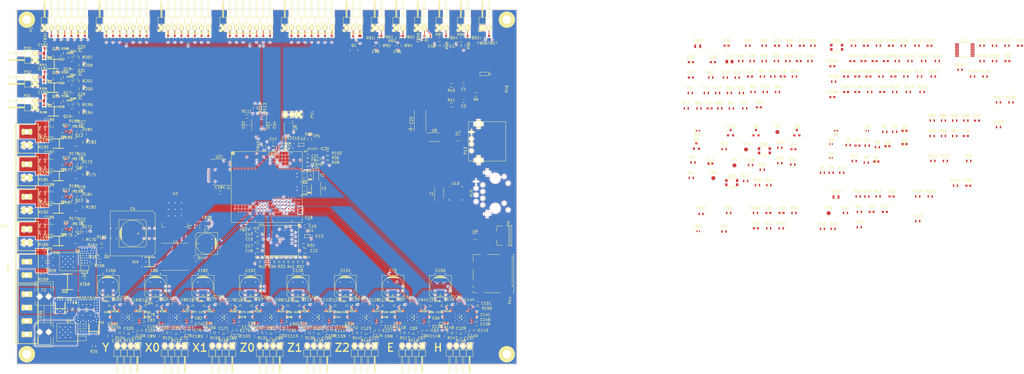
<source format=kicad_pcb>
(kicad_pcb (version 4) (host pcbnew 4.0.5+dfsg1-4)
  (layers (0 F.Cu mixed) (1 In1.Cu power) (2 In2.Cu signal) (3 In3.Cu signal) (4 In4.Cu power) (31 B.Cu mixed) (34 B.Paste user hide) (35 F.Paste user hide) (36 B.SilkS user) (37 F.SilkS user) (38 B.Mask user) (39 F.Mask user) (44 Edge.Cuts user))
  (net 0 "")
  (net 1 CGND)
  (net 2 /~SYS_RESET)
  (net 3 VCC)
  (net 4 +24V)
  (net 5 SYS_5V)
  (net 6 USB_DC)
  (net 7 /Ethernet/RD+)
  (net 8 /Ethernet/RD-)
  (net 9 /Ethernet/TD+)
  (net 10 /Ethernet/TD-)
  (net 11 /BED_THERM)
  (net 12 /ADC)
  (net 13 /X1_ENDSTOP)
  (net 14 /Y1_ENDSTOP)
  (net 15 /Z1_ENDSTOP)
  (net 16 /ENC_B)
  (net 17 "/Stepper Drivers/E Stepper Driver/5VOUT")
  (net 18 "/Stepper Drivers/E_A2")
  (net 19 "/Stepper Drivers/E_B2")
  (net 20 "/Stepper Drivers/E_A1")
  (net 21 "/Stepper Drivers/E_B1")
  (net 22 /Heaters/BED_HEAT)
  (net 23 /Heaters/E_HEAT)
  (net 24 /Heaters/DOCK0_HEAT)
  (net 25 /Heaters/H_HEAT)
  (net 26 /Heaters/DOCK1_HEAT)
  (net 27 /Fans/H_FAN)
  (net 28 /Fans/CASE_FAN)
  (net 29 VDD_1V8)
  (net 30 VDD_3V3AUX)
  (net 31 /Endstops/Z1_IN)
  (net 32 /~SS_DOCK0_T)
  (net 33 /~SS_DOCK0_NVM)
  (net 34 /~SS_DOCK1_T)
  (net 35 /~SS_DOCK1_NVM)
  (net 36 /SPI1_MISO)
  (net 37 /SPI1_SCLK)
  (net 38 /SPI1_MOSI)
  (net 39 /SPI0_MISO)
  (net 40 /SPI0_CS0)
  (net 41 /~DISP_INT)
  (net 42 /XDMA_EVENT_INTRO)
  (net 43 /CLKOUT2)
  (net 44 /USB/USB.B.VBUS)
  (net 45 /Thermistors/BED_THERM_IN)
  (net 46 /Thermistors/ADC_IN)
  (net 47 /Endstops/X1_IN)
  (net 48 /Endstops/Y1_IN)
  (net 49 /Endstops/ENC_A_IN)
  (net 50 /Endstops/ENC_B_IN)
  (net 51 /I2C0_SCL)
  (net 52 /I2C0_SDA)
  (net 53 /USB/UART0_RXD)
  (net 54 /USB/UART0_TXD)
  (net 55 /USB/USB.CLIENT.ID)
  (net 56 /USB/USB.CLIENT.D-)
  (net 57 /USB/USB.CLIENT.D+)
  (net 58 /USB/USB.HOST.D+)
  (net 59 /USB/USB.HOST.D-)
  (net 60 /MMC0_CLK)
  (net 61 /MMC0_CMD)
  (net 62 /MMC0_DAT0)
  (net 63 /MMC0_DAT3)
  (net 64 /MMC0_DAT1)
  (net 65 /MMC0_DAT2)
  (net 66 /SD.CD)
  (net 67 /Ethernet/YELA)
  (net 68 /Ethernet/GRNA)
  (net 69 /JTAG/JTAG_TMS)
  (net 70 /JTAG/~JTAG_TRST)
  (net 71 /JTAG/JTAG_TDI)
  (net 72 /JTAG/JTAG_TD0)
  (net 73 /TCK)
  (net 74 /JTAG/JTAG_EMU0)
  (net 75 /JTAG/JTAG_EMU1)
  (net 76 /SERVO_0)
  (net 77 VDD_3V3A)
  (net 78 /USR3)
  (net 79 /USR2)
  (net 80 /USR1)
  (net 81 /USR0)
  (net 82 "Net-(R15-Pad1)")
  (net 83 "Net-(R26-Pad2)")
  (net 84 "Net-(R28-Pad2)")
  (net 85 "Net-(R29-Pad2)")
  (net 86 "Net-(R30-Pad2)")
  (net 87 /Flash/GPIO1_16.SIP)
  (net 88 /Flash/EMMC_RSTN)
  (net 89 /Flash/MMC1_DAT0)
  (net 90 /Flash/MMC1_DAT1)
  (net 91 /Flash/MMC1_DAT2)
  (net 92 /Flash/MMC1_DAT3)
  (net 93 /Flash/MMC1_DAT4)
  (net 94 /Flash/MMC1_DAT5)
  (net 95 /Flash/MMC1_DAT6)
  (net 96 /Flash/MMC1_DAT7)
  (net 97 /Flash/MMC1_CMD)
  (net 98 /Flash/MMC1_CLK)
  (net 99 /USB/USB1_DRVVBUS)
  (net 100 /~USB1_OC)
  (net 101 /USB/USB1_VBUS)
  (net 102 /Ethernet/MII1_REFCLK)
  (net 103 /Ethernet/MII1_RXD3)
  (net 104 /Ethernet/MII1_RXD2)
  (net 105 /Ethernet/MII1_RXD1)
  (net 106 /Ethernet/MII1_RXD0)
  (net 107 /Ethernet/MII1_RXDV)
  (net 108 /Ethernet/MII1_RXCLK)
  (net 109 /Ethernet/MII1_RXERR)
  (net 110 /Ethernet/MII1_TXCLK)
  (net 111 /Ethernet/MII1_COL)
  (net 112 /Ethernet/MII1_CRS_DV)
  (net 113 /Ethernet/MDIO_DATA)
  (net 114 VDD_ADC)
  (net 115 /~SR_EN)
  (net 116 /E_FAULT)
  (net 117 /X2_ENDSTOP)
  (net 118 /X_FAULT)
  (net 119 /Z2_ENDSTOP)
  (net 120 /Z_FAULT)
  (net 121 /H_FAULT)
  (net 122 /Y2_ENDSTOP)
  (net 123 /Y_FAULT)
  (net 124 /Power/PWR_BUT)
  (net 125 /Power/BAT_TEMP)
  (net 126 /Power/BAT_VOLT)
  (net 127 /Power/VIN_BAT)
  (net 128 /USB/~UART0_RST)
  (net 129 GNDA)
  (net 130 /Power/PMIC_NWAKEUP)
  (net 131 /Power/PMIC_PGOOD)
  (net 132 /Power/LDO_PGOOD)
  (net 133 /Power/PMIC_INT)
  (net 134 "Net-(U1-PadC6)")
  (net 135 /SPI1_CS0)
  (net 136 /I2C2_SCL)
  (net 137 /I2C2_SDA)
  (net 138 /USB/UART0_RXD_IN)
  (net 139 /USB/UART0_TXD_OUT)
  (net 140 /Ethernet/MII1_TXEN)
  (net 141 /Ethernet/MII1_TXD3)
  (net 142 /Ethernet/MII1_TXD2)
  (net 143 /Ethernet/MII1_TXD1)
  (net 144 /Ethernet/MII1_TXD0)
  (net 145 /Ethernet/MDIO_CLK)
  (net 146 /H_STEP)
  (net 147 "Net-(U1-PadR14)")
  (net 148 /Z_DIR)
  (net 149 /Y_STEP)
  (net 150 /Z_STEP)
  (net 151 /E_DIR)
  (net 152 /X_STEP)
  (net 153 /Y_DIR)
  (net 154 /E_STEP)
  (net 155 /H_DIR)
  (net 156 /X_DIR)
  (net 157 "Net-(U14-Pad9)")
  (net 158 "Net-(U14-Pad10)")
  (net 159 "/Stepper Drivers/~E_EN")
  (net 160 "Net-(C2-Pad1)")
  (net 161 /Configuration/LCD.D15.R4--R7)
  (net 162 /Configuration/LCD.D14.R3--R6)
  (net 163 /Configuration/LCD.D13.R2--R5)
  (net 164 /Configuration/LCD.D12.R1--R4)
  (net 165 /Configuration/LCD.D11.R0--R3)
  (net 166 /Configuration/LCD.D10.G5--G7)
  (net 167 /Configuration/LCD.D9.G4--G6)
  (net 168 /Configuration/LCD.D8.G3--G5)
  (net 169 /Configuration/LCD.D7.G2--G4)
  (net 170 /Configuration/LCD.D6.G1--G3)
  (net 171 /Configuration/LCD.D5.G0--G2)
  (net 172 /Configuration/LCD.D4.B4--B7)
  (net 173 /Configuration/LCD.D3.B3--B6)
  (net 174 /Configuration/LCD.D2.B2--B5)
  (net 175 /Configuration/LCD.D1.B1--B4)
  (net 176 /Configuration/LCD.D0.B0--B3)
  (net 177 "Net-(U11-Pad9)")
  (net 178 "Net-(U14-Pad17)")
  (net 179 "Net-(U14-Pad19)")
  (net 180 "Net-(P15-Pad11)")
  (net 181 "Net-(P15-Pad10)")
  (net 182 "/Stepper Drivers/X0 Stepper Driver/5VOUT")
  (net 183 "/Stepper Drivers/X0_A2")
  (net 184 "/Stepper Drivers/X0_B2")
  (net 185 "/Stepper Drivers/X0_A1")
  (net 186 "/Stepper Drivers/X0_B1")
  (net 187 "/Stepper Drivers/~X0_EN")
  (net 188 "/Stepper Drivers/X1 Stepper Driver/5VOUT")
  (net 189 "/Stepper Drivers/X1_A2")
  (net 190 "/Stepper Drivers/X1_B2")
  (net 191 "/Stepper Drivers/X1_A1")
  (net 192 "/Stepper Drivers/X1_B1")
  (net 193 "/Stepper Drivers/~X1_EN")
  (net 194 "/Stepper Drivers/Z0 Stepper Driver/5VOUT")
  (net 195 "/Stepper Drivers/Z0_A2")
  (net 196 "/Stepper Drivers/Z0_B2")
  (net 197 "/Stepper Drivers/Z0_A1")
  (net 198 "/Stepper Drivers/Z0_B1")
  (net 199 "/Stepper Drivers/Y Stepper Driver/5VOUT")
  (net 200 "/Stepper Drivers/Y_A2")
  (net 201 "/Stepper Drivers/Y_B2")
  (net 202 "/Stepper Drivers/Y_A1")
  (net 203 "/Stepper Drivers/Y_B1")
  (net 204 "Net-(P15-Pad7)")
  (net 205 "Net-(P16-Pad6)")
  (net 206 "Net-(U1-PadA2)")
  (net 207 "Net-(U1-PadA3)")
  (net 208 /Microprocessor/AIN3)
  (net 209 "Net-(U1-PadB2)")
  (net 210 "Net-(U1-PadB3)")
  (net 211 "Net-(U1-PadB1)")
  (net 212 /Microprocessor/AIN0)
  (net 213 /Microprocessor/AIN2)
  (net 214 /Microprocessor/AIN5)
  (net 215 "Net-(U1-PadC2)")
  (net 216 "Net-(U1-PadC3)")
  (net 217 "Net-(U1-PadC4)")
  (net 218 "Net-(U1-PadC1)")
  (net 219 /Microprocessor/AIN1)
  (net 220 "Net-(U1-PadC10)")
  (net 221 "Net-(U1-PadD2)")
  (net 222 "Net-(U1-PadD5)")
  (net 223 "Net-(U1-PadD3)")
  (net 224 "Net-(U1-PadD4)")
  (net 225 "Net-(U1-PadD1)")
  (net 226 "Net-(U1-PadD6)")
  (net 227 "Net-(U1-PadD7)")
  (net 228 "Net-(U1-PadD9)")
  (net 229 "Net-(U1-PadD11)")
  (net 230 "Net-(U1-PadE2)")
  (net 231 "Net-(U1-PadE5)")
  (net 232 "Net-(U1-PadE3)")
  (net 233 "Net-(U1-PadE4)")
  (net 234 "Net-(U1-PadE1)")
  (net 235 "Net-(U1-PadE6)")
  (net 236 VDD_PLL)
  (net 237 "Net-(U1-PadE10)")
  (net 238 "Net-(U1-PadE11)")
  (net 239 "Net-(U1-PadE12)")
  (net 240 "Net-(U1-PadE13)")
  (net 241 "Net-(U1-PadE14)")
  (net 242 "Net-(U1-PadE18)")
  (net 243 "Net-(U1-PadF2)")
  (net 244 "Net-(U1-PadF5)")
  (net 245 "Net-(U1-PadF3)")
  (net 246 "Net-(U1-PadF4)")
  (net 247 "Net-(U1-PadF1)")
  (net 248 VDD_CORE)
  (net 249 "Net-(U1-PadF7)")
  (net 250 "Net-(U1-PadF9)")
  (net 251 VDD_MPU)
  (net 252 "Net-(U1-PadF11)")
  (net 253 "Net-(U1-PadF12)")
  (net 254 "Net-(U1-PadF13)")
  (net 255 "Net-(U1-PadF14)")
  (net 256 "Net-(U1-PadF16)")
  (net 257 "Net-(U1-PadG2)")
  (net 258 "Net-(U1-PadG5)")
  (net 259 "Net-(U1-PadG3)")
  (net 260 "Net-(U1-PadG4)")
  (net 261 "Net-(U1-PadG1)")
  (net 262 "Net-(U1-PadG6)")
  (net 263 "Net-(U1-PadG7)")
  (net 264 "Net-(U1-PadG10)")
  (net 265 "Net-(U1-PadG13)")
  (net 266 "Net-(U1-PadG14)")
  (net 267 "Net-(U1-PadH2)")
  (net 268 VDD_DDR)
  (net 269 "Net-(U1-PadH3)")
  (net 270 "Net-(U1-PadH4)")
  (net 271 "Net-(U1-PadH1)")
  (net 272 "Net-(U1-PadH11)")
  (net 273 "Net-(U1-PadH13)")
  (net 274 "Net-(U1-PadH14)")
  (net 275 "Net-(U1-PadH15)")
  (net 276 "Net-(U1-PadJ2)")
  (net 277 "Net-(U1-PadJ5)")
  (net 278 "Net-(U1-PadJ3)")
  (net 279 "Net-(U1-PadJ4)")
  (net 280 "Net-(U1-PadJ1)")
  (net 281 "Net-(U1-PadJ12)")
  (net 282 "Net-(U1-PadJ13)")
  (net 283 "Net-(U1-PadJ14)")
  (net 284 "Net-(U1-PadK2)")
  (net 285 "Net-(U1-PadK5)")
  (net 286 "Net-(U1-PadK3)")
  (net 287 "Net-(U1-PadK4)")
  (net 288 "Net-(U1-PadK1)")
  (net 289 "Net-(U1-PadK6)")
  (net 290 "Net-(U1-PadK8)")
  (net 291 "Net-(U1-PadK12)")
  (net 292 "Net-(U1-PadK13)")
  (net 293 "Net-(U1-PadK14)")
  (net 294 "Net-(U1-PadL8)")
  (net 295 "Net-(U1-PadL9)")
  (net 296 "Net-(U1-PadL7)")
  (net 297 "Net-(U1-PadL3)")
  (net 298 "Net-(U1-PadL1)")
  (net 299 "Net-(U1-PadL2)")
  (net 300 "Net-(U1-PadL4)")
  (net 301 "Net-(U1-PadL5)")
  (net 302 "Net-(U1-PadL6)")
  (net 303 "Net-(U1-PadL14)")
  (net 304 "Net-(U1-PadM13)")
  (net 305 "Net-(U1-PadM11)")
  (net 306 "Net-(U1-PadM3)")
  (net 307 "Net-(U1-PadM1)")
  (net 308 "Net-(U1-PadM2)")
  (net 309 "Net-(U1-PadM4)")
  (net 310 "Net-(U1-PadM5)")
  (net 311 "Net-(U1-PadM15)")
  (net 312 "Net-(U1-PadN13)")
  (net 313 "Net-(U1-PadN12)")
  (net 314 "Net-(U1-PadN8)")
  (net 315 "Net-(U1-PadN9)")
  (net 316 "Net-(U1-PadN3)")
  (net 317 "Net-(U1-PadN1)")
  (net 318 "Net-(U1-PadN2)")
  (net 319 "Net-(U1-PadN4)")
  (net 320 VDD_RTC)
  (net 321 "Net-(U1-PadN15)")
  (net 322 "Net-(U1-PadP13)")
  (net 323 "Net-(U1-PadP11)")
  (net 324 "Net-(U1-PadP12)")
  (net 325 "Net-(U1-PadP10)")
  (net 326 "Net-(U1-PadP8)")
  (net 327 "Net-(U1-PadP9)")
  (net 328 "Net-(U1-PadP3)")
  (net 329 "Net-(U1-PadP1)")
  (net 330 "Net-(U1-PadP2)")
  (net 331 "Net-(U1-PadP4)")
  (net 332 "Net-(U1-PadP14)")
  (net 333 "Net-(U1-PadP18)")
  (net 334 "Net-(U1-PadR11)")
  (net 335 "Net-(U1-PadR10)")
  (net 336 "Net-(U1-PadR5)")
  (net 337 "Net-(U1-PadR6)")
  (net 338 "Net-(U1-PadR15)")
  (net 339 "Net-(U1-PadU11)")
  (net 340 "Net-(U1-PadU5)")
  (net 341 /HDMI_INT)
  (net 342 "Net-(U1-PadV11)")
  (net 343 "Net-(U1-PadV10)")
  (net 344 "Net-(U1-PadV5)")
  (net 345 "Net-(U1-PadY16)")
  (net 346 "Net-(U1-PadY13)")
  (net 347 "Net-(U1-PadY14)")
  (net 348 "Net-(U1-PadY19)")
  (net 349 "Net-(U1-PadY17)")
  (net 350 "Net-(U1-PadY20)")
  (net 351 "Net-(U5-PadB1)")
  (net 352 "Net-(U5-PadF1)")
  (net 353 "Net-(U5-PadH1)")
  (net 354 "Net-(U5-PadJ1)")
  (net 355 "Net-(U5-PadK1)")
  (net 356 "Net-(U5-PadL1)")
  (net 357 "Net-(U5-PadM1)")
  (net 358 "Net-(U5-PadN1)")
  (net 359 "Net-(U5-PadP1)")
  (net 360 "Net-(U5-PadG2)")
  (net 361 "Net-(U5-PadH2)")
  (net 362 "Net-(U5-PadJ2)")
  (net 363 "Net-(U5-PadK2)")
  (net 364 "Net-(U5-PadL2)")
  (net 365 "Net-(U5-PadM2)")
  (net 366 "Net-(U5-PadF3)")
  (net 367 "Net-(U5-PadG3)")
  (net 368 "Net-(U5-PadH3)")
  (net 369 "Net-(U5-PadJ3)")
  (net 370 "Net-(U5-PadK3)")
  (net 371 "Net-(U5-PadL3)")
  (net 372 "Net-(U5-PadM3)")
  (net 373 "Net-(U5-PadN3)")
  (net 374 "Net-(U5-PadE5)")
  (net 375 "Net-(U5-PadH5)")
  (net 376 "Net-(U5-PadJ5)")
  (net 377 "Net-(U5-PadA6)")
  (net 378 "Net-(U5-PadK6)")
  (net 379 "Net-(U5-PadA7)")
  (net 380 "Net-(U5-PadK7)")
  (net 381 "Net-(U5-PadP7)")
  (net 382 "Net-(U5-PadC8)")
  (net 383 "Net-(U5-PadE8)")
  (net 384 "Net-(U5-PadM8)")
  (net 385 "Net-(U5-PadB9)")
  (net 386 "Net-(U5-PadC9)")
  (net 387 "Net-(U5-PadE9)")
  (net 388 "Net-(U5-PadM9)")
  (net 389 "Net-(U5-PadN9)")
  (net 390 "Net-(U5-PadA10)")
  (net 391 "Net-(U5-PadB10)")
  (net 392 "Net-(U5-PadC10)")
  (net 393 "Net-(U5-PadE10)")
  (net 394 "Net-(U5-PadF10)")
  (net 395 "Net-(U5-PadG10)")
  (net 396 "Net-(U5-PadK10)")
  (net 397 "Net-(U5-PadM10)")
  (net 398 "Net-(U5-PadN10)")
  (net 399 "Net-(U5-PadP10)")
  (net 400 "Net-(U5-PadA11)")
  (net 401 "Net-(U5-PadB11)")
  (net 402 "Net-(U5-PadC11)")
  (net 403 "Net-(U5-PadM11)")
  (net 404 "Net-(U5-PadN11)")
  (net 405 "Net-(U5-PadP11)")
  (net 406 "Net-(U5-PadA12)")
  (net 407 "Net-(U5-PadB12)")
  (net 408 "Net-(U5-PadC12)")
  (net 409 "Net-(U5-PadD12)")
  (net 410 "Net-(U5-PadE12)")
  (net 411 "Net-(U5-PadF12)")
  (net 412 "Net-(U5-PadG12)")
  (net 413 "Net-(U5-PadH12)")
  (net 414 "Net-(U5-PadJ12)")
  (net 415 "Net-(U5-PadK12)")
  (net 416 "Net-(U5-PadL12)")
  (net 417 "Net-(U5-PadM12)")
  (net 418 "Net-(U5-PadN12)")
  (net 419 "Net-(U5-PadP12)")
  (net 420 "Net-(U5-PadA13)")
  (net 421 "Net-(U5-PadB13)")
  (net 422 "Net-(U5-PadC13)")
  (net 423 "Net-(U5-PadD13)")
  (net 424 "Net-(U5-PadE13)")
  (net 425 "Net-(U5-PadF13)")
  (net 426 "Net-(U5-PadG13)")
  (net 427 "Net-(U5-PadH13)")
  (net 428 "Net-(U5-PadJ13)")
  (net 429 "Net-(U5-PadK13)")
  (net 430 "Net-(U5-PadL13)")
  (net 431 "Net-(U5-PadM13)")
  (net 432 "Net-(U5-PadN13)")
  (net 433 "Net-(U5-PadP13)")
  (net 434 "Net-(U5-PadA14)")
  (net 435 "Net-(U5-PadB14)")
  (net 436 "Net-(U5-PadC14)")
  (net 437 "Net-(U5-PadD14)")
  (net 438 "Net-(U5-PadE14)")
  (net 439 "Net-(U5-PadF14)")
  (net 440 "Net-(U5-PadG14)")
  (net 441 "Net-(U5-PadH14)")
  (net 442 "Net-(U5-PadJ14)")
  (net 443 "Net-(U5-PadK14)")
  (net 444 "Net-(U5-PadL14)")
  (net 445 "Net-(U5-PadM14)")
  (net 446 "Net-(U5-PadN14)")
  (net 447 "Net-(U5-PadP14)")
  (net 448 "/Stepper Drivers/~Y_EN")
  (net 449 "/Stepper Drivers/~Z0_EN")
  (net 450 "Net-(U15-Pad10)")
  (net 451 "Net-(U15-Pad9)")
  (net 452 "Net-(U15-Pad19)")
  (net 453 "Net-(U15-Pad17)")
  (net 454 "Net-(U16-Pad17)")
  (net 455 "Net-(U16-Pad19)")
  (net 456 "Net-(U16-Pad9)")
  (net 457 "Net-(U16-Pad10)")
  (net 458 "Net-(U20-Pad17)")
  (net 459 "Net-(U20-Pad19)")
  (net 460 "Net-(U20-Pad9)")
  (net 461 "Net-(U20-Pad10)")
  (net 462 "/Stepper Drivers/Z1 Stepper Driver/5VOUT")
  (net 463 "/Stepper Drivers/Z1_A2")
  (net 464 "/Stepper Drivers/Z1_B2")
  (net 465 "/Stepper Drivers/Z1_A1")
  (net 466 "/Stepper Drivers/Z1_B1")
  (net 467 "/Stepper Drivers/Z2 Stepper Driver/5VOUT")
  (net 468 "/Stepper Drivers/Z2_A2")
  (net 469 "/Stepper Drivers/Z2_B2")
  (net 470 "/Stepper Drivers/Z2_A1")
  (net 471 "/Stepper Drivers/Z2_B1")
  (net 472 "/Stepper Drivers/H Stepper Driver/5VOUT")
  (net 473 "/Stepper Drivers/H_A2")
  (net 474 "/Stepper Drivers/H_B2")
  (net 475 "/Stepper Drivers/H_A1")
  (net 476 "/Stepper Drivers/H_B1")
  (net 477 "Net-(D13-Pad1)")
  (net 478 "Net-(D15-Pad1)")
  (net 479 "Net-(D18-Pad1)")
  (net 480 "Net-(D20-Pad1)")
  (net 481 "Net-(Q5-Pad1)")
  (net 482 "Net-(Q5-Pad3)")
  (net 483 "Net-(Q6-Pad1)")
  (net 484 "Net-(Q7-Pad3)")
  (net 485 "Net-(Q7-Pad1)")
  (net 486 "Net-(Q9-Pad1)")
  (net 487 "/Stepper Drivers/~Z1_EN")
  (net 488 "/Stepper Drivers/~Z2_EN")
  (net 489 "/Stepper Drivers/~H_EN")
  (net 490 "Net-(U17-Pad10)")
  (net 491 "Net-(U17-Pad9)")
  (net 492 "Net-(U17-Pad19)")
  (net 493 "Net-(U17-Pad17)")
  (net 494 "Net-(U18-Pad17)")
  (net 495 "Net-(U18-Pad19)")
  (net 496 "Net-(U18-Pad9)")
  (net 497 "Net-(U18-Pad10)")
  (net 498 "Net-(U19-Pad10)")
  (net 499 "Net-(U19-Pad9)")
  (net 500 "Net-(U19-Pad19)")
  (net 501 "Net-(U19-Pad17)")
  (net 502 /Heaters/BED_HEAT_IN)
  (net 503 /Heaters/E_HEAT_IN)
  (net 504 "Net-(F2-Pad1)")
  (net 505 "Net-(F2-Pad2)")
  (net 506 /~SS_E_NVM)
  (net 507 /~SS_H_NVM)
  (net 508 /SPI1_CS1)
  (net 509 "/Stepper Drivers/Z2_MISO")
  (net 510 "/Stepper Drivers/E_MISO")
  (net 511 "/Stepper Drivers/Y_MISO")
  (net 512 "/Stepper Drivers/X0_MISO")
  (net 513 "/Stepper Drivers/X1_MISO")
  (net 514 "/Stepper Drivers/Z0_MISO")
  (net 515 "/Stepper Drivers/Z1_MISO")
  (net 516 "Net-(U13-Pad17)")
  (net 517 "Net-(U13-Pad19)")
  (net 518 "Net-(U13-Pad9)")
  (net 519 "Net-(U13-Pad10)")
  (net 520 /Fans/E_FAN)
  (net 521 VDD_5V)
  (net 522 /Heaters/DOCK0_HEAT_IN)
  (net 523 /Heaters/H_HEAT_IN)
  (net 524 /Heaters/DOCK1_HEAT_IN)
  (net 525 /Fans/E_FAN_IN)
  (net 526 /Fans/H_FAN_IN)
  (net 527 /Fans/CASE_FAN_IN)
  (net 528 "Net-(U21-Pad1)")
  (net 529 "Net-(U21-Pad17)")
  (net 530 "Net-(U21-Pad18)")
  (net 531 "Net-(U21-Pad19)")
  (net 532 "Net-(U21-Pad20)")
  (net 533 "Net-(U21-Pad21)")
  (net 534 "Net-(U21-Pad22)")
  (net 535 "Net-(U21-Pad25)")
  (net 536 "Net-(D21-Pad1)")
  (net 537 "Net-(D24-Pad1)")
  (net 538 "Net-(D25-Pad1)")
  (net 539 "Net-(D27-Pad2)")
  (net 540 /SPI0_SCLK)
  (net 541 /SPI0_MOSI)
  (net 542 "Net-(FB35-Pad2)")
  (net 543 "Net-(FB36-Pad2)")
  (net 544 "Net-(FB43-Pad2)")
  (net 545 "Net-(FB44-Pad2)")
  (net 546 "Net-(Q8-Pad3)")
  (net 547 "Net-(Q8-Pad1)")
  (net 548 "Net-(Q10-Pad1)")
  (net 549 "Net-(Q11-Pad3)")
  (net 550 "Net-(Q11-Pad1)")
  (net 551 "Net-(Q12-Pad1)")
  (net 552 "Net-(Q12-Pad3)")
  (net 553 "Net-(Q13-Pad1)")
  (net 554 "Net-(Q14-Pad1)")
  (net 555 "Net-(C41-Pad1)")
  (net 556 "Net-(F1-Pad2)")
  (net 557 "Net-(FB46-Pad1)")
  (net 558 "Net-(D15-Pad2)")
  (net 559 "Net-(D19-Pad2)")
  (net 560 "Net-(D22-Pad2)")
  (net 561 "Net-(D23-Pad2)")
  (net 562 "Net-(D26-Pad2)")
  (net 563 "Net-(D28-Pad1)")
  (net 564 "Net-(D29-Pad2)")
  (net 565 "Net-(D30-Pad1)")
  (net 566 "Net-(D31-Pad2)")
  (net 567 "Net-(D32-Pad1)")
  (net 568 "Net-(D33-Pad2)")
  (net 569 "Net-(Q15-Pad3)")
  (net 570 "Net-(Q15-Pad1)")
  (net 571 "Net-(Q16-Pad1)")
  (net 572 "Net-(Q17-Pad3)")
  (net 573 "Net-(Q17-Pad1)")
  (net 574 "Net-(Q18-Pad1)")
  (net 575 "Net-(Q19-Pad1)")
  (net 576 "Net-(Q19-Pad3)")
  (net 577 "Net-(Q20-Pad1)")
  (net 578 "Net-(C42-Pad1)")
  (net 579 "Net-(D7-Pad1)")
  (net 580 /~SS_E_T)
  (net 581 /~SS_H_T)
  (net 582 "Net-(FB1-Pad2)")
  (net 583 "Net-(FB2-Pad2)")
  (net 584 "Net-(FB3-Pad2)")
  (net 585 "Net-(FB4-Pad2)")
  (net 586 "Net-(FB5-Pad2)")
  (net 587 "Net-(FB6-Pad2)")
  (net 588 "Net-(FB7-Pad2)")
  (net 589 "Net-(FB8-Pad2)")
  (net 590 "Net-(FB9-Pad2)")
  (net 591 "Net-(FB10-Pad2)")
  (net 592 "Net-(FB11-Pad2)")
  (net 593 "Net-(FB12-Pad2)")
  (net 594 "Net-(FB13-Pad2)")
  (net 595 "Net-(FB14-Pad2)")
  (net 596 "Net-(FB15-Pad2)")
  (net 597 "Net-(FB16-Pad2)")
  (net 598 "Net-(FB17-Pad2)")
  (net 599 "Net-(FB18-Pad2)")
  (net 600 "Net-(FB19-Pad2)")
  (net 601 "Net-(FB20-Pad2)")
  (net 602 "Net-(FB21-Pad2)")
  (net 603 "Net-(FB22-Pad2)")
  (net 604 "Net-(FB23-Pad2)")
  (net 605 "Net-(FB24-Pad2)")
  (net 606 "Net-(FB25-Pad2)")
  (net 607 "Net-(FB26-Pad2)")
  (net 608 "Net-(FB27-Pad2)")
  (net 609 "Net-(FB28-Pad2)")
  (net 610 "Net-(FB29-Pad2)")
  (net 611 "Net-(FB30-Pad2)")
  (net 612 "Net-(FB31-Pad2)")
  (net 613 "Net-(FB32-Pad2)")
  (net 614 "Net-(FB33-Pad2)")
  (net 615 "Net-(FB34-Pad2)")
  (net 616 "Net-(FB51-Pad1)")
  (net 617 "Net-(FB52-Pad1)")
  (net 618 "Net-(FB53-Pad1)")
  (net 619 "Net-(FB54-Pad1)")
  (net 620 "Net-(FB55-Pad1)")
  (net 621 VDD_PHYA)
  (net 622 /Ethernet/PHY_VDDCR)
  (net 623 "Net-(IC1-Pad5)")
  (net 624 "Net-(R32-Pad2)")
  (net 625 "Net-(R45-Pad1)")
  (net 626 "Net-(R51-Pad2)")
  (net 627 "Net-(R53-Pad1)")
  (net 628 /Ethernet/REFCLKO)
  (net 629 /Ethernet/RXD3/PHYAD2)
  (net 630 /Ethernet/RXD2/RMIISEL)
  (net 631 /Ethernet/RXD1/MODE1)
  (net 632 /Ethernet/RXD0/MODE0)
  (net 633 /Ethernet/RXDV)
  (net 634 /Ethernet/RXER/PHYAD0)
  (net 635 /Ethernet/TXCLK)
  (net 636 /Ethernet/MODE2)
  (net 637 /Ethernet/CRS)
  (net 638 /Ethernet/RCLKIN)
  (net 639 /Ethernet/RBIAS)
  (net 640 /Ethernet/ETH_TXD4)
  (net 641 "Net-(R117-Pad2)")
  (net 642 "Net-(U7-Pad3)")
  (net 643 "Net-(U7-Pad5)")
  (net 644 "Net-(U9-Pad5)")
  (net 645 "Net-(U1-PadV17)")
  (net 646 "Net-(C43-Pad1)")
  (net 647 "Net-(FB56-Pad1)")
  (net 648 "Net-(C5-Pad1)")
  (net 649 "Net-(C7-Pad1)")
  (net 650 "Net-(C18-Pad1)")
  (net 651 "Net-(C27-Pad1)")
  (net 652 "Net-(FB41-Pad1)")
  (net 653 "Net-(FB42-Pad2)")
  (net 654 "Net-(FB45-Pad1)")
  (net 655 "Net-(C23-Pad1)")
  (net 656 "Net-(C28-Pad1)")
  (net 657 "Net-(C41-Pad2)")
  (net 658 "Net-(C43-Pad2)")
  (net 659 "Net-(C44-Pad1)")
  (net 660 "Net-(C57-Pad1)")
  (net 661 "Net-(C60-Pad1)")
  (net 662 "Net-(C60-Pad2)")
  (net 663 "Net-(C63-Pad2)")
  (net 664 "Net-(C68-Pad1)")
  (net 665 "Net-(C71-Pad1)")
  (net 666 "Net-(C73-Pad1)")
  (net 667 "Net-(C76-Pad2)")
  (net 668 "Net-(C76-Pad1)")
  (net 669 "Net-(C79-Pad2)")
  (net 670 "Net-(C84-Pad1)")
  (net 671 "Net-(C87-Pad1)")
  (net 672 "Net-(C89-Pad1)")
  (net 673 "Net-(C92-Pad1)")
  (net 674 "Net-(C92-Pad2)")
  (net 675 "Net-(C95-Pad2)")
  (net 676 "Net-(C100-Pad1)")
  (net 677 "Net-(C103-Pad1)")
  (net 678 "Net-(C105-Pad1)")
  (net 679 "Net-(C108-Pad2)")
  (net 680 "Net-(C108-Pad1)")
  (net 681 "Net-(C111-Pad2)")
  (net 682 "Net-(C116-Pad1)")
  (net 683 "Net-(C119-Pad1)")
  (net 684 "Net-(C121-Pad1)")
  (net 685 "Net-(C124-Pad1)")
  (net 686 "Net-(C124-Pad2)")
  (net 687 "Net-(C127-Pad2)")
  (net 688 "Net-(C132-Pad1)")
  (net 689 "Net-(C135-Pad1)")
  (net 690 "Net-(C137-Pad1)")
  (net 691 "Net-(C140-Pad2)")
  (net 692 "Net-(C140-Pad1)")
  (net 693 "Net-(C143-Pad2)")
  (net 694 "Net-(C148-Pad1)")
  (net 695 "Net-(C151-Pad1)")
  (net 696 "Net-(C153-Pad1)")
  (net 697 "Net-(C156-Pad2)")
  (net 698 "Net-(C156-Pad1)")
  (net 699 "Net-(C159-Pad2)")
  (net 700 "Net-(C164-Pad1)")
  (net 701 "Net-(C167-Pad1)")
  (net 702 "Net-(C169-Pad1)")
  (net 703 "Net-(C172-Pad1)")
  (net 704 "Net-(C172-Pad2)")
  (net 705 "Net-(C175-Pad2)")
  (net 706 "Net-(C180-Pad1)")
  (net 707 "Net-(C183-Pad1)")
  (net 708 /SIP_I2C0_SCL)
  (net 709 "Net-(FB48-Pad2)")
  (net 710 "Net-(FB57-Pad1)")
  (net 711 "Net-(U21-Pad15)")
  (net 712 "Net-(U21-Pad16)")
  (net 713 "Net-(R109-Pad2)")
  (net 714 "Net-(R111-Pad2)")
  (net 715 "Net-(R124-Pad2)")
  (net 716 "Net-(R131-Pad2)")
  (net 717 "Net-(R136-Pad2)")
  (net 718 "Net-(R141-Pad2)")
  (net 719 "Net-(R147-Pad2)")
  (net 720 "Net-(R154-Pad2)")
  (net 721 "Net-(R159-Pad2)")
  (net 722 /ENC_A)
  (net 723 "Net-(D3-Pad2)")
  (net 724 "Net-(D4-Pad2)")
  (net 725 "Net-(D5-Pad2)")
  (net 726 "Net-(D6-Pad2)")
  (net 727 "Net-(D9-Pad1)")
  (net 728 "Net-(D9-Pad3)")
  (net 729 "Net-(D11-Pad1)")
  (net 730 "Net-(D12-Pad1)")
  (net 731 "Net-(D12-Pad3)")
  (net 732 "Net-(R213-Pad1)")
  (net 733 "Net-(U12-Pad9)")
  (module Capacitors_SMD:C_0603 (layer F.Cu) (at 213.63 38.85 270)
    (fp_text reference C48 (at 0.25 2.19 360) (layer F.SilkS))
    (fp_text value 39nF)
    (pad 1 smd rect (at -0.75 0 270) (size 0.8 0.75) (layers F.Cu F.Paste F.Mask) (net 14 /Y1_ENDSTOP))
    (pad 2 smd rect (at 0.75 0 270) (size 0.8 0.75) (layers F.Cu F.Paste F.Mask) (net 1 CGND))
  )
  (module Resistors_SMD:R_0603 (layer F.Cu) (at 215.43 38.85 270)
    (fp_text reference R98 (at 0 -1.9 270) (layer F.SilkS))
    (fp_text value 4.7kΩ)
    (pad 1 smd rect (at -0.75 0 270) (size 0.5 0.9) (layers F.Cu F.Paste F.Mask) (net 14 /Y1_ENDSTOP))
    (pad 2 smd rect (at 0.75 0 270) (size 0.5 0.9) (layers F.Cu F.Paste F.Mask) (net 3 VCC))
  )
  (module Resistors_SMD:R_0603 (layer F.Cu) (at 214.38 36.6)
    (fp_text reference R97 (at 0 -1.9) (layer F.SilkS))
    (fp_text value 100Ω)
    (pad 1 smd rect (at -0.75 0) (size 0.5 0.9) (layers F.Cu F.Paste F.Mask) (net 14 /Y1_ENDSTOP))
    (pad 2 smd rect (at 0.75 0) (size 0.5 0.9) (layers F.Cu F.Paste F.Mask) (net 619 "Net-(FB54-Pad1)"))
  )
  (module Resistors_SMD:R_0603 (layer F.Cu) (at 200.61 38.85 270)
    (fp_text reference R94 (at 0 -2.15 360) (layer F.SilkS))
    (fp_text value 10kΩ)
    (pad 1 smd rect (at -0.75 0 270) (size 0.5 0.9) (layers F.Cu F.Paste F.Mask) (net 617 "Net-(FB52-Pad1)"))
    (pad 2 smd rect (at 0.75 0 270) (size 0.5 0.9) (layers F.Cu F.Paste F.Mask) (net 12 /ADC))
  )
  (module Capacitors_SMD:C_0603 (layer F.Cu) (at 198.06 39.6)
    (fp_text reference C46 (at 0.4 1.55) (layer F.SilkS))
    (fp_text value 4.7μF)
    (pad 1 smd rect (at -0.75 0) (size 0.8 0.75) (layers F.Cu F.Paste F.Mask) (net 1 CGND))
    (pad 2 smd rect (at 0.75 0) (size 0.8 0.75) (layers F.Cu F.Paste F.Mask) (net 12 /ADC))
  )
  (module Resistors_SMD:R_0603 (layer F.Cu) (at 198.61 35.95 90)
    (fp_text reference R93 (at -1.15 -2.21 180) (layer F.SilkS))
    (fp_text value 4.7kΩ)
    (pad 1 smd rect (at -0.75 0 90) (size 0.5 0.9) (layers F.Cu F.Paste F.Mask) (net 114 VDD_ADC))
    (pad 2 smd rect (at 0.75 0 90) (size 0.5 0.9) (layers F.Cu F.Paste F.Mask) (net 46 /Thermistors/ADC_IN))
  )
  (module KiMBo:MountingHole_3mm_Pad (layer F.Cu) (at 58 156)
    (fp_text reference REF** hide)
    (fp_text value MountingHole_3mm_Pad hide)
    (pad "" thru_hole circle (at 0 0) (size 6.2 6.2) (drill 3.2) (layers *.Cu *.Mask F.SilkS) (net 1 CGND))
  )
  (module KiMBo:Crystal_C_0402 (layer F.Cu) (at 163.605 88.94451 90)
    (fp_text reference C41 (at -1.25549 -0.005 180) (layer F.SilkS) (effects (font (size 0.6 0.6))))
    (fp_text value 18pF)
    (pad 2 smd rect (at 0.5 0 90) (size 0.5 0.7) (layers F.Cu F.Paste F.Mask) (net 657 "Net-(C41-Pad2)"))
    (pad 1 smd rect (at -0.5 0 90) (size 0.5 0.7) (layers F.Cu F.Paste F.Mask) (net 555 "Net-(C41-Pad1)"))
  )
  (module KiMBo:Crystal_C_0402 (layer F.Cu) (at 163.605 87.16549 270)
    (fp_text reference C42 (at -0.66549 -1.195 360) (layer F.SilkS) (effects (font (size 0.6 0.6))))
    (fp_text value 18pF)
    (pad 2 smd rect (at 0.5 0 270) (size 0.5 0.7) (layers F.Cu F.Paste F.Mask) (net 657 "Net-(C41-Pad2)"))
    (pad 1 smd rect (at -0.5 0 270) (size 0.5 0.7) (layers F.Cu F.Paste F.Mask) (net 578 "Net-(C42-Pad1)"))
  )
  (module KiMBo:Crystal_C_0402 (layer F.Cu) (at 163.605 92.24549 270)
    (fp_text reference C44 (at -1.24549 0.005 360) (layer F.SilkS) (effects (font (size 0.6 0.6))))
    (fp_text value 18pF)
    (pad 1 smd rect (at -0.5 0 270) (size 0.5 0.7) (layers F.Cu F.Paste F.Mask) (net 659 "Net-(C44-Pad1)"))
    (pad 2 smd rect (at 0.5 0 270) (size 0.5 0.7) (layers F.Cu F.Paste F.Mask) (net 658 "Net-(C43-Pad2)"))
  )
  (module KiMBo:Crystal_C_0402 (layer F.Cu) (at 163.605 94.02451 90)
    (fp_text reference C43 (at -1.37549 -0.105 180) (layer F.SilkS) (effects (font (size 0.6 0.6))))
    (fp_text value 18pF)
    (pad 1 smd rect (at -0.5 0 90) (size 0.5 0.7) (layers F.Cu F.Paste F.Mask) (net 646 "Net-(C43-Pad1)"))
    (pad 2 smd rect (at 0.5 0 90) (size 0.5 0.7) (layers F.Cu F.Paste F.Mask) (net 658 "Net-(C43-Pad2)"))
  )
  (module Resistors_SMD:R_0603 (layer F.Cu) (at 165.05 88.055 90)
    (fp_text reference R89 (at -1.645 0.25 180) (layer F.SilkS) (effects (font (size 0.6 0.6))))
    (fp_text value DNP-1MΩ)
    (pad 2 smd rect (at 0.75 0 90) (size 0.5 0.9) (layers F.Cu F.Paste F.Mask) (net 578 "Net-(C42-Pad1)"))
    (pad 1 smd rect (at -0.75 0 90) (size 0.5 0.9) (layers F.Cu F.Paste F.Mask) (net 555 "Net-(C41-Pad1)"))
  )
  (module KiMBo:Ferrite_Bead_0603 (layer F.Cu) (at 168.51 35.9 90)
    (fp_text reference FB24 (at 1.75 0 360) (layer F.SilkS) (effects (font (size 0.6 0.6))))
    (fp_text value MMZ1608A252BTA00)
    (pad 1 smd rect (at -0.7 0 90) (size 0.6 0.8) (layers F.Cu F.Paste F.Mask) (net 37 /SPI1_SCLK))
    (pad 2 smd rect (at 0.7 0 90) (size 0.6 0.8) (layers F.Cu F.Paste F.Mask) (net 605 "Net-(FB24-Pad2)"))
  )
  (module KiMBo:Ferrite_Bead_0603 (layer F.Cu) (at 163.43 35.9 90)
    (fp_text reference FB26 (at 1.75 0 360) (layer F.SilkS) (effects (font (size 0.6 0.6))))
    (fp_text value MMZ1608A252BTA00)
    (pad 1 smd rect (at -0.7 0 90) (size 0.6 0.8) (layers F.Cu F.Paste F.Mask) (net 38 /SPI1_MOSI))
    (pad 2 smd rect (at 0.7 0 90) (size 0.6 0.8) (layers F.Cu F.Paste F.Mask) (net 607 "Net-(FB26-Pad2)"))
  )
  (module KiMBo:Ferrite_Bead_0603 (layer F.Cu) (at 165.97 35.9 90)
    (fp_text reference FB25 (at 1.75 0 360) (layer F.SilkS) (effects (font (size 0.6 0.6))))
    (fp_text value MMZ1608A252BTA00)
    (pad 2 smd rect (at 0.7 0 90) (size 0.6 0.8) (layers F.Cu F.Paste F.Mask) (net 606 "Net-(FB25-Pad2)"))
    (pad 1 smd rect (at -0.7 0 90) (size 0.6 0.8) (layers F.Cu F.Paste F.Mask) (net 36 /SPI1_MISO))
  )
  (module KiMBo:Ferrite_Bead_0603 (layer F.Cu) (at 171.05 35.9 90)
    (fp_text reference FB23 (at 1.75 0 360) (layer F.SilkS) (effects (font (size 0.6 0.6))))
    (fp_text value MPZ1608S102ATA00)
    (pad 2 smd rect (at 0.7 0 90) (size 0.6 0.8) (layers F.Cu F.Paste F.Mask) (net 604 "Net-(FB23-Pad2)"))
    (pad 1 smd rect (at -0.7 0 90) (size 0.6 0.8) (layers F.Cu F.Paste F.Mask) (net 3 VCC))
  )
  (module KiMBo:Ferrite_Bead_0603 (layer F.Cu) (at 160.89 35.9 90)
    (fp_text reference FB27 (at 1.75 0 360) (layer F.SilkS) (effects (font (size 0.6 0.6))))
    (fp_text value MMZ1608A252BTA00)
    (pad 1 smd rect (at -0.7 0 90) (size 0.6 0.8) (layers F.Cu F.Paste F.Mask) (net 34 /~SS_DOCK1_T))
    (pad 2 smd rect (at 0.7 0 90) (size 0.6 0.8) (layers F.Cu F.Paste F.Mask) (net 608 "Net-(FB27-Pad2)"))
  )
  (module KiMBo:Ferrite_Bead_0603 (layer F.Cu) (at 158.35 35.9 90)
    (fp_text reference FB28 (at 1.75 0 360) (layer F.SilkS) (effects (font (size 0.6 0.6))))
    (fp_text value MMZ1608A252BTA00)
    (pad 1 smd rect (at -0.7 0 90) (size 0.6 0.8) (layers F.Cu F.Paste F.Mask) (net 35 /~SS_DOCK1_NVM))
    (pad 2 smd rect (at 0.7 0 90) (size 0.6 0.8) (layers F.Cu F.Paste F.Mask) (net 609 "Net-(FB28-Pad2)"))
  )
  (module KiMBo:Ferrite_Bead_0603 (layer F.Cu) (at 173.59 35.9 90)
    (fp_text reference FB22 (at 1.75 0 360) (layer F.SilkS) (effects (font (size 0.6 0.6))))
    (fp_text value MPZ1608S102ATA00)
    (pad 1 smd rect (at -0.7 0 90) (size 0.6 0.8) (layers F.Cu F.Paste F.Mask) (net 521 VDD_5V))
    (pad 2 smd rect (at 0.7 0 90) (size 0.6 0.8) (layers F.Cu F.Paste F.Mask) (net 603 "Net-(FB22-Pad2)"))
  )
  (module KiMBo:Ferrite_Bead_0603 (layer F.Cu) (at 147.65 35.9 90)
    (fp_text reference FB16 (at 1.75 0 360) (layer F.SilkS) (effects (font (size 0.6 0.6))))
    (fp_text value MPZ1608S102ATA00)
    (pad 1 smd rect (at -0.7 0 90) (size 0.6 0.8) (layers F.Cu F.Paste F.Mask) (net 3 VCC))
    (pad 2 smd rect (at 0.7 0 90) (size 0.6 0.8) (layers F.Cu F.Paste F.Mask) (net 597 "Net-(FB16-Pad2)"))
  )
  (module KiMBo:Ferrite_Bead_0603 (layer F.Cu) (at 142.57 35.9 90)
    (fp_text reference FB18 (at 1.75 0 360) (layer F.SilkS) (effects (font (size 0.6 0.6))))
    (fp_text value MMZ1608A252BTA00)
    (pad 1 smd rect (at -0.7 0 90) (size 0.6 0.8) (layers F.Cu F.Paste F.Mask) (net 36 /SPI1_MISO))
    (pad 2 smd rect (at 0.7 0 90) (size 0.6 0.8) (layers F.Cu F.Paste F.Mask) (net 599 "Net-(FB18-Pad2)"))
  )
  (module KiMBo:Ferrite_Bead_0603 (layer F.Cu) (at 140.03 35.9 90)
    (fp_text reference FB19 (at 1.75 0 360) (layer F.SilkS) (effects (font (size 0.6 0.6))))
    (fp_text value MMZ1608A252BTA00)
    (pad 2 smd rect (at 0.7 0 90) (size 0.6 0.8) (layers F.Cu F.Paste F.Mask) (net 600 "Net-(FB19-Pad2)"))
    (pad 1 smd rect (at -0.7 0 90) (size 0.6 0.8) (layers F.Cu F.Paste F.Mask) (net 38 /SPI1_MOSI))
  )
  (module KiMBo:Ferrite_Bead_0603 (layer F.Cu) (at 134.95 35.9 90)
    (fp_text reference FB21 (at 1.75 0 360) (layer F.SilkS) (effects (font (size 0.6 0.6))))
    (fp_text value MMZ1608A252BTA00)
    (pad 2 smd rect (at 0.7 0 90) (size 0.6 0.8) (layers F.Cu F.Paste F.Mask) (net 602 "Net-(FB21-Pad2)"))
    (pad 1 smd rect (at -0.7 0 90) (size 0.6 0.8) (layers F.Cu F.Paste F.Mask) (net 33 /~SS_DOCK0_NVM))
  )
  (module KiMBo:Ferrite_Bead_0603 (layer F.Cu) (at 137.49 35.9 90)
    (fp_text reference FB20 (at 1.75 0 360) (layer F.SilkS) (effects (font (size 0.6 0.6))))
    (fp_text value MMZ1608A252BTA00)
    (pad 2 smd rect (at 0.7 0 90) (size 0.6 0.8) (layers F.Cu F.Paste F.Mask) (net 601 "Net-(FB20-Pad2)"))
    (pad 1 smd rect (at -0.7 0 90) (size 0.6 0.8) (layers F.Cu F.Paste F.Mask) (net 32 /~SS_DOCK0_T))
  )
  (module KiMBo:Ferrite_Bead_0603 (layer F.Cu) (at 145.11 35.9 90)
    (fp_text reference FB17 (at 1.75 0 360) (layer F.SilkS) (effects (font (size 0.6 0.6))))
    (fp_text value MMZ1608A252BTA00)
    (pad 2 smd rect (at 0.7 0 90) (size 0.6 0.8) (layers F.Cu F.Paste F.Mask) (net 598 "Net-(FB17-Pad2)"))
    (pad 1 smd rect (at -0.7 0 90) (size 0.6 0.8) (layers F.Cu F.Paste F.Mask) (net 37 /SPI1_SCLK))
  )
  (module KiMBo:Ferrite_Bead_0603 (layer F.Cu) (at 150.19 35.9 90)
    (fp_text reference FB15 (at 1.75 0 360) (layer F.SilkS) (effects (font (size 0.6 0.6))))
    (fp_text value MPZ1608S102ATA00)
    (pad 2 smd rect (at 0.7 0 90) (size 0.6 0.8) (layers F.Cu F.Paste F.Mask) (net 596 "Net-(FB15-Pad2)"))
    (pad 1 smd rect (at -0.7 0 90) (size 0.6 0.8) (layers F.Cu F.Paste F.Mask) (net 521 VDD_5V))
  )
  (module KiMBo:Ferrite_Bead_0603 (layer F.Cu) (at 111.55 35.9 90)
    (fp_text reference FB14 (at 1.75 0 360) (layer F.SilkS) (effects (font (size 0.6 0.6))))
    (fp_text value MMZ1608A252BTA00)
    (pad 1 smd rect (at -0.7 0 90) (size 0.6 0.8) (layers F.Cu F.Paste F.Mask) (net 507 /~SS_H_NVM))
    (pad 2 smd rect (at 0.7 0 90) (size 0.6 0.8) (layers F.Cu F.Paste F.Mask) (net 595 "Net-(FB14-Pad2)"))
  )
  (module KiMBo:Ferrite_Bead_0603 (layer F.Cu) (at 121.71 35.9 90)
    (fp_text reference FB10 (at 1.75 0 360) (layer F.SilkS) (effects (font (size 0.6 0.6))))
    (fp_text value MMZ1608A252BTA00)
    (pad 1 smd rect (at -0.7 0 90) (size 0.6 0.8) (layers F.Cu F.Paste F.Mask) (net 37 /SPI1_SCLK))
    (pad 2 smd rect (at 0.7 0 90) (size 0.6 0.8) (layers F.Cu F.Paste F.Mask) (net 591 "Net-(FB10-Pad2)"))
  )
  (module KiMBo:Ferrite_Bead_0603 (layer F.Cu) (at 119.17 35.9 90)
    (fp_text reference FB11 (at 1.75 0 360) (layer F.SilkS) (effects (font (size 0.6 0.6))))
    (fp_text value MMZ1608A252BTA00)
    (pad 2 smd rect (at 0.7 0 90) (size 0.6 0.8) (layers F.Cu F.Paste F.Mask) (net 592 "Net-(FB11-Pad2)"))
    (pad 1 smd rect (at -0.7 0 90) (size 0.6 0.8) (layers F.Cu F.Paste F.Mask) (net 36 /SPI1_MISO))
  )
  (module KiMBo:Ferrite_Bead_0603 (layer F.Cu) (at 114.09 35.9 90)
    (fp_text reference FB13 (at 1.75 0 360) (layer F.SilkS) (effects (font (size 0.6 0.6))))
    (fp_text value MMZ1608A252BTA00)
    (pad 1 smd rect (at -0.7 0 90) (size 0.6 0.8) (layers F.Cu F.Paste F.Mask) (net 581 /~SS_H_T))
    (pad 2 smd rect (at 0.7 0 90) (size 0.6 0.8) (layers F.Cu F.Paste F.Mask) (net 594 "Net-(FB13-Pad2)"))
  )
  (module KiMBo:Ferrite_Bead_0603 (layer F.Cu) (at 126.79 35.9 90)
    (fp_text reference FB8 (at 1.75 0 360) (layer F.SilkS) (effects (font (size 0.6 0.6))))
    (fp_text value MPZ1608S102ATA00)
    (pad 1 smd rect (at -0.7 0 90) (size 0.6 0.8) (layers F.Cu F.Paste F.Mask) (net 521 VDD_5V))
    (pad 2 smd rect (at 0.7 0 90) (size 0.6 0.8) (layers F.Cu F.Paste F.Mask) (net 589 "Net-(FB8-Pad2)"))
  )
  (module KiMBo:Ferrite_Bead_0603 (layer F.Cu) (at 124.25 35.9 90)
    (fp_text reference FB9 (at 1.75 0 360) (layer F.SilkS) (effects (font (size 0.6 0.6))))
    (fp_text value MPZ1608S102ATA00)
    (pad 2 smd rect (at 0.7 0 90) (size 0.6 0.8) (layers F.Cu F.Paste F.Mask) (net 590 "Net-(FB9-Pad2)"))
    (pad 1 smd rect (at -0.7 0 90) (size 0.6 0.8) (layers F.Cu F.Paste F.Mask) (net 3 VCC))
  )
  (module KiMBo:Ferrite_Bead_0603 (layer F.Cu) (at 116.63 35.9 90)
    (fp_text reference FB12 (at 1.75 0 360) (layer F.SilkS) (effects (font (size 0.6 0.6))))
    (fp_text value MMZ1608A252BTA00)
    (pad 1 smd rect (at -0.7 0 90) (size 0.6 0.8) (layers F.Cu F.Paste F.Mask) (net 38 /SPI1_MOSI))
    (pad 2 smd rect (at 0.7 0 90) (size 0.6 0.8) (layers F.Cu F.Paste F.Mask) (net 593 "Net-(FB12-Pad2)"))
  )
  (module Resistors_SMD:R_0603 (layer F.Cu) (at 72.5 59.8 270)
    (fp_text reference R196 (at -1.8 0 360) (layer F.SilkS) (effects (font (size 0.75 0.75))))
    (fp_text value 4.7kΩ)
    (pad 1 smd rect (at -0.75 0 270) (size 0.5 0.9) (layers F.Cu F.Paste F.Mask) (net 4 +24V))
    (pad 2 smd rect (at 0.75 0 270) (size 0.5 0.9) (layers F.Cu F.Paste F.Mask) (net 571 "Net-(Q16-Pad1)"))
  )
  (module Resistors_SMD:R_0603 (layer F.Cu) (at 76.5 60.8 90)
    (fp_text reference R198 (at 1.85 -1 180) (layer F.SilkS) (effects (font (size 0.6 0.6))))
    (fp_text value 10kΩ)
    (pad 1 smd rect (at -0.75 0 90) (size 0.5 0.9) (layers F.Cu F.Paste F.Mask) (net 563 "Net-(D28-Pad1)"))
    (pad 2 smd rect (at 0.75 0 90) (size 0.5 0.9) (layers F.Cu F.Paste F.Mask) (net 564 "Net-(D29-Pad2)"))
  )
  (module Resistors_SMD:R_0603 (layer F.Cu) (at 78.5 64.3 90)
    (fp_text reference R194 (at 0 2.6 180) (layer F.SilkS))
    (fp_text value 10Ω)
    (pad 1 smd rect (at -0.75 0 90) (size 0.5 0.9) (layers F.Cu F.Paste F.Mask) (net 570 "Net-(Q15-Pad1)"))
    (pad 2 smd rect (at 0.75 0 90) (size 0.5 0.9) (layers F.Cu F.Paste F.Mask) (net 525 /Fans/E_FAN_IN))
  )
  (module LEDs:LED_0603 (layer F.Cu) (at 78 58.5507 180)
    (fp_text reference D29 (at -0.7 1.2507 180) (layer F.SilkS))
    (fp_text value LED)
    (pad 2 smd rect (at 0.7493 0) (size 0.79756 0.79756) (layers F.Cu F.Paste F.Mask) (net 564 "Net-(D29-Pad2)"))
    (pad 1 smd rect (at -0.7493 0) (size 0.79756 0.79756) (layers F.Cu F.Paste F.Mask) (net 1 CGND))
  )
  (module Capacitors_SMD:C_0603 (layer F.Cu) (at 65.5 57.8 180)
    (fp_text reference C190 (at 1.4 1.2 180) (layer F.SilkS))
    (fp_text value 4.7nF)
    (pad 1 smd rect (at -0.75 0 180) (size 0.8 0.75) (layers F.Cu F.Paste F.Mask) (net 4 +24V))
    (pad 2 smd rect (at 0.75 0 180) (size 0.8 0.75) (layers F.Cu F.Paste F.Mask) (net 520 /Fans/E_FAN))
  )
  (module KiMBo:MBR-DO-214AC (layer F.Cu) (at 69 63.8)
    (fp_text reference D28 (at 2.2 -1.7) (layer F.SilkS) (effects (font (size 0.762 0.762) (thickness 0.1524))))
    (fp_text value MBRA340T3 hide)
    (pad 2 smd rect (at 2 0) (size 2 2) (layers F.Cu F.Paste F.Mask) (net 1 CGND))
    (pad 1 smd rect (at -2 0) (size 2 2) (layers F.Cu F.Paste F.Mask) (net 563 "Net-(D28-Pad1)"))
  )
  (module Resistors_SMD:R_0805 (layer F.Cu) (at 65.5 59.8 180)
    (fp_text reference FB64 (at -0.9 -1.5 180) (layer F.SilkS) (effects (font (size 0.6 0.6))))
    (fp_text value CIM21J202NE)
    (pad 1 smd rect (at -0.95 0 180) (size 0.7 1.3) (layers F.Cu F.Paste F.Mask) (net 563 "Net-(D28-Pad1)"))
    (pad 2 smd rect (at 0.95 0 180) (size 0.7 1.3) (layers F.Cu F.Paste F.Mask) (net 520 /Fans/E_FAN))
  )
  (module TO_SOT_Packages_SMD:SOT-23 (layer F.Cu) (at 69.5 60.3 180)
    (fp_text reference Q16 (at 0.4 2.2 180) (layer F.SilkS))
    (fp_text value DMP3098L-7)
    (pad 1 smd rect (at -0.95 1.00076 180) (size 0.8001 0.8001) (layers F.Cu F.Paste F.Mask) (net 571 "Net-(Q16-Pad1)"))
    (pad 2 smd rect (at 0.95 1.00076 180) (size 0.8001 0.8001) (layers F.Cu F.Paste F.Mask) (net 563 "Net-(D28-Pad1)"))
    (pad 3 smd rect (at 0 -0.99822 180) (size 0.8001 0.8001) (layers F.Cu F.Paste F.Mask) (net 4 +24V))
  )
  (module TO_SOT_Packages_SMD:SOT-23 (layer F.Cu) (at 75.50178 64.3 90)
    (fp_text reference Q15 (at -1.4 -2.20178 180) (layer F.SilkS))
    (fp_text value 2N7002)
    (pad 3 smd rect (at 0 -0.99822 90) (size 0.8001 0.8001) (layers F.Cu F.Paste F.Mask) (net 569 "Net-(Q15-Pad3)"))
    (pad 2 smd rect (at 0.95 1.00076 90) (size 0.8001 0.8001) (layers F.Cu F.Paste F.Mask) (net 1 CGND))
    (pad 1 smd rect (at -0.95 1.00076 90) (size 0.8001 0.8001) (layers F.Cu F.Paste F.Mask) (net 570 "Net-(Q15-Pad1)"))
  )
  (module Resistors_SMD:R_0603 (layer F.Cu) (at 74.5 61.3 270)
    (fp_text reference R197 (at -1.6 0 360) (layer F.SilkS) (effects (font (size 0.6 0.6))))
    (fp_text value 4.7kΩ)
    (pad 1 smd rect (at -0.75 0 270) (size 0.5 0.9) (layers F.Cu F.Paste F.Mask) (net 571 "Net-(Q16-Pad1)"))
    (pad 2 smd rect (at 0.75 0 270) (size 0.5 0.9) (layers F.Cu F.Paste F.Mask) (net 569 "Net-(Q15-Pad3)"))
  )
  (module Resistors_SMD:R_0603 (layer F.Cu) (at 64.5 62.3 270)
    (fp_text reference R199 (at 1.9 0.3 360) (layer F.SilkS) (effects (font (size 0.75 0.75))))
    (fp_text value 10kΩ)
    (pad 2 smd rect (at 0.75 0 270) (size 0.5 0.9) (layers F.Cu F.Paste F.Mask) (net 1 CGND))
    (pad 1 smd rect (at -0.75 0 270) (size 0.5 0.9) (layers F.Cu F.Paste F.Mask) (net 520 /Fans/E_FAN))
  )
  (module Pin_Headers:Pin_Header_Angled_1x02 (layer F.Cu) (at 61.2 62.34 180)
    (fp_text reference P31 (at 3 4.44 180) (layer F.SilkS))
    (fp_text value E_FAN)
    (pad 1 thru_hole rect (at 0 0 180) (size 2.032 2.032) (drill 1.016) (layers *.Cu *.Mask F.SilkS) (net 1 CGND))
    (pad 2 thru_hole oval (at 0 2.54 180) (size 2.032 2.032) (drill 1.016) (layers *.Cu *.Mask F.SilkS) (net 520 /Fans/E_FAN))
  )
  (module Resistors_SMD:R_0603 (layer F.Cu) (at 78.5 61.3 270)
    (fp_text reference R195 (at 0 -2.6 360) (layer F.SilkS))
    (fp_text value 4.7kΩ)
    (pad 1 smd rect (at -0.75 0 270) (size 0.5 0.9) (layers F.Cu F.Paste F.Mask) (net 1 CGND))
    (pad 2 smd rect (at 0.75 0 270) (size 0.5 0.9) (layers F.Cu F.Paste F.Mask) (net 525 /Fans/E_FAN_IN))
  )
  (module Pin_Headers:Pin_Header_Angled_1x02 (layer F.Cu) (at 61.2 53.34 180)
    (fp_text reference P32 (at 3 4.44 180) (layer F.SilkS))
    (fp_text value H_FAN)
    (pad 2 thru_hole oval (at 0 2.54 180) (size 2.032 2.032) (drill 1.016) (layers *.Cu *.Mask F.SilkS) (net 27 /Fans/H_FAN))
    (pad 1 thru_hole rect (at 0 0 180) (size 2.032 2.032) (drill 1.016) (layers *.Cu *.Mask F.SilkS) (net 1 CGND))
  )
  (module Resistors_SMD:R_0805 (layer F.Cu) (at 65.5 50.8 180)
    (fp_text reference FB65 (at -0.9 -1.5 180) (layer F.SilkS) (effects (font (size 0.6 0.6))))
    (fp_text value CIM21J202NE)
    (pad 2 smd rect (at 0.95 0 180) (size 0.7 1.3) (layers F.Cu F.Paste F.Mask) (net 27 /Fans/H_FAN))
    (pad 1 smd rect (at -0.95 0 180) (size 0.7 1.3) (layers F.Cu F.Paste F.Mask) (net 565 "Net-(D30-Pad1)"))
  )
  (module Resistors_SMD:R_0603 (layer F.Cu) (at 72.5 50.8 270)
    (fp_text reference R202 (at -1.8 0 360) (layer F.SilkS) (effects (font (size 0.75 0.75))))
    (fp_text value 4.7kΩ)
    (pad 2 smd rect (at 0.75 0 270) (size 0.5 0.9) (layers F.Cu F.Paste F.Mask) (net 574 "Net-(Q18-Pad1)"))
    (pad 1 smd rect (at -0.75 0 270) (size 0.5 0.9) (layers F.Cu F.Paste F.Mask) (net 4 +24V))
  )
  (module Capacitors_SMD:C_0603 (layer F.Cu) (at 65.5 48.8 180)
    (fp_text reference C191 (at 1.4 1.2 180) (layer F.SilkS))
    (fp_text value 4.7nF)
    (pad 2 smd rect (at 0.75 0 180) (size 0.8 0.75) (layers F.Cu F.Paste F.Mask) (net 27 /Fans/H_FAN))
    (pad 1 smd rect (at -0.75 0 180) (size 0.8 0.75) (layers F.Cu F.Paste F.Mask) (net 4 +24V))
  )
  (module KiMBo:MBR-DO-214AC (layer F.Cu) (at 69 54.8)
    (fp_text reference D30 (at 2.2 -1.7) (layer F.SilkS) (effects (font (size 0.762 0.762) (thickness 0.1524))))
    (fp_text value MBRA340T3 hide)
    (pad 1 smd rect (at -2 0) (size 2 2) (layers F.Cu F.Paste F.Mask) (net 565 "Net-(D30-Pad1)"))
    (pad 2 smd rect (at 2 0) (size 2 2) (layers F.Cu F.Paste F.Mask) (net 1 CGND))
  )
  (module Resistors_SMD:R_0603 (layer F.Cu) (at 78.5 55.3 90)
    (fp_text reference R200 (at 0 2.6 180) (layer F.SilkS))
    (fp_text value 10Ω)
    (pad 2 smd rect (at 0.75 0 90) (size 0.5 0.9) (layers F.Cu F.Paste F.Mask) (net 526 /Fans/H_FAN_IN))
    (pad 1 smd rect (at -0.75 0 90) (size 0.5 0.9) (layers F.Cu F.Paste F.Mask) (net 573 "Net-(Q17-Pad1)"))
  )
  (module Resistors_SMD:R_0603 (layer F.Cu) (at 78.5 52.3 270)
    (fp_text reference R201 (at 0 -2.6 360) (layer F.SilkS))
    (fp_text value 4.7kΩ)
    (pad 2 smd rect (at 0.75 0 270) (size 0.5 0.9) (layers F.Cu F.Paste F.Mask) (net 526 /Fans/H_FAN_IN))
    (pad 1 smd rect (at -0.75 0 270) (size 0.5 0.9) (layers F.Cu F.Paste F.Mask) (net 1 CGND))
  )
  (module Resistors_SMD:R_0603 (layer F.Cu) (at 76.5 51.8 90)
    (fp_text reference R204 (at 1.85 -1 180) (layer F.SilkS) (effects (font (size 0.6 0.6))))
    (fp_text value 10kΩ)
    (pad 2 smd rect (at 0.75 0 90) (size 0.5 0.9) (layers F.Cu F.Paste F.Mask) (net 566 "Net-(D31-Pad2)"))
    (pad 1 smd rect (at -0.75 0 90) (size 0.5 0.9) (layers F.Cu F.Paste F.Mask) (net 565 "Net-(D30-Pad1)"))
  )
  (module Resistors_SMD:R_0603 (layer F.Cu) (at 64.5 53.3 270)
    (fp_text reference R205 (at 1.9 0.3 360) (layer F.SilkS) (effects (font (size 0.75 0.75))))
    (fp_text value 10kΩ)
    (pad 1 smd rect (at -0.75 0 270) (size 0.5 0.9) (layers F.Cu F.Paste F.Mask) (net 27 /Fans/H_FAN))
    (pad 2 smd rect (at 0.75 0 270) (size 0.5 0.9) (layers F.Cu F.Paste F.Mask) (net 1 CGND))
  )
  (module Resistors_SMD:R_0603 (layer F.Cu) (at 74.5 52.3 270)
    (fp_text reference R203 (at -1.6 0 360) (layer F.SilkS) (effects (font (size 0.6 0.6))))
    (fp_text value 4.7kΩ)
    (pad 2 smd rect (at 0.75 0 270) (size 0.5 0.9) (layers F.Cu F.Paste F.Mask) (net 572 "Net-(Q17-Pad3)"))
    (pad 1 smd rect (at -0.75 0 270) (size 0.5 0.9) (layers F.Cu F.Paste F.Mask) (net 574 "Net-(Q18-Pad1)"))
  )
  (module LEDs:LED_0603 (layer F.Cu) (at 78 49.5507 180)
    (fp_text reference D31 (at -0.7 1.2507 180) (layer F.SilkS))
    (fp_text value LED)
    (pad 1 smd rect (at -0.7493 0) (size 0.79756 0.79756) (layers F.Cu F.Paste F.Mask) (net 1 CGND))
    (pad 2 smd rect (at 0.7493 0) (size 0.79756 0.79756) (layers F.Cu F.Paste F.Mask) (net 566 "Net-(D31-Pad2)"))
  )
  (module TO_SOT_Packages_SMD:SOT-23 (layer F.Cu) (at 69.5 51.3 180)
    (fp_text reference Q18 (at 0.4 2.2 180) (layer F.SilkS))
    (fp_text value DMP3098L-7)
    (pad 3 smd rect (at 0 -0.99822 180) (size 0.8001 0.8001) (layers F.Cu F.Paste F.Mask) (net 4 +24V))
    (pad 2 smd rect (at 0.95 1.00076 180) (size 0.8001 0.8001) (layers F.Cu F.Paste F.Mask) (net 565 "Net-(D30-Pad1)"))
    (pad 1 smd rect (at -0.95 1.00076 180) (size 0.8001 0.8001) (layers F.Cu F.Paste F.Mask) (net 574 "Net-(Q18-Pad1)"))
  )
  (module TO_SOT_Packages_SMD:SOT-23 (layer F.Cu) (at 75.50178 55.3 90)
    (fp_text reference Q17 (at -1.4 -2.20178 180) (layer F.SilkS))
    (fp_text value 2N7002)
    (pad 1 smd rect (at -0.95 1.00076 90) (size 0.8001 0.8001) (layers F.Cu F.Paste F.Mask) (net 573 "Net-(Q17-Pad1)"))
    (pad 2 smd rect (at 0.95 1.00076 90) (size 0.8001 0.8001) (layers F.Cu F.Paste F.Mask) (net 1 CGND))
    (pad 3 smd rect (at 0 -0.99822 90) (size 0.8001 0.8001) (layers F.Cu F.Paste F.Mask) (net 572 "Net-(Q17-Pad3)"))
  )
  (module Pin_Headers:Pin_Header_Angled_1x02 (layer F.Cu) (at 61.2 44.34 180)
    (fp_text reference P33 (at 3 4.44 180) (layer F.SilkS))
    (fp_text value CASE_FAN)
    (pad 1 thru_hole rect (at 0 0 180) (size 2.032 2.032) (drill 1.016) (layers *.Cu *.Mask F.SilkS) (net 1 CGND))
    (pad 2 thru_hole oval (at 0 2.54 180) (size 2.032 2.032) (drill 1.016) (layers *.Cu *.Mask F.SilkS) (net 28 /Fans/CASE_FAN))
  )
  (module Resistors_SMD:R_0805 (layer F.Cu) (at 65.5 41.8 180)
    (fp_text reference FB66 (at -0.9 -1.5 180) (layer F.SilkS) (effects (font (size 0.6 0.6))))
    (fp_text value CIM21J202NE)
    (pad 1 smd rect (at -0.95 0 180) (size 0.7 1.3) (layers F.Cu F.Paste F.Mask) (net 567 "Net-(D32-Pad1)"))
    (pad 2 smd rect (at 0.95 0 180) (size 0.7 1.3) (layers F.Cu F.Paste F.Mask) (net 28 /Fans/CASE_FAN))
  )
  (module Resistors_SMD:R_0603 (layer F.Cu) (at 72.5 41.8 270)
    (fp_text reference R208 (at -1.8 0 360) (layer F.SilkS) (effects (font (size 0.75 0.75))))
    (fp_text value 4.7kΩ)
    (pad 1 smd rect (at -0.75 0 270) (size 0.5 0.9) (layers F.Cu F.Paste F.Mask) (net 4 +24V))
    (pad 2 smd rect (at 0.75 0 270) (size 0.5 0.9) (layers F.Cu F.Paste F.Mask) (net 577 "Net-(Q20-Pad1)"))
  )
  (module Capacitors_SMD:C_0603 (layer F.Cu) (at 65.5 39.8 180)
    (fp_text reference C192 (at 1.4 1.2 180) (layer F.SilkS))
    (fp_text value 4.7nF)
    (pad 1 smd rect (at -0.75 0 180) (size 0.8 0.75) (layers F.Cu F.Paste F.Mask) (net 4 +24V))
    (pad 2 smd rect (at 0.75 0 180) (size 0.8 0.75) (layers F.Cu F.Paste F.Mask) (net 28 /Fans/CASE_FAN))
  )
  (module Resistors_SMD:R_0603 (layer F.Cu) (at 78.5 46.3 90)
    (fp_text reference R206 (at 0 2.6 180) (layer F.SilkS))
    (fp_text value 10Ω)
    (pad 1 smd rect (at -0.75 0 90) (size 0.5 0.9) (layers F.Cu F.Paste F.Mask) (net 575 "Net-(Q19-Pad1)"))
    (pad 2 smd rect (at 0.75 0 90) (size 0.5 0.9) (layers F.Cu F.Paste F.Mask) (net 527 /Fans/CASE_FAN_IN))
  )
  (module LEDs:LED_0603 (layer F.Cu) (at 78 40.5507 180)
    (fp_text reference D33 (at -0.7 1.2507 180) (layer F.SilkS))
    (fp_text value LED)
    (pad 2 smd rect (at 0.7493 0) (size 0.79756 0.79756) (layers F.Cu F.Paste F.Mask) (net 568 "Net-(D33-Pad2)"))
    (pad 1 smd rect (at -0.7493 0) (size 0.79756 0.79756) (layers F.Cu F.Paste F.Mask) (net 1 CGND))
  )
  (module KiMBo:MBR-DO-214AC (layer F.Cu) (at 69 45.8)
    (fp_text reference D32 (at 2.2 -1.7) (layer F.SilkS) (effects (font (size 0.762 0.762) (thickness 0.1524))))
    (fp_text value MBRA340T3 hide)
    (pad 2 smd rect (at 2 0) (size 2 2) (layers F.Cu F.Paste F.Mask) (net 1 CGND))
    (pad 1 smd rect (at -2 0) (size 2 2) (layers F.Cu F.Paste F.Mask) (net 567 "Net-(D32-Pad1)"))
  )
  (module Resistors_SMD:R_0603 (layer F.Cu) (at 74.5 43.3 270)
    (fp_text reference R209 (at -1.6 0 360) (layer F.SilkS) (effects (font (size 0.6 0.6))))
    (fp_text value 4.7kΩ)
    (pad 1 smd rect (at -0.75 0 270) (size 0.5 0.9) (layers F.Cu F.Paste F.Mask) (net 577 "Net-(Q20-Pad1)"))
    (pad 2 smd rect (at 0.75 0 270) (size 0.5 0.9) (layers F.Cu F.Paste F.Mask) (net 576 "Net-(Q19-Pad3)"))
  )
  (module Resistors_SMD:R_0603 (layer F.Cu) (at 64.5 44.3 270)
    (fp_text reference R211 (at 1.9 0.3 360) (layer F.SilkS) (effects (font (size 0.75 0.75))))
    (fp_text value 10kΩ)
    (pad 2 smd rect (at 0.75 0 270) (size 0.5 0.9) (layers F.Cu F.Paste F.Mask) (net 1 CGND))
    (pad 1 smd rect (at -0.75 0 270) (size 0.5 0.9) (layers F.Cu F.Paste F.Mask) (net 28 /Fans/CASE_FAN))
  )
  (module Resistors_SMD:R_0603 (layer F.Cu) (at 78.5 43.3 270)
    (fp_text reference R207 (at 0 -2.6 360) (layer F.SilkS))
    (fp_text value 4.7kΩ)
    (pad 1 smd rect (at -0.75 0 270) (size 0.5 0.9) (layers F.Cu F.Paste F.Mask) (net 1 CGND))
    (pad 2 smd rect (at 0.75 0 270) (size 0.5 0.9) (layers F.Cu F.Paste F.Mask) (net 527 /Fans/CASE_FAN_IN))
  )
  (module TO_SOT_Packages_SMD:SOT-23 (layer F.Cu) (at 75.50178 46.3 90)
    (fp_text reference Q19 (at -1.4 -2.20178 180) (layer F.SilkS))
    (fp_text value 2N7002)
    (pad 3 smd rect (at 0 -0.99822 90) (size 0.8001 0.8001) (layers F.Cu F.Paste F.Mask) (net 576 "Net-(Q19-Pad3)"))
    (pad 2 smd rect (at 0.95 1.00076 90) (size 0.8001 0.8001) (layers F.Cu F.Paste F.Mask) (net 1 CGND))
    (pad 1 smd rect (at -0.95 1.00076 90) (size 0.8001 0.8001) (layers F.Cu F.Paste F.Mask) (net 575 "Net-(Q19-Pad1)"))
  )
  (module TO_SOT_Packages_SMD:SOT-23 (layer F.Cu) (at 69.5 42.3 180)
    (fp_text reference Q20 (at 0.4 2.2 180) (layer F.SilkS))
    (fp_text value DMP3098L-7)
    (pad 1 smd rect (at -0.95 1.00076 180) (size 0.8001 0.8001) (layers F.Cu F.Paste F.Mask) (net 577 "Net-(Q20-Pad1)"))
    (pad 2 smd rect (at 0.95 1.00076 180) (size 0.8001 0.8001) (layers F.Cu F.Paste F.Mask) (net 567 "Net-(D32-Pad1)"))
    (pad 3 smd rect (at 0 -0.99822 180) (size 0.8001 0.8001) (layers F.Cu F.Paste F.Mask) (net 4 +24V))
  )
  (module Resistors_SMD:R_0603 (layer F.Cu) (at 76.5 42.8 90)
    (fp_text reference R210 (at 1.85 -1 180) (layer F.SilkS) (effects (font (size 0.6 0.6))))
    (fp_text value 10kΩ)
    (pad 1 smd rect (at -0.75 0 90) (size 0.5 0.9) (layers F.Cu F.Paste F.Mask) (net 567 "Net-(D32-Pad1)"))
    (pad 2 smd rect (at 0.75 0 90) (size 0.5 0.9) (layers F.Cu F.Paste F.Mask) (net 568 "Net-(D33-Pad2)"))
  )
  (module KiMBo:IHLP_Inductor (layer F.Cu) (at 114.15 119)
    (fp_text reference L1 (at 0.1 -5.7) (layer F.SilkS))
    (fp_text value 47μH)
    (pad 1 smd rect (at -4.4705 0) (size 3.124 3.251) (layers F.Cu F.Paste F.Mask) (net 477 "Net-(D13-Pad1)"))
    (pad 2 smd rect (at 4.4705 0) (size 3.124 3.251) (layers F.Cu F.Paste F.Mask) (net 649 "Net-(C7-Pad1)"))
  )
  (module KiMBo:c_elec_16x16.5 (layer F.Cu) (at 98.15 110.15)
    (fp_text reference C6 (at 0 -9.35) (layer F.SilkS))
    (fp_text value 470μF)
    (pad 2 smd rect (at -6.25 0) (size 6.5 2.5) (layers F.Cu F.Paste F.Mask) (net 1 CGND))
    (pad 1 smd rect (at 6.25 0) (size 6.5 2.5) (layers F.Cu F.Paste F.Mask) (net 4 +24V))
  )
  (module Capacitors_SMD:C_0603 (layer F.Cu) (at 143.45 108.05 270)
    (fp_text reference C5 (at 0.25 -1.75 360) (layer F.SilkS))
    (fp_text value 100nF)
    (pad 2 smd rect (at 0.75 0 270) (size 0.8 0.75) (layers F.Cu F.Paste F.Mask) (net 1 CGND))
    (pad 1 smd rect (at -0.75 0 270) (size 0.8 0.75) (layers F.Cu F.Paste F.Mask) (net 648 "Net-(C5-Pad1)"))
  )
  (module KiMBo:MBR-DO-214AC (layer F.Cu) (at 70.9 76.01)
    (fp_text reference D25 (at 1 -2.5) (layer F.SilkS) (effects (font (size 0.762 0.762) (thickness 0.1524))))
    (fp_text value MBRA340T3 hide)
    (pad 1 smd rect (at -2 0) (size 2 2) (layers F.Cu F.Paste F.Mask) (net 538 "Net-(D25-Pad1)"))
    (pad 2 smd rect (at 2 0) (size 2 2) (layers F.Cu F.Paste F.Mask) (net 1 CGND) (thermal_gap 0.3))
  )
  (module Resistors_SMD:R_0603 (layer F.Cu) (at 79.9 75.51 90)
    (fp_text reference R183 (at 0 2.5 180) (layer F.SilkS))
    (fp_text value 10Ω)
    (pad 1 smd rect (at -0.75 0 90) (size 0.5 0.9) (layers F.Cu F.Paste F.Mask) (net 551 "Net-(Q12-Pad1)"))
    (pad 2 smd rect (at 0.75 0 90) (size 0.5 0.9) (layers F.Cu F.Paste F.Mask) (net 524 /Heaters/DOCK1_HEAT_IN))
  )
  (module Resistors_SMD:R_0603 (layer F.Cu) (at 63.9 75.51 270)
    (fp_text reference R193 (at 1.9 -0.4 540) (layer F.SilkS))
    (fp_text value 10kΩ)
    (pad 2 smd rect (at 0.75 0 270) (size 0.5 0.9) (layers F.Cu F.Paste F.Mask) (net 1 CGND) (thermal_gap 0.432))
    (pad 1 smd rect (at -0.75 0 270) (size 0.5 0.9) (layers F.Cu F.Paste F.Mask) (net 26 /Heaters/DOCK1_HEAT))
  )
  (module Resistors_SMD:R_0603 (layer F.Cu) (at 77.9 71.51 90)
    (fp_text reference R191 (at 2 -0.5 180) (layer F.SilkS))
    (fp_text value 10kΩ)
    (pad 1 smd rect (at -0.75 0 90) (size 0.5 0.9) (layers F.Cu F.Paste F.Mask) (net 538 "Net-(D25-Pad1)") (thermal_gap 0.3))
    (pad 2 smd rect (at 0.75 0 90) (size 0.5 0.9) (layers F.Cu F.Paste F.Mask) (net 539 "Net-(D27-Pad2)"))
  )
  (module Resistors_SMD:R_0603 (layer F.Cu) (at 75.9 72.51 270)
    (fp_text reference R189 (at 1.25 2.5 540) (layer F.SilkS))
    (fp_text value 4.7kΩ)
    (pad 2 smd rect (at 0.75 0 270) (size 0.5 0.9) (layers F.Cu F.Paste F.Mask) (net 552 "Net-(Q12-Pad3)"))
    (pad 1 smd rect (at -0.75 0 270) (size 0.5 0.9) (layers F.Cu F.Paste F.Mask) (net 554 "Net-(Q14-Pad1)"))
  )
  (module Resistors_SMD:R_0603 (layer F.Cu) (at 75.9 69.51 270)
    (fp_text reference R188 (at -2 0 540) (layer F.SilkS))
    (fp_text value 4.7kΩ)
    (pad 1 smd rect (at -0.75 0 270) (size 0.5 0.9) (layers F.Cu F.Paste F.Mask) (net 4 +24V) (thermal_gap 0.432))
    (pad 2 smd rect (at 0.75 0 270) (size 0.5 0.9) (layers F.Cu F.Paste F.Mask) (net 554 "Net-(Q14-Pad1)"))
  )
  (module KiMBo:Ferrite_Bead_1812 (layer F.Cu) (at 66.525 71.57 180)
    (fp_text reference FB63 (at 0.625 -2.94 180) (layer F.SilkS))
    (fp_text value FBMH4532HM132-T)
    (pad 1 smd rect (at -2.625 0 180) (size 1.75 3.7) (layers F.Cu F.Paste F.Mask) (net 538 "Net-(D25-Pad1)") (thermal_gap 0.26))
    (pad 2 smd rect (at 2.625 0 180) (size 1.75 3.7) (layers F.Cu F.Paste F.Mask) (net 26 /Heaters/DOCK1_HEAT) (thermal_gap 0.26))
  )
  (module TO_SOT_Packages_SMD:SOT-23 (layer F.Cu) (at 72.90076 71.46 180)
    (fp_text reference Q14 (at 0 2.45 180) (layer F.SilkS))
    (fp_text value DMP3098L-7)
    (pad 3 smd rect (at 0 -0.99822 180) (size 0.8001 0.8001) (layers F.Cu F.Paste F.Mask) (net 4 +24V) (thermal_gap 0.3))
    (pad 2 smd rect (at 0.95 1.00076 180) (size 0.8001 0.8001) (layers F.Cu F.Paste F.Mask) (net 538 "Net-(D25-Pad1)"))
    (pad 1 smd rect (at -0.95 1.00076 180) (size 0.8001 0.8001) (layers F.Cu F.Paste F.Mask) (net 554 "Net-(Q14-Pad1)"))
  )
  (module Capacitors_SMD:C_0603 (layer F.Cu) (at 66.525 68.51 180)
    (fp_text reference C189 (at 0 1.5 180) (layer F.SilkS))
    (fp_text value 4.7nF)
    (pad 1 smd rect (at -0.75 0 180) (size 0.8 0.75) (layers F.Cu F.Paste F.Mask) (net 4 +24V))
    (pad 2 smd rect (at 0.75 0 180) (size 0.8 0.75) (layers F.Cu F.Paste F.Mask) (net 26 /Heaters/DOCK1_HEAT))
  )
  (module TO_SOT_Packages_SMD:SOT-23 (layer F.Cu) (at 76.9 75.51 90)
    (fp_text reference Q12 (at 2.5 1 180) (layer F.SilkS))
    (fp_text value 2N7002)
    (pad 3 smd rect (at 0 -0.99822 90) (size 0.8001 0.8001) (layers F.Cu F.Paste F.Mask) (net 552 "Net-(Q12-Pad3)"))
    (pad 2 smd rect (at 0.95 1.00076 90) (size 0.8001 0.8001) (layers F.Cu F.Paste F.Mask) (net 1 CGND) (thermal_gap 0.391))
    (pad 1 smd rect (at -0.95 1.00076 90) (size 0.8001 0.8001) (layers F.Cu F.Paste F.Mask) (net 551 "Net-(Q12-Pad1)"))
  )
  (module LEDs:LED_0603 (layer F.Cu) (at 78.9 69.31 180)
    (fp_text reference D27 (at 0 1.5 180) (layer F.SilkS))
    (fp_text value LED)
    (pad 2 smd rect (at 0.7493 0) (size 0.79756 0.79756) (layers F.Cu F.Paste F.Mask) (net 539 "Net-(D27-Pad2)"))
    (pad 1 smd rect (at -0.7493 0) (size 0.79756 0.79756) (layers F.Cu F.Paste F.Mask) (net 1 CGND))
  )
  (module Resistors_SMD:R_0603 (layer F.Cu) (at 79.9 72.51 270)
    (fp_text reference R185 (at -1.8 -1 540) (layer F.SilkS))
    (fp_text value 4.7kΩ)
    (pad 1 smd rect (at -0.75 0 270) (size 0.5 0.9) (layers F.Cu F.Paste F.Mask) (net 1 CGND) (thermal_gap 0.432))
    (pad 2 smd rect (at 0.75 0 270) (size 0.5 0.9) (layers F.Cu F.Paste F.Mask) (net 524 /Heaters/DOCK1_HEAT_IN))
  )
  (module KiMBo:Ferrite_Bead_1812 (layer F.Cu) (at 66.525 83.9 180)
    (fp_text reference FB61 (at 0.625 -2.94 180) (layer F.SilkS))
    (fp_text value FBMH4532HM132-T)
    (pad 2 smd rect (at 2.625 0 180) (size 1.75 3.7) (layers F.Cu F.Paste F.Mask) (net 24 /Heaters/DOCK0_HEAT) (thermal_gap 0.26))
    (pad 1 smd rect (at -2.625 0 180) (size 1.75 3.7) (layers F.Cu F.Paste F.Mask) (net 536 "Net-(D21-Pad1)") (thermal_gap 0.26))
  )
  (module Capacitors_SMD:C_0603 (layer F.Cu) (at 66.525 80.84 180)
    (fp_text reference C187 (at 0 1.5 180) (layer F.SilkS))
    (fp_text value 4.7nF)
    (pad 2 smd rect (at 0.75 0 180) (size 0.8 0.75) (layers F.Cu F.Paste F.Mask) (net 24 /Heaters/DOCK0_HEAT))
    (pad 1 smd rect (at -0.75 0 180) (size 0.8 0.75) (layers F.Cu F.Paste F.Mask) (net 4 +24V))
  )
  (module Resistors_SMD:R_0603 (layer F.Cu) (at 75.9 81.84 270)
    (fp_text reference R176 (at -2 0 540) (layer F.SilkS))
    (fp_text value 4.7kΩ)
    (pad 2 smd rect (at 0.75 0 270) (size 0.5 0.9) (layers F.Cu F.Paste F.Mask) (net 548 "Net-(Q10-Pad1)"))
    (pad 1 smd rect (at -0.75 0 270) (size 0.5 0.9) (layers F.Cu F.Paste F.Mask) (net 4 +24V) (thermal_gap 0.432))
  )
  (module KiMBo:MBR-DO-214AC (layer F.Cu) (at 70.9 88.34)
    (fp_text reference D21 (at 1 -2.5) (layer F.SilkS) (effects (font (size 0.762 0.762) (thickness 0.1524))))
    (fp_text value MBRA340T3 hide)
    (pad 2 smd rect (at 2 0) (size 2 2) (layers F.Cu F.Paste F.Mask) (net 1 CGND) (thermal_gap 0.3))
    (pad 1 smd rect (at -2 0) (size 2 2) (layers F.Cu F.Paste F.Mask) (net 536 "Net-(D21-Pad1)"))
  )
  (module Resistors_SMD:R_0603 (layer F.Cu) (at 77.9 83.84 90)
    (fp_text reference R179 (at 2 -0.5 180) (layer F.SilkS))
    (fp_text value 10kΩ)
    (pad 2 smd rect (at 0.75 0 90) (size 0.5 0.9) (layers F.Cu F.Paste F.Mask) (net 561 "Net-(D23-Pad2)"))
    (pad 1 smd rect (at -0.75 0 90) (size 0.5 0.9) (layers F.Cu F.Paste F.Mask) (net 536 "Net-(D21-Pad1)") (thermal_gap 0.3))
  )
  (module TO_SOT_Packages_SMD:SOT-23 (layer F.Cu) (at 76.9 87.84 90)
    (fp_text reference Q8 (at 2.5 1 180) (layer F.SilkS))
    (fp_text value 2N7002)
    (pad 1 smd rect (at -0.95 1.00076 90) (size 0.8001 0.8001) (layers F.Cu F.Paste F.Mask) (net 547 "Net-(Q8-Pad1)"))
    (pad 2 smd rect (at 0.95 1.00076 90) (size 0.8001 0.8001) (layers F.Cu F.Paste F.Mask) (net 1 CGND) (thermal_gap 0.391))
    (pad 3 smd rect (at 0 -0.99822 90) (size 0.8001 0.8001) (layers F.Cu F.Paste F.Mask) (net 546 "Net-(Q8-Pad3)"))
  )
  (module TO_SOT_Packages_SMD:SOT-23 (layer F.Cu) (at 72.90076 83.79 180)
    (fp_text reference Q10 (at 0 2.45 180) (layer F.SilkS))
    (fp_text value DMP3098L-7)
    (pad 1 smd rect (at -0.95 1.00076 180) (size 0.8001 0.8001) (layers F.Cu F.Paste F.Mask) (net 548 "Net-(Q10-Pad1)"))
    (pad 2 smd rect (at 0.95 1.00076 180) (size 0.8001 0.8001) (layers F.Cu F.Paste F.Mask) (net 536 "Net-(D21-Pad1)"))
    (pad 3 smd rect (at 0 -0.99822 180) (size 0.8001 0.8001) (layers F.Cu F.Paste F.Mask) (net 4 +24V) (thermal_gap 0.3))
  )
  (module Resistors_SMD:R_0603 (layer F.Cu) (at 79.9 84.84 270)
    (fp_text reference R173 (at -1.8 -1 540) (layer F.SilkS))
    (fp_text value 4.7kΩ)
    (pad 2 smd rect (at 0.75 0 270) (size 0.5 0.9) (layers F.Cu F.Paste F.Mask) (net 522 /Heaters/DOCK0_HEAT_IN))
    (pad 1 smd rect (at -0.75 0 270) (size 0.5 0.9) (layers F.Cu F.Paste F.Mask) (net 1 CGND) (thermal_gap 0.432))
  )
  (module Resistors_SMD:R_0603 (layer F.Cu) (at 75.9 84.84 270)
    (fp_text reference R177 (at 1.25 2.5 540) (layer F.SilkS))
    (fp_text value 4.7kΩ)
    (pad 1 smd rect (at -0.75 0 270) (size 0.5 0.9) (layers F.Cu F.Paste F.Mask) (net 548 "Net-(Q10-Pad1)"))
    (pad 2 smd rect (at 0.75 0 270) (size 0.5 0.9) (layers F.Cu F.Paste F.Mask) (net 546 "Net-(Q8-Pad3)"))
  )
  (module Resistors_SMD:R_0603 (layer F.Cu) (at 63.9 87.84 270)
    (fp_text reference R181 (at 1.9 -0.4 540) (layer F.SilkS))
    (fp_text value 10kΩ)
    (pad 1 smd rect (at -0.75 0 270) (size 0.5 0.9) (layers F.Cu F.Paste F.Mask) (net 24 /Heaters/DOCK0_HEAT))
    (pad 2 smd rect (at 0.75 0 270) (size 0.5 0.9) (layers F.Cu F.Paste F.Mask) (net 1 CGND) (thermal_gap 0.432))
  )
  (module Resistors_SMD:R_0603 (layer F.Cu) (at 79.9 87.84 90)
    (fp_text reference R171 (at 0 2.5 180) (layer F.SilkS))
    (fp_text value 10Ω)
    (pad 2 smd rect (at 0.75 0 90) (size 0.5 0.9) (layers F.Cu F.Paste F.Mask) (net 522 /Heaters/DOCK0_HEAT_IN))
    (pad 1 smd rect (at -0.75 0 90) (size 0.5 0.9) (layers F.Cu F.Paste F.Mask) (net 547 "Net-(Q8-Pad1)"))
  )
  (module LEDs:LED_0603 (layer F.Cu) (at 78.9 81.64 180)
    (fp_text reference D23 (at 0 1.5 180) (layer F.SilkS))
    (fp_text value LED)
    (pad 1 smd rect (at -0.7493 0) (size 0.79756 0.79756) (layers F.Cu F.Paste F.Mask) (net 1 CGND))
    (pad 2 smd rect (at 0.7493 0) (size 0.79756 0.79756) (layers F.Cu F.Paste F.Mask) (net 561 "Net-(D23-Pad2)"))
  )
  (module KiMBo:MBR-DO-214AC (layer F.Cu) (at 70.9 100.67)
    (fp_text reference D24 (at 1 -2.5) (layer F.SilkS) (effects (font (size 0.762 0.762) (thickness 0.1524))))
    (fp_text value MBRA340T3 hide)
    (pad 1 smd rect (at -2 0) (size 2 2) (layers F.Cu F.Paste F.Mask) (net 537 "Net-(D24-Pad1)"))
    (pad 2 smd rect (at 2 0) (size 2 2) (layers F.Cu F.Paste F.Mask) (net 1 CGND) (thermal_gap 0.3))
  )
  (module Resistors_SMD:R_0603 (layer F.Cu) (at 77.9 96.17 90)
    (fp_text reference R190 (at 2 -0.5 180) (layer F.SilkS))
    (fp_text value 10kΩ)
    (pad 1 smd rect (at -0.75 0 90) (size 0.5 0.9) (layers F.Cu F.Paste F.Mask) (net 537 "Net-(D24-Pad1)") (thermal_gap 0.3))
    (pad 2 smd rect (at 0.75 0 90) (size 0.5 0.9) (layers F.Cu F.Paste F.Mask) (net 562 "Net-(D26-Pad2)"))
  )
  (module Resistors_SMD:R_0603 (layer F.Cu) (at 75.9 97.17 270)
    (fp_text reference R187 (at 1.25 2.5 540) (layer F.SilkS))
    (fp_text value 4.7kΩ)
    (pad 2 smd rect (at 0.75 0 270) (size 0.5 0.9) (layers F.Cu F.Paste F.Mask) (net 549 "Net-(Q11-Pad3)"))
    (pad 1 smd rect (at -0.75 0 270) (size 0.5 0.9) (layers F.Cu F.Paste F.Mask) (net 553 "Net-(Q13-Pad1)"))
  )
  (module Resistors_SMD:R_0603 (layer F.Cu) (at 75.9 94.17 270)
    (fp_text reference R186 (at -2 0 540) (layer F.SilkS))
    (fp_text value 4.7kΩ)
    (pad 1 smd rect (at -0.75 0 270) (size 0.5 0.9) (layers F.Cu F.Paste F.Mask) (net 4 +24V) (thermal_gap 0.432))
    (pad 2 smd rect (at 0.75 0 270) (size 0.5 0.9) (layers F.Cu F.Paste F.Mask) (net 553 "Net-(Q13-Pad1)"))
  )
  (module Resistors_SMD:R_0603 (layer F.Cu) (at 79.9 97.17 270)
    (fp_text reference R184 (at -1.8 -1 540) (layer F.SilkS))
    (fp_text value 4.7kΩ)
    (pad 1 smd rect (at -0.75 0 270) (size 0.5 0.9) (layers F.Cu F.Paste F.Mask) (net 1 CGND) (thermal_gap 0.432))
    (pad 2 smd rect (at 0.75 0 270) (size 0.5 0.9) (layers F.Cu F.Paste F.Mask) (net 523 /Heaters/H_HEAT_IN))
  )
  (module TO_SOT_Packages_SMD:SOT-23 (layer F.Cu) (at 72.90076 96.12 180)
    (fp_text reference Q13 (at 0 2.45 180) (layer F.SilkS))
    (fp_text value DMP3098L-7)
    (pad 3 smd rect (at 0 -0.99822 180) (size 0.8001 0.8001) (layers F.Cu F.Paste F.Mask) (net 4 +24V) (thermal_gap 0.3))
    (pad 2 smd rect (at 0.95 1.00076 180) (size 0.8001 0.8001) (layers F.Cu F.Paste F.Mask) (net 537 "Net-(D24-Pad1)"))
    (pad 1 smd rect (at -0.95 1.00076 180) (size 0.8001 0.8001) (layers F.Cu F.Paste F.Mask) (net 553 "Net-(Q13-Pad1)"))
  )
  (module TO_SOT_Packages_SMD:SOT-23 (layer F.Cu) (at 76.9 100.17 90)
    (fp_text reference Q11 (at 2.5 1 180) (layer F.SilkS))
    (fp_text value 2N7002)
    (pad 3 smd rect (at 0 -0.99822 90) (size 0.8001 0.8001) (layers F.Cu F.Paste F.Mask) (net 549 "Net-(Q11-Pad3)"))
    (pad 2 smd rect (at 0.95 1.00076 90) (size 0.8001 0.8001) (layers F.Cu F.Paste F.Mask) (net 1 CGND) (thermal_gap 0.391))
    (pad 1 smd rect (at -0.95 1.00076 90) (size 0.8001 0.8001) (layers F.Cu F.Paste F.Mask) (net 550 "Net-(Q11-Pad1)"))
  )
  (module LEDs:LED_0603 (layer F.Cu) (at 78.9 93.97 180)
    (fp_text reference D26 (at 0 1.5 180) (layer F.SilkS))
    (fp_text value LED)
    (pad 2 smd rect (at 0.7493 0) (size 0.79756 0.79756) (layers F.Cu F.Paste F.Mask) (net 562 "Net-(D26-Pad2)"))
    (pad 1 smd rect (at -0.7493 0) (size 0.79756 0.79756) (layers F.Cu F.Paste F.Mask) (net 1 CGND))
  )
  (module Capacitors_SMD:C_0603 (layer F.Cu) (at 66.525 93.17 180)
    (fp_text reference C188 (at 0 1.5 180) (layer F.SilkS))
    (fp_text value 4.7nF)
    (pad 1 smd rect (at -0.75 0 180) (size 0.8 0.75) (layers F.Cu F.Paste F.Mask) (net 4 +24V))
    (pad 2 smd rect (at 0.75 0 180) (size 0.8 0.75) (layers F.Cu F.Paste F.Mask) (net 25 /Heaters/H_HEAT))
  )
  (module Resistors_SMD:R_0603 (layer F.Cu) (at 63.9 100.17 270)
    (fp_text reference R192 (at 1.9 -0.4 540) (layer F.SilkS))
    (fp_text value 10kΩ)
    (pad 2 smd rect (at 0.75 0 270) (size 0.5 0.9) (layers F.Cu F.Paste F.Mask) (net 1 CGND) (thermal_gap 0.432))
    (pad 1 smd rect (at -0.75 0 270) (size 0.5 0.9) (layers F.Cu F.Paste F.Mask) (net 25 /Heaters/H_HEAT))
  )
  (module Resistors_SMD:R_0603 (layer F.Cu) (at 79.9 100.17 90)
    (fp_text reference R182 (at 0 2.5 180) (layer F.SilkS))
    (fp_text value 10Ω)
    (pad 1 smd rect (at -0.75 0 90) (size 0.5 0.9) (layers F.Cu F.Paste F.Mask) (net 550 "Net-(Q11-Pad1)"))
    (pad 2 smd rect (at 0.75 0 90) (size 0.5 0.9) (layers F.Cu F.Paste F.Mask) (net 523 /Heaters/H_HEAT_IN))
  )
  (module KiMBo:Ferrite_Bead_1812 (layer F.Cu) (at 66.525 96.23 180)
    (fp_text reference FB62 (at 0.625 -2.94 180) (layer F.SilkS))
    (fp_text value FBMH4532HM132-T)
    (pad 1 smd rect (at -2.625 0 180) (size 1.75 3.7) (layers F.Cu F.Paste F.Mask) (net 537 "Net-(D24-Pad1)") (thermal_gap 0.26))
    (pad 2 smd rect (at 2.625 0 180) (size 1.75 3.7) (layers F.Cu F.Paste F.Mask) (net 25 /Heaters/H_HEAT) (thermal_gap 0.26))
  )
  (module KiMBo:Ferrite_Bead_1812 (layer F.Cu) (at 66.525 108.56 180)
    (fp_text reference FB60 (at 0.625 -2.94 180) (layer F.SilkS))
    (fp_text value FBMH4532HM132-T)
    (pad 2 smd rect (at 2.625 0 180) (size 1.75 3.7) (layers F.Cu F.Paste F.Mask) (net 23 /Heaters/E_HEAT) (thermal_gap 0.26))
    (pad 1 smd rect (at -2.625 0 180) (size 1.75 3.7) (layers F.Cu F.Paste F.Mask) (net 480 "Net-(D20-Pad1)") (thermal_gap 0.26))
  )
  (module KiMBo:MBR-DO-214AC (layer F.Cu) (at 70.9 113)
    (fp_text reference D20 (at 1 -2.5) (layer F.SilkS) (effects (font (size 0.762 0.762) (thickness 0.1524))))
    (fp_text value MBRA340T3 hide)
    (pad 2 smd rect (at 2 0) (size 2 2) (layers F.Cu F.Paste F.Mask) (net 1 CGND) (thermal_gap 0.3))
    (pad 1 smd rect (at -2 0) (size 2 2) (layers F.Cu F.Paste F.Mask) (net 480 "Net-(D20-Pad1)"))
  )
  (module Resistors_SMD:R_0603 (layer F.Cu) (at 79.9 112.5 90)
    (fp_text reference R170 (at 0 2.5 180) (layer F.SilkS))
    (fp_text value 10Ω)
    (pad 2 smd rect (at 0.75 0 90) (size 0.5 0.9) (layers F.Cu F.Paste F.Mask) (net 503 /Heaters/E_HEAT_IN))
    (pad 1 smd rect (at -0.75 0 90) (size 0.5 0.9) (layers F.Cu F.Paste F.Mask) (net 485 "Net-(Q7-Pad1)"))
  )
  (module Resistors_SMD:R_1206_HandSoldering (layer F.Cu) (at 65.9 119.39 180)
    (fp_text reference FB58 (at -2.9 1.89 180) (layer F.SilkS) (effects (font (size 0.8 0.8))))
    (fp_text value BLM31SN500SN1L)
    (pad 2 smd rect (at 2 0 180) (size 2 1.7) (layers F.Cu F.Paste F.Mask) (net 22 /Heaters/BED_HEAT))
    (pad 1 smd rect (at -2 0 180) (size 2 1.7) (layers F.Cu F.Paste F.Mask) (net 479 "Net-(D18-Pad1)") (thermal_gap 0.254))
  )
  (module Resistors_SMD:R_1206_HandSoldering (layer F.Cu) (at 65.9 122.39 180)
    (fp_text reference FB59 (at -1.3 -1.9 180) (layer F.SilkS))
    (fp_text value BLM31SN500SN1L)
    (pad 1 smd rect (at -2 0 180) (size 2 1.7) (layers F.Cu F.Paste F.Mask) (net 479 "Net-(D18-Pad1)") (thermal_gap 0.254))
    (pad 2 smd rect (at 2 0 180) (size 2 1.7) (layers F.Cu F.Paste F.Mask) (net 22 /Heaters/BED_HEAT) (thermal_gap 0.254))
  )
  (module TO_SOT_Packages_SMD:TO-252-2Lead (layer F.Cu) (at 79.9 120.89 90)
    (fp_text reference Q6 (at 4.2 -2.6 180) (layer F.SilkS))
    (fp_text value IPD90P03P4-04)
    (pad 1 smd rect (at -2.286 0 90) (size 1.651 3.048) (layers F.Cu F.Paste F.Mask) (net 483 "Net-(Q6-Pad1)"))
    (pad 2 smd rect (at 0 -6.35 90) (size 6.096 6.096) (layers F.Cu F.Paste F.Mask) (net 479 "Net-(D18-Pad1)"))
    (pad 3 smd rect (at 2.286 0 90) (size 1.651 3.048) (layers F.Cu F.Paste F.Mask) (net 4 +24V))
  )
  (module KiMBo:3557-2-Fuseholder (layer F.Cu) (at 64.56 140.83 270)
    (fp_text reference F2 (at -9.13 0.16 540) (layer F.SilkS))
    (fp_text value 0891020.NXS)
    (pad 2 thru_hole circle (at 6.735 -1.7 270) (size 2.1 2.1) (drill 1.8) (layers *.Cu *.Mask F.SilkS) (net 505 "Net-(F2-Pad2)") (thermal_gap 0.254))
    (pad 2 thru_hole circle (at 6.735 1.7 270) (size 2.1 2.1) (drill 1.8) (layers *.Cu *.Mask F.SilkS) (net 505 "Net-(F2-Pad2)") (thermal_gap 0.254))
    (pad 1 thru_hole circle (at -6.735 -1.7 270) (size 2.1 2.1) (drill 1.8) (layers *.Cu *.Mask F.SilkS) (net 504 "Net-(F2-Pad1)") (thermal_gap 0.254))
    (pad 1 thru_hole circle (at -6.735 1.7 270) (size 2.1 2.1) (drill 1.8) (layers *.Cu *.Mask F.SilkS) (net 504 "Net-(F2-Pad1)") (thermal_gap 0.254))
  )
  (module Capacitors_SMD:c_elec_8x10 (layer F.Cu) (at 214.79 130.25 270)
    (fp_text reference C150 (at -6 0 540) (layer F.SilkS))
    (fp_text value 100μF)
    (pad 1 smd rect (at 3.2512 0 270) (size 3.50012 2.4003) (layers F.Cu F.Paste F.Mask) (net 4 +24V))
    (pad 2 smd rect (at -3.2512 0 270) (size 3.50012 2.4003) (layers F.Cu F.Paste F.Mask) (net 1 CGND))
  )
  (module TO_SOT_Packages_SMD:TO-252-2Lead (layer F.Cu) (at 78.9 147.7 90)
    (fp_text reference Q4 (at 4.3 -5 180) (layer F.SilkS))
    (fp_text value IPD90P03P4-04)
    (pad 1 smd rect (at -2.286 0 90) (size 1.651 3.048) (layers F.Cu F.Paste F.Mask) (net 558 "Net-(D15-Pad2)"))
    (pad 2 smd rect (at 0 -6.35 90) (size 6.096 6.096) (layers F.Cu F.Paste F.Mask) (net 505 "Net-(F2-Pad2)"))
    (pad 3 smd rect (at 2.286 0 90) (size 1.651 3.048) (layers F.Cu F.Paste F.Mask) (net 478 "Net-(D15-Pad1)"))
  )
  (module Capacitors_SMD:C_0603 (layer F.Cu) (at 218.19 137.35 90)
    (fp_text reference C145 (at 2.05 -0.09 180) (layer F.SilkS))
    (fp_text value 470pF)
    (pad 1 smd rect (at -0.75 0 90) (size 0.8 0.75) (layers F.Cu F.Paste F.Mask) (net 476 "/Stepper Drivers/H_B1"))
    (pad 2 smd rect (at 0.75 0 90) (size 0.8 0.75) (layers F.Cu F.Paste F.Mask) (net 1 CGND))
  )
  (module Capacitors_SMD:C_0805 (layer F.Cu) (at 215.505376 149.15868 270)
    (fp_text reference C149 (at -0.00868 2.755376 540) (layer F.SilkS))
    (fp_text value 10μF)
    (pad 2 smd rect (at 1 0 270) (size 1 1.25) (layers F.Cu F.Paste F.Mask) (net 1 CGND))
    (pad 1 smd rect (at -1 0 270) (size 1 1.25) (layers F.Cu F.Paste F.Mask) (net 4 +24V))
  )
  (module Capacitors_SMD:C_0603 (layer F.Cu) (at 220.59 136.95 90)
    (fp_text reference C136 (at 2.65 0.21 180) (layer F.SilkS))
    (fp_text value 100nF)
    (pad 2 smd rect (at 0.75 0 90) (size 0.8 0.75) (layers F.Cu F.Paste F.Mask) (net 1 CGND))
    (pad 1 smd rect (at -0.75 0 90) (size 0.8 0.75) (layers F.Cu F.Paste F.Mask) (net 3 VCC))
  )
  (module Capacitors_SMD:C_0603 (layer F.Cu) (at 215.59 140.95 180)
    (fp_text reference C142 (at 1.19 0.9 180) (layer F.SilkS) (effects (font (size 0.6 0.6))))
    (fp_text value 470pF)
    (pad 1 smd rect (at -0.75 0 180) (size 0.8 0.75) (layers F.Cu F.Paste F.Mask) (net 474 "/Stepper Drivers/H_B2"))
    (pad 2 smd rect (at 0.75 0 180) (size 0.8 0.75) (layers F.Cu F.Paste F.Mask) (net 1 CGND))
  )
  (module Pin_Headers:Pin_Header_Angled_1x04 (layer F.Cu) (at 225.9 152.8 270)
    (fp_text reference P19 hide)
    (fp_text value H_MOTOR)
    (pad 1 thru_hole rect (at 0 0 270) (size 2.032 1.7272) (drill 1.016) (layers *.Cu *.Mask F.SilkS) (net 473 "/Stepper Drivers/H_A2"))
    (pad 2 thru_hole oval (at 0 2.54 270) (size 2.032 1.7272) (drill 1.016) (layers *.Cu *.Mask F.SilkS) (net 475 "/Stepper Drivers/H_A1"))
    (pad 3 thru_hole oval (at 0 5.08 270) (size 2.032 1.7272) (drill 1.016) (layers *.Cu *.Mask F.SilkS) (net 474 "/Stepper Drivers/H_B2"))
    (pad 4 thru_hole oval (at 0 7.62 270) (size 2.032 1.7272) (drill 1.016) (layers *.Cu *.Mask F.SilkS) (net 476 "/Stepper Drivers/H_B1"))
  )
  (module Resistors_SMD:R_0603 (layer F.Cu) (at 218.24 147.9 90)
    (fp_text reference R148 (at 2 -0.19 180) (layer F.SilkS))
    (fp_text value 4.75kΩ)
    (pad 2 smd rect (at 0.75 0 90) (size 0.5 0.9) (layers F.Cu F.Paste F.Mask) (net 719 "Net-(R147-Pad2)"))
    (pad 1 smd rect (at -0.75 0 90) (size 0.5 0.9) (layers F.Cu F.Paste F.Mask) (net 1 CGND))
  )
  (module Capacitors_SMD:C_0603 (layer F.Cu) (at 228.59 140.95)
    (fp_text reference C141 (at 3.31 0.05) (layer F.SilkS))
    (fp_text value 470pF)
    (pad 1 smd rect (at -0.75 0) (size 0.8 0.75) (layers F.Cu F.Paste F.Mask) (net 473 "/Stepper Drivers/H_A2"))
    (pad 2 smd rect (at 0.75 0) (size 0.8 0.75) (layers F.Cu F.Paste F.Mask) (net 1 CGND))
  )
  (module Capacitors_SMD:C_0603 (layer F.Cu) (at 228.49 142.85)
    (fp_text reference C146 (at 3.31 0.05) (layer F.SilkS))
    (fp_text value 100nF)
    (pad 2 smd rect (at 0.75 0) (size 0.8 0.75) (layers F.Cu F.Paste F.Mask) (net 1 CGND))
    (pad 1 smd rect (at -0.75 0) (size 0.8 0.75) (layers F.Cu F.Paste F.Mask) (net 4 +24V))
  )
  (module Resistors_SMD:R_0603 (layer F.Cu) (at 220.14 147.9 90)
    (fp_text reference R147 (at -1.95 -0.75 180) (layer F.SilkS))
    (fp_text value 5.23kΩ)
    (pad 1 smd rect (at -0.75 0 90) (size 0.5 0.9) (layers F.Cu F.Paste F.Mask) (net 472 "/Stepper Drivers/H Stepper Driver/5VOUT"))
    (pad 2 smd rect (at 0.75 0 90) (size 0.5 0.9) (layers F.Cu F.Paste F.Mask) (net 719 "Net-(R147-Pad2)"))
  )
  (module Capacitors_SMD:C_0603 (layer F.Cu) (at 224.99 147.55 270)
    (fp_text reference C137 (at 2.45 -0.65 540) (layer F.SilkS))
    (fp_text value 470nF)
    (pad 1 smd rect (at -0.75 0 270) (size 0.8 0.75) (layers F.Cu F.Paste F.Mask) (net 690 "Net-(C137-Pad1)"))
    (pad 2 smd rect (at 0.75 0 270) (size 0.8 0.75) (layers F.Cu F.Paste F.Mask) (net 1 CGND))
  )
  (module Capacitors_SMD:C_0603 (layer F.Cu) (at 225.99 137.35 90)
    (fp_text reference C144 (at 2 -0.2 360) (layer F.SilkS))
    (fp_text value 470pF)
    (pad 1 smd rect (at -0.75 0 90) (size 0.8 0.75) (layers F.Cu F.Paste F.Mask) (net 475 "/Stepper Drivers/H_A1"))
    (pad 2 smd rect (at 0.75 0 90) (size 0.8 0.75) (layers F.Cu F.Paste F.Mask) (net 1 CGND))
  )
  (module Capacitors_SMD:C_0603 (layer F.Cu) (at 216.19 143.05 180)
    (fp_text reference C147 (at -0.01 -1.35 180) (layer F.SilkS))
    (fp_text value 100nF)
    (pad 1 smd rect (at -0.75 0 180) (size 0.8 0.75) (layers F.Cu F.Paste F.Mask) (net 4 +24V))
    (pad 2 smd rect (at 0.75 0 180) (size 0.8 0.75) (layers F.Cu F.Paste F.Mask) (net 1 CGND))
  )
  (module Capacitors_SMD:C_0603 (layer F.Cu) (at 222.59 147.35 180)
    (fp_text reference C139 (at 0 1.2 180) (layer F.SilkS))
    (fp_text value 4.7μF)
    (pad 2 smd rect (at 0.75 0 180) (size 0.8 0.75) (layers F.Cu F.Paste F.Mask) (net 1 CGND))
    (pad 1 smd rect (at -0.75 0 180) (size 0.8 0.75) (layers F.Cu F.Paste F.Mask) (net 472 "/Stepper Drivers/H Stepper Driver/5VOUT"))
  )
  (module Capacitors_SMD:C_0603 (layer F.Cu) (at 215.29 136.65 180)
    (fp_text reference C148 (at 1.64 0.8 180) (layer F.SilkS) (effects (font (size 0.6 0.6))))
    (fp_text value 100nF)
    (pad 2 smd rect (at 0.75 0 180) (size 0.8 0.75) (layers F.Cu F.Paste F.Mask) (net 1 CGND))
    (pad 1 smd rect (at -0.75 0 180) (size 0.8 0.75) (layers F.Cu F.Paste F.Mask) (net 694 "Net-(C148-Pad1)"))
  )
  (module Resistors_SMD:R_0805 (layer F.Cu) (at 228.89 138.65 180)
    (fp_text reference R150 (at -3.55 0.05 180) (layer F.SilkS))
    (fp_text value 220mΩ)
    (pad 2 smd rect (at 0.95 0 180) (size 0.7 1.3) (layers F.Cu F.Paste F.Mask) (net 695 "Net-(C151-Pad1)"))
    (pad 1 smd rect (at -0.95 0 180) (size 0.7 1.3) (layers F.Cu F.Paste F.Mask) (net 1 CGND))
  )
  (module Capacitors_SMD:C_0603 (layer F.Cu) (at 228.39 146.95 270)
    (fp_text reference C143 (at 0.05 -2.61 540) (layer F.SilkS))
    (fp_text value 100nF)
    (pad 1 smd rect (at -0.75 0 270) (size 0.8 0.75) (layers F.Cu F.Paste F.Mask) (net 4 +24V))
    (pad 2 smd rect (at 0.75 0 270) (size 0.8 0.75) (layers F.Cu F.Paste F.Mask) (net 693 "Net-(C143-Pad2)"))
  )
  (module Resistors_SMD:R_0805 (layer F.Cu) (at 215.29 138.65)
    (fp_text reference R149 (at 2.21 1.1) (layer F.SilkS) (effects (font (size 0.6 0.6))))
    (fp_text value 220mΩ)
    (pad 2 smd rect (at 0.95 0) (size 0.7 1.3) (layers F.Cu F.Paste F.Mask) (net 694 "Net-(C148-Pad1)"))
    (pad 1 smd rect (at -0.95 0) (size 0.7 1.3) (layers F.Cu F.Paste F.Mask) (net 1 CGND))
  )
  (module Capacitors_SMD:C_0603 (layer F.Cu) (at 228.89 136.65)
    (fp_text reference C151 (at 3.31 0.05) (layer F.SilkS))
    (fp_text value 100nF)
    (pad 1 smd rect (at -0.75 0) (size 0.8 0.75) (layers F.Cu F.Paste F.Mask) (net 695 "Net-(C151-Pad1)"))
    (pad 2 smd rect (at 0.75 0) (size 0.8 0.75) (layers F.Cu F.Paste F.Mask) (net 1 CGND))
  )
  (module Capacitors_SMD:C_0603 (layer F.Cu) (at 228.49 144.55 180)
    (fp_text reference C138 (at -3.31 -0.05 180) (layer F.SilkS))
    (fp_text value 100nF)
    (pad 2 smd rect (at 0.75 0 180) (size 0.8 0.75) (layers F.Cu F.Paste F.Mask) (net 4 +24V))
    (pad 1 smd rect (at -0.75 0 180) (size 0.8 0.75) (layers F.Cu F.Paste F.Mask) (net 1 CGND))
  )
  (module Capacitors_SMD:C_0603 (layer F.Cu) (at 226.69 146.95 270)
    (fp_text reference C140 (at 2.05 -0.45 540) (layer F.SilkS))
    (fp_text value 22nF)
    (pad 2 smd rect (at 0.75 0 270) (size 0.8 0.75) (layers F.Cu F.Paste F.Mask) (net 691 "Net-(C140-Pad2)"))
    (pad 1 smd rect (at -0.75 0 270) (size 0.8 0.75) (layers F.Cu F.Paste F.Mask) (net 692 "Net-(C140-Pad1)"))
  )
  (module Resistors_SMD:R_0603 (layer F.Cu) (at 222.59 149.15)
    (fp_text reference R146 (at 0 1.7) (layer F.SilkS))
    (fp_text value 2.2Ω)
    (pad 2 smd rect (at 0.75 0) (size 0.5 0.9) (layers F.Cu F.Paste F.Mask) (net 690 "Net-(C137-Pad1)"))
    (pad 1 smd rect (at -0.75 0) (size 0.5 0.9) (layers F.Cu F.Paste F.Mask) (net 472 "/Stepper Drivers/H Stepper Driver/5VOUT"))
  )
  (module Capacitors_SMD:C_0603 (layer F.Cu) (at 118.69 146.95 270)
    (fp_text reference C76 (at 2.05 -0.45 540) (layer F.SilkS))
    (fp_text value 22nF)
    (pad 2 smd rect (at 0.75 0 270) (size 0.8 0.75) (layers F.Cu F.Paste F.Mask) (net 667 "Net-(C76-Pad2)"))
    (pad 1 smd rect (at -0.75 0 270) (size 0.8 0.75) (layers F.Cu F.Paste F.Mask) (net 668 "Net-(C76-Pad1)"))
  )
  (module Capacitors_SMD:C_0603 (layer F.Cu) (at 112.59 136.95 90)
    (fp_text reference C72 (at 1.95 -0.19 180) (layer F.SilkS))
    (fp_text value 100nF)
    (pad 2 smd rect (at 0.75 0 90) (size 0.8 0.75) (layers F.Cu F.Paste F.Mask) (net 1 CGND))
    (pad 1 smd rect (at -0.75 0 90) (size 0.8 0.75) (layers F.Cu F.Paste F.Mask) (net 3 VCC))
  )
  (module Capacitors_SMD:C_0603 (layer F.Cu) (at 120.89 136.65)
    (fp_text reference C87 (at 0.01 -1.25) (layer F.SilkS))
    (fp_text value 100nF)
    (pad 1 smd rect (at -0.75 0) (size 0.8 0.75) (layers F.Cu F.Paste F.Mask) (net 671 "Net-(C87-Pad1)"))
    (pad 2 smd rect (at 0.75 0) (size 0.8 0.75) (layers F.Cu F.Paste F.Mask) (net 1 CGND))
  )
  (module Capacitors_SMD:C_0603 (layer F.Cu) (at 107.29 136.65 180)
    (fp_text reference C84 (at 2.9 0 180) (layer F.SilkS))
    (fp_text value 100nF)
    (pad 2 smd rect (at 0.75 0 180) (size 0.8 0.75) (layers F.Cu F.Paste F.Mask) (net 1 CGND))
    (pad 1 smd rect (at -0.75 0 180) (size 0.8 0.75) (layers F.Cu F.Paste F.Mask) (net 670 "Net-(C84-Pad1)"))
  )
  (module Capacitors_SMD:C_0603 (layer F.Cu) (at 120.59 140.95)
    (fp_text reference C77 (at 1.06 -0.9) (layer F.SilkS) (effects (font (size 0.6 0.6))))
    (fp_text value 470pF)
    (pad 2 smd rect (at 0.75 0) (size 0.8 0.75) (layers F.Cu F.Paste F.Mask) (net 1 CGND))
    (pad 1 smd rect (at -0.75 0) (size 0.8 0.75) (layers F.Cu F.Paste F.Mask) (net 183 "/Stepper Drivers/X0_A2"))
  )
  (module Capacitors_SMD:C_0603 (layer F.Cu) (at 107.59 140.95 180)
    (fp_text reference C78 (at 2.39 -0.05 180) (layer F.SilkS))
    (fp_text value 470pF)
    (pad 2 smd rect (at 0.75 0 180) (size 0.8 0.75) (layers F.Cu F.Paste F.Mask) (net 1 CGND))
    (pad 1 smd rect (at -0.75 0 180) (size 0.8 0.75) (layers F.Cu F.Paste F.Mask) (net 184 "/Stepper Drivers/X0_B2"))
  )
  (module Capacitors_SMD:C_0603 (layer F.Cu) (at 120.39 146.95 270)
    (fp_text reference C79 (at 0.05 -2.35 540) (layer F.SilkS))
    (fp_text value 100nF)
    (pad 2 smd rect (at 0.75 0 270) (size 0.8 0.75) (layers F.Cu F.Paste F.Mask) (net 669 "Net-(C79-Pad2)"))
    (pad 1 smd rect (at -0.75 0 270) (size 0.8 0.75) (layers F.Cu F.Paste F.Mask) (net 4 +24V))
  )
  (module Resistors_SMD:R_0805 (layer F.Cu) (at 107.29 138.65)
    (fp_text reference R126 (at 2.21 1.1) (layer F.SilkS) (effects (font (size 0.6 0.6))))
    (fp_text value 220mΩ)
    (pad 2 smd rect (at 0.95 0) (size 0.7 1.3) (layers F.Cu F.Paste F.Mask) (net 670 "Net-(C84-Pad1)"))
    (pad 1 smd rect (at -0.95 0) (size 0.7 1.3) (layers F.Cu F.Paste F.Mask) (net 1 CGND))
  )
  (module Resistors_SMD:R_0603 (layer F.Cu) (at 110.24 147.9 90)
    (fp_text reference R125 (at 1.95 -0.44 180) (layer F.SilkS))
    (fp_text value 4.75kΩ)
    (pad 2 smd rect (at 0.75 0 90) (size 0.5 0.9) (layers F.Cu F.Paste F.Mask) (net 715 "Net-(R124-Pad2)"))
    (pad 1 smd rect (at -0.75 0 90) (size 0.5 0.9) (layers F.Cu F.Paste F.Mask) (net 1 CGND))
  )
  (module Capacitors_SMD:C_0603 (layer F.Cu) (at 114.59 147.35 180)
    (fp_text reference C75 (at 0 1.2 180) (layer F.SilkS))
    (fp_text value 4.7μF)
    (pad 2 smd rect (at 0.75 0 180) (size 0.8 0.75) (layers F.Cu F.Paste F.Mask) (net 1 CGND))
    (pad 1 smd rect (at -0.75 0 180) (size 0.8 0.75) (layers F.Cu F.Paste F.Mask) (net 182 "/Stepper Drivers/X0 Stepper Driver/5VOUT"))
  )
  (module Capacitors_SMD:C_0603 (layer F.Cu) (at 116.99 147.55 270)
    (fp_text reference C73 (at 2.45 -0.65 540) (layer F.SilkS))
    (fp_text value 470nF)
    (pad 1 smd rect (at -0.75 0 270) (size 0.8 0.75) (layers F.Cu F.Paste F.Mask) (net 666 "Net-(C73-Pad1)"))
    (pad 2 smd rect (at 0.75 0 270) (size 0.8 0.75) (layers F.Cu F.Paste F.Mask) (net 1 CGND))
  )
  (module Capacitors_SMD:C_0603 (layer F.Cu) (at 108.19 143.05 180)
    (fp_text reference C83 (at 3.05 -0.05 180) (layer F.SilkS))
    (fp_text value 100nF)
    (pad 1 smd rect (at -0.75 0 180) (size 0.8 0.75) (layers F.Cu F.Paste F.Mask) (net 4 +24V))
    (pad 2 smd rect (at 0.75 0 180) (size 0.8 0.75) (layers F.Cu F.Paste F.Mask) (net 1 CGND))
  )
  (module Resistors_SMD:R_0805 (layer F.Cu) (at 120.89 138.65 180)
    (fp_text reference R127 (at 2.29 -1.1 180) (layer F.SilkS) (effects (font (size 0.6 0.6))))
    (fp_text value 220mΩ)
    (pad 2 smd rect (at 0.95 0 180) (size 0.7 1.3) (layers F.Cu F.Paste F.Mask) (net 671 "Net-(C87-Pad1)"))
    (pad 1 smd rect (at -0.95 0 180) (size 0.7 1.3) (layers F.Cu F.Paste F.Mask) (net 1 CGND))
  )
  (module Resistors_SMD:R_0603 (layer F.Cu) (at 112.14 147.9 90)
    (fp_text reference R124 (at -1.95 -0.75 180) (layer F.SilkS))
    (fp_text value 5.23kΩ)
    (pad 1 smd rect (at -0.75 0 90) (size 0.5 0.9) (layers F.Cu F.Paste F.Mask) (net 182 "/Stepper Drivers/X0 Stepper Driver/5VOUT"))
    (pad 2 smd rect (at 0.75 0 90) (size 0.5 0.9) (layers F.Cu F.Paste F.Mask) (net 715 "Net-(R124-Pad2)"))
  )
  (module Capacitors_SMD:C_0603 (layer F.Cu) (at 117.99 137.35 90)
    (fp_text reference C80 (at 2 -0.2 360) (layer F.SilkS))
    (fp_text value 470pF)
    (pad 2 smd rect (at 0.75 0 90) (size 0.8 0.75) (layers F.Cu F.Paste F.Mask) (net 1 CGND))
    (pad 1 smd rect (at -0.75 0 90) (size 0.8 0.75) (layers F.Cu F.Paste F.Mask) (net 185 "/Stepper Drivers/X0_A1"))
  )
  (module Resistors_SMD:R_0603 (layer F.Cu) (at 114.59 149.15)
    (fp_text reference R123 (at 0 1.7) (layer F.SilkS))
    (fp_text value 2.2Ω)
    (pad 1 smd rect (at -0.75 0) (size 0.5 0.9) (layers F.Cu F.Paste F.Mask) (net 182 "/Stepper Drivers/X0 Stepper Driver/5VOUT"))
    (pad 2 smd rect (at 0.75 0) (size 0.5 0.9) (layers F.Cu F.Paste F.Mask) (net 666 "Net-(C73-Pad1)"))
  )
  (module Capacitors_SMD:c_elec_8x10 (layer F.Cu) (at 106.79 130.25 270)
    (fp_text reference C86 (at -6 0.5 540) (layer F.SilkS))
    (fp_text value 100μF)
    (pad 2 smd rect (at -3.2512 0 270) (size 3.50012 2.4003) (layers F.Cu F.Paste F.Mask) (net 1 CGND))
    (pad 1 smd rect (at 3.2512 0 270) (size 3.50012 2.4003) (layers F.Cu F.Paste F.Mask) (net 4 +24V))
  )
  (module Capacitors_SMD:C_0603 (layer F.Cu) (at 120.49 142.85)
    (fp_text reference C82 (at 2.61 -0.55) (layer F.SilkS))
    (fp_text value 100nF)
    (pad 2 smd rect (at 0.75 0) (size 0.8 0.75) (layers F.Cu F.Paste F.Mask) (net 1 CGND))
    (pad 1 smd rect (at -0.75 0) (size 0.8 0.75) (layers F.Cu F.Paste F.Mask) (net 4 +24V))
  )
  (module Capacitors_SMD:C_0603 (layer F.Cu) (at 120.49 144.55 180)
    (fp_text reference C74 (at -2.66 -0.05 180) (layer F.SilkS))
    (fp_text value 100nF)
    (pad 1 smd rect (at -0.75 0 180) (size 0.8 0.75) (layers F.Cu F.Paste F.Mask) (net 1 CGND))
    (pad 2 smd rect (at 0.75 0 180) (size 0.8 0.75) (layers F.Cu F.Paste F.Mask) (net 4 +24V))
  )
  (module Capacitors_SMD:C_0603 (layer F.Cu) (at 110.19 137.35 90)
    (fp_text reference C81 (at 2.05 -0.54 180) (layer F.SilkS))
    (fp_text value 470pF)
    (pad 2 smd rect (at 0.75 0 90) (size 0.8 0.75) (layers F.Cu F.Paste F.Mask) (net 1 CGND))
    (pad 1 smd rect (at -0.75 0 90) (size 0.8 0.75) (layers F.Cu F.Paste F.Mask) (net 186 "/Stepper Drivers/X0_B1"))
  )
  (module Capacitors_SMD:C_0805 (layer F.Cu) (at 107.505376 149.15868 270)
    (fp_text reference C85 (at 0.04132 2.405376 360) (layer F.SilkS))
    (fp_text value 10μF)
    (pad 1 smd rect (at -1 0 270) (size 1 1.25) (layers F.Cu F.Paste F.Mask) (net 4 +24V))
    (pad 2 smd rect (at 1 0 270) (size 1 1.25) (layers F.Cu F.Paste F.Mask) (net 1 CGND))
  )
  (module Pin_Headers:Pin_Header_Angled_1x04 (layer F.Cu) (at 117.9 152.8 270)
    (fp_text reference P20 hide)
    (fp_text value X0_MOTOR)
    (pad 1 thru_hole rect (at 0 0 270) (size 2.032 1.7272) (drill 1.016) (layers *.Cu *.Mask F.SilkS) (net 183 "/Stepper Drivers/X0_A2"))
    (pad 2 thru_hole oval (at 0 2.54 270) (size 2.032 1.7272) (drill 1.016) (layers *.Cu *.Mask F.SilkS) (net 185 "/Stepper Drivers/X0_A1"))
    (pad 3 thru_hole oval (at 0 5.08 270) (size 2.032 1.7272) (drill 1.016) (layers *.Cu *.Mask F.SilkS) (net 184 "/Stepper Drivers/X0_B2"))
    (pad 4 thru_hole oval (at 0 7.62 270) (size 2.032 1.7272) (drill 1.016) (layers *.Cu *.Mask F.SilkS) (net 186 "/Stepper Drivers/X0_B1"))
  )
  (module Capacitors_SMD:C_0805 (layer F.Cu) (at 125.505376 149.15868 270)
    (fp_text reference C181 (at 0.04132 2.805376 360) (layer F.SilkS))
    (fp_text value 10μF)
    (pad 2 smd rect (at 1 0 270) (size 1 1.25) (layers F.Cu F.Paste F.Mask) (net 1 CGND))
    (pad 1 smd rect (at -1 0 270) (size 1 1.25) (layers F.Cu F.Paste F.Mask) (net 4 +24V))
  )
  (module Pin_Headers:Pin_Header_Angled_1x04 (layer F.Cu) (at 135.9 152.8 270)
    (fp_text reference P21 hide)
    (fp_text value X1_MOTOR)
    (pad 4 thru_hole oval (at 0 7.62 270) (size 2.032 1.7272) (drill 1.016) (layers *.Cu *.Mask F.SilkS) (net 192 "/Stepper Drivers/X1_B1"))
    (pad 3 thru_hole oval (at 0 5.08 270) (size 2.032 1.7272) (drill 1.016) (layers *.Cu *.Mask F.SilkS) (net 190 "/Stepper Drivers/X1_B2"))
    (pad 2 thru_hole oval (at 0 2.54 270) (size 2.032 1.7272) (drill 1.016) (layers *.Cu *.Mask F.SilkS) (net 191 "/Stepper Drivers/X1_A1"))
    (pad 1 thru_hole rect (at 0 0 270) (size 2.032 1.7272) (drill 1.016) (layers *.Cu *.Mask F.SilkS) (net 189 "/Stepper Drivers/X1_A2"))
  )
  (module Capacitors_SMD:C_0603 (layer F.Cu) (at 136.69 146.95 270)
    (fp_text reference C172 (at 2.05 -0.45 540) (layer F.SilkS))
    (fp_text value 22nF)
    (pad 1 smd rect (at -0.75 0 270) (size 0.8 0.75) (layers F.Cu F.Paste F.Mask) (net 703 "Net-(C172-Pad1)"))
    (pad 2 smd rect (at 0.75 0 270) (size 0.8 0.75) (layers F.Cu F.Paste F.Mask) (net 704 "Net-(C172-Pad2)"))
  )
  (module Capacitors_SMD:C_0603 (layer F.Cu) (at 130.59 136.95 90)
    (fp_text reference C168 (at 2.8 0.31 180) (layer F.SilkS))
    (fp_text value 100nF)
    (pad 1 smd rect (at -0.75 0 90) (size 0.8 0.75) (layers F.Cu F.Paste F.Mask) (net 3 VCC))
    (pad 2 smd rect (at 0.75 0 90) (size 0.8 0.75) (layers F.Cu F.Paste F.Mask) (net 1 CGND))
  )
  (module Capacitors_SMD:C_0603 (layer F.Cu) (at 138.49 144.55 180)
    (fp_text reference C170 (at -2.91 -1.05 180) (layer F.SilkS))
    (fp_text value 100nF)
    (pad 2 smd rect (at 0.75 0 180) (size 0.8 0.75) (layers F.Cu F.Paste F.Mask) (net 4 +24V))
    (pad 1 smd rect (at -0.75 0 180) (size 0.8 0.75) (layers F.Cu F.Paste F.Mask) (net 1 CGND))
  )
  (module Capacitors_SMD:C_0603 (layer F.Cu) (at 138.89 136.65)
    (fp_text reference C183 (at 0.01 -1.25) (layer F.SilkS))
    (fp_text value 100nF)
    (pad 2 smd rect (at 0.75 0) (size 0.8 0.75) (layers F.Cu F.Paste F.Mask) (net 1 CGND))
    (pad 1 smd rect (at -0.75 0) (size 0.8 0.75) (layers F.Cu F.Paste F.Mask) (net 707 "Net-(C183-Pad1)"))
  )
  (module Resistors_SMD:R_0603 (layer F.Cu) (at 132.59 149.15)
    (fp_text reference R158 (at 0 1.7) (layer F.SilkS))
    (fp_text value 2.2Ω)
    (pad 2 smd rect (at 0.75 0) (size 0.5 0.9) (layers F.Cu F.Paste F.Mask) (net 702 "Net-(C169-Pad1)"))
    (pad 1 smd rect (at -0.75 0) (size 0.5 0.9) (layers F.Cu F.Paste F.Mask) (net 188 "/Stepper Drivers/X1 Stepper Driver/5VOUT"))
  )
  (module Capacitors_SMD:c_elec_8x10 (layer F.Cu) (at 124.79 130.25 270)
    (fp_text reference C182 (at -6 0 540) (layer F.SilkS))
    (fp_text value 100μF)
    (pad 1 smd rect (at 3.2512 0 270) (size 3.50012 2.4003) (layers F.Cu F.Paste F.Mask) (net 4 +24V))
    (pad 2 smd rect (at -3.2512 0 270) (size 3.50012 2.4003) (layers F.Cu F.Paste F.Mask) (net 1 CGND))
  )
  (module Capacitors_SMD:C_0603 (layer F.Cu) (at 126.19 143.05 180)
    (fp_text reference C179 (at -0.26 -1.3 180) (layer F.SilkS))
    (fp_text value 100nF)
    (pad 2 smd rect (at 0.75 0 180) (size 0.8 0.75) (layers F.Cu F.Paste F.Mask) (net 1 CGND))
    (pad 1 smd rect (at -0.75 0 180) (size 0.8 0.75) (layers F.Cu F.Paste F.Mask) (net 4 +24V))
  )
  (module Capacitors_SMD:C_0603 (layer F.Cu) (at 138.49 142.85)
    (fp_text reference C178 (at 1.41 -0.9) (layer F.SilkS) (effects (font (size 0.6 0.6))))
    (fp_text value 100nF)
    (pad 2 smd rect (at 0.75 0) (size 0.8 0.75) (layers F.Cu F.Paste F.Mask) (net 1 CGND))
    (pad 1 smd rect (at -0.75 0) (size 0.8 0.75) (layers F.Cu F.Paste F.Mask) (net 4 +24V))
  )
  (module Capacitors_SMD:C_0603 (layer F.Cu) (at 128.19 137.35 90)
    (fp_text reference C177 (at 2.05 -0.09 180) (layer F.SilkS))
    (fp_text value 470pF)
    (pad 1 smd rect (at -0.75 0 90) (size 0.8 0.75) (layers F.Cu F.Paste F.Mask) (net 192 "/Stepper Drivers/X1_B1"))
    (pad 2 smd rect (at 0.75 0 90) (size 0.8 0.75) (layers F.Cu F.Paste F.Mask) (net 1 CGND))
  )
  (module Capacitors_SMD:C_0603 (layer F.Cu) (at 135.99 137.35 90)
    (fp_text reference C176 (at 1.95 -0.74 360) (layer F.SilkS))
    (fp_text value 470pF)
    (pad 1 smd rect (at -0.75 0 90) (size 0.8 0.75) (layers F.Cu F.Paste F.Mask) (net 191 "/Stepper Drivers/X1_A1"))
    (pad 2 smd rect (at 0.75 0 90) (size 0.8 0.75) (layers F.Cu F.Paste F.Mask) (net 1 CGND))
  )
  (module Capacitors_SMD:C_0603 (layer F.Cu) (at 125.59 140.95 180)
    (fp_text reference C174 (at 1.19 0.9 180) (layer F.SilkS) (effects (font (size 0.6 0.6))))
    (fp_text value 470pF)
    (pad 1 smd rect (at -0.75 0 180) (size 0.8 0.75) (layers F.Cu F.Paste F.Mask) (net 190 "/Stepper Drivers/X1_B2"))
    (pad 2 smd rect (at 0.75 0 180) (size 0.8 0.75) (layers F.Cu F.Paste F.Mask) (net 1 CGND))
  )
  (module Resistors_SMD:R_0805 (layer F.Cu) (at 125.29 138.65)
    (fp_text reference R161 (at 2.21 1.1) (layer F.SilkS) (effects (font (size 0.6 0.6))))
    (fp_text value 220mΩ)
    (pad 2 smd rect (at 0.95 0) (size 0.7 1.3) (layers F.Cu F.Paste F.Mask) (net 706 "Net-(C180-Pad1)"))
    (pad 1 smd rect (at -0.95 0) (size 0.7 1.3) (layers F.Cu F.Paste F.Mask) (net 1 CGND))
  )
  (module Resistors_SMD:R_0805 (layer F.Cu) (at 138.89 138.65 180)
    (fp_text reference R162 (at 2.29 -1.1 180) (layer F.SilkS) (effects (font (size 0.6 0.6))))
    (fp_text value 220mΩ)
    (pad 1 smd rect (at -0.95 0 180) (size 0.7 1.3) (layers F.Cu F.Paste F.Mask) (net 1 CGND))
    (pad 2 smd rect (at 0.95 0 180) (size 0.7 1.3) (layers F.Cu F.Paste F.Mask) (net 707 "Net-(C183-Pad1)"))
  )
  (module Resistors_SMD:R_0603 (layer F.Cu) (at 130.14 147.9 90)
    (fp_text reference R159 (at -1.95 -0.75 180) (layer F.SilkS))
    (fp_text value 5.23kΩ)
    (pad 2 smd rect (at 0.75 0 90) (size 0.5 0.9) (layers F.Cu F.Paste F.Mask) (net 721 "Net-(R159-Pad2)"))
    (pad 1 smd rect (at -0.75 0 90) (size 0.5 0.9) (layers F.Cu F.Paste F.Mask) (net 188 "/Stepper Drivers/X1 Stepper Driver/5VOUT"))
  )
  (module Capacitors_SMD:C_0603 (layer F.Cu) (at 134.99 147.55 270)
    (fp_text reference C169 (at 2.45 -0.65 540) (layer F.SilkS))
    (fp_text value 470nF)
    (pad 2 smd rect (at 0.75 0 270) (size 0.8 0.75) (layers F.Cu F.Paste F.Mask) (net 1 CGND))
    (pad 1 smd rect (at -0.75 0 270) (size 0.8 0.75) (layers F.Cu F.Paste F.Mask) (net 702 "Net-(C169-Pad1)"))
  )
  (module Capacitors_SMD:C_0603 (layer F.Cu) (at 138.39 146.95 270)
    (fp_text reference C175 (at 0.05 -2.35 540) (layer F.SilkS))
    (fp_text value 100nF)
    (pad 1 smd rect (at -0.75 0 270) (size 0.8 0.75) (layers F.Cu F.Paste F.Mask) (net 4 +24V))
    (pad 2 smd rect (at 0.75 0 270) (size 0.8 0.75) (layers F.Cu F.Paste F.Mask) (net 705 "Net-(C175-Pad2)"))
  )
  (module Capacitors_SMD:C_0603 (layer F.Cu) (at 132.59 147.35 180)
    (fp_text reference C171 (at 0 1.2 180) (layer F.SilkS))
    (fp_text value 4.7μF)
    (pad 1 smd rect (at -0.75 0 180) (size 0.8 0.75) (layers F.Cu F.Paste F.Mask) (net 188 "/Stepper Drivers/X1 Stepper Driver/5VOUT"))
    (pad 2 smd rect (at 0.75 0 180) (size 0.8 0.75) (layers F.Cu F.Paste F.Mask) (net 1 CGND))
  )
  (module Resistors_SMD:R_0603 (layer F.Cu) (at 128.24 147.9 90)
    (fp_text reference R160 (at 2 -0.49 180) (layer F.SilkS))
    (fp_text value 4.75kΩ)
    (pad 1 smd rect (at -0.75 0 90) (size 0.5 0.9) (layers F.Cu F.Paste F.Mask) (net 1 CGND))
    (pad 2 smd rect (at 0.75 0 90) (size 0.5 0.9) (layers F.Cu F.Paste F.Mask) (net 721 "Net-(R159-Pad2)"))
  )
  (module Capacitors_SMD:C_0603 (layer F.Cu) (at 125.29 136.65 180)
    (fp_text reference C180 (at 1.64 0.8 180) (layer F.SilkS) (effects (font (size 0.6 0.6))))
    (fp_text value 100nF)
    (pad 1 smd rect (at -0.75 0 180) (size 0.8 0.75) (layers F.Cu F.Paste F.Mask) (net 706 "Net-(C180-Pad1)"))
    (pad 2 smd rect (at 0.75 0 180) (size 0.8 0.75) (layers F.Cu F.Paste F.Mask) (net 1 CGND))
  )
  (module Capacitors_SMD:C_0603 (layer F.Cu) (at 138.59 140.95)
    (fp_text reference C173 (at 1.21 -0.9) (layer F.SilkS) (effects (font (size 0.6 0.6))))
    (fp_text value 470pF)
    (pad 1 smd rect (at -0.75 0) (size 0.8 0.75) (layers F.Cu F.Paste F.Mask) (net 189 "/Stepper Drivers/X1_A2"))
    (pad 2 smd rect (at 0.75 0) (size 0.8 0.75) (layers F.Cu F.Paste F.Mask) (net 1 CGND))
  )
  (module Resistors_SMD:R_0805 (layer F.Cu) (at 89.29 138.65)
    (fp_text reference R156 (at 2.21 1.1) (layer F.SilkS) (effects (font (size 0.6 0.6))))
    (fp_text value 220mΩ)
    (pad 1 smd rect (at -0.95 0) (size 0.7 1.3) (layers F.Cu F.Paste F.Mask) (net 1 CGND))
    (pad 2 smd rect (at 0.95 0) (size 0.7 1.3) (layers F.Cu F.Paste F.Mask) (net 700 "Net-(C164-Pad1)"))
  )
  (module Resistors_SMD:R_0805 (layer F.Cu) (at 102.89 138.65 180)
    (fp_text reference R157 (at 2.29 -1.1 180) (layer F.SilkS) (effects (font (size 0.6 0.6))))
    (fp_text value 220mΩ)
    (pad 2 smd rect (at 0.95 0 180) (size 0.7 1.3) (layers F.Cu F.Paste F.Mask) (net 701 "Net-(C167-Pad1)"))
    (pad 1 smd rect (at -0.95 0 180) (size 0.7 1.3) (layers F.Cu F.Paste F.Mask) (net 1 CGND))
  )
  (module Resistors_SMD:R_0603 (layer F.Cu) (at 94.14 147.9 90)
    (fp_text reference R154 (at -1.95 -0.75 180) (layer F.SilkS))
    (fp_text value 5.23kΩ)
    (pad 1 smd rect (at -0.75 0 90) (size 0.5 0.9) (layers F.Cu F.Paste F.Mask) (net 199 "/Stepper Drivers/Y Stepper Driver/5VOUT"))
    (pad 2 smd rect (at 0.75 0 90) (size 0.5 0.9) (layers F.Cu F.Paste F.Mask) (net 720 "Net-(R154-Pad2)"))
  )
  (module Capacitors_SMD:C_0603 (layer F.Cu) (at 102.49 144.55 180)
    (fp_text reference C154 (at -3.01 -1.05 180) (layer F.SilkS))
    (fp_text value 100nF)
    (pad 1 smd rect (at -0.75 0 180) (size 0.8 0.75) (layers F.Cu F.Paste F.Mask) (net 1 CGND))
    (pad 2 smd rect (at 0.75 0 180) (size 0.8 0.75) (layers F.Cu F.Paste F.Mask) (net 4 +24V))
  )
  (module Capacitors_SMD:C_0603 (layer F.Cu) (at 98.99 147.55 270)
    (fp_text reference C153 (at 2.45 -0.65 540) (layer F.SilkS))
    (fp_text value 470nF)
    (pad 1 smd rect (at -0.75 0 270) (size 0.8 0.75) (layers F.Cu F.Paste F.Mask) (net 696 "Net-(C153-Pad1)"))
    (pad 2 smd rect (at 0.75 0 270) (size 0.8 0.75) (layers F.Cu F.Paste F.Mask) (net 1 CGND))
  )
  (module Capacitors_SMD:C_0603 (layer F.Cu) (at 96.59 147.35 180)
    (fp_text reference C155 (at 0 1.2 180) (layer F.SilkS))
    (fp_text value 4.7μF)
    (pad 2 smd rect (at 0.75 0 180) (size 0.8 0.75) (layers F.Cu F.Paste F.Mask) (net 1 CGND))
    (pad 1 smd rect (at -0.75 0 180) (size 0.8 0.75) (layers F.Cu F.Paste F.Mask) (net 199 "/Stepper Drivers/Y Stepper Driver/5VOUT"))
  )
  (module Capacitors_SMD:C_0603 (layer F.Cu) (at 102.39 146.95 270)
    (fp_text reference C159 (at 0.05 -2.41 540) (layer F.SilkS))
    (fp_text value 100nF)
    (pad 2 smd rect (at 0.75 0 270) (size 0.8 0.75) (layers F.Cu F.Paste F.Mask) (net 699 "Net-(C159-Pad2)"))
    (pad 1 smd rect (at -0.75 0 270) (size 0.8 0.75) (layers F.Cu F.Paste F.Mask) (net 4 +24V))
  )
  (module Resistors_SMD:R_0603 (layer F.Cu) (at 96.59 149.15)
    (fp_text reference R153 (at 0 1.7) (layer F.SilkS))
    (fp_text value 2.2Ω)
    (pad 1 smd rect (at -0.75 0) (size 0.5 0.9) (layers F.Cu F.Paste F.Mask) (net 199 "/Stepper Drivers/Y Stepper Driver/5VOUT"))
    (pad 2 smd rect (at 0.75 0) (size 0.5 0.9) (layers F.Cu F.Paste F.Mask) (net 696 "Net-(C153-Pad1)"))
  )
  (module Capacitors_SMD:C_0603 (layer F.Cu) (at 102.89 136.65)
    (fp_text reference C167 (at -0.04 -1.25) (layer F.SilkS))
    (fp_text value 100nF)
    (pad 2 smd rect (at 0.75 0) (size 0.8 0.75) (layers F.Cu F.Paste F.Mask) (net 1 CGND))
    (pad 1 smd rect (at -0.75 0) (size 0.8 0.75) (layers F.Cu F.Paste F.Mask) (net 701 "Net-(C167-Pad1)"))
  )
  (module Capacitors_SMD:C_0603 (layer F.Cu) (at 102.49 142.85)
    (fp_text reference C162 (at 1.41 -0.9) (layer F.SilkS) (effects (font (size 0.6 0.6))))
    (fp_text value 100nF)
    (pad 1 smd rect (at -0.75 0) (size 0.8 0.75) (layers F.Cu F.Paste F.Mask) (net 4 +24V))
    (pad 2 smd rect (at 0.75 0) (size 0.8 0.75) (layers F.Cu F.Paste F.Mask) (net 1 CGND))
  )
  (module Capacitors_SMD:C_0603 (layer F.Cu) (at 90.19 143.05 180)
    (fp_text reference C163 (at -0.41 -1.5 180) (layer F.SilkS))
    (fp_text value 100nF)
    (pad 1 smd rect (at -0.75 0 180) (size 0.8 0.75) (layers F.Cu F.Paste F.Mask) (net 4 +24V))
    (pad 2 smd rect (at 0.75 0 180) (size 0.8 0.75) (layers F.Cu F.Paste F.Mask) (net 1 CGND))
  )
  (module Capacitors_SMD:c_elec_8x10 (layer F.Cu) (at 88.79 130.25 270)
    (fp_text reference C166 (at -6 -1 540) (layer F.SilkS))
    (fp_text value 100μF)
    (pad 1 smd rect (at 3.2512 0 270) (size 3.50012 2.4003) (layers F.Cu F.Paste F.Mask) (net 4 +24V))
    (pad 2 smd rect (at -3.2512 0 270) (size 3.50012 2.4003) (layers F.Cu F.Paste F.Mask) (net 1 CGND))
  )
  (module Capacitors_SMD:C_0805 (layer F.Cu) (at 89.505376 149.15868 270)
    (fp_text reference C165 (at 1.84132 -2.594624 540) (layer F.SilkS))
    (fp_text value 10μF)
    (pad 1 smd rect (at -1 0 270) (size 1 1.25) (layers F.Cu F.Paste F.Mask) (net 4 +24V))
    (pad 2 smd rect (at 1 0 270) (size 1 1.25) (layers F.Cu F.Paste F.Mask) (net 1 CGND))
  )
  (module Capacitors_SMD:C_0603 (layer F.Cu) (at 92.19 137.35 90)
    (fp_text reference C161 (at 2.05 -0.09 180) (layer F.SilkS))
    (fp_text value 470pF)
    (pad 2 smd rect (at 0.75 0 90) (size 0.8 0.75) (layers F.Cu F.Paste F.Mask) (net 1 CGND))
    (pad 1 smd rect (at -0.75 0 90) (size 0.8 0.75) (layers F.Cu F.Paste F.Mask) (net 203 "/Stepper Drivers/Y_B1"))
  )
  (module Pin_Headers:Pin_Header_Angled_1x04 (layer F.Cu) (at 99.9 152.8 270)
    (fp_text reference P22 hide)
    (fp_text value Y_MOTOR)
    (pad 1 thru_hole rect (at 0 0 270) (size 2.032 1.7272) (drill 1.016) (layers *.Cu *.Mask F.SilkS) (net 200 "/Stepper Drivers/Y_A2"))
    (pad 2 thru_hole oval (at 0 2.54 270) (size 2.032 1.7272) (drill 1.016) (layers *.Cu *.Mask F.SilkS) (net 202 "/Stepper Drivers/Y_A1"))
    (pad 3 thru_hole oval (at 0 5.08 270) (size 2.032 1.7272) (drill 1.016) (layers *.Cu *.Mask F.SilkS) (net 201 "/Stepper Drivers/Y_B2"))
    (pad 4 thru_hole oval (at 0 7.62 270) (size 2.032 1.7272) (drill 1.016) (layers *.Cu *.Mask F.SilkS) (net 203 "/Stepper Drivers/Y_B1"))
  )
  (module Capacitors_SMD:C_0603 (layer F.Cu) (at 94.59 136.95 90)
    (fp_text reference C152 (at 2.55 -0.14 180) (layer F.SilkS))
    (fp_text value 100nF)
    (pad 2 smd rect (at 0.75 0 90) (size 0.8 0.75) (layers F.Cu F.Paste F.Mask) (net 1 CGND))
    (pad 1 smd rect (at -0.75 0 90) (size 0.8 0.75) (layers F.Cu F.Paste F.Mask) (net 3 VCC))
  )
  (module Capacitors_SMD:C_0603 (layer F.Cu) (at 89.59 140.95 180)
    (fp_text reference C158 (at 1.19 0.9 180) (layer F.SilkS) (effects (font (size 0.6 0.6))))
    (fp_text value 470pF)
    (pad 2 smd rect (at 0.75 0 180) (size 0.8 0.75) (layers F.Cu F.Paste F.Mask) (net 1 CGND))
    (pad 1 smd rect (at -0.75 0 180) (size 0.8 0.75) (layers F.Cu F.Paste F.Mask) (net 201 "/Stepper Drivers/Y_B2"))
  )
  (module Capacitors_SMD:C_0603 (layer F.Cu) (at 100.69 146.95 270)
    (fp_text reference C156 (at 2.05 -0.45 540) (layer F.SilkS))
    (fp_text value 22nF)
    (pad 2 smd rect (at 0.75 0 270) (size 0.8 0.75) (layers F.Cu F.Paste F.Mask) (net 697 "Net-(C156-Pad2)"))
    (pad 1 smd rect (at -0.75 0 270) (size 0.8 0.75) (layers F.Cu F.Paste F.Mask) (net 698 "Net-(C156-Pad1)"))
  )
  (module Capacitors_SMD:C_0603 (layer F.Cu) (at 99.99 137.35 90)
    (fp_text reference C160 (at 1.95 -0.74 360) (layer F.SilkS))
    (fp_text value 470pF)
    (pad 2 smd rect (at 0.75 0 90) (size 0.8 0.75) (layers F.Cu F.Paste F.Mask) (net 1 CGND))
    (pad 1 smd rect (at -0.75 0 90) (size 0.8 0.75) (layers F.Cu F.Paste F.Mask) (net 202 "/Stepper Drivers/Y_A1"))
  )
  (module Resistors_SMD:R_0603 (layer F.Cu) (at 92.24 147.9 90)
    (fp_text reference R155 (at 2 -0.49 180) (layer F.SilkS))
    (fp_text value 4.75kΩ)
    (pad 2 smd rect (at 0.75 0 90) (size 0.5 0.9) (layers F.Cu F.Paste F.Mask) (net 720 "Net-(R154-Pad2)"))
    (pad 1 smd rect (at -0.75 0 90) (size 0.5 0.9) (layers F.Cu F.Paste F.Mask) (net 1 CGND))
  )
  (module Capacitors_SMD:C_0603 (layer F.Cu) (at 89.29 136.65 180)
    (fp_text reference C164 (at 1.54 0.8 180) (layer F.SilkS) (effects (font (size 0.6 0.6))))
    (fp_text value 100nF)
    (pad 2 smd rect (at 0.75 0 180) (size 0.8 0.75) (layers F.Cu F.Paste F.Mask) (net 1 CGND))
    (pad 1 smd rect (at -0.75 0 180) (size 0.8 0.75) (layers F.Cu F.Paste F.Mask) (net 700 "Net-(C164-Pad1)"))
  )
  (module Capacitors_SMD:C_0603 (layer F.Cu) (at 102.59 140.95)
    (fp_text reference C157 (at 1.21 -0.9) (layer F.SilkS) (effects (font (size 0.6 0.6))))
    (fp_text value 470pF)
    (pad 2 smd rect (at 0.75 0) (size 0.8 0.75) (layers F.Cu F.Paste F.Mask) (net 1 CGND))
    (pad 1 smd rect (at -0.75 0) (size 0.8 0.75) (layers F.Cu F.Paste F.Mask) (net 200 "/Stepper Drivers/Y_A2"))
  )
  (module Capacitors_SMD:C_0603 (layer F.Cu) (at 154.69 146.95 270)
    (fp_text reference C92 (at 2.05 -0.45 540) (layer F.SilkS))
    (fp_text value 22nF)
    (pad 1 smd rect (at -0.75 0 270) (size 0.8 0.75) (layers F.Cu F.Paste F.Mask) (net 673 "Net-(C92-Pad1)"))
    (pad 2 smd rect (at 0.75 0 270) (size 0.8 0.75) (layers F.Cu F.Paste F.Mask) (net 674 "Net-(C92-Pad2)"))
  )
  (module Capacitors_SMD:C_0603 (layer F.Cu) (at 153.99 137.35 90)
    (fp_text reference C96 (at 1.95 -0.39 360) (layer F.SilkS))
    (fp_text value 470pF)
    (pad 1 smd rect (at -0.75 0 90) (size 0.8 0.75) (layers F.Cu F.Paste F.Mask) (net 197 "/Stepper Drivers/Z0_A1"))
    (pad 2 smd rect (at 0.75 0 90) (size 0.8 0.75) (layers F.Cu F.Paste F.Mask) (net 1 CGND))
  )
  (module Capacitors_SMD:C_0603 (layer F.Cu) (at 156.39 146.95 270)
    (fp_text reference C95 (at 0.05 -2.35 540) (layer F.SilkS))
    (fp_text value 100nF)
    (pad 1 smd rect (at -0.75 0 270) (size 0.8 0.75) (layers F.Cu F.Paste F.Mask) (net 4 +24V))
    (pad 2 smd rect (at 0.75 0 270) (size 0.8 0.75) (layers F.Cu F.Paste F.Mask) (net 675 "Net-(C95-Pad2)"))
  )
  (module Resistors_SMD:R_0603 (layer F.Cu) (at 146.24 147.9 90)
    (fp_text reference R132 (at 2 -0.49 180) (layer F.SilkS))
    (fp_text value 4.75kΩ)
    (pad 1 smd rect (at -0.75 0 90) (size 0.5 0.9) (layers F.Cu F.Paste F.Mask) (net 1 CGND))
    (pad 2 smd rect (at 0.75 0 90) (size 0.5 0.9) (layers F.Cu F.Paste F.Mask) (net 716 "Net-(R131-Pad2)"))
  )
  (module Capacitors_SMD:C_0603 (layer F.Cu) (at 144.19 143.05 180)
    (fp_text reference C99 (at 0.89 -1.3 180) (layer F.SilkS))
    (fp_text value 100nF)
    (pad 2 smd rect (at 0.75 0 180) (size 0.8 0.75) (layers F.Cu F.Paste F.Mask) (net 1 CGND))
    (pad 1 smd rect (at -0.75 0 180) (size 0.8 0.75) (layers F.Cu F.Paste F.Mask) (net 4 +24V))
  )
  (module Capacitors_SMD:C_0603 (layer F.Cu) (at 156.59 140.95)
    (fp_text reference C93 (at 1.06 -0.9) (layer F.SilkS) (effects (font (size 0.6 0.6))))
    (fp_text value 470pF)
    (pad 1 smd rect (at -0.75 0) (size 0.8 0.75) (layers F.Cu F.Paste F.Mask) (net 195 "/Stepper Drivers/Z0_A2"))
    (pad 2 smd rect (at 0.75 0) (size 0.8 0.75) (layers F.Cu F.Paste F.Mask) (net 1 CGND))
  )
  (module Capacitors_SMD:c_elec_8x10 (layer F.Cu) (at 142.79 130.25 270)
    (fp_text reference C102 (at -6 0 540) (layer F.SilkS))
    (fp_text value 100μF)
    (pad 1 smd rect (at 3.2512 0 270) (size 3.50012 2.4003) (layers F.Cu F.Paste F.Mask) (net 4 +24V))
    (pad 2 smd rect (at -3.2512 0 270) (size 3.50012 2.4003) (layers F.Cu F.Paste F.Mask) (net 1 CGND))
  )
  (module Capacitors_SMD:C_0603 (layer F.Cu) (at 156.49 142.85)
    (fp_text reference C98 (at 1.41 -0.9) (layer F.SilkS) (effects (font (size 0.6 0.6))))
    (fp_text value 100nF)
    (pad 2 smd rect (at 0.75 0) (size 0.8 0.75) (layers F.Cu F.Paste F.Mask) (net 1 CGND))
    (pad 1 smd rect (at -0.75 0) (size 0.8 0.75) (layers F.Cu F.Paste F.Mask) (net 4 +24V))
  )
  (module Capacitors_SMD:C_0603 (layer F.Cu) (at 143.29 136.65 180)
    (fp_text reference C100 (at 1.49 0.8 180) (layer F.SilkS) (effects (font (size 0.6 0.6))))
    (fp_text value 100nF)
    (pad 1 smd rect (at -0.75 0 180) (size 0.8 0.75) (layers F.Cu F.Paste F.Mask) (net 676 "Net-(C100-Pad1)"))
    (pad 2 smd rect (at 0.75 0 180) (size 0.8 0.75) (layers F.Cu F.Paste F.Mask) (net 1 CGND))
  )
  (module Capacitors_SMD:C_0603 (layer F.Cu) (at 150.59 147.35 180)
    (fp_text reference C91 (at 0 1.2 180) (layer F.SilkS))
    (fp_text value 4.7μF)
    (pad 1 smd rect (at -0.75 0 180) (size 0.8 0.75) (layers F.Cu F.Paste F.Mask) (net 194 "/Stepper Drivers/Z0 Stepper Driver/5VOUT"))
    (pad 2 smd rect (at 0.75 0 180) (size 0.8 0.75) (layers F.Cu F.Paste F.Mask) (net 1 CGND))
  )
  (module Resistors_SMD:R_0603 (layer F.Cu) (at 150.59 149.15)
    (fp_text reference R130 (at 0 1.7) (layer F.SilkS))
    (fp_text value 2.2Ω)
    (pad 2 smd rect (at 0.75 0) (size 0.5 0.9) (layers F.Cu F.Paste F.Mask) (net 672 "Net-(C89-Pad1)"))
    (pad 1 smd rect (at -0.75 0) (size 0.5 0.9) (layers F.Cu F.Paste F.Mask) (net 194 "/Stepper Drivers/Z0 Stepper Driver/5VOUT"))
  )
  (module Capacitors_SMD:C_0805 (layer F.Cu) (at 143.505376 149.15868 270)
    (fp_text reference C101 (at -0.00868 2.705376 540) (layer F.SilkS))
    (fp_text value 10μF)
    (pad 2 smd rect (at 1 0 270) (size 1 1.25) (layers F.Cu F.Paste F.Mask) (net 1 CGND))
    (pad 1 smd rect (at -1 0 270) (size 1 1.25) (layers F.Cu F.Paste F.Mask) (net 4 +24V))
  )
  (module Capacitors_SMD:C_0603 (layer F.Cu) (at 152.99 147.55 270)
    (fp_text reference C89 (at 2.45 -0.65 540) (layer F.SilkS))
    (fp_text value 470nF)
    (pad 2 smd rect (at 0.75 0 270) (size 0.8 0.75) (layers F.Cu F.Paste F.Mask) (net 1 CGND))
    (pad 1 smd rect (at -0.75 0 270) (size 0.8 0.75) (layers F.Cu F.Paste F.Mask) (net 672 "Net-(C89-Pad1)"))
  )
  (module Capacitors_SMD:C_0603 (layer F.Cu) (at 156.89 136.65)
    (fp_text reference C103 (at -0.04 -1.25) (layer F.SilkS))
    (fp_text value 100nF)
    (pad 2 smd rect (at 0.75 0) (size 0.8 0.75) (layers F.Cu F.Paste F.Mask) (net 1 CGND))
    (pad 1 smd rect (at -0.75 0) (size 0.8 0.75) (layers F.Cu F.Paste F.Mask) (net 677 "Net-(C103-Pad1)"))
  )
  (module Capacitors_SMD:C_0603 (layer F.Cu) (at 143.59 140.95 180)
    (fp_text reference C94 (at 1.19 0.9 180) (layer F.SilkS) (effects (font (size 0.6 0.6))))
    (fp_text value 470pF)
    (pad 1 smd rect (at -0.75 0 180) (size 0.8 0.75) (layers F.Cu F.Paste F.Mask) (net 196 "/Stepper Drivers/Z0_B2"))
    (pad 2 smd rect (at 0.75 0 180) (size 0.8 0.75) (layers F.Cu F.Paste F.Mask) (net 1 CGND))
  )
  (module Capacitors_SMD:C_0603 (layer F.Cu) (at 146.19 137.35 90)
    (fp_text reference C97 (at 2.05 -0.09 180) (layer F.SilkS))
    (fp_text value 470pF)
    (pad 1 smd rect (at -0.75 0 90) (size 0.8 0.75) (layers F.Cu F.Paste F.Mask) (net 198 "/Stepper Drivers/Z0_B1"))
    (pad 2 smd rect (at 0.75 0 90) (size 0.8 0.75) (layers F.Cu F.Paste F.Mask) (net 1 CGND))
  )
  (module Resistors_SMD:R_0603 (layer F.Cu) (at 148.14 147.9 90)
    (fp_text reference R131 (at -1.95 -0.75 180) (layer F.SilkS))
    (fp_text value 5.23kΩ)
    (pad 2 smd rect (at 0.75 0 90) (size 0.5 0.9) (layers F.Cu F.Paste F.Mask) (net 716 "Net-(R131-Pad2)"))
    (pad 1 smd rect (at -0.75 0 90) (size 0.5 0.9) (layers F.Cu F.Paste F.Mask) (net 194 "/Stepper Drivers/Z0 Stepper Driver/5VOUT"))
  )
  (module Pin_Headers:Pin_Header_Angled_1x04 (layer F.Cu) (at 153.9 152.8 270)
    (fp_text reference P23 hide)
    (fp_text value Z0_MOTOR)
    (pad 4 thru_hole oval (at 0 7.62 270) (size 2.032 1.7272) (drill 1.016) (layers *.Cu *.Mask F.SilkS) (net 198 "/Stepper Drivers/Z0_B1"))
    (pad 3 thru_hole oval (at 0 5.08 270) (size 2.032 1.7272) (drill 1.016) (layers *.Cu *.Mask F.SilkS) (net 196 "/Stepper Drivers/Z0_B2"))
    (pad 2 thru_hole oval (at 0 2.54 270) (size 2.032 1.7272) (drill 1.016) (layers *.Cu *.Mask F.SilkS) (net 197 "/Stepper Drivers/Z0_A1"))
    (pad 1 thru_hole rect (at 0 0 270) (size 2.032 1.7272) (drill 1.016) (layers *.Cu *.Mask F.SilkS) (net 195 "/Stepper Drivers/Z0_A2"))
  )
  (module Capacitors_SMD:C_0603 (layer F.Cu) (at 156.49 144.55 180)
    (fp_text reference C90 (at -2.66 -0.05 180) (layer F.SilkS))
    (fp_text value 100nF)
    (pad 2 smd rect (at 0.75 0 180) (size 0.8 0.75) (layers F.Cu F.Paste F.Mask) (net 4 +24V))
    (pad 1 smd rect (at -0.75 0 180) (size 0.8 0.75) (layers F.Cu F.Paste F.Mask) (net 1 CGND))
  )
  (module Capacitors_SMD:C_0603 (layer F.Cu) (at 148.59 136.95 90)
    (fp_text reference C88 (at 2.6 -0.09 180) (layer F.SilkS))
    (fp_text value 100nF)
    (pad 1 smd rect (at -0.75 0 90) (size 0.8 0.75) (layers F.Cu F.Paste F.Mask) (net 3 VCC))
    (pad 2 smd rect (at 0.75 0 90) (size 0.8 0.75) (layers F.Cu F.Paste F.Mask) (net 1 CGND))
  )
  (module Resistors_SMD:R_0805 (layer F.Cu) (at 156.89 138.65 180)
    (fp_text reference R134 (at 2.29 -1.1 180) (layer F.SilkS) (effects (font (size 0.6 0.6))))
    (fp_text value 220mΩ)
    (pad 1 smd rect (at -0.95 0 180) (size 0.7 1.3) (layers F.Cu F.Paste F.Mask) (net 1 CGND))
    (pad 2 smd rect (at 0.95 0 180) (size 0.7 1.3) (layers F.Cu F.Paste F.Mask) (net 677 "Net-(C103-Pad1)"))
  )
  (module Resistors_SMD:R_0805 (layer F.Cu) (at 143.29 138.65)
    (fp_text reference R133 (at 2.21 1.1) (layer F.SilkS) (effects (font (size 0.6 0.6))))
    (fp_text value 220mΩ)
    (pad 2 smd rect (at 0.95 0) (size 0.7 1.3) (layers F.Cu F.Paste F.Mask) (net 676 "Net-(C100-Pad1)"))
    (pad 1 smd rect (at -0.95 0) (size 0.7 1.3) (layers F.Cu F.Paste F.Mask) (net 1 CGND))
  )
  (module Capacitors_SMD:C_0603 (layer F.Cu) (at 162.19 143.05 180)
    (fp_text reference C115 (at -0.31 -1.3 180) (layer F.SilkS))
    (fp_text value 100nF)
    (pad 1 smd rect (at -0.75 0 180) (size 0.8 0.75) (layers F.Cu F.Paste F.Mask) (net 4 +24V))
    (pad 2 smd rect (at 0.75 0 180) (size 0.8 0.75) (layers F.Cu F.Paste F.Mask) (net 1 CGND))
  )
  (module Resistors_SMD:R_0805 (layer F.Cu) (at 174.89 138.65 180)
    (fp_text reference R139 (at 2.29 -1.1 180) (layer F.SilkS) (effects (font (size 0.6 0.6))))
    (fp_text value 220mΩ)
    (pad 2 smd rect (at 0.95 0 180) (size 0.7 1.3) (layers F.Cu F.Paste F.Mask) (net 683 "Net-(C119-Pad1)"))
    (pad 1 smd rect (at -0.95 0 180) (size 0.7 1.3) (layers F.Cu F.Paste F.Mask) (net 1 CGND))
  )
  (module Capacitors_SMD:C_0603 (layer F.Cu) (at 161.29 136.65 180)
    (fp_text reference C116 (at 1.49 0.8 180) (layer F.SilkS) (effects (font (size 0.6 0.6))))
    (fp_text value 100nF)
    (pad 2 smd rect (at 0.75 0 180) (size 0.8 0.75) (layers F.Cu F.Paste F.Mask) (net 1 CGND))
    (pad 1 smd rect (at -0.75 0 180) (size 0.8 0.75) (layers F.Cu F.Paste F.Mask) (net 682 "Net-(C116-Pad1)"))
  )
  (module Capacitors_SMD:C_0603 (layer F.Cu) (at 174.49 142.85)
    (fp_text reference C114 (at 1.41 -0.9) (layer F.SilkS) (effects (font (size 0.6 0.6))))
    (fp_text value 100nF)
    (pad 1 smd rect (at -0.75 0) (size 0.8 0.75) (layers F.Cu F.Paste F.Mask) (net 4 +24V))
    (pad 2 smd rect (at 0.75 0) (size 0.8 0.75) (layers F.Cu F.Paste F.Mask) (net 1 CGND))
  )
  (module Capacitors_SMD:C_0603 (layer F.Cu) (at 174.39 146.95 270)
    (fp_text reference C111 (at 0.05 -2.41 540) (layer F.SilkS))
    (fp_text value 100nF)
    (pad 2 smd rect (at 0.75 0 270) (size 0.8 0.75) (layers F.Cu F.Paste F.Mask) (net 681 "Net-(C111-Pad2)"))
    (pad 1 smd rect (at -0.75 0 270) (size 0.8 0.75) (layers F.Cu F.Paste F.Mask) (net 4 +24V))
  )
  (module Resistors_SMD:R_0603 (layer F.Cu) (at 164.24 147.9 90)
    (fp_text reference R137 (at 2 -0.24 180) (layer F.SilkS))
    (fp_text value 4.75kΩ)
    (pad 2 smd rect (at 0.75 0 90) (size 0.5 0.9) (layers F.Cu F.Paste F.Mask) (net 717 "Net-(R136-Pad2)"))
    (pad 1 smd rect (at -0.75 0 90) (size 0.5 0.9) (layers F.Cu F.Paste F.Mask) (net 1 CGND))
  )
  (module Capacitors_SMD:c_elec_8x10 (layer F.Cu) (at 160.79 130.25 270)
    (fp_text reference C118 (at -6 0 540) (layer F.SilkS))
    (fp_text value 100μF)
    (pad 2 smd rect (at -3.2512 0 270) (size 3.50012 2.4003) (layers F.Cu F.Paste F.Mask) (net 1 CGND))
    (pad 1 smd rect (at 3.2512 0 270) (size 3.50012 2.4003) (layers F.Cu F.Paste F.Mask) (net 4 +24V))
  )
  (module Capacitors_SMD:C_0603 (layer F.Cu) (at 174.59 140.95)
    (fp_text reference C109 (at 1.21 -0.9) (layer F.SilkS) (effects (font (size 0.6 0.6))))
    (fp_text value 470pF)
    (pad 2 smd rect (at 0.75 0) (size 0.8 0.75) (layers F.Cu F.Paste F.Mask) (net 1 CGND))
    (pad 1 smd rect (at -0.75 0) (size 0.8 0.75) (layers F.Cu F.Paste F.Mask) (net 463 "/Stepper Drivers/Z1_A2"))
  )
  (module Capacitors_SMD:C_0603 (layer F.Cu) (at 161.59 140.95 180)
    (fp_text reference C110 (at 1.19 0.9 180) (layer F.SilkS) (effects (font (size 0.6 0.6))))
    (fp_text value 470pF)
    (pad 2 smd rect (at 0.75 0 180) (size 0.8 0.75) (layers F.Cu F.Paste F.Mask) (net 1 CGND))
    (pad 1 smd rect (at -0.75 0 180) (size 0.8 0.75) (layers F.Cu F.Paste F.Mask) (net 464 "/Stepper Drivers/Z1_B2"))
  )
  (module Pin_Headers:Pin_Header_Angled_1x04 (layer F.Cu) (at 171.9 152.8 270)
    (fp_text reference P24 hide)
    (fp_text value Z1_MOTOR)
    (pad 1 thru_hole rect (at 0 0 270) (size 2.032 1.7272) (drill 1.016) (layers *.Cu *.Mask F.SilkS) (net 463 "/Stepper Drivers/Z1_A2"))
    (pad 2 thru_hole oval (at 0 2.54 270) (size 2.032 1.7272) (drill 1.016) (layers *.Cu *.Mask F.SilkS) (net 465 "/Stepper Drivers/Z1_A1"))
    (pad 3 thru_hole oval (at 0 5.08 270) (size 2.032 1.7272) (drill 1.016) (layers *.Cu *.Mask F.SilkS) (net 464 "/Stepper Drivers/Z1_B2"))
    (pad 4 thru_hole oval (at 0 7.62 270) (size 2.032 1.7272) (drill 1.016) (layers *.Cu *.Mask F.SilkS) (net 466 "/Stepper Drivers/Z1_B1"))
  )
  (module Capacitors_SMD:C_0603 (layer F.Cu) (at 166.59 136.95 90)
    (fp_text reference C104 (at 2.6 0.21 180) (layer F.SilkS))
    (fp_text value 100nF)
    (pad 2 smd rect (at 0.75 0 90) (size 0.8 0.75) (layers F.Cu F.Paste F.Mask) (net 1 CGND))
    (pad 1 smd rect (at -0.75 0 90) (size 0.8 0.75) (layers F.Cu F.Paste F.Mask) (net 3 VCC))
  )
  (module Resistors_SMD:R_0603 (layer F.Cu) (at 166.14 147.9 90)
    (fp_text reference R136 (at -1.95 -0.75 180) (layer F.SilkS))
    (fp_text value 5.23kΩ)
    (pad 1 smd rect (at -0.75 0 90) (size 0.5 0.9) (layers F.Cu F.Paste F.Mask) (net 462 "/Stepper Drivers/Z1 Stepper Driver/5VOUT"))
    (pad 2 smd rect (at 0.75 0 90) (size 0.5 0.9) (layers F.Cu F.Paste F.Mask) (net 717 "Net-(R136-Pad2)"))
  )
  (module Capacitors_SMD:C_0603 (layer F.Cu) (at 174.89 136.65)
    (fp_text reference C119 (at -0.04 -1.3) (layer F.SilkS))
    (fp_text value 100nF)
    (pad 2 smd rect (at 0.75 0) (size 0.8 0.75) (layers F.Cu F.Paste F.Mask) (net 1 CGND))
    (pad 1 smd rect (at -0.75 0) (size 0.8 0.75) (layers F.Cu F.Paste F.Mask) (net 683 "Net-(C119-Pad1)"))
  )
  (module Capacitors_SMD:C_0603 (layer F.Cu) (at 170.99 147.55 270)
    (fp_text reference C105 (at 2.45 -0.65 540) (layer F.SilkS))
    (fp_text value 470nF)
    (pad 1 smd rect (at -0.75 0 270) (size 0.8 0.75) (layers F.Cu F.Paste F.Mask) (net 678 "Net-(C105-Pad1)"))
    (pad 2 smd rect (at 0.75 0 270) (size 0.8 0.75) (layers F.Cu F.Paste F.Mask) (net 1 CGND))
  )
  (module Capacitors_SMD:C_0603 (layer F.Cu) (at 174.49 144.55 180)
    (fp_text reference C106 (at -2.81 -1.05 180) (layer F.SilkS))
    (fp_text value 100nF)
    (pad 1 smd rect (at -0.75 0 180) (size 0.8 0.75) (layers F.Cu F.Paste F.Mask) (net 1 CGND))
    (pad 2 smd rect (at 0.75 0 180) (size 0.8 0.75) (layers F.Cu F.Paste F.Mask) (net 4 +24V))
  )
  (module Capacitors_SMD:C_0603 (layer F.Cu) (at 164.19 137.35 90)
    (fp_text reference C113 (at 2.05 -0.09 180) (layer F.SilkS))
    (fp_text value 470pF)
    (pad 2 smd rect (at 0.75 0 90) (size 0.8 0.75) (layers F.Cu F.Paste F.Mask) (net 1 CGND))
    (pad 1 smd rect (at -0.75 0 90) (size 0.8 0.75) (layers F.Cu F.Paste F.Mask) (net 466 "/Stepper Drivers/Z1_B1"))
  )
  (module Capacitors_SMD:C_0603 (layer F.Cu) (at 172.69 146.95 270)
    (fp_text reference C108 (at 2.05 -0.45 540) (layer F.SilkS))
    (fp_text value 22nF)
    (pad 2 smd rect (at 0.75 0 270) (size 0.8 0.75) (layers F.Cu F.Paste F.Mask) (net 679 "Net-(C108-Pad2)"))
    (pad 1 smd rect (at -0.75 0 270) (size 0.8 0.75) (layers F.Cu F.Paste F.Mask) (net 680 "Net-(C108-Pad1)"))
  )
  (module Capacitors_SMD:C_0603 (layer F.Cu) (at 171.99 137.35 90)
    (fp_text reference C112 (at 2 -0.69 360) (layer F.SilkS))
    (fp_text value 470pF)
    (pad 1 smd rect (at -0.75 0 90) (size 0.8 0.75) (layers F.Cu F.Paste F.Mask) (net 465 "/Stepper Drivers/Z1_A1"))
    (pad 2 smd rect (at 0.75 0 90) (size 0.8 0.75) (layers F.Cu F.Paste F.Mask) (net 1 CGND))
  )
  (module Capacitors_SMD:C_0805 (layer F.Cu) (at 161.505376 149.15868 270)
    (fp_text reference C117 (at -0.00868 2.755376 540) (layer F.SilkS))
    (fp_text value 10μF)
    (pad 1 smd rect (at -1 0 270) (size 1 1.25) (layers F.Cu F.Paste F.Mask) (net 4 +24V))
    (pad 2 smd rect (at 1 0 270) (size 1 1.25) (layers F.Cu F.Paste F.Mask) (net 1 CGND))
  )
  (module Resistors_SMD:R_0805 (layer F.Cu) (at 161.29 138.65)
    (fp_text reference R138 (at 2.21 1.1) (layer F.SilkS) (effects (font (size 0.6 0.6))))
    (fp_text value 220mΩ)
    (pad 1 smd rect (at -0.95 0) (size 0.7 1.3) (layers F.Cu F.Paste F.Mask) (net 1 CGND))
    (pad 2 smd rect (at 0.95 0) (size 0.7 1.3) (layers F.Cu F.Paste F.Mask) (net 682 "Net-(C116-Pad1)"))
  )
  (module Resistors_SMD:R_0603 (layer F.Cu) (at 168.59 149.15)
    (fp_text reference R135 (at 0 1.7) (layer F.SilkS))
    (fp_text value 2.2Ω)
    (pad 1 smd rect (at -0.75 0) (size 0.5 0.9) (layers F.Cu F.Paste F.Mask) (net 462 "/Stepper Drivers/Z1 Stepper Driver/5VOUT"))
    (pad 2 smd rect (at 0.75 0) (size 0.5 0.9) (layers F.Cu F.Paste F.Mask) (net 678 "Net-(C105-Pad1)"))
  )
  (module Capacitors_SMD:C_0603 (layer F.Cu) (at 168.59 147.35 180)
    (fp_text reference C107 (at 0 1.2 180) (layer F.SilkS))
    (fp_text value 4.7μF)
    (pad 2 smd rect (at 0.75 0 180) (size 0.8 0.75) (layers F.Cu F.Paste F.Mask) (net 1 CGND))
    (pad 1 smd rect (at -0.75 0 180) (size 0.8 0.75) (layers F.Cu F.Paste F.Mask) (net 462 "/Stepper Drivers/Z1 Stepper Driver/5VOUT"))
  )
  (module Capacitors_SMD:C_0603 (layer F.Cu) (at 184.59 136.95 90)
    (fp_text reference C120 (at 2.55 -0.09 180) (layer F.SilkS))
    (fp_text value 100nF)
    (pad 1 smd rect (at -0.75 0 90) (size 0.8 0.75) (layers F.Cu F.Paste F.Mask) (net 3 VCC))
    (pad 2 smd rect (at 0.75 0 90) (size 0.8 0.75) (layers F.Cu F.Paste F.Mask) (net 1 CGND))
  )
  (module Capacitors_SMD:C_0603 (layer F.Cu) (at 179.29 136.65 180)
    (fp_text reference C132 (at 1.64 0.8 180) (layer F.SilkS) (effects (font (size 0.6 0.6))))
    (fp_text value 100nF)
    (pad 1 smd rect (at -0.75 0 180) (size 0.8 0.75) (layers F.Cu F.Paste F.Mask) (net 688 "Net-(C132-Pad1)"))
    (pad 2 smd rect (at 0.75 0 180) (size 0.8 0.75) (layers F.Cu F.Paste F.Mask) (net 1 CGND))
  )
  (module Resistors_SMD:R_0805 (layer F.Cu) (at 179.29 138.65)
    (fp_text reference R143 (at 2.21 1.1) (layer F.SilkS) (effects (font (size 0.6 0.6))))
    (fp_text value 220mΩ)
    (pad 2 smd rect (at 0.95 0) (size 0.7 1.3) (layers F.Cu F.Paste F.Mask) (net 688 "Net-(C132-Pad1)"))
    (pad 1 smd rect (at -0.95 0) (size 0.7 1.3) (layers F.Cu F.Paste F.Mask) (net 1 CGND))
  )
  (module Capacitors_SMD:C_0603 (layer F.Cu) (at 180.19 143.05 180)
    (fp_text reference C131 (at -0.31 -1.45 180) (layer F.SilkS))
    (fp_text value 100nF)
    (pad 2 smd rect (at 0.75 0 180) (size 0.8 0.75) (layers F.Cu F.Paste F.Mask) (net 1 CGND))
    (pad 1 smd rect (at -0.75 0 180) (size 0.8 0.75) (layers F.Cu F.Paste F.Mask) (net 4 +24V))
  )
  (module Resistors_SMD:R_0603 (layer F.Cu) (at 182.24 147.9 90)
    (fp_text reference R142 (at 2 -0.54 180) (layer F.SilkS))
    (fp_text value 4.75kΩ)
    (pad 1 smd rect (at -0.75 0 90) (size 0.5 0.9) (layers F.Cu F.Paste F.Mask) (net 1 CGND))
    (pad 2 smd rect (at 0.75 0 90) (size 0.5 0.9) (layers F.Cu F.Paste F.Mask) (net 718 "Net-(R141-Pad2)"))
  )
  (module Capacitors_SMD:C_0603 (layer F.Cu) (at 182.19 137.35 90)
    (fp_text reference C129 (at 2.05 -0.09 180) (layer F.SilkS))
    (fp_text value 470pF)
    (pad 1 smd rect (at -0.75 0 90) (size 0.8 0.75) (layers F.Cu F.Paste F.Mask) (net 471 "/Stepper Drivers/Z2_B1"))
    (pad 2 smd rect (at 0.75 0 90) (size 0.8 0.75) (layers F.Cu F.Paste F.Mask) (net 1 CGND))
  )
  (module Capacitors_SMD:C_0603 (layer F.Cu) (at 189.99 137.35 90)
    (fp_text reference C128 (at 1.95 -0.29 360) (layer F.SilkS))
    (fp_text value 470pF)
    (pad 1 smd rect (at -0.75 0 90) (size 0.8 0.75) (layers F.Cu F.Paste F.Mask) (net 470 "/Stepper Drivers/Z2_A1"))
    (pad 2 smd rect (at 0.75 0 90) (size 0.8 0.75) (layers F.Cu F.Paste F.Mask) (net 1 CGND))
  )
  (module Capacitors_SMD:C_0805 (layer F.Cu) (at 179.505376 149.15868 270)
    (fp_text reference C133 (at -0.00868 2.755376 540) (layer F.SilkS))
    (fp_text value 10μF)
    (pad 2 smd rect (at 1 0 270) (size 1 1.25) (layers F.Cu F.Paste F.Mask) (net 1 CGND))
    (pad 1 smd rect (at -1 0 270) (size 1 1.25) (layers F.Cu F.Paste F.Mask) (net 4 +24V))
  )
  (module Capacitors_SMD:C_0603 (layer F.Cu) (at 192.89 136.65)
    (fp_text reference C135 (at 0.51 -1.25) (layer F.SilkS))
    (fp_text value 100nF)
    (pad 2 smd rect (at 0.75 0) (size 0.8 0.75) (layers F.Cu F.Paste F.Mask) (net 1 CGND))
    (pad 1 smd rect (at -0.75 0) (size 0.8 0.75) (layers F.Cu F.Paste F.Mask) (net 689 "Net-(C135-Pad1)"))
  )
  (module Resistors_SMD:R_0805 (layer F.Cu) (at 192.89 138.65 180)
    (fp_text reference R144 (at 2.29 -1.1 180) (layer F.SilkS) (effects (font (size 0.6 0.6))))
    (fp_text value 220mΩ)
    (pad 1 smd rect (at -0.95 0 180) (size 0.7 1.3) (layers F.Cu F.Paste F.Mask) (net 1 CGND))
    (pad 2 smd rect (at 0.95 0 180) (size 0.7 1.3) (layers F.Cu F.Paste F.Mask) (net 689 "Net-(C135-Pad1)"))
  )
  (module Capacitors_SMD:C_0603 (layer F.Cu) (at 186.59 147.35 180)
    (fp_text reference C123 (at 0 1.2 180) (layer F.SilkS))
    (fp_text value 4.7μF)
    (pad 1 smd rect (at -0.75 0 180) (size 0.8 0.75) (layers F.Cu F.Paste F.Mask) (net 467 "/Stepper Drivers/Z2 Stepper Driver/5VOUT"))
    (pad 2 smd rect (at 0.75 0 180) (size 0.8 0.75) (layers F.Cu F.Paste F.Mask) (net 1 CGND))
  )
  (module Capacitors_SMD:C_0603 (layer F.Cu) (at 192.59 140.95)
    (fp_text reference C125 (at 1.21 -0.9) (layer F.SilkS) (effects (font (size 0.6 0.6))))
    (fp_text value 470pF)
    (pad 1 smd rect (at -0.75 0) (size 0.8 0.75) (layers F.Cu F.Paste F.Mask) (net 468 "/Stepper Drivers/Z2_A2"))
    (pad 2 smd rect (at 0.75 0) (size 0.8 0.75) (layers F.Cu F.Paste F.Mask) (net 1 CGND))
  )
  (module Resistors_SMD:R_0603 (layer F.Cu) (at 186.59 149.15)
    (fp_text reference R140 (at 0 1.7) (layer F.SilkS))
    (fp_text value 2.2Ω)
    (pad 2 smd rect (at 0.75 0) (size 0.5 0.9) (layers F.Cu F.Paste F.Mask) (net 684 "Net-(C121-Pad1)"))
    (pad 1 smd rect (at -0.75 0) (size 0.5 0.9) (layers F.Cu F.Paste F.Mask) (net 467 "/Stepper Drivers/Z2 Stepper Driver/5VOUT"))
  )
  (module Capacitors_SMD:C_0603 (layer F.Cu) (at 192.49 142.85)
    (fp_text reference C130 (at 1.41 -0.9) (layer F.SilkS) (effects (font (size 0.6 0.6))))
    (fp_text value 100nF)
    (pad 2 smd rect (at 0.75 0) (size 0.8 0.75) (layers F.Cu F.Paste F.Mask) (net 1 CGND))
    (pad 1 smd rect (at -0.75 0) (size 0.8 0.75) (layers F.Cu F.Paste F.Mask) (net 4 +24V))
  )
  (module Capacitors_SMD:C_0603 (layer F.Cu) (at 179.59 140.95 180)
    (fp_text reference C126 (at 1.19 0.9 180) (layer F.SilkS) (effects (font (size 0.6 0.6))))
    (fp_text value 470pF)
    (pad 1 smd rect (at -0.75 0 180) (size 0.8 0.75) (layers F.Cu F.Paste F.Mask) (net 469 "/Stepper Drivers/Z2_B2"))
    (pad 2 smd rect (at 0.75 0 180) (size 0.8 0.75) (layers F.Cu F.Paste F.Mask) (net 1 CGND))
  )
  (module Capacitors_SMD:C_0603 (layer F.Cu) (at 190.69 146.95 270)
    (fp_text reference C124 (at 2.05 -0.45 540) (layer F.SilkS))
    (fp_text value 22nF)
    (pad 1 smd rect (at -0.75 0 270) (size 0.8 0.75) (layers F.Cu F.Paste F.Mask) (net 685 "Net-(C124-Pad1)"))
    (pad 2 smd rect (at 0.75 0 270) (size 0.8 0.75) (layers F.Cu F.Paste F.Mask) (net 686 "Net-(C124-Pad2)"))
  )
  (module Resistors_SMD:R_0603 (layer F.Cu) (at 184.14 147.9 90)
    (fp_text reference R141 (at -1.95 -0.75 180) (layer F.SilkS))
    (fp_text value 5.23kΩ)
    (pad 2 smd rect (at 0.75 0 90) (size 0.5 0.9) (layers F.Cu F.Paste F.Mask) (net 718 "Net-(R141-Pad2)"))
    (pad 1 smd rect (at -0.75 0 90) (size 0.5 0.9) (layers F.Cu F.Paste F.Mask) (net 467 "/Stepper Drivers/Z2 Stepper Driver/5VOUT"))
  )
  (module Capacitors_SMD:C_0603 (layer F.Cu) (at 192.39 146.95 270)
    (fp_text reference C127 (at 0.05 -2.35 540) (layer F.SilkS))
    (fp_text value 100nF)
    (pad 1 smd rect (at -0.75 0 270) (size 0.8 0.75) (layers F.Cu F.Paste F.Mask) (net 4 +24V))
    (pad 2 smd rect (at 0.75 0 270) (size 0.8 0.75) (layers F.Cu F.Paste F.Mask) (net 687 "Net-(C127-Pad2)"))
  )
  (module Capacitors_SMD:C_0603 (layer F.Cu) (at 192.49 144.55 180)
    (fp_text reference C122 (at -2.96 -1.05 180) (layer F.SilkS))
    (fp_text value 100nF)
    (pad 2 smd rect (at 0.75 0 180) (size 0.8 0.75) (layers F.Cu F.Paste F.Mask) (net 4 +24V))
    (pad 1 smd rect (at -0.75 0 180) (size 0.8 0.75) (layers F.Cu F.Paste F.Mask) (net 1 CGND))
  )
  (module Capacitors_SMD:c_elec_8x10 (layer F.Cu) (at 178.79 130.25 270)
    (fp_text reference C134 (at -6 0 540) (layer F.SilkS))
    (fp_text value 100μF)
    (pad 1 smd rect (at 3.2512 0 270) (size 3.50012 2.4003) (layers F.Cu F.Paste F.Mask) (net 4 +24V))
    (pad 2 smd rect (at -3.2512 0 270) (size 3.50012 2.4003) (layers F.Cu F.Paste F.Mask) (net 1 CGND))
  )
  (module Capacitors_SMD:C_0603 (layer F.Cu) (at 188.99 147.55 270)
    (fp_text reference C121 (at 2.45 -0.65 540) (layer F.SilkS))
    (fp_text value 470nF)
    (pad 2 smd rect (at 0.75 0 270) (size 0.8 0.75) (layers F.Cu F.Paste F.Mask) (net 1 CGND))
    (pad 1 smd rect (at -0.75 0 270) (size 0.8 0.75) (layers F.Cu F.Paste F.Mask) (net 684 "Net-(C121-Pad1)"))
  )
  (module Pin_Headers:Pin_Header_Angled_1x04 (layer F.Cu) (at 189.9 152.8 270)
    (fp_text reference P25 hide)
    (fp_text value Z2_MOTOR)
    (pad 4 thru_hole oval (at 0 7.62 270) (size 2.032 1.7272) (drill 1.016) (layers *.Cu *.Mask F.SilkS) (net 471 "/Stepper Drivers/Z2_B1"))
    (pad 3 thru_hole oval (at 0 5.08 270) (size 2.032 1.7272) (drill 1.016) (layers *.Cu *.Mask F.SilkS) (net 469 "/Stepper Drivers/Z2_B2"))
    (pad 2 thru_hole oval (at 0 2.54 270) (size 2.032 1.7272) (drill 1.016) (layers *.Cu *.Mask F.SilkS) (net 470 "/Stepper Drivers/Z2_A1"))
    (pad 1 thru_hole rect (at 0 0 270) (size 2.032 1.7272) (drill 1.016) (layers *.Cu *.Mask F.SilkS) (net 468 "/Stepper Drivers/Z2_A2"))
  )
  (module Resistors_SMD:R_0603 (layer F.Cu) (at 200.24 147.9 90)
    (fp_text reference R118 (at 2 -0.44 180) (layer F.SilkS))
    (fp_text value 4.75kΩ)
    (pad 1 smd rect (at -0.75 0 90) (size 0.5 0.9) (layers F.Cu F.Paste F.Mask) (net 1 CGND))
    (pad 2 smd rect (at 0.75 0 90) (size 0.5 0.9) (layers F.Cu F.Paste F.Mask) (net 641 "Net-(R117-Pad2)"))
  )
  (module Capacitors_SMD:C_0603 (layer F.Cu) (at 210.59 140.95)
    (fp_text reference C61 (at 1.06 -0.9) (layer F.SilkS) (effects (font (size 0.6 0.6))))
    (fp_text value 470pF)
    (pad 2 smd rect (at 0.75 0) (size 0.8 0.75) (layers F.Cu F.Paste F.Mask) (net 1 CGND))
    (pad 1 smd rect (at -0.75 0) (size 0.8 0.75) (layers F.Cu F.Paste F.Mask) (net 18 "/Stepper Drivers/E_A2"))
  )
  (module Capacitors_SMD:C_0603 (layer F.Cu) (at 210.49 144.55 180)
    (fp_text reference C138 (at -3.11 -0.95 180) (layer F.SilkS))
    (fp_text value 100nF)
    (pad 1 smd rect (at -0.75 0 180) (size 0.8 0.75) (layers F.Cu F.Paste F.Mask) (net 1 CGND))
    (pad 2 smd rect (at 0.75 0 180) (size 0.8 0.75) (layers F.Cu F.Paste F.Mask) (net 4 +24V))
  )
  (module Capacitors_SMD:C_0603 (layer F.Cu) (at 200.19 137.35 90)
    (fp_text reference C65 (at 2.05 -0.54 180) (layer F.SilkS))
    (fp_text value 470pF)
    (pad 2 smd rect (at 0.75 0 90) (size 0.8 0.75) (layers F.Cu F.Paste F.Mask) (net 1 CGND))
    (pad 1 smd rect (at -0.75 0 90) (size 0.8 0.75) (layers F.Cu F.Paste F.Mask) (net 21 "/Stepper Drivers/E_B1"))
  )
  (module Capacitors_SMD:c_elec_8x10 (layer F.Cu) (at 196.79 130.25 270)
    (fp_text reference C70 (at -6 0 360) (layer F.SilkS))
    (fp_text value 100μF)
    (pad 2 smd rect (at -3.2512 0 270) (size 3.50012 2.4003) (layers F.Cu F.Paste F.Mask) (net 1 CGND))
    (pad 1 smd rect (at 3.2512 0 270) (size 3.50012 2.4003) (layers F.Cu F.Paste F.Mask) (net 4 +24V))
  )
  (module Capacitors_SMD:C_0603 (layer F.Cu) (at 208.69 146.95 270)
    (fp_text reference C60 (at 2.05 -0.45 540) (layer F.SilkS))
    (fp_text value 22nF)
    (pad 1 smd rect (at -0.75 0 270) (size 0.8 0.75) (layers F.Cu F.Paste F.Mask) (net 661 "Net-(C60-Pad1)"))
    (pad 2 smd rect (at 0.75 0 270) (size 0.8 0.75) (layers F.Cu F.Paste F.Mask) (net 662 "Net-(C60-Pad2)"))
  )
  (module Capacitors_SMD:C_0603 (layer F.Cu) (at 197.29 136.65 180)
    (fp_text reference C68 (at 1.24 0.8 180) (layer F.SilkS) (effects (font (size 0.6 0.6))))
    (fp_text value 100nF)
    (pad 1 smd rect (at -0.75 0 180) (size 0.8 0.75) (layers F.Cu F.Paste F.Mask) (net 664 "Net-(C68-Pad1)"))
    (pad 2 smd rect (at 0.75 0 180) (size 0.8 0.75) (layers F.Cu F.Paste F.Mask) (net 1 CGND))
  )
  (module Capacitors_SMD:C_0603 (layer F.Cu) (at 204.59 147.35 180)
    (fp_text reference C59 (at 0 1.2 180) (layer F.SilkS))
    (fp_text value 4.7μF)
    (pad 1 smd rect (at -0.75 0 180) (size 0.8 0.75) (layers F.Cu F.Paste F.Mask) (net 17 "/Stepper Drivers/E Stepper Driver/5VOUT"))
    (pad 2 smd rect (at 0.75 0 180) (size 0.8 0.75) (layers F.Cu F.Paste F.Mask) (net 1 CGND))
  )
  (module Capacitors_SMD:C_0603 (layer F.Cu) (at 198.19 143.05 180)
    (fp_text reference C67 (at -0.31 -1.35 180) (layer F.SilkS))
    (fp_text value 100nF)
    (pad 2 smd rect (at 0.75 0 180) (size 0.8 0.75) (layers F.Cu F.Paste F.Mask) (net 1 CGND))
    (pad 1 smd rect (at -0.75 0 180) (size 0.8 0.75) (layers F.Cu F.Paste F.Mask) (net 4 +24V))
  )
  (module Resistors_SMD:R_0603 (layer F.Cu) (at 204.59 149.15)
    (fp_text reference R116 (at 0 1.7) (layer F.SilkS))
    (fp_text value 2.2Ω)
    (pad 1 smd rect (at -0.75 0) (size 0.5 0.9) (layers F.Cu F.Paste F.Mask) (net 17 "/Stepper Drivers/E Stepper Driver/5VOUT"))
    (pad 2 smd rect (at 0.75 0) (size 0.5 0.9) (layers F.Cu F.Paste F.Mask) (net 660 "Net-(C57-Pad1)"))
  )
  (module Capacitors_SMD:C_0603 (layer F.Cu) (at 207.99 137.35 90)
    (fp_text reference C64 (at 2 -0.2 360) (layer F.SilkS))
    (fp_text value 470pF)
    (pad 2 smd rect (at 0.75 0 90) (size 0.8 0.75) (layers F.Cu F.Paste F.Mask) (net 1 CGND))
    (pad 1 smd rect (at -0.75 0 90) (size 0.8 0.75) (layers F.Cu F.Paste F.Mask) (net 20 "/Stepper Drivers/E_A1"))
  )
  (module Capacitors_SMD:C_0603 (layer F.Cu) (at 206.99 147.55 270)
    (fp_text reference C57 (at 2.45 -0.65 540) (layer F.SilkS))
    (fp_text value 470nF)
    (pad 2 smd rect (at 0.75 0 270) (size 0.8 0.75) (layers F.Cu F.Paste F.Mask) (net 1 CGND))
    (pad 1 smd rect (at -0.75 0 270) (size 0.8 0.75) (layers F.Cu F.Paste F.Mask) (net 660 "Net-(C57-Pad1)"))
  )
  (module Capacitors_SMD:C_0603 (layer F.Cu) (at 210.39 146.95 270)
    (fp_text reference C63 (at 0.05 -2.35 540) (layer F.SilkS))
    (fp_text value 100nF)
    (pad 2 smd rect (at 0.75 0 270) (size 0.8 0.75) (layers F.Cu F.Paste F.Mask) (net 663 "Net-(C63-Pad2)"))
    (pad 1 smd rect (at -0.75 0 270) (size 0.8 0.75) (layers F.Cu F.Paste F.Mask) (net 4 +24V))
  )
  (module Resistors_SMD:R_0805 (layer F.Cu) (at 210.89 138.65 180)
    (fp_text reference R120 (at 2.29 -1.1 180) (layer F.SilkS) (effects (font (size 0.6 0.6))))
    (fp_text value 220mΩ)
    (pad 1 smd rect (at -0.95 0 180) (size 0.7 1.3) (layers F.Cu F.Paste F.Mask) (net 1 CGND))
    (pad 2 smd rect (at 0.95 0 180) (size 0.7 1.3) (layers F.Cu F.Paste F.Mask) (net 665 "Net-(C71-Pad1)"))
  )
  (module Capacitors_SMD:C_0805 (layer F.Cu) (at 197.505376 149.15868 270)
    (fp_text reference C69 (at 0.04132 2.405376 360) (layer F.SilkS))
    (fp_text value 10μF)
    (pad 1 smd rect (at -1 0 270) (size 1 1.25) (layers F.Cu F.Paste F.Mask) (net 4 +24V))
    (pad 2 smd rect (at 1 0 270) (size 1 1.25) (layers F.Cu F.Paste F.Mask) (net 1 CGND))
  )
  (module Resistors_SMD:R_0603 (layer F.Cu) (at 202.14 147.9 90)
    (fp_text reference R117 (at -1.95 -0.75 180) (layer F.SilkS))
    (fp_text value 5.23kΩ)
    (pad 2 smd rect (at 0.75 0 90) (size 0.5 0.9) (layers F.Cu F.Paste F.Mask) (net 641 "Net-(R117-Pad2)"))
    (pad 1 smd rect (at -0.75 0 90) (size 0.5 0.9) (layers F.Cu F.Paste F.Mask) (net 17 "/Stepper Drivers/E Stepper Driver/5VOUT"))
  )
  (module Capacitors_SMD:C_0603 (layer F.Cu) (at 210.49 142.85)
    (fp_text reference C66 (at 2.61 -0.55) (layer F.SilkS))
    (fp_text value 100nF)
    (pad 1 smd rect (at -0.75 0) (size 0.8 0.75) (layers F.Cu F.Paste F.Mask) (net 4 +24V))
    (pad 2 smd rect (at 0.75 0) (size 0.8 0.75) (layers F.Cu F.Paste F.Mask) (net 1 CGND))
  )
  (module Capacitors_SMD:C_0603 (layer F.Cu) (at 197.59 140.95 180)
    (fp_text reference C62 (at 1.19 0.9 180) (layer F.SilkS) (effects (font (size 0.6 0.6))))
    (fp_text value 470pF)
    (pad 2 smd rect (at 0.75 0 180) (size 0.8 0.75) (layers F.Cu F.Paste F.Mask) (net 1 CGND))
    (pad 1 smd rect (at -0.75 0 180) (size 0.8 0.75) (layers F.Cu F.Paste F.Mask) (net 19 "/Stepper Drivers/E_B2"))
  )
  (module Capacitors_SMD:C_0603 (layer F.Cu) (at 202.59 136.95 90)
    (fp_text reference C56 (at 2.6 -0.29 180) (layer F.SilkS))
    (fp_text value 100nF)
    (pad 1 smd rect (at -0.75 0 90) (size 0.8 0.75) (layers F.Cu F.Paste F.Mask) (net 3 VCC))
    (pad 2 smd rect (at 0.75 0 90) (size 0.8 0.75) (layers F.Cu F.Paste F.Mask) (net 1 CGND))
  )
  (module Pin_Headers:Pin_Header_Angled_1x04 (layer F.Cu) (at 207.9 152.8 270)
    (fp_text reference P18 hide)
    (fp_text value E_MOTOR)
    (pad 4 thru_hole oval (at 0 7.62 270) (size 2.032 1.7272) (drill 1.016) (layers *.Cu *.Mask F.SilkS) (net 21 "/Stepper Drivers/E_B1"))
    (pad 3 thru_hole oval (at 0 5.08 270) (size 2.032 1.7272) (drill 1.016) (layers *.Cu *.Mask F.SilkS) (net 19 "/Stepper Drivers/E_B2"))
    (pad 2 thru_hole oval (at 0 2.54 270) (size 2.032 1.7272) (drill 1.016) (layers *.Cu *.Mask F.SilkS) (net 20 "/Stepper Drivers/E_A1"))
    (pad 1 thru_hole rect (at 0 0 270) (size 2.032 1.7272) (drill 1.016) (layers *.Cu *.Mask F.SilkS) (net 18 "/Stepper Drivers/E_A2"))
  )
  (module Capacitors_SMD:C_0603 (layer F.Cu) (at 210.89 136.65)
    (fp_text reference C71 (at -0.09 -1.25) (layer F.SilkS))
    (fp_text value 100nF)
    (pad 2 smd rect (at 0.75 0) (size 0.8 0.75) (layers F.Cu F.Paste F.Mask) (net 1 CGND))
    (pad 1 smd rect (at -0.75 0) (size 0.8 0.75) (layers F.Cu F.Paste F.Mask) (net 665 "Net-(C71-Pad1)"))
  )
  (module Resistors_SMD:R_0805 (layer F.Cu) (at 197.29 138.65)
    (fp_text reference R119 (at 2.21 1.1) (layer F.SilkS) (effects (font (size 0.6 0.6))))
    (fp_text value 220mΩ)
    (pad 1 smd rect (at -0.95 0) (size 0.7 1.3) (layers F.Cu F.Paste F.Mask) (net 1 CGND))
    (pad 2 smd rect (at 0.95 0) (size 0.7 1.3) (layers F.Cu F.Paste F.Mask) (net 664 "Net-(C68-Pad1)"))
  )
  (module Pin_Headers:Pin_Header_Straight_1x03 (layer F.Cu) (at 161.08 65 270)
    (fp_text reference P11 (at 0 -5.1 270) (layer F.SilkS))
    (fp_text value Serial)
    (pad 1 thru_hole rect (at 0 0 270) (size 2.032 1.7272) (drill 1.016) (layers *.Cu *.Mask F.SilkS) (net 1 CGND))
    (pad 2 thru_hole oval (at 0 2.54 270) (size 2.032 1.7272) (drill 1.016) (layers *.Cu *.Mask F.SilkS) (net 53 /USB/UART0_RXD))
    (pad 3 thru_hole oval (at 0 5.08 270) (size 2.032 1.7272) (drill 1.016) (layers *.Cu *.Mask F.SilkS) (net 54 /USB/UART0_TXD))
  )
  (module KiMBo:USB_MICRO_B_ST-USB-001E (layer F.Cu) (at 239.2 111 90)
    (fp_text reference P12 (at 4.5274 1.3716 90) (layer F.SilkS) (effects (font (size 0.7 0.7))))
    (fp_text value μUSB hide)
    (pad 11 smd rect (at 3.1 -2.55 90) (size 2.1 1.6) (layers F.Cu F.Paste F.Mask) (net 1 CGND))
    (pad 10 smd rect (at -3.1 -2.55 90) (size 2.1 1.6) (layers F.Cu F.Paste F.Mask) (net 1 CGND))
    (pad 4 smd rect (at 0.65 -2.675 90) (size 0.4 1.35) (layers F.Cu F.Paste F.Mask) (net 55 /USB/USB.CLIENT.ID))
    (pad 2 smd rect (at -0.65 -2.675 90) (size 0.4 1.35) (layers F.Cu F.Paste F.Mask) (net 56 /USB/USB.CLIENT.D-))
    (pad 3 smd rect (at 0 -2.675 90) (size 0.4 1.35) (layers F.Cu F.Paste F.Mask) (net 57 /USB/USB.CLIENT.D+))
    (pad 1 smd rect (at -1.3 -2.675 90) (size 0.4 1.35) (layers F.Cu F.Paste F.Mask) (net 6 USB_DC))
    (pad 5 smd rect (at 1.3 -2.675 90) (size 0.4 1.35) (layers F.Cu F.Paste F.Mask) (net 1 CGND))
    (pad 6 smd rect (at 3.8 0 90) (size 1.8 1.9) (layers F.Cu F.Paste F.Mask) (net 1 CGND))
    (pad 7 smd rect (at 1.2 0 90) (size 1.9 1.9) (layers F.Cu F.Paste F.Mask) (net 1 CGND))
    (pad 8 smd rect (at -1.2 0 90) (size 1.9 1.9) (layers F.Cu F.Paste F.Mask) (net 1 CGND))
    (pad 9 smd rect (at -3.8 0 90) (size 1.8 1.9) (layers F.Cu F.Paste F.Mask) (net 1 CGND))
  )
  (module Connect:USB_A (layer F.Cu) (at 226.60212 78.77286 90)
    (fp_text reference P13 (at 0 -2.35 90) (layer F.SilkS))
    (fp_text value USB_Type_A)
    (pad 4 thru_hole circle (at 7.11286 -0.00212) (size 1.50114 1.50114) (drill 1.00076) (layers *.Cu *.Mask F.SilkS) (net 1 CGND))
    (pad 3 thru_hole circle (at 4.57286 -0.00212) (size 1.50114 1.50114) (drill 1.00076) (layers *.Cu *.Mask F.SilkS) (net 58 /USB/USB.HOST.D+))
    (pad 2 thru_hole circle (at 2.54086 -0.00212) (size 1.50114 1.50114) (drill 1.00076) (layers *.Cu *.Mask F.SilkS) (net 59 /USB/USB.HOST.D-))
    (pad 1 thru_hole circle (at 0.00086 -0.00212) (size 1.50114 1.50114) (drill 1.00076) (layers *.Cu *.Mask F.SilkS) (net 44 /USB/USB.B.VBUS))
    (pad 5 thru_hole circle (at 10.16086 2.66488) (size 2.99974 2.99974) (drill 2.30124) (layers *.Cu *.Mask F.SilkS) (net 1 CGND))
    (pad 5 thru_hole circle (at -3.55514 2.66488) (size 2.99974 2.99974) (drill 2.30124) (layers *.Cu *.Mask F.SilkS) (net 1 CGND))
  )
  (module KiMBo:euro_header_2_angled (layer F.Cu) (at 58 111.1 270)
    (fp_text reference P27 (at -3.6 8.6 360) (layer F.SilkS))
    (fp_text value E_HEAT)
    (pad 2 thru_hole oval (at 2.54 0 270) (size 2.1 4.2) (drill 1.6) (layers *.Cu *.Mask F.SilkS) (net 1 CGND))
    (pad 1 thru_hole oval (at -2.54 0 270) (size 2.1 4.2) (drill 1.6) (layers *.Cu *.Mask F.SilkS) (net 23 /Heaters/E_HEAT))
  )
  (module KiMBo:euro_header_2_angled (layer F.Cu) (at 58 98.77 270)
    (fp_text reference P28 (at 0 -5.334 270) (layer F.SilkS))
    (fp_text value H_HEAT)
    (pad 1 thru_hole oval (at -2.54 0 270) (size 2.1 4.2) (drill 1.6) (layers *.Cu *.Mask F.SilkS) (net 25 /Heaters/H_HEAT))
    (pad 2 thru_hole oval (at 2.54 0 270) (size 2.1 4.2) (drill 1.6) (layers *.Cu *.Mask F.SilkS) (net 1 CGND))
  )
  (module KiMBo:euro_header_2_angled (layer F.Cu) (at 58 86.44 270)
    (fp_text reference P29 (at 0 -5.334 270) (layer F.SilkS))
    (fp_text value DOCK0_HEAT)
    (pad 2 thru_hole oval (at 2.54 0 270) (size 2.1 4.2) (drill 1.6) (layers *.Cu *.Mask F.SilkS) (net 1 CGND))
    (pad 1 thru_hole oval (at -2.54 0 270) (size 2.1 4.2) (drill 1.6) (layers *.Cu *.Mask F.SilkS) (net 24 /Heaters/DOCK0_HEAT))
  )
  (module KiMBo:euro_header_2_angled (layer F.Cu) (at 58 74.11 270)
    (fp_text reference P30 (at 0 -5.334 270) (layer F.SilkS))
    (fp_text value DOCK1_HEAT)
    (pad 2 thru_hole oval (at 2.54 0 270) (size 2.1 4.2) (drill 1.6) (layers *.Cu *.Mask F.SilkS) (net 1 CGND))
    (pad 1 thru_hole oval (at -2.54 0 270) (size 2.1 4.2) (drill 1.6) (layers *.Cu *.Mask F.SilkS) (net 26 /Heaters/DOCK1_HEAT))
  )
  (module Pin_Headers:Pin_Header_Angled_1x07 (layer F.Cu) (at 64.75 32.2 90)
    (fp_text reference P17 (at 0 -5.1 90) (layer F.SilkS))
    (fp_text value LCD)
    (pad 1 thru_hole rect (at 0 0 90) (size 2.032 1.7272) (drill 1.016) (layers *.Cu *.Mask F.SilkS) (net 1 CGND))
    (pad 2 thru_hole oval (at 0 2.54 90) (size 2.032 1.7272) (drill 1.016) (layers *.Cu *.Mask F.SilkS) (net 615 "Net-(FB34-Pad2)"))
    (pad 3 thru_hole oval (at 0 5.08 90) (size 2.032 1.7272) (drill 1.016) (layers *.Cu *.Mask F.SilkS) (net 614 "Net-(FB33-Pad2)"))
    (pad 4 thru_hole oval (at 0 7.62 90) (size 2.032 1.7272) (drill 1.016) (layers *.Cu *.Mask F.SilkS) (net 613 "Net-(FB32-Pad2)"))
    (pad 5 thru_hole oval (at 0 10.16 90) (size 2.032 1.7272) (drill 1.016) (layers *.Cu *.Mask F.SilkS) (net 612 "Net-(FB31-Pad2)"))
    (pad 6 thru_hole oval (at 0 12.7 90) (size 2.032 1.7272) (drill 1.016) (layers *.Cu *.Mask F.SilkS) (net 611 "Net-(FB30-Pad2)"))
    (pad 7 thru_hole oval (at 0 15.24 90) (size 2.032 1.7272) (drill 1.016) (layers *.Cu *.Mask F.SilkS) (net 610 "Net-(FB29-Pad2)"))
  )
  (module KiMBo:euro_header_2_angled (layer F.Cu) (at 58 123.43 270)
    (fp_text reference P26 (at -0.03 7 270) (layer F.SilkS))
    (fp_text value BED_HEAT)
    (pad 2 thru_hole oval (at 2.54 0 270) (size 2.1 4.2) (drill 1.6) (layers *.Cu *.Mask F.SilkS) (net 1 CGND) (thermal_gap 0.254))
    (pad 1 thru_hole oval (at -2.54 0 270) (size 2.1 4.2) (drill 1.6) (layers *.Cu *.Mask F.SilkS) (net 22 /Heaters/BED_HEAT) (thermal_gap 0.254))
  )
  (module KiMBo:euro_header_4_angled (layer F.Cu) (at 58 140.84 270)
    (fp_text reference P35 (at 0 -5.334 270) (layer F.SilkS))
    (fp_text value PWR_Input)
    (pad 4 thru_hole oval (at 7.62 0 270) (size 2.1 4.2) (drill 1.6) (layers *.Cu *.Mask F.SilkS) (net 1 CGND) (thermal_gap 0.254))
    (pad 1 thru_hole oval (at -7.62 0 270) (size 2.1 4.2) (drill 1.6) (layers *.Cu *.Mask F.SilkS) (net 504 "Net-(F2-Pad1)") (thermal_gap 0.254))
    (pad 3 thru_hole oval (at 2.54 0 270) (size 2.1 4.2) (drill 1.6) (layers *.Cu *.Mask F.SilkS) (net 1 CGND) (thermal_gap 0.254))
    (pad 2 thru_hole oval (at -2.54 0 270) (size 2.1 4.2) (drill 1.6) (layers *.Cu *.Mask F.SilkS) (net 504 "Net-(F2-Pad1)") (thermal_gap 0.254))
  )
  (module KiMBo:DGN-MSOP-8_3x3mm_Pitch0.65mm (layer F.Cu) (at 212.5 73.575)
    (fp_text reference U6 (at 0 -2.6) (layer F.SilkS))
    (fp_text value TPS2051B)
    (pad 8 smd rect (at 2.1 -0.975) (size 1.6 0.4) (layers F.Cu F.Paste F.Mask) (net 655 "Net-(C23-Pad1)"))
    (pad 7 smd rect (at 2.1 -0.325) (size 1.6 0.4) (layers F.Cu F.Paste F.Mask) (net 655 "Net-(C23-Pad1)"))
    (pad 6 smd rect (at 2.1 0.325) (size 1.6 0.4) (layers F.Cu F.Paste F.Mask) (net 655 "Net-(C23-Pad1)"))
    (pad 5 smd rect (at 2.1 0.975) (size 1.6 0.4) (layers F.Cu F.Paste F.Mask) (net 100 /~USB1_OC))
    (pad 4 smd rect (at -2.1 0.975) (size 1.6 0.4) (layers F.Cu F.Paste F.Mask) (net 99 /USB/USB1_DRVVBUS))
    (pad 3 smd rect (at -2.1 0.325) (size 1.6 0.4) (layers F.Cu F.Paste F.Mask) (net 5 SYS_5V))
    (pad 2 smd rect (at -2.1 -0.325) (size 1.6 0.4) (layers F.Cu F.Paste F.Mask) (net 5 SYS_5V))
    (pad 1 smd rect (at -2.1 -0.975) (size 1.6 0.4) (layers F.Cu F.Paste F.Mask) (net 1 CGND))
    (pad 9 smd rect (at 0 0) (size 1.57 1.89) (layers F.Cu F.Paste F.Mask) (net 1 CGND))
  )
  (module Housings_SSOP:TSSOP-16_4.4x5mm_Pitch0.65mm (layer F.Cu) (at 146 69 270)
    (fp_text reference U11 (at 0 -3.55 270) (layer F.SilkS))
    (fp_text value 74HC595)
    (pad 1 smd rect (at -2.95 -2.275 270) (size 1.5 0.45) (layers F.Cu F.Paste F.Mask) (net 35 /~SS_DOCK1_NVM))
    (pad 2 smd rect (at -2.95 -1.625 270) (size 1.5 0.45) (layers F.Cu F.Paste F.Mask) (net 32 /~SS_DOCK0_T))
    (pad 3 smd rect (at -2.95 -0.975 270) (size 1.5 0.45) (layers F.Cu F.Paste F.Mask) (net 33 /~SS_DOCK0_NVM))
    (pad 4 smd rect (at -2.95 -0.325 270) (size 1.5 0.45) (layers F.Cu F.Paste F.Mask) (net 713 "Net-(R109-Pad2)"))
    (pad 5 smd rect (at -2.95 0.325 270) (size 1.5 0.45) (layers F.Cu F.Paste F.Mask) (net 507 /~SS_H_NVM))
    (pad 6 smd rect (at -2.95 0.975 270) (size 1.5 0.45) (layers F.Cu F.Paste F.Mask) (net 714 "Net-(R111-Pad2)"))
    (pad 7 smd rect (at -2.95 1.625 270) (size 1.5 0.45) (layers F.Cu F.Paste F.Mask) (net 506 /~SS_E_NVM))
    (pad 8 smd rect (at -2.95 2.275 270) (size 1.5 0.45) (layers F.Cu F.Paste F.Mask) (net 1 CGND))
    (pad 9 smd rect (at 2.95 2.275 270) (size 1.5 0.45) (layers F.Cu F.Paste F.Mask) (net 177 "Net-(U11-Pad9)"))
    (pad 10 smd rect (at 2.95 1.625 270) (size 1.5 0.45) (layers F.Cu F.Paste F.Mask) (net 115 /~SR_EN))
    (pad 11 smd rect (at 2.95 0.975 270) (size 1.5 0.45) (layers F.Cu F.Paste F.Mask) (net 37 /SPI1_SCLK))
    (pad 12 smd rect (at 2.95 0.325 270) (size 1.5 0.45) (layers F.Cu F.Paste F.Mask) (net 135 /SPI1_CS0))
    (pad 13 smd rect (at 2.95 -0.325 270) (size 1.5 0.45) (layers F.Cu F.Paste F.Mask) (net 115 /~SR_EN))
    (pad 14 smd rect (at 2.95 -0.975 270) (size 1.5 0.45) (layers F.Cu F.Paste F.Mask) (net 38 /SPI1_MOSI))
    (pad 15 smd rect (at 2.95 -1.625 270) (size 1.5 0.45) (layers F.Cu F.Paste F.Mask) (net 34 /~SS_DOCK1_T))
    (pad 16 smd rect (at 2.95 -2.275 270) (size 1.5 0.45) (layers F.Cu F.Paste F.Mask) (net 3 VCC))
  )
  (module KiMBo:SCHA5B0200 (layer F.Cu) (at 241.2 125.4 90)
    (fp_text reference P14 (at -10.16 0 90) (layer F.SilkS))
    (fp_text value μSD)
    (pad 15 smd rect (at 7.1875 0 90) (size 1 1.5) (layers F.Cu F.Paste F.Mask) (net 1 CGND))
    (pad 14 smd rect (at -7.1875 0 90) (size 1 1.5) (layers F.Cu F.Paste F.Mask) (net 1 CGND))
    (pad 4 smd rect (at -7.1875 -1.265 90) (size 0.9 0.45) (layers F.Cu F.Paste F.Mask) (net 3 VCC))
    (pad 5 smd rect (at 7.1875 -1.265 90) (size 0.9 0.45) (layers F.Cu F.Paste F.Mask) (net 60 /MMC0_CLK))
    (pad 3 smd rect (at -7.1875 -1.965 90) (size 0.9 0.45) (layers F.Cu F.Paste F.Mask) (net 61 /MMC0_CMD))
    (pad 6 smd rect (at 7.1875 -1.965 90) (size 0.9 0.45) (layers F.Cu F.Paste F.Mask) (net 1 CGND))
    (pad 7 smd rect (at 7.1875 -2.665 90) (size 0.9 0.45) (layers F.Cu F.Paste F.Mask) (net 62 /MMC0_DAT0))
    (pad 2 smd rect (at -7.1875 -2.665 90) (size 0.9 0.45) (layers F.Cu F.Paste F.Mask) (net 63 /MMC0_DAT3))
    (pad 8 smd rect (at 7.1875 -3.365 90) (size 0.9 0.45) (layers F.Cu F.Paste F.Mask) (net 64 /MMC0_DAT1))
    (pad 1 smd rect (at -7.1875 -3.365 90) (size 0.9 0.45) (layers F.Cu F.Paste F.Mask) (net 65 /MMC0_DAT2))
    (pad 16 smd rect (at 7.1875 -9.7 90) (size 0.9 2) (layers F.Cu F.Paste F.Mask) (net 1 CGND))
    (pad 13 smd rect (at -7.1875 -11 90) (size 0.9 2) (layers F.Cu F.Paste F.Mask) (net 1 CGND))
    (pad 9 smd rect (at -5.975 -13.35 90) (size 0.5 0.9) (layers F.Cu F.Paste F.Mask) (net 1 CGND))
    (pad 12 smd rect (at -3.425 -13.925 90) (size 1.2 0.95) (layers F.Cu F.Paste F.Mask) (net 1 CGND))
    (pad 11 smd rect (at 2.575 -13.925 90) (size 1.2 0.95) (layers F.Cu F.Paste F.Mask) (net 1 CGND))
    (pad 10 smd rect (at 3.775 -13.35 90) (size 0.5 0.9) (layers F.Cu F.Paste F.Mask) (net 66 /SD.CD))
  )
  (module KiMBo:Ethernet-LPJ0011BBNL (layer F.Cu) (at 235.6 94.9 90)
    (fp_text reference P15 (at 0 -9 90) (layer F.SilkS))
    (fp_text value Ethernet)
    (pad "" thru_hole circle (at 5.715 0 90) (size 3.8 3.8) (drill 3.8) (layers *.Cu *.Mask))
    (pad "" thru_hole circle (at -5.715 0 90) (size 3.8 3.8) (drill 3.8) (layers *.Cu *.Mask))
    (pad 14 thru_hole circle (at 7.875 -3.05 90) (size 2.357 2.357) (drill 2.28) (layers *.Cu *.Mask) (net 1 CGND))
    (pad 13 thru_hole circle (at -7.875 -3.05 90) (size 2.357 2.357) (drill 2.28) (layers *.Cu *.Mask) (net 1 CGND))
    (pad 12 thru_hole circle (at 6.325 3.38 90) (size 1.597 1.597) (drill 1.52) (layers *.Cu *.Mask) (net 67 /Ethernet/YELA))
    (pad 11 thru_hole circle (at 3.785 4.9 90) (size 1.597 1.597) (drill 1.52) (layers *.Cu *.Mask) (net 180 "Net-(P15-Pad11)"))
    (pad 10 thru_hole circle (at -3.785 3.38 90) (size 1.597 1.597) (drill 1.52) (layers *.Cu *.Mask) (net 181 "Net-(P15-Pad10)"))
    (pad 9 thru_hole circle (at -6.325 4.9 90) (size 1.597 1.597) (drill 1.52) (layers *.Cu *.Mask) (net 68 /Ethernet/GRNA))
    (pad 8 thru_hole circle (at 4.445 -7.27 90) (size 1.577 1.577) (drill 1.5) (layers *.Cu *.Mask) (net 1 CGND))
    (pad 7 thru_hole circle (at 3.175 -4.73 90) (size 1.577 1.577) (drill 1.5) (layers *.Cu *.Mask) (net 204 "Net-(P15-Pad7)"))
    (pad 6 thru_hole circle (at 1.905 -7.27 90) (size 1.577 1.577) (drill 1.5) (layers *.Cu *.Mask) (net 10 /Ethernet/TD-))
    (pad 5 thru_hole circle (at 0.635 -4.73 90) (size 1.577 1.577) (drill 1.5) (layers *.Cu *.Mask) (net 160 "Net-(C2-Pad1)"))
    (pad 4 thru_hole circle (at -0.635 -7.27 90) (size 1.577 1.577) (drill 1.5) (layers *.Cu *.Mask) (net 160 "Net-(C2-Pad1)"))
    (pad 3 thru_hole circle (at -1.905 -4.73 90) (size 1.577 1.577) (drill 1.5) (layers *.Cu *.Mask) (net 9 /Ethernet/TD+))
    (pad 2 thru_hole circle (at -3.175 -7.27 90) (size 1.577 1.577) (drill 1.5) (layers *.Cu *.Mask) (net 8 /Ethernet/RD-))
    (pad 1 thru_hole circle (at -4.445 -4.73 90) (size 1.577 1.577) (drill 1.5) (layers *.Cu *.Mask) (net 7 /Ethernet/RD+))
  )
  (module Capacitors_SMD:C_0805 (layer F.Cu) (at 76.4 138.7 270)
    (fp_text reference C8 (at -2.3 0.2 360) (layer F.SilkS))
    (fp_text value 22μF)
    (pad 2 smd rect (at 1 0 270) (size 1 1.25) (layers F.Cu F.Paste F.Mask) (net 1 CGND) (thermal_gap 0.372))
    (pad 1 smd rect (at -1 0 270) (size 1 1.25) (layers F.Cu F.Paste F.Mask) (net 4 +24V))
  )
  (module Capacitors_SMD:C_0805 (layer F.Cu) (at 74.15 138.7 270)
    (fp_text reference C9 (at -3.3 0.05 360) (layer F.SilkS))
    (fp_text value 22μF)
    (pad 1 smd rect (at -1 0 270) (size 1 1.25) (layers F.Cu F.Paste F.Mask) (net 4 +24V))
    (pad 2 smd rect (at 1 0 270) (size 1 1.25) (layers F.Cu F.Paste F.Mask) (net 1 CGND) (thermal_gap 0.372))
  )
  (module Capacitors_SMD:C_0603 (layer F.Cu) (at 65.9 117.25 180)
    (fp_text reference C185 (at 0.25 1.25 180) (layer F.SilkS))
    (fp_text value 4.7nF)
    (pad 2 smd rect (at 0.75 0 180) (size 0.8 0.75) (layers F.Cu F.Paste F.Mask) (net 22 /Heaters/BED_HEAT))
    (pad 1 smd rect (at -0.75 0 180) (size 0.8 0.75) (layers F.Cu F.Paste F.Mask) (net 4 +24V))
  )
  (module KiMBo:SMA-DO-214AC (layer F.Cu) (at 83.4 147.7 270)
    (fp_text reference D15 (at -3.7 -2.8 360) (layer F.SilkS) (effects (font (size 0.762 0.762) (thickness 0.1524))))
    (fp_text value SMAZ10 hide)
    (pad 2 smd rect (at 2 0 270) (size 2.5 1.7) (layers F.Cu F.Paste F.Mask) (net 558 "Net-(D15-Pad2)"))
    (pad 1 smd rect (at -2 0 270) (size 2.5 1.7) (layers F.Cu F.Paste F.Mask) (net 478 "Net-(D15-Pad1)"))
  )
  (module KiMBo:SK-DO-214AC (layer F.Cu) (at 70.65 139.45 270)
    (fp_text reference D16 (at -4.85 0 540) (layer F.SilkS) (effects (font (size 0.762 0.762) (thickness 0.1524))))
    (fp_text value SMAJ26A hide)
    (pad 2 smd rect (at 2.032 0 270) (size 1.778 2.159) (layers F.Cu F.Paste F.Mask) (net 1 CGND) (thermal_gap 0.27))
    (pad 1 smd rect (at -2.032 0 270) (size 1.778 2.159) (layers F.Cu F.Paste F.Mask) (net 4 +24V))
  )
  (module KiMBo:SK-DO-214AB (layer F.Cu) (at 72.4 128.5 180)
    (fp_text reference D18 (at 0 -3.8 180) (layer F.SilkS) (effects (font (size 0.762 0.762) (thickness 0.1524))))
    (fp_text value SK1545-TP hide)
    (pad 1 smd rect (at -3.302 0 180) (size 1.778 5.08) (layers F.Cu F.Paste F.Mask) (net 479 "Net-(D18-Pad1)"))
    (pad 2 smd rect (at 3.302 0 180) (size 1.778 5.08) (layers F.Cu F.Paste F.Mask) (net 1 CGND))
  )
  (module LEDs:LED_0603 (layer F.Cu) (at 79.9 126)
    (fp_text reference D19 (at 0 -1.1) (layer F.SilkS))
    (fp_text value LED)
    (pad 1 smd rect (at -0.7493 0 180) (size 0.79756 0.79756) (layers F.Cu F.Paste F.Mask) (net 1 CGND))
    (pad 2 smd rect (at 0.7493 0 180) (size 0.79756 0.79756) (layers F.Cu F.Paste F.Mask) (net 559 "Net-(D19-Pad2)"))
  )
  (module Resistors_SMD:R_1206_HandSoldering (layer F.Cu) (at 82.15 139.2 90)
    (fp_text reference FB40 (at 4.5 0.55 180) (layer F.SilkS))
    (fp_text value BLM31SN500SN1L)
    (pad 2 smd rect (at 2 0 90) (size 2 1.7) (layers F.Cu F.Paste F.Mask) (net 4 +24V))
    (pad 1 smd rect (at -2 0 90) (size 2 1.7) (layers F.Cu F.Paste F.Mask) (net 478 "Net-(D15-Pad1)"))
  )
  (module Resistors_SMD:R_1206_HandSoldering (layer F.Cu) (at 79.15 139.2 90)
    (fp_text reference FB39 (at 4.5 -0.45 180) (layer F.SilkS))
    (fp_text value BLM31SN500SN1L)
    (pad 1 smd rect (at -2 0 90) (size 2 1.7) (layers F.Cu F.Paste F.Mask) (net 478 "Net-(D15-Pad1)"))
    (pad 2 smd rect (at 2 0 90) (size 2 1.7) (layers F.Cu F.Paste F.Mask) (net 4 +24V))
  )
  (module TO_SOT_Packages_SMD:SOT-23 (layer F.Cu) (at 86.4 117.75 180)
    (fp_text reference Q5 (at -2 -1.25 180) (layer F.SilkS))
    (fp_text value 2N7002)
    (pad 3 smd rect (at 0 -0.99822 180) (size 0.8001 0.8001) (layers F.Cu F.Paste F.Mask) (net 482 "Net-(Q5-Pad3)"))
    (pad 2 smd rect (at 0.95 1.00076 180) (size 0.8001 0.8001) (layers F.Cu F.Paste F.Mask) (net 1 CGND) (thermal_gap 0.331))
    (pad 1 smd rect (at -0.95 1.00076 180) (size 0.8001 0.8001) (layers F.Cu F.Paste F.Mask) (net 481 "Net-(Q5-Pad1)"))
  )
  (module Resistors_SMD:R_0603 (layer F.Cu) (at 83.4 153 270)
    (fp_text reference R25 (at 2 0 360) (layer F.SilkS))
    (fp_text value 100kΩ)
    (pad 2 smd rect (at 0.75 0 270) (size 0.5 0.9) (layers F.Cu F.Paste F.Mask) (net 1 CGND) (thermal_gap 0.432))
    (pad 1 smd rect (at -0.75 0 270) (size 0.5 0.9) (layers F.Cu F.Paste F.Mask) (net 558 "Net-(D15-Pad2)"))
  )
  (module Resistors_SMD:R_0603 (layer F.Cu) (at 86.4 115)
    (fp_text reference R164 (at -3.5 -0.5) (layer F.SilkS))
    (fp_text value 10Ω)
    (pad 2 smd rect (at 0.75 0) (size 0.5 0.9) (layers F.Cu F.Paste F.Mask) (net 502 /Heaters/BED_HEAT_IN))
    (pad 1 smd rect (at -0.75 0) (size 0.5 0.9) (layers F.Cu F.Paste F.Mask) (net 481 "Net-(Q5-Pad1)"))
  )
  (module Resistors_SMD:R_0603 (layer F.Cu) (at 86.4 113)
    (fp_text reference R165 (at 0 -1.5) (layer F.SilkS))
    (fp_text value 4.7kΩ)
    (pad 2 smd rect (at 0.75 0) (size 0.5 0.9) (layers F.Cu F.Paste F.Mask) (net 502 /Heaters/BED_HEAT_IN))
    (pad 1 smd rect (at -0.75 0) (size 0.5 0.9) (layers F.Cu F.Paste F.Mask) (net 1 CGND) (thermal_gap 0.282))
  )
  (module Resistors_SMD:R_0603 (layer F.Cu) (at 83.15 121.85 270)
    (fp_text reference R166 (at 0.55 -2.45 360) (layer F.SilkS))
    (fp_text value 4.7kΩ)
    (pad 1 smd rect (at -0.75 0 270) (size 0.5 0.9) (layers F.Cu F.Paste F.Mask) (net 4 +24V))
    (pad 2 smd rect (at 0.75 0 270) (size 0.5 0.9) (layers F.Cu F.Paste F.Mask) (net 483 "Net-(Q6-Pad1)"))
  )
  (module Resistors_SMD:R_0603 (layer F.Cu) (at 85.65 120.5)
    (fp_text reference R167 (at -2.05 -1.5) (layer F.SilkS))
    (fp_text value 4.7kΩ)
    (pad 1 smd rect (at -0.75 0) (size 0.5 0.9) (layers F.Cu F.Paste F.Mask) (net 483 "Net-(Q6-Pad1)"))
    (pad 2 smd rect (at 0.75 0) (size 0.5 0.9) (layers F.Cu F.Paste F.Mask) (net 482 "Net-(Q5-Pad3)"))
  )
  (module Resistors_SMD:R_0603 (layer F.Cu) (at 79.9 128)
    (fp_text reference R168 (at 0 1.5) (layer F.SilkS))
    (fp_text value 10kΩ)
    (pad 1 smd rect (at -0.75 0) (size 0.5 0.9) (layers F.Cu F.Paste F.Mask) (net 479 "Net-(D18-Pad1)"))
    (pad 2 smd rect (at 0.75 0) (size 0.5 0.9) (layers F.Cu F.Paste F.Mask) (net 559 "Net-(D19-Pad2)"))
  )
  (module Resistors_SMD:R_0603 (layer F.Cu) (at 63.9 125.5 270)
    (fp_text reference R169 (at 2.1 -0.4 360) (layer F.SilkS))
    (fp_text value 10kΩ)
    (pad 2 smd rect (at 0.75 0 270) (size 0.5 0.9) (layers F.Cu F.Paste F.Mask) (net 1 CGND) (thermal_gap 0.341))
    (pad 1 smd rect (at -0.75 0 270) (size 0.5 0.9) (layers F.Cu F.Paste F.Mask) (net 22 /Heaters/BED_HEAT))
  )
  (module TO_SOT_Packages_SMD:TO-263-5Lead (layer F.Cu) (at 114.15 110.15 90)
    (fp_text reference U3 (at 15.15 0.1 180) (layer F.SilkS))
    (fp_text value LM2592HVSX-5.0)
    (pad 5 smd rect (at 0 3.4 90) (size 4.6 1.1) (layers F.Cu F.Paste F.Mask) (net 1 CGND))
    (pad 4 smd rect (at 0 1.7 90) (size 4.6 1.1) (layers F.Cu F.Paste F.Mask) (net 649 "Net-(C7-Pad1)"))
    (pad 2 smd rect (at 0 -1.7 90) (size 4.6 1.1) (layers F.Cu F.Paste F.Mask) (net 477 "Net-(D13-Pad1)"))
    (pad 3 smd rect (at 9.15 0 90) (size 9.4 10.8) (layers F.Cu F.Paste F.Mask) (net 1 CGND))
    (pad 3 smd rect (at 0 0 90) (size 4.6 1.1) (layers F.Cu F.Paste F.Mask) (net 1 CGND))
    (pad 1 smd rect (at 0 -3.4 90) (size 4.6 1.1) (layers F.Cu F.Paste F.Mask) (net 4 +24V))
  )
  (module Capacitors_SMD:C_0603 (layer F.Cu) (at 66.525 105.5 180)
    (fp_text reference C186 (at 0 1.5 180) (layer F.SilkS))
    (fp_text value 4.7nF)
    (pad 2 smd rect (at 0.75 0 180) (size 0.8 0.75) (layers F.Cu F.Paste F.Mask) (net 23 /Heaters/E_HEAT))
    (pad 1 smd rect (at -0.75 0 180) (size 0.8 0.75) (layers F.Cu F.Paste F.Mask) (net 4 +24V))
  )
  (module LEDs:LED_0603 (layer F.Cu) (at 78.9 106.3 180)
    (fp_text reference D22 (at 0 1.5 180) (layer F.SilkS))
    (fp_text value LED)
    (pad 1 smd rect (at -0.7493 0) (size 0.79756 0.79756) (layers F.Cu F.Paste F.Mask) (net 1 CGND))
    (pad 2 smd rect (at 0.7493 0) (size 0.79756 0.79756) (layers F.Cu F.Paste F.Mask) (net 560 "Net-(D22-Pad2)"))
  )
  (module TO_SOT_Packages_SMD:SOT-23 (layer F.Cu) (at 76.9 112.5 90)
    (fp_text reference Q7 (at 2.5 1 180) (layer F.SilkS))
    (fp_text value 2N7002)
    (pad 1 smd rect (at -0.95 1.00076 90) (size 0.8001 0.8001) (layers F.Cu F.Paste F.Mask) (net 485 "Net-(Q7-Pad1)"))
    (pad 2 smd rect (at 0.95 1.00076 90) (size 0.8001 0.8001) (layers F.Cu F.Paste F.Mask) (net 1 CGND) (thermal_gap 0.391))
    (pad 3 smd rect (at 0 -0.99822 90) (size 0.8001 0.8001) (layers F.Cu F.Paste F.Mask) (net 484 "Net-(Q7-Pad3)"))
  )
  (module TO_SOT_Packages_SMD:SOT-23 (layer F.Cu) (at 72.90076 108.45 180)
    (fp_text reference Q9 (at 0 2.45 180) (layer F.SilkS))
    (fp_text value DMP3098L-7)
    (pad 1 smd rect (at -0.95 1.00076 180) (size 0.8001 0.8001) (layers F.Cu F.Paste F.Mask) (net 486 "Net-(Q9-Pad1)"))
    (pad 2 smd rect (at 0.95 1.00076 180) (size 0.8001 0.8001) (layers F.Cu F.Paste F.Mask) (net 480 "Net-(D20-Pad1)"))
    (pad 3 smd rect (at 0 -0.99822 180) (size 0.8001 0.8001) (layers F.Cu F.Paste F.Mask) (net 4 +24V) (thermal_gap 0.3))
  )
  (module Resistors_SMD:R_0603 (layer F.Cu) (at 79.9 109.5 270)
    (fp_text reference R172 (at -1.8 -1 360) (layer F.SilkS))
    (fp_text value 4.7kΩ)
    (pad 2 smd rect (at 0.75 0 270) (size 0.5 0.9) (layers F.Cu F.Paste F.Mask) (net 503 /Heaters/E_HEAT_IN))
    (pad 1 smd rect (at -0.75 0 270) (size 0.5 0.9) (layers F.Cu F.Paste F.Mask) (net 1 CGND) (thermal_gap 0.432))
  )
  (module Resistors_SMD:R_0603 (layer F.Cu) (at 75.9 106.5 270)
    (fp_text reference R174 (at -2 0 360) (layer F.SilkS))
    (fp_text value 4.7kΩ)
    (pad 2 smd rect (at 0.75 0 270) (size 0.5 0.9) (layers F.Cu F.Paste F.Mask) (net 486 "Net-(Q9-Pad1)"))
    (pad 1 smd rect (at -0.75 0 270) (size 0.5 0.9) (layers F.Cu F.Paste F.Mask) (net 4 +24V) (thermal_gap 0.432))
  )
  (module Resistors_SMD:R_0603 (layer F.Cu) (at 75.9 109.5 270)
    (fp_text reference R175 (at 1.25 2.5 360) (layer F.SilkS))
    (fp_text value 4.7kΩ)
    (pad 1 smd rect (at -0.75 0 270) (size 0.5 0.9) (layers F.Cu F.Paste F.Mask) (net 486 "Net-(Q9-Pad1)"))
    (pad 2 smd rect (at 0.75 0 270) (size 0.5 0.9) (layers F.Cu F.Paste F.Mask) (net 484 "Net-(Q7-Pad3)"))
  )
  (module Resistors_SMD:R_0603 (layer F.Cu) (at 77.9 108.5 90)
    (fp_text reference R178 (at 2 -0.5 180) (layer F.SilkS))
    (fp_text value 10kΩ)
    (pad 2 smd rect (at 0.75 0 90) (size 0.5 0.9) (layers F.Cu F.Paste F.Mask) (net 560 "Net-(D22-Pad2)"))
    (pad 1 smd rect (at -0.75 0 90) (size 0.5 0.9) (layers F.Cu F.Paste F.Mask) (net 480 "Net-(D20-Pad1)") (thermal_gap 0.3))
  )
  (module Resistors_SMD:R_0603 (layer F.Cu) (at 63.9 112.5 270)
    (fp_text reference R180 (at 1.9 -0.4 360) (layer F.SilkS))
    (fp_text value 10kΩ)
    (pad 1 smd rect (at -0.75 0 270) (size 0.5 0.9) (layers F.Cu F.Paste F.Mask) (net 23 /Heaters/E_HEAT))
    (pad 2 smd rect (at 0.75 0 270) (size 0.5 0.9) (layers F.Cu F.Paste F.Mask) (net 1 CGND) (thermal_gap 0.432))
  )
  (module Pin_Headers:Pin_Header_Angled_1x03 (layer F.Cu) (at 179.21 32.2 90)
    (fp_text reference P34 (at 0 -5.1 90) (layer F.SilkS))
    (fp_text value PWM)
    (pad 1 thru_hole rect (at 0 0 90) (size 2.032 1.7272) (drill 1.016) (layers *.Cu *.Mask F.SilkS) (net 1 CGND))
    (pad 2 thru_hole oval (at 0 2.54 90) (size 2.032 1.7272) (drill 1.016) (layers *.Cu *.Mask F.SilkS) (net 543 "Net-(FB36-Pad2)"))
    (pad 3 thru_hole oval (at 0 5.08 90) (size 2.032 1.7272) (drill 1.016) (layers *.Cu *.Mask F.SilkS) (net 542 "Net-(FB35-Pad2)"))
  )
  (module KiMBo:c_elec_8x10.2 (layer F.Cu) (at 126.15 114 180)
    (fp_text reference C7 (at 0 5.08 180) (layer F.SilkS))
    (fp_text value 220μF)
    (pad 1 smd rect (at 3.55 0 180) (size 4 2) (layers F.Cu F.Paste F.Mask) (net 649 "Net-(C7-Pad1)"))
    (pad 2 smd rect (at -3.55 0 180) (size 4 2) (layers F.Cu F.Paste F.Mask) (net 1 CGND))
  )
  (module KiMBo:SK-DO-214AC (layer F.Cu) (at 103.65 121 180)
    (fp_text reference D13 (at 4.6 0 180) (layer F.SilkS) (effects (font (size 0.762 0.762) (thickness 0.1524))))
    (fp_text value SK54A-LTP hide)
    (pad 1 smd rect (at -2.032 0 180) (size 1.778 2.159) (layers F.Cu F.Paste F.Mask) (net 477 "Net-(D13-Pad1)"))
    (pad 2 smd rect (at 2.032 0 180) (size 1.778 2.159) (layers F.Cu F.Paste F.Mask) (net 1 CGND))
  )
  (module KiMBo:SOD-923 (layer F.Cu) (at 122.15 119.45 270)
    (fp_text reference D14 (at 0 -2.2 360) (layer F.SilkS))
    (fp_text value D5V0F1U2S9)
    (pad 2 smd rect (at 0.45 0 90) (size 0.4 0.6) (layers F.Cu F.Paste F.Mask) (net 1 CGND))
    (pad 1 smd rect (at -0.45 0 90) (size 0.4 0.6) (layers F.Cu F.Paste F.Mask) (net 649 "Net-(C7-Pad1)"))
  )
  (module Housings_SSOP:TSSOP-28_4.4x9.7mm_Pitch0.65mm (layer F.Cu) (at 131 86.86)
    (fp_text reference U21 (at 0 -5.9) (layer F.SilkS))
    (fp_text value PCA9685)
    (pad 1 smd rect (at -2.85 -4.225) (size 1.1 0.4) (layers F.Cu F.Paste F.Mask) (net 528 "Net-(U21-Pad1)"))
    (pad 2 smd rect (at -2.85 -3.575) (size 1.1 0.4) (layers F.Cu F.Paste F.Mask) (net 528 "Net-(U21-Pad1)"))
    (pad 3 smd rect (at -2.85 -2.925) (size 1.1 0.4) (layers F.Cu F.Paste F.Mask) (net 528 "Net-(U21-Pad1)"))
    (pad 4 smd rect (at -2.85 -2.275) (size 1.1 0.4) (layers F.Cu F.Paste F.Mask) (net 528 "Net-(U21-Pad1)"))
    (pad 5 smd rect (at -2.85 -1.625) (size 1.1 0.4) (layers F.Cu F.Paste F.Mask) (net 528 "Net-(U21-Pad1)"))
    (pad 6 smd rect (at -2.85 -0.975) (size 1.1 0.4) (layers F.Cu F.Paste F.Mask) (net 527 /Fans/CASE_FAN_IN))
    (pad 7 smd rect (at -2.85 -0.325) (size 1.1 0.4) (layers F.Cu F.Paste F.Mask) (net 526 /Fans/H_FAN_IN))
    (pad 8 smd rect (at -2.85 0.325) (size 1.1 0.4) (layers F.Cu F.Paste F.Mask) (net 525 /Fans/E_FAN_IN))
    (pad 9 smd rect (at -2.85 0.975) (size 1.1 0.4) (layers F.Cu F.Paste F.Mask) (net 524 /Heaters/DOCK1_HEAT_IN))
    (pad 10 smd rect (at -2.85 1.625) (size 1.1 0.4) (layers F.Cu F.Paste F.Mask) (net 522 /Heaters/DOCK0_HEAT_IN))
    (pad 11 smd rect (at -2.85 2.275) (size 1.1 0.4) (layers F.Cu F.Paste F.Mask) (net 523 /Heaters/H_HEAT_IN))
    (pad 12 smd rect (at -2.85 2.925) (size 1.1 0.4) (layers F.Cu F.Paste F.Mask) (net 503 /Heaters/E_HEAT_IN))
    (pad 13 smd rect (at -2.85 3.575) (size 1.1 0.4) (layers F.Cu F.Paste F.Mask) (net 502 /Heaters/BED_HEAT_IN))
    (pad 14 smd rect (at -2.85 4.225) (size 1.1 0.4) (layers F.Cu F.Paste F.Mask) (net 1 CGND))
    (pad 15 smd rect (at 2.85 4.225) (size 1.1 0.4) (layers F.Cu F.Paste F.Mask) (net 711 "Net-(U21-Pad15)"))
    (pad 16 smd rect (at 2.85 3.575) (size 1.1 0.4) (layers F.Cu F.Paste F.Mask) (net 712 "Net-(U21-Pad16)"))
    (pad 17 smd rect (at 2.85 2.925) (size 1.1 0.4) (layers F.Cu F.Paste F.Mask) (net 529 "Net-(U21-Pad17)"))
    (pad 18 smd rect (at 2.85 2.275) (size 1.1 0.4) (layers F.Cu F.Paste F.Mask) (net 530 "Net-(U21-Pad18)"))
    (pad 19 smd rect (at 2.85 1.625) (size 1.1 0.4) (layers F.Cu F.Paste F.Mask) (net 531 "Net-(U21-Pad19)"))
    (pad 20 smd rect (at 2.85 0.975) (size 1.1 0.4) (layers F.Cu F.Paste F.Mask) (net 532 "Net-(U21-Pad20)"))
    (pad 21 smd rect (at 2.85 0.325) (size 1.1 0.4) (layers F.Cu F.Paste F.Mask) (net 533 "Net-(U21-Pad21)"))
    (pad 22 smd rect (at 2.85 -0.325) (size 1.1 0.4) (layers F.Cu F.Paste F.Mask) (net 534 "Net-(U21-Pad22)"))
    (pad 23 smd rect (at 2.85 -0.975) (size 1.1 0.4) (layers F.Cu F.Paste F.Mask) (net 43 /CLKOUT2))
    (pad 24 smd rect (at 2.85 -1.625) (size 1.1 0.4) (layers F.Cu F.Paste F.Mask) (net 528 "Net-(U21-Pad1)"))
    (pad 25 smd rect (at 2.85 -2.275) (size 1.1 0.4) (layers F.Cu F.Paste F.Mask) (net 535 "Net-(U21-Pad25)"))
    (pad 26 smd rect (at 2.85 -2.925) (size 1.1 0.4) (layers F.Cu F.Paste F.Mask) (net 136 /I2C2_SCL))
    (pad 27 smd rect (at 2.85 -3.575) (size 1.1 0.4) (layers F.Cu F.Paste F.Mask) (net 137 /I2C2_SDA))
    (pad 28 smd rect (at 2.85 -4.225) (size 1.1 0.4) (layers F.Cu F.Paste F.Mask) (net 3 VCC))
  )
  (module KiMBo:Ferrite_Bead_0805 (layer F.Cu) (at 184.29 36.1 90)
    (fp_text reference FB35 (at 1.95 0 180) (layer F.SilkS) (effects (font (size 0.6 0.6))))
    (fp_text value MPZ2012S601AT000)
    (pad 1 smd rect (at -0.9 0 90) (size 0.8 1.2) (layers F.Cu F.Paste F.Mask) (net 521 VDD_5V))
    (pad 2 smd rect (at 0.9 0 90) (size 0.8 1.2) (layers F.Cu F.Paste F.Mask) (net 542 "Net-(FB35-Pad2)"))
  )
  (module Pin_Headers:Pin_Header_Angled_1x02 (layer F.Cu) (at 189.91 32.2 90)
    (fp_text reference P1 (at 0 -5.1 90) (layer F.SilkS))
    (fp_text value BED_THERM)
    (pad 1 thru_hole rect (at 0 0 90) (size 2.032 2.032) (drill 1.016) (layers *.Cu *.Mask F.SilkS) (net 1 CGND))
    (pad 2 thru_hole oval (at 0 2.54 90) (size 2.032 2.032) (drill 1.016) (layers *.Cu *.Mask F.SilkS) (net 45 /Thermistors/BED_THERM_IN))
  )
  (module Pin_Headers:Pin_Header_Angled_1x02 (layer F.Cu) (at 198.07 32.2 90)
    (fp_text reference P2 (at 0 -5.1 90) (layer F.SilkS))
    (fp_text value ADC)
    (pad 1 thru_hole rect (at 0 0 90) (size 2.032 2.032) (drill 1.016) (layers *.Cu *.Mask F.SilkS) (net 1 CGND))
    (pad 2 thru_hole oval (at 0 2.54 90) (size 2.032 2.032) (drill 1.016) (layers *.Cu *.Mask F.SilkS) (net 46 /Thermistors/ADC_IN))
  )
  (module KiMBo:Ferrite_Bead_0603 (layer F.Cu) (at 69.83 35.9 90)
    (fp_text reference FB33 (at 1.75 0 360) (layer F.SilkS) (effects (font (size 0.6 0.6))))
    (fp_text value MMZ1608A252BTA00)
    (pad 1 smd rect (at -0.7 0 90) (size 0.6 0.8) (layers F.Cu F.Paste F.Mask) (net 40 /SPI0_CS0))
    (pad 2 smd rect (at 0.7 0 90) (size 0.6 0.8) (layers F.Cu F.Paste F.Mask) (net 614 "Net-(FB33-Pad2)"))
  )
  (module KiMBo:Ferrite_Bead_0603 (layer F.Cu) (at 72.37 35.9 90)
    (fp_text reference FB32 (at 1.75 0 360) (layer F.SilkS) (effects (font (size 0.6 0.6))))
    (fp_text value MMZ1608A252BTA00)
    (pad 2 smd rect (at 0.7 0 90) (size 0.6 0.8) (layers F.Cu F.Paste F.Mask) (net 613 "Net-(FB32-Pad2)"))
    (pad 1 smd rect (at -0.7 0 90) (size 0.6 0.8) (layers F.Cu F.Paste F.Mask) (net 541 /SPI0_MOSI))
  )
  (module KiMBo:Ferrite_Bead_0603 (layer F.Cu) (at 74.91 35.9 90)
    (fp_text reference FB31 (at 1.75 0 360) (layer F.SilkS) (effects (font (size 0.6 0.6))))
    (fp_text value MMZ1608A252BTA00)
    (pad 2 smd rect (at 0.7 0 90) (size 0.6 0.8) (layers F.Cu F.Paste F.Mask) (net 612 "Net-(FB31-Pad2)"))
    (pad 1 smd rect (at -0.7 0 90) (size 0.6 0.8) (layers F.Cu F.Paste F.Mask) (net 39 /SPI0_MISO))
  )
  (module KiMBo:Ferrite_Bead_0603 (layer F.Cu) (at 77.45 35.9 90)
    (fp_text reference FB30 (at 1.75 0 360) (layer F.SilkS) (effects (font (size 0.6 0.6))))
    (fp_text value MMZ1608A252BTA00)
    (pad 1 smd rect (at -0.7 0 90) (size 0.6 0.8) (layers F.Cu F.Paste F.Mask) (net 540 /SPI0_SCLK))
    (pad 2 smd rect (at 0.7 0 90) (size 0.6 0.8) (layers F.Cu F.Paste F.Mask) (net 611 "Net-(FB30-Pad2)"))
  )
  (module KiMBo:Ferrite_Bead_0603 (layer F.Cu) (at 79.99 35.9 90)
    (fp_text reference FB29 (at 1.75 0 360) (layer F.SilkS) (effects (font (size 0.6 0.6))))
    (fp_text value MPZ1608S102ATA00)
    (pad 2 smd rect (at 0.7 0 90) (size 0.6 0.8) (layers F.Cu F.Paste F.Mask) (net 610 "Net-(FB29-Pad2)"))
    (pad 1 smd rect (at -0.7 0 90) (size 0.6 0.8) (layers F.Cu F.Paste F.Mask) (net 521 VDD_5V))
  )
  (module Pin_Headers:Pin_Header_Angled_1x08 (layer F.Cu) (at 109.01 32.2 90)
    (fp_text reference P4 (at 0 -5.1 90) (layer F.SilkS))
    (fp_text value TOOLHEAD1)
    (pad 8 thru_hole oval (at 0 17.78 90) (size 2.032 1.7272) (drill 1.016) (layers *.Cu *.Mask F.SilkS) (net 589 "Net-(FB8-Pad2)"))
    (pad 7 thru_hole oval (at 0 15.24 90) (size 2.032 1.7272) (drill 1.016) (layers *.Cu *.Mask F.SilkS) (net 590 "Net-(FB9-Pad2)"))
    (pad 6 thru_hole oval (at 0 12.7 90) (size 2.032 1.7272) (drill 1.016) (layers *.Cu *.Mask F.SilkS) (net 591 "Net-(FB10-Pad2)"))
    (pad 5 thru_hole oval (at 0 10.16 90) (size 2.032 1.7272) (drill 1.016) (layers *.Cu *.Mask F.SilkS) (net 592 "Net-(FB11-Pad2)"))
    (pad 4 thru_hole oval (at 0 7.62 90) (size 2.032 1.7272) (drill 1.016) (layers *.Cu *.Mask F.SilkS) (net 593 "Net-(FB12-Pad2)"))
    (pad 3 thru_hole oval (at 0 5.08 90) (size 2.032 1.7272) (drill 1.016) (layers *.Cu *.Mask F.SilkS) (net 594 "Net-(FB13-Pad2)"))
    (pad 2 thru_hole oval (at 0 2.54 90) (size 2.032 1.7272) (drill 1.016) (layers *.Cu *.Mask F.SilkS) (net 595 "Net-(FB14-Pad2)"))
    (pad 1 thru_hole rect (at 0 0 90) (size 2.032 1.7272) (drill 1.016) (layers *.Cu *.Mask F.SilkS) (net 1 CGND))
  )
  (module Pin_Headers:Pin_Header_Angled_1x08 (layer F.Cu) (at 85.61 32.2 90)
    (fp_text reference P3 (at 0 -5.1 90) (layer F.SilkS))
    (fp_text value TOOLHEAD0)
    (pad 1 thru_hole rect (at 0 0 90) (size 2.032 1.7272) (drill 1.016) (layers *.Cu *.Mask F.SilkS) (net 1 CGND))
    (pad 2 thru_hole oval (at 0 2.54 90) (size 2.032 1.7272) (drill 1.016) (layers *.Cu *.Mask F.SilkS) (net 588 "Net-(FB7-Pad2)"))
    (pad 3 thru_hole oval (at 0 5.08 90) (size 2.032 1.7272) (drill 1.016) (layers *.Cu *.Mask F.SilkS) (net 587 "Net-(FB6-Pad2)"))
    (pad 4 thru_hole oval (at 0 7.62 90) (size 2.032 1.7272) (drill 1.016) (layers *.Cu *.Mask F.SilkS) (net 586 "Net-(FB5-Pad2)"))
    (pad 5 thru_hole oval (at 0 10.16 90) (size 2.032 1.7272) (drill 1.016) (layers *.Cu *.Mask F.SilkS) (net 585 "Net-(FB4-Pad2)"))
    (pad 6 thru_hole oval (at 0 12.7 90) (size 2.032 1.7272) (drill 1.016) (layers *.Cu *.Mask F.SilkS) (net 584 "Net-(FB3-Pad2)"))
    (pad 7 thru_hole oval (at 0 15.24 90) (size 2.032 1.7272) (drill 1.016) (layers *.Cu *.Mask F.SilkS) (net 583 "Net-(FB2-Pad2)"))
    (pad 8 thru_hole oval (at 0 17.78 90) (size 2.032 1.7272) (drill 1.016) (layers *.Cu *.Mask F.SilkS) (net 582 "Net-(FB1-Pad2)"))
  )
  (module Pin_Headers:Pin_Header_Angled_1x08 (layer F.Cu) (at 132.41 32.2 90)
    (fp_text reference P5 (at 0 -5.1 90) (layer F.SilkS))
    (fp_text value DOCK0)
    (pad 1 thru_hole rect (at 0 0 90) (size 2.032 1.7272) (drill 1.016) (layers *.Cu *.Mask F.SilkS) (net 1 CGND))
    (pad 2 thru_hole oval (at 0 2.54 90) (size 2.032 1.7272) (drill 1.016) (layers *.Cu *.Mask F.SilkS) (net 602 "Net-(FB21-Pad2)"))
    (pad 3 thru_hole oval (at 0 5.08 90) (size 2.032 1.7272) (drill 1.016) (layers *.Cu *.Mask F.SilkS) (net 601 "Net-(FB20-Pad2)"))
    (pad 4 thru_hole oval (at 0 7.62 90) (size 2.032 1.7272) (drill 1.016) (layers *.Cu *.Mask F.SilkS) (net 600 "Net-(FB19-Pad2)"))
    (pad 5 thru_hole oval (at 0 10.16 90) (size 2.032 1.7272) (drill 1.016) (layers *.Cu *.Mask F.SilkS) (net 599 "Net-(FB18-Pad2)"))
    (pad 6 thru_hole oval (at 0 12.7 90) (size 2.032 1.7272) (drill 1.016) (layers *.Cu *.Mask F.SilkS) (net 598 "Net-(FB17-Pad2)"))
    (pad 7 thru_hole oval (at 0 15.24 90) (size 2.032 1.7272) (drill 1.016) (layers *.Cu *.Mask F.SilkS) (net 597 "Net-(FB16-Pad2)"))
    (pad 8 thru_hole oval (at 0 17.78 90) (size 2.032 1.7272) (drill 1.016) (layers *.Cu *.Mask F.SilkS) (net 596 "Net-(FB15-Pad2)"))
  )
  (module Pin_Headers:Pin_Header_Angled_1x08 (layer F.Cu) (at 155.81 32.2 90)
    (fp_text reference P6 (at 0 -5.1 90) (layer F.SilkS))
    (fp_text value DOCK1)
    (pad 8 thru_hole oval (at 0 17.78 90) (size 2.032 1.7272) (drill 1.016) (layers *.Cu *.Mask F.SilkS) (net 603 "Net-(FB22-Pad2)"))
    (pad 7 thru_hole oval (at 0 15.24 90) (size 2.032 1.7272) (drill 1.016) (layers *.Cu *.Mask F.SilkS) (net 604 "Net-(FB23-Pad2)"))
    (pad 6 thru_hole oval (at 0 12.7 90) (size 2.032 1.7272) (drill 1.016) (layers *.Cu *.Mask F.SilkS) (net 605 "Net-(FB24-Pad2)"))
    (pad 5 thru_hole oval (at 0 10.16 90) (size 2.032 1.7272) (drill 1.016) (layers *.Cu *.Mask F.SilkS) (net 606 "Net-(FB25-Pad2)"))
    (pad 4 thru_hole oval (at 0 7.62 90) (size 2.032 1.7272) (drill 1.016) (layers *.Cu *.Mask F.SilkS) (net 607 "Net-(FB26-Pad2)"))
    (pad 3 thru_hole oval (at 0 5.08 90) (size 2.032 1.7272) (drill 1.016) (layers *.Cu *.Mask F.SilkS) (net 608 "Net-(FB27-Pad2)"))
    (pad 2 thru_hole oval (at 0 2.54 90) (size 2.032 1.7272) (drill 1.016) (layers *.Cu *.Mask F.SilkS) (net 609 "Net-(FB28-Pad2)"))
    (pad 1 thru_hole rect (at 0 0 90) (size 2.032 1.7272) (drill 1.016) (layers *.Cu *.Mask F.SilkS) (net 1 CGND))
  )
  (module Pin_Headers:Pin_Header_Angled_1x02 (layer F.Cu) (at 214.39 32.2 90)
    (fp_text reference P8 (at 0 -5.1 90) (layer F.SilkS))
    (fp_text value Y1)
    (pad 2 thru_hole oval (at 0 2.54 90) (size 2.032 2.032) (drill 1.016) (layers *.Cu *.Mask F.SilkS) (net 48 /Endstops/Y1_IN))
    (pad 1 thru_hole rect (at 0 0 90) (size 2.032 2.032) (drill 1.016) (layers *.Cu *.Mask F.SilkS) (net 1 CGND))
  )
  (module Pin_Headers:Pin_Header_Angled_1x02 (layer F.Cu) (at 222.55 32.2 90)
    (fp_text reference P7 (at 0 -5.1 90) (layer F.SilkS))
    (fp_text value X1)
    (pad 1 thru_hole rect (at 0 0 90) (size 2.032 2.032) (drill 1.016) (layers *.Cu *.Mask F.SilkS) (net 1 CGND))
    (pad 2 thru_hole oval (at 0 2.54 90) (size 2.032 2.032) (drill 1.016) (layers *.Cu *.Mask F.SilkS) (net 47 /Endstops/X1_IN))
  )
  (module Pin_Headers:Pin_Header_Angled_1x02 (layer F.Cu) (at 230.71 32.2 90)
    (fp_text reference P10 (at 0 -5.1 90) (layer F.SilkS))
    (fp_text value ENC)
    (pad 1 thru_hole rect (at 0 0 90) (size 2.032 2.032) (drill 1.016) (layers *.Cu *.Mask F.SilkS) (net 49 /Endstops/ENC_A_IN))
    (pad 2 thru_hole oval (at 0 2.54 90) (size 2.032 2.032) (drill 1.016) (layers *.Cu *.Mask F.SilkS) (net 50 /Endstops/ENC_B_IN))
  )
  (module Pin_Headers:Pin_Header_Angled_1x02 (layer F.Cu) (at 206.23 32.2 90)
    (fp_text reference P9 (at 0 -5.1 90) (layer F.SilkS))
    (fp_text value Z1)
    (pad 1 thru_hole rect (at 0 0 90) (size 2.032 2.032) (drill 1.016) (layers *.Cu *.Mask F.SilkS) (net 1 CGND))
    (pad 2 thru_hole oval (at 0 2.54 90) (size 2.032 2.032) (drill 1.016) (layers *.Cu *.Mask F.SilkS) (net 31 /Endstops/Z1_IN))
  )
  (module KiMBo:Ferrite_Bead_0603 (layer F.Cu) (at 103.39 35.9 90)
    (fp_text reference FB1 (at 1.75 0 360) (layer F.SilkS) (effects (font (size 0.6 0.6))))
    (fp_text value MPZ1608S102ATA00)
    (pad 2 smd rect (at 0.7 0 90) (size 0.6 0.8) (layers F.Cu F.Paste F.Mask) (net 582 "Net-(FB1-Pad2)"))
    (pad 1 smd rect (at -0.7 0 90) (size 0.6 0.8) (layers F.Cu F.Paste F.Mask) (net 521 VDD_5V))
  )
  (module KiMBo:Ferrite_Bead_0603 (layer F.Cu) (at 100.85 35.9 90)
    (fp_text reference FB2 (at 1.75 0 360) (layer F.SilkS) (effects (font (size 0.6 0.6))))
    (fp_text value MPZ1608S102ATA00)
    (pad 1 smd rect (at -0.7 0 90) (size 0.6 0.8) (layers F.Cu F.Paste F.Mask) (net 3 VCC))
    (pad 2 smd rect (at 0.7 0 90) (size 0.6 0.8) (layers F.Cu F.Paste F.Mask) (net 583 "Net-(FB2-Pad2)"))
  )
  (module KiMBo:Ferrite_Bead_0603 (layer F.Cu) (at 98.31 35.9 90)
    (fp_text reference FB3 (at 1.75 0 360) (layer F.SilkS) (effects (font (size 0.6 0.6))))
    (fp_text value MMZ1608A252BTA00)
    (pad 2 smd rect (at 0.7 0 90) (size 0.6 0.8) (layers F.Cu F.Paste F.Mask) (net 584 "Net-(FB3-Pad2)"))
    (pad 1 smd rect (at -0.7 0 90) (size 0.6 0.8) (layers F.Cu F.Paste F.Mask) (net 37 /SPI1_SCLK))
  )
  (module KiMBo:Ferrite_Bead_0603 (layer F.Cu) (at 95.77 35.9 90)
    (fp_text reference FB4 (at 1.75 0 360) (layer F.SilkS) (effects (font (size 0.6 0.6))))
    (fp_text value MMZ1608A252BTA00)
    (pad 1 smd rect (at -0.7 0 90) (size 0.6 0.8) (layers F.Cu F.Paste F.Mask) (net 36 /SPI1_MISO))
    (pad 2 smd rect (at 0.7 0 90) (size 0.6 0.8) (layers F.Cu F.Paste F.Mask) (net 585 "Net-(FB4-Pad2)"))
  )
  (module KiMBo:Ferrite_Bead_0603 (layer F.Cu) (at 93.23 35.9 90)
    (fp_text reference FB5 (at 1.75 0 360) (layer F.SilkS) (effects (font (size 0.6 0.6))))
    (fp_text value MMZ1608A252BTA00)
    (pad 2 smd rect (at 0.7 0 90) (size 0.6 0.8) (layers F.Cu F.Paste F.Mask) (net 586 "Net-(FB5-Pad2)"))
    (pad 1 smd rect (at -0.7 0 90) (size 0.6 0.8) (layers F.Cu F.Paste F.Mask) (net 38 /SPI1_MOSI))
  )
  (module KiMBo:Ferrite_Bead_0603 (layer F.Cu) (at 90.69 35.9 90)
    (fp_text reference FB6 (at 1.75 0 360) (layer F.SilkS) (effects (font (size 0.6 0.6))))
    (fp_text value MMZ1608A252BTA00)
    (pad 2 smd rect (at 0.7 0 90) (size 0.6 0.8) (layers F.Cu F.Paste F.Mask) (net 587 "Net-(FB6-Pad2)"))
    (pad 1 smd rect (at -0.7 0 90) (size 0.6 0.8) (layers F.Cu F.Paste F.Mask) (net 580 /~SS_E_T))
  )
  (module KiMBo:Ferrite_Bead_0603 (layer F.Cu) (at 88.15 35.9 90)
    (fp_text reference FB7 (at 1.75 0 360) (layer F.SilkS) (effects (font (size 0.6 0.6))))
    (fp_text value MMZ1608A252BTA00)
    (pad 2 smd rect (at 0.7 0 90) (size 0.6 0.8) (layers F.Cu F.Paste F.Mask) (net 588 "Net-(FB7-Pad2)"))
    (pad 1 smd rect (at -0.7 0 90) (size 0.6 0.8) (layers F.Cu F.Paste F.Mask) (net 506 /~SS_E_NVM))
  )
  (module KiMBo:TPD_PX1SON (layer F.Cu) (at 211 35.9 270)
    (fp_text reference D17 (at 0 1.5 270) (layer F.SilkS))
    (fp_text value TPD1E04U04DPYR)
    (pad 2 smd rect (at 0.5 0 270) (size 0.6 0.5) (layers F.Cu F.Paste F.Mask) (net 1 CGND))
    (pad 1 smd rect (at -0.5 0 270) (size 0.6 0.5) (layers F.Cu F.Paste F.Mask) (net 31 /Endstops/Z1_IN))
  )
  (module KiMBo:Ferrite_Bead_0603 (layer F.Cu) (at 181.75 36.1 90)
    (fp_text reference FB36 (at 1.95 0 180) (layer F.SilkS) (effects (font (size 0.6 0.6))))
    (fp_text value MMZ1608A252BTA00)
    (pad 1 smd rect (at -0.7 0 90) (size 0.6 0.8) (layers F.Cu F.Paste F.Mask) (net 579 "Net-(D7-Pad1)"))
    (pad 2 smd rect (at 0.7 0 90) (size 0.6 0.8) (layers F.Cu F.Paste F.Mask) (net 543 "Net-(FB36-Pad2)"))
  )
  (module KiMBo:Ferrite_Bead_0603 (layer F.Cu) (at 192.45 35.9 90)
    (fp_text reference FB51 (at 0.3 2.65 180) (layer F.SilkS))
    (fp_text value MMZ1608A252BTA00)
    (pad 1 smd rect (at -0.7 0 90) (size 0.6 0.8) (layers F.Cu F.Paste F.Mask) (net 616 "Net-(FB51-Pad1)"))
    (pad 2 smd rect (at 0.7 0 90) (size 0.6 0.8) (layers F.Cu F.Paste F.Mask) (net 45 /Thermistors/BED_THERM_IN))
  )
  (module KiMBo:Ferrite_Bead_0603 (layer F.Cu) (at 200.61 35.9 90)
    (fp_text reference FB52 (at 0.3 2.59 180) (layer F.SilkS))
    (fp_text value MMZ1608A252BTA00)
    (pad 1 smd rect (at -0.7 0 90) (size 0.6 0.8) (layers F.Cu F.Paste F.Mask) (net 617 "Net-(FB52-Pad1)"))
    (pad 2 smd rect (at 0.7 0 90) (size 0.6 0.8) (layers F.Cu F.Paste F.Mask) (net 46 /Thermistors/ADC_IN))
  )
  (module KiMBo:Ferrite_Bead_0603 (layer F.Cu) (at 225.09 35.9 90)
    (fp_text reference FB53 (at 0 2.61 180) (layer F.SilkS))
    (fp_text value MMZ1608A252BTA00)
    (pad 2 smd rect (at 0.7 0 90) (size 0.6 0.8) (layers F.Cu F.Paste F.Mask) (net 47 /Endstops/X1_IN))
    (pad 1 smd rect (at -0.7 0 90) (size 0.6 0.8) (layers F.Cu F.Paste F.Mask) (net 618 "Net-(FB53-Pad1)"))
  )
  (module KiMBo:Ferrite_Bead_0603 (layer F.Cu) (at 216.93 35.9 90)
    (fp_text reference FB54 (at 0 2.57 180) (layer F.SilkS))
    (fp_text value MMZ1608A252BTA00)
    (pad 2 smd rect (at 0.7 0 90) (size 0.6 0.8) (layers F.Cu F.Paste F.Mask) (net 48 /Endstops/Y1_IN))
    (pad 1 smd rect (at -0.7 0 90) (size 0.6 0.8) (layers F.Cu F.Paste F.Mask) (net 619 "Net-(FB54-Pad1)"))
  )
  (module KiMBo:Ferrite_Bead_0603 (layer F.Cu) (at 208.77 35.9 90)
    (fp_text reference FB55 (at 0.09906 -2.30124 90) (layer F.SilkS))
    (fp_text value MMZ1608A252BTA00)
    (pad 1 smd rect (at -0.7 0 90) (size 0.6 0.8) (layers F.Cu F.Paste F.Mask) (net 620 "Net-(FB55-Pad1)"))
    (pad 2 smd rect (at 0.7 0 90) (size 0.6 0.8) (layers F.Cu F.Paste F.Mask) (net 31 /Endstops/Z1_IN))
  )
  (module KiMBo:Ferrite_Bead_0603 (layer F.Cu) (at 230.71 35.9 90)
    (fp_text reference FB56 (at -2 -0.01 180) (layer F.SilkS))
    (fp_text value MMZ1608A252BTA00)
    (pad 1 smd rect (at -0.7 0 90) (size 0.6 0.8) (layers F.Cu F.Paste F.Mask) (net 647 "Net-(FB56-Pad1)"))
    (pad 2 smd rect (at 0.7 0 90) (size 0.6 0.8) (layers F.Cu F.Paste F.Mask) (net 49 /Endstops/ENC_A_IN))
  )
  (module KiMBo:Ferrite_Bead_0603 (layer F.Cu) (at 233.25 35.9 90)
    (fp_text reference FB57 (at -2 1.25 180) (layer F.SilkS))
    (fp_text value MMZ1608A252BTA00)
    (pad 2 smd rect (at 0.7 0 90) (size 0.6 0.8) (layers F.Cu F.Paste F.Mask) (net 50 /Endstops/ENC_B_IN))
    (pad 1 smd rect (at -0.7 0 90) (size 0.6 0.8) (layers F.Cu F.Paste F.Mask) (net 710 "Net-(FB57-Pad1)"))
  )
  (module Resistors_SMD:R_0603 (layer F.Cu) (at 165.05 93.135 90)
    (fp_text reference R90 (at -1.565 -0.05 180) (layer F.SilkS) (effects (font (size 0.6 0.6))))
    (fp_text value 1MΩ)
    (pad 1 smd rect (at -0.75 0 90) (size 0.5 0.9) (layers F.Cu F.Paste F.Mask) (net 646 "Net-(C43-Pad1)"))
    (pad 2 smd rect (at 0.75 0 90) (size 0.5 0.9) (layers F.Cu F.Paste F.Mask) (net 659 "Net-(C44-Pad1)"))
  )
  (module KiMBo:DCT-MSOP-8_3x3mm_Pitch0.65mm (layer F.Cu) (at 157.27 70 270)
    (fp_text reference U8 (at 0 -2.6 270) (layer F.SilkS))
    (fp_text value 74LVC2G241)
    (pad 1 smd rect (at -1.7 -0.975 270) (size 1.6 0.3) (layers F.Cu F.Paste F.Mask) (net 1 CGND))
    (pad 2 smd rect (at -1.7 -0.325 270) (size 1.6 0.3) (layers F.Cu F.Paste F.Mask) (net 53 /USB/UART0_RXD))
    (pad 3 smd rect (at -1.7 0.325 270) (size 1.6 0.3) (layers F.Cu F.Paste F.Mask) (net 54 /USB/UART0_TXD))
    (pad 4 smd rect (at -1.7 0.975 270) (size 1.6 0.3) (layers F.Cu F.Paste F.Mask) (net 1 CGND))
    (pad 5 smd rect (at 1.7 0.975 270) (size 1.6 0.3) (layers F.Cu F.Paste F.Mask) (net 139 /USB/UART0_TXD_OUT))
    (pad 6 smd rect (at 1.7 0.325 270) (size 1.6 0.3) (layers F.Cu F.Paste F.Mask) (net 138 /USB/UART0_RXD_IN))
    (pad 7 smd rect (at 1.7 -0.325 270) (size 1.6 0.3) (layers F.Cu F.Paste F.Mask) (net 3 VCC))
    (pad 8 smd rect (at 1.7 -0.975 270) (size 1.6 0.3) (layers F.Cu F.Paste F.Mask) (net 3 VCC))
  )
  (module Capacitors_SMD:C_0603 (layer F.Cu) (at 158.755 76 270)
    (fp_text reference C10 (at -2 -1.245 360) (layer F.SilkS))
    (fp_text value 100nF)
    (pad 2 smd rect (at 0.75 0 270) (size 0.8 0.75) (layers F.Cu F.Paste F.Mask) (net 1 CGND))
    (pad 1 smd rect (at -0.75 0 270) (size 0.8 0.75) (layers F.Cu F.Paste F.Mask) (net 540 /SPI0_SCLK))
  )
  (module Capacitors_SMD:C_0603 (layer F.Cu) (at 151.475 76.2)
    (fp_text reference C11 (at 0 -1.9) (layer F.SilkS))
    (fp_text value 100nF)
    (pad 1 smd rect (at -0.75 0) (size 0.8 0.75) (layers F.Cu F.Paste F.Mask) (net 37 /SPI1_SCLK))
    (pad 2 smd rect (at 0.75 0) (size 0.8 0.75) (layers F.Cu F.Paste F.Mask) (net 1 CGND))
  )
  (module Capacitors_SMD:C_0805 (layer F.Cu) (at 163.5 116.7)
    (fp_text reference C12 (at 3.4 0) (layer F.SilkS))
    (fp_text value 2.2μF)
    (pad 2 smd rect (at 1 0) (size 1 1.25) (layers F.Cu F.Paste F.Mask) (net 1 CGND))
    (pad 1 smd rect (at -1 0) (size 1 1.25) (layers F.Cu F.Paste F.Mask) (net 3 VCC))
  )
  (module Capacitors_SMD:C_0603 (layer F.Cu) (at 168.95 78 270)
    (fp_text reference C20 (at 0 -2.2 360) (layer F.SilkS))
    (fp_text value 100nF)
    (pad 1 smd rect (at -0.75 0 270) (size 0.8 0.75) (layers F.Cu F.Paste F.Mask) (net 3 VCC))
    (pad 2 smd rect (at 0.75 0 270) (size 0.8 0.75) (layers F.Cu F.Paste F.Mask) (net 1 CGND))
  )
  (module Resistors_SMD:R_0402 (layer F.Cu) (at 154 77.4 270)
    (fp_text reference FB44 (at 0 -1.8 270) (layer F.SilkS))
    (fp_text value BLM15AG102SN1D)
    (pad 1 smd rect (at -0.45 0 270) (size 0.4 0.6) (layers F.Cu F.Paste F.Mask) (net 43 /CLKOUT2))
    (pad 2 smd rect (at 0.45 0 270) (size 0.4 0.6) (layers F.Cu F.Paste F.Mask) (net 545 "Net-(FB44-Pad2)"))
  )
  (module TO_SOT_Packages_SMD:SOT-23-5 (layer F.Cu) (at 166.2 78 90)
    (fp_text reference IC1 (at -1 -2.4 180) (layer F.SilkS) (effects (font (size 0.6 0.6))))
    (fp_text value 24LC32AT-I/OT)
    (pad 1 smd rect (at -1.1 -0.95 90) (size 1.06 0.65) (layers F.Cu F.Paste F.Mask) (net 51 /I2C0_SCL))
    (pad 2 smd rect (at -1.1 0 90) (size 1.06 0.65) (layers F.Cu F.Paste F.Mask) (net 1 CGND))
    (pad 3 smd rect (at -1.1 0.95 90) (size 1.06 0.65) (layers F.Cu F.Paste F.Mask) (net 52 /I2C0_SDA))
    (pad 4 smd rect (at 1.1 0.95 90) (size 1.06 0.65) (layers F.Cu F.Paste F.Mask) (net 3 VCC))
    (pad 5 smd rect (at 1.1 -0.95 90) (size 1.06 0.65) (layers F.Cu F.Paste F.Mask) (net 623 "Net-(IC1-Pad5)"))
  )
  (module Resistors_SMD:R_0603 (layer F.Cu) (at 165.25 74.35 90)
    (fp_text reference R38 (at 1.9 -0.4 180) (layer F.SilkS))
    (fp_text value 10kΩ)
    (pad 1 smd rect (at -0.75 0 90) (size 0.5 0.9) (layers F.Cu F.Paste F.Mask) (net 623 "Net-(IC1-Pad5)"))
    (pad 2 smd rect (at 0.75 0 90) (size 0.5 0.9) (layers F.Cu F.Paste F.Mask) (net 3 VCC))
  )
  (module Measurement_Points:Measurement_Point_Round-SMD-Pad_Small (layer F.Cu) (at 167.3 74.8)
    (fp_text reference TP5 (at 0.4 -1.6) (layer F.SilkS))
    (fp_text value Test_Point)
    (pad 1 smd circle (at 0 0) (size 1.5 1.5) (layers F.Cu F.Mask) (net 623 "Net-(IC1-Pad5)"))
  )
  (module TO_SOT_Packages_SMD:SC-70-5 (layer F.Cu) (at 164.4104 111.1964 180)
    (fp_text reference U4 (at -1.2896 2.0964 180) (layer F.SilkS))
    (fp_text value 74LVC1G06)
    (pad 5 smd rect (at -0.6604 -1.016 180) (size 0.4064 0.6604) (layers F.Cu F.Paste F.Mask) (net 3 VCC))
    (pad 4 smd rect (at 0.6604 -1.016 180) (size 0.4064 0.6604) (layers F.Cu F.Paste F.Mask) (net 624 "Net-(R32-Pad2)"))
    (pad 2 smd rect (at 0 1.016 180) (size 0.4064 0.6604) (layers F.Cu F.Paste F.Mask) (net 147 "Net-(U1-PadR14)"))
    (pad 3 smd rect (at 0.6604 1.016 180) (size 0.4064 0.6604) (layers F.Cu F.Paste F.Mask) (net 1 CGND))
    (pad 1 smd rect (at -0.6604 1.016 180) (size 0.4064 0.6604) (layers F.Cu F.Paste F.Mask))
  )
  (module KiMBo:DRY-DFN-6-1EP_2x2mm_Pitch0.5mm (layer F.Cu) (at 221.6 73.9)
    (fp_text reference U7 (at 0 -2.05) (layer F.SilkS))
    (fp_text value TPD4S012)
    (pad 1 smd rect (at -0.37 -0.5) (size 0.52 0.3) (layers F.Cu F.Paste F.Mask) (net 58 /USB/USB.HOST.D+))
    (pad 2 smd rect (at -0.37 0) (size 0.52 0.3) (layers F.Cu F.Paste F.Mask) (net 59 /USB/USB.HOST.D-))
    (pad 3 smd rect (at -0.37 0.5) (size 0.52 0.3) (layers F.Cu F.Paste F.Mask) (net 642 "Net-(U7-Pad3)"))
    (pad 4 smd rect (at 0.37 0.5) (size 0.52 0.3) (layers F.Cu F.Paste F.Mask) (net 1 CGND))
    (pad 5 smd rect (at 0.37 0) (size 0.52 0.3) (layers F.Cu F.Paste F.Mask) (net 643 "Net-(U7-Pad5)"))
    (pad 6 smd rect (at 0.37 -0.5) (size 0.52 0.3) (layers F.Cu F.Paste F.Mask) (net 655 "Net-(C23-Pad1)"))
  )
  (module KiMBo:DRY-DFN-6-1EP_2x2mm_Pitch0.5mm (layer F.Cu) (at 227.97 111.4)
    (fp_text reference U9 (at 0 -2.05) (layer F.SilkS))
    (fp_text value TPD4S012)
    (pad 6 smd rect (at 0.37 -0.5) (size 0.52 0.3) (layers F.Cu F.Paste F.Mask) (net 6 USB_DC))
    (pad 5 smd rect (at 0.37 0) (size 0.52 0.3) (layers F.Cu F.Paste F.Mask) (net 644 "Net-(U9-Pad5)"))
    (pad 4 smd rect (at 0.37 0.5) (size 0.52 0.3) (layers F.Cu F.Paste F.Mask) (net 1 CGND))
    (pad 3 smd rect (at -0.37 0.5) (size 0.52 0.3) (layers F.Cu F.Paste F.Mask) (net 55 /USB/USB.CLIENT.ID))
    (pad 2 smd rect (at -0.37 0) (size 0.52 0.3) (layers F.Cu F.Paste F.Mask) (net 56 /USB/USB.CLIENT.D-))
    (pad 1 smd rect (at -0.37 -0.5) (size 0.52 0.3) (layers F.Cu F.Paste F.Mask) (net 57 /USB/USB.CLIENT.D+))
  )
  (module Housings_DFN_QFN:QFN-32-1EP_5x5mm_Pitch0.5mm (layer F.Cu) (at 220.6 94.9)
    (fp_text reference U10 (at 0 -3.75) (layer F.SilkS))
    (fp_text value LAN8710A)
    (pad 1 smd rect (at -2.4 -1.75) (size 0.7 0.25) (layers F.Cu F.Paste F.Mask) (net 621 VDD_PHYA) (clearance 0.15))
    (pad 2 smd rect (at -2.4 -1.25) (size 0.7 0.25) (layers F.Cu F.Paste F.Mask) (net 67 /Ethernet/YELA))
    (pad 3 smd rect (at -2.4 -0.75) (size 0.7 0.25) (layers F.Cu F.Paste F.Mask) (net 68 /Ethernet/GRNA))
    (pad 4 smd rect (at -2.4 -0.25) (size 0.7 0.25) (layers F.Cu F.Paste F.Mask) (net 627 "Net-(R53-Pad1)"))
    (pad 5 smd rect (at -2.4 0.25) (size 0.7 0.25) (layers F.Cu F.Paste F.Mask) (net 638 /Ethernet/RCLKIN))
    (pad 6 smd rect (at -2.4 0.75) (size 0.7 0.25) (layers F.Cu F.Paste F.Mask) (net 622 /Ethernet/PHY_VDDCR))
    (pad 7 smd rect (at -2.4 1.25) (size 0.7 0.25) (layers F.Cu F.Paste F.Mask) (net 628 /Ethernet/REFCLKO))
    (pad 8 smd rect (at -2.4 1.75) (size 0.7 0.25) (layers F.Cu F.Paste F.Mask) (net 629 /Ethernet/RXD3/PHYAD2) (clearance 0.15))
    (pad 9 smd rect (at -1.75 2.4 90) (size 0.7 0.25) (layers F.Cu F.Paste F.Mask) (net 630 /Ethernet/RXD2/RMIISEL) (clearance 0.15))
    (pad 10 smd rect (at -1.25 2.4 90) (size 0.7 0.25) (layers F.Cu F.Paste F.Mask) (net 631 /Ethernet/RXD1/MODE1))
    (pad 11 smd rect (at -0.75 2.4 90) (size 0.7 0.25) (layers F.Cu F.Paste F.Mask) (net 632 /Ethernet/RXD0/MODE0))
    (pad 12 smd rect (at -0.25 2.4 90) (size 0.7 0.25) (layers F.Cu F.Paste F.Mask) (net 3 VCC))
    (pad 13 smd rect (at 0.25 2.4 90) (size 0.7 0.25) (layers F.Cu F.Paste F.Mask) (net 634 /Ethernet/RXER/PHYAD0))
    (pad 14 smd rect (at 0.75 2.4 90) (size 0.7 0.25) (layers F.Cu F.Paste F.Mask) (net 637 /Ethernet/CRS))
    (pad 15 smd rect (at 1.25 2.4 90) (size 0.7 0.25) (layers F.Cu F.Paste F.Mask) (net 636 /Ethernet/MODE2))
    (pad 16 smd rect (at 1.75 2.4 90) (size 0.7 0.25) (layers F.Cu F.Paste F.Mask) (net 113 /Ethernet/MDIO_DATA) (clearance 0.15))
    (pad 17 smd rect (at 2.4 1.75) (size 0.7 0.25) (layers F.Cu F.Paste F.Mask) (net 145 /Ethernet/MDIO_CLK) (clearance 0.15))
    (pad 18 smd rect (at 2.4 1.25) (size 0.7 0.25) (layers F.Cu F.Paste F.Mask) (net 640 /Ethernet/ETH_TXD4))
    (pad 19 smd rect (at 2.4 0.75) (size 0.7 0.25) (layers F.Cu F.Paste F.Mask) (net 2 /~SYS_RESET))
    (pad 20 smd rect (at 2.4 0.25) (size 0.7 0.25) (layers F.Cu F.Paste F.Mask) (net 635 /Ethernet/TXCLK))
    (pad 21 smd rect (at 2.4 -0.25) (size 0.7 0.25) (layers F.Cu F.Paste F.Mask) (net 140 /Ethernet/MII1_TXEN))
    (pad 22 smd rect (at 2.4 -0.75) (size 0.7 0.25) (layers F.Cu F.Paste F.Mask) (net 144 /Ethernet/MII1_TXD0))
    (pad 23 smd rect (at 2.4 -1.25) (size 0.7 0.25) (layers F.Cu F.Paste F.Mask) (net 143 /Ethernet/MII1_TXD1))
    (pad 24 smd rect (at 2.4 -1.75) (size 0.7 0.25) (layers F.Cu F.Paste F.Mask) (net 142 /Ethernet/MII1_TXD2) (clearance 0.15))
    (pad 25 smd rect (at 1.75 -2.4 90) (size 0.7 0.25) (layers F.Cu F.Paste F.Mask) (net 141 /Ethernet/MII1_TXD3) (clearance 0.15))
    (pad 26 smd rect (at 1.25 -2.4 90) (size 0.7 0.25) (layers F.Cu F.Paste F.Mask) (net 633 /Ethernet/RXDV))
    (pad 27 smd rect (at 0.75 -2.4 90) (size 0.7 0.25) (layers F.Cu F.Paste F.Mask) (net 621 VDD_PHYA))
    (pad 28 smd rect (at 0.25 -2.4 90) (size 0.7 0.25) (layers F.Cu F.Paste F.Mask) (net 10 /Ethernet/TD-))
    (pad 29 smd rect (at -0.25 -2.4 90) (size 0.7 0.25) (layers F.Cu F.Paste F.Mask) (net 9 /Ethernet/TD+))
    (pad 30 smd rect (at -0.75 -2.4 90) (size 0.7 0.25) (layers F.Cu F.Paste F.Mask) (net 8 /Ethernet/RD-))
    (pad 31 smd rect (at -1.25 -2.4 90) (size 0.7 0.25) (layers F.Cu F.Paste F.Mask) (net 7 /Ethernet/RD+))
    (pad 32 smd rect (at -1.75 -2.4 90) (size 0.7 0.25) (layers F.Cu F.Paste F.Mask) (net 639 /Ethernet/RBIAS) (clearance 0.15))
    (pad 33 smd rect (at 0.8625 0.8625) (size 1.725 1.725) (layers F.Cu F.Paste F.Mask) (net 1 CGND))
    (pad 33 smd rect (at 0.8625 -0.8625) (size 1.725 1.725) (layers F.Cu F.Paste F.Mask) (net 1 CGND))
    (pad 33 smd rect (at -0.8625 0.8625) (size 1.725 1.725) (layers F.Cu F.Paste F.Mask) (net 1 CGND))
    (pad 33 smd rect (at -0.8625 -0.8625) (size 1.725 1.725) (layers F.Cu F.Paste F.Mask) (net 1 CGND))
  )
  (module KiMBo:MountingHole_3mm_Pad (layer F.Cu) (at 58 156)
    (fp_text reference REF** hide)
    (fp_text value MountingHole_3mm_Pad hide)
    (pad "" thru_hole circle (at 0 0) (size 6.2 6.2) (drill 3.2) (layers *.Cu *.Mask F.SilkS) (net 1 CGND))
  )
  (module KiMBo:MountingHole_3mm_Pad (layer F.Cu) (at 58 29)
    (fp_text reference REF** hide)
    (fp_text value MountingHole_3mm_Pad hide)
    (pad "" thru_hole circle (at 0 0) (size 6.2 6.2) (drill 3.2) (layers *.Cu *.Mask F.SilkS) (net 1 CGND))
  )
  (module KiMBo:MountingHole_3mm_Pad (layer F.Cu) (at 240 29)
    (fp_text reference REF** hide)
    (fp_text value MountingHole_3mm_Pad hide)
    (pad "" thru_hole circle (at 0 0) (size 6.2 6.2) (drill 3.2) (layers *.Cu *.Mask F.SilkS) (net 1 CGND))
  )
  (module KiMBo:MountingHole_3mm_Pad (layer F.Cu) (at 240 156)
    (fp_text reference REF** hide)
    (fp_text value MountingHole_3mm_Pad hide)
    (pad "" thru_hole circle (at 0 0) (size 6.2 6.2) (drill 3.2) (layers *.Cu *.Mask F.SilkS) (net 1 CGND))
  )
  (module KiMBo:Ferrite_Bead_0603 (layer F.Cu) (at 151.475 77.7 180)
    (fp_text reference FB46 (at 0.09906 -2.30124 180) (layer F.SilkS))
    (fp_text value MMZ1608A252BTA00)
    (pad 2 smd rect (at 0.7 0 180) (size 0.6 0.8) (layers F.Cu F.Paste F.Mask) (net 37 /SPI1_SCLK))
    (pad 1 smd rect (at -0.7 0 180) (size 0.6 0.8) (layers F.Cu F.Paste F.Mask) (net 557 "Net-(FB46-Pad1)"))
  )
  (module KiMBo:Ferrite_Bead_0603 (layer F.Cu) (at 157.255 76 270)
    (fp_text reference FB42 (at -2 0.755 360) (layer F.SilkS))
    (fp_text value MMZ1608A252BTA00)
    (pad 2 smd rect (at 0.7 0 270) (size 0.6 0.8) (layers F.Cu F.Paste F.Mask) (net 653 "Net-(FB42-Pad2)"))
    (pad 1 smd rect (at -0.7 0 270) (size 0.6 0.8) (layers F.Cu F.Paste F.Mask) (net 540 /SPI0_SCLK))
  )
  (module KiMBo:Ferrite_Bead_0805 (layer F.Cu) (at 126.15 106.4)
    (fp_text reference FB38 (at 0.09906 -2.30124) (layer F.SilkS))
    (fp_text value MPZ2012S601AT000)
    (pad 2 smd rect (at 0.9 0) (size 0.8 1.2) (layers F.Cu F.Paste F.Mask) (net 521 VDD_5V))
    (pad 1 smd rect (at -0.9 0) (size 0.8 1.2) (layers F.Cu F.Paste F.Mask) (net 556 "Net-(F1-Pad2)"))
  )
  (module KiMBo:PTC_SMD0805_Reflow (layer F.Cu) (at 122.6 107.5 90)
    (fp_text reference F1 (at -0.09906 -2.75082 90) (layer F.SilkS))
    (fp_text value PTC)
    (pad 1 smd rect (at -1.1 0 180) (size 1.5 1) (layers F.Cu F.Paste F.Mask) (net 649 "Net-(C7-Pad1)"))
    (pad 2 smd rect (at 1.1 0 180) (size 1.5 1) (layers F.Cu F.Paste F.Mask) (net 556 "Net-(F1-Pad2)"))
  )
  (module Capacitors_SMD:C_0603 (layer F.Cu) (at 164.55 85.4 180)
    (fp_text reference C24 (at -2.95 0.1 180) (layer F.SilkS))
    (fp_text value 100nF)
    (pad 1 smd rect (at -0.75 0 180) (size 0.8 0.75) (layers F.Cu F.Paste F.Mask) (net 136 /I2C2_SCL))
    (pad 2 smd rect (at 0.75 0 180) (size 0.8 0.75) (layers F.Cu F.Paste F.Mask) (net 1 CGND))
  )
  (module KiMBo:Ferrite_Bead_0603 (layer F.Cu) (at 164.5 83.9 180)
    (fp_text reference FB48 (at -3.8 0 180) (layer F.SilkS))
    (fp_text value MMZ1608A252BTA00)
    (pad 2 smd rect (at 0.7 0 180) (size 0.6 0.8) (layers F.Cu F.Paste F.Mask) (net 709 "Net-(FB48-Pad2)"))
    (pad 1 smd rect (at -0.7 0 180) (size 0.6 0.8) (layers F.Cu F.Paste F.Mask) (net 136 /I2C2_SCL))
  )
  (module Capacitors_SMD:C_0603 (layer F.Cu) (at 223.6 53.45 180)
    (fp_text reference C1 (at 0 -1.9 180) (layer F.SilkS))
    (fp_text value 100nF)
    (pad 1 smd rect (at -0.75 0 180) (size 0.8 0.75) (layers F.Cu F.Paste F.Mask) (net 2 /~SYS_RESET))
    (pad 2 smd rect (at 0.75 0 180) (size 0.8 0.75) (layers F.Cu F.Paste F.Mask) (net 1 CGND))
  )
  (module Capacitors_SMD:C_0603 (layer F.Cu) (at 223.6 59.95 180)
    (fp_text reference C3 (at 0 -1.9 180) (layer F.SilkS))
    (fp_text value 100nF)
    (pad 1 smd rect (at -0.75 0 180) (size 0.8 0.75) (layers F.Cu F.Paste F.Mask) (net 3 VCC))
    (pad 2 smd rect (at 0.75 0 180) (size 0.8 0.75) (layers F.Cu F.Paste F.Mask) (net 1 CGND))
  )
  (module Capacitors_SMD:C_0603 (layer F.Cu) (at 166.8 111.1964 90)
    (fp_text reference C13 (at 0 2.2 180) (layer F.SilkS))
    (fp_text value 100nF)
    (pad 1 smd rect (at -0.75 0 90) (size 0.8 0.75) (layers F.Cu F.Paste F.Mask) (net 3 VCC))
    (pad 2 smd rect (at 0.75 0 90) (size 0.8 0.75) (layers F.Cu F.Paste F.Mask) (net 1 CGND))
  )
  (module Capacitors_SMD:C_0603 (layer F.Cu) (at 145.5 110.5 180)
    (fp_text reference C14 (at 3.2 0 180) (layer F.SilkS))
    (fp_text value 100nF)
    (pad 1 smd rect (at -0.75 0 180) (size 0.8 0.75) (layers F.Cu F.Paste F.Mask) (net 3 VCC))
    (pad 2 smd rect (at 0.75 0 180) (size 0.8 0.75) (layers F.Cu F.Paste F.Mask) (net 1 CGND))
  )
  (module Capacitors_SMD:C_0805 (layer F.Cu) (at 145.5 112.3 180)
    (fp_text reference C15 (at 3.2 0 180) (layer F.SilkS))
    (fp_text value 2.2μF)
    (pad 1 smd rect (at -1 0 180) (size 1 1.25) (layers F.Cu F.Paste F.Mask) (net 3 VCC))
    (pad 2 smd rect (at 1 0 180) (size 1 1.25) (layers F.Cu F.Paste F.Mask) (net 1 CGND))
  )
  (module Capacitors_SMD:C_0603 (layer F.Cu) (at 145.5 116.7 180)
    (fp_text reference C16 (at 3.2 0 180) (layer F.SilkS))
    (fp_text value 100nF)
    (pad 1 smd rect (at -0.75 0 180) (size 0.8 0.75) (layers F.Cu F.Paste F.Mask) (net 3 VCC))
    (pad 2 smd rect (at 0.75 0 180) (size 0.8 0.75) (layers F.Cu F.Paste F.Mask) (net 1 CGND))
  )
  (module Capacitors_SMD:C_0805 (layer F.Cu) (at 145.5 114.9 180)
    (fp_text reference C17 (at 3.2 0 180) (layer F.SilkS))
    (fp_text value 2.2μF)
    (pad 1 smd rect (at -1 0 180) (size 1 1.25) (layers F.Cu F.Paste F.Mask) (net 3 VCC))
    (pad 2 smd rect (at 1 0 180) (size 1 1.25) (layers F.Cu F.Paste F.Mask) (net 1 CGND))
  )
  (module Capacitors_SMD:C_0805 (layer F.Cu) (at 164.9 105.7)
    (fp_text reference C18 (at 0 -1.6) (layer F.SilkS))
    (fp_text value 4.7μF)
    (pad 1 smd rect (at -1 0) (size 1 1.25) (layers F.Cu F.Paste F.Mask) (net 650 "Net-(C18-Pad1)"))
    (pad 2 smd rect (at 1 0) (size 1 1.25) (layers F.Cu F.Paste F.Mask) (net 1 CGND))
  )
  (module Capacitors_SMD:C_0603 (layer F.Cu) (at 163.4 107.5)
    (fp_text reference C19 (at 2.9 0) (layer F.SilkS))
    (fp_text value 100nF)
    (pad 1 smd rect (at -0.75 0) (size 0.8 0.75) (layers F.Cu F.Paste F.Mask) (net 650 "Net-(C18-Pad1)"))
    (pad 2 smd rect (at 0.75 0) (size 0.8 0.75) (layers F.Cu F.Paste F.Mask) (net 1 CGND))
  )
  (module Capacitors_SMD:C_0603 (layer F.Cu) (at 164.5 80.8 180)
    (fp_text reference C21 (at -2.8 0 180) (layer F.SilkS))
    (fp_text value 100nF)
    (pad 1 smd rect (at -0.75 0 180) (size 0.8 0.75) (layers F.Cu F.Paste F.Mask) (net 51 /I2C0_SCL))
    (pad 2 smd rect (at 0.75 0 180) (size 0.8 0.75) (layers F.Cu F.Paste F.Mask) (net 1 CGND))
  )
  (module Capacitors_Tantalum_SMD:TantalC_SizeD_EIA-7343_Reflow (layer F.Cu) (at 207.1 67.05 90)
    (fp_text reference C22 (at -0.20066 -3.29946 90) (layer F.SilkS))
    (fp_text value 220μF)
    (pad 2 smd rect (at 3.12 0 90) (size 2.37 2.43) (layers F.Cu F.Paste F.Mask) (net 1 CGND))
    (pad 1 smd rect (at -3.12 0 90) (size 2.37 2.43) (layers F.Cu F.Paste F.Mask) (net 5 SYS_5V))
  )
  (module Capacitors_SMD:C_0603 (layer F.Cu) (at 142 69 90)
    (fp_text reference C52 (at 0 -1.9 90) (layer F.SilkS))
    (fp_text value 100nF)
    (pad 1 smd rect (at -0.75 0 90) (size 0.8 0.75) (layers F.Cu F.Paste F.Mask) (net 3 VCC))
    (pad 2 smd rect (at 0.75 0 90) (size 0.8 0.75) (layers F.Cu F.Paste F.Mask) (net 1 CGND))
  )
  (module Capacitors_SMD:C_0603 (layer F.Cu) (at 150 69 270)
    (fp_text reference C54 (at 0 -1.9 270) (layer F.SilkS))
    (fp_text value 100nF)
    (pad 1 smd rect (at -0.75 0 270) (size 0.8 0.75) (layers F.Cu F.Paste F.Mask) (net 1 CGND))
    (pad 2 smd rect (at 0.75 0 270) (size 0.8 0.75) (layers F.Cu F.Paste F.Mask) (net 3 VCC))
  )
  (module Capacitors_SMD:C_0603 (layer F.Cu) (at 131.2 94.6)
    (fp_text reference C184 (at 0 -1.9) (layer F.SilkS))
    (fp_text value 100nF)
    (pad 1 smd rect (at -0.75 0) (size 0.8 0.75) (layers F.Cu F.Paste F.Mask) (net 3 VCC))
    (pad 2 smd rect (at 0.75 0) (size 0.8 0.75) (layers F.Cu F.Paste F.Mask) (net 1 CGND))
  )
  (module KiMBo:Ferrite_Bead_0603 (layer F.Cu) (at 148 77 90)
    (fp_text reference FB45 (at 0.09906 -2.30124 90) (layer F.SilkS))
    (fp_text value MMZ1608A252BTA00)
    (pad 2 smd rect (at 0.7 0 90) (size 0.6 0.8) (layers F.Cu F.Paste F.Mask) (net 38 /SPI1_MOSI))
    (pad 1 smd rect (at -0.7 0 90) (size 0.6 0.8) (layers F.Cu F.Paste F.Mask) (net 654 "Net-(FB45-Pad1)"))
  )
  (module KiMBo:Ferrite_Bead_0603 (layer F.Cu) (at 164.5 82.34)
    (fp_text reference FB47 (at 3.2 0) (layer F.SilkS))
    (fp_text value MMZ1608A252BTA00)
    (pad 2 smd rect (at 0.7 0) (size 0.6 0.8) (layers F.Cu F.Paste F.Mask) (net 51 /I2C0_SCL))
    (pad 1 smd rect (at -0.7 0) (size 0.6 0.8) (layers F.Cu F.Paste F.Mask) (net 708 /SIP_I2C0_SCL))
  )
  (module TO_SOT_Packages_SMD:SOT-23 (layer F.Cu) (at 182 41)
    (fp_text reference Q1 (at 0 -2.25) (layer F.SilkS))
    (fp_text value 2N7002)
    (pad 1 smd rect (at -0.95 1.00076) (size 0.8001 0.8001) (layers F.Cu F.Paste F.Mask) (net 3 VCC))
    (pad 2 smd rect (at 0.95 1.00076) (size 0.8001 0.8001) (layers F.Cu F.Paste F.Mask) (net 76 /SERVO_0))
    (pad 3 smd rect (at 0 -0.99822) (size 0.8001 0.8001) (layers F.Cu F.Paste F.Mask) (net 579 "Net-(D7-Pad1)"))
  )
  (module Resistors_SMD:R_0603 (layer F.Cu) (at 228.25 57.4 180)
    (fp_text reference R6 (at 0 -1.9 180) (layer F.SilkS))
    (fp_text value 4.75kΩ)
    (pad 1 smd rect (at -0.75 0 180) (size 0.5 0.9) (layers F.Cu F.Paste F.Mask) (net 74 /JTAG/JTAG_EMU0))
    (pad 2 smd rect (at 0.75 0 180) (size 0.5 0.9) (layers F.Cu F.Paste F.Mask) (net 3 VCC))
  )
  (module Resistors_SMD:R_0603 (layer F.Cu) (at 218.95 53.95 180)
    (fp_text reference R10 (at 0 -1.9 180) (layer F.SilkS))
    (fp_text value 4.75kΩ)
    (pad 1 smd rect (at -0.75 0 180) (size 0.5 0.9) (layers F.Cu F.Paste F.Mask) (net 3 VCC))
    (pad 2 smd rect (at 0.75 0 180) (size 0.5 0.9) (layers F.Cu F.Paste F.Mask) (net 75 /JTAG/JTAG_EMU1))
  )
  (module Resistors_SMD:R_0603 (layer F.Cu) (at 218.95 61.45)
    (fp_text reference R11 (at 0 -1.9) (layer F.SilkS))
    (fp_text value 4.75kΩ)
    (pad 1 smd rect (at -0.75 0) (size 0.5 0.9) (layers F.Cu F.Paste F.Mask) (net 70 /JTAG/~JTAG_TRST))
    (pad 2 smd rect (at 0.75 0) (size 0.5 0.9) (layers F.Cu F.Paste F.Mask) (net 1 CGND))
  )
  (module Resistors_SMD:R_0603 (layer F.Cu) (at 155.5 77 270)
    (fp_text reference R29 (at 0 -1.9 270) (layer F.SilkS))
    (fp_text value 0Ω)
    (pad 1 smd rect (at -0.75 0 270) (size 0.5 0.9) (layers F.Cu F.Paste F.Mask) (net 43 /CLKOUT2))
    (pad 2 smd rect (at 0.75 0 270) (size 0.5 0.9) (layers F.Cu F.Paste F.Mask) (net 85 "Net-(R29-Pad2)"))
  )
  (module Resistors_SMD:R_0603 (layer F.Cu) (at 163 114.695)
    (fp_text reference R32 (at 2.7 0.005) (layer F.SilkS))
    (fp_text value 0Ω)
    (pad 1 smd rect (at -0.75 0) (size 0.5 0.9) (layers F.Cu F.Paste F.Mask) (net 88 /Flash/EMMC_RSTN))
    (pad 2 smd rect (at 0.75 0) (size 0.5 0.9) (layers F.Cu F.Paste F.Mask) (net 624 "Net-(R32-Pad2)"))
  )
  (module Resistors_SMD:R_0603 (layer F.Cu) (at 145.515 120.9 90)
    (fp_text reference R42 (at 1.7 0.385 180) (layer F.SilkS))
    (fp_text value 10kΩ)
    (pad 1 smd rect (at -0.75 0 90) (size 0.5 0.9) (layers F.Cu F.Paste F.Mask) (net 3 VCC))
    (pad 2 smd rect (at 0.75 0 90) (size 0.5 0.9) (layers F.Cu F.Paste F.Mask) (net 97 /Flash/MMC1_CMD))
  )
  (module Resistors_SMD:R_0603 (layer F.Cu) (at 147.315 120.9 90)
    (fp_text reference R43 (at -1.9 0 180) (layer F.SilkS))
    (fp_text value 10kΩ)
    (pad 1 smd rect (at -0.75 0 90) (size 0.5 0.9) (layers F.Cu F.Paste F.Mask) (net 3 VCC))
    (pad 2 smd rect (at 0.75 0 90) (size 0.5 0.9) (layers F.Cu F.Paste F.Mask) (net 98 /Flash/MMC1_CLK))
  )
  (module Resistors_SMD:R_0603 (layer F.Cu) (at 149.115 120.9 90)
    (fp_text reference R40 (at 1.7 0.385 180) (layer F.SilkS))
    (fp_text value 10kΩ)
    (pad 1 smd rect (at -0.75 0 90) (size 0.5 0.9) (layers F.Cu F.Paste F.Mask) (net 3 VCC))
    (pad 2 smd rect (at 0.75 0 90) (size 0.5 0.9) (layers F.Cu F.Paste F.Mask) (net 95 /Flash/MMC1_DAT6))
  )
  (module Resistors_SMD:R_0603 (layer F.Cu) (at 150.915 120.9 90)
    (fp_text reference R39 (at -1.9 0 180) (layer F.SilkS))
    (fp_text value 10kΩ)
    (pad 1 smd rect (at -0.75 0 90) (size 0.5 0.9) (layers F.Cu F.Paste F.Mask) (net 3 VCC))
    (pad 2 smd rect (at 0.75 0 90) (size 0.5 0.9) (layers F.Cu F.Paste F.Mask) (net 94 /Flash/MMC1_DAT5))
  )
  (module Resistors_SMD:R_0603 (layer F.Cu) (at 152.715 120.9 90)
    (fp_text reference R36 (at 1.75 0 180) (layer F.SilkS))
    (fp_text value 10kΩ)
    (pad 1 smd rect (at -0.75 0 90) (size 0.5 0.9) (layers F.Cu F.Paste F.Mask) (net 3 VCC))
    (pad 2 smd rect (at 0.75 0 90) (size 0.5 0.9) (layers F.Cu F.Paste F.Mask) (net 92 /Flash/MMC1_DAT3))
  )
  (module Resistors_SMD:R_0603 (layer F.Cu) (at 154.515 120.9 90)
    (fp_text reference R33 (at -1.85 0 180) (layer F.SilkS))
    (fp_text value 10kΩ)
    (pad 1 smd rect (at -0.75 0 90) (size 0.5 0.9) (layers F.Cu F.Paste F.Mask) (net 3 VCC))
    (pad 2 smd rect (at 0.75 0 90) (size 0.5 0.9) (layers F.Cu F.Paste F.Mask) (net 89 /Flash/MMC1_DAT0))
  )
  (module Resistors_SMD:R_0603 (layer F.Cu) (at 156.315 120.9 90)
    (fp_text reference R35 (at 1.75 0 180) (layer F.SilkS))
    (fp_text value 10kΩ)
    (pad 1 smd rect (at -0.75 0 90) (size 0.5 0.9) (layers F.Cu F.Paste F.Mask) (net 3 VCC))
    (pad 2 smd rect (at 0.75 0 90) (size 0.5 0.9) (layers F.Cu F.Paste F.Mask) (net 91 /Flash/MMC1_DAT2))
  )
  (module Resistors_SMD:R_0603 (layer F.Cu) (at 158.115 120.9 90)
    (fp_text reference R41 (at -1.95 0 180) (layer F.SilkS))
    (fp_text value 10kΩ)
    (pad 1 smd rect (at -0.75 0 90) (size 0.5 0.9) (layers F.Cu F.Paste F.Mask) (net 3 VCC))
    (pad 2 smd rect (at 0.75 0 90) (size 0.5 0.9) (layers F.Cu F.Paste F.Mask) (net 96 /Flash/MMC1_DAT7))
  )
  (module Resistors_SMD:R_0603 (layer F.Cu) (at 159.915 120.9 90)
    (fp_text reference R34 (at 1.75 0 180) (layer F.SilkS))
    (fp_text value 10kΩ)
    (pad 1 smd rect (at -0.75 0 90) (size 0.5 0.9) (layers F.Cu F.Paste F.Mask) (net 3 VCC))
    (pad 2 smd rect (at 0.75 0 90) (size 0.5 0.9) (layers F.Cu F.Paste F.Mask) (net 90 /Flash/MMC1_DAT1))
  )
  (module Resistors_SMD:R_0603 (layer F.Cu) (at 161.715 120.9 90)
    (fp_text reference R37 (at -1.95 0 180) (layer F.SilkS))
    (fp_text value 10kΩ)
    (pad 1 smd rect (at -0.75 0 90) (size 0.5 0.9) (layers F.Cu F.Paste F.Mask) (net 3 VCC))
    (pad 2 smd rect (at 0.75 0 90) (size 0.5 0.9) (layers F.Cu F.Paste F.Mask) (net 93 /Flash/MMC1_DAT4))
  )
  (module Resistors_SMD:R_0603 (layer F.Cu) (at 163.515 120.9 90)
    (fp_text reference R44 (at 1.75 0.485 180) (layer F.SilkS))
    (fp_text value 10kΩ)
    (pad 1 smd rect (at -0.75 0 90) (size 0.5 0.9) (layers F.Cu F.Paste F.Mask) (net 3 VCC))
    (pad 2 smd rect (at 0.75 0 90) (size 0.5 0.9) (layers F.Cu F.Paste F.Mask) (net 88 /Flash/EMMC_RSTN))
  )
  (module Resistors_SMD:R_0603 (layer F.Cu) (at 141.45 65.7)
    (fp_text reference R111 (at 0 -1.9) (layer F.SilkS))
    (fp_text value 4.7kΩ)
    (pad 1 smd rect (at -0.75 0) (size 0.5 0.9) (layers F.Cu F.Paste F.Mask) (net 3 VCC))
    (pad 2 smd rect (at 0.75 0) (size 0.5 0.9) (layers F.Cu F.Paste F.Mask) (net 714 "Net-(R111-Pad2)"))
  )
  (module Resistors_SMD:R_0603 (layer F.Cu) (at 146.325 62.5 270)
    (fp_text reference R113 (at 0 -1.9 270) (layer F.SilkS))
    (fp_text value 4.7kΩ)
    (pad 1 smd rect (at -0.75 0 270) (size 0.5 0.9) (layers F.Cu F.Paste F.Mask) (net 581 /~SS_H_T))
    (pad 2 smd rect (at 0.75 0 270) (size 0.5 0.9) (layers F.Cu F.Paste F.Mask) (net 713 "Net-(R109-Pad2)"))
  )
  (module Resistors_SMD:R_0603 (layer F.Cu) (at 144.605 62.5 270)
    (fp_text reference R114 (at 0 -1.9 270) (layer F.SilkS))
    (fp_text value 4.7kΩ)
    (pad 1 smd rect (at -0.75 0 270) (size 0.5 0.9) (layers F.Cu F.Paste F.Mask) (net 580 /~SS_E_T))
    (pad 2 smd rect (at 0.75 0 270) (size 0.5 0.9) (layers F.Cu F.Paste F.Mask) (net 714 "Net-(R111-Pad2)"))
  )
  (module TO_SOT_Packages_SMD:SC-70-5 (layer F.Cu) (at 162 76.5)
    (fp_text reference U2 (at 0.75 -2.3) (layer F.SilkS))
    (fp_text value 74LVC1G06)
    (pad 1 smd rect (at -0.6604 1.016) (size 0.4064 0.6604) (layers F.Cu F.Paste F.Mask))
    (pad 3 smd rect (at 0.6604 1.016) (size 0.4064 0.6604) (layers F.Cu F.Paste F.Mask) (net 1 CGND))
    (pad 2 smd rect (at 0 1.016) (size 0.4064 0.6604) (layers F.Cu F.Paste F.Mask) (net 131 /Power/PMIC_PGOOD))
    (pad 4 smd rect (at 0.6604 -1.016) (size 0.4064 0.6604) (layers F.Cu F.Paste F.Mask) (net 2 /~SYS_RESET))
    (pad 5 smd rect (at -0.6604 -1.016) (size 0.4064 0.6604) (layers F.Cu F.Paste F.Mask) (net 29 VDD_1V8))
  )
  (module KiMBo:Ferrite_Bead_0603 (layer F.Cu) (at 141.15 107.3 180)
    (fp_text reference FB37 (at 0.65 -1.5 180) (layer F.SilkS))
    (fp_text value MPZ1608S102ATA00)
    (pad 2 smd rect (at 0.7 0 180) (size 0.6 0.8) (layers F.Cu F.Paste F.Mask) (net 521 VDD_5V))
    (pad 1 smd rect (at -0.7 0 180) (size 0.6 0.8) (layers F.Cu F.Paste F.Mask) (net 648 "Net-(C5-Pad1)"))
  )
  (module KiMBo:Ferrite_Bead_0603 (layer F.Cu) (at 67.29 35.9 90)
    (fp_text reference FB34 (at 0.09906 -2.30124 90) (layer F.SilkS))
    (fp_text value MMZ1608A252BTA00)
    (pad 2 smd rect (at 0.7 0 90) (size 0.6 0.8) (layers F.Cu F.Paste F.Mask) (net 615 "Net-(FB34-Pad2)"))
    (pad 1 smd rect (at -0.7 0 90) (size 0.6 0.8) (layers F.Cu F.Paste F.Mask) (net 41 /~DISP_INT))
  )
  (module KiMBo:JTAG (layer F.Cu) (at 234.2 55.325 90)
    (fp_text reference P16 (at 0 5.75 90) (layer F.SilkS))
    (fp_text value JTAG)
    (pad 1 smd rect (at 5.715 -2.7 90) (size 0.7 2.8) (layers F.Cu F.Paste F.Mask) (net 69 /JTAG/JTAG_TMS))
    (pad 2 smd rect (at 5.715 2.7 90) (size 0.7 2.8) (layers F.Cu F.Paste F.Mask) (net 70 /JTAG/~JTAG_TRST))
    (pad 3 smd rect (at 4.445 -2.7 90) (size 0.7 2.8) (layers F.Cu F.Paste F.Mask) (net 71 /JTAG/JTAG_TDI))
    (pad 4 smd rect (at 4.445 2.7 90) (size 0.7 2.8) (layers F.Cu F.Paste F.Mask) (net 1 CGND))
    (pad 5 smd rect (at 3.175 -2.7 90) (size 0.7 2.8) (layers F.Cu F.Paste F.Mask) (net 3 VCC))
    (pad 6 smd rect (at 3.175 2.7 90) (size 0.7 2.8) (layers F.Cu F.Paste F.Mask) (net 205 "Net-(P16-Pad6)"))
    (pad 7 smd rect (at 1.905 -2.7 90) (size 0.7 2.8) (layers F.Cu F.Paste F.Mask) (net 72 /JTAG/JTAG_TD0))
    (pad 8 smd rect (at 1.905 2.7 90) (size 0.7 2.8) (layers F.Cu F.Paste F.Mask) (net 1 CGND))
    (pad 9 smd rect (at 0.635 -2.7 90) (size 0.7 2.8) (layers F.Cu F.Paste F.Mask) (net 73 /TCK))
    (pad 10 smd rect (at 0.635 2.7 90) (size 0.7 2.8) (layers F.Cu F.Paste F.Mask) (net 1 CGND))
    (pad 11 smd rect (at -0.635 -2.7 90) (size 0.7 2.8) (layers F.Cu F.Paste F.Mask) (net 73 /TCK))
    (pad 12 smd rect (at -0.635 2.7 90) (size 0.7 2.8) (layers F.Cu F.Paste F.Mask) (net 1 CGND))
    (pad 13 smd rect (at -1.905 -2.7 90) (size 0.7 2.8) (layers F.Cu F.Paste F.Mask) (net 74 /JTAG/JTAG_EMU0))
    (pad 14 smd rect (at -1.905 2.7 90) (size 0.7 2.8) (layers F.Cu F.Paste F.Mask) (net 75 /JTAG/JTAG_EMU1))
    (pad 15 smd rect (at -3.175 -2.7 90) (size 0.7 2.8) (layers F.Cu F.Paste F.Mask) (net 2 /~SYS_RESET))
    (pad 16 smd rect (at -3.175 2.7 90) (size 0.7 2.8) (layers F.Cu F.Paste F.Mask) (net 1 CGND))
    (pad 17 smd rect (at -4.445 -2.7 90) (size 0.7 2.8) (layers F.Cu F.Paste F.Mask) (net 42 /XDMA_EVENT_INTRO))
    (pad 18 smd rect (at -4.445 2.7 90) (size 0.7 2.8) (layers F.Cu F.Paste F.Mask) (net 43 /CLKOUT2))
    (pad 19 smd rect (at -5.715 -2.7 90) (size 0.7 2.8) (layers F.Cu F.Paste F.Mask) (net 66 /SD.CD))
    (pad 20 smd rect (at -5.715 2.7 90) (size 0.7 2.8) (layers F.Cu F.Paste F.Mask) (net 1 CGND))
  )
  (module KiMBo:BGA-400-1-27mm (layer F.Cu) (at 149 92.5 270)
    (fp_text reference U1 (at 0 14.605 270) (layer F.SilkS))
    (fp_text value OSD3358)
    (pad Y20 smd circle (at 12.065 -12.065 315) (size 0.5 0.5) (layers F.Cu F.Paste F.Mask) (net 350 "Net-(U1-PadY20)") (clearance 0.15) (thermal_gap 0.2535))
    (pad Y17 smd circle (at 12.065 -8.255 315) (size 0.5 0.5) (layers F.Cu F.Paste F.Mask) (net 349 "Net-(U1-PadY17)") (clearance 0.15) (thermal_gap 0.2535))
    (pad Y18 smd circle (at 12.065 -9.525 315) (size 0.5 0.5) (layers F.Cu F.Paste F.Mask) (net 1 CGND) (clearance 0.15) (thermal_gap 0.2535))
    (pad Y19 smd circle (at 12.065 -10.795 315) (size 0.5 0.5) (layers F.Cu F.Paste F.Mask) (net 348 "Net-(U1-PadY19)") (clearance 0.15) (thermal_gap 0.2535))
    (pad Y11 smd circle (at 12.065 -0.635 315) (size 0.5 0.5) (layers F.Cu F.Paste F.Mask) (net 30 VDD_3V3AUX) (clearance 0.15) (thermal_gap 0.2535))
    (pad Y12 smd circle (at 12.065 -1.905 315) (size 0.5 0.5) (layers F.Cu F.Paste F.Mask) (net 1 CGND) (clearance 0.15) (thermal_gap 0.2535))
    (pad Y14 smd circle (at 12.065 -4.445 315) (size 0.5 0.5) (layers F.Cu F.Paste F.Mask) (net 347 "Net-(U1-PadY14)") (clearance 0.15) (thermal_gap 0.2535))
    (pad Y13 smd circle (at 12.065 -3.175 315) (size 0.5 0.5) (layers F.Cu F.Paste F.Mask) (net 346 "Net-(U1-PadY13)") (clearance 0.15) (thermal_gap 0.2535))
    (pad Y15 smd circle (at 12.065 -5.715 315) (size 0.5 0.5) (layers F.Cu F.Paste F.Mask) (net 1 CGND) (clearance 0.15) (thermal_gap 0.2535))
    (pad Y16 smd circle (at 12.065 -6.985 315) (size 0.5 0.5) (layers F.Cu F.Paste F.Mask) (net 345 "Net-(U1-PadY16)") (clearance 0.15) (thermal_gap 0.2535))
    (pad Y6 smd circle (at 12.065 5.715 315) (size 0.5 0.5) (layers F.Cu F.Paste F.Mask) (net 648 "Net-(C5-Pad1)") (clearance 0.15) (thermal_gap 0.2535))
    (pad Y7 smd circle (at 12.065 4.445 315) (size 0.5 0.5) (layers F.Cu F.Paste F.Mask) (net 1 CGND) (clearance 0.15) (thermal_gap 0.2535))
    (pad Y5 smd circle (at 12.065 6.985 315) (size 0.5 0.5) (layers F.Cu F.Paste F.Mask) (net 648 "Net-(C5-Pad1)") (clearance 0.15) (thermal_gap 0.2535))
    (pad Y3 smd circle (at 12.065 9.525 315) (size 0.5 0.5) (layers F.Cu F.Paste F.Mask) (net 127 /Power/VIN_BAT) (clearance 0.15) (thermal_gap 0.2535))
    (pad Y4 smd circle (at 12.065 8.255 315) (size 0.5 0.5) (layers F.Cu F.Paste F.Mask) (net 5 SYS_5V) (clearance 0.15) (thermal_gap 0.2535))
    (pad Y2 smd circle (at 12.065 10.795 315) (size 0.5 0.5) (layers F.Cu F.Paste F.Mask) (net 127 /Power/VIN_BAT) (clearance 0.15) (thermal_gap 0.2535))
    (pad Y1 smd circle (at 12.065 12.065 315) (size 0.5 0.5) (layers F.Cu F.Paste F.Mask) (net 126 /Power/BAT_VOLT) (clearance 0.15) (thermal_gap 0.2535))
    (pad Y8 smd circle (at 12.065 3.175 315) (size 0.5 0.5) (layers F.Cu F.Paste F.Mask) (net 6 USB_DC) (clearance 0.15) (thermal_gap 0.2535))
    (pad Y9 smd circle (at 12.065 1.905 315) (size 0.5 0.5) (layers F.Cu F.Paste F.Mask) (net 6 USB_DC) (clearance 0.15) (thermal_gap 0.2535))
    (pad Y10 smd circle (at 12.065 0.635 315) (size 0.5 0.5) (layers F.Cu F.Paste F.Mask) (net 1 CGND) (clearance 0.15) (thermal_gap 0.2535))
    (pad W20 smd circle (at 10.795 -12.065 315) (size 0.5 0.5) (layers F.Cu F.Paste F.Mask) (net 1 CGND) (clearance 0.15) (thermal_gap 0.2535))
    (pad W17 smd circle (at 10.795 -8.255 315) (size 0.5 0.5) (layers F.Cu F.Paste F.Mask) (net 1 CGND) (clearance 0.15) (thermal_gap 0.2535))
    (pad W18 smd circle (at 10.795 -9.525 315) (size 0.5 0.5) (layers F.Cu F.Paste F.Mask) (net 1 CGND) (clearance 0.15) (thermal_gap 0.2535))
    (pad W19 smd circle (at 10.795 -10.795 315) (size 0.5 0.5) (layers F.Cu F.Paste F.Mask) (net 1 CGND) (clearance 0.15) (thermal_gap 0.2535))
    (pad W11 smd circle (at 10.795 -0.635 315) (size 0.5 0.5) (layers F.Cu F.Paste F.Mask) (net 1 CGND) (clearance 0.15) (thermal_gap 0.2535))
    (pad W12 smd circle (at 10.795 -1.905 315) (size 0.5 0.5) (layers F.Cu F.Paste F.Mask) (net 1 CGND) (clearance 0.15) (thermal_gap 0.2535))
    (pad W14 smd circle (at 10.795 -4.445 315) (size 0.5 0.5) (layers F.Cu F.Paste F.Mask) (net 1 CGND) (clearance 0.15) (thermal_gap 0.2535))
    (pad W13 smd circle (at 10.795 -3.175 315) (size 0.5 0.5) (layers F.Cu F.Paste F.Mask) (net 1 CGND) (clearance 0.15) (thermal_gap 0.2535))
    (pad W15 smd circle (at 10.795 -5.715 315) (size 0.5 0.5) (layers F.Cu F.Paste F.Mask) (net 1 CGND) (clearance 0.15) (thermal_gap 0.2535))
    (pad W16 smd circle (at 10.795 -6.985 315) (size 0.5 0.5) (layers F.Cu F.Paste F.Mask) (net 1 CGND) (clearance 0.15) (thermal_gap 0.2535))
    (pad W6 smd circle (at 10.795 5.715 315) (size 0.5 0.5) (layers F.Cu F.Paste F.Mask) (net 1 CGND) (clearance 0.15) (thermal_gap 0.2535))
    (pad W7 smd circle (at 10.795 4.445 315) (size 0.5 0.5) (layers F.Cu F.Paste F.Mask) (net 1 CGND) (clearance 0.15) (thermal_gap 0.2535))
    (pad W5 smd circle (at 10.795 6.985 315) (size 0.5 0.5) (layers F.Cu F.Paste F.Mask) (net 1 CGND) (clearance 0.15) (thermal_gap 0.2535))
    (pad W3 smd circle (at 10.795 9.525 315) (size 0.5 0.5) (layers F.Cu F.Paste F.Mask) (net 1 CGND) (clearance 0.15) (thermal_gap 0.2535))
    (pad W4 smd circle (at 10.795 8.255 315) (size 0.5 0.5) (layers F.Cu F.Paste F.Mask) (net 5 SYS_5V) (clearance 0.15) (thermal_gap 0.2535))
    (pad W2 smd circle (at 10.795 10.795 315) (size 0.5 0.5) (layers F.Cu F.Paste F.Mask) (net 1 CGND) (clearance 0.15) (thermal_gap 0.2535))
    (pad W1 smd circle (at 10.795 12.065 315) (size 0.5 0.5) (layers F.Cu F.Paste F.Mask) (net 125 /Power/BAT_TEMP) (clearance 0.15) (thermal_gap 0.2535))
    (pad W8 smd circle (at 10.795 3.175 315) (size 0.5 0.5) (layers F.Cu F.Paste F.Mask) (net 1 CGND) (clearance 0.15) (thermal_gap 0.2535))
    (pad W9 smd circle (at 10.795 1.905 315) (size 0.5 0.5) (layers F.Cu F.Paste F.Mask) (net 1 CGND) (clearance 0.15) (thermal_gap 0.2535))
    (pad W10 smd circle (at 10.795 0.635 315) (size 0.5 0.5) (layers F.Cu F.Paste F.Mask) (net 1 CGND) (clearance 0.15) (thermal_gap 0.2535))
    (pad V20 smd circle (at 9.525 -12.065 315) (size 0.5 0.5) (layers F.Cu F.Paste F.Mask) (net 3 VCC) (clearance 0.15) (thermal_gap 0.2535))
    (pad V19 smd circle (at 9.525 -10.795 315) (size 0.5 0.5) (layers F.Cu F.Paste F.Mask) (net 1 CGND) (clearance 0.15) (thermal_gap 0.2535))
    (pad V18 smd circle (at 9.525 -9.525 315) (size 0.5 0.5) (layers F.Cu F.Paste F.Mask) (net 1 CGND) (clearance 0.15) (thermal_gap 0.2535))
    (pad V17 smd circle (at 9.525 -8.255 315) (size 0.5 0.5) (layers F.Cu F.Paste F.Mask) (net 645 "Net-(U1-PadV17)") (clearance 0.15) (thermal_gap 0.2535))
    (pad V14 smd circle (at 9.525 -4.445 315) (size 0.5 0.5) (layers F.Cu F.Paste F.Mask) (net 14 /Y1_ENDSTOP) (clearance 0.15) (thermal_gap 0.2535))
    (pad V16 smd circle (at 9.525 -6.985 315) (size 0.5 0.5) (layers F.Cu F.Paste F.Mask) (net 78 /USR3) (clearance 0.15) (thermal_gap 0.2535))
    (pad V15 smd circle (at 9.525 -5.715 315) (size 0.5 0.5) (layers F.Cu F.Paste F.Mask) (net 81 /USR0) (clearance 0.15) (thermal_gap 0.2535))
    (pad V6 smd circle (at 9.525 5.715 315) (size 0.5 0.5) (layers F.Cu F.Paste F.Mask) (net 156 /X_DIR) (clearance 0.15) (thermal_gap 0.2535))
    (pad V5 smd circle (at 9.525 6.985 315) (size 0.5 0.5) (layers F.Cu F.Paste F.Mask) (net 344 "Net-(U1-PadV5)") (clearance 0.15) (thermal_gap 0.2535))
    (pad V4 smd circle (at 9.525 8.255 315) (size 0.5 0.5) (layers F.Cu F.Paste F.Mask) (net 162 /Configuration/LCD.D14.R3--R6) (clearance 0.15) (thermal_gap 0.2535))
    (pad V2 smd circle (at 9.525 10.795 315) (size 0.5 0.5) (layers F.Cu F.Paste F.Mask) (net 164 /Configuration/LCD.D12.R1--R4) (clearance 0.15) (thermal_gap 0.2535))
    (pad V1 smd circle (at 9.525 12.065 315) (size 0.5 0.5) (layers F.Cu F.Paste F.Mask) (net 1 CGND) (clearance 0.15) (thermal_gap 0.2535))
    (pad V3 smd circle (at 9.525 9.525 315) (size 0.5 0.5) (layers F.Cu F.Paste F.Mask) (net 163 /Configuration/LCD.D13.R2--R5) (clearance 0.15) (thermal_gap 0.2535))
    (pad V7 smd circle (at 9.525 4.445 315) (size 0.5 0.5) (layers F.Cu F.Paste F.Mask) (net 90 /Flash/MMC1_DAT1) (clearance 0.15) (thermal_gap 0.2535))
    (pad V9 smd circle (at 9.525 1.905 315) (size 0.5 0.5) (layers F.Cu F.Paste F.Mask) (net 97 /Flash/MMC1_CMD) (clearance 0.15) (thermal_gap 0.2535))
    (pad V8 smd circle (at 9.525 3.175 315) (size 0.5 0.5) (layers F.Cu F.Paste F.Mask) (net 94 /Flash/MMC1_DAT5) (clearance 0.15) (thermal_gap 0.2535))
    (pad V10 smd circle (at 9.525 0.635 315) (size 0.5 0.5) (layers F.Cu F.Paste F.Mask) (net 343 "Net-(U1-PadV10)") (clearance 0.15) (thermal_gap 0.2535))
    (pad V12 smd circle (at 9.525 -1.905 315) (size 0.5 0.5) (layers F.Cu F.Paste F.Mask) (net 116 /E_FAULT) (clearance 0.15) (thermal_gap 0.2535))
    (pad V11 smd circle (at 9.525 -0.635 315) (size 0.5 0.5) (layers F.Cu F.Paste F.Mask) (net 342 "Net-(U1-PadV11)") (clearance 0.15) (thermal_gap 0.2535))
    (pad V13 smd circle (at 9.525 -3.175 315) (size 0.5 0.5) (layers F.Cu F.Paste F.Mask) (net 155 /H_DIR) (clearance 0.15) (thermal_gap 0.2535))
    (pad U20 smd circle (at 8.255 -12.065 315) (size 0.5 0.5) (layers F.Cu F.Paste F.Mask) (net 3 VCC) (clearance 0.15) (thermal_gap 0.2535))
    (pad U19 smd circle (at 8.255 -10.795 315) (size 0.5 0.5) (layers F.Cu F.Paste F.Mask) (net 1 CGND) (clearance 0.15) (thermal_gap 0.2535))
    (pad U18 smd circle (at 8.255 -9.525 315) (size 0.5 0.5) (layers F.Cu F.Paste F.Mask) (net 154 /E_STEP) (clearance 0.15) (thermal_gap 0.2535))
    (pad U17 smd circle (at 8.255 -8.255 315) (size 0.5 0.5) (layers F.Cu F.Paste F.Mask) (net 15 /Z1_ENDSTOP) (clearance 0.15) (thermal_gap 0.2535))
    (pad U14 smd circle (at 8.255 -4.445 315) (size 0.5 0.5) (layers F.Cu F.Paste F.Mask) (net 76 /SERVO_0) (clearance 0.15) (thermal_gap 0.2535))
    (pad U16 smd circle (at 8.255 -6.985 315) (size 0.5 0.5) (layers F.Cu F.Paste F.Mask) (net 341 /HDMI_INT) (clearance 0.15) (thermal_gap 0.2535))
    (pad U15 smd circle (at 8.255 -5.715 315) (size 0.5 0.5) (layers F.Cu F.Paste F.Mask) (net 80 /USR1) (clearance 0.15) (thermal_gap 0.2535))
    (pad U6 smd circle (at 8.255 5.715 315) (size 0.5 0.5) (layers F.Cu F.Paste F.Mask) (net 118 /X_FAULT) (clearance 0.15) (thermal_gap 0.2535))
    (pad U5 smd circle (at 8.255 6.985 315) (size 0.5 0.5) (layers F.Cu F.Paste F.Mask) (net 340 "Net-(U1-PadU5)") (clearance 0.15) (thermal_gap 0.2535))
    (pad U4 smd circle (at 8.255 8.255 315) (size 0.5 0.5) (layers F.Cu F.Paste F.Mask) (net 165 /Configuration/LCD.D11.R0--R3) (clearance 0.15) (thermal_gap 0.2535))
    (pad U2 smd circle (at 8.255 10.795 315) (size 0.5 0.5) (layers F.Cu F.Paste F.Mask) (net 167 /Configuration/LCD.D9.G4--G6) (clearance 0.15) (thermal_gap 0.2535))
    (pad U1 smd circle (at 8.255 12.065 315) (size 0.5 0.5) (layers F.Cu F.Paste F.Mask) (net 168 /Configuration/LCD.D8.G3--G5) (clearance 0.15) (thermal_gap 0.2535))
    (pad U3 smd circle (at 8.255 9.525 315) (size 0.5 0.5) (layers F.Cu F.Paste F.Mask) (net 166 /Configuration/LCD.D10.G5--G7) (clearance 0.15) (thermal_gap 0.2535))
    (pad U7 smd circle (at 8.255 4.445 315) (size 0.5 0.5) (layers F.Cu F.Paste F.Mask) (net 89 /Flash/MMC1_DAT0) (clearance 0.15) (thermal_gap 0.2535))
    (pad U9 smd circle (at 8.255 1.905 315) (size 0.5 0.5) (layers F.Cu F.Paste F.Mask) (net 98 /Flash/MMC1_CLK) (clearance 0.15) (thermal_gap 0.2535))
    (pad U8 smd circle (at 8.255 3.175 315) (size 0.5 0.5) (layers F.Cu F.Paste F.Mask) (net 93 /Flash/MMC1_DAT4) (clearance 0.15) (thermal_gap 0.2535))
    (pad U10 smd circle (at 8.255 0.635 315) (size 0.5 0.5) (layers F.Cu F.Paste F.Mask) (net 153 /Y_DIR) (clearance 0.15) (thermal_gap 0.2535))
    (pad U12 smd circle (at 8.255 -1.905 315) (size 0.5 0.5) (layers F.Cu F.Paste F.Mask) (net 152 /X_STEP) (clearance 0.15) (thermal_gap 0.2535))
    (pad U11 smd circle (at 8.255 -0.635 315) (size 0.5 0.5) (layers F.Cu F.Paste F.Mask) (net 339 "Net-(U1-PadU11)") (clearance 0.15) (thermal_gap 0.2535))
    (pad U13 smd circle (at 8.255 -3.175 315) (size 0.5 0.5) (layers F.Cu F.Paste F.Mask) (net 151 /E_DIR) (clearance 0.15) (thermal_gap 0.2535))
    (pad T20 smd circle (at 6.985 -12.065 315) (size 0.5 0.5) (layers F.Cu F.Paste F.Mask) (net 1 CGND) (clearance 0.15) (thermal_gap 0.2535))
    (pad T19 smd circle (at 6.985 -10.795 315) (size 0.5 0.5) (layers F.Cu F.Paste F.Mask) (net 1 CGND) (clearance 0.15) (thermal_gap 0.2535))
    (pad T18 smd circle (at 6.985 -9.525 315) (size 0.5 0.5) (layers F.Cu F.Paste F.Mask) (net 101 /USB/USB1_VBUS) (clearance 0.15) (thermal_gap 0.2535))
    (pad T17 smd circle (at 6.985 -8.255 315) (size 0.5 0.5) (layers F.Cu F.Paste F.Mask) (net 117 /X2_ENDSTOP) (clearance 0.15) (thermal_gap 0.2535))
    (pad T14 smd circle (at 6.985 -4.445 315) (size 0.5 0.5) (layers F.Cu F.Paste F.Mask) (net 122 /Y2_ENDSTOP) (clearance 0.15) (thermal_gap 0.2535))
    (pad T16 smd circle (at 6.985 -6.985 315) (size 0.5 0.5) (layers F.Cu F.Paste F.Mask) (net 100 /~USB1_OC) (clearance 0.15) (thermal_gap 0.2535))
    (pad T15 smd circle (at 6.985 -5.715 315) (size 0.5 0.5) (layers F.Cu F.Paste F.Mask) (net 79 /USR2) (clearance 0.15) (thermal_gap 0.2535))
    (pad T6 smd circle (at 6.985 5.715 315) (size 0.5 0.5) (layers F.Cu F.Paste F.Mask) (net 123 /Y_FAULT) (clearance 0.15) (thermal_gap 0.2535))
    (pad T5 smd circle (at 6.985 6.985 315) (size 0.5 0.5) (layers F.Cu F.Paste F.Mask) (net 161 /Configuration/LCD.D15.R4--R7) (clearance 0.15) (thermal_gap 0.2535))
    (pad T4 smd circle (at 6.985 8.255 315) (size 0.5 0.5) (layers F.Cu F.Paste F.Mask) (net 169 /Configuration/LCD.D7.G2--G4) (clearance 0.15) (thermal_gap 0.2535))
    (pad T2 smd circle (at 6.985 10.795 315) (size 0.5 0.5) (layers F.Cu F.Paste F.Mask) (net 171 /Configuration/LCD.D5.G0--G2) (clearance 0.15) (thermal_gap 0.2535))
    (pad T1 smd circle (at 6.985 12.065 315) (size 0.5 0.5) (layers F.Cu F.Paste F.Mask) (net 172 /Configuration/LCD.D4.B4--B7) (clearance 0.15) (thermal_gap 0.2535))
    (pad T3 smd circle (at 6.985 9.525 315) (size 0.5 0.5) (layers F.Cu F.Paste F.Mask) (net 170 /Configuration/LCD.D6.G1--G3) (clearance 0.15) (thermal_gap 0.2535))
    (pad T7 smd circle (at 6.985 4.445 315) (size 0.5 0.5) (layers F.Cu F.Paste F.Mask) (net 121 /H_FAULT) (clearance 0.15) (thermal_gap 0.2535))
    (pad T9 smd circle (at 6.985 1.905 315) (size 0.5 0.5) (layers F.Cu F.Paste F.Mask) (net 96 /Flash/MMC1_DAT7) (clearance 0.15) (thermal_gap 0.2535))
    (pad T8 smd circle (at 6.985 3.175 315) (size 0.5 0.5) (layers F.Cu F.Paste F.Mask) (net 92 /Flash/MMC1_DAT3) (clearance 0.15) (thermal_gap 0.2535))
    (pad T10 smd circle (at 6.985 0.635 315) (size 0.5 0.5) (layers F.Cu F.Paste F.Mask) (net 150 /Z_STEP) (clearance 0.15) (thermal_gap 0.2535))
    (pad T12 smd circle (at 6.985 -1.905 315) (size 0.5 0.5) (layers F.Cu F.Paste F.Mask) (net 149 /Y_STEP) (clearance 0.15) (thermal_gap 0.2535))
    (pad T11 smd circle (at 6.985 -0.635 315) (size 0.5 0.5) (layers F.Cu F.Paste F.Mask) (net 148 /Z_DIR) (clearance 0.15) (thermal_gap 0.2535))
    (pad T13 smd circle (at 6.985 -3.175 315) (size 0.5 0.5) (layers F.Cu F.Paste F.Mask) (net 41 /~DISP_INT) (clearance 0.15) (thermal_gap 0.2535))
    (pad R20 smd circle (at 5.715 -12.065 315) (size 0.5 0.5) (layers F.Cu F.Paste F.Mask) (net 1 CGND) (clearance 0.15) (thermal_gap 0.2535))
    (pad R19 smd circle (at 5.715 -10.795 315) (size 0.5 0.5) (layers F.Cu F.Paste F.Mask) (net 1 CGND) (clearance 0.15) (thermal_gap 0.2535))
    (pad R18 smd circle (at 5.715 -9.525 315) (size 0.5 0.5) (layers F.Cu F.Paste F.Mask) (net 59 /USB/USB.HOST.D-) (clearance 0.15) (thermal_gap 0.2535))
    (pad R17 smd circle (at 5.715 -8.255 315) (size 0.5 0.5) (layers F.Cu F.Paste F.Mask) (net 58 /USB/USB.HOST.D+) (clearance 0.15) (thermal_gap 0.2535))
    (pad R14 smd circle (at 5.715 -4.445 315) (size 0.5 0.5) (layers F.Cu F.Paste F.Mask) (net 147 "Net-(U1-PadR14)") (clearance 0.15) (thermal_gap 0.2535))
    (pad R16 smd circle (at 5.715 -6.985 315) (size 0.5 0.5) (layers F.Cu F.Paste F.Mask) (net 29 VDD_1V8) (clearance 0.15) (thermal_gap 0.2535))
    (pad R15 smd circle (at 5.715 -5.715 315) (size 0.5 0.5) (layers F.Cu F.Paste F.Mask) (net 338 "Net-(U1-PadR15)") (clearance 0.15) (thermal_gap 0.2535))
    (pad R6 smd circle (at 5.715 5.715 315) (size 0.5 0.5) (layers F.Cu F.Paste F.Mask) (net 337 "Net-(U1-PadR6)") (clearance 0.15) (thermal_gap 0.2535))
    (pad R5 smd circle (at 5.715 6.985 315) (size 0.5 0.5) (layers F.Cu F.Paste F.Mask) (net 336 "Net-(U1-PadR5)") (clearance 0.15) (thermal_gap 0.2535))
    (pad R4 smd circle (at 5.715 8.255 315) (size 0.5 0.5) (layers F.Cu F.Paste F.Mask) (net 173 /Configuration/LCD.D3.B3--B6) (clearance 0.15) (thermal_gap 0.2535))
    (pad R2 smd circle (at 5.715 10.795 315) (size 0.5 0.5) (layers F.Cu F.Paste F.Mask) (net 175 /Configuration/LCD.D1.B1--B4) (clearance 0.15) (thermal_gap 0.2535))
    (pad R1 smd circle (at 5.715 12.065 315) (size 0.5 0.5) (layers F.Cu F.Paste F.Mask) (net 176 /Configuration/LCD.D0.B0--B3) (clearance 0.15) (thermal_gap 0.2535))
    (pad R3 smd circle (at 5.715 9.525 315) (size 0.5 0.5) (layers F.Cu F.Paste F.Mask) (net 174 /Configuration/LCD.D2.B2--B5) (clearance 0.15) (thermal_gap 0.2535))
    (pad R7 smd circle (at 5.715 4.445 315) (size 0.5 0.5) (layers F.Cu F.Paste F.Mask) (net 16 /ENC_B) (clearance 0.15) (thermal_gap 0.2535))
    (pad R9 smd circle (at 5.715 1.905 315) (size 0.5 0.5) (layers F.Cu F.Paste F.Mask) (net 95 /Flash/MMC1_DAT6) (clearance 0.15) (thermal_gap 0.2535))
    (pad R8 smd circle (at 5.715 3.175 315) (size 0.5 0.5) (layers F.Cu F.Paste F.Mask) (net 91 /Flash/MMC1_DAT2) (clearance 0.15) (thermal_gap 0.2535))
    (pad R10 smd circle (at 5.715 0.635 315) (size 0.5 0.5) (layers F.Cu F.Paste F.Mask) (net 335 "Net-(U1-PadR10)") (clearance 0.15) (thermal_gap 0.2535))
    (pad R12 smd circle (at 5.715 -1.905 315) (size 0.5 0.5) (layers F.Cu F.Paste F.Mask) (net 146 /H_STEP) (clearance 0.15) (thermal_gap 0.2535))
    (pad R11 smd circle (at 5.715 -0.635 315) (size 0.5 0.5) (layers F.Cu F.Paste F.Mask) (net 334 "Net-(U1-PadR11)") (clearance 0.15) (thermal_gap 0.2535))
    (pad R13 smd circle (at 5.715 -3.175 315) (size 0.5 0.5) (layers F.Cu F.Paste F.Mask) (net 87 /Flash/GPIO1_16.SIP) (clearance 0.15) (thermal_gap 0.2535))
    (pad P20 smd circle (at 4.445 -12.065 315) (size 0.5 0.5) (layers F.Cu F.Paste F.Mask) (net 1 CGND) (clearance 0.15) (thermal_gap 0.2535))
    (pad P19 smd circle (at 4.445 -10.795 315) (size 0.5 0.5) (layers F.Cu F.Paste F.Mask) (net 1 CGND) (clearance 0.15) (thermal_gap 0.2535))
    (pad P18 smd circle (at 4.445 -9.525 315) (size 0.5 0.5) (layers F.Cu F.Paste F.Mask) (net 333 "Net-(U1-PadP18)") (clearance 0.15) (thermal_gap 0.2535))
    (pad P17 smd circle (at 4.445 -8.255 315) (size 0.5 0.5) (layers F.Cu F.Paste F.Mask) (net 625 "Net-(R45-Pad1)") (clearance 0.15) (thermal_gap 0.2535))
    (pad P14 smd circle (at 4.445 -4.445 315) (size 0.5 0.5) (layers F.Cu F.Paste F.Mask) (net 332 "Net-(U1-PadP14)") (clearance 0.15) (thermal_gap 0.2535))
    (pad P16 smd circle (at 4.445 -6.985 315) (size 0.5 0.5) (layers F.Cu F.Paste F.Mask) (net 55 /USB/USB.CLIENT.ID) (clearance 0.15) (thermal_gap 0.2535))
    (pad P15 smd circle (at 4.445 -5.715 315) (size 0.5 0.5) (layers F.Cu F.Paste F.Mask) (net 626 "Net-(R51-Pad2)") (clearance 0.15) (thermal_gap 0.2535))
    (pad P6 smd circle (at 4.445 5.715 315) (size 0.5 0.5) (layers F.Cu F.Paste F.Mask) (net 77 VDD_3V3A) (clearance 0.15) (thermal_gap 0.2535))
    (pad P5 smd circle (at 4.445 6.985 315) (size 0.5 0.5) (layers F.Cu F.Paste F.Mask) (net 77 VDD_3V3A) (clearance 0.15) (thermal_gap 0.2535))
    (pad P4 smd circle (at 4.445 8.255 315) (size 0.5 0.5) (layers F.Cu F.Paste F.Mask) (net 331 "Net-(U1-PadP4)") (clearance 0.15) (thermal_gap 0.2535))
    (pad P2 smd circle (at 4.445 10.795 315) (size 0.5 0.5) (layers F.Cu F.Paste F.Mask) (net 330 "Net-(U1-PadP2)") (clearance 0.15) (thermal_gap 0.2535))
    (pad P1 smd circle (at 4.445 12.065 315) (size 0.5 0.5) (layers F.Cu F.Paste F.Mask) (net 329 "Net-(U1-PadP1)") (clearance 0.15) (thermal_gap 0.2535))
    (pad P3 smd circle (at 4.445 9.525 315) (size 0.5 0.5) (layers F.Cu F.Paste F.Mask) (net 328 "Net-(U1-PadP3)") (clearance 0.15) (thermal_gap 0.2535))
    (pad P7 smd circle (at 4.445 4.445 315) (size 0.5 0.5) (layers F.Cu F.Paste F.Mask) (net 77 VDD_3V3A) (clearance 0.15) (thermal_gap 0.2535))
    (pad P9 smd circle (at 4.445 1.905 315) (size 0.5 0.5) (layers F.Cu F.Paste F.Mask) (net 327 "Net-(U1-PadP9)") (clearance 0.15) (thermal_gap 0.2535))
    (pad P8 smd circle (at 4.445 3.175 315) (size 0.5 0.5) (layers F.Cu F.Paste F.Mask) (net 326 "Net-(U1-PadP8)") (clearance 0.15) (thermal_gap 0.2535))
    (pad P10 smd circle (at 4.445 0.635 315) (size 0.5 0.5) (layers F.Cu F.Paste F.Mask) (net 325 "Net-(U1-PadP10)") (clearance 0.15) (thermal_gap 0.2535))
    (pad P12 smd circle (at 4.445 -1.905 315) (size 0.5 0.5) (layers F.Cu F.Paste F.Mask) (net 324 "Net-(U1-PadP12)") (clearance 0.15) (thermal_gap 0.2535))
    (pad P11 smd circle (at 4.445 -0.635 315) (size 0.5 0.5) (layers F.Cu F.Paste F.Mask) (net 323 "Net-(U1-PadP11)") (clearance 0.15) (thermal_gap 0.2535))
    (pad P13 smd circle (at 4.445 -3.175 315) (size 0.5 0.5) (layers F.Cu F.Paste F.Mask) (net 322 "Net-(U1-PadP13)") (clearance 0.15) (thermal_gap 0.2535))
    (pad N20 smd circle (at 3.175 -12.065 315) (size 0.5 0.5) (layers F.Cu F.Paste F.Mask) (net 1 CGND) (clearance 0.15) (thermal_gap 0.2535))
    (pad N19 smd circle (at 3.175 -10.795 315) (size 0.5 0.5) (layers F.Cu F.Paste F.Mask) (net 1 CGND) (clearance 0.15) (thermal_gap 0.2535))
    (pad N18 smd circle (at 3.175 -9.525 315) (size 0.5 0.5) (layers F.Cu F.Paste F.Mask) (net 56 /USB/USB.CLIENT.D-) (clearance 0.15) (thermal_gap 0.2535))
    (pad N17 smd circle (at 3.175 -8.255 315) (size 0.5 0.5) (layers F.Cu F.Paste F.Mask) (net 57 /USB/USB.CLIENT.D+) (clearance 0.15) (thermal_gap 0.2535))
    (pad N14 smd circle (at 3.175 -4.445 315) (size 0.5 0.5) (layers F.Cu F.Paste F.Mask) (net 1 CGND) (clearance 0.15) (thermal_gap 0.2535))
    (pad N16 smd circle (at 3.175 -6.985 315) (size 0.5 0.5) (layers F.Cu F.Paste F.Mask) (net 29 VDD_1V8) (clearance 0.15) (thermal_gap 0.2535))
    (pad N15 smd circle (at 3.175 -5.715 315) (size 0.5 0.5) (layers F.Cu F.Paste F.Mask) (net 321 "Net-(U1-PadN15)") (clearance 0.15) (thermal_gap 0.2535))
    (pad N6 smd circle (at 3.175 5.715 315) (size 0.5 0.5) (layers F.Cu F.Paste F.Mask) (net 320 VDD_RTC) (clearance 0.15) (thermal_gap 0.2535))
    (pad N5 smd circle (at 3.175 6.985 315) (size 0.5 0.5) (layers F.Cu F.Paste F.Mask) (net 77 VDD_3V3A) (clearance 0.15) (thermal_gap 0.2535))
    (pad N4 smd circle (at 3.175 8.255 315) (size 0.5 0.5) (layers F.Cu F.Paste F.Mask) (net 319 "Net-(U1-PadN4)") (clearance 0.15) (thermal_gap 0.2535))
    (pad N2 smd circle (at 3.175 10.795 315) (size 0.5 0.5) (layers F.Cu F.Paste F.Mask) (net 318 "Net-(U1-PadN2)") (clearance 0.15) (thermal_gap 0.2535))
    (pad N1 smd circle (at 3.175 12.065 315) (size 0.5 0.5) (layers F.Cu F.Paste F.Mask) (net 317 "Net-(U1-PadN1)") (clearance 0.15) (thermal_gap 0.2535))
    (pad N3 smd circle (at 3.175 9.525 315) (size 0.5 0.5) (layers F.Cu F.Paste F.Mask) (net 316 "Net-(U1-PadN3)") (clearance 0.15) (thermal_gap 0.2535))
    (pad N7 smd circle (at 3.175 4.445 315) (size 0.5 0.5) (layers F.Cu F.Paste F.Mask) (net 1 CGND) (clearance 0.15) (thermal_gap 0.2535))
    (pad N9 smd circle (at 3.175 1.905 315) (size 0.5 0.5) (layers F.Cu F.Paste F.Mask) (net 315 "Net-(U1-PadN9)") (clearance 0.15) (thermal_gap 0.2535))
    (pad N8 smd circle (at 3.175 3.175 315) (size 0.5 0.5) (layers F.Cu F.Paste F.Mask) (net 314 "Net-(U1-PadN8)") (clearance 0.15) (thermal_gap 0.2535))
    (pad N10 smd circle (at 3.175 0.635 315) (size 0.5 0.5) (layers F.Cu F.Paste F.Mask) (net 1 CGND) (clearance 0.15) (thermal_gap 0.2535))
    (pad N12 smd circle (at 3.175 -1.905 315) (size 0.5 0.5) (layers F.Cu F.Paste F.Mask) (net 313 "Net-(U1-PadN12)") (clearance 0.15) (thermal_gap 0.2535))
    (pad N11 smd circle (at 3.175 -0.635 315) (size 0.5 0.5) (layers F.Cu F.Paste F.Mask) (net 1 CGND) (clearance 0.15) (thermal_gap 0.2535))
    (pad N13 smd circle (at 3.175 -3.175 315) (size 0.5 0.5) (layers F.Cu F.Paste F.Mask) (net 312 "Net-(U1-PadN13)") (clearance 0.15) (thermal_gap 0.2535))
    (pad M20 smd circle (at 1.905 -12.065 315) (size 0.5 0.5) (layers F.Cu F.Paste F.Mask) (net 646 "Net-(C43-Pad1)") (clearance 0.15) (thermal_gap 0.2535))
    (pad M19 smd circle (at 1.905 -10.795 315) (size 0.5 0.5) (layers F.Cu F.Paste F.Mask) (net 1 CGND) (clearance 0.15) (thermal_gap 0.2535))
    (pad M18 smd circle (at 1.905 -9.525 315) (size 0.5 0.5) (layers F.Cu F.Paste F.Mask) (net 145 /Ethernet/MDIO_CLK) (clearance 0.15) (thermal_gap 0.2535))
    (pad M17 smd circle (at 1.905 -8.255 315) (size 0.5 0.5) (layers F.Cu F.Paste F.Mask) (net 113 /Ethernet/MDIO_DATA) (clearance 0.15) (thermal_gap 0.2535))
    (pad M14 smd circle (at 1.905 -4.445 315) (size 0.5 0.5) (layers F.Cu F.Paste F.Mask) (net 1 CGND) (clearance 0.15) (thermal_gap 0.2535))
    (pad M16 smd circle (at 1.905 -6.985 315) (size 0.5 0.5) (layers F.Cu F.Paste F.Mask) (net 106 /Ethernet/MII1_RXD0) (clearance 0.15) (thermal_gap 0.2535))
    (pad M15 smd circle (at 1.905 -5.715 315) (size 0.5 0.5) (layers F.Cu F.Paste F.Mask) (net 311 "Net-(U1-PadM15)") (clearance 0.15) (thermal_gap 0.2535))
    (pad M6 smd circle (at 1.905 5.715 315) (size 0.5 0.5) (layers F.Cu F.Paste F.Mask) (net 1 CGND) (clearance 0.15) (thermal_gap 0.2535))
    (pad M5 smd circle (at 1.905 6.985 315) (size 0.5 0.5) (layers F.Cu F.Paste F.Mask) (net 310 "Net-(U1-PadM5)") (clearance 0.15) (thermal_gap 0.2535))
    (pad M4 smd circle (at 1.905 8.255 315) (size 0.5 0.5) (layers F.Cu F.Paste F.Mask) (net 309 "Net-(U1-PadM4)") (clearance 0.15) (thermal_gap 0.2535))
    (pad M2 smd circle (at 1.905 10.795 315) (size 0.5 0.5) (layers F.Cu F.Paste F.Mask) (net 308 "Net-(U1-PadM2)") (clearance 0.15) (thermal_gap 0.2535))
    (pad M1 smd circle (at 1.905 12.065 315) (size 0.5 0.5) (layers F.Cu F.Paste F.Mask) (net 307 "Net-(U1-PadM1)") (clearance 0.15) (thermal_gap 0.2535))
    (pad M3 smd circle (at 1.905 9.525 315) (size 0.5 0.5) (layers F.Cu F.Paste F.Mask) (net 306 "Net-(U1-PadM3)") (clearance 0.15) (thermal_gap 0.2535))
    (pad M7 smd circle (at 1.905 4.445 315) (size 0.5 0.5) (layers F.Cu F.Paste F.Mask) (net 1 CGND) (clearance 0.15) (thermal_gap 0.2535))
    (pad M9 smd circle (at 1.905 1.905 315) (size 0.5 0.5) (layers F.Cu F.Paste F.Mask) (net 1 CGND) (clearance 0.15) (thermal_gap 0.2535))
    (pad M8 smd circle (at 1.905 3.175 315) (size 0.5 0.5) (layers F.Cu F.Paste F.Mask) (net 1 CGND) (clearance 0.15) (thermal_gap 0.2535))
    (pad M10 smd circle (at 1.905 0.635 315) (size 0.5 0.5) (layers F.Cu F.Paste F.Mask) (net 1 CGND) (clearance 0.15) (thermal_gap 0.2535))
    (pad M12 smd circle (at 1.905 -1.905 315) (size 0.5 0.5) (layers F.Cu F.Paste F.Mask) (net 1 CGND) (clearance 0.15) (thermal_gap 0.2535))
    (pad M11 smd circle (at 1.905 -0.635 315) (size 0.5 0.5) (layers F.Cu F.Paste F.Mask) (net 305 "Net-(U1-PadM11)") (clearance 0.15) (thermal_gap 0.2535))
    (pad M13 smd circle (at 1.905 -3.175 315) (size 0.5 0.5) (layers F.Cu F.Paste F.Mask) (net 304 "Net-(U1-PadM13)") (clearance 0.15) (thermal_gap 0.2535))
    (pad L20 smd circle (at 0.635 -12.065 315) (size 0.5 0.5) (layers F.Cu F.Paste F.Mask) (net 658 "Net-(C43-Pad2)") (clearance 0.15) (thermal_gap 0.2535))
    (pad L19 smd circle (at 0.635 -10.795 315) (size 0.5 0.5) (layers F.Cu F.Paste F.Mask) (net 1 CGND) (clearance 0.15) (thermal_gap 0.2535))
    (pad L18 smd circle (at 0.635 -9.525 315) (size 0.5 0.5) (layers F.Cu F.Paste F.Mask) (net 108 /Ethernet/MII1_RXCLK) (clearance 0.15) (thermal_gap 0.2535))
    (pad L17 smd circle (at 0.635 -8.255 315) (size 0.5 0.5) (layers F.Cu F.Paste F.Mask) (net 103 /Ethernet/MII1_RXD3) (clearance 0.15) (thermal_gap 0.2535))
    (pad L14 smd circle (at 0.635 -4.445 315) (size 0.5 0.5) (layers F.Cu F.Paste F.Mask) (net 303 "Net-(U1-PadL14)") (clearance 0.15) (thermal_gap 0.2535))
    (pad L16 smd circle (at 0.635 -6.985 315) (size 0.5 0.5) (layers F.Cu F.Paste F.Mask) (net 104 /Ethernet/MII1_RXD2) (clearance 0.15) (thermal_gap 0.2535))
    (pad L15 smd circle (at 0.635 -5.715 315) (size 0.5 0.5) (layers F.Cu F.Paste F.Mask) (net 105 /Ethernet/MII1_RXD1) (clearance 0.15) (thermal_gap 0.2535))
    (pad L6 smd circle (at 0.635 5.715 315) (size 0.5 0.5) (layers F.Cu F.Paste F.Mask) (net 302 "Net-(U1-PadL6)") (clearance 0.15) (thermal_gap 0.2535))
    (pad L5 smd circle (at 0.635 6.985 315) (size 0.5 0.5) (layers F.Cu F.Paste F.Mask) (net 301 "Net-(U1-PadL5)") (clearance 0.15) (thermal_gap 0.2535))
    (pad L4 smd circle (at 0.635 8.255 315) (size 0.5 0.5) (layers F.Cu F.Paste F.Mask) (net 300 "Net-(U1-PadL4)") (clearance 0.15) (thermal_gap 0.2535))
    (pad L2 smd circle (at 0.635 10.795 315) (size 0.5 0.5) (layers F.Cu F.Paste F.Mask) (net 299 "Net-(U1-PadL2)") (clearance 0.15) (thermal_gap 0.2535))
    (pad L1 smd circle (at 0.635 12.065 315) (size 0.5 0.5) (layers F.Cu F.Paste F.Mask) (net 298 "Net-(U1-PadL1)") (clearance 0.15) (thermal_gap 0.2535))
    (pad L3 smd circle (at 0.635 9.525 315) (size 0.5 0.5) (layers F.Cu F.Paste F.Mask) (net 297 "Net-(U1-PadL3)") (clearance 0.15) (thermal_gap 0.2535))
    (pad L7 smd circle (at 0.635 4.445 315) (size 0.5 0.5) (layers F.Cu F.Paste F.Mask) (net 296 "Net-(U1-PadL7)") (clearance 0.15) (thermal_gap 0.2535))
    (pad L9 smd circle (at 0.635 1.905 315) (size 0.5 0.5) (layers F.Cu F.Paste F.Mask) (net 295 "Net-(U1-PadL9)") (clearance 0.15) (thermal_gap 0.2535))
    (pad L8 smd circle (at 0.635 3.175 315) (size 0.5 0.5) (layers F.Cu F.Paste F.Mask) (net 294 "Net-(U1-PadL8)") (clearance 0.15) (thermal_gap 0.2535))
    (pad L10 smd circle (at 0.635 0.635 315) (size 0.5 0.5) (layers F.Cu F.Paste F.Mask) (net 1 CGND) (clearance 0.15) (thermal_gap 0.2535))
    (pad L12 smd circle (at 0.635 -1.905 315) (size 0.5 0.5) (layers F.Cu F.Paste F.Mask) (net 1 CGND) (clearance 0.15) (thermal_gap 0.2535))
    (pad L11 smd circle (at 0.635 -0.635 315) (size 0.5 0.5) (layers F.Cu F.Paste F.Mask) (net 1 CGND) (clearance 0.15) (thermal_gap 0.2535))
    (pad L13 smd circle (at 0.635 -3.175 315) (size 0.5 0.5) (layers F.Cu F.Paste F.Mask) (net 1 CGND) (clearance 0.15) (thermal_gap 0.2535))
    (pad K20 smd circle (at -0.635 -12.065 315) (size 0.5 0.5) (layers F.Cu F.Paste F.Mask) (net 659 "Net-(C44-Pad1)") (clearance 0.15) (thermal_gap 0.2535))
    (pad K19 smd circle (at -0.635 -10.795 315) (size 0.5 0.5) (layers F.Cu F.Paste F.Mask) (net 1 CGND) (clearance 0.15) (thermal_gap 0.2535))
    (pad K18 smd circle (at -0.635 -9.525 315) (size 0.5 0.5) (layers F.Cu F.Paste F.Mask) (net 110 /Ethernet/MII1_TXCLK) (clearance 0.15) (thermal_gap 0.2535))
    (pad K17 smd circle (at -0.635 -8.255 315) (size 0.5 0.5) (layers F.Cu F.Paste F.Mask) (net 144 /Ethernet/MII1_TXD0) (clearance 0.15) (thermal_gap 0.2535))
    (pad K16 smd circle (at -0.635 -6.985 315) (size 0.5 0.5) (layers F.Cu F.Paste F.Mask) (net 143 /Ethernet/MII1_TXD1) (clearance 0.15) (thermal_gap 0.2535))
    (pad K15 smd circle (at -0.635 -5.715 315) (size 0.5 0.5) (layers F.Cu F.Paste F.Mask) (net 142 /Ethernet/MII1_TXD2) (clearance 0.15) (thermal_gap 0.2535))
    (pad K14 smd circle (at -0.635 -4.445 315) (size 0.5 0.5) (layers F.Cu F.Paste F.Mask) (net 293 "Net-(U1-PadK14)") (clearance 0.15) (thermal_gap 0.2535))
    (pad K13 smd circle (at -0.635 -3.175 315) (size 0.5 0.5) (layers F.Cu F.Paste F.Mask) (net 292 "Net-(U1-PadK13)") (clearance 0.15) (thermal_gap 0.2535))
    (pad K12 smd circle (at -0.635 -1.905 315) (size 0.5 0.5) (layers F.Cu F.Paste F.Mask) (net 291 "Net-(U1-PadK12)") (clearance 0.15) (thermal_gap 0.2535))
    (pad K11 smd circle (at -0.635 -0.635 315) (size 0.5 0.5) (layers F.Cu F.Paste F.Mask) (net 1 CGND) (clearance 0.15) (thermal_gap 0.2535))
    (pad K10 smd circle (at -0.635 0.635 315) (size 0.5 0.5) (layers F.Cu F.Paste F.Mask) (net 1 CGND) (clearance 0.15) (thermal_gap 0.2535))
    (pad K9 smd circle (at -0.635 1.905 315) (size 0.5 0.5) (layers F.Cu F.Paste F.Mask) (net 1 CGND) (clearance 0.15) (thermal_gap 0.2535))
    (pad K8 smd circle (at -0.635 3.175 315) (size 0.5 0.5) (layers F.Cu F.Paste F.Mask) (net 290 "Net-(U1-PadK8)") (clearance 0.15) (thermal_gap 0.2535))
    (pad K7 smd circle (at -0.635 4.445 315) (size 0.5 0.5) (layers F.Cu F.Paste F.Mask) (net 1 CGND) (clearance 0.15) (thermal_gap 0.2535))
    (pad K6 smd circle (at -0.635 5.715 315) (size 0.5 0.5) (layers F.Cu F.Paste F.Mask) (net 289 "Net-(U1-PadK6)") (clearance 0.15) (thermal_gap 0.2535))
    (pad K1 smd circle (at -0.635 12.065 315) (size 0.5 0.5) (layers F.Cu F.Paste F.Mask) (net 288 "Net-(U1-PadK1)") (clearance 0.15) (thermal_gap 0.2535))
    (pad K4 smd circle (at -0.635 8.255 315) (size 0.5 0.5) (layers F.Cu F.Paste F.Mask) (net 287 "Net-(U1-PadK4)") (clearance 0.15) (thermal_gap 0.2535))
    (pad K3 smd circle (at -0.635 9.525 315) (size 0.5 0.5) (layers F.Cu F.Paste F.Mask) (net 286 "Net-(U1-PadK3)") (clearance 0.15) (thermal_gap 0.2535))
    (pad K5 smd circle (at -0.635 6.985 315) (size 0.5 0.5) (layers F.Cu F.Paste F.Mask) (net 285 "Net-(U1-PadK5)") (clearance 0.15) (thermal_gap 0.2535))
    (pad K2 smd circle (at -0.635 10.795 315) (size 0.5 0.5) (layers F.Cu F.Paste F.Mask) (net 284 "Net-(U1-PadK2)") (clearance 0.15) (thermal_gap 0.2535))
    (pad J20 smd circle (at -1.905 -12.065 315) (size 0.5 0.5) (layers F.Cu F.Paste F.Mask) (net 1 CGND) (clearance 0.15) (thermal_gap 0.2535))
    (pad J19 smd circle (at -1.905 -10.795 315) (size 0.5 0.5) (layers F.Cu F.Paste F.Mask) (net 1 CGND) (clearance 0.15) (thermal_gap 0.2535))
    (pad J18 smd circle (at -1.905 -9.525 315) (size 0.5 0.5) (layers F.Cu F.Paste F.Mask) (net 141 /Ethernet/MII1_TXD3) (clearance 0.15) (thermal_gap 0.2535))
    (pad J17 smd circle (at -1.905 -8.255 315) (size 0.5 0.5) (layers F.Cu F.Paste F.Mask) (net 107 /Ethernet/MII1_RXDV) (clearance 0.15) (thermal_gap 0.2535))
    (pad J16 smd circle (at -1.905 -6.985 315) (size 0.5 0.5) (layers F.Cu F.Paste F.Mask) (net 140 /Ethernet/MII1_TXEN) (clearance 0.15) (thermal_gap 0.2535))
    (pad J15 smd circle (at -1.905 -5.715 315) (size 0.5 0.5) (layers F.Cu F.Paste F.Mask) (net 109 /Ethernet/MII1_RXERR) (clearance 0.15) (thermal_gap 0.2535))
    (pad J14 smd circle (at -1.905 -4.445 315) (size 0.5 0.5) (layers F.Cu F.Paste F.Mask) (net 283 "Net-(U1-PadJ14)") (clearance 0.15) (thermal_gap 0.2535))
    (pad J13 smd circle (at -1.905 -3.175 315) (size 0.5 0.5) (layers F.Cu F.Paste F.Mask) (net 282 "Net-(U1-PadJ13)") (clearance 0.15) (thermal_gap 0.2535))
    (pad J12 smd circle (at -1.905 -1.905 315) (size 0.5 0.5) (layers F.Cu F.Paste F.Mask) (net 281 "Net-(U1-PadJ12)") (clearance 0.15) (thermal_gap 0.2535))
    (pad J11 smd circle (at -1.905 -0.635 315) (size 0.5 0.5) (layers F.Cu F.Paste F.Mask) (net 1 CGND) (clearance 0.15) (thermal_gap 0.2535))
    (pad J10 smd circle (at -1.905 0.635 315) (size 0.5 0.5) (layers F.Cu F.Paste F.Mask) (net 1 CGND) (clearance 0.15) (thermal_gap 0.2535))
    (pad J9 smd circle (at -1.905 1.905 315) (size 0.5 0.5) (layers F.Cu F.Paste F.Mask) (net 1 CGND) (clearance 0.15) (thermal_gap 0.2535))
    (pad J8 smd circle (at -1.905 3.175 315) (size 0.5 0.5) (layers F.Cu F.Paste F.Mask) (net 1 CGND) (clearance 0.15) (thermal_gap 0.2535))
    (pad J7 smd circle (at -1.905 4.445 315) (size 0.5 0.5) (layers F.Cu F.Paste F.Mask) (net 1 CGND) (clearance 0.15) (thermal_gap 0.2535))
    (pad J6 smd circle (at -1.905 5.715 315) (size 0.5 0.5) (layers F.Cu F.Paste F.Mask) (net 1 CGND) (clearance 0.15) (thermal_gap 0.2535))
    (pad J1 smd circle (at -1.905 12.065 315) (size 0.5 0.5) (layers F.Cu F.Paste F.Mask) (net 280 "Net-(U1-PadJ1)") (clearance 0.15) (thermal_gap 0.2535))
    (pad J4 smd circle (at -1.905 8.255 315) (size 0.5 0.5) (layers F.Cu F.Paste F.Mask) (net 279 "Net-(U1-PadJ4)") (clearance 0.15) (thermal_gap 0.2535))
    (pad J3 smd circle (at -1.905 9.525 315) (size 0.5 0.5) (layers F.Cu F.Paste F.Mask) (net 278 "Net-(U1-PadJ3)") (clearance 0.15) (thermal_gap 0.2535))
    (pad J5 smd circle (at -1.905 6.985 315) (size 0.5 0.5) (layers F.Cu F.Paste F.Mask) (net 277 "Net-(U1-PadJ5)") (clearance 0.15) (thermal_gap 0.2535))
    (pad J2 smd circle (at -1.905 10.795 315) (size 0.5 0.5) (layers F.Cu F.Paste F.Mask) (net 276 "Net-(U1-PadJ2)") (clearance 0.15) (thermal_gap 0.2535))
    (pad H20 smd circle (at -3.175 -12.065 315) (size 0.5 0.5) (layers F.Cu F.Paste F.Mask) (net 555 "Net-(C41-Pad1)") (clearance 0.15) (thermal_gap 0.2535))
    (pad H19 smd circle (at -3.175 -10.795 315) (size 0.5 0.5) (layers F.Cu F.Paste F.Mask) (net 1 CGND) (clearance 0.15) (thermal_gap 0.2535))
    (pad H18 smd circle (at -3.175 -9.525 315) (size 0.5 0.5) (layers F.Cu F.Paste F.Mask) (net 102 /Ethernet/MII1_REFCLK) (clearance 0.15) (thermal_gap 0.2535))
    (pad H17 smd circle (at -3.175 -8.255 315) (size 0.5 0.5) (layers F.Cu F.Paste F.Mask) (net 112 /Ethernet/MII1_CRS_DV) (clearance 0.15) (thermal_gap 0.2535))
    (pad H16 smd circle (at -3.175 -6.985 315) (size 0.5 0.5) (layers F.Cu F.Paste F.Mask) (net 111 /Ethernet/MII1_COL) (clearance 0.15) (thermal_gap 0.2535))
    (pad H15 smd circle (at -3.175 -5.715 315) (size 0.5 0.5) (layers F.Cu F.Paste F.Mask) (net 275 "Net-(U1-PadH15)") (clearance 0.15) (thermal_gap 0.2535))
    (pad H14 smd circle (at -3.175 -4.445 315) (size 0.5 0.5) (layers F.Cu F.Paste F.Mask) (net 274 "Net-(U1-PadH14)") (clearance 0.15) (thermal_gap 0.2535))
    (pad H13 smd circle (at -3.175 -3.175 315) (size 0.5 0.5) (layers F.Cu F.Paste F.Mask) (net 273 "Net-(U1-PadH13)") (clearance 0.15) (thermal_gap 0.2535))
    (pad H12 smd circle (at -3.175 -1.905 315) (size 0.5 0.5) (layers F.Cu F.Paste F.Mask) (net 1 CGND) (clearance 0.15) (thermal_gap 0.2535))
    (pad H11 smd circle (at -3.175 -0.635 315) (size 0.5 0.5) (layers F.Cu F.Paste F.Mask) (net 272 "Net-(U1-PadH11)") (clearance 0.15) (thermal_gap 0.2535))
    (pad H10 smd circle (at -3.175 0.635 315) (size 0.5 0.5) (layers F.Cu F.Paste F.Mask) (net 1 CGND) (clearance 0.15) (thermal_gap 0.2535))
    (pad H9 smd circle (at -3.175 1.905 315) (size 0.5 0.5) (layers F.Cu F.Paste F.Mask) (net 1 CGND) (clearance 0.15) (thermal_gap 0.2535))
    (pad H8 smd circle (at -3.175 3.175 315) (size 0.5 0.5) (layers F.Cu F.Paste F.Mask) (net 1 CGND) (clearance 0.15) (thermal_gap 0.2535))
    (pad H7 smd circle (at -3.175 4.445 315) (size 0.5 0.5) (layers F.Cu F.Paste F.Mask) (net 1 CGND) (clearance 0.15) (thermal_gap 0.2535))
    (pad H6 smd circle (at -3.175 5.715 315) (size 0.5 0.5) (layers F.Cu F.Paste F.Mask) (net 1 CGND) (clearance 0.15) (thermal_gap 0.2535))
    (pad H1 smd circle (at -3.175 12.065 315) (size 0.5 0.5) (layers F.Cu F.Paste F.Mask) (net 271 "Net-(U1-PadH1)") (clearance 0.15) (thermal_gap 0.2535))
    (pad H4 smd circle (at -3.175 8.255 315) (size 0.5 0.5) (layers F.Cu F.Paste F.Mask) (net 270 "Net-(U1-PadH4)") (clearance 0.15) (thermal_gap 0.2535))
    (pad H3 smd circle (at -3.175 9.525 315) (size 0.5 0.5) (layers F.Cu F.Paste F.Mask) (net 269 "Net-(U1-PadH3)") (clearance 0.15) (thermal_gap 0.2535))
    (pad H5 smd circle (at -3.175 6.985 315) (size 0.5 0.5) (layers F.Cu F.Paste F.Mask) (net 268 VDD_DDR) (clearance 0.15) (thermal_gap 0.2535))
    (pad H2 smd circle (at -3.175 10.795 315) (size 0.5 0.5) (layers F.Cu F.Paste F.Mask) (net 267 "Net-(U1-PadH2)") (clearance 0.15) (thermal_gap 0.2535))
    (pad G20 smd circle (at -4.445 -12.065 315) (size 0.5 0.5) (layers F.Cu F.Paste F.Mask) (net 657 "Net-(C41-Pad2)") (clearance 0.15) (thermal_gap 0.2535))
    (pad G19 smd circle (at -4.445 -10.795 315) (size 0.5 0.5) (layers F.Cu F.Paste F.Mask) (net 1 CGND) (clearance 0.15) (thermal_gap 0.2535))
    (pad G18 smd circle (at -4.445 -9.525 315) (size 0.5 0.5) (layers F.Cu F.Paste F.Mask) (net 61 /MMC0_CMD) (clearance 0.15) (thermal_gap 0.2535))
    (pad G17 smd circle (at -4.445 -8.255 315) (size 0.5 0.5) (layers F.Cu F.Paste F.Mask) (net 60 /MMC0_CLK) (clearance 0.15) (thermal_gap 0.2535))
    (pad G16 smd circle (at -4.445 -6.985 315) (size 0.5 0.5) (layers F.Cu F.Paste F.Mask) (net 62 /MMC0_DAT0) (clearance 0.15) (thermal_gap 0.2535))
    (pad G15 smd circle (at -4.445 -5.715 315) (size 0.5 0.5) (layers F.Cu F.Paste F.Mask) (net 64 /MMC0_DAT1) (clearance 0.15) (thermal_gap 0.2535))
    (pad G14 smd circle (at -4.445 -4.445 315) (size 0.5 0.5) (layers F.Cu F.Paste F.Mask) (net 266 "Net-(U1-PadG14)") (clearance 0.15) (thermal_gap 0.2535))
    (pad G13 smd circle (at -4.445 -3.175 315) (size 0.5 0.5) (layers F.Cu F.Paste F.Mask) (net 265 "Net-(U1-PadG13)") (clearance 0.15) (thermal_gap 0.2535))
    (pad G12 smd circle (at -4.445 -1.905 315) (size 0.5 0.5) (layers F.Cu F.Paste F.Mask) (net 1 CGND) (clearance 0.15) (thermal_gap 0.2535))
    (pad G11 smd circle (at -4.445 -0.635 315) (size 0.5 0.5) (layers F.Cu F.Paste F.Mask) (net 1 CGND) (clearance 0.15) (thermal_gap 0.2535))
    (pad G10 smd circle (at -4.445 0.635 315) (size 0.5 0.5) (layers F.Cu F.Paste F.Mask) (net 264 "Net-(U1-PadG10)") (clearance 0.15) (thermal_gap 0.2535))
    (pad G9 smd circle (at -4.445 1.905 315) (size 0.5 0.5) (layers F.Cu F.Paste F.Mask) (net 1 CGND) (clearance 0.15) (thermal_gap 0.2535))
    (pad G8 smd circle (at -4.445 3.175 315) (size 0.5 0.5) (layers F.Cu F.Paste F.Mask) (net 1 CGND) (clearance 0.15) (thermal_gap 0.2535))
    (pad G7 smd circle (at -4.445 4.445 315) (size 0.5 0.5) (layers F.Cu F.Paste F.Mask) (net 263 "Net-(U1-PadG7)") (clearance 0.15) (thermal_gap 0.2535))
    (pad G6 smd circle (at -4.445 5.715 315) (size 0.5 0.5) (layers F.Cu F.Paste F.Mask) (net 262 "Net-(U1-PadG6)") (clearance 0.15) (thermal_gap 0.2535))
    (pad G1 smd circle (at -4.445 12.065 315) (size 0.5 0.5) (layers F.Cu F.Paste F.Mask) (net 261 "Net-(U1-PadG1)") (clearance 0.15) (thermal_gap 0.2535))
    (pad G4 smd circle (at -4.445 8.255 315) (size 0.5 0.5) (layers F.Cu F.Paste F.Mask) (net 260 "Net-(U1-PadG4)") (clearance 0.15) (thermal_gap 0.2535))
    (pad G3 smd circle (at -4.445 9.525 315) (size 0.5 0.5) (layers F.Cu F.Paste F.Mask) (net 259 "Net-(U1-PadG3)") (clearance 0.15) (thermal_gap 0.2535))
    (pad G5 smd circle (at -4.445 6.985 315) (size 0.5 0.5) (layers F.Cu F.Paste F.Mask) (net 258 "Net-(U1-PadG5)") (clearance 0.15) (thermal_gap 0.2535))
    (pad G2 smd circle (at -4.445 10.795 315) (size 0.5 0.5) (layers F.Cu F.Paste F.Mask) (net 257 "Net-(U1-PadG2)") (clearance 0.15) (thermal_gap 0.2535))
    (pad F20 smd circle (at -5.715 -12.065 315) (size 0.5 0.5) (layers F.Cu F.Paste F.Mask) (net 578 "Net-(C42-Pad1)") (clearance 0.15) (thermal_gap 0.2535))
    (pad F19 smd circle (at -5.715 -10.795 315) (size 0.5 0.5) (layers F.Cu F.Paste F.Mask) (net 1 CGND) (clearance 0.15) (thermal_gap 0.2535))
    (pad F18 smd circle (at -5.715 -9.525 315) (size 0.5 0.5) (layers F.Cu F.Paste F.Mask) (net 65 /MMC0_DAT2) (clearance 0.15) (thermal_gap 0.2535))
    (pad F17 smd circle (at -5.715 -8.255 315) (size 0.5 0.5) (layers F.Cu F.Paste F.Mask) (net 63 /MMC0_DAT3) (clearance 0.15) (thermal_gap 0.2535))
    (pad F16 smd circle (at -5.715 -6.985 315) (size 0.5 0.5) (layers F.Cu F.Paste F.Mask) (net 256 "Net-(U1-PadF16)") (clearance 0.15) (thermal_gap 0.2535))
    (pad F15 smd circle (at -5.715 -5.715 315) (size 0.5 0.5) (layers F.Cu F.Paste F.Mask) (net 99 /USB/USB1_DRVVBUS) (clearance 0.15) (thermal_gap 0.2535))
    (pad F14 smd circle (at -5.715 -4.445 315) (size 0.5 0.5) (layers F.Cu F.Paste F.Mask) (net 255 "Net-(U1-PadF14)") (clearance 0.15) (thermal_gap 0.2535))
    (pad F13 smd circle (at -5.715 -3.175 315) (size 0.5 0.5) (layers F.Cu F.Paste F.Mask) (net 254 "Net-(U1-PadF13)") (clearance 0.15) (thermal_gap 0.2535))
    (pad F12 smd circle (at -5.715 -1.905 315) (size 0.5 0.5) (layers F.Cu F.Paste F.Mask) (net 253 "Net-(U1-PadF12)") (clearance 0.15) (thermal_gap 0.2535))
    (pad F11 smd circle (at -5.715 -0.635 315) (size 0.5 0.5) (layers F.Cu F.Paste F.Mask) (net 252 "Net-(U1-PadF11)") (clearance 0.15) (thermal_gap 0.2535))
    (pad F10 smd circle (at -5.715 0.635 315) (size 0.5 0.5) (layers F.Cu F.Paste F.Mask) (net 251 VDD_MPU) (clearance 0.15) (thermal_gap 0.2535))
    (pad F9 smd circle (at -5.715 1.905 315) (size 0.5 0.5) (layers F.Cu F.Paste F.Mask) (net 250 "Net-(U1-PadF9)") (clearance 0.15) (thermal_gap 0.2535))
    (pad F8 smd circle (at -5.715 3.175 315) (size 0.5 0.5) (layers F.Cu F.Paste F.Mask) (net 1 CGND) (clearance 0.15) (thermal_gap 0.2535))
    (pad F7 smd circle (at -5.715 4.445 315) (size 0.5 0.5) (layers F.Cu F.Paste F.Mask) (net 249 "Net-(U1-PadF7)") (clearance 0.15) (thermal_gap 0.2535))
    (pad F6 smd circle (at -5.715 5.715 315) (size 0.5 0.5) (layers F.Cu F.Paste F.Mask) (net 248 VDD_CORE) (clearance 0.15) (thermal_gap 0.2535))
    (pad F1 smd circle (at -5.715 12.065 315) (size 0.5 0.5) (layers F.Cu F.Paste F.Mask) (net 247 "Net-(U1-PadF1)") (clearance 0.15) (thermal_gap 0.2535))
    (pad F4 smd circle (at -5.715 8.255 315) (size 0.5 0.5) (layers F.Cu F.Paste F.Mask) (net 246 "Net-(U1-PadF4)") (clearance 0.15) (thermal_gap 0.2535))
    (pad F3 smd circle (at -5.715 9.525 315) (size 0.5 0.5) (layers F.Cu F.Paste F.Mask) (net 245 "Net-(U1-PadF3)") (clearance 0.15) (thermal_gap 0.2535))
    (pad F5 smd circle (at -5.715 6.985 315) (size 0.5 0.5) (layers F.Cu F.Paste F.Mask) (net 244 "Net-(U1-PadF5)") (clearance 0.15) (thermal_gap 0.2535))
    (pad F2 smd circle (at -5.715 10.795 315) (size 0.5 0.5) (layers F.Cu F.Paste F.Mask) (net 243 "Net-(U1-PadF2)") (clearance 0.15) (thermal_gap 0.2535))
    (pad E20 smd circle (at -6.985 -12.065 315) (size 0.5 0.5) (layers F.Cu F.Paste F.Mask) (net 1 CGND) (clearance 0.15) (thermal_gap 0.2535))
    (pad E19 smd circle (at -6.985 -10.795 315) (size 0.5 0.5) (layers F.Cu F.Paste F.Mask) (net 1 CGND) (clearance 0.15) (thermal_gap 0.2535))
    (pad E18 smd circle (at -6.985 -9.525 315) (size 0.5 0.5) (layers F.Cu F.Paste F.Mask) (net 242 "Net-(U1-PadE18)") (clearance 0.15) (thermal_gap 0.2535))
    (pad E17 smd circle (at -6.985 -8.255 315) (size 0.5 0.5) (layers F.Cu F.Paste F.Mask) (net 128 /USB/~UART0_RST) (clearance 0.15) (thermal_gap 0.2535))
    (pad E16 smd circle (at -6.985 -6.985 315) (size 0.5 0.5) (layers F.Cu F.Paste F.Mask) (net 139 /USB/UART0_TXD_OUT) (clearance 0.15) (thermal_gap 0.2535))
    (pad E15 smd circle (at -6.985 -5.715 315) (size 0.5 0.5) (layers F.Cu F.Paste F.Mask) (net 138 /USB/UART0_RXD_IN) (clearance 0.15) (thermal_gap 0.2535))
    (pad E14 smd circle (at -6.985 -4.445 315) (size 0.5 0.5) (layers F.Cu F.Paste F.Mask) (net 241 "Net-(U1-PadE14)") (clearance 0.15) (thermal_gap 0.2535))
    (pad E13 smd circle (at -6.985 -3.175 315) (size 0.5 0.5) (layers F.Cu F.Paste F.Mask) (net 240 "Net-(U1-PadE13)") (clearance 0.15) (thermal_gap 0.2535))
    (pad E12 smd circle (at -6.985 -1.905 315) (size 0.5 0.5) (layers F.Cu F.Paste F.Mask) (net 239 "Net-(U1-PadE12)") (clearance 0.15) (thermal_gap 0.2535))
    (pad E11 smd circle (at -6.985 -0.635 315) (size 0.5 0.5) (layers F.Cu F.Paste F.Mask) (net 238 "Net-(U1-PadE11)") (clearance 0.15) (thermal_gap 0.2535))
    (pad E10 smd circle (at -6.985 0.635 315) (size 0.5 0.5) (layers F.Cu F.Paste F.Mask) (net 237 "Net-(U1-PadE10)") (clearance 0.15) (thermal_gap 0.2535))
    (pad E9 smd circle (at -6.985 1.905 315) (size 0.5 0.5) (layers F.Cu F.Paste F.Mask) (net 29 VDD_1V8) (clearance 0.15) (thermal_gap 0.2535))
    (pad E8 smd circle (at -6.985 3.175 315) (size 0.5 0.5) (layers F.Cu F.Paste F.Mask) (net 129 GNDA) (clearance 0.15) (thermal_gap 0.2535))
    (pad E7 smd circle (at -6.985 4.445 315) (size 0.5 0.5) (layers F.Cu F.Paste F.Mask) (net 236 VDD_PLL) (clearance 0.15) (thermal_gap 0.2535))
    (pad E6 smd circle (at -6.985 5.715 315) (size 0.5 0.5) (layers F.Cu F.Paste F.Mask) (net 235 "Net-(U1-PadE6)") (clearance 0.15) (thermal_gap 0.2535))
    (pad E1 smd circle (at -6.985 12.065 315) (size 0.5 0.5) (layers F.Cu F.Paste F.Mask) (net 234 "Net-(U1-PadE1)") (clearance 0.15) (thermal_gap 0.2535))
    (pad E4 smd circle (at -6.985 8.255 315) (size 0.5 0.5) (layers F.Cu F.Paste F.Mask) (net 233 "Net-(U1-PadE4)") (clearance 0.15) (thermal_gap 0.2535))
    (pad E3 smd circle (at -6.985 9.525 315) (size 0.5 0.5) (layers F.Cu F.Paste F.Mask) (net 232 "Net-(U1-PadE3)") (clearance 0.15) (thermal_gap 0.2535))
    (pad E5 smd circle (at -6.985 6.985 315) (size 0.5 0.5) (layers F.Cu F.Paste F.Mask) (net 231 "Net-(U1-PadE5)") (clearance 0.15) (thermal_gap 0.2535))
    (pad E2 smd circle (at -6.985 10.795 315) (size 0.5 0.5) (layers F.Cu F.Paste F.Mask) (net 230 "Net-(U1-PadE2)") (clearance 0.15) (thermal_gap 0.2535))
    (pad D20 smd circle (at -8.255 -12.065 315) (size 0.5 0.5) (layers F.Cu F.Paste F.Mask) (net 124 /Power/PWR_BUT) (clearance 0.15) (thermal_gap 0.2535))
    (pad D19 smd circle (at -8.255 -10.795 315) (size 0.5 0.5) (layers F.Cu F.Paste F.Mask) (net 134 "Net-(U1-PadC6)") (clearance 0.15) (thermal_gap 0.2535))
    (pad D18 smd circle (at -8.255 -9.525 315) (size 0.5 0.5) (layers F.Cu F.Paste F.Mask) (net 137 /I2C2_SDA) (clearance 0.15) (thermal_gap 0.2535))
    (pad D17 smd circle (at -8.255 -8.255 315) (size 0.5 0.5) (layers F.Cu F.Paste F.Mask) (net 709 "Net-(FB48-Pad2)") (clearance 0.15) (thermal_gap 0.2535))
    (pad D16 smd circle (at -8.255 -6.985 315) (size 0.5 0.5) (layers F.Cu F.Paste F.Mask) (net 115 /~SR_EN) (clearance 0.15) (thermal_gap 0.2535))
    (pad D15 smd circle (at -8.255 -5.715 315) (size 0.5 0.5) (layers F.Cu F.Paste F.Mask) (net 120 /Z_FAULT) (clearance 0.15) (thermal_gap 0.2535))
    (pad D14 smd circle (at -8.255 -4.445 315) (size 0.5 0.5) (layers F.Cu F.Paste F.Mask) (net 545 "Net-(FB44-Pad2)") (clearance 0.15) (thermal_gap 0.2535))
    (pad D13 smd circle (at -8.255 -3.175 315) (size 0.5 0.5) (layers F.Cu F.Paste F.Mask) (net 85 "Net-(R29-Pad2)") (clearance 0.15) (thermal_gap 0.2535))
    (pad D12 smd circle (at -8.255 -1.905 315) (size 0.5 0.5) (layers F.Cu F.Paste F.Mask) (net 654 "Net-(FB45-Pad1)") (clearance 0.15) (thermal_gap 0.2535))
    (pad D11 smd circle (at -8.255 -0.635 315) (size 0.5 0.5) (layers F.Cu F.Paste F.Mask) (net 229 "Net-(U1-PadD11)") (clearance 0.15) (thermal_gap 0.2535))
    (pad D10 smd circle (at -8.255 0.635 315) (size 0.5 0.5) (layers F.Cu F.Paste F.Mask) (net 29 VDD_1V8) (clearance 0.15) (thermal_gap 0.2535))
    (pad D9 smd circle (at -8.255 1.905 315) (size 0.5 0.5) (layers F.Cu F.Paste F.Mask) (net 228 "Net-(U1-PadD9)") (clearance 0.15) (thermal_gap 0.2535))
    (pad D8 smd circle (at -8.255 3.175 315) (size 0.5 0.5) (layers F.Cu F.Paste F.Mask) (net 114 VDD_ADC) (clearance 0.15) (thermal_gap 0.2535))
    (pad D7 smd circle (at -8.255 4.445 315) (size 0.5 0.5) (layers F.Cu F.Paste F.Mask) (net 227 "Net-(U1-PadD7)") (clearance 0.15) (thermal_gap 0.2535))
    (pad D6 smd circle (at -8.255 5.715 315) (size 0.5 0.5) (layers F.Cu F.Paste F.Mask) (net 226 "Net-(U1-PadD6)") (clearance 0.15) (thermal_gap 0.2535))
    (pad D1 smd circle (at -8.255 12.065 315) (size 0.5 0.5) (layers F.Cu F.Paste F.Mask) (net 225 "Net-(U1-PadD1)") (clearance 0.15) (thermal_gap 0.2535))
    (pad D4 smd circle (at -8.255 8.255 315) (size 0.5 0.5) (layers F.Cu F.Paste F.Mask) (net 224 "Net-(U1-PadD4)") (clearance 0.15) (thermal_gap 0.2535))
    (pad D3 smd circle (at -8.255 9.525 315) (size 0.5 0.5) (layers F.Cu F.Paste F.Mask) (net 223 "Net-(U1-PadD3)") (clearance 0.15) (thermal_gap 0.2535))
    (pad D5 smd circle (at -8.255 6.985 315) (size 0.5 0.5) (layers F.Cu F.Paste F.Mask) (net 222 "Net-(U1-PadD5)") (clearance 0.15) (thermal_gap 0.2535))
    (pad D2 smd circle (at -8.255 10.795 315) (size 0.5 0.5) (layers F.Cu F.Paste F.Mask) (net 221 "Net-(U1-PadD2)") (clearance 0.15) (thermal_gap 0.2535))
    (pad C20 smd circle (at -9.525 -12.065 315) (size 0.5 0.5) (layers F.Cu F.Paste F.Mask) (net 708 /SIP_I2C0_SCL) (clearance 0.15) (thermal_gap 0.2535))
    (pad C19 smd circle (at -9.525 -10.795 315) (size 0.5 0.5) (layers F.Cu F.Paste F.Mask) (net 52 /I2C0_SDA) (clearance 0.15) (thermal_gap 0.2535))
    (pad C18 smd circle (at -9.525 -9.525 315) (size 0.5 0.5) (layers F.Cu F.Paste F.Mask) (net 84 "Net-(R28-Pad2)") (clearance 0.15) (thermal_gap 0.2535))
    (pad C17 smd circle (at -9.525 -8.255 315) (size 0.5 0.5) (layers F.Cu F.Paste F.Mask) (net 52 /I2C0_SDA) (clearance 0.15) (thermal_gap 0.2535))
    (pad C16 smd circle (at -9.525 -6.985 315) (size 0.5 0.5) (layers F.Cu F.Paste F.Mask) (net 708 /SIP_I2C0_SCL) (clearance 0.15) (thermal_gap 0.2535))
    (pad C15 smd circle (at -9.525 -5.715 315) (size 0.5 0.5) (layers F.Cu F.Paste F.Mask) (net 66 /SD.CD) (clearance 0.15) (thermal_gap 0.2535))
    (pad C14 smd circle (at -9.525 -4.445 315) (size 0.5 0.5) (layers F.Cu F.Paste F.Mask) (net 74 /JTAG/JTAG_EMU0) (clearance 0.15) (thermal_gap 0.2535))
    (pad C13 smd circle (at -9.525 -3.175 315) (size 0.5 0.5) (layers F.Cu F.Paste F.Mask) (net 119 /Z2_ENDSTOP) (clearance 0.15) (thermal_gap 0.2535))
    (pad C12 smd circle (at -9.525 -1.905 315) (size 0.5 0.5) (layers F.Cu F.Paste F.Mask) (net 135 /SPI1_CS0) (clearance 0.15) (thermal_gap 0.2535))
    (pad C11 smd circle (at -9.525 -0.635 315) (size 0.5 0.5) (layers F.Cu F.Paste F.Mask) (net 69 /JTAG/JTAG_TMS) (clearance 0.15) (thermal_gap 0.2535))
    (pad C10 smd circle (at -9.525 0.635 315) (size 0.5 0.5) (layers F.Cu F.Paste F.Mask) (net 220 "Net-(U1-PadC10)") (clearance 0.15) (thermal_gap 0.2535))
    (pad C9 smd circle (at -9.525 1.905 315) (size 0.5 0.5) (layers F.Cu F.Paste F.Mask) (net 83 "Net-(R26-Pad2)") (clearance 0.15) (thermal_gap 0.2535))
    (pad C8 smd circle (at -9.525 3.175 315) (size 0.5 0.5) (layers F.Cu F.Paste F.Mask) (net 12 /ADC) (clearance 0.15) (thermal_gap 0.2535))
    (pad C7 smd circle (at -9.525 4.445 315) (size 0.5 0.5) (layers F.Cu F.Paste F.Mask) (net 219 /Microprocessor/AIN1) (clearance 0.15) (thermal_gap 0.2535))
    (pad C6 smd circle (at -9.525 5.715 315) (size 0.5 0.5) (layers F.Cu F.Paste F.Mask) (net 134 "Net-(U1-PadC6)") (clearance 0.15) (thermal_gap 0.2535))
    (pad C1 smd circle (at -9.525 12.065 315) (size 0.5 0.5) (layers F.Cu F.Paste F.Mask) (net 218 "Net-(U1-PadC1)") (clearance 0.15) (thermal_gap 0.2535))
    (pad C4 smd circle (at -9.525 8.255 315) (size 0.5 0.5) (layers F.Cu F.Paste F.Mask) (net 217 "Net-(U1-PadC4)") (clearance 0.15) (thermal_gap 0.2535))
    (pad C3 smd circle (at -9.525 9.525 315) (size 0.5 0.5) (layers F.Cu F.Paste F.Mask) (net 216 "Net-(U1-PadC3)") (clearance 0.15) (thermal_gap 0.2535))
    (pad C5 smd circle (at -9.525 6.985 315) (size 0.5 0.5) (layers F.Cu F.Paste F.Mask) (net 130 /Power/PMIC_NWAKEUP) (clearance 0.15) (thermal_gap 0.2535))
    (pad C2 smd circle (at -9.525 10.795 315) (size 0.5 0.5) (layers F.Cu F.Paste F.Mask) (net 215 "Net-(U1-PadC2)") (clearance 0.15) (thermal_gap 0.2535))
    (pad B20 smd circle (at -10.795 -12.065 315) (size 0.5 0.5) (layers F.Cu F.Paste F.Mask) (net 132 /Power/LDO_PGOOD) (clearance 0.15) (thermal_gap 0.2535))
    (pad B19 smd circle (at -10.795 -10.795 315) (size 0.5 0.5) (layers F.Cu F.Paste F.Mask) (net 133 /Power/PMIC_INT) (clearance 0.15) (thermal_gap 0.2535))
    (pad B18 smd circle (at -10.795 -9.525 315) (size 0.5 0.5) (layers F.Cu F.Paste F.Mask) (net 133 /Power/PMIC_INT) (clearance 0.15) (thermal_gap 0.2535))
    (pad B17 smd circle (at -10.795 -8.255 315) (size 0.5 0.5) (layers F.Cu F.Paste F.Mask) (net 39 /SPI0_MISO) (clearance 0.15) (thermal_gap 0.2535))
    (pad B16 smd circle (at -10.795 -6.985 315) (size 0.5 0.5) (layers F.Cu F.Paste F.Mask) (net 544 "Net-(FB43-Pad2)") (clearance 0.15) (thermal_gap 0.2535))
    (pad B15 smd circle (at -10.795 -5.715 315) (size 0.5 0.5) (layers F.Cu F.Paste F.Mask) (net 131 /Power/PMIC_PGOOD) (clearance 0.15) (thermal_gap 0.2535))
    (pad B14 smd circle (at -10.795 -4.445 315) (size 0.5 0.5) (layers F.Cu F.Paste F.Mask) (net 75 /JTAG/JTAG_EMU1) (clearance 0.15) (thermal_gap 0.2535))
    (pad B13 smd circle (at -10.795 -3.175 315) (size 0.5 0.5) (layers F.Cu F.Paste F.Mask) (net 36 /SPI1_MISO) (clearance 0.15) (thermal_gap 0.2535))
    (pad B12 smd circle (at -10.795 -1.905 315) (size 0.5 0.5) (layers F.Cu F.Paste F.Mask) (net 86 "Net-(R30-Pad2)") (clearance 0.15) (thermal_gap 0.2535))
    (pad B11 smd circle (at -10.795 -0.635 315) (size 0.5 0.5) (layers F.Cu F.Paste F.Mask) (net 71 /JTAG/JTAG_TDI) (clearance 0.15) (thermal_gap 0.2535))
    (pad B10 smd circle (at -10.795 0.635 315) (size 0.5 0.5) (layers F.Cu F.Paste F.Mask) (net 70 /JTAG/~JTAG_TRST) (clearance 0.15) (thermal_gap 0.2535))
    (pad B9 smd circle (at -10.795 1.905 315) (size 0.5 0.5) (layers F.Cu F.Paste F.Mask) (net 114 VDD_ADC) (clearance 0.15) (thermal_gap 0.2535))
    (pad B8 smd circle (at -10.795 3.175 315) (size 0.5 0.5) (layers F.Cu F.Paste F.Mask) (net 214 /Microprocessor/AIN5) (clearance 0.15) (thermal_gap 0.2535))
    (pad B7 smd circle (at -10.795 4.445 315) (size 0.5 0.5) (layers F.Cu F.Paste F.Mask) (net 213 /Microprocessor/AIN2) (clearance 0.15) (thermal_gap 0.2535))
    (pad B6 smd circle (at -10.795 5.715 315) (size 0.5 0.5) (layers F.Cu F.Paste F.Mask) (net 212 /Microprocessor/AIN0) (clearance 0.15) (thermal_gap 0.2535))
    (pad B1 smd circle (at -10.795 12.065 315) (size 0.5 0.5) (layers F.Cu F.Paste F.Mask) (net 211 "Net-(U1-PadB1)") (clearance 0.15) (thermal_gap 0.2535))
    (pad B4 smd circle (at -10.795 8.255 315) (size 0.5 0.5) (layers F.Cu F.Paste F.Mask) (net 82 "Net-(R15-Pad1)") (clearance 0.15) (thermal_gap 0.2535))
    (pad B3 smd circle (at -10.795 9.525 315) (size 0.5 0.5) (layers F.Cu F.Paste F.Mask) (net 210 "Net-(U1-PadB3)") (clearance 0.15) (thermal_gap 0.2535))
    (pad B5 smd circle (at -10.795 6.985 315) (size 0.5 0.5) (layers F.Cu F.Paste F.Mask) (net 132 /Power/LDO_PGOOD) (clearance 0.15) (thermal_gap 0.2535))
    (pad B2 smd circle (at -10.795 10.795 315) (size 0.5 0.5) (layers F.Cu F.Paste F.Mask) (net 209 "Net-(U1-PadB2)") (clearance 0.15) (thermal_gap 0.2535))
    (pad A20 smd circle (at -12.065 -12.065 315) (size 0.5 0.5) (layers F.Cu F.Paste F.Mask) (net 131 /Power/PMIC_PGOOD) (clearance 0.15) (thermal_gap 0.2535))
    (pad A19 smd circle (at -12.065 -10.795 315) (size 0.5 0.5) (layers F.Cu F.Paste F.Mask) (net 130 /Power/PMIC_NWAKEUP) (clearance 0.15) (thermal_gap 0.2535))
    (pad A18 smd circle (at -12.065 -9.525 315) (size 0.5 0.5) (layers F.Cu F.Paste F.Mask) (net 1 CGND) (clearance 0.15) (thermal_gap 0.2535))
    (pad A17 smd circle (at -12.065 -8.255 315) (size 0.5 0.5) (layers F.Cu F.Paste F.Mask) (net 653 "Net-(FB42-Pad2)") (clearance 0.15) (thermal_gap 0.2535))
    (pad A16 smd circle (at -12.065 -6.985 315) (size 0.5 0.5) (layers F.Cu F.Paste F.Mask) (net 40 /SPI0_CS0) (clearance 0.15) (thermal_gap 0.2535))
    (pad A15 smd circle (at -12.065 -5.715 315) (size 0.5 0.5) (layers F.Cu F.Paste F.Mask) (net 652 "Net-(FB41-Pad1)") (clearance 0.15) (thermal_gap 0.2535))
    (pad A14 smd circle (at -12.065 -4.445 315) (size 0.5 0.5) (layers F.Cu F.Paste F.Mask) (net 13 /X1_ENDSTOP) (clearance 0.15) (thermal_gap 0.2535))
    (pad A13 smd circle (at -12.065 -3.175 315) (size 0.5 0.5) (layers F.Cu F.Paste F.Mask) (net 557 "Net-(FB46-Pad1)") (clearance 0.15) (thermal_gap 0.2535))
    (pad A12 smd circle (at -12.065 -1.905 315) (size 0.5 0.5) (layers F.Cu F.Paste F.Mask) (net 73 /TCK) (clearance 0.15) (thermal_gap 0.2535))
    (pad A11 smd circle (at -12.065 -0.635 315) (size 0.5 0.5) (layers F.Cu F.Paste F.Mask) (net 72 /JTAG/JTAG_TD0) (clearance 0.15) (thermal_gap 0.2535))
    (pad A10 smd circle (at -12.065 0.635 315) (size 0.5 0.5) (layers F.Cu F.Paste F.Mask) (net 2 /~SYS_RESET) (clearance 0.15) (thermal_gap 0.2535))
    (pad A9 smd circle (at -12.065 1.905 315) (size 0.5 0.5) (layers F.Cu F.Paste F.Mask) (net 129 GNDA) (clearance 0.15) (thermal_gap 0.2535))
    (pad A8 smd circle (at -12.065 3.175 315) (size 0.5 0.5) (layers F.Cu F.Paste F.Mask) (net 11 /BED_THERM) (clearance 0.15) (thermal_gap 0.2535))
    (pad A7 smd circle (at -12.065 4.445 315) (size 0.5 0.5) (layers F.Cu F.Paste F.Mask) (net 208 /Microprocessor/AIN3) (clearance 0.15) (thermal_gap 0.2535))
    (pad A6 smd circle (at -12.065 5.715 315) (size 0.5 0.5) (layers F.Cu F.Paste F.Mask) (net 129 GNDA) (clearance 0.15) (thermal_gap 0.2535))
    (pad A5 smd circle (at -12.065 6.985 315) (size 0.5 0.5) (layers F.Cu F.Paste F.Mask) (net 114 VDD_ADC) (clearance 0.15) (thermal_gap 0.2535))
    (pad A4 smd circle (at -12.065 8.255 315) (size 0.5 0.5) (layers F.Cu F.Paste F.Mask) (net 114 VDD_ADC) (clearance 0.15) (thermal_gap 0.2535))
    (pad A3 smd circle (at -12.065 9.525 315) (size 0.5 0.5) (layers F.Cu F.Paste F.Mask) (net 207 "Net-(U1-PadA3)") (clearance 0.15) (thermal_gap 0.2535))
    (pad A2 smd circle (at -12.065 10.795 315) (size 0.5 0.5) (layers F.Cu F.Paste F.Mask) (net 206 "Net-(U1-PadA2)") (clearance 0.15) (thermal_gap 0.2535))
    (pad A1 smd circle (at -12.065 12.065 315) (size 0.5 0.5) (layers F.Cu F.Paste F.Mask) (net 1 CGND) (clearance 0.15) (thermal_gap 0.2535))
  )
  (module KiMBo:QFN36_5X6 (layer F.Cu) (at 96.09 142.05 270)
    (fp_text reference U19 (at 0 0 270) (layer F.SilkS) (effects (font (size 0.3 0.3) (thickness 0.075))))
    (fp_text value TMC2130 (at 0 -0.75 270) (layer F.SilkS) (effects (font (size 0.3 0.3) (thickness 0.075))))
    (pad 11 smd rect (at -1.74752 3.19786 90) (size 0.24892 0.99822) (layers F.Cu F.Paste F.Mask) (net 1 CGND))
    (pad 12 smd rect (at -1.24968 3.19786 90) (size 0.24892 0.99822) (layers F.Cu F.Paste F.Mask) (net 1 CGND))
    (pad 13 smd rect (at -0.7493 3.19786 90) (size 0.24892 0.99822) (layers F.Cu F.Paste F.Mask) (net 203 "/Stepper Drivers/Y_B1"))
    (pad 14 smd rect (at -0.24892 3.19786 90) (size 0.24892 0.99822) (layers F.Cu F.Paste F.Mask) (net 700 "Net-(C164-Pad1)"))
    (pad 15 smd rect (at 0.24892 3.19786 90) (size 0.24892 0.99822) (layers F.Cu F.Paste F.Mask) (net 201 "/Stepper Drivers/Y_B2"))
    (pad 16 smd rect (at 0.7493 3.19786 90) (size 0.24892 0.99822) (layers F.Cu F.Paste F.Mask) (net 4 +24V))
    (pad 17 smd rect (at 1.24968 3.19786 90) (size 0.24892 0.99822) (layers F.Cu F.Paste F.Mask) (net 501 "Net-(U19-Pad17)"))
    (pad 18 smd rect (at 1.74752 3.19786 90) (size 0.24892 0.99822) (layers F.Cu F.Paste F.Mask) (net 1 CGND))
    (pad 19 smd rect (at 2.69748 2.2479 180) (size 0.24892 0.99822) (layers F.Cu F.Paste F.Mask) (net 500 "Net-(U19-Pad19)"))
    (pad 20 smd rect (at 2.69748 1.74752 180) (size 0.24892 0.99822) (layers F.Cu F.Paste F.Mask) (net 123 /Y_FAULT))
    (pad 21 smd rect (at 2.69748 1.24968 180) (size 0.24892 0.99822) (layers F.Cu F.Paste F.Mask) (net 122 /Y2_ENDSTOP))
    (pad 22 smd rect (at 2.69748 0.7493 180) (size 0.24892 0.99822) (layers F.Cu F.Paste F.Mask) (net 448 "/Stepper Drivers/~Y_EN"))
    (pad 23 smd rect (at 2.69748 0.24892 180) (size 0.24892 0.99822) (layers F.Cu F.Paste F.Mask) (net 720 "Net-(R154-Pad2)"))
    (pad 24 smd rect (at 2.69748 -0.24892 180) (size 0.24892 0.99822) (layers F.Cu F.Paste F.Mask) (net 1 CGND))
    (pad 25 smd rect (at 2.69748 -0.7493 180) (size 0.24892 0.99822) (layers F.Cu F.Paste F.Mask) (net 199 "/Stepper Drivers/Y Stepper Driver/5VOUT"))
    (pad 26 smd rect (at 2.69748 -1.24968 180) (size 0.24892 0.99822) (layers F.Cu F.Paste F.Mask) (net 696 "Net-(C153-Pad1)"))
    (pad 27 smd rect (at 2.69748 -1.74752 180) (size 0.24892 0.99822) (layers F.Cu F.Paste F.Mask) (net 697 "Net-(C156-Pad2)"))
    (pad 28 smd rect (at 2.69748 -2.2479 180) (size 0.24892 0.99822) (layers F.Cu F.Paste F.Mask) (net 698 "Net-(C156-Pad1)"))
    (pad 29 smd rect (at 1.74752 -3.19786 270) (size 0.24892 0.99822) (layers F.Cu F.Paste F.Mask) (net 699 "Net-(C159-Pad2)"))
    (pad 30 smd rect (at 1.24968 -3.19786 270) (size 0.24892 0.99822) (layers F.Cu F.Paste F.Mask) (net 4 +24V))
    (pad 31 smd rect (at 0.7493 -3.19786 270) (size 0.24892 0.99822) (layers F.Cu F.Paste F.Mask) (net 4 +24V))
    (pad 32 smd rect (at 0.24892 -3.19786 270) (size 0.24892 0.99822) (layers F.Cu F.Paste F.Mask) (net 200 "/Stepper Drivers/Y_A2"))
    (pad 33 smd rect (at -0.24892 -3.19786 270) (size 0.24892 0.99822) (layers F.Cu F.Paste F.Mask) (net 701 "Net-(C167-Pad1)"))
    (pad 34 smd rect (at -0.7493 -3.19786 270) (size 0.24892 0.99822) (layers F.Cu F.Paste F.Mask) (net 202 "/Stepper Drivers/Y_A1"))
    (pad 35 smd rect (at -1.24968 -3.19786 270) (size 0.24892 0.99822) (layers F.Cu F.Paste F.Mask) (net 1 CGND))
    (pad 36 smd rect (at -1.74752 -3.19786 270) (size 0.24892 0.99822) (layers F.Cu F.Paste F.Mask) (net 1 CGND))
    (pad 1 smd rect (at -2.69748 -2.2479) (size 0.24892 0.99822) (layers F.Cu F.Paste F.Mask) (net 1 CGND))
    (pad 2 smd rect (at -2.69748 -1.74752) (size 0.24892 0.99822) (layers F.Cu F.Paste F.Mask) (net 508 /SPI1_CS1))
    (pad 3 smd rect (at -2.69748 -1.24968) (size 0.24892 0.99822) (layers F.Cu F.Paste F.Mask) (net 37 /SPI1_SCLK))
    (pad 4 smd rect (at -2.69748 -0.7493) (size 0.24892 0.99822) (layers F.Cu F.Paste F.Mask) (net 38 /SPI1_MOSI))
    (pad 5 smd rect (at -2.69748 -0.24892) (size 0.24892 0.99822) (layers F.Cu F.Paste F.Mask) (net 511 "/Stepper Drivers/Y_MISO"))
    (pad 6 smd rect (at -2.69748 0.24892) (size 0.24892 0.99822) (layers F.Cu F.Paste F.Mask) (net 149 /Y_STEP))
    (pad 7 smd rect (at -2.69748 0.7493) (size 0.24892 0.99822) (layers F.Cu F.Paste F.Mask) (net 153 /Y_DIR))
    (pad 8 smd rect (at -2.69748 1.24968) (size 0.24892 0.99822) (layers F.Cu F.Paste F.Mask) (net 3 VCC))
    (pad 9 smd rect (at -2.69748 1.74752) (size 0.24892 0.99822) (layers F.Cu F.Paste F.Mask) (net 499 "Net-(U19-Pad9)"))
    (pad 10 smd rect (at -2.69748 2.2479) (size 0.24892 0.99822) (layers F.Cu F.Paste F.Mask) (net 498 "Net-(U19-Pad10)"))
    (pad 37 smd rect (at 0 0 270) (size 3.6 4.6) (layers *.Mask F.Cu F.Paste) (net 1 CGND))
    (pad 37 thru_hole circle (at -1.3 -1.7 270) (size 0.4 0.4) (drill 0.3) (layers *.Cu *.Mask) (net 1 CGND))
    (pad 37 thru_hole circle (at 0 -1.7 270) (size 0.4 0.4) (drill 0.3) (layers *.Cu *.Mask) (net 1 CGND))
    (pad 37 thru_hole circle (at 1.3 -1.7 270) (size 0.4 0.4) (drill 0.3) (layers *.Cu *.Mask) (net 1 CGND))
    (pad 37 thru_hole circle (at -0.65 -0.85 270) (size 0.4 0.4) (drill 0.3) (layers *.Cu *.Mask) (net 1 CGND))
    (pad 37 thru_hole circle (at 0.65 -0.85 270) (size 0.4 0.4) (drill 0.3) (layers *.Cu *.Mask) (net 1 CGND))
    (pad 37 thru_hole circle (at -1.3 0 270) (size 0.4 0.4) (drill 0.3) (layers *.Cu *.Mask) (net 1 CGND))
    (pad 37 thru_hole circle (at 0 0 270) (size 0.4 0.4) (drill 0.3) (layers *.Cu *.Mask) (net 1 CGND))
    (pad 37 thru_hole circle (at 1.3 0 270) (size 0.4 0.4) (drill 0.3) (layers *.Cu *.Mask) (net 1 CGND))
    (pad 37 thru_hole circle (at -0.65 0.85 270) (size 0.4 0.4) (drill 0.3) (layers *.Cu *.Mask) (net 1 CGND))
    (pad 37 thru_hole circle (at 0.65 0.85 270) (size 0.4 0.4) (drill 0.3) (layers *.Cu *.Mask) (net 1 CGND))
    (pad 37 thru_hole circle (at -1.3 1.7 270) (size 0.4 0.4) (drill 0.3) (layers *.Cu *.Mask) (net 1 CGND))
    (pad 37 thru_hole circle (at 0 1.7 270) (size 0.4 0.4) (drill 0.3) (layers *.Cu *.Mask) (net 1 CGND))
    (pad 37 thru_hole circle (at 1.3 1.7 270) (size 0.4 0.4) (drill 0.3) (layers *.Cu *.Mask) (net 1 CGND))
  )
  (module KiMBo:QFN36_5X6 (layer F.Cu) (at 114.09 142.05 270)
    (fp_text reference U14 (at 0 0 270) (layer F.SilkS) (effects (font (size 0.3 0.3) (thickness 0.075))))
    (fp_text value TMC2130 (at 0 -0.75 270) (layer F.SilkS) (effects (font (size 0.3 0.3) (thickness 0.075))))
    (pad 11 smd rect (at -1.74752 3.19786 90) (size 0.24892 0.99822) (layers F.Cu F.Paste F.Mask) (net 1 CGND))
    (pad 12 smd rect (at -1.24968 3.19786 90) (size 0.24892 0.99822) (layers F.Cu F.Paste F.Mask) (net 1 CGND))
    (pad 13 smd rect (at -0.7493 3.19786 90) (size 0.24892 0.99822) (layers F.Cu F.Paste F.Mask) (net 186 "/Stepper Drivers/X0_B1"))
    (pad 14 smd rect (at -0.24892 3.19786 90) (size 0.24892 0.99822) (layers F.Cu F.Paste F.Mask) (net 670 "Net-(C84-Pad1)"))
    (pad 15 smd rect (at 0.24892 3.19786 90) (size 0.24892 0.99822) (layers F.Cu F.Paste F.Mask) (net 184 "/Stepper Drivers/X0_B2"))
    (pad 16 smd rect (at 0.7493 3.19786 90) (size 0.24892 0.99822) (layers F.Cu F.Paste F.Mask) (net 4 +24V))
    (pad 17 smd rect (at 1.24968 3.19786 90) (size 0.24892 0.99822) (layers F.Cu F.Paste F.Mask) (net 178 "Net-(U14-Pad17)"))
    (pad 18 smd rect (at 1.74752 3.19786 90) (size 0.24892 0.99822) (layers F.Cu F.Paste F.Mask) (net 1 CGND))
    (pad 19 smd rect (at 2.69748 2.2479 180) (size 0.24892 0.99822) (layers F.Cu F.Paste F.Mask) (net 179 "Net-(U14-Pad19)"))
    (pad 20 smd rect (at 2.69748 1.74752 180) (size 0.24892 0.99822) (layers F.Cu F.Paste F.Mask) (net 118 /X_FAULT))
    (pad 21 smd rect (at 2.69748 1.24968 180) (size 0.24892 0.99822) (layers F.Cu F.Paste F.Mask) (net 117 /X2_ENDSTOP))
    (pad 22 smd rect (at 2.69748 0.7493 180) (size 0.24892 0.99822) (layers F.Cu F.Paste F.Mask) (net 187 "/Stepper Drivers/~X0_EN"))
    (pad 23 smd rect (at 2.69748 0.24892 180) (size 0.24892 0.99822) (layers F.Cu F.Paste F.Mask) (net 715 "Net-(R124-Pad2)"))
    (pad 24 smd rect (at 2.69748 -0.24892 180) (size 0.24892 0.99822) (layers F.Cu F.Paste F.Mask) (net 1 CGND))
    (pad 25 smd rect (at 2.69748 -0.7493 180) (size 0.24892 0.99822) (layers F.Cu F.Paste F.Mask) (net 182 "/Stepper Drivers/X0 Stepper Driver/5VOUT"))
    (pad 26 smd rect (at 2.69748 -1.24968 180) (size 0.24892 0.99822) (layers F.Cu F.Paste F.Mask) (net 666 "Net-(C73-Pad1)"))
    (pad 27 smd rect (at 2.69748 -1.74752 180) (size 0.24892 0.99822) (layers F.Cu F.Paste F.Mask) (net 667 "Net-(C76-Pad2)"))
    (pad 28 smd rect (at 2.69748 -2.2479 180) (size 0.24892 0.99822) (layers F.Cu F.Paste F.Mask) (net 668 "Net-(C76-Pad1)"))
    (pad 29 smd rect (at 1.74752 -3.19786 270) (size 0.24892 0.99822) (layers F.Cu F.Paste F.Mask) (net 669 "Net-(C79-Pad2)"))
    (pad 30 smd rect (at 1.24968 -3.19786 270) (size 0.24892 0.99822) (layers F.Cu F.Paste F.Mask) (net 4 +24V))
    (pad 31 smd rect (at 0.7493 -3.19786 270) (size 0.24892 0.99822) (layers F.Cu F.Paste F.Mask) (net 4 +24V))
    (pad 32 smd rect (at 0.24892 -3.19786 270) (size 0.24892 0.99822) (layers F.Cu F.Paste F.Mask) (net 183 "/Stepper Drivers/X0_A2"))
    (pad 33 smd rect (at -0.24892 -3.19786 270) (size 0.24892 0.99822) (layers F.Cu F.Paste F.Mask) (net 671 "Net-(C87-Pad1)"))
    (pad 34 smd rect (at -0.7493 -3.19786 270) (size 0.24892 0.99822) (layers F.Cu F.Paste F.Mask) (net 185 "/Stepper Drivers/X0_A1"))
    (pad 35 smd rect (at -1.24968 -3.19786 270) (size 0.24892 0.99822) (layers F.Cu F.Paste F.Mask) (net 1 CGND))
    (pad 36 smd rect (at -1.74752 -3.19786 270) (size 0.24892 0.99822) (layers F.Cu F.Paste F.Mask) (net 1 CGND))
    (pad 1 smd rect (at -2.69748 -2.2479) (size 0.24892 0.99822) (layers F.Cu F.Paste F.Mask) (net 1 CGND))
    (pad 2 smd rect (at -2.69748 -1.74752) (size 0.24892 0.99822) (layers F.Cu F.Paste F.Mask) (net 508 /SPI1_CS1))
    (pad 3 smd rect (at -2.69748 -1.24968) (size 0.24892 0.99822) (layers F.Cu F.Paste F.Mask) (net 37 /SPI1_SCLK))
    (pad 4 smd rect (at -2.69748 -0.7493) (size 0.24892 0.99822) (layers F.Cu F.Paste F.Mask) (net 511 "/Stepper Drivers/Y_MISO"))
    (pad 5 smd rect (at -2.69748 -0.24892) (size 0.24892 0.99822) (layers F.Cu F.Paste F.Mask) (net 512 "/Stepper Drivers/X0_MISO"))
    (pad 6 smd rect (at -2.69748 0.24892) (size 0.24892 0.99822) (layers F.Cu F.Paste F.Mask) (net 152 /X_STEP))
    (pad 7 smd rect (at -2.69748 0.7493) (size 0.24892 0.99822) (layers F.Cu F.Paste F.Mask) (net 156 /X_DIR))
    (pad 8 smd rect (at -2.69748 1.24968) (size 0.24892 0.99822) (layers F.Cu F.Paste F.Mask) (net 3 VCC))
    (pad 9 smd rect (at -2.69748 1.74752) (size 0.24892 0.99822) (layers F.Cu F.Paste F.Mask) (net 157 "Net-(U14-Pad9)"))
    (pad 10 smd rect (at -2.69748 2.2479) (size 0.24892 0.99822) (layers F.Cu F.Paste F.Mask) (net 158 "Net-(U14-Pad10)"))
    (pad 37 smd rect (at 0 0 270) (size 3.6 4.6) (layers *.Mask F.Cu F.Paste) (net 1 CGND))
    (pad 37 thru_hole circle (at -1.3 -1.7 270) (size 0.4 0.4) (drill 0.3) (layers *.Cu *.Mask) (net 1 CGND))
    (pad 37 thru_hole circle (at 0 -1.7 270) (size 0.4 0.4) (drill 0.3) (layers *.Cu *.Mask) (net 1 CGND))
    (pad 37 thru_hole circle (at 1.3 -1.7 270) (size 0.4 0.4) (drill 0.3) (layers *.Cu *.Mask) (net 1 CGND))
    (pad 37 thru_hole circle (at -0.65 -0.85 270) (size 0.4 0.4) (drill 0.3) (layers *.Cu *.Mask) (net 1 CGND))
    (pad 37 thru_hole circle (at 0.65 -0.85 270) (size 0.4 0.4) (drill 0.3) (layers *.Cu *.Mask) (net 1 CGND))
    (pad 37 thru_hole circle (at -1.3 0 270) (size 0.4 0.4) (drill 0.3) (layers *.Cu *.Mask) (net 1 CGND))
    (pad 37 thru_hole circle (at 0 0 270) (size 0.4 0.4) (drill 0.3) (layers *.Cu *.Mask) (net 1 CGND))
    (pad 37 thru_hole circle (at 1.3 0 270) (size 0.4 0.4) (drill 0.3) (layers *.Cu *.Mask) (net 1 CGND))
    (pad 37 thru_hole circle (at -0.65 0.85 270) (size 0.4 0.4) (drill 0.3) (layers *.Cu *.Mask) (net 1 CGND))
    (pad 37 thru_hole circle (at 0.65 0.85 270) (size 0.4 0.4) (drill 0.3) (layers *.Cu *.Mask) (net 1 CGND))
    (pad 37 thru_hole circle (at -1.3 1.7 270) (size 0.4 0.4) (drill 0.3) (layers *.Cu *.Mask) (net 1 CGND))
    (pad 37 thru_hole circle (at 0 1.7 270) (size 0.4 0.4) (drill 0.3) (layers *.Cu *.Mask) (net 1 CGND))
    (pad 37 thru_hole circle (at 1.3 1.7 270) (size 0.4 0.4) (drill 0.3) (layers *.Cu *.Mask) (net 1 CGND))
  )
  (module KiMBo:QFN36_5X6 (layer F.Cu) (at 132.09 142.05 270)
    (fp_text reference U20 (at 0 0 270) (layer F.SilkS) (effects (font (size 0.3 0.3) (thickness 0.075))))
    (fp_text value TMC2130 (at 0 -0.75 270) (layer F.SilkS) (effects (font (size 0.3 0.3) (thickness 0.075))))
    (pad 11 smd rect (at -1.74752 3.19786 90) (size 0.24892 0.99822) (layers F.Cu F.Paste F.Mask) (net 1 CGND))
    (pad 12 smd rect (at -1.24968 3.19786 90) (size 0.24892 0.99822) (layers F.Cu F.Paste F.Mask) (net 1 CGND))
    (pad 13 smd rect (at -0.7493 3.19786 90) (size 0.24892 0.99822) (layers F.Cu F.Paste F.Mask) (net 192 "/Stepper Drivers/X1_B1"))
    (pad 14 smd rect (at -0.24892 3.19786 90) (size 0.24892 0.99822) (layers F.Cu F.Paste F.Mask) (net 706 "Net-(C180-Pad1)"))
    (pad 15 smd rect (at 0.24892 3.19786 90) (size 0.24892 0.99822) (layers F.Cu F.Paste F.Mask) (net 190 "/Stepper Drivers/X1_B2"))
    (pad 16 smd rect (at 0.7493 3.19786 90) (size 0.24892 0.99822) (layers F.Cu F.Paste F.Mask) (net 4 +24V))
    (pad 17 smd rect (at 1.24968 3.19786 90) (size 0.24892 0.99822) (layers F.Cu F.Paste F.Mask) (net 458 "Net-(U20-Pad17)"))
    (pad 18 smd rect (at 1.74752 3.19786 90) (size 0.24892 0.99822) (layers F.Cu F.Paste F.Mask) (net 1 CGND))
    (pad 19 smd rect (at 2.69748 2.2479 180) (size 0.24892 0.99822) (layers F.Cu F.Paste F.Mask) (net 459 "Net-(U20-Pad19)"))
    (pad 20 smd rect (at 2.69748 1.74752 180) (size 0.24892 0.99822) (layers F.Cu F.Paste F.Mask) (net 118 /X_FAULT))
    (pad 21 smd rect (at 2.69748 1.24968 180) (size 0.24892 0.99822) (layers F.Cu F.Paste F.Mask) (net 117 /X2_ENDSTOP))
    (pad 22 smd rect (at 2.69748 0.7493 180) (size 0.24892 0.99822) (layers F.Cu F.Paste F.Mask) (net 193 "/Stepper Drivers/~X1_EN"))
    (pad 23 smd rect (at 2.69748 0.24892 180) (size 0.24892 0.99822) (layers F.Cu F.Paste F.Mask) (net 721 "Net-(R159-Pad2)"))
    (pad 24 smd rect (at 2.69748 -0.24892 180) (size 0.24892 0.99822) (layers F.Cu F.Paste F.Mask) (net 1 CGND))
    (pad 25 smd rect (at 2.69748 -0.7493 180) (size 0.24892 0.99822) (layers F.Cu F.Paste F.Mask) (net 188 "/Stepper Drivers/X1 Stepper Driver/5VOUT"))
    (pad 26 smd rect (at 2.69748 -1.24968 180) (size 0.24892 0.99822) (layers F.Cu F.Paste F.Mask) (net 702 "Net-(C169-Pad1)"))
    (pad 27 smd rect (at 2.69748 -1.74752 180) (size 0.24892 0.99822) (layers F.Cu F.Paste F.Mask) (net 704 "Net-(C172-Pad2)"))
    (pad 28 smd rect (at 2.69748 -2.2479 180) (size 0.24892 0.99822) (layers F.Cu F.Paste F.Mask) (net 703 "Net-(C172-Pad1)"))
    (pad 29 smd rect (at 1.74752 -3.19786 270) (size 0.24892 0.99822) (layers F.Cu F.Paste F.Mask) (net 705 "Net-(C175-Pad2)"))
    (pad 30 smd rect (at 1.24968 -3.19786 270) (size 0.24892 0.99822) (layers F.Cu F.Paste F.Mask) (net 4 +24V))
    (pad 31 smd rect (at 0.7493 -3.19786 270) (size 0.24892 0.99822) (layers F.Cu F.Paste F.Mask) (net 4 +24V))
    (pad 32 smd rect (at 0.24892 -3.19786 270) (size 0.24892 0.99822) (layers F.Cu F.Paste F.Mask) (net 189 "/Stepper Drivers/X1_A2"))
    (pad 33 smd rect (at -0.24892 -3.19786 270) (size 0.24892 0.99822) (layers F.Cu F.Paste F.Mask) (net 707 "Net-(C183-Pad1)"))
    (pad 34 smd rect (at -0.7493 -3.19786 270) (size 0.24892 0.99822) (layers F.Cu F.Paste F.Mask) (net 191 "/Stepper Drivers/X1_A1"))
    (pad 35 smd rect (at -1.24968 -3.19786 270) (size 0.24892 0.99822) (layers F.Cu F.Paste F.Mask) (net 1 CGND))
    (pad 36 smd rect (at -1.74752 -3.19786 270) (size 0.24892 0.99822) (layers F.Cu F.Paste F.Mask) (net 1 CGND))
    (pad 1 smd rect (at -2.69748 -2.2479) (size 0.24892 0.99822) (layers F.Cu F.Paste F.Mask) (net 1 CGND))
    (pad 2 smd rect (at -2.69748 -1.74752) (size 0.24892 0.99822) (layers F.Cu F.Paste F.Mask) (net 508 /SPI1_CS1))
    (pad 3 smd rect (at -2.69748 -1.24968) (size 0.24892 0.99822) (layers F.Cu F.Paste F.Mask) (net 37 /SPI1_SCLK))
    (pad 4 smd rect (at -2.69748 -0.7493) (size 0.24892 0.99822) (layers F.Cu F.Paste F.Mask) (net 512 "/Stepper Drivers/X0_MISO"))
    (pad 5 smd rect (at -2.69748 -0.24892) (size 0.24892 0.99822) (layers F.Cu F.Paste F.Mask) (net 513 "/Stepper Drivers/X1_MISO"))
    (pad 6 smd rect (at -2.69748 0.24892) (size 0.24892 0.99822) (layers F.Cu F.Paste F.Mask) (net 152 /X_STEP))
    (pad 7 smd rect (at -2.69748 0.7493) (size 0.24892 0.99822) (layers F.Cu F.Paste F.Mask) (net 156 /X_DIR))
    (pad 8 smd rect (at -2.69748 1.24968) (size 0.24892 0.99822) (layers F.Cu F.Paste F.Mask) (net 3 VCC))
    (pad 9 smd rect (at -2.69748 1.74752) (size 0.24892 0.99822) (layers F.Cu F.Paste F.Mask) (net 460 "Net-(U20-Pad9)"))
    (pad 10 smd rect (at -2.69748 2.2479) (size 0.24892 0.99822) (layers F.Cu F.Paste F.Mask) (net 461 "Net-(U20-Pad10)"))
    (pad 37 smd rect (at 0 0 270) (size 3.6 4.6) (layers *.Mask F.Cu F.Paste) (net 1 CGND))
    (pad 37 thru_hole circle (at -1.3 -1.7 270) (size 0.4 0.4) (drill 0.3) (layers *.Cu *.Mask) (net 1 CGND))
    (pad 37 thru_hole circle (at 0 -1.7 270) (size 0.4 0.4) (drill 0.3) (layers *.Cu *.Mask) (net 1 CGND))
    (pad 37 thru_hole circle (at 1.3 -1.7 270) (size 0.4 0.4) (drill 0.3) (layers *.Cu *.Mask) (net 1 CGND))
    (pad 37 thru_hole circle (at -0.65 -0.85 270) (size 0.4 0.4) (drill 0.3) (layers *.Cu *.Mask) (net 1 CGND))
    (pad 37 thru_hole circle (at 0.65 -0.85 270) (size 0.4 0.4) (drill 0.3) (layers *.Cu *.Mask) (net 1 CGND))
    (pad 37 thru_hole circle (at -1.3 0 270) (size 0.4 0.4) (drill 0.3) (layers *.Cu *.Mask) (net 1 CGND))
    (pad 37 thru_hole circle (at 0 0 270) (size 0.4 0.4) (drill 0.3) (layers *.Cu *.Mask) (net 1 CGND))
    (pad 37 thru_hole circle (at 1.3 0 270) (size 0.4 0.4) (drill 0.3) (layers *.Cu *.Mask) (net 1 CGND))
    (pad 37 thru_hole circle (at -0.65 0.85 270) (size 0.4 0.4) (drill 0.3) (layers *.Cu *.Mask) (net 1 CGND))
    (pad 37 thru_hole circle (at 0.65 0.85 270) (size 0.4 0.4) (drill 0.3) (layers *.Cu *.Mask) (net 1 CGND))
    (pad 37 thru_hole circle (at -1.3 1.7 270) (size 0.4 0.4) (drill 0.3) (layers *.Cu *.Mask) (net 1 CGND))
    (pad 37 thru_hole circle (at 0 1.7 270) (size 0.4 0.4) (drill 0.3) (layers *.Cu *.Mask) (net 1 CGND))
    (pad 37 thru_hole circle (at 1.3 1.7 270) (size 0.4 0.4) (drill 0.3) (layers *.Cu *.Mask) (net 1 CGND))
  )
  (module KiMBo:QFN36_5X6 (layer F.Cu) (at 150.09 142.05 270)
    (fp_text reference U15 (at 0 0 270) (layer F.SilkS) (effects (font (size 0.3 0.3) (thickness 0.075))))
    (fp_text value TMC2130 (at 0 -0.75 270) (layer F.SilkS) (effects (font (size 0.3 0.3) (thickness 0.075))))
    (pad 11 smd rect (at -1.74752 3.19786 90) (size 0.24892 0.99822) (layers F.Cu F.Paste F.Mask) (net 1 CGND))
    (pad 12 smd rect (at -1.24968 3.19786 90) (size 0.24892 0.99822) (layers F.Cu F.Paste F.Mask) (net 1 CGND))
    (pad 13 smd rect (at -0.7493 3.19786 90) (size 0.24892 0.99822) (layers F.Cu F.Paste F.Mask) (net 198 "/Stepper Drivers/Z0_B1"))
    (pad 14 smd rect (at -0.24892 3.19786 90) (size 0.24892 0.99822) (layers F.Cu F.Paste F.Mask) (net 676 "Net-(C100-Pad1)"))
    (pad 15 smd rect (at 0.24892 3.19786 90) (size 0.24892 0.99822) (layers F.Cu F.Paste F.Mask) (net 196 "/Stepper Drivers/Z0_B2"))
    (pad 16 smd rect (at 0.7493 3.19786 90) (size 0.24892 0.99822) (layers F.Cu F.Paste F.Mask) (net 4 +24V))
    (pad 17 smd rect (at 1.24968 3.19786 90) (size 0.24892 0.99822) (layers F.Cu F.Paste F.Mask) (net 453 "Net-(U15-Pad17)"))
    (pad 18 smd rect (at 1.74752 3.19786 90) (size 0.24892 0.99822) (layers F.Cu F.Paste F.Mask) (net 1 CGND))
    (pad 19 smd rect (at 2.69748 2.2479 180) (size 0.24892 0.99822) (layers F.Cu F.Paste F.Mask) (net 452 "Net-(U15-Pad19)"))
    (pad 20 smd rect (at 2.69748 1.74752 180) (size 0.24892 0.99822) (layers F.Cu F.Paste F.Mask) (net 120 /Z_FAULT))
    (pad 21 smd rect (at 2.69748 1.24968 180) (size 0.24892 0.99822) (layers F.Cu F.Paste F.Mask) (net 119 /Z2_ENDSTOP))
    (pad 22 smd rect (at 2.69748 0.7493 180) (size 0.24892 0.99822) (layers F.Cu F.Paste F.Mask) (net 449 "/Stepper Drivers/~Z0_EN"))
    (pad 23 smd rect (at 2.69748 0.24892 180) (size 0.24892 0.99822) (layers F.Cu F.Paste F.Mask) (net 716 "Net-(R131-Pad2)"))
    (pad 24 smd rect (at 2.69748 -0.24892 180) (size 0.24892 0.99822) (layers F.Cu F.Paste F.Mask) (net 1 CGND))
    (pad 25 smd rect (at 2.69748 -0.7493 180) (size 0.24892 0.99822) (layers F.Cu F.Paste F.Mask) (net 194 "/Stepper Drivers/Z0 Stepper Driver/5VOUT"))
    (pad 26 smd rect (at 2.69748 -1.24968 180) (size 0.24892 0.99822) (layers F.Cu F.Paste F.Mask) (net 672 "Net-(C89-Pad1)"))
    (pad 27 smd rect (at 2.69748 -1.74752 180) (size 0.24892 0.99822) (layers F.Cu F.Paste F.Mask) (net 674 "Net-(C92-Pad2)"))
    (pad 28 smd rect (at 2.69748 -2.2479 180) (size 0.24892 0.99822) (layers F.Cu F.Paste F.Mask) (net 673 "Net-(C92-Pad1)"))
    (pad 29 smd rect (at 1.74752 -3.19786 270) (size 0.24892 0.99822) (layers F.Cu F.Paste F.Mask) (net 675 "Net-(C95-Pad2)"))
    (pad 30 smd rect (at 1.24968 -3.19786 270) (size 0.24892 0.99822) (layers F.Cu F.Paste F.Mask) (net 4 +24V))
    (pad 31 smd rect (at 0.7493 -3.19786 270) (size 0.24892 0.99822) (layers F.Cu F.Paste F.Mask) (net 4 +24V))
    (pad 32 smd rect (at 0.24892 -3.19786 270) (size 0.24892 0.99822) (layers F.Cu F.Paste F.Mask) (net 195 "/Stepper Drivers/Z0_A2"))
    (pad 33 smd rect (at -0.24892 -3.19786 270) (size 0.24892 0.99822) (layers F.Cu F.Paste F.Mask) (net 677 "Net-(C103-Pad1)"))
    (pad 34 smd rect (at -0.7493 -3.19786 270) (size 0.24892 0.99822) (layers F.Cu F.Paste F.Mask) (net 197 "/Stepper Drivers/Z0_A1"))
    (pad 35 smd rect (at -1.24968 -3.19786 270) (size 0.24892 0.99822) (layers F.Cu F.Paste F.Mask) (net 1 CGND))
    (pad 36 smd rect (at -1.74752 -3.19786 270) (size 0.24892 0.99822) (layers F.Cu F.Paste F.Mask) (net 1 CGND))
    (pad 1 smd rect (at -2.69748 -2.2479) (size 0.24892 0.99822) (layers F.Cu F.Paste F.Mask) (net 1 CGND))
    (pad 2 smd rect (at -2.69748 -1.74752) (size 0.24892 0.99822) (layers F.Cu F.Paste F.Mask) (net 508 /SPI1_CS1))
    (pad 3 smd rect (at -2.69748 -1.24968) (size 0.24892 0.99822) (layers F.Cu F.Paste F.Mask) (net 37 /SPI1_SCLK))
    (pad 4 smd rect (at -2.69748 -0.7493) (size 0.24892 0.99822) (layers F.Cu F.Paste F.Mask) (net 513 "/Stepper Drivers/X1_MISO"))
    (pad 5 smd rect (at -2.69748 -0.24892) (size 0.24892 0.99822) (layers F.Cu F.Paste F.Mask) (net 514 "/Stepper Drivers/Z0_MISO"))
    (pad 6 smd rect (at -2.69748 0.24892) (size 0.24892 0.99822) (layers F.Cu F.Paste F.Mask) (net 150 /Z_STEP))
    (pad 7 smd rect (at -2.69748 0.7493) (size 0.24892 0.99822) (layers F.Cu F.Paste F.Mask) (net 148 /Z_DIR))
    (pad 8 smd rect (at -2.69748 1.24968) (size 0.24892 0.99822) (layers F.Cu F.Paste F.Mask) (net 3 VCC))
    (pad 9 smd rect (at -2.69748 1.74752) (size 0.24892 0.99822) (layers F.Cu F.Paste F.Mask) (net 451 "Net-(U15-Pad9)"))
    (pad 10 smd rect (at -2.69748 2.2479) (size 0.24892 0.99822) (layers F.Cu F.Paste F.Mask) (net 450 "Net-(U15-Pad10)"))
    (pad 37 smd rect (at 0 0 270) (size 3.6 4.6) (layers *.Mask F.Cu F.Paste) (net 1 CGND))
    (pad 37 thru_hole circle (at -1.3 -1.7 270) (size 0.4 0.4) (drill 0.3) (layers *.Cu *.Mask) (net 1 CGND))
    (pad 37 thru_hole circle (at 0 -1.7 270) (size 0.4 0.4) (drill 0.3) (layers *.Cu *.Mask) (net 1 CGND))
    (pad 37 thru_hole circle (at 1.3 -1.7 270) (size 0.4 0.4) (drill 0.3) (layers *.Cu *.Mask) (net 1 CGND))
    (pad 37 thru_hole circle (at -0.65 -0.85 270) (size 0.4 0.4) (drill 0.3) (layers *.Cu *.Mask) (net 1 CGND))
    (pad 37 thru_hole circle (at 0.65 -0.85 270) (size 0.4 0.4) (drill 0.3) (layers *.Cu *.Mask) (net 1 CGND))
    (pad 37 thru_hole circle (at -1.3 0 270) (size 0.4 0.4) (drill 0.3) (layers *.Cu *.Mask) (net 1 CGND))
    (pad 37 thru_hole circle (at 0 0 270) (size 0.4 0.4) (drill 0.3) (layers *.Cu *.Mask) (net 1 CGND))
    (pad 37 thru_hole circle (at 1.3 0 270) (size 0.4 0.4) (drill 0.3) (layers *.Cu *.Mask) (net 1 CGND))
    (pad 37 thru_hole circle (at -0.65 0.85 270) (size 0.4 0.4) (drill 0.3) (layers *.Cu *.Mask) (net 1 CGND))
    (pad 37 thru_hole circle (at 0.65 0.85 270) (size 0.4 0.4) (drill 0.3) (layers *.Cu *.Mask) (net 1 CGND))
    (pad 37 thru_hole circle (at -1.3 1.7 270) (size 0.4 0.4) (drill 0.3) (layers *.Cu *.Mask) (net 1 CGND))
    (pad 37 thru_hole circle (at 0 1.7 270) (size 0.4 0.4) (drill 0.3) (layers *.Cu *.Mask) (net 1 CGND))
    (pad 37 thru_hole circle (at 1.3 1.7 270) (size 0.4 0.4) (drill 0.3) (layers *.Cu *.Mask) (net 1 CGND))
  )
  (module KiMBo:QFN36_5X6 (layer F.Cu) (at 168.09 142.05 270)
    (fp_text reference U16 (at 0 0 270) (layer F.SilkS) (effects (font (size 0.3 0.3) (thickness 0.075))))
    (fp_text value TMC2130 (at 0 -0.75 270) (layer F.SilkS) (effects (font (size 0.3 0.3) (thickness 0.075))))
    (pad 11 smd rect (at -1.74752 3.19786 90) (size 0.24892 0.99822) (layers F.Cu F.Paste F.Mask) (net 1 CGND))
    (pad 12 smd rect (at -1.24968 3.19786 90) (size 0.24892 0.99822) (layers F.Cu F.Paste F.Mask) (net 1 CGND))
    (pad 13 smd rect (at -0.7493 3.19786 90) (size 0.24892 0.99822) (layers F.Cu F.Paste F.Mask) (net 466 "/Stepper Drivers/Z1_B1"))
    (pad 14 smd rect (at -0.24892 3.19786 90) (size 0.24892 0.99822) (layers F.Cu F.Paste F.Mask) (net 682 "Net-(C116-Pad1)"))
    (pad 15 smd rect (at 0.24892 3.19786 90) (size 0.24892 0.99822) (layers F.Cu F.Paste F.Mask) (net 464 "/Stepper Drivers/Z1_B2"))
    (pad 16 smd rect (at 0.7493 3.19786 90) (size 0.24892 0.99822) (layers F.Cu F.Paste F.Mask) (net 4 +24V))
    (pad 17 smd rect (at 1.24968 3.19786 90) (size 0.24892 0.99822) (layers F.Cu F.Paste F.Mask) (net 454 "Net-(U16-Pad17)"))
    (pad 18 smd rect (at 1.74752 3.19786 90) (size 0.24892 0.99822) (layers F.Cu F.Paste F.Mask) (net 1 CGND))
    (pad 19 smd rect (at 2.69748 2.2479 180) (size 0.24892 0.99822) (layers F.Cu F.Paste F.Mask) (net 455 "Net-(U16-Pad19)"))
    (pad 20 smd rect (at 2.69748 1.74752 180) (size 0.24892 0.99822) (layers F.Cu F.Paste F.Mask) (net 120 /Z_FAULT))
    (pad 21 smd rect (at 2.69748 1.24968 180) (size 0.24892 0.99822) (layers F.Cu F.Paste F.Mask) (net 119 /Z2_ENDSTOP))
    (pad 22 smd rect (at 2.69748 0.7493 180) (size 0.24892 0.99822) (layers F.Cu F.Paste F.Mask) (net 487 "/Stepper Drivers/~Z1_EN"))
    (pad 23 smd rect (at 2.69748 0.24892 180) (size 0.24892 0.99822) (layers F.Cu F.Paste F.Mask) (net 717 "Net-(R136-Pad2)"))
    (pad 24 smd rect (at 2.69748 -0.24892 180) (size 0.24892 0.99822) (layers F.Cu F.Paste F.Mask) (net 1 CGND))
    (pad 25 smd rect (at 2.69748 -0.7493 180) (size 0.24892 0.99822) (layers F.Cu F.Paste F.Mask) (net 462 "/Stepper Drivers/Z1 Stepper Driver/5VOUT"))
    (pad 26 smd rect (at 2.69748 -1.24968 180) (size 0.24892 0.99822) (layers F.Cu F.Paste F.Mask) (net 678 "Net-(C105-Pad1)"))
    (pad 27 smd rect (at 2.69748 -1.74752 180) (size 0.24892 0.99822) (layers F.Cu F.Paste F.Mask) (net 679 "Net-(C108-Pad2)"))
    (pad 28 smd rect (at 2.69748 -2.2479 180) (size 0.24892 0.99822) (layers F.Cu F.Paste F.Mask) (net 680 "Net-(C108-Pad1)"))
    (pad 29 smd rect (at 1.74752 -3.19786 270) (size 0.24892 0.99822) (layers F.Cu F.Paste F.Mask) (net 681 "Net-(C111-Pad2)"))
    (pad 30 smd rect (at 1.24968 -3.19786 270) (size 0.24892 0.99822) (layers F.Cu F.Paste F.Mask) (net 4 +24V))
    (pad 31 smd rect (at 0.7493 -3.19786 270) (size 0.24892 0.99822) (layers F.Cu F.Paste F.Mask) (net 4 +24V))
    (pad 32 smd rect (at 0.24892 -3.19786 270) (size 0.24892 0.99822) (layers F.Cu F.Paste F.Mask) (net 463 "/Stepper Drivers/Z1_A2"))
    (pad 33 smd rect (at -0.24892 -3.19786 270) (size 0.24892 0.99822) (layers F.Cu F.Paste F.Mask) (net 683 "Net-(C119-Pad1)"))
    (pad 34 smd rect (at -0.7493 -3.19786 270) (size 0.24892 0.99822) (layers F.Cu F.Paste F.Mask) (net 465 "/Stepper Drivers/Z1_A1"))
    (pad 35 smd rect (at -1.24968 -3.19786 270) (size 0.24892 0.99822) (layers F.Cu F.Paste F.Mask) (net 1 CGND))
    (pad 36 smd rect (at -1.74752 -3.19786 270) (size 0.24892 0.99822) (layers F.Cu F.Paste F.Mask) (net 1 CGND))
    (pad 1 smd rect (at -2.69748 -2.2479) (size 0.24892 0.99822) (layers F.Cu F.Paste F.Mask) (net 1 CGND))
    (pad 2 smd rect (at -2.69748 -1.74752) (size 0.24892 0.99822) (layers F.Cu F.Paste F.Mask) (net 508 /SPI1_CS1))
    (pad 3 smd rect (at -2.69748 -1.24968) (size 0.24892 0.99822) (layers F.Cu F.Paste F.Mask) (net 37 /SPI1_SCLK))
    (pad 4 smd rect (at -2.69748 -0.7493) (size 0.24892 0.99822) (layers F.Cu F.Paste F.Mask) (net 514 "/Stepper Drivers/Z0_MISO"))
    (pad 5 smd rect (at -2.69748 -0.24892) (size 0.24892 0.99822) (layers F.Cu F.Paste F.Mask) (net 515 "/Stepper Drivers/Z1_MISO"))
    (pad 6 smd rect (at -2.69748 0.24892) (size 0.24892 0.99822) (layers F.Cu F.Paste F.Mask) (net 150 /Z_STEP))
    (pad 7 smd rect (at -2.69748 0.7493) (size 0.24892 0.99822) (layers F.Cu F.Paste F.Mask) (net 148 /Z_DIR))
    (pad 8 smd rect (at -2.69748 1.24968) (size 0.24892 0.99822) (layers F.Cu F.Paste F.Mask) (net 3 VCC))
    (pad 9 smd rect (at -2.69748 1.74752) (size 0.24892 0.99822) (layers F.Cu F.Paste F.Mask) (net 456 "Net-(U16-Pad9)"))
    (pad 10 smd rect (at -2.69748 2.2479) (size 0.24892 0.99822) (layers F.Cu F.Paste F.Mask) (net 457 "Net-(U16-Pad10)"))
    (pad 37 smd rect (at 0 0 270) (size 3.6 4.6) (layers *.Mask F.Cu F.Paste) (net 1 CGND))
    (pad 37 thru_hole circle (at -1.3 -1.7 270) (size 0.4 0.4) (drill 0.3) (layers *.Cu *.Mask) (net 1 CGND))
    (pad 37 thru_hole circle (at 0 -1.7 270) (size 0.4 0.4) (drill 0.3) (layers *.Cu *.Mask) (net 1 CGND))
    (pad 37 thru_hole circle (at 1.3 -1.7 270) (size 0.4 0.4) (drill 0.3) (layers *.Cu *.Mask) (net 1 CGND))
    (pad 37 thru_hole circle (at -0.65 -0.85 270) (size 0.4 0.4) (drill 0.3) (layers *.Cu *.Mask) (net 1 CGND))
    (pad 37 thru_hole circle (at 0.65 -0.85 270) (size 0.4 0.4) (drill 0.3) (layers *.Cu *.Mask) (net 1 CGND))
    (pad 37 thru_hole circle (at -1.3 0 270) (size 0.4 0.4) (drill 0.3) (layers *.Cu *.Mask) (net 1 CGND))
    (pad 37 thru_hole circle (at 0 0 270) (size 0.4 0.4) (drill 0.3) (layers *.Cu *.Mask) (net 1 CGND))
    (pad 37 thru_hole circle (at 1.3 0 270) (size 0.4 0.4) (drill 0.3) (layers *.Cu *.Mask) (net 1 CGND))
    (pad 37 thru_hole circle (at -0.65 0.85 270) (size 0.4 0.4) (drill 0.3) (layers *.Cu *.Mask) (net 1 CGND))
    (pad 37 thru_hole circle (at 0.65 0.85 270) (size 0.4 0.4) (drill 0.3) (layers *.Cu *.Mask) (net 1 CGND))
    (pad 37 thru_hole circle (at -1.3 1.7 270) (size 0.4 0.4) (drill 0.3) (layers *.Cu *.Mask) (net 1 CGND))
    (pad 37 thru_hole circle (at 0 1.7 270) (size 0.4 0.4) (drill 0.3) (layers *.Cu *.Mask) (net 1 CGND))
    (pad 37 thru_hole circle (at 1.3 1.7 270) (size 0.4 0.4) (drill 0.3) (layers *.Cu *.Mask) (net 1 CGND))
  )
  (module KiMBo:QFN36_5X6 (layer F.Cu) (at 186.09 142.05 270)
    (fp_text reference U17 (at 0 0 270) (layer F.SilkS) (effects (font (size 0.3 0.3) (thickness 0.075))))
    (fp_text value TMC2130 (at 0 -0.75 270) (layer F.SilkS) (effects (font (size 0.3 0.3) (thickness 0.075))))
    (pad 11 smd rect (at -1.74752 3.19786 90) (size 0.24892 0.99822) (layers F.Cu F.Paste F.Mask) (net 1 CGND))
    (pad 12 smd rect (at -1.24968 3.19786 90) (size 0.24892 0.99822) (layers F.Cu F.Paste F.Mask) (net 1 CGND))
    (pad 13 smd rect (at -0.7493 3.19786 90) (size 0.24892 0.99822) (layers F.Cu F.Paste F.Mask) (net 471 "/Stepper Drivers/Z2_B1"))
    (pad 14 smd rect (at -0.24892 3.19786 90) (size 0.24892 0.99822) (layers F.Cu F.Paste F.Mask) (net 688 "Net-(C132-Pad1)"))
    (pad 15 smd rect (at 0.24892 3.19786 90) (size 0.24892 0.99822) (layers F.Cu F.Paste F.Mask) (net 469 "/Stepper Drivers/Z2_B2"))
    (pad 16 smd rect (at 0.7493 3.19786 90) (size 0.24892 0.99822) (layers F.Cu F.Paste F.Mask) (net 4 +24V))
    (pad 17 smd rect (at 1.24968 3.19786 90) (size 0.24892 0.99822) (layers F.Cu F.Paste F.Mask) (net 493 "Net-(U17-Pad17)"))
    (pad 18 smd rect (at 1.74752 3.19786 90) (size 0.24892 0.99822) (layers F.Cu F.Paste F.Mask) (net 1 CGND))
    (pad 19 smd rect (at 2.69748 2.2479 180) (size 0.24892 0.99822) (layers F.Cu F.Paste F.Mask) (net 492 "Net-(U17-Pad19)"))
    (pad 20 smd rect (at 2.69748 1.74752 180) (size 0.24892 0.99822) (layers F.Cu F.Paste F.Mask) (net 120 /Z_FAULT))
    (pad 21 smd rect (at 2.69748 1.24968 180) (size 0.24892 0.99822) (layers F.Cu F.Paste F.Mask) (net 119 /Z2_ENDSTOP))
    (pad 22 smd rect (at 2.69748 0.7493 180) (size 0.24892 0.99822) (layers F.Cu F.Paste F.Mask) (net 488 "/Stepper Drivers/~Z2_EN"))
    (pad 23 smd rect (at 2.69748 0.24892 180) (size 0.24892 0.99822) (layers F.Cu F.Paste F.Mask) (net 718 "Net-(R141-Pad2)"))
    (pad 24 smd rect (at 2.69748 -0.24892 180) (size 0.24892 0.99822) (layers F.Cu F.Paste F.Mask) (net 1 CGND))
    (pad 25 smd rect (at 2.69748 -0.7493 180) (size 0.24892 0.99822) (layers F.Cu F.Paste F.Mask) (net 467 "/Stepper Drivers/Z2 Stepper Driver/5VOUT"))
    (pad 26 smd rect (at 2.69748 -1.24968 180) (size 0.24892 0.99822) (layers F.Cu F.Paste F.Mask) (net 684 "Net-(C121-Pad1)"))
    (pad 27 smd rect (at 2.69748 -1.74752 180) (size 0.24892 0.99822) (layers F.Cu F.Paste F.Mask) (net 686 "Net-(C124-Pad2)"))
    (pad 28 smd rect (at 2.69748 -2.2479 180) (size 0.24892 0.99822) (layers F.Cu F.Paste F.Mask) (net 685 "Net-(C124-Pad1)"))
    (pad 29 smd rect (at 1.74752 -3.19786 270) (size 0.24892 0.99822) (layers F.Cu F.Paste F.Mask) (net 687 "Net-(C127-Pad2)"))
    (pad 30 smd rect (at 1.24968 -3.19786 270) (size 0.24892 0.99822) (layers F.Cu F.Paste F.Mask) (net 4 +24V))
    (pad 31 smd rect (at 0.7493 -3.19786 270) (size 0.24892 0.99822) (layers F.Cu F.Paste F.Mask) (net 4 +24V))
    (pad 32 smd rect (at 0.24892 -3.19786 270) (size 0.24892 0.99822) (layers F.Cu F.Paste F.Mask) (net 468 "/Stepper Drivers/Z2_A2"))
    (pad 33 smd rect (at -0.24892 -3.19786 270) (size 0.24892 0.99822) (layers F.Cu F.Paste F.Mask) (net 689 "Net-(C135-Pad1)"))
    (pad 34 smd rect (at -0.7493 -3.19786 270) (size 0.24892 0.99822) (layers F.Cu F.Paste F.Mask) (net 470 "/Stepper Drivers/Z2_A1"))
    (pad 35 smd rect (at -1.24968 -3.19786 270) (size 0.24892 0.99822) (layers F.Cu F.Paste F.Mask) (net 1 CGND))
    (pad 36 smd rect (at -1.74752 -3.19786 270) (size 0.24892 0.99822) (layers F.Cu F.Paste F.Mask) (net 1 CGND))
    (pad 1 smd rect (at -2.69748 -2.2479) (size 0.24892 0.99822) (layers F.Cu F.Paste F.Mask) (net 1 CGND))
    (pad 2 smd rect (at -2.69748 -1.74752) (size 0.24892 0.99822) (layers F.Cu F.Paste F.Mask) (net 508 /SPI1_CS1))
    (pad 3 smd rect (at -2.69748 -1.24968) (size 0.24892 0.99822) (layers F.Cu F.Paste F.Mask) (net 37 /SPI1_SCLK))
    (pad 4 smd rect (at -2.69748 -0.7493) (size 0.24892 0.99822) (layers F.Cu F.Paste F.Mask) (net 515 "/Stepper Drivers/Z1_MISO"))
    (pad 5 smd rect (at -2.69748 -0.24892) (size 0.24892 0.99822) (layers F.Cu F.Paste F.Mask) (net 509 "/Stepper Drivers/Z2_MISO"))
    (pad 6 smd rect (at -2.69748 0.24892) (size 0.24892 0.99822) (layers F.Cu F.Paste F.Mask) (net 150 /Z_STEP))
    (pad 7 smd rect (at -2.69748 0.7493) (size 0.24892 0.99822) (layers F.Cu F.Paste F.Mask) (net 148 /Z_DIR))
    (pad 8 smd rect (at -2.69748 1.24968) (size 0.24892 0.99822) (layers F.Cu F.Paste F.Mask) (net 3 VCC))
    (pad 9 smd rect (at -2.69748 1.74752) (size 0.24892 0.99822) (layers F.Cu F.Paste F.Mask) (net 491 "Net-(U17-Pad9)"))
    (pad 10 smd rect (at -2.69748 2.2479) (size 0.24892 0.99822) (layers F.Cu F.Paste F.Mask) (net 490 "Net-(U17-Pad10)"))
    (pad 37 smd rect (at 0 0 270) (size 3.6 4.6) (layers *.Mask F.Cu F.Paste) (net 1 CGND))
    (pad 37 thru_hole circle (at -1.3 -1.7 270) (size 0.4 0.4) (drill 0.3) (layers *.Cu *.Mask) (net 1 CGND))
    (pad 37 thru_hole circle (at 0 -1.7 270) (size 0.4 0.4) (drill 0.3) (layers *.Cu *.Mask) (net 1 CGND))
    (pad 37 thru_hole circle (at 1.3 -1.7 270) (size 0.4 0.4) (drill 0.3) (layers *.Cu *.Mask) (net 1 CGND))
    (pad 37 thru_hole circle (at -0.65 -0.85 270) (size 0.4 0.4) (drill 0.3) (layers *.Cu *.Mask) (net 1 CGND))
    (pad 37 thru_hole circle (at 0.65 -0.85 270) (size 0.4 0.4) (drill 0.3) (layers *.Cu *.Mask) (net 1 CGND))
    (pad 37 thru_hole circle (at -1.3 0 270) (size 0.4 0.4) (drill 0.3) (layers *.Cu *.Mask) (net 1 CGND))
    (pad 37 thru_hole circle (at 0 0 270) (size 0.4 0.4) (drill 0.3) (layers *.Cu *.Mask) (net 1 CGND))
    (pad 37 thru_hole circle (at 1.3 0 270) (size 0.4 0.4) (drill 0.3) (layers *.Cu *.Mask) (net 1 CGND))
    (pad 37 thru_hole circle (at -0.65 0.85 270) (size 0.4 0.4) (drill 0.3) (layers *.Cu *.Mask) (net 1 CGND))
    (pad 37 thru_hole circle (at 0.65 0.85 270) (size 0.4 0.4) (drill 0.3) (layers *.Cu *.Mask) (net 1 CGND))
    (pad 37 thru_hole circle (at -1.3 1.7 270) (size 0.4 0.4) (drill 0.3) (layers *.Cu *.Mask) (net 1 CGND))
    (pad 37 thru_hole circle (at 0 1.7 270) (size 0.4 0.4) (drill 0.3) (layers *.Cu *.Mask) (net 1 CGND))
    (pad 37 thru_hole circle (at 1.3 1.7 270) (size 0.4 0.4) (drill 0.3) (layers *.Cu *.Mask) (net 1 CGND))
  )
  (module KiMBo:QFN36_5X6 (layer F.Cu) (at 204.09 142.05 270)
    (fp_text reference U13 (at 0 0 270) (layer F.SilkS) (effects (font (size 0.3 0.3) (thickness 0.075))))
    (fp_text value TMC2130 (at 0 -0.75 270) (layer F.SilkS) (effects (font (size 0.3 0.3) (thickness 0.075))))
    (pad 11 smd rect (at -1.74752 3.19786 90) (size 0.24892 0.99822) (layers F.Cu F.Paste F.Mask) (net 1 CGND))
    (pad 12 smd rect (at -1.24968 3.19786 90) (size 0.24892 0.99822) (layers F.Cu F.Paste F.Mask) (net 1 CGND))
    (pad 13 smd rect (at -0.7493 3.19786 90) (size 0.24892 0.99822) (layers F.Cu F.Paste F.Mask) (net 21 "/Stepper Drivers/E_B1"))
    (pad 14 smd rect (at -0.24892 3.19786 90) (size 0.24892 0.99822) (layers F.Cu F.Paste F.Mask) (net 664 "Net-(C68-Pad1)"))
    (pad 15 smd rect (at 0.24892 3.19786 90) (size 0.24892 0.99822) (layers F.Cu F.Paste F.Mask) (net 19 "/Stepper Drivers/E_B2"))
    (pad 16 smd rect (at 0.7493 3.19786 90) (size 0.24892 0.99822) (layers F.Cu F.Paste F.Mask) (net 4 +24V))
    (pad 17 smd rect (at 1.24968 3.19786 90) (size 0.24892 0.99822) (layers F.Cu F.Paste F.Mask) (net 516 "Net-(U13-Pad17)"))
    (pad 18 smd rect (at 1.74752 3.19786 90) (size 0.24892 0.99822) (layers F.Cu F.Paste F.Mask) (net 1 CGND))
    (pad 19 smd rect (at 2.69748 2.2479 180) (size 0.24892 0.99822) (layers F.Cu F.Paste F.Mask) (net 517 "Net-(U13-Pad19)"))
    (pad 20 smd rect (at 2.69748 1.74752 180) (size 0.24892 0.99822) (layers F.Cu F.Paste F.Mask) (net 116 /E_FAULT))
    (pad 21 smd rect (at 2.69748 1.24968 180) (size 0.24892 0.99822) (layers F.Cu F.Paste F.Mask) (net 1 CGND))
    (pad 22 smd rect (at 2.69748 0.7493 180) (size 0.24892 0.99822) (layers F.Cu F.Paste F.Mask) (net 159 "/Stepper Drivers/~E_EN"))
    (pad 23 smd rect (at 2.69748 0.24892 180) (size 0.24892 0.99822) (layers F.Cu F.Paste F.Mask) (net 641 "Net-(R117-Pad2)"))
    (pad 24 smd rect (at 2.69748 -0.24892 180) (size 0.24892 0.99822) (layers F.Cu F.Paste F.Mask) (net 1 CGND))
    (pad 25 smd rect (at 2.69748 -0.7493 180) (size 0.24892 0.99822) (layers F.Cu F.Paste F.Mask) (net 17 "/Stepper Drivers/E Stepper Driver/5VOUT"))
    (pad 26 smd rect (at 2.69748 -1.24968 180) (size 0.24892 0.99822) (layers F.Cu F.Paste F.Mask) (net 660 "Net-(C57-Pad1)"))
    (pad 27 smd rect (at 2.69748 -1.74752 180) (size 0.24892 0.99822) (layers F.Cu F.Paste F.Mask) (net 662 "Net-(C60-Pad2)"))
    (pad 28 smd rect (at 2.69748 -2.2479 180) (size 0.24892 0.99822) (layers F.Cu F.Paste F.Mask) (net 661 "Net-(C60-Pad1)"))
    (pad 29 smd rect (at 1.74752 -3.19786 270) (size 0.24892 0.99822) (layers F.Cu F.Paste F.Mask) (net 663 "Net-(C63-Pad2)"))
    (pad 30 smd rect (at 1.24968 -3.19786 270) (size 0.24892 0.99822) (layers F.Cu F.Paste F.Mask) (net 4 +24V))
    (pad 31 smd rect (at 0.7493 -3.19786 270) (size 0.24892 0.99822) (layers F.Cu F.Paste F.Mask) (net 4 +24V))
    (pad 32 smd rect (at 0.24892 -3.19786 270) (size 0.24892 0.99822) (layers F.Cu F.Paste F.Mask) (net 18 "/Stepper Drivers/E_A2"))
    (pad 33 smd rect (at -0.24892 -3.19786 270) (size 0.24892 0.99822) (layers F.Cu F.Paste F.Mask) (net 665 "Net-(C71-Pad1)"))
    (pad 34 smd rect (at -0.7493 -3.19786 270) (size 0.24892 0.99822) (layers F.Cu F.Paste F.Mask) (net 20 "/Stepper Drivers/E_A1"))
    (pad 35 smd rect (at -1.24968 -3.19786 270) (size 0.24892 0.99822) (layers F.Cu F.Paste F.Mask) (net 1 CGND))
    (pad 36 smd rect (at -1.74752 -3.19786 270) (size 0.24892 0.99822) (layers F.Cu F.Paste F.Mask) (net 1 CGND))
    (pad 1 smd rect (at -2.69748 -2.2479) (size 0.24892 0.99822) (layers F.Cu F.Paste F.Mask) (net 1 CGND))
    (pad 2 smd rect (at -2.69748 -1.74752) (size 0.24892 0.99822) (layers F.Cu F.Paste F.Mask) (net 508 /SPI1_CS1))
    (pad 3 smd rect (at -2.69748 -1.24968) (size 0.24892 0.99822) (layers F.Cu F.Paste F.Mask) (net 37 /SPI1_SCLK))
    (pad 4 smd rect (at -2.69748 -0.7493) (size 0.24892 0.99822) (layers F.Cu F.Paste F.Mask) (net 509 "/Stepper Drivers/Z2_MISO"))
    (pad 5 smd rect (at -2.69748 -0.24892) (size 0.24892 0.99822) (layers F.Cu F.Paste F.Mask) (net 510 "/Stepper Drivers/E_MISO"))
    (pad 6 smd rect (at -2.69748 0.24892) (size 0.24892 0.99822) (layers F.Cu F.Paste F.Mask) (net 154 /E_STEP))
    (pad 7 smd rect (at -2.69748 0.7493) (size 0.24892 0.99822) (layers F.Cu F.Paste F.Mask) (net 151 /E_DIR))
    (pad 8 smd rect (at -2.69748 1.24968) (size 0.24892 0.99822) (layers F.Cu F.Paste F.Mask) (net 3 VCC))
    (pad 9 smd rect (at -2.69748 1.74752) (size 0.24892 0.99822) (layers F.Cu F.Paste F.Mask) (net 518 "Net-(U13-Pad9)"))
    (pad 10 smd rect (at -2.69748 2.2479) (size 0.24892 0.99822) (layers F.Cu F.Paste F.Mask) (net 519 "Net-(U13-Pad10)"))
    (pad 37 smd rect (at 0 0 270) (size 3.6 4.6) (layers *.Mask F.Cu F.Paste) (net 1 CGND))
    (pad 37 thru_hole circle (at -1.3 -1.7 270) (size 0.4 0.4) (drill 0.3) (layers *.Cu *.Mask) (net 1 CGND))
    (pad 37 thru_hole circle (at 0 -1.7 270) (size 0.4 0.4) (drill 0.3) (layers *.Cu *.Mask) (net 1 CGND))
    (pad 37 thru_hole circle (at 1.3 -1.7 270) (size 0.4 0.4) (drill 0.3) (layers *.Cu *.Mask) (net 1 CGND))
    (pad 37 thru_hole circle (at -0.65 -0.85 270) (size 0.4 0.4) (drill 0.3) (layers *.Cu *.Mask) (net 1 CGND))
    (pad 37 thru_hole circle (at 0.65 -0.85 270) (size 0.4 0.4) (drill 0.3) (layers *.Cu *.Mask) (net 1 CGND))
    (pad 37 thru_hole circle (at -1.3 0 270) (size 0.4 0.4) (drill 0.3) (layers *.Cu *.Mask) (net 1 CGND))
    (pad 37 thru_hole circle (at 0 0 270) (size 0.4 0.4) (drill 0.3) (layers *.Cu *.Mask) (net 1 CGND))
    (pad 37 thru_hole circle (at 1.3 0 270) (size 0.4 0.4) (drill 0.3) (layers *.Cu *.Mask) (net 1 CGND))
    (pad 37 thru_hole circle (at -0.65 0.85 270) (size 0.4 0.4) (drill 0.3) (layers *.Cu *.Mask) (net 1 CGND))
    (pad 37 thru_hole circle (at 0.65 0.85 270) (size 0.4 0.4) (drill 0.3) (layers *.Cu *.Mask) (net 1 CGND))
    (pad 37 thru_hole circle (at -1.3 1.7 270) (size 0.4 0.4) (drill 0.3) (layers *.Cu *.Mask) (net 1 CGND))
    (pad 37 thru_hole circle (at 0 1.7 270) (size 0.4 0.4) (drill 0.3) (layers *.Cu *.Mask) (net 1 CGND))
    (pad 37 thru_hole circle (at 1.3 1.7 270) (size 0.4 0.4) (drill 0.3) (layers *.Cu *.Mask) (net 1 CGND))
  )
  (module KiMBo:QFN36_5X6 (layer F.Cu) (at 222.09 142.05 270)
    (fp_text reference U18 (at 0 0 270) (layer F.SilkS) (effects (font (size 0.3 0.3) (thickness 0.075))))
    (fp_text value TMC2130 (at 0 -0.75 270) (layer F.SilkS) (effects (font (size 0.3 0.3) (thickness 0.075))))
    (pad 11 smd rect (at -1.74752 3.19786 90) (size 0.24892 0.99822) (layers F.Cu F.Paste F.Mask) (net 1 CGND))
    (pad 12 smd rect (at -1.24968 3.19786 90) (size 0.24892 0.99822) (layers F.Cu F.Paste F.Mask) (net 1 CGND))
    (pad 13 smd rect (at -0.7493 3.19786 90) (size 0.24892 0.99822) (layers F.Cu F.Paste F.Mask) (net 476 "/Stepper Drivers/H_B1"))
    (pad 14 smd rect (at -0.24892 3.19786 90) (size 0.24892 0.99822) (layers F.Cu F.Paste F.Mask) (net 694 "Net-(C148-Pad1)"))
    (pad 15 smd rect (at 0.24892 3.19786 90) (size 0.24892 0.99822) (layers F.Cu F.Paste F.Mask) (net 474 "/Stepper Drivers/H_B2"))
    (pad 16 smd rect (at 0.7493 3.19786 90) (size 0.24892 0.99822) (layers F.Cu F.Paste F.Mask) (net 4 +24V))
    (pad 17 smd rect (at 1.24968 3.19786 90) (size 0.24892 0.99822) (layers F.Cu F.Paste F.Mask) (net 494 "Net-(U18-Pad17)"))
    (pad 18 smd rect (at 1.74752 3.19786 90) (size 0.24892 0.99822) (layers F.Cu F.Paste F.Mask) (net 1 CGND))
    (pad 19 smd rect (at 2.69748 2.2479 180) (size 0.24892 0.99822) (layers F.Cu F.Paste F.Mask) (net 495 "Net-(U18-Pad19)"))
    (pad 20 smd rect (at 2.69748 1.74752 180) (size 0.24892 0.99822) (layers F.Cu F.Paste F.Mask) (net 121 /H_FAULT))
    (pad 21 smd rect (at 2.69748 1.24968 180) (size 0.24892 0.99822) (layers F.Cu F.Paste F.Mask) (net 1 CGND))
    (pad 22 smd rect (at 2.69748 0.7493 180) (size 0.24892 0.99822) (layers F.Cu F.Paste F.Mask) (net 489 "/Stepper Drivers/~H_EN"))
    (pad 23 smd rect (at 2.69748 0.24892 180) (size 0.24892 0.99822) (layers F.Cu F.Paste F.Mask) (net 719 "Net-(R147-Pad2)"))
    (pad 24 smd rect (at 2.69748 -0.24892 180) (size 0.24892 0.99822) (layers F.Cu F.Paste F.Mask) (net 1 CGND))
    (pad 25 smd rect (at 2.69748 -0.7493 180) (size 0.24892 0.99822) (layers F.Cu F.Paste F.Mask) (net 472 "/Stepper Drivers/H Stepper Driver/5VOUT"))
    (pad 26 smd rect (at 2.69748 -1.24968 180) (size 0.24892 0.99822) (layers F.Cu F.Paste F.Mask) (net 690 "Net-(C137-Pad1)"))
    (pad 27 smd rect (at 2.69748 -1.74752 180) (size 0.24892 0.99822) (layers F.Cu F.Paste F.Mask) (net 691 "Net-(C140-Pad2)"))
    (pad 28 smd rect (at 2.69748 -2.2479 180) (size 0.24892 0.99822) (layers F.Cu F.Paste F.Mask) (net 692 "Net-(C140-Pad1)"))
    (pad 29 smd rect (at 1.74752 -3.19786 270) (size 0.24892 0.99822) (layers F.Cu F.Paste F.Mask) (net 693 "Net-(C143-Pad2)"))
    (pad 30 smd rect (at 1.24968 -3.19786 270) (size 0.24892 0.99822) (layers F.Cu F.Paste F.Mask) (net 4 +24V))
    (pad 31 smd rect (at 0.7493 -3.19786 270) (size 0.24892 0.99822) (layers F.Cu F.Paste F.Mask) (net 4 +24V))
    (pad 32 smd rect (at 0.24892 -3.19786 270) (size 0.24892 0.99822) (layers F.Cu F.Paste F.Mask) (net 473 "/Stepper Drivers/H_A2"))
    (pad 33 smd rect (at -0.24892 -3.19786 270) (size 0.24892 0.99822) (layers F.Cu F.Paste F.Mask) (net 695 "Net-(C151-Pad1)"))
    (pad 34 smd rect (at -0.7493 -3.19786 270) (size 0.24892 0.99822) (layers F.Cu F.Paste F.Mask) (net 475 "/Stepper Drivers/H_A1"))
    (pad 35 smd rect (at -1.24968 -3.19786 270) (size 0.24892 0.99822) (layers F.Cu F.Paste F.Mask) (net 1 CGND))
    (pad 36 smd rect (at -1.74752 -3.19786 270) (size 0.24892 0.99822) (layers F.Cu F.Paste F.Mask) (net 1 CGND))
    (pad 1 smd rect (at -2.69748 -2.2479) (size 0.24892 0.99822) (layers F.Cu F.Paste F.Mask) (net 1 CGND))
    (pad 2 smd rect (at -2.69748 -1.74752) (size 0.24892 0.99822) (layers F.Cu F.Paste F.Mask) (net 508 /SPI1_CS1))
    (pad 3 smd rect (at -2.69748 -1.24968) (size 0.24892 0.99822) (layers F.Cu F.Paste F.Mask) (net 37 /SPI1_SCLK))
    (pad 4 smd rect (at -2.69748 -0.7493) (size 0.24892 0.99822) (layers F.Cu F.Paste F.Mask) (net 510 "/Stepper Drivers/E_MISO"))
    (pad 5 smd rect (at -2.69748 -0.24892) (size 0.24892 0.99822) (layers F.Cu F.Paste F.Mask) (net 36 /SPI1_MISO))
    (pad 6 smd rect (at -2.69748 0.24892) (size 0.24892 0.99822) (layers F.Cu F.Paste F.Mask) (net 146 /H_STEP))
    (pad 7 smd rect (at -2.69748 0.7493) (size 0.24892 0.99822) (layers F.Cu F.Paste F.Mask) (net 155 /H_DIR))
    (pad 8 smd rect (at -2.69748 1.24968) (size 0.24892 0.99822) (layers F.Cu F.Paste F.Mask) (net 3 VCC))
    (pad 9 smd rect (at -2.69748 1.74752) (size 0.24892 0.99822) (layers F.Cu F.Paste F.Mask) (net 496 "Net-(U18-Pad9)"))
    (pad 10 smd rect (at -2.69748 2.2479) (size 0.24892 0.99822) (layers F.Cu F.Paste F.Mask) (net 497 "Net-(U18-Pad10)"))
    (pad 37 smd rect (at 0 0 270) (size 3.6 4.6) (layers *.Mask F.Cu F.Paste) (net 1 CGND))
    (pad 37 thru_hole circle (at -1.3 -1.7 270) (size 0.4 0.4) (drill 0.3) (layers *.Cu *.Mask) (net 1 CGND))
    (pad 37 thru_hole circle (at 0 -1.7 270) (size 0.4 0.4) (drill 0.3) (layers *.Cu *.Mask) (net 1 CGND))
    (pad 37 thru_hole circle (at 1.3 -1.7 270) (size 0.4 0.4) (drill 0.3) (layers *.Cu *.Mask) (net 1 CGND))
    (pad 37 thru_hole circle (at -0.65 -0.85 270) (size 0.4 0.4) (drill 0.3) (layers *.Cu *.Mask) (net 1 CGND))
    (pad 37 thru_hole circle (at 0.65 -0.85 270) (size 0.4 0.4) (drill 0.3) (layers *.Cu *.Mask) (net 1 CGND))
    (pad 37 thru_hole circle (at -1.3 0 270) (size 0.4 0.4) (drill 0.3) (layers *.Cu *.Mask) (net 1 CGND))
    (pad 37 thru_hole circle (at 0 0 270) (size 0.4 0.4) (drill 0.3) (layers *.Cu *.Mask) (net 1 CGND))
    (pad 37 thru_hole circle (at 1.3 0 270) (size 0.4 0.4) (drill 0.3) (layers *.Cu *.Mask) (net 1 CGND))
    (pad 37 thru_hole circle (at -0.65 0.85 270) (size 0.4 0.4) (drill 0.3) (layers *.Cu *.Mask) (net 1 CGND))
    (pad 37 thru_hole circle (at 0.65 0.85 270) (size 0.4 0.4) (drill 0.3) (layers *.Cu *.Mask) (net 1 CGND))
    (pad 37 thru_hole circle (at -1.3 1.7 270) (size 0.4 0.4) (drill 0.3) (layers *.Cu *.Mask) (net 1 CGND))
    (pad 37 thru_hole circle (at 0 1.7 270) (size 0.4 0.4) (drill 0.3) (layers *.Cu *.Mask) (net 1 CGND))
    (pad 37 thru_hole circle (at 1.3 1.7 270) (size 0.4 0.4) (drill 0.3) (layers *.Cu *.Mask) (net 1 CGND))
  )
  (module KiMBo:EMMCxxG-S100 (layer F.Cu) (at 157.765 109.595 180)
    (fp_text reference U5 (at 10.965 2.695 360) (layer F.SilkS))
    (fp_text value EMMC**G-S100)
    (pad A1 smd circle (at 0 0) (size 0.244 0.244) (layers F.Cu F.Paste F.Mask) (net 92 /Flash/MMC1_DAT3) (clearance 0.1015))
    (pad B1 smd circle (at 0.5 0) (size 0.244 0.244) (layers F.Cu F.Paste F.Mask) (net 351 "Net-(U5-PadB1)") (clearance 0.1015))
    (pad C1 smd circle (at 1 0) (size 0.244 0.244) (layers F.Cu F.Paste F.Mask) (net 650 "Net-(C18-Pad1)") (clearance 0.1015))
    (pad D1 smd circle (at 1.5 0) (size 0.244 0.244) (layers F.Cu F.Paste F.Mask) (net 94 /Flash/MMC1_DAT5) (clearance 0.1015))
    (pad E1 smd circle (at 2 0) (size 0.244 0.244) (layers F.Cu F.Paste F.Mask) (net 1 CGND) (clearance 0.1015) (thermal_gap 0.0001))
    (pad F1 smd circle (at 2.5 0) (size 0.244 0.244) (layers F.Cu F.Paste F.Mask) (net 352 "Net-(U5-PadF1)") (clearance 0.1015))
    (pad G1 smd circle (at 3 0) (size 0.244 0.244) (layers F.Cu F.Paste F.Mask) (net 95 /Flash/MMC1_DAT6) (clearance 0.1015))
    (pad H1 smd circle (at 3.5 0) (size 0.244 0.244) (layers F.Cu F.Paste F.Mask) (net 353 "Net-(U5-PadH1)") (clearance 0.1015))
    (pad J1 smd circle (at 4 0) (size 0.244 0.244) (layers F.Cu F.Paste F.Mask) (net 354 "Net-(U5-PadJ1)") (clearance 0.1015))
    (pad K1 smd circle (at 4.5 0) (size 0.244 0.244) (layers F.Cu F.Paste F.Mask) (net 355 "Net-(U5-PadK1)") (clearance 0.1015))
    (pad L1 smd circle (at 5 0) (size 0.244 0.244) (layers F.Cu F.Paste F.Mask) (net 356 "Net-(U5-PadL1)") (clearance 0.1015))
    (pad M1 smd circle (at 5.5 0) (size 0.244 0.244) (layers F.Cu F.Paste F.Mask) (net 357 "Net-(U5-PadM1)") (clearance 0.1015))
    (pad N1 smd circle (at 6 0) (size 0.244 0.244) (layers F.Cu F.Paste F.Mask) (net 358 "Net-(U5-PadN1)") (clearance 0.1015))
    (pad P1 smd circle (at 6.5 0) (size 0.244 0.244) (layers F.Cu F.Paste F.Mask) (net 359 "Net-(U5-PadP1)") (clearance 0.1015))
    (pad A2 smd circle (at 0 -0.5) (size 0.244 0.244) (layers F.Cu F.Paste F.Mask) (net 93 /Flash/MMC1_DAT4) (clearance 0.0015))
    (pad B2 smd circle (at 0.5 -0.5) (size 0.244 0.244) (layers F.Cu F.Paste F.Mask) (net 92 /Flash/MMC1_DAT3) (clearance 0.1015))
    (pad C2 smd circle (at 1 -0.5) (size 0.244 0.244) (layers F.Cu F.Paste F.Mask) (net 650 "Net-(C18-Pad1)") (clearance 0.1015))
    (pad D2 smd circle (at 1.5 -0.5) (size 0.244 0.244) (layers F.Cu F.Paste F.Mask) (net 94 /Flash/MMC1_DAT5) (clearance 0.1015))
    (pad E2 smd circle (at 2 -0.5) (size 0.244 0.244) (layers F.Cu F.Paste F.Mask) (net 1 CGND) (clearance 0.1015))
    (pad F2 smd circle (at 2.5 -0.5) (size 0.244 0.244) (layers F.Cu F.Paste F.Mask) (net 95 /Flash/MMC1_DAT6) (clearance 0.1015))
    (pad G2 smd circle (at 3 -0.5) (size 0.244 0.244) (layers F.Cu F.Paste F.Mask) (net 360 "Net-(U5-PadG2)") (clearance 0.1015))
    (pad H2 smd circle (at 3.5 -0.5) (size 0.244 0.244) (layers F.Cu F.Paste F.Mask) (net 361 "Net-(U5-PadH2)") (clearance 0.1015))
    (pad J2 smd circle (at 4 -0.5) (size 0.244 0.244) (layers F.Cu F.Paste F.Mask) (net 362 "Net-(U5-PadJ2)") (clearance 0.1015))
    (pad K2 smd circle (at 4.5 -0.5) (size 0.244 0.244) (layers F.Cu F.Paste F.Mask) (net 363 "Net-(U5-PadK2)") (clearance 0.1015))
    (pad L2 smd circle (at 5 -0.5) (size 0.244 0.244) (layers F.Cu F.Paste F.Mask) (net 364 "Net-(U5-PadL2)") (clearance 0.1015))
    (pad M2 smd circle (at 5.5 -0.5) (size 0.244 0.244) (layers F.Cu F.Paste F.Mask) (net 365 "Net-(U5-PadM2)") (clearance 0.1015))
    (pad N2 smd circle (at 6 -0.5) (size 0.244 0.244) (layers F.Cu F.Paste F.Mask) (net 1 CGND) (clearance 0.1015))
    (pad P2 smd circle (at 6.5 -0.5) (size 0.244 0.244) (layers F.Cu F.Paste F.Mask) (net 1 CGND) (clearance 0.1015) (thermal_gap 0.254))
    (pad A3 smd circle (at 0 -1) (size 0.244 0.244) (layers F.Cu F.Paste F.Mask) (net 89 /Flash/MMC1_DAT0) (clearance 0.1015))
    (pad B3 smd circle (at 0.5 -1) (size 0.244 0.244) (layers F.Cu F.Paste F.Mask) (net 93 /Flash/MMC1_DAT4) (clearance 0.1015))
    (pad C3 smd circle (at 1 -1) (size 0.244 0.244) (layers F.Cu F.Paste F.Mask) (net 94 /Flash/MMC1_DAT5) (clearance 0.1015))
    (pad D3 smd circle (at 1.5 -1) (size 0.244 0.244) (layers F.Cu F.Paste F.Mask) (net 1 CGND) (clearance 0.1015))
    (pad E3 smd circle (at 2 -1) (size 0.244 0.244) (layers F.Cu F.Paste F.Mask) (net 95 /Flash/MMC1_DAT6) (clearance 0.1015))
    (pad F3 smd circle (at 2.5 -1) (size 0.244 0.244) (layers F.Cu F.Paste F.Mask) (net 366 "Net-(U5-PadF3)") (clearance 0.1015))
    (pad G3 smd circle (at 3 -1) (size 0.244 0.244) (layers F.Cu F.Paste F.Mask) (net 367 "Net-(U5-PadG3)") (clearance 0.1015))
    (pad H3 smd circle (at 3.5 -1) (size 0.244 0.244) (layers F.Cu F.Paste F.Mask) (net 368 "Net-(U5-PadH3)") (clearance 0.1015))
    (pad J3 smd circle (at 4 -1) (size 0.244 0.244) (layers F.Cu F.Paste F.Mask) (net 369 "Net-(U5-PadJ3)") (clearance 0.1015))
    (pad K3 smd circle (at 4.5 -1) (size 0.244 0.244) (layers F.Cu F.Paste F.Mask) (net 370 "Net-(U5-PadK3)") (clearance 0.1015))
    (pad L3 smd circle (at 5 -1) (size 0.244 0.244) (layers F.Cu F.Paste F.Mask) (net 371 "Net-(U5-PadL3)") (clearance 0.1015))
    (pad M3 smd circle (at 5.5 -1) (size 0.244 0.244) (layers F.Cu F.Paste F.Mask) (net 372 "Net-(U5-PadM3)") (clearance 0.1015))
    (pad N3 smd circle (at 6 -1) (size 0.244 0.244) (layers F.Cu F.Paste F.Mask) (net 373 "Net-(U5-PadN3)") (clearance 0.1015))
    (pad P3 smd circle (at 6.5 -1) (size 0.244 0.244) (layers F.Cu F.Paste F.Mask) (net 3 VCC) (clearance 0.1015))
    (pad A4 smd circle (at 0 -1.5) (size 0.244 0.244) (layers F.Cu F.Paste F.Mask) (net 90 /Flash/MMC1_DAT1) (clearance 0.1015))
    (pad B4 smd circle (at 0.5 -1.5) (size 0.244 0.244) (layers F.Cu F.Paste F.Mask) (net 94 /Flash/MMC1_DAT5) (clearance 0.1015))
    (pad C4 smd circle (at 1 -1.5) (size 0.244 0.244) (layers F.Cu F.Paste F.Mask) (net 1 CGND) (clearance 0.1015))
    (pad D4 smd circle (at 1.5 -1.5) (size 0.244 0.244) (layers F.Cu F.Paste F.Mask) (net 95 /Flash/MMC1_DAT6) (clearance 0.1015))
    (pad M4 smd circle (at 5.5 -1.5) (size 0.244 0.244) (layers F.Cu F.Paste F.Mask) (net 3 VCC) (clearance 0.1015))
    (pad N4 smd circle (at 6 -1.5) (size 0.244 0.244) (layers F.Cu F.Paste F.Mask) (net 3 VCC) (clearance 0.1015))
    (pad P4 smd circle (at 6.5 -1.5) (size 0.244 0.244) (layers F.Cu F.Paste F.Mask) (net 1 CGND) (clearance 0.1015) (thermal_gap 0.254))
    (pad A5 smd circle (at 0 -2) (size 0.244 0.244) (layers F.Cu F.Paste F.Mask) (net 91 /Flash/MMC1_DAT2) (clearance 0.1015))
    (pad B5 smd circle (at 0.5 -2) (size 0.244 0.244) (layers F.Cu F.Paste F.Mask) (net 95 /Flash/MMC1_DAT6) (clearance 0.1015))
    (pad C5 smd circle (at 1 -2) (size 0.244 0.244) (layers F.Cu F.Paste F.Mask) (net 95 /Flash/MMC1_DAT6) (clearance 0.1015))
    (pad E5 smd circle (at 2 -2) (size 0.244 0.244) (layers F.Cu F.Paste F.Mask) (net 374 "Net-(U5-PadE5)") (clearance 0.1015))
    (pad F5 smd circle (at 2.5 -2) (size 0.244 0.244) (layers F.Cu F.Paste F.Mask) (net 3 VCC) (clearance 0.1015))
    (pad G5 smd circle (at 3 -2) (size 0.244 0.244) (layers F.Cu F.Paste F.Mask) (net 1 CGND) (clearance 0.1015))
    (pad H5 smd circle (at 3.5 -2) (size 0.244 0.244) (layers F.Cu F.Paste F.Mask) (net 375 "Net-(U5-PadH5)") (clearance 0.1015))
    (pad J5 smd circle (at 4 -2) (size 0.244 0.244) (layers F.Cu F.Paste F.Mask) (net 376 "Net-(U5-PadJ5)") (clearance 0.1015))
    (pad K5 smd circle (at 4.5 -2) (size 0.244 0.244) (layers F.Cu F.Paste F.Mask) (net 88 /Flash/EMMC_RSTN) (clearance 0.1015))
    (pad M5 smd circle (at 5.5 -2) (size 0.244 0.244) (layers F.Cu F.Paste F.Mask) (net 97 /Flash/MMC1_CMD) (clearance 0.1015))
    (pad N5 smd circle (at 6 -2) (size 0.244 0.244) (layers F.Cu F.Paste F.Mask) (net 1 CGND) (clearance 0.1015))
    (pad P5 smd circle (at 6.5 -2) (size 0.244 0.244) (layers F.Cu F.Paste F.Mask) (net 3 VCC) (clearance 0.05))
    (pad A6 smd circle (at 0 -2.5) (size 0.244 0.244) (layers F.Cu F.Paste F.Mask) (net 377 "Net-(U5-PadA6)") (clearance 0.1015))
    (pad B6 smd circle (at 0.5 -2.5) (size 0.244 0.244) (layers F.Cu F.Paste F.Mask) (net 96 /Flash/MMC1_DAT7) (clearance 0.1015))
    (pad C6 smd circle (at 1 -2.5) (size 0.244 0.244) (layers F.Cu F.Paste F.Mask) (net 3 VCC) (clearance 0.1015))
    (pad E6 smd circle (at 2 -2.5) (size 0.244 0.244) (layers F.Cu F.Paste F.Mask) (net 3 VCC) (clearance 0.1015))
    (pad K6 smd circle (at 4.5 -2.5) (size 0.244 0.244) (layers F.Cu F.Paste F.Mask) (net 378 "Net-(U5-PadK6)") (clearance 0.1015))
    (pad M6 smd circle (at 5.5 -2.5) (size 0.244 0.244) (layers F.Cu F.Paste F.Mask) (net 98 /Flash/MMC1_CLK) (clearance 0.1015))
    (pad N6 smd circle (at 6 -2.5) (size 0.244 0.244) (layers F.Cu F.Paste F.Mask) (net 97 /Flash/MMC1_CMD) (clearance 0.1015))
    (pad P6 smd circle (at 6.5 -2.5) (size 0.244 0.244) (layers F.Cu F.Paste F.Mask) (net 1 CGND) (clearance 0.1015) (thermal_gap 0.254))
    (pad A7 smd circle (at 0 -3) (size 0.244 0.244) (layers F.Cu F.Paste F.Mask) (net 379 "Net-(U5-PadA7)") (clearance 0.1015))
    (pad B7 smd circle (at 0.5 -3) (size 0.244 0.244) (layers F.Cu F.Paste F.Mask) (net 96 /Flash/MMC1_DAT7) (clearance 0.1015))
    (pad C7 smd circle (at 1 -3) (size 0.244 0.244) (layers F.Cu F.Paste F.Mask) (net 3 VCC) (clearance 0.1015))
    (pad E7 smd circle (at 2 -3) (size 0.244 0.244) (layers F.Cu F.Paste F.Mask) (net 1 CGND) (clearance 0.1015))
    (pad K7 smd circle (at 4.5 -3) (size 0.244 0.244) (layers F.Cu F.Paste F.Mask) (net 380 "Net-(U5-PadK7)") (clearance 0.1015))
    (pad M7 smd circle (at 5.5 -3) (size 0.244 0.244) (layers F.Cu F.Paste F.Mask) (net 98 /Flash/MMC1_CLK) (clearance 0.1015))
    (pad N7 smd circle (at 6 -3) (size 0.244 0.244) (layers F.Cu F.Paste F.Mask) (net 97 /Flash/MMC1_CMD) (clearance 0.1015))
    (pad P7 smd circle (at 6.5 -3) (size 0.244 0.244) (layers F.Cu F.Paste F.Mask) (net 381 "Net-(U5-PadP7)") (clearance 0.1015))
    (pad A8 smd circle (at 0 -3.5) (size 0.244 0.244) (layers F.Cu F.Paste F.Mask) (net 96 /Flash/MMC1_DAT7) (clearance 0.1015))
    (pad B8 smd circle (at 0.5 -3.5) (size 0.244 0.244) (layers F.Cu F.Paste F.Mask) (net 3 VCC) (clearance 0.1015))
    (pad C8 smd circle (at 1 -3.5) (size 0.244 0.244) (layers F.Cu F.Paste F.Mask) (net 382 "Net-(U5-PadC8)") (clearance 0.1015))
    (pad E8 smd circle (at 2 -3.5) (size 0.244 0.244) (layers F.Cu F.Paste F.Mask) (net 383 "Net-(U5-PadE8)") (clearance 0.1015))
    (pad K8 smd circle (at 4.5 -3.5) (size 0.244 0.244) (layers F.Cu F.Paste F.Mask) (net 1 CGND) (clearance 0.1015))
    (pad M8 smd circle (at 5.5 -3.5) (size 0.244 0.244) (layers F.Cu F.Paste F.Mask) (net 384 "Net-(U5-PadM8)") (clearance 0.1015))
    (pad N8 smd circle (at 6 -3.5) (size 0.244 0.244) (layers F.Cu F.Paste F.Mask) (net 98 /Flash/MMC1_CLK) (clearance 0.1015))
    (pad P8 smd circle (at 6.5 -3.5) (size 0.244 0.244) (layers F.Cu F.Paste F.Mask) (net 97 /Flash/MMC1_CMD) (clearance 0.1015))
    (pad A9 smd circle (at 0 -4) (size 0.244 0.244) (layers F.Cu F.Paste F.Mask) (net 3 VCC) (clearance 0.1015))
    (pad B9 smd circle (at 0.5 -4) (size 0.244 0.244) (layers F.Cu F.Paste F.Mask) (net 385 "Net-(U5-PadB9)") (clearance 0.1015))
    (pad C9 smd circle (at 1 -4) (size 0.244 0.244) (layers F.Cu F.Paste F.Mask) (net 386 "Net-(U5-PadC9)") (clearance 0.1015))
    (pad E9 smd circle (at 2 -4) (size 0.244 0.244) (layers F.Cu F.Paste F.Mask) (net 387 "Net-(U5-PadE9)") (clearance 0.1015))
    (pad K9 smd circle (at 4.5 -4) (size 0.244 0.244) (layers F.Cu F.Paste F.Mask) (net 3 VCC) (clearance 0.1015))
    (pad M9 smd circle (at 5.5 -4) (size 0.244 0.244) (layers F.Cu F.Paste F.Mask) (net 388 "Net-(U5-PadM9)") (clearance 0.1015))
    (pad N9 smd circle (at 6 -4) (size 0.244 0.244) (layers F.Cu F.Paste F.Mask) (net 389 "Net-(U5-PadN9)") (clearance 0.1015))
    (pad P9 smd circle (at 6.5 -4) (size 0.244 0.244) (layers F.Cu F.Paste F.Mask) (net 98 /Flash/MMC1_CLK) (clearance 0.1015))
    (pad A10 smd circle (at 0 -4.5) (size 0.244 0.244) (layers F.Cu F.Paste F.Mask) (net 390 "Net-(U5-PadA10)") (clearance 0.1015))
    (pad B10 smd circle (at 0.5 -4.5) (size 0.244 0.244) (layers F.Cu F.Paste F.Mask) (net 391 "Net-(U5-PadB10)") (clearance 0.1015))
    (pad C10 smd circle (at 1 -4.5) (size 0.244 0.244) (layers F.Cu F.Paste F.Mask) (net 392 "Net-(U5-PadC10)") (clearance 0.1015))
    (pad E10 smd circle (at 2 -4.5) (size 0.244 0.244) (layers F.Cu F.Paste F.Mask) (net 393 "Net-(U5-PadE10)") (clearance 0.1015))
    (pad F10 smd circle (at 2.5 -4.5) (size 0.244 0.244) (layers F.Cu F.Paste F.Mask) (net 394 "Net-(U5-PadF10)") (clearance 0.1015))
    (pad G10 smd circle (at 3 -4.5) (size 0.244 0.244) (layers F.Cu F.Paste F.Mask) (net 395 "Net-(U5-PadG10)") (clearance 0.1015))
    (pad H10 smd circle (at 3.5 -4.5) (size 0.244 0.244) (layers F.Cu F.Paste F.Mask) (net 1 CGND) (clearance 0.1015))
    (pad J10 smd circle (at 4 -4.5) (size 0.244 0.244) (layers F.Cu F.Paste F.Mask) (net 3 VCC) (clearance 0.1015))
    (pad K10 smd circle (at 4.5 -4.5) (size 0.244 0.244) (layers F.Cu F.Paste F.Mask) (net 396 "Net-(U5-PadK10)") (clearance 0.1015))
    (pad M10 smd circle (at 5.5 -4.5) (size 0.244 0.244) (layers F.Cu F.Paste F.Mask) (net 397 "Net-(U5-PadM10)") (clearance 0.1015))
    (pad N10 smd circle (at 6 -4.5) (size 0.244 0.244) (layers F.Cu F.Paste F.Mask) (net 398 "Net-(U5-PadN10)") (clearance 0.1015))
    (pad P10 smd circle (at 6.5 -4.5) (size 0.244 0.244) (layers F.Cu F.Paste F.Mask) (net 399 "Net-(U5-PadP10)") (clearance 0.1015))
    (pad A11 smd circle (at 0 -5) (size 0.244 0.244) (layers F.Cu F.Paste F.Mask) (net 400 "Net-(U5-PadA11)") (clearance 0.1015))
    (pad B11 smd circle (at 0.5 -5) (size 0.244 0.244) (layers F.Cu F.Paste F.Mask) (net 401 "Net-(U5-PadB11)") (clearance 0.1015))
    (pad C11 smd circle (at 1 -5) (size 0.244 0.244) (layers F.Cu F.Paste F.Mask) (net 402 "Net-(U5-PadC11)") (clearance 0.1015))
    (pad M11 smd circle (at 5.5 -5) (size 0.244 0.244) (layers F.Cu F.Paste F.Mask) (net 403 "Net-(U5-PadM11)") (clearance 0.1015))
    (pad N11 smd circle (at 6 -5) (size 0.244 0.244) (layers F.Cu F.Paste F.Mask) (net 404 "Net-(U5-PadN11)") (clearance 0.1015))
    (pad P11 smd circle (at 6.5 -5) (size 0.244 0.244) (layers F.Cu F.Paste F.Mask) (net 405 "Net-(U5-PadP11)") (clearance 0.1015))
    (pad A12 smd circle (at 0 -5.5) (size 0.244 0.244) (layers F.Cu F.Paste F.Mask) (net 406 "Net-(U5-PadA12)") (clearance 0.1015))
    (pad B12 smd circle (at 0.5 -5.5) (size 0.244 0.244) (layers F.Cu F.Paste F.Mask) (net 407 "Net-(U5-PadB12)") (clearance 0.1015))
    (pad C12 smd circle (at 1 -5.5) (size 0.244 0.244) (layers F.Cu F.Paste F.Mask) (net 408 "Net-(U5-PadC12)") (clearance 0.1015))
    (pad D12 smd circle (at 1.5 -5.5) (size 0.244 0.244) (layers F.Cu F.Paste F.Mask) (net 409 "Net-(U5-PadD12)") (clearance 0.1015))
    (pad E12 smd circle (at 2 -5.5) (size 0.244 0.244) (layers F.Cu F.Paste F.Mask) (net 410 "Net-(U5-PadE12)") (clearance 0.1015))
    (pad F12 smd circle (at 2.5 -5.5) (size 0.244 0.244) (layers F.Cu F.Paste F.Mask) (net 411 "Net-(U5-PadF12)") (clearance 0.1015))
    (pad G12 smd circle (at 3 -5.5) (size 0.244 0.244) (layers F.Cu F.Paste F.Mask) (net 412 "Net-(U5-PadG12)") (clearance 0.1015))
    (pad H12 smd circle (at 3.5 -5.5) (size 0.244 0.244) (layers F.Cu F.Paste F.Mask) (net 413 "Net-(U5-PadH12)") (clearance 0.1015))
    (pad J12 smd circle (at 4 -5.5) (size 0.244 0.244) (layers F.Cu F.Paste F.Mask) (net 414 "Net-(U5-PadJ12)") (clearance 0.1015))
    (pad K12 smd circle (at 4.5 -5.5) (size 0.244 0.244) (layers F.Cu F.Paste F.Mask) (net 415 "Net-(U5-PadK12)") (clearance 0.1015))
    (pad L12 smd circle (at 5 -5.5) (size 0.244 0.244) (layers F.Cu F.Paste F.Mask) (net 416 "Net-(U5-PadL12)") (clearance 0.1015))
    (pad M12 smd circle (at 5.5 -5.5) (size 0.244 0.244) (layers F.Cu F.Paste F.Mask) (net 417 "Net-(U5-PadM12)") (clearance 0.1015))
    (pad N12 smd circle (at 6 -5.5) (size 0.244 0.244) (layers F.Cu F.Paste F.Mask) (net 418 "Net-(U5-PadN12)") (clearance 0.1015))
    (pad P12 smd circle (at 6.5 -5.5) (size 0.244 0.244) (layers F.Cu F.Paste F.Mask) (net 419 "Net-(U5-PadP12)") (clearance 0.1015))
    (pad A13 smd circle (at 0 -6) (size 0.244 0.244) (layers F.Cu F.Paste F.Mask) (net 420 "Net-(U5-PadA13)") (clearance 0.1015))
    (pad B13 smd circle (at 0.5 -6) (size 0.244 0.244) (layers F.Cu F.Paste F.Mask) (net 421 "Net-(U5-PadB13)") (clearance 0.1015))
    (pad C13 smd circle (at 1 -6) (size 0.244 0.244) (layers F.Cu F.Paste F.Mask) (net 422 "Net-(U5-PadC13)") (clearance 0.1015))
    (pad D13 smd circle (at 1.5 -6) (size 0.244 0.244) (layers F.Cu F.Paste F.Mask) (net 423 "Net-(U5-PadD13)") (clearance 0.1015))
    (pad E13 smd circle (at 2 -6) (size 0.244 0.244) (layers F.Cu F.Paste F.Mask) (net 424 "Net-(U5-PadE13)") (clearance 0.1015))
    (pad F13 smd circle (at 2.5 -6) (size 0.244 0.244) (layers F.Cu F.Paste F.Mask) (net 425 "Net-(U5-PadF13)") (clearance 0.1015))
    (pad G13 smd circle (at 3 -6) (size 0.244 0.244) (layers F.Cu F.Paste F.Mask) (net 426 "Net-(U5-PadG13)") (clearance 0.1015))
    (pad H13 smd circle (at 3.5 -6) (size 0.244 0.244) (layers F.Cu F.Paste F.Mask) (net 427 "Net-(U5-PadH13)") (clearance 0.1015))
    (pad J13 smd circle (at 4 -6) (size 0.244 0.244) (layers F.Cu F.Paste F.Mask) (net 428 "Net-(U5-PadJ13)") (clearance 0.1015))
    (pad K13 smd circle (at 4.5 -6) (size 0.244 0.244) (layers F.Cu F.Paste F.Mask) (net 429 "Net-(U5-PadK13)") (clearance 0.1015))
    (pad L13 smd circle (at 5 -6) (size 0.244 0.244) (layers F.Cu F.Paste F.Mask) (net 430 "Net-(U5-PadL13)") (clearance 0.1015))
    (pad M13 smd circle (at 5.5 -6) (size 0.244 0.244) (layers F.Cu F.Paste F.Mask) (net 431 "Net-(U5-PadM13)") (clearance 0.1015))
    (pad N13 smd circle (at 6 -6) (size 0.244 0.244) (layers F.Cu F.Paste F.Mask) (net 432 "Net-(U5-PadN13)") (clearance 0.1015))
    (pad P13 smd circle (at 6.5 -6) (size 0.244 0.244) (layers F.Cu F.Paste F.Mask) (net 433 "Net-(U5-PadP13)") (clearance 0.1015))
    (pad A14 smd circle (at 0 -6.5) (size 0.244 0.244) (layers F.Cu F.Paste F.Mask) (net 434 "Net-(U5-PadA14)") (clearance 0.1015))
    (pad B14 smd circle (at 0.5 -6.5) (size 0.244 0.244) (layers F.Cu F.Paste F.Mask) (net 435 "Net-(U5-PadB14)") (clearance 0.1015))
    (pad C14 smd circle (at 1 -6.5) (size 0.244 0.244) (layers F.Cu F.Paste F.Mask) (net 436 "Net-(U5-PadC14)") (clearance 0.1015))
    (pad D14 smd circle (at 1.5 -6.5) (size 0.244 0.244) (layers F.Cu F.Paste F.Mask) (net 437 "Net-(U5-PadD14)") (clearance 0.1015))
    (pad E14 smd circle (at 2 -6.5) (size 0.244 0.244) (layers F.Cu F.Paste F.Mask) (net 438 "Net-(U5-PadE14)") (clearance 0.1015))
    (pad F14 smd circle (at 2.5 -6.5) (size 0.244 0.244) (layers F.Cu F.Paste F.Mask) (net 439 "Net-(U5-PadF14)") (clearance 0.1015))
    (pad G14 smd circle (at 3 -6.5) (size 0.244 0.244) (layers F.Cu F.Paste F.Mask) (net 440 "Net-(U5-PadG14)") (clearance 0.1015))
    (pad H14 smd circle (at 3.5 -6.5) (size 0.244 0.244) (layers F.Cu F.Paste F.Mask) (net 441 "Net-(U5-PadH14)") (clearance 0.1015))
    (pad J14 smd circle (at 4 -6.5) (size 0.244 0.244) (layers F.Cu F.Paste F.Mask) (net 442 "Net-(U5-PadJ14)") (clearance 0.1015))
    (pad K14 smd circle (at 4.5 -6.5) (size 0.244 0.244) (layers F.Cu F.Paste F.Mask) (net 443 "Net-(U5-PadK14)") (clearance 0.1015))
    (pad L14 smd circle (at 5 -6.5) (size 0.244 0.244) (layers F.Cu F.Paste F.Mask) (net 444 "Net-(U5-PadL14)") (clearance 0.1015))
    (pad M14 smd circle (at 5.5 -6.5) (size 0.244 0.244) (layers F.Cu F.Paste F.Mask) (net 445 "Net-(U5-PadM14)") (clearance 0.1015))
    (pad N14 smd circle (at 6 -6.5) (size 0.244 0.244) (layers F.Cu F.Paste F.Mask) (net 446 "Net-(U5-PadN14)") (clearance 0.1015))
    (pad P14 smd circle (at 6.5 -6.5) (size 0.244 0.244) (layers F.Cu F.Paste F.Mask) (net 447 "Net-(U5-PadP14)") (clearance 0.1015))
  )
  (module KiMBo:Crystal_SMD_32.768kHz_2Pads (layer F.Cu) (at 167.669 88.055 270)
    (fp_text reference Y2 (at 0 -2.25 360) (layer F.SilkS))
    (fp_text value AH-32.768KDZY-T)
    (pad 1 smd rect (at -1.25 0 270) (size 1 1.8) (layers F.Cu F.Paste F.Mask) (net 578 "Net-(C42-Pad1)"))
    (pad 2 smd rect (at 1.25 0 270) (size 1 1.8) (layers F.Cu F.Paste F.Mask) (net 555 "Net-(C41-Pad1)"))
  )
  (module KiMBo:Crystal_SMD_7A_2Pads (layer F.Cu) (at 167.669 93.135 270)
    (fp_text reference Y3 (at 0 -3 360) (layer F.SilkS))
    (fp_text value 7A-24.000MAAJ-T)
    (pad 2 smd rect (at 1.85 0 270) (size 1.7 2.4) (layers F.Cu F.Paste F.Mask) (net 646 "Net-(C43-Pad1)"))
    (pad 1 smd rect (at -1.85 0 270) (size 1.7 2.4) (layers F.Cu F.Paste F.Mask) (net 659 "Net-(C44-Pad1)"))
  )
  (module KiMBo:Crystal_SMD_7A_2Pads (layer F.Cu) (at 214.3 95.15 90)
    (fp_text reference Y1 (at 0 -2.8 180) (layer F.SilkS))
    (fp_text value 7A-25.000MAAJ-T)
    (pad 2 smd rect (at 1.85 0 90) (size 1.7 2.4) (layers F.Cu F.Paste F.Mask) (net 656 "Net-(C28-Pad1)"))
    (pad 1 smd rect (at -1.85 0 90) (size 1.7 2.4) (layers F.Cu F.Paste F.Mask) (net 651 "Net-(C27-Pad1)"))
  )
  (module Capacitors_SMD:C_0603 (layer F.Cu) (at 189.9 39.6)
    (fp_text reference C45 (at 0.4 1.55) (layer F.SilkS))
    (fp_text value 4.7μF)
    (pad 1 smd rect (at -0.75 0) (size 0.8 0.75) (layers F.Cu F.Paste F.Mask) (net 1 CGND))
    (pad 2 smd rect (at 0.75 0) (size 0.8 0.75) (layers F.Cu F.Paste F.Mask) (net 11 /BED_THERM))
  )
  (module Resistors_SMD:R_0603 (layer F.Cu) (at 172 83.225 180)
    (fp_text reference R28 (at -3 0 180) (layer F.SilkS))
    (fp_text value 0Ω)
    (pad 1 smd rect (at -0.75 0 180) (size 0.5 0.9) (layers F.Cu F.Paste F.Mask) (net 508 /SPI1_CS1))
    (pad 2 smd rect (at 0.75 0 180) (size 0.5 0.9) (layers F.Cu F.Paste F.Mask) (net 84 "Net-(R28-Pad2)"))
  )
  (module Resistors_SMD:R_0603 (layer F.Cu) (at 172 81.455 180)
    (fp_text reference R30 (at -3 0 180) (layer F.SilkS))
    (fp_text value 0Ω)
    (pad 1 smd rect (at -0.75 0 180) (size 0.5 0.9) (layers F.Cu F.Paste F.Mask) (net 508 /SPI1_CS1))
    (pad 2 smd rect (at 0.75 0 180) (size 0.5 0.9) (layers F.Cu F.Paste F.Mask) (net 86 "Net-(R30-Pad2)"))
  )
  (module Resistors_SMD:R_0603 (layer F.Cu) (at 190.45 35.95 90)
    (fp_text reference R91 (at 0 -2.35 180) (layer F.SilkS))
    (fp_text value 4.7kΩ)
    (pad 1 smd rect (at -0.75 0 90) (size 0.5 0.9) (layers F.Cu F.Paste F.Mask) (net 114 VDD_ADC))
    (pad 2 smd rect (at 0.75 0 90) (size 0.5 0.9) (layers F.Cu F.Paste F.Mask) (net 45 /Thermistors/BED_THERM_IN))
  )
  (module Resistors_SMD:R_0603 (layer F.Cu) (at 192.45 38.85 270)
    (fp_text reference R92 (at 0 -2.15 360) (layer F.SilkS))
    (fp_text value 10kΩ)
    (pad 1 smd rect (at -0.75 0 270) (size 0.5 0.9) (layers F.Cu F.Paste F.Mask) (net 616 "Net-(FB51-Pad1)"))
    (pad 2 smd rect (at 0.75 0 270) (size 0.5 0.9) (layers F.Cu F.Paste F.Mask) (net 11 /BED_THERM))
  )
  (module Resistors_SMD:R_0603 (layer F.Cu) (at 172 79.685)
    (fp_text reference R103 (at 3.5 0) (layer F.SilkS))
    (fp_text value 4.7kΩ)
    (pad 1 smd rect (at -0.75 0) (size 0.5 0.9) (layers F.Cu F.Paste F.Mask) (net 3 VCC))
    (pad 2 smd rect (at 0.75 0) (size 0.5 0.9) (layers F.Cu F.Paste F.Mask) (net 508 /SPI1_CS1))
  )
  (module Capacitors_SMD:C_0603 (layer F.Cu) (at 221.79 38.85 270)
    (fp_text reference C47 (at 0.25 2.19 360) (layer F.SilkS))
    (fp_text value 39nF)
    (pad 1 smd rect (at -0.75 0 270) (size 0.8 0.75) (layers F.Cu F.Paste F.Mask) (net 13 /X1_ENDSTOP))
    (pad 2 smd rect (at 0.75 0 270) (size 0.8 0.75) (layers F.Cu F.Paste F.Mask) (net 1 CGND))
  )
  (module Resistors_SMD:R_0603 (layer F.Cu) (at 222.54 36.6)
    (fp_text reference R95 (at 0 -1.9) (layer F.SilkS))
    (fp_text value 100Ω)
    (pad 1 smd rect (at -0.75 0) (size 0.5 0.9) (layers F.Cu F.Paste F.Mask) (net 13 /X1_ENDSTOP))
    (pad 2 smd rect (at 0.75 0) (size 0.5 0.9) (layers F.Cu F.Paste F.Mask) (net 618 "Net-(FB53-Pad1)"))
  )
  (module Resistors_SMD:R_0603 (layer F.Cu) (at 223.59 38.85 270)
    (fp_text reference R96 (at 0 -1.9 270) (layer F.SilkS))
    (fp_text value 4.7kΩ)
    (pad 1 smd rect (at -0.75 0 270) (size 0.5 0.9) (layers F.Cu F.Paste F.Mask) (net 13 /X1_ENDSTOP))
    (pad 2 smd rect (at 0.75 0 270) (size 0.5 0.9) (layers F.Cu F.Paste F.Mask) (net 3 VCC))
  )
  (module Capacitors_SMD:C_0603 (layer F.Cu) (at 372.973333 76.815)
    (fp_text reference C2 (at 0 -1.9) (layer F.SilkS))
    (fp_text value 22nF)
    (pad 1 smd rect (at -0.75 0) (size 0.8 0.75) (layers F.Cu F.Paste F.Mask) (net 160 "Net-(C2-Pad1)"))
    (pad 2 smd rect (at 0.75 0) (size 0.8 0.75) (layers F.Cu F.Paste F.Mask) (net 1 CGND))
  )
  (module Capacitors_SMD:C_0603 (layer F.Cu) (at 348.662857 78.165)
    (fp_text reference C4 (at 0 -1.9) (layer F.SilkS))
    (fp_text value 2.2μF)
    (pad 1 smd rect (at -0.75 0) (size 0.8 0.75) (layers F.Cu F.Paste F.Mask) (net 2 /~SYS_RESET))
    (pad 2 smd rect (at 0.75 0) (size 0.8 0.75) (layers F.Cu F.Paste F.Mask) (net 1 CGND))
  )
  (module Capacitors_SMD:C_0603 (layer F.Cu) (at 385.869524 96.115)
    (fp_text reference C23 (at 0 -1.9) (layer F.SilkS))
    (fp_text value 100nF)
    (pad 1 smd rect (at -0.75 0) (size 0.8 0.75) (layers F.Cu F.Paste F.Mask) (net 655 "Net-(C23-Pad1)"))
    (pad 2 smd rect (at 0.75 0) (size 0.8 0.75) (layers F.Cu F.Paste F.Mask) (net 1 CGND))
  )
  (module Capacitors_SMD:C_0603 (layer F.Cu) (at 383.329524 101.965)
    (fp_text reference C25 (at 0 -1.9) (layer F.SilkS))
    (fp_text value 100nF)
    (pad 1 smd rect (at -0.75 0) (size 0.8 0.75) (layers F.Cu F.Paste F.Mask) (net 6 USB_DC))
    (pad 2 smd rect (at 0.75 0) (size 0.8 0.75) (layers F.Cu F.Paste F.Mask) (net 1 CGND))
  )
  (module Capacitors_SMD:C_0603 (layer F.Cu) (at 378.319524 101.965)
    (fp_text reference C26 (at 0 -1.9) (layer F.SilkS))
    (fp_text value 100nF)
    (pad 1 smd rect (at -0.75 0) (size 0.8 0.75) (layers F.Cu F.Paste F.Mask) (net 3 VCC))
    (pad 2 smd rect (at 0.75 0) (size 0.8 0.75) (layers F.Cu F.Paste F.Mask) (net 1 CGND))
  )
  (module Capacitors_SMD:C_0603 (layer F.Cu) (at 350.703333 44.725)
    (fp_text reference C27 (at 0 -1.9) (layer F.SilkS))
    (fp_text value 30pF)
    (pad 1 smd rect (at -0.75 0) (size 0.8 0.75) (layers F.Cu F.Paste F.Mask) (net 651 "Net-(C27-Pad1)"))
    (pad 2 smd rect (at 0.75 0) (size 0.8 0.75) (layers F.Cu F.Paste F.Mask) (net 1 CGND))
  )
  (module Capacitors_SMD:C_0603 (layer F.Cu) (at 344.593333 50.575)
    (fp_text reference C28 (at 0 -1.9) (layer F.SilkS))
    (fp_text value 30pF)
    (pad 1 smd rect (at -0.75 0) (size 0.8 0.75) (layers F.Cu F.Paste F.Mask) (net 656 "Net-(C28-Pad1)"))
    (pad 2 smd rect (at 0.75 0) (size 0.8 0.75) (layers F.Cu F.Paste F.Mask) (net 1 CGND))
  )
  (module Capacitors_SMD:C_0603 (layer F.Cu) (at 332.219524 50.575)
    (fp_text reference C29 (at 0 -1.9) (layer F.SilkS))
    (fp_text value 100nF)
    (pad 1 smd rect (at -0.75 0) (size 0.8 0.75) (layers F.Cu F.Paste F.Mask) (net 3 VCC))
    (pad 2 smd rect (at 0.75 0) (size 0.8 0.75) (layers F.Cu F.Paste F.Mask) (net 1 CGND))
  )
  (module Capacitors_SMD:C_0603 (layer F.Cu) (at 351.869524 38.875)
    (fp_text reference C30 (at 0 -1.9) (layer F.SilkS))
    (fp_text value 100nF)
    (pad 1 smd rect (at -0.75 0) (size 0.8 0.75) (layers F.Cu F.Paste F.Mask) (net 621 VDD_PHYA))
    (pad 2 smd rect (at 0.75 0) (size 0.8 0.75) (layers F.Cu F.Paste F.Mask) (net 1 CGND))
  )
  (module Capacitors_SMD:C_0603 (layer F.Cu) (at 335.539524 62.275)
    (fp_text reference C31 (at 0 -1.9) (layer F.SilkS))
    (fp_text value 100nF)
    (pad 1 smd rect (at -0.75 0) (size 0.8 0.75) (layers F.Cu F.Paste F.Mask) (net 621 VDD_PHYA))
    (pad 2 smd rect (at 0.75 0) (size 0.8 0.75) (layers F.Cu F.Paste F.Mask) (net 1 CGND))
  )
  (module Capacitors_SMD:C_0603 (layer F.Cu) (at 342.459524 38.875)
    (fp_text reference C32 (at 0 -1.9) (layer F.SilkS))
    (fp_text value 470pF)
    (pad 1 smd rect (at -0.75 0) (size 0.8 0.75) (layers F.Cu F.Paste F.Mask) (net 622 /Ethernet/PHY_VDDCR))
    (pad 2 smd rect (at 0.75 0) (size 0.8 0.75) (layers F.Cu F.Paste F.Mask) (net 1 CGND))
  )
  (module Capacitors_SMD:C_0805 (layer F.Cu) (at 324.404762 44.925)
    (fp_text reference C33 (at 0 -2.1) (layer F.SilkS))
    (fp_text value 10μF)
    (pad 1 smd rect (at -1 0) (size 1 1.25) (layers F.Cu F.Paste F.Mask) (net 621 VDD_PHYA))
    (pad 2 smd rect (at 1 0) (size 1 1.25) (layers F.Cu F.Paste F.Mask) (net 1 CGND))
  )
  (module Capacitors_SMD:C_0603 (layer F.Cu) (at 316.875001 62.675)
    (fp_text reference C34 (at 0 -1.9) (layer F.SilkS))
    (fp_text value 1μF)
    (pad 1 smd rect (at -0.75 0) (size 0.8 0.75) (layers F.Cu F.Paste F.Mask) (net 622 /Ethernet/PHY_VDDCR))
    (pad 2 smd rect (at 0.75 0) (size 0.8 0.75) (layers F.Cu F.Paste F.Mask) (net 1 CGND))
  )
  (module Capacitors_SMD:C_0603 (layer F.Cu) (at 309.77619 45.125)
    (fp_text reference C35 (at 0 -1.9) (layer F.SilkS))
    (fp_text value DNP-15pF)
    (pad 1 smd rect (at -0.75 0) (size 0.8 0.75) (layers F.Cu F.Paste F.Mask) (net 7 /Ethernet/RD+))
    (pad 2 smd rect (at 0.75 0) (size 0.8 0.75) (layers F.Cu F.Paste F.Mask) (net 1 CGND))
  )
  (module Capacitors_SMD:C_0603 (layer F.Cu) (at 323.31619 38.875)
    (fp_text reference C36 (at 0 -1.9) (layer F.SilkS))
    (fp_text value DNP-15pF)
    (pad 1 smd rect (at -0.75 0) (size 0.8 0.75) (layers F.Cu F.Paste F.Mask) (net 8 /Ethernet/RD-))
    (pad 2 smd rect (at 0.75 0) (size 0.8 0.75) (layers F.Cu F.Paste F.Mask) (net 1 CGND))
  )
  (module Capacitors_SMD:C_0603 (layer F.Cu) (at 309.77619 50.975)
    (fp_text reference C37 (at 0 -1.9) (layer F.SilkS))
    (fp_text value DNP-15pF)
    (pad 1 smd rect (at -0.75 0) (size 0.8 0.75) (layers F.Cu F.Paste F.Mask) (net 9 /Ethernet/TD+))
    (pad 2 smd rect (at 0.75 0) (size 0.8 0.75) (layers F.Cu F.Paste F.Mask) (net 1 CGND))
  )
  (module Capacitors_SMD:C_0603 (layer F.Cu) (at 318.12619 45.125)
    (fp_text reference C38 (at 0 -1.9) (layer F.SilkS))
    (fp_text value DNP-15pF)
    (pad 1 smd rect (at -0.75 0) (size 0.8 0.75) (layers F.Cu F.Paste F.Mask) (net 10 /Ethernet/TD-))
    (pad 2 smd rect (at 0.75 0) (size 0.8 0.75) (layers F.Cu F.Paste F.Mask) (net 1 CGND))
  )
  (module Capacitors_SMD:C_0603 (layer F.Cu) (at 414.034762 73.165)
    (fp_text reference C39 (at 0 -1.9) (layer F.SilkS))
    (fp_text value 10μF)
    (pad 1 smd rect (at -0.75 0) (size 0.8 0.75) (layers F.Cu F.Paste F.Mask) (net 3 VCC))
    (pad 2 smd rect (at 0.75 0) (size 0.8 0.75) (layers F.Cu F.Paste F.Mask) (net 1 CGND))
  )
  (module Capacitors_SMD:C_0603 (layer F.Cu) (at 418.284762 67.315)
    (fp_text reference C40 (at 0 -1.9) (layer F.SilkS))
    (fp_text value 10μF)
    (pad 1 smd rect (at -0.75 0) (size 0.8 0.75) (layers F.Cu F.Paste F.Mask) (net 3 VCC))
    (pad 2 smd rect (at 0.75 0) (size 0.8 0.75) (layers F.Cu F.Paste F.Mask) (net 1 CGND))
  )
  (module Capacitors_SMD:C_0603 (layer F.Cu) (at 344.159524 102.365)
    (fp_text reference C49 (at 0 -1.9) (layer F.SilkS))
    (fp_text value 100nF)
    (pad 1 smd rect (at -0.75 0) (size 0.8 0.75) (layers F.Cu F.Paste F.Mask) (net 15 /Z1_ENDSTOP))
    (pad 2 smd rect (at 0.75 0) (size 0.8 0.75) (layers F.Cu F.Paste F.Mask) (net 1 CGND))
  )
  (module Capacitors_SMD:C_0603 (layer F.Cu) (at 339.149524 102.365)
    (fp_text reference C50 (at 0 -1.9) (layer F.SilkS))
    (fp_text value 100nF)
    (pad 1 smd rect (at -0.75 0) (size 0.8 0.75) (layers F.Cu F.Paste F.Mask) (net 722 /ENC_A))
    (pad 2 smd rect (at 0.75 0) (size 0.8 0.75) (layers F.Cu F.Paste F.Mask) (net 1 CGND))
  )
  (module Capacitors_SMD:C_0603 (layer F.Cu) (at 334.419524 108.215)
    (fp_text reference C51 (at 0 -1.9) (layer F.SilkS))
    (fp_text value 100nF)
    (pad 1 smd rect (at -0.75 0) (size 0.8 0.75) (layers F.Cu F.Paste F.Mask) (net 16 /ENC_B))
    (pad 2 smd rect (at 0.75 0) (size 0.8 0.75) (layers F.Cu F.Paste F.Mask) (net 1 CGND))
  )
  (module Capacitors_SMD:C_0603 (layer F.Cu) (at 434.519524 38.875)
    (fp_text reference C53 (at 0 -1.9) (layer F.SilkS))
    (fp_text value 100nF)
    (pad 1 smd rect (at -0.75 0) (size 0.8 0.75) (layers F.Cu F.Paste F.Mask) (net 3 VCC))
    (pad 2 smd rect (at 0.75 0) (size 0.8 0.75) (layers F.Cu F.Paste F.Mask) (net 1 CGND))
  )
  (module Capacitors_SMD:C_0603 (layer F.Cu) (at 429.789524 44.725)
    (fp_text reference C55 (at 0 -1.9) (layer F.SilkS))
    (fp_text value 100nF)
    (pad 1 smd rect (at -0.75 0) (size 0.8 0.75) (layers F.Cu F.Paste F.Mask) (net 3 VCC))
    (pad 2 smd rect (at 0.75 0) (size 0.8 0.75) (layers F.Cu F.Paste F.Mask) (net 1 CGND))
  )
  (module Capacitors_SMD:C_0603 (layer F.Cu) (at 414.989524 92.015)
    (fp_text reference C58 (at 0 -1.9) (layer F.SilkS))
    (fp_text value 100nF)
    (pad 1 smd rect (at -0.75 0) (size 0.8 0.75) (layers F.Cu F.Paste F.Mask) (net 1 CGND))
    (pad 2 smd rect (at 0.75 0) (size 0.8 0.75) (layers F.Cu F.Paste F.Mask) (net 4 +24V))
  )
  (module Capacitors_SMD:C_0603 (layer F.Cu) (at 400.258571 38.875)
    (fp_text reference C193 (at 0 -1.9) (layer F.SilkS))
    (fp_text value 47pF)
    (pad 1 smd rect (at -0.75 0) (size 0.8 0.75) (layers F.Cu F.Paste F.Mask) (net 161 /Configuration/LCD.D15.R4--R7))
    (pad 2 smd rect (at 0.75 0) (size 0.8 0.75) (layers F.Cu F.Paste F.Mask) (net 1 CGND))
  )
  (module Capacitors_SMD:C_0603 (layer F.Cu) (at 375.208571 44.725)
    (fp_text reference C194 (at 0 -1.9) (layer F.SilkS))
    (fp_text value 47pF)
    (pad 1 smd rect (at -0.75 0) (size 0.8 0.75) (layers F.Cu F.Paste F.Mask) (net 162 /Configuration/LCD.D14.R3--R6))
    (pad 2 smd rect (at 0.75 0) (size 0.8 0.75) (layers F.Cu F.Paste F.Mask) (net 1 CGND))
  )
  (module Capacitors_SMD:C_0603 (layer F.Cu) (at 368.618571 50.575)
    (fp_text reference C195 (at 0 -1.9) (layer F.SilkS))
    (fp_text value 47pF)
    (pad 1 smd rect (at -0.75 0) (size 0.8 0.75) (layers F.Cu F.Paste F.Mask) (net 163 /Configuration/LCD.D13.R2--R5))
    (pad 2 smd rect (at 0.75 0) (size 0.8 0.75) (layers F.Cu F.Paste F.Mask) (net 1 CGND))
  )
  (module Capacitors_SMD:C_0603 (layer F.Cu) (at 385.608571 38.875)
    (fp_text reference C196 (at 0 -1.9) (layer F.SilkS))
    (fp_text value 47pF)
    (pad 1 smd rect (at -0.75 0) (size 0.8 0.75) (layers F.Cu F.Paste F.Mask) (net 164 /Configuration/LCD.D12.R1--R4))
    (pad 2 smd rect (at 0.75 0) (size 0.8 0.75) (layers F.Cu F.Paste F.Mask) (net 1 CGND))
  )
  (module Capacitors_SMD:C_0603 (layer F.Cu) (at 368.618571 56.425)
    (fp_text reference C197 (at 0 -1.9) (layer F.SilkS))
    (fp_text value 47pF)
    (pad 1 smd rect (at -0.75 0) (size 0.8 0.75) (layers F.Cu F.Paste F.Mask) (net 165 /Configuration/LCD.D11.R0--R3))
    (pad 2 smd rect (at 0.75 0) (size 0.8 0.75) (layers F.Cu F.Paste F.Mask) (net 1 CGND))
  )
  (module Capacitors_SMD:C_0603 (layer F.Cu) (at 383.708571 44.725)
    (fp_text reference C198 (at 0 -1.9) (layer F.SilkS))
    (fp_text value 47pF)
    (pad 1 smd rect (at -0.75 0) (size 0.8 0.75) (layers F.Cu F.Paste F.Mask) (net 166 /Configuration/LCD.D10.G5--G7))
    (pad 2 smd rect (at 0.75 0) (size 0.8 0.75) (layers F.Cu F.Paste F.Mask) (net 1 CGND))
  )
  (module Capacitors_SMD:C_0603 (layer F.Cu) (at 372.868571 56.425)
    (fp_text reference C199 (at 0 -1.9) (layer F.SilkS))
    (fp_text value 47pF)
    (pad 1 smd rect (at -0.75 0) (size 0.8 0.75) (layers F.Cu F.Paste F.Mask) (net 167 /Configuration/LCD.D9.G4--G6))
    (pad 2 smd rect (at 0.75 0) (size 0.8 0.75) (layers F.Cu F.Paste F.Mask) (net 1 CGND))
  )
  (module Capacitors_SMD:C_0603 (layer F.Cu) (at 377.118571 50.575)
    (fp_text reference C200 (at 0 -1.9) (layer F.SilkS))
    (fp_text value 47pF)
    (pad 1 smd rect (at -0.75 0) (size 0.8 0.75) (layers F.Cu F.Paste F.Mask) (net 168 /Configuration/LCD.D8.G3--G5))
    (pad 2 smd rect (at 0.75 0) (size 0.8 0.75) (layers F.Cu F.Paste F.Mask) (net 1 CGND))
  )
  (module Capacitors_SMD:C_0603 (layer F.Cu) (at 372.868571 50.575)
    (fp_text reference C201 (at 0 -1.9) (layer F.SilkS))
    (fp_text value 47pF)
    (pad 1 smd rect (at -0.75 0) (size 0.8 0.75) (layers F.Cu F.Paste F.Mask) (net 169 /Configuration/LCD.D7.G2--G4))
    (pad 2 smd rect (at 0.75 0) (size 0.8 0.75) (layers F.Cu F.Paste F.Mask) (net 1 CGND))
  )
  (module Capacitors_SMD:C_0603 (layer F.Cu) (at 379.458571 44.725)
    (fp_text reference C202 (at 0 -1.9) (layer F.SilkS))
    (fp_text value 47pF)
    (pad 1 smd rect (at -0.75 0) (size 0.8 0.75) (layers F.Cu F.Paste F.Mask) (net 170 /Configuration/LCD.D6.G1--G3))
    (pad 2 smd rect (at 0.75 0) (size 0.8 0.75) (layers F.Cu F.Paste F.Mask) (net 1 CGND))
  )
  (module Capacitors_SMD:C_0603 (layer F.Cu) (at 363.418571 46.675)
    (fp_text reference C203 (at 0 -1.9) (layer F.SilkS))
    (fp_text value 47pF)
    (pad 1 smd rect (at -0.75 0) (size 0.8 0.75) (layers F.Cu F.Paste F.Mask) (net 171 /Configuration/LCD.D5.G0--G2))
    (pad 2 smd rect (at 0.75 0) (size 0.8 0.75) (layers F.Cu F.Paste F.Mask) (net 1 CGND))
  )
  (module Capacitors_SMD:C_0603 (layer F.Cu) (at 382.318571 56.425)
    (fp_text reference C204 (at 0 -1.9) (layer F.SilkS))
    (fp_text value 47pF)
    (pad 1 smd rect (at -0.75 0) (size 0.8 0.75) (layers F.Cu F.Paste F.Mask) (net 172 /Configuration/LCD.D4.B4--B7))
    (pad 2 smd rect (at 0.75 0) (size 0.8 0.75) (layers F.Cu F.Paste F.Mask) (net 1 CGND))
  )
  (module Capacitors_SMD:C_0603 (layer F.Cu) (at 386.568571 50.575)
    (fp_text reference C205 (at 0 -1.9) (layer F.SilkS))
    (fp_text value 47pF)
    (pad 1 smd rect (at -0.75 0) (size 0.8 0.75) (layers F.Cu F.Paste F.Mask) (net 173 /Configuration/LCD.D3.B3--B6))
    (pad 2 smd rect (at 0.75 0) (size 0.8 0.75) (layers F.Cu F.Paste F.Mask) (net 1 CGND))
  )
  (module Capacitors_SMD:C_0603 (layer F.Cu) (at 376.158571 38.875)
    (fp_text reference C206 (at 0 -1.9) (layer F.SilkS))
    (fp_text value 47pF)
    (pad 1 smd rect (at -0.75 0) (size 0.8 0.75) (layers F.Cu F.Paste F.Mask) (net 174 /Configuration/LCD.D2.B2--B5))
    (pad 2 smd rect (at 0.75 0) (size 0.8 0.75) (layers F.Cu F.Paste F.Mask) (net 1 CGND))
  )
  (module Capacitors_SMD:C_0603 (layer F.Cu) (at 370.958571 44.725)
    (fp_text reference C207 (at 0 -1.9) (layer F.SilkS))
    (fp_text value 47pF)
    (pad 1 smd rect (at -0.75 0) (size 0.8 0.75) (layers F.Cu F.Paste F.Mask) (net 175 /Configuration/LCD.D1.B1--B4))
    (pad 2 smd rect (at 0.75 0) (size 0.8 0.75) (layers F.Cu F.Paste F.Mask) (net 1 CGND))
  )
  (module Capacitors_SMD:C_0603 (layer F.Cu) (at 363.418571 58.375)
    (fp_text reference C208 (at 0 -1.9) (layer F.SilkS))
    (fp_text value 47pF)
    (pad 1 smd rect (at -0.75 0) (size 0.8 0.75) (layers F.Cu F.Paste F.Mask) (net 176 /Configuration/LCD.D0.B0--B3))
    (pad 2 smd rect (at 0.75 0) (size 0.8 0.75) (layers F.Cu F.Paste F.Mask) (net 1 CGND))
  )
  (module KiMBo:TPD_PX1SON (layer F.Cu) (at 364.886667 71.165)
    (fp_text reference D1 (at 0 1.5) (layer F.SilkS))
    (fp_text value TPD1E04U04DPYR)
    (pad 1 smd rect (at -0.5 0) (size 0.6 0.5) (layers F.Cu F.Paste F.Mask) (net 3 VCC))
    (pad 2 smd rect (at 0.5 0) (size 0.6 0.5) (layers F.Cu F.Paste F.Mask) (net 1 CGND))
  )
  (module KiMBo:SOD-923 (layer F.Cu) (at 376.688095 71.165)
    (fp_text reference D2 (at 0 -1.5) (layer F.SilkS))
    (fp_text value D5V0F1U2S9)
    (pad 2 smd rect (at 0.45 0 180) (size 0.4 0.6) (layers F.Cu F.Paste F.Mask) (net 1 CGND))
    (pad 1 smd rect (at -0.45 0 180) (size 0.4 0.6) (layers F.Cu F.Paste F.Mask) (net 521 VDD_5V))
  )
  (module LEDs:LED_0603 (layer F.Cu) (at 390.795001 76.215)
    (fp_text reference D3 (at 0 -1.5) (layer F.SilkS))
    (fp_text value LED)
    (pad 2 smd rect (at 0.7493 0 180) (size 0.79756 0.79756) (layers F.Cu F.Paste F.Mask) (net 723 "Net-(D3-Pad2)"))
    (pad 1 smd rect (at -0.7493 0 180) (size 0.79756 0.79756) (layers F.Cu F.Paste F.Mask) (net 1 CGND))
  )
  (module LEDs:LED_0603 (layer F.Cu) (at 380.105001 82.865)
    (fp_text reference D4 (at 0 -1.5) (layer F.SilkS))
    (fp_text value LED)
    (pad 2 smd rect (at 0.7493 0 180) (size 0.79756 0.79756) (layers F.Cu F.Paste F.Mask) (net 724 "Net-(D4-Pad2)"))
    (pad 1 smd rect (at -0.7493 0 180) (size 0.79756 0.79756) (layers F.Cu F.Paste F.Mask) (net 1 CGND))
  )
  (module LEDs:LED_0603 (layer F.Cu) (at 384.325001 77.015)
    (fp_text reference D5 (at 0 -1.5) (layer F.SilkS))
    (fp_text value LED)
    (pad 2 smd rect (at 0.7493 0 180) (size 0.79756 0.79756) (layers F.Cu F.Paste F.Mask) (net 725 "Net-(D5-Pad2)"))
    (pad 1 smd rect (at -0.7493 0 180) (size 0.79756 0.79756) (layers F.Cu F.Paste F.Mask) (net 1 CGND))
  )
  (module LEDs:LED_0603 (layer F.Cu) (at 390.795001 71.165)
    (fp_text reference D6 (at 0 -1.5) (layer F.SilkS))
    (fp_text value LED)
    (pad 2 smd rect (at 0.7493 0 180) (size 0.79756 0.79756) (layers F.Cu F.Paste F.Mask) (net 726 "Net-(D6-Pad2)"))
    (pad 1 smd rect (at -0.7493 0 180) (size 0.79756 0.79756) (layers F.Cu F.Paste F.Mask) (net 1 CGND))
  )
  (module KiMBo:SOD-923 (layer F.Cu) (at 362.958095 81.465)
    (fp_text reference D7 (at 0 -1.5) (layer F.SilkS))
    (fp_text value D5V0F1U2S9)
    (pad 2 smd rect (at 0.45 0 180) (size 0.4 0.6) (layers F.Cu F.Paste F.Mask) (net 1 CGND))
    (pad 1 smd rect (at -0.45 0 180) (size 0.4 0.6) (layers F.Cu F.Paste F.Mask) (net 579 "Net-(D7-Pad1)"))
  )
  (module KiMBo:SOD-923 (layer F.Cu) (at 362.958095 76.215)
    (fp_text reference D8 (at 0 -1.5) (layer F.SilkS))
    (fp_text value D5V0F1U2S9)
    (pad 2 smd rect (at 0.45 0 180) (size 0.4 0.6) (layers F.Cu F.Paste F.Mask) (net 1 CGND))
    (pad 1 smd rect (at -0.45 0 180) (size 0.4 0.6) (layers F.Cu F.Paste F.Mask) (net 521 VDD_5V))
  )
  (module TO_SOT_Packages_SMD:SOT-23 (layer F.Cu) (at 349.966667 71.915)
    (fp_text reference D9 (at 0 -2.25) (layer F.SilkS))
    (fp_text value TLVH431)
    (pad 1 smd rect (at -0.95 1.00076) (size 0.8001 0.8001) (layers F.Cu F.Paste F.Mask) (net 727 "Net-(D9-Pad1)"))
    (pad 2 smd rect (at 0.95 1.00076) (size 0.8001 0.8001) (layers F.Cu F.Paste F.Mask) (net 29 VDD_1V8))
    (pad 3 smd rect (at 0 -0.99822) (size 0.8001 0.8001) (layers F.Cu F.Paste F.Mask) (net 728 "Net-(D9-Pad3)"))
  )
  (module KiMBo:TPD_PX1SON (layer F.Cu) (at 312.466667 71.165)
    (fp_text reference D10 (at 0 1.5) (layer F.SilkS))
    (fp_text value TPD1E04U04DPYR)
    (pad 1 smd rect (at -0.5 0) (size 0.6 0.5) (layers F.Cu F.Paste F.Mask) (net 3 VCC))
    (pad 2 smd rect (at 0.5 0) (size 0.6 0.5) (layers F.Cu F.Paste F.Mask) (net 1 CGND))
  )
  (module LEDs:LED_0603 (layer F.Cu) (at 317.222381 83.615)
    (fp_text reference D11 (at 0 -1.5) (layer F.SilkS))
    (fp_text value LED)
    (pad 2 smd rect (at 0.7493 0 180) (size 0.79756 0.79756) (layers F.Cu F.Paste F.Mask) (net 30 VDD_3V3AUX))
    (pad 1 smd rect (at -0.7493 0 180) (size 0.79756 0.79756) (layers F.Cu F.Paste F.Mask) (net 729 "Net-(D11-Pad1)"))
  )
  (module TO_SOT_Packages_SMD:SOT-23 (layer F.Cu) (at 324.839524 71.915)
    (fp_text reference D12 (at 0 -2.25) (layer F.SilkS))
    (fp_text value DNP-TLVH431)
    (pad 1 smd rect (at -0.95 1.00076) (size 0.8001 0.8001) (layers F.Cu F.Paste F.Mask) (net 730 "Net-(D12-Pad1)"))
    (pad 2 smd rect (at 0.95 1.00076) (size 0.8001 0.8001) (layers F.Cu F.Paste F.Mask) (net 29 VDD_1V8))
    (pad 3 smd rect (at 0 -0.99822) (size 0.8001 0.8001) (layers F.Cu F.Paste F.Mask) (net 731 "Net-(D12-Pad3)"))
  )
  (module Resistors_SMD:R_0402 (layer F.Cu) (at 312.561905 109.315)
    (fp_text reference FB41 (at 0 -1.8) (layer F.SilkS))
    (fp_text value BLM15AG102SN1D)
    (pad 1 smd rect (at -0.45 0) (size 0.4 0.6) (layers F.Cu F.Paste F.Mask) (net 652 "Net-(FB41-Pad1)"))
    (pad 2 smd rect (at 0.45 0) (size 0.4 0.6) (layers F.Cu F.Paste F.Mask) (net 42 /XDMA_EVENT_INTRO))
  )
  (module KiMBo:Ferrite_Bead_0603 (layer F.Cu) (at 313.643517 102.76624)
    (fp_text reference FB43 (at 0.09906 -2.30124) (layer F.SilkS))
    (fp_text value MMZ1608A252BTA00)
    (pad 2 smd rect (at 0.7 0) (size 0.6 0.8) (layers F.Cu F.Paste F.Mask) (net 544 "Net-(FB43-Pad2)"))
    (pad 1 smd rect (at -0.7 0) (size 0.6 0.8) (layers F.Cu F.Paste F.Mask) (net 541 /SPI0_MOSI))
  )
  (module Resistors_SMD:R_0805 (layer F.Cu) (at 364.791428 96.315)
    (fp_text reference FB49 (at 0 -2.1) (layer F.SilkS))
    (fp_text value LI0805H151R-10)
    (pad 1 smd rect (at -0.95 0) (size 0.7 1.3) (layers F.Cu F.Paste F.Mask) (net 655 "Net-(C23-Pad1)"))
    (pad 2 smd rect (at 0.95 0) (size 0.7 1.3) (layers F.Cu F.Paste F.Mask) (net 44 /USB/USB.B.VBUS))
  )
  (module Resistors_SMD:R_0805 (layer F.Cu) (at 312.371428 39.075)
    (fp_text reference FB50 (at 0 -2.1) (layer F.SilkS))
    (fp_text value LI0805H151R-10)
    (pad 1 smd rect (at -0.95 0) (size 0.7 1.3) (layers F.Cu F.Paste F.Mask) (net 3 VCC))
    (pad 2 smd rect (at 0.95 0) (size 0.7 1.3) (layers F.Cu F.Paste F.Mask) (net 621 VDD_PHYA))
  )
  (module TO_SOT_Packages_SMD:SOT-23 (layer F.Cu) (at 334.468571 71.915)
    (fp_text reference Q2 (at 0 -2.25) (layer F.SilkS))
    (fp_text value MMBT2907)
    (pad 1 smd rect (at -0.95 1.00076) (size 0.8001 0.8001) (layers F.Cu F.Paste F.Mask) (net 727 "Net-(D9-Pad1)"))
    (pad 2 smd rect (at 0.95 1.00076) (size 0.8001 0.8001) (layers F.Cu F.Paste F.Mask) (net 29 VDD_1V8))
    (pad 3 smd rect (at 0 -0.99822) (size 0.8001 0.8001) (layers F.Cu F.Paste F.Mask) (net 77 VDD_3V3A))
  )
  (module TO_SOT_Packages_SMD:SOT-23 (layer F.Cu) (at 311.871428 76.965)
    (fp_text reference Q3 (at 0 -2.25) (layer F.SilkS))
    (fp_text value DNP-MMBT2907)
    (pad 1 smd rect (at -0.95 1.00076) (size 0.8001 0.8001) (layers F.Cu F.Paste F.Mask) (net 730 "Net-(D12-Pad1)"))
    (pad 2 smd rect (at 0.95 1.00076) (size 0.8001 0.8001) (layers F.Cu F.Paste F.Mask) (net 29 VDD_1V8))
    (pad 3 smd rect (at 0 -0.99822) (size 0.8001 0.8001) (layers F.Cu F.Paste F.Mask) (net 3 VCC))
  )
  (module Resistors_SMD:R_0603 (layer F.Cu) (at 359.672381 87.115)
    (fp_text reference R1 (at 0 -1.9) (layer F.SilkS))
    (fp_text value 1kΩ)
    (pad 1 smd rect (at -0.75 0) (size 0.5 0.9) (layers F.Cu F.Paste F.Mask) (net 723 "Net-(D3-Pad2)"))
    (pad 2 smd rect (at 0.75 0) (size 0.5 0.9) (layers F.Cu F.Paste F.Mask) (net 78 /USR3))
  )
  (module Resistors_SMD:R_0603 (layer F.Cu) (at 383.272381 71.565)
    (fp_text reference R2 (at 0 -1.9) (layer F.SilkS))
    (fp_text value 1kΩ)
    (pad 1 smd rect (at -0.75 0) (size 0.5 0.9) (layers F.Cu F.Paste F.Mask) (net 724 "Net-(D4-Pad2)"))
    (pad 2 smd rect (at 0.75 0) (size 0.5 0.9) (layers F.Cu F.Paste F.Mask) (net 79 /USR2))
  )
  (module Resistors_SMD:R_0603 (layer F.Cu) (at 362.972381 87.115)
    (fp_text reference R3 (at 0 -1.9) (layer F.SilkS))
    (fp_text value 1kΩ)
    (pad 1 smd rect (at -0.75 0) (size 0.5 0.9) (layers F.Cu F.Paste F.Mask) (net 725 "Net-(D5-Pad2)"))
    (pad 2 smd rect (at 0.75 0) (size 0.5 0.9) (layers F.Cu F.Paste F.Mask) (net 80 /USR1))
  )
  (module Resistors_SMD:R_0603 (layer F.Cu) (at 376.652381 76.815)
    (fp_text reference R4 (at 0 -1.9) (layer F.SilkS))
    (fp_text value 1kΩ)
    (pad 1 smd rect (at -0.75 0) (size 0.5 0.9) (layers F.Cu F.Paste F.Mask) (net 726 "Net-(D6-Pad2)"))
    (pad 2 smd rect (at 0.75 0) (size 0.5 0.9) (layers F.Cu F.Paste F.Mask) (net 81 /USR0))
  )
  (module Resistors_SMD:R_0603 (layer F.Cu) (at 380.5 77.415)
    (fp_text reference R5 (at 0 -1.9) (layer F.SilkS))
    (fp_text value 470Ω)
    (pad 1 smd rect (at -0.75 0) (size 0.5 0.9) (layers F.Cu F.Paste F.Mask) (net 181 "Net-(P15-Pad10)"))
    (pad 2 smd rect (at 0.75 0) (size 0.5 0.9) (layers F.Cu F.Paste F.Mask) (net 1 CGND))
  )
  (module Resistors_SMD:R_0603 (layer F.Cu) (at 387.048571 71.565)
    (fp_text reference R7 (at 0 -1.9) (layer F.SilkS))
    (fp_text value 10kΩ)
    (pad 1 smd rect (at -0.75 0) (size 0.5 0.9) (layers F.Cu F.Paste F.Mask) (net 67 /Ethernet/YELA))
    (pad 2 smd rect (at 0.75 0) (size 0.5 0.9) (layers F.Cu F.Paste F.Mask) (net 1 CGND))
  )
  (module Resistors_SMD:R_0603 (layer F.Cu) (at 376.28 83.265)
    (fp_text reference R8 (at 0 -1.9) (layer F.SilkS))
    (fp_text value 470Ω)
    (pad 1 smd rect (at -0.75 0) (size 0.5 0.9) (layers F.Cu F.Paste F.Mask) (net 180 "Net-(P15-Pad11)"))
    (pad 2 smd rect (at 0.75 0) (size 0.5 0.9) (layers F.Cu F.Paste F.Mask) (net 1 CGND))
  )
  (module Resistors_SMD:R_0603 (layer F.Cu) (at 369.415001 76.615)
    (fp_text reference R9 (at 0 -1.9) (layer F.SilkS))
    (fp_text value 0Ω)
    (pad 1 smd rect (at -0.75 0) (size 0.5 0.9) (layers F.Cu F.Paste F.Mask) (net 621 VDD_PHYA))
    (pad 2 smd rect (at 0.75 0) (size 0.5 0.9) (layers F.Cu F.Paste F.Mask) (net 160 "Net-(C2-Pad1)"))
  )
  (module Resistors_SMD:R_0603 (layer F.Cu) (at 371.716666 82.665)
    (fp_text reference R12 (at 0 -1.9) (layer F.SilkS))
    (fp_text value 4.7kΩ)
    (pad 1 smd rect (at -0.75 0) (size 0.5 0.9) (layers F.Cu F.Paste F.Mask) (net 3 VCC))
    (pad 2 smd rect (at 0.75 0) (size 0.5 0.9) (layers F.Cu F.Paste F.Mask) (net 76 /SERVO_0))
  )
  (module Resistors_SMD:R_0603 (layer F.Cu) (at 366.986666 87.115)
    (fp_text reference R13 (at 0 -1.9) (layer F.SilkS))
    (fp_text value 4.7kΩ)
    (pad 1 smd rect (at -0.75 0) (size 0.5 0.9) (layers F.Cu F.Paste F.Mask) (net 521 VDD_5V))
    (pad 2 smd rect (at 0.75 0) (size 0.5 0.9) (layers F.Cu F.Paste F.Mask) (net 579 "Net-(D7-Pad1)"))
  )
  (module Resistors_SMD:R_0603 (layer F.Cu) (at 339.358571 91.815)
    (fp_text reference R14 (at 0 -1.9) (layer F.SilkS))
    (fp_text value 10kΩ)
    (pad 1 smd rect (at -0.75 0) (size 0.5 0.9) (layers F.Cu F.Paste F.Mask) (net 3 VCC))
    (pad 2 smd rect (at 0.75 0) (size 0.5 0.9) (layers F.Cu F.Paste F.Mask) (net 2 /~SYS_RESET))
  )
  (module Resistors_SMD:R_0603 (layer F.Cu) (at 348.448571 84.015)
    (fp_text reference R15 (at 0 -1.9) (layer F.SilkS))
    (fp_text value 10kΩ)
    (pad 1 smd rect (at -0.75 0) (size 0.5 0.9) (layers F.Cu F.Paste F.Mask) (net 82 "Net-(R15-Pad1)"))
    (pad 2 smd rect (at 0.75 0) (size 0.5 0.9) (layers F.Cu F.Paste F.Mask) (net 1 CGND))
  )
  (module Resistors_SMD:R_0603 (layer F.Cu) (at 335.03 91.815)
    (fp_text reference R16 (at 0 -1.9) (layer F.SilkS))
    (fp_text value 499Ω)
    (pad 1 smd rect (at -0.75 0) (size 0.5 0.9) (layers F.Cu F.Paste F.Mask) (net 77 VDD_3V3A))
    (pad 2 smd rect (at 0.75 0) (size 0.5 0.9) (layers F.Cu F.Paste F.Mask) (net 727 "Net-(D9-Pad1)"))
  )
  (module Resistors_SMD:R_0603 (layer F.Cu) (at 330.535238 90.265)
    (fp_text reference R17 (at 0 -1.9) (layer F.SilkS))
    (fp_text value DNPΩ)
    (pad 1 smd rect (at -0.75 0) (size 0.5 0.9) (layers F.Cu F.Paste F.Mask) (net 728 "Net-(D9-Pad3)"))
    (pad 2 smd rect (at 0.75 0) (size 0.5 0.9) (layers F.Cu F.Paste F.Mask) (net 727 "Net-(D9-Pad1)"))
  )
  (module Resistors_SMD:R_0603 (layer F.Cu) (at 332.428571 84.215)
    (fp_text reference R18 (at 0 -1.9) (layer F.SilkS))
    (fp_text value 10kΩ)
    (pad 1 smd rect (at -0.75 0) (size 0.5 0.9) (layers F.Cu F.Paste F.Mask) (net 77 VDD_3V3A))
    (pad 2 smd rect (at 0.75 0) (size 0.5 0.9) (layers F.Cu F.Paste F.Mask) (net 728 "Net-(D9-Pad3)"))
  )
  (module Resistors_SMD:R_0603 (layer F.Cu) (at 343.482857 83.465)
    (fp_text reference R19 (at 0 -1.9) (layer F.SilkS))
    (fp_text value 40.2kΩ)
    (pad 1 smd rect (at -0.75 0) (size 0.5 0.9) (layers F.Cu F.Paste F.Mask) (net 728 "Net-(D9-Pad3)"))
    (pad 2 smd rect (at 0.75 0) (size 0.5 0.9) (layers F.Cu F.Paste F.Mask) (net 29 VDD_1V8))
  )
  (module Resistors_SMD:R_0603 (layer F.Cu) (at 343.482857 77.615)
    (fp_text reference R20 (at 0 -1.9) (layer F.SilkS))
    (fp_text value 4.75kΩ)
    (pad 1 smd rect (at -0.75 0) (size 0.5 0.9) (layers F.Cu F.Paste F.Mask) (net 729 "Net-(D11-Pad1)"))
    (pad 2 smd rect (at 0.75 0) (size 0.5 0.9) (layers F.Cu F.Paste F.Mask) (net 1 CGND))
  )
  (module Resistors_SMD:R_0603 (layer F.Cu) (at 309.942857 89.065)
    (fp_text reference R21 (at 0 -1.9) (layer F.SilkS))
    (fp_text value DNP-499Ω)
    (pad 1 smd rect (at -0.75 0) (size 0.5 0.9) (layers F.Cu F.Paste F.Mask) (net 3 VCC))
    (pad 2 smd rect (at 0.75 0) (size 0.5 0.9) (layers F.Cu F.Paste F.Mask) (net 730 "Net-(D12-Pad1)"))
  )
  (module Resistors_SMD:R_0603 (layer F.Cu) (at 336.845238 85.965)
    (fp_text reference R22 (at 0 -1.9) (layer F.SilkS))
    (fp_text value DNPΩ)
    (pad 1 smd rect (at -0.75 0) (size 0.5 0.9) (layers F.Cu F.Paste F.Mask) (net 731 "Net-(D12-Pad3)"))
    (pad 2 smd rect (at 0.75 0) (size 0.5 0.9) (layers F.Cu F.Paste F.Mask) (net 730 "Net-(D12-Pad1)"))
  )
  (module Resistors_SMD:R_0603 (layer F.Cu) (at 322.411428 78.165)
    (fp_text reference R23 (at 0 -1.9) (layer F.SilkS))
    (fp_text value DNP-10kΩ)
    (pad 1 smd rect (at -0.75 0) (size 0.5 0.9) (layers F.Cu F.Paste F.Mask) (net 3 VCC))
    (pad 2 smd rect (at 0.75 0) (size 0.5 0.9) (layers F.Cu F.Paste F.Mask) (net 731 "Net-(D12-Pad3)"))
  )
  (module Resistors_SMD:R_0603 (layer F.Cu) (at 310.585714 83.215)
    (fp_text reference R24 (at 0 -1.9) (layer F.SilkS))
    (fp_text value DNP-40.2kΩ)
    (pad 1 smd rect (at -0.75 0) (size 0.5 0.9) (layers F.Cu F.Paste F.Mask) (net 731 "Net-(D12-Pad3)"))
    (pad 2 smd rect (at 0.75 0) (size 0.5 0.9) (layers F.Cu F.Paste F.Mask) (net 29 VDD_1V8))
  )
  (module Resistors_SMD:R_0603 (layer F.Cu) (at 324.122857 102.365)
    (fp_text reference R26 (at 0 -1.9) (layer F.SilkS))
    (fp_text value 4.75kΩ)
    (pad 1 smd rect (at -0.75 0) (size 0.5 0.9) (layers F.Cu F.Paste F.Mask) (net 3 VCC))
    (pad 2 smd rect (at 0.75 0) (size 0.5 0.9) (layers F.Cu F.Paste F.Mask) (net 83 "Net-(R26-Pad2)"))
  )
  (module Resistors_SMD:R_0603 (layer F.Cu) (at 322.362857 109.415)
    (fp_text reference R27 (at 0 -1.9) (layer F.SilkS))
    (fp_text value 4.75kΩ)
    (pad 1 smd rect (at -0.75 0) (size 0.5 0.9) (layers F.Cu F.Paste F.Mask) (net 83 "Net-(R26-Pad2)"))
    (pad 2 smd rect (at 0.75 0) (size 0.5 0.9) (layers F.Cu F.Paste F.Mask) (net 1 CGND))
  )
  (module Resistors_SMD:R_0603 (layer F.Cu) (at 415.162381 82.635)
    (fp_text reference R31 (at 0 -1.9) (layer F.SilkS))
    (fp_text value 0Ω)
    (pad 1 smd rect (at -0.75 0) (size 0.5 0.9) (layers F.Cu F.Paste F.Mask) (net 87 /Flash/GPIO1_16.SIP))
    (pad 2 smd rect (at 0.75 0) (size 0.5 0.9) (layers F.Cu F.Paste F.Mask) (net 722 /ENC_A))
  )
  (module Resistors_SMD:R_0603 (layer F.Cu) (at 359.672381 108.415)
    (fp_text reference R45 (at 0 -1.9) (layer F.SilkS))
    (fp_text value 0Ω)
    (pad 1 smd rect (at -0.75 0) (size 0.5 0.9) (layers F.Cu F.Paste F.Mask) (net 625 "Net-(R45-Pad1)"))
    (pad 2 smd rect (at 0.75 0) (size 0.5 0.9) (layers F.Cu F.Paste F.Mask) (net 1 CGND))
  )
  (module Resistors_SMD:R_0603 (layer F.Cu) (at 368.396666 102.365)
    (fp_text reference R46 (at 0 -1.9) (layer F.SilkS))
    (fp_text value 1.5kΩ)
    (pad 1 smd rect (at -0.75 0) (size 0.5 0.9) (layers F.Cu F.Paste F.Mask) (net 3 VCC))
    (pad 2 smd rect (at 0.75 0) (size 0.5 0.9) (layers F.Cu F.Paste F.Mask) (net 52 /I2C0_SDA))
  )
  (module Resistors_SMD:R_0603 (layer F.Cu) (at 373.688571 101.965)
    (fp_text reference R47 (at 0 -1.9) (layer F.SilkS))
    (fp_text value 10kΩ)
    (pad 1 smd rect (at -0.75 0) (size 0.5 0.9) (layers F.Cu F.Paste F.Mask) (net 99 /USB/USB1_DRVVBUS))
    (pad 2 smd rect (at 0.75 0) (size 0.5 0.9) (layers F.Cu F.Paste F.Mask) (net 1 CGND))
  )
  (module Resistors_SMD:R_0603 (layer F.Cu) (at 363.686666 108.415)
    (fp_text reference R48 (at 0 -1.9) (layer F.SilkS))
    (fp_text value 1.5kΩ)
    (pad 1 smd rect (at -0.75 0) (size 0.5 0.9) (layers F.Cu F.Paste F.Mask) (net 3 VCC))
    (pad 2 smd rect (at 0.75 0) (size 0.5 0.9) (layers F.Cu F.Paste F.Mask) (net 708 /SIP_I2C0_SCL))
  )
  (module Resistors_SMD:R_0603 (layer F.Cu) (at 376.512381 96.115)
    (fp_text reference R49 (at 0 -1.9) (layer F.SilkS))
    (fp_text value 0Ω)
    (pad 1 smd rect (at -0.75 0) (size 0.5 0.9) (layers F.Cu F.Paste F.Mask) (net 3 VCC))
    (pad 2 smd rect (at 0.75 0) (size 0.5 0.9) (layers F.Cu F.Paste F.Mask) (net 100 /~USB1_OC))
  )
  (module Resistors_SMD:R_0603 (layer F.Cu) (at 373.626666 107.815)
    (fp_text reference R50 (at 0 -1.9) (layer F.SilkS))
    (fp_text value 100mΩ)
    (pad 1 smd rect (at -0.75 0) (size 0.5 0.9) (layers F.Cu F.Paste F.Mask) (net 101 /USB/USB1_VBUS))
    (pad 2 smd rect (at 0.75 0) (size 0.5 0.9) (layers F.Cu F.Paste F.Mask) (net 655 "Net-(C23-Pad1)"))
  )
  (module Resistors_SMD:R_0603 (layer F.Cu) (at 373.212381 96.115)
    (fp_text reference R51 (at 0 -1.9) (layer F.SilkS))
    (fp_text value 0Ω)
    (pad 1 smd rect (at -0.75 0) (size 0.5 0.9) (layers F.Cu F.Paste F.Mask) (net 6 USB_DC))
    (pad 2 smd rect (at 0.75 0) (size 0.5 0.9) (layers F.Cu F.Paste F.Mask) (net 626 "Net-(R51-Pad2)"))
  )
  (module Resistors_SMD:R_0603 (layer F.Cu) (at 380.764762 96.115)
    (fp_text reference R52 (at 0 -1.9) (layer F.SilkS))
    (fp_text value 100kΩ)
    (pad 1 smd rect (at -0.75 0) (size 0.5 0.9) (layers F.Cu F.Paste F.Mask) (net 53 /USB/UART0_RXD))
    (pad 2 smd rect (at 0.75 0) (size 0.5 0.9) (layers F.Cu F.Paste F.Mask) (net 1 CGND))
  )
  (module Resistors_SMD:R_0603 (layer F.Cu) (at 340.843809 50.575)
    (fp_text reference R53 (at 0 -1.9) (layer F.SilkS))
    (fp_text value 10Ω)
    (pad 1 smd rect (at -0.75 0) (size 0.5 0.9) (layers F.Cu F.Paste F.Mask) (net 627 "Net-(R53-Pad1)"))
    (pad 2 smd rect (at 0.75 0) (size 0.5 0.9) (layers F.Cu F.Paste F.Mask) (net 651 "Net-(C27-Pad1)"))
  )
  (module Resistors_SMD:R_0603 (layer F.Cu) (at 309.561904 56.825)
    (fp_text reference R54 (at 0 -1.9) (layer F.SilkS))
    (fp_text value DNP-1MΩ)
    (pad 1 smd rect (at -0.75 0) (size 0.5 0.9) (layers F.Cu F.Paste F.Mask) (net 656 "Net-(C28-Pad1)"))
    (pad 2 smd rect (at 0.75 0) (size 0.5 0.9) (layers F.Cu F.Paste F.Mask) (net 627 "Net-(R53-Pad1)"))
  )
  (module Resistors_SMD:R_0603 (layer F.Cu) (at 331.356666 38.875)
    (fp_text reference R55 (at 0 -1.9) (layer F.SilkS))
    (fp_text value DNP-10Ω)
    (pad 1 smd rect (at -0.75 0) (size 0.5 0.9) (layers F.Cu F.Paste F.Mask) (net 628 /Ethernet/REFCLKO))
    (pad 2 smd rect (at 0.75 0) (size 0.5 0.9) (layers F.Cu F.Paste F.Mask) (net 102 /Ethernet/MII1_REFCLK))
  )
  (module Resistors_SMD:R_0603 (layer F.Cu) (at 354.93 44.725)
    (fp_text reference R56 (at 0 -1.9) (layer F.SilkS))
    (fp_text value 100Ω)
    (pad 1 smd rect (at -0.75 0) (size 0.5 0.9) (layers F.Cu F.Paste F.Mask) (net 629 /Ethernet/RXD3/PHYAD2))
    (pad 2 smd rect (at 0.75 0) (size 0.5 0.9) (layers F.Cu F.Paste F.Mask) (net 103 /Ethernet/MII1_RXD3))
  )
  (module Resistors_SMD:R_0603 (layer F.Cu) (at 325.15 62.675)
    (fp_text reference R57 (at 0 -1.9) (layer F.SilkS))
    (fp_text value 100Ω)
    (pad 1 smd rect (at -0.75 0) (size 0.5 0.9) (layers F.Cu F.Paste F.Mask) (net 630 /Ethernet/RXD2/RMIISEL))
    (pad 2 smd rect (at 0.75 0) (size 0.5 0.9) (layers F.Cu F.Paste F.Mask) (net 104 /Ethernet/MII1_RXD2))
  )
  (module Resistors_SMD:R_0603 (layer F.Cu) (at 347.16 38.875)
    (fp_text reference R58 (at 0 -1.9) (layer F.SilkS))
    (fp_text value 100Ω)
    (pad 1 smd rect (at -0.75 0) (size 0.5 0.9) (layers F.Cu F.Paste F.Mask) (net 631 /Ethernet/RXD1/MODE1))
    (pad 2 smd rect (at 0.75 0) (size 0.5 0.9) (layers F.Cu F.Paste F.Mask) (net 105 /Ethernet/MII1_RXD1))
  )
  (module Resistors_SMD:R_0603 (layer F.Cu) (at 328.95 56.825)
    (fp_text reference R59 (at 0 -1.9) (layer F.SilkS))
    (fp_text value 100Ω)
    (pad 1 smd rect (at -0.75 0) (size 0.5 0.9) (layers F.Cu F.Paste F.Mask) (net 632 /Ethernet/RXD0/MODE0))
    (pad 2 smd rect (at 0.75 0) (size 0.5 0.9) (layers F.Cu F.Paste F.Mask) (net 106 /Ethernet/MII1_RXD0))
  )
  (module Resistors_SMD:R_0603 (layer F.Cu) (at 342.22 44.725)
    (fp_text reference R60 (at 0 -1.9) (layer F.SilkS))
    (fp_text value 100Ω)
    (pad 1 smd rect (at -0.75 0) (size 0.5 0.9) (layers F.Cu F.Paste F.Mask) (net 633 /Ethernet/RXDV))
    (pad 2 smd rect (at 0.75 0) (size 0.5 0.9) (layers F.Cu F.Paste F.Mask) (net 107 /Ethernet/MII1_RXDV))
  )
  (module Resistors_SMD:R_0603 (layer F.Cu) (at 333.35 56.425)
    (fp_text reference R61 (at 0 -1.9) (layer F.SilkS))
    (fp_text value 100Ω)
    (pad 1 smd rect (at -0.75 0) (size 0.5 0.9) (layers F.Cu F.Paste F.Mask) (net 628 /Ethernet/REFCLKO))
    (pad 2 smd rect (at 0.75 0) (size 0.5 0.9) (layers F.Cu F.Paste F.Mask) (net 108 /Ethernet/MII1_RXCLK))
  )
  (module Resistors_SMD:R_0603 (layer F.Cu) (at 336.92 50.575)
    (fp_text reference R62 (at 0 -1.9) (layer F.SilkS))
    (fp_text value 100Ω)
    (pad 1 smd rect (at -0.75 0) (size 0.5 0.9) (layers F.Cu F.Paste F.Mask) (net 634 /Ethernet/RXER/PHYAD0))
    (pad 2 smd rect (at 0.75 0) (size 0.5 0.9) (layers F.Cu F.Paste F.Mask) (net 109 /Ethernet/MII1_RXERR))
  )
  (module Resistors_SMD:R_0603 (layer F.Cu) (at 320.75 62.675)
    (fp_text reference R63 (at 0 -1.9) (layer F.SilkS))
    (fp_text value 100Ω)
    (pad 1 smd rect (at -0.75 0) (size 0.5 0.9) (layers F.Cu F.Paste F.Mask) (net 635 /Ethernet/TXCLK))
    (pad 2 smd rect (at 0.75 0) (size 0.5 0.9) (layers F.Cu F.Paste F.Mask) (net 110 /Ethernet/MII1_TXCLK))
  )
  (module Resistors_SMD:R_0603 (layer F.Cu) (at 328.7 44.725)
    (fp_text reference R64 (at 0 -1.9) (layer F.SilkS))
    (fp_text value 100Ω)
    (pad 1 smd rect (at -0.75 0) (size 0.5 0.9) (layers F.Cu F.Paste F.Mask) (net 636 /Ethernet/MODE2))
    (pad 2 smd rect (at 0.75 0) (size 0.5 0.9) (layers F.Cu F.Paste F.Mask) (net 111 /Ethernet/MII1_COL))
  )
  (module Resistors_SMD:R_0603 (layer F.Cu) (at 342.62 56.425)
    (fp_text reference R65 (at 0 -1.9) (layer F.SilkS))
    (fp_text value 100Ω)
    (pad 1 smd rect (at -0.75 0) (size 0.5 0.9) (layers F.Cu F.Paste F.Mask) (net 637 /Ethernet/CRS))
    (pad 2 smd rect (at 0.75 0) (size 0.5 0.9) (layers F.Cu F.Paste F.Mask) (net 112 /Ethernet/MII1_CRS_DV))
  )
  (module Resistors_SMD:R_0603 (layer F.Cu) (at 356.022381 38.875)
    (fp_text reference R66 (at 0 -1.9) (layer F.SilkS))
    (fp_text value 0Ω)
    (pad 1 smd rect (at -0.75 0) (size 0.5 0.9) (layers F.Cu F.Paste F.Mask) (net 638 /Ethernet/RCLKIN))
    (pad 2 smd rect (at 0.75 0) (size 0.5 0.9) (layers F.Cu F.Paste F.Mask) (net 656 "Net-(C28-Pad1)"))
  )
  (module Resistors_SMD:R_0603 (layer F.Cu) (at 317.340476 50.975)
    (fp_text reference R67 (at 0 -1.9) (layer F.SilkS))
    (fp_text value DNP-0Ω)
    (pad 1 smd rect (at -0.75 0) (size 0.5 0.9) (layers F.Cu F.Paste F.Mask) (net 638 /Ethernet/RCLKIN))
    (pad 2 smd rect (at 0.75 0) (size 0.5 0.9) (layers F.Cu F.Paste F.Mask) (net 102 /Ethernet/MII1_REFCLK))
  )
  (module Resistors_SMD:R_0603 (layer F.Cu) (at 324.386666 56.825)
    (fp_text reference R68 (at 0 -1.9) (layer F.SilkS))
    (fp_text value 1.5kΩ)
    (pad 1 smd rect (at -0.75 0) (size 0.5 0.9) (layers F.Cu F.Paste F.Mask) (net 3 VCC))
    (pad 2 smd rect (at 0.75 0) (size 0.5 0.9) (layers F.Cu F.Paste F.Mask) (net 113 /Ethernet/MDIO_DATA))
  )
  (module Resistors_SMD:R_0603 (layer F.Cu) (at 349.058095 50.575)
    (fp_text reference R69 (at 0 -1.9) (layer F.SilkS))
    (fp_text value 49.9Ω)
    (pad 1 smd rect (at -0.75 0) (size 0.5 0.9) (layers F.Cu F.Paste F.Mask) (net 621 VDD_PHYA))
    (pad 2 smd rect (at 0.75 0) (size 0.5 0.9) (layers F.Cu F.Paste F.Mask) (net 7 /Ethernet/RD+))
  )
  (module Resistors_SMD:R_0603 (layer F.Cu) (at 330.192857 62.675)
    (fp_text reference R70 (at 0 -1.9) (layer F.SilkS))
    (fp_text value 12.1kΩ)
    (pad 1 smd rect (at -0.75 0) (size 0.5 0.9) (layers F.Cu F.Paste F.Mask) (net 639 /Ethernet/RBIAS))
    (pad 2 smd rect (at 0.75 0) (size 0.5 0.9) (layers F.Cu F.Paste F.Mask) (net 1 CGND))
  )
  (module Resistors_SMD:R_0603 (layer F.Cu) (at 315.648571 56.825)
    (fp_text reference R71 (at 0 -1.9) (layer F.SilkS))
    (fp_text value 10kΩ)
    (pad 1 smd rect (at -0.75 0) (size 0.5 0.9) (layers F.Cu F.Paste F.Mask) (net 634 /Ethernet/RXER/PHYAD0))
    (pad 2 smd rect (at 0.75 0) (size 0.5 0.9) (layers F.Cu F.Paste F.Mask) (net 1 CGND))
  )
  (module Resistors_SMD:R_0603 (layer F.Cu) (at 337.988095 56.425)
    (fp_text reference R72 (at 0 -1.9) (layer F.SilkS))
    (fp_text value 49.9Ω)
    (pad 1 smd rect (at -0.75 0) (size 0.5 0.9) (layers F.Cu F.Paste F.Mask) (net 621 VDD_PHYA))
    (pad 2 smd rect (at 0.75 0) (size 0.5 0.9) (layers F.Cu F.Paste F.Mask) (net 8 /Ethernet/RD-))
  )
  (module Resistors_SMD:R_0603 (layer F.Cu) (at 322.858571 50.975)
    (fp_text reference R73 (at 0 -1.9) (layer F.SilkS))
    (fp_text value 10kΩ)
    (pad 1 smd rect (at -0.75 0) (size 0.5 0.9) (layers F.Cu F.Paste F.Mask) (net 640 /Ethernet/ETH_TXD4))
    (pad 2 smd rect (at 0.75 0) (size 0.5 0.9) (layers F.Cu F.Paste F.Mask) (net 1 CGND))
  )
  (module Resistors_SMD:R_0603 (layer F.Cu) (at 308.038095 62.675)
    (fp_text reference R74 (at 0 -1.9) (layer F.SilkS))
    (fp_text value 49.9Ω)
    (pad 1 smd rect (at -0.75 0) (size 0.5 0.9) (layers F.Cu F.Paste F.Mask) (net 621 VDD_PHYA))
    (pad 2 smd rect (at 0.75 0) (size 0.5 0.9) (layers F.Cu F.Paste F.Mask) (net 9 /Ethernet/TD+))
  )
  (module Resistors_SMD:R_0603 (layer F.Cu) (at 346.548571 44.725)
    (fp_text reference R75 (at 0 -1.9) (layer F.SilkS))
    (fp_text value 10kΩ)
    (pad 1 smd rect (at -0.75 0) (size 0.5 0.9) (layers F.Cu F.Paste F.Mask) (net 629 /Ethernet/RXD3/PHYAD2))
    (pad 2 smd rect (at 0.75 0) (size 0.5 0.9) (layers F.Cu F.Paste F.Mask) (net 1 CGND))
  )
  (module Resistors_SMD:R_0603 (layer F.Cu) (at 337.588095 44.725)
    (fp_text reference R76 (at 0 -1.9) (layer F.SilkS))
    (fp_text value 49.9Ω)
    (pad 1 smd rect (at -0.75 0) (size 0.5 0.9) (layers F.Cu F.Paste F.Mask) (net 621 VDD_PHYA))
    (pad 2 smd rect (at 0.75 0) (size 0.5 0.9) (layers F.Cu F.Paste F.Mask) (net 10 /Ethernet/TD-))
  )
  (module Resistors_SMD:R_0603 (layer F.Cu) (at 319.898571 56.825)
    (fp_text reference R77 (at 0 -1.9) (layer F.SilkS))
    (fp_text value 10kΩ)
    (pad 1 smd rect (at -0.75 0) (size 0.5 0.9) (layers F.Cu F.Paste F.Mask) (net 630 /Ethernet/RXD2/RMIISEL))
    (pad 2 smd rect (at 0.75 0) (size 0.5 0.9) (layers F.Cu F.Paste F.Mask) (net 1 CGND))
  )
  (module Resistors_SMD:R_0603 (layer F.Cu) (at 333.028571 44.725)
    (fp_text reference R78 (at 0 -1.9) (layer F.SilkS))
    (fp_text value 10kΩ)
    (pad 1 smd rect (at -0.75 0) (size 0.5 0.9) (layers F.Cu F.Paste F.Mask) (net 628 /Ethernet/REFCLKO))
    (pad 2 smd rect (at 0.75 0) (size 0.5 0.9) (layers F.Cu F.Paste F.Mask) (net 1 CGND))
  )
  (module Resistors_SMD:R_0603 (layer F.Cu) (at 327.346666 50.975)
    (fp_text reference R79 (at 0 -1.9) (layer F.SilkS))
    (fp_text value 1.5kΩ)
    (pad 1 smd rect (at -0.75 0) (size 0.5 0.9) (layers F.Cu F.Paste F.Mask) (net 3 VCC))
    (pad 2 smd rect (at 0.75 0) (size 0.5 0.9) (layers F.Cu F.Paste F.Mask) (net 636 /Ethernet/MODE2))
  )
  (module Resistors_SMD:R_0603 (layer F.Cu) (at 312.836666 62.675)
    (fp_text reference R80 (at 0 -1.9) (layer F.SilkS))
    (fp_text value 1.5kΩ)
    (pad 1 smd rect (at -0.75 0) (size 0.5 0.9) (layers F.Cu F.Paste F.Mask) (net 3 VCC))
    (pad 2 smd rect (at 0.75 0) (size 0.5 0.9) (layers F.Cu F.Paste F.Mask) (net 631 /Ethernet/RXD1/MODE1))
  )
  (module Resistors_SMD:R_0603 (layer F.Cu) (at 337.586666 38.875)
    (fp_text reference R81 (at 0 -1.9) (layer F.SilkS))
    (fp_text value 1.5kΩ)
    (pad 1 smd rect (at -0.75 0) (size 0.5 0.9) (layers F.Cu F.Paste F.Mask) (net 3 VCC))
    (pad 2 smd rect (at 0.75 0) (size 0.5 0.9) (layers F.Cu F.Paste F.Mask) (net 632 /Ethernet/RXD0/MODE0))
  )
  (module Resistors_SMD:R_0603 (layer F.Cu) (at 401.308571 67.315)
    (fp_text reference R82 (at 0 -1.9) (layer F.SilkS))
    (fp_text value 10kΩ)
    (pad 1 smd rect (at -0.75 0) (size 0.5 0.9) (layers F.Cu F.Paste F.Mask) (net 3 VCC))
    (pad 2 smd rect (at 0.75 0) (size 0.5 0.9) (layers F.Cu F.Paste F.Mask) (net 66 /SD.CD))
  )
  (module Resistors_SMD:R_0603 (layer F.Cu) (at 401.308571 73.165)
    (fp_text reference R83 (at 0 -1.9) (layer F.SilkS))
    (fp_text value 10kΩ)
    (pad 1 smd rect (at -0.75 0) (size 0.5 0.9) (layers F.Cu F.Paste F.Mask) (net 3 VCC))
    (pad 2 smd rect (at 0.75 0) (size 0.5 0.9) (layers F.Cu F.Paste F.Mask) (net 63 /MMC0_DAT3))
  )
  (module Resistors_SMD:R_0603 (layer F.Cu) (at 405.558571 67.315)
    (fp_text reference R84 (at 0 -1.9) (layer F.SilkS))
    (fp_text value 10kΩ)
    (pad 1 smd rect (at -0.75 0) (size 0.5 0.9) (layers F.Cu F.Paste F.Mask) (net 3 VCC))
    (pad 2 smd rect (at 0.75 0) (size 0.5 0.9) (layers F.Cu F.Paste F.Mask) (net 65 /MMC0_DAT2))
  )
  (module Resistors_SMD:R_0603 (layer F.Cu) (at 409.808571 67.315)
    (fp_text reference R85 (at 0 -1.9) (layer F.SilkS))
    (fp_text value 10kΩ)
    (pad 1 smd rect (at -0.75 0) (size 0.5 0.9) (layers F.Cu F.Paste F.Mask) (net 3 VCC))
    (pad 2 smd rect (at 0.75 0) (size 0.5 0.9) (layers F.Cu F.Paste F.Mask) (net 64 /MMC0_DAT1))
  )
  (module Resistors_SMD:R_0603 (layer F.Cu) (at 405.558571 73.165)
    (fp_text reference R86 (at 0 -1.9) (layer F.SilkS))
    (fp_text value 10kΩ)
    (pad 1 smd rect (at -0.75 0) (size 0.5 0.9) (layers F.Cu F.Paste F.Mask) (net 3 VCC))
    (pad 2 smd rect (at 0.75 0) (size 0.5 0.9) (layers F.Cu F.Paste F.Mask) (net 62 /MMC0_DAT0))
  )
  (module Resistors_SMD:R_0603 (layer F.Cu) (at 409.808571 73.165)
    (fp_text reference R87 (at 0 -1.9) (layer F.SilkS))
    (fp_text value 10kΩ)
    (pad 1 smd rect (at -0.75 0) (size 0.5 0.9) (layers F.Cu F.Paste F.Mask) (net 3 VCC))
    (pad 2 smd rect (at 0.75 0) (size 0.5 0.9) (layers F.Cu F.Paste F.Mask) (net 61 /MMC0_CMD))
  )
  (module Resistors_SMD:R_0603 (layer F.Cu) (at 414.058571 67.315)
    (fp_text reference R88 (at 0 -1.9) (layer F.SilkS))
    (fp_text value 10kΩ)
    (pad 1 smd rect (at -0.75 0) (size 0.5 0.9) (layers F.Cu F.Paste F.Mask) (net 3 VCC))
    (pad 2 smd rect (at 0.75 0) (size 0.5 0.9) (layers F.Cu F.Paste F.Mask) (net 60 /MMC0_CLK))
  )
  (module Resistors_SMD:R_0603 (layer F.Cu) (at 348.86 102.365)
    (fp_text reference R99 (at 0 -1.9) (layer F.SilkS))
    (fp_text value 100Ω)
    (pad 1 smd rect (at -0.75 0) (size 0.5 0.9) (layers F.Cu F.Paste F.Mask) (net 15 /Z1_ENDSTOP))
    (pad 2 smd rect (at 0.75 0) (size 0.5 0.9) (layers F.Cu F.Paste F.Mask) (net 620 "Net-(FB55-Pad1)"))
  )
  (module Resistors_SMD:R_0603 (layer F.Cu) (at 334.276666 102.365)
    (fp_text reference R100 (at 0 -1.9) (layer F.SilkS))
    (fp_text value 4.7kΩ)
    (pad 1 smd rect (at -0.75 0) (size 0.5 0.9) (layers F.Cu F.Paste F.Mask) (net 15 /Z1_ENDSTOP))
    (pad 2 smd rect (at 0.75 0) (size 0.5 0.9) (layers F.Cu F.Paste F.Mask) (net 3 VCC))
  )
  (module Resistors_SMD:R_0603 (layer F.Cu) (at 339.286666 108.215)
    (fp_text reference R101 (at 0 -1.9) (layer F.SilkS))
    (fp_text value 4.7kΩ)
    (pad 1 smd rect (at -0.75 0) (size 0.5 0.9) (layers F.Cu F.Paste F.Mask) (net 722 /ENC_A))
    (pad 2 smd rect (at 0.75 0) (size 0.5 0.9) (layers F.Cu F.Paste F.Mask) (net 647 "Net-(FB56-Pad1)"))
  )
  (module Resistors_SMD:R_0603 (layer F.Cu) (at 344.016666 108.215)
    (fp_text reference R102 (at 0 -1.9) (layer F.SilkS))
    (fp_text value 4.7kΩ)
    (pad 1 smd rect (at -0.75 0) (size 0.5 0.9) (layers F.Cu F.Paste F.Mask) (net 16 /ENC_B))
    (pad 2 smd rect (at 0.75 0) (size 0.5 0.9) (layers F.Cu F.Paste F.Mask) (net 710 "Net-(FB57-Pad1)"))
  )
  (module Resistors_SMD:R_0603 (layer F.Cu) (at 411.836666 48.025)
    (fp_text reference R104 (at 0 -1.9) (layer F.SilkS))
    (fp_text value 4.7kΩ)
    (pad 1 smd rect (at -0.75 0) (size 0.5 0.9) (layers F.Cu F.Paste F.Mask) (net 3 VCC))
    (pad 2 smd rect (at 0.75 0) (size 0.5 0.9) (layers F.Cu F.Paste F.Mask) (net 115 /~SR_EN))
  )
  (module Resistors_SMD:R_0603 (layer F.Cu) (at 421.296666 50.575)
    (fp_text reference R105 (at 0 -1.9) (layer F.SilkS))
    (fp_text value 4.7kΩ)
    (pad 1 smd rect (at -0.75 0) (size 0.5 0.9) (layers F.Cu F.Paste F.Mask) (net 3 VCC))
    (pad 2 smd rect (at 0.75 0) (size 0.5 0.9) (layers F.Cu F.Paste F.Mask) (net 34 /~SS_DOCK1_T))
  )
  (module Resistors_SMD:R_0603 (layer F.Cu) (at 416.566666 50.575)
    (fp_text reference R106 (at 0 -1.9) (layer F.SilkS))
    (fp_text value 4.7kΩ)
    (pad 1 smd rect (at -0.75 0) (size 0.5 0.9) (layers F.Cu F.Paste F.Mask) (net 3 VCC))
    (pad 2 smd rect (at 0.75 0) (size 0.5 0.9) (layers F.Cu F.Paste F.Mask) (net 35 /~SS_DOCK1_NVM))
  )
  (module Resistors_SMD:R_0603 (layer F.Cu) (at 429.646666 38.875)
    (fp_text reference R107 (at 0 -1.9) (layer F.SilkS))
    (fp_text value 4.7kΩ)
    (pad 1 smd rect (at -0.75 0) (size 0.5 0.9) (layers F.Cu F.Paste F.Mask) (net 3 VCC))
    (pad 2 smd rect (at 0.75 0) (size 0.5 0.9) (layers F.Cu F.Paste F.Mask) (net 32 /~SS_DOCK0_T))
  )
  (module Resistors_SMD:R_0603 (layer F.Cu) (at 424.916666 44.725)
    (fp_text reference R108 (at 0 -1.9) (layer F.SilkS))
    (fp_text value 4.7kΩ)
    (pad 1 smd rect (at -0.75 0) (size 0.5 0.9) (layers F.Cu F.Paste F.Mask) (net 3 VCC))
    (pad 2 smd rect (at 0.75 0) (size 0.5 0.9) (layers F.Cu F.Paste F.Mask) (net 33 /~SS_DOCK0_NVM))
  )
  (module Resistors_SMD:R_0603 (layer F.Cu) (at 420.186666 44.725)
    (fp_text reference R109 (at 0 -1.9) (layer F.SilkS))
    (fp_text value 4.7kΩ)
    (pad 1 smd rect (at -0.75 0) (size 0.5 0.9) (layers F.Cu F.Paste F.Mask) (net 3 VCC))
    (pad 2 smd rect (at 0.75 0) (size 0.5 0.9) (layers F.Cu F.Paste F.Mask) (net 713 "Net-(R109-Pad2)"))
  )
  (module Resistors_SMD:R_0603 (layer F.Cu) (at 424.916666 38.875)
    (fp_text reference R110 (at 0 -1.9) (layer F.SilkS))
    (fp_text value 4.7kΩ)
    (pad 1 smd rect (at -0.75 0) (size 0.5 0.9) (layers F.Cu F.Paste F.Mask) (net 3 VCC))
    (pad 2 smd rect (at 0.75 0) (size 0.5 0.9) (layers F.Cu F.Paste F.Mask) (net 507 /~SS_H_NVM))
  )
  (module Resistors_SMD:R_0603 (layer F.Cu) (at 420.186666 38.875)
    (fp_text reference R112 (at 0 -1.9) (layer F.SilkS))
    (fp_text value 4.7kΩ)
    (pad 1 smd rect (at -0.75 0) (size 0.5 0.9) (layers F.Cu F.Paste F.Mask) (net 3 VCC))
    (pad 2 smd rect (at 0.75 0) (size 0.5 0.9) (layers F.Cu F.Paste F.Mask) (net 506 /~SS_E_NVM))
  )
  (module Resistors_SMD:R_0603 (layer F.Cu) (at 410.116666 92.015)
    (fp_text reference R115 (at 0 -1.9) (layer F.SilkS))
    (fp_text value 4.7kΩ)
    (pad 1 smd rect (at -0.75 0) (size 0.5 0.9) (layers F.Cu F.Paste F.Mask) (net 3 VCC))
    (pad 2 smd rect (at 0.75 0) (size 0.5 0.9) (layers F.Cu F.Paste F.Mask) (net 116 /E_FAULT))
  )
  (module Resistors_SMD:R_0603 (layer F.Cu) (at 406.276666 82.635)
    (fp_text reference R121 (at 0 -1.9) (layer F.SilkS))
    (fp_text value 4.7kΩ)
    (pad 1 smd rect (at -0.75 0) (size 0.5 0.9) (layers F.Cu F.Paste F.Mask) (net 3 VCC))
    (pad 2 smd rect (at 0.75 0) (size 0.5 0.9) (layers F.Cu F.Paste F.Mask) (net 117 /X2_ENDSTOP))
  )
  (module Resistors_SMD:R_0603 (layer F.Cu) (at 401.546666 82.635)
    (fp_text reference R122 (at 0 -1.9) (layer F.SilkS))
    (fp_text value 4.7kΩ)
    (pad 1 smd rect (at -0.75 0) (size 0.5 0.9) (layers F.Cu F.Paste F.Mask) (net 3 VCC))
    (pad 2 smd rect (at 0.75 0) (size 0.5 0.9) (layers F.Cu F.Paste F.Mask) (net 118 /X_FAULT))
  )
  (module Resistors_SMD:R_0603 (layer F.Cu) (at 400.516666 96.115)
    (fp_text reference R128 (at 0 -1.9) (layer F.SilkS))
    (fp_text value 4.7kΩ)
    (pad 1 smd rect (at -0.75 0) (size 0.5 0.9) (layers F.Cu F.Paste F.Mask) (net 3 VCC))
    (pad 2 smd rect (at 0.75 0) (size 0.5 0.9) (layers F.Cu F.Paste F.Mask) (net 119 /Z2_ENDSTOP))
  )
  (module Resistors_SMD:R_0603 (layer F.Cu) (at 395.786666 96.115)
    (fp_text reference R129 (at 0 -1.9) (layer F.SilkS))
    (fp_text value 4.7kΩ)
    (pad 1 smd rect (at -0.75 0) (size 0.5 0.9) (layers F.Cu F.Paste F.Mask) (net 3 VCC))
    (pad 2 smd rect (at 0.75 0) (size 0.5 0.9) (layers F.Cu F.Paste F.Mask) (net 120 /Z_FAULT))
  )
  (module Resistors_SMD:R_0603 (layer F.Cu) (at 395.786666 105.495)
    (fp_text reference R145 (at 0 -1.9) (layer F.SilkS))
    (fp_text value 4.7kΩ)
    (pad 1 smd rect (at -0.75 0) (size 0.5 0.9) (layers F.Cu F.Paste F.Mask) (net 3 VCC))
    (pad 2 smd rect (at 0.75 0) (size 0.5 0.9) (layers F.Cu F.Paste F.Mask) (net 121 /H_FAULT))
  )
  (module Resistors_SMD:R_0603 (layer F.Cu) (at 426.416666 60.405)
    (fp_text reference R151 (at 0 -1.9) (layer F.SilkS))
    (fp_text value 4.7kΩ)
    (pad 1 smd rect (at -0.75 0) (size 0.5 0.9) (layers F.Cu F.Paste F.Mask) (net 3 VCC))
    (pad 2 smd rect (at 0.75 0) (size 0.5 0.9) (layers F.Cu F.Paste F.Mask) (net 122 /Y2_ENDSTOP))
  )
  (module Resistors_SMD:R_0603 (layer F.Cu) (at 431.146666 60.405)
    (fp_text reference R152 (at 0 -1.9) (layer F.SilkS))
    (fp_text value 4.7kΩ)
    (pad 1 smd rect (at -0.75 0) (size 0.5 0.9) (layers F.Cu F.Paste F.Mask) (net 3 VCC))
    (pad 2 smd rect (at 0.75 0) (size 0.5 0.9) (layers F.Cu F.Paste F.Mask) (net 123 /Y_FAULT))
  )
  (module Resistors_SMD:R_0603 (layer F.Cu) (at 426.416666 69.785)
    (fp_text reference R163 (at 0 -1.9) (layer F.SilkS))
    (fp_text value 4.7kΩ)
    (pad 1 smd rect (at -0.75 0) (size 0.5 0.9) (layers F.Cu F.Paste F.Mask) (net 3 VCC))
    (pad 2 smd rect (at 0.75 0) (size 0.5 0.9) (layers F.Cu F.Paste F.Mask) (net 43 /CLKOUT2))
  )
  (module Resistors_SMD:R_0603 (layer F.Cu) (at 392.834762 44.725)
    (fp_text reference R212 (at 0 -1.9) (layer F.SilkS))
    (fp_text value 100kΩ)
    (pad 1 smd rect (at -0.75 0) (size 0.5 0.9) (layers F.Cu F.Paste F.Mask) (net 176 /Configuration/LCD.D0.B0--B3))
    (pad 2 smd rect (at 0.75 0) (size 0.5 0.9) (layers F.Cu F.Paste F.Mask) (net 1 CGND))
  )
  (module Resistors_SMD:R_0603 (layer F.Cu) (at 388.03 44.725)
    (fp_text reference R213 (at 0 -1.9) (layer F.SilkS))
    (fp_text value 100Ω)
    (pad 1 smd rect (at -0.75 0) (size 0.5 0.9) (layers F.Cu F.Paste F.Mask) (net 732 "Net-(R213-Pad1)"))
    (pad 2 smd rect (at 0.75 0) (size 0.5 0.9) (layers F.Cu F.Paste F.Mask) (net 174 /Configuration/LCD.D2.B2--B5))
  )
  (module Resistors_SMD:R_0603 (layer F.Cu) (at 377.594762 56.425)
    (fp_text reference R214 (at 0 -1.9) (layer F.SilkS))
    (fp_text value 100kΩ)
    (pad 1 smd rect (at -0.75 0) (size 0.5 0.9) (layers F.Cu F.Paste F.Mask) (net 175 /Configuration/LCD.D1.B1--B4))
    (pad 2 smd rect (at 0.75 0) (size 0.5 0.9) (layers F.Cu F.Paste F.Mask) (net 1 CGND))
  )
  (module Resistors_SMD:R_0603 (layer F.Cu) (at 395.534762 38.875)
    (fp_text reference R215 (at 0 -1.9) (layer F.SilkS))
    (fp_text value 100kΩ)
    (pad 1 smd rect (at -0.75 0) (size 0.5 0.9) (layers F.Cu F.Paste F.Mask) (net 3 VCC))
    (pad 2 smd rect (at 0.75 0) (size 0.5 0.9) (layers F.Cu F.Paste F.Mask) (net 174 /Configuration/LCD.D2.B2--B5))
  )
  (module Resistors_SMD:R_0603 (layer F.Cu) (at 391.294762 50.575)
    (fp_text reference R216 (at 0 -1.9) (layer F.SilkS))
    (fp_text value 100kΩ)
    (pad 1 smd rect (at -0.75 0) (size 0.5 0.9) (layers F.Cu F.Paste F.Mask) (net 3 VCC))
    (pad 2 smd rect (at 0.75 0) (size 0.5 0.9) (layers F.Cu F.Paste F.Mask) (net 173 /Configuration/LCD.D3.B3--B6))
  )
  (module Resistors_SMD:R_0603 (layer F.Cu) (at 381.844762 50.575)
    (fp_text reference R217 (at 0 -1.9) (layer F.SilkS))
    (fp_text value 100kΩ)
    (pad 1 smd rect (at -0.75 0) (size 0.5 0.9) (layers F.Cu F.Paste F.Mask) (net 3 VCC))
    (pad 2 smd rect (at 0.75 0) (size 0.5 0.9) (layers F.Cu F.Paste F.Mask) (net 172 /Configuration/LCD.D4.B4--B7))
  )
  (module Resistors_SMD:R_0603 (layer F.Cu) (at 390.334762 38.875)
    (fp_text reference R218 (at 0 -1.9) (layer F.SilkS))
    (fp_text value 100kΩ)
    (pad 1 smd rect (at -0.75 0) (size 0.5 0.9) (layers F.Cu F.Paste F.Mask) (net 3 VCC))
    (pad 2 smd rect (at 0.75 0) (size 0.5 0.9) (layers F.Cu F.Paste F.Mask) (net 171 /Configuration/LCD.D5.G0--G2))
  )
  (module Resistors_SMD:R_0603 (layer F.Cu) (at 398.034762 44.725)
    (fp_text reference R219 (at 0 -1.9) (layer F.SilkS))
    (fp_text value 100kΩ)
    (pad 1 smd rect (at -0.75 0) (size 0.5 0.9) (layers F.Cu F.Paste F.Mask) (net 170 /Configuration/LCD.D6.G1--G3))
    (pad 2 smd rect (at 0.75 0) (size 0.5 0.9) (layers F.Cu F.Paste F.Mask) (net 1 CGND))
  )
  (module Resistors_SMD:R_0603 (layer F.Cu) (at 387.044762 56.425)
    (fp_text reference R220 (at 0 -1.9) (layer F.SilkS))
    (fp_text value 100kΩ)
    (pad 1 smd rect (at -0.75 0) (size 0.5 0.9) (layers F.Cu F.Paste F.Mask) (net 169 /Configuration/LCD.D7.G2--G4))
    (pad 2 smd rect (at 0.75 0) (size 0.5 0.9) (layers F.Cu F.Paste F.Mask) (net 1 CGND))
  )
  (module Resistors_SMD:R_0603 (layer F.Cu) (at 396.494762 50.575)
    (fp_text reference R221 (at 0 -1.9) (layer F.SilkS))
    (fp_text value 100kΩ)
    (pad 1 smd rect (at -0.75 0) (size 0.5 0.9) (layers F.Cu F.Paste F.Mask) (net 168 /Configuration/LCD.D8.G3--G5))
    (pad 2 smd rect (at 0.75 0) (size 0.5 0.9) (layers F.Cu F.Paste F.Mask) (net 1 CGND))
  )
  (module Resistors_SMD:R_0603 (layer F.Cu) (at 403.234762 44.725)
    (fp_text reference R222 (at 0 -1.9) (layer F.SilkS))
    (fp_text value 100kΩ)
    (pad 1 smd rect (at -0.75 0) (size 0.5 0.9) (layers F.Cu F.Paste F.Mask) (net 167 /Configuration/LCD.D9.G4--G6))
    (pad 2 smd rect (at 0.75 0) (size 0.5 0.9) (layers F.Cu F.Paste F.Mask) (net 1 CGND))
  )
  (module Resistors_SMD:R_0603 (layer F.Cu) (at 392.244762 56.425)
    (fp_text reference R223 (at 0 -1.9) (layer F.SilkS))
    (fp_text value 100kΩ)
    (pad 1 smd rect (at -0.75 0) (size 0.5 0.9) (layers F.Cu F.Paste F.Mask) (net 166 /Configuration/LCD.D10.G5--G7))
    (pad 2 smd rect (at 0.75 0) (size 0.5 0.9) (layers F.Cu F.Paste F.Mask) (net 1 CGND))
  )
  (module Resistors_SMD:R_0603 (layer F.Cu) (at 401.694762 50.575)
    (fp_text reference R224 (at 0 -1.9) (layer F.SilkS))
    (fp_text value 100kΩ)
    (pad 1 smd rect (at -0.75 0) (size 0.5 0.9) (layers F.Cu F.Paste F.Mask) (net 165 /Configuration/LCD.D11.R0--R3))
    (pad 2 smd rect (at 0.75 0) (size 0.5 0.9) (layers F.Cu F.Paste F.Mask) (net 1 CGND))
  )
  (module Resistors_SMD:R_0603 (layer F.Cu) (at 397.444762 56.425)
    (fp_text reference R225 (at 0 -1.9) (layer F.SilkS))
    (fp_text value 100kΩ)
    (pad 1 smd rect (at -0.75 0) (size 0.5 0.9) (layers F.Cu F.Paste F.Mask) (net 164 /Configuration/LCD.D12.R1--R4))
    (pad 2 smd rect (at 0.75 0) (size 0.5 0.9) (layers F.Cu F.Paste F.Mask) (net 1 CGND))
  )
  (module Resistors_SMD:R_0603 (layer F.Cu) (at 380.884762 38.875)
    (fp_text reference R226 (at 0 -1.9) (layer F.SilkS))
    (fp_text value 100kΩ)
    (pad 1 smd rect (at -0.75 0) (size 0.5 0.9) (layers F.Cu F.Paste F.Mask) (net 163 /Configuration/LCD.D13.R2--R5))
    (pad 2 smd rect (at 0.75 0) (size 0.5 0.9) (layers F.Cu F.Paste F.Mask) (net 1 CGND))
  )
  (module Resistors_SMD:R_0603 (layer F.Cu) (at 371.434762 38.875)
    (fp_text reference R227 (at 0 -1.9) (layer F.SilkS))
    (fp_text value 100kΩ)
    (pad 1 smd rect (at -0.75 0) (size 0.5 0.9) (layers F.Cu F.Paste F.Mask) (net 3 VCC))
    (pad 2 smd rect (at 0.75 0) (size 0.5 0.9) (layers F.Cu F.Paste F.Mask) (net 162 /Configuration/LCD.D14.R3--R6))
  )
  (module Resistors_SMD:R_0603 (layer F.Cu) (at 363.894762 52.525)
    (fp_text reference R228 (at 0 -1.9) (layer F.SilkS))
    (fp_text value 100kΩ)
    (pad 1 smd rect (at -0.75 0) (size 0.5 0.9) (layers F.Cu F.Paste F.Mask) (net 161 /Configuration/LCD.D15.R4--R7))
    (pad 2 smd rect (at 0.75 0) (size 0.5 0.9) (layers F.Cu F.Paste F.Mask) (net 1 CGND))
  )
  (module KiMBo:KMR_SW_SPST_EVQP7A (layer F.Cu) (at 337.665001 78.765)
    (fp_text reference SW1 (at 0 -2.5) (layer F.SilkS))
    (fp_text value RESET)
    (pad 3 smd rect (at 2.045 -0.8) (size 0.89 1.015) (layers F.Cu F.Paste F.Mask) (net 1 CGND))
    (pad 1 smd rect (at -2.045 -0.8) (size 0.89 1.015) (layers F.Cu F.Paste F.Mask) (net 1 CGND))
    (pad 4 smd rect (at 2.045 0.8) (size 0.89 1.015) (layers F.Cu F.Paste F.Mask) (net 2 /~SYS_RESET))
    (pad 2 smd rect (at -2.045 0.8) (size 0.89 1.015) (layers F.Cu F.Paste F.Mask) (net 2 /~SYS_RESET))
  )
  (module KiMBo:KMR_SW_SPST_EVQP7A (layer F.Cu) (at 325.265001 90.865)
    (fp_text reference SW2 (at 0 -2.5) (layer F.SilkS))
    (fp_text value Power)
    (pad 3 smd rect (at 2.045 -0.8) (size 0.89 1.015) (layers F.Cu F.Paste F.Mask) (net 1 CGND))
    (pad 1 smd rect (at -2.045 -0.8) (size 0.89 1.015) (layers F.Cu F.Paste F.Mask) (net 1 CGND))
    (pad 4 smd rect (at 2.045 0.8) (size 0.89 1.015) (layers F.Cu F.Paste F.Mask) (net 124 /Power/PWR_BUT))
    (pad 2 smd rect (at -2.045 0.8) (size 0.89 1.015) (layers F.Cu F.Paste F.Mask) (net 124 /Power/PWR_BUT))
  )
  (module KiMBo:KMR_SW_SPST_EVQP7A (layer F.Cu) (at 365.061429 39.475)
    (fp_text reference SW3 (at 0 -2.5) (layer F.SilkS))
    (fp_text value μSD_Boot)
    (pad 3 smd rect (at 2.045 -0.8) (size 0.89 1.015) (layers F.Cu F.Paste F.Mask) (net 732 "Net-(R213-Pad1)"))
    (pad 1 smd rect (at -2.045 -0.8) (size 0.89 1.015) (layers F.Cu F.Paste F.Mask) (net 732 "Net-(R213-Pad1)"))
    (pad 4 smd rect (at 2.045 0.8) (size 0.89 1.015) (layers F.Cu F.Paste F.Mask) (net 1 CGND))
    (pad 2 smd rect (at -2.045 0.8) (size 0.89 1.015) (layers F.Cu F.Paste F.Mask) (net 1 CGND))
  )
  (module Measurement_Points:Measurement_Point_Round-SMD-Pad_Small (layer F.Cu) (at 326.299524 84.315)
    (fp_text reference TP1 (at 0 -2) (layer F.SilkS))
    (fp_text value Test_Point)
    (pad 1 smd circle (at 0 0) (size 1.5 1.5) (layers F.Cu F.Mask) (net 1 CGND))
  )
  (module Measurement_Points:Measurement_Point_Round-SMD-Pad_Small (layer F.Cu) (at 342.599524 71.665)
    (fp_text reference TP2 (at 0 -2) (layer F.SilkS))
    (fp_text value Test_Point)
    (pad 1 smd circle (at 0 0) (size 1.5 1.5) (layers F.Cu F.Mask) (net 125 /Power/BAT_TEMP))
  )
  (module Measurement_Points:Measurement_Point_Round-SMD-Pad_Small (layer F.Cu) (at 330.689524 78.265)
    (fp_text reference TP3 (at 0 -2) (layer F.SilkS))
    (fp_text value Test_Point)
    (pad 1 smd circle (at 0 0) (size 1.5 1.5) (layers F.Cu F.Mask) (net 126 /Power/BAT_VOLT))
  )
  (module Measurement_Points:Measurement_Point_Round-SMD-Pad_Small (layer F.Cu) (at 318.289524 89.165)
    (fp_text reference TP4 (at 0 -2) (layer F.SilkS))
    (fp_text value Test_Point)
    (pad 1 smd circle (at 0 0) (size 1.5 1.5) (layers F.Cu F.Mask) (net 127 /Power/VIN_BAT))
  )
  (module Measurement_Points:Measurement_Point_Round-SMD-Pad_Small (layer F.Cu) (at 362.029524 102.465)
    (fp_text reference TP6 (at 0 -2) (layer F.SilkS))
    (fp_text value Test_Point)
    (pad 1 smd circle (at 0 0) (size 1.5 1.5) (layers F.Cu F.Mask) (net 128 /USB/~UART0_RST))
  )
  (module Housings_SSOP:TSSOP-16_4.4x5mm_Pitch0.65mm (layer F.Cu) (at 413.645001 40.525)
    (fp_text reference U12 (at 0 -3.55) (layer F.SilkS))
    (fp_text value 74HC595)
    (pad 1 smd rect (at -2.95 -2.275) (size 1.5 0.45) (layers F.Cu F.Paste F.Mask) (net 193 "/Stepper Drivers/~X1_EN"))
    (pad 2 smd rect (at -2.95 -1.625) (size 1.5 0.45) (layers F.Cu F.Paste F.Mask) (net 448 "/Stepper Drivers/~Y_EN"))
    (pad 3 smd rect (at -2.95 -0.975) (size 1.5 0.45) (layers F.Cu F.Paste F.Mask) (net 449 "/Stepper Drivers/~Z0_EN"))
    (pad 4 smd rect (at -2.95 -0.325) (size 1.5 0.45) (layers F.Cu F.Paste F.Mask) (net 487 "/Stepper Drivers/~Z1_EN"))
    (pad 5 smd rect (at -2.95 0.325) (size 1.5 0.45) (layers F.Cu F.Paste F.Mask) (net 488 "/Stepper Drivers/~Z2_EN"))
    (pad 6 smd rect (at -2.95 0.975) (size 1.5 0.45) (layers F.Cu F.Paste F.Mask) (net 159 "/Stepper Drivers/~E_EN"))
    (pad 7 smd rect (at -2.95 1.625) (size 1.5 0.45) (layers F.Cu F.Paste F.Mask) (net 489 "/Stepper Drivers/~H_EN"))
    (pad 8 smd rect (at -2.95 2.275) (size 1.5 0.45) (layers F.Cu F.Paste F.Mask) (net 1 CGND))
    (pad 9 smd rect (at 2.95 2.275) (size 1.5 0.45) (layers F.Cu F.Paste F.Mask) (net 733 "Net-(U12-Pad9)"))
    (pad 10 smd rect (at 2.95 1.625) (size 1.5 0.45) (layers F.Cu F.Paste F.Mask) (net 115 /~SR_EN))
    (pad 11 smd rect (at 2.95 0.975) (size 1.5 0.45) (layers F.Cu F.Paste F.Mask) (net 37 /SPI1_SCLK))
    (pad 12 smd rect (at 2.95 0.325) (size 1.5 0.45) (layers F.Cu F.Paste F.Mask) (net 135 /SPI1_CS0))
    (pad 13 smd rect (at 2.95 -0.325) (size 1.5 0.45) (layers F.Cu F.Paste F.Mask) (net 1 CGND))
    (pad 14 smd rect (at 2.95 -0.975) (size 1.5 0.45) (layers F.Cu F.Paste F.Mask) (net 177 "Net-(U11-Pad9)"))
    (pad 15 smd rect (at 2.95 -1.625) (size 1.5 0.45) (layers F.Cu F.Paste F.Mask) (net 187 "/Stepper Drivers/~X0_EN"))
    (pad 16 smd rect (at 2.95 -2.275) (size 1.5 0.45) (layers F.Cu F.Paste F.Mask) (net 3 VCC))
  )
  (gr_line (start 202.5 70.5) (end 204.5 70.5) (layer F.SilkS) (width 0.2))
  (gr_line (start 203.5 69.5) (end 203.5 71.5) (layer F.SilkS) (width 0.2))
  (gr_line (start 109.2 138.9) (end 108.9 138.7) (layer F.SilkS) (width 0.2))
  (gr_line (start 109.2 138.5) (end 109.2 138.9) (layer F.SilkS) (width 0.2))
  (gr_line (start 108.9 138.7) (end 109.2 138.5) (layer F.SilkS) (width 0.2))
  (gr_line (start 109.5 138.7) (end 108.9 138.7) (layer F.SilkS) (width 0.2))
  (gr_line (start 109.5 139.4) (end 109.5 138.7) (layer F.SilkS) (width 0.2))
  (gr_text X0 (at 105.6 153.5) (layer F.SilkS) (effects (font (size 3 3) (thickness 0.5))))
  (gr_line (start 155.1 139) (end 155.3 138.8) (layer F.SilkS) (width 0.2))
  (gr_line (start 155.1 138.6) (end 155.1 139) (layer F.SilkS) (width 0.2))
  (gr_line (start 155.3 138.8) (end 155.1 138.6) (layer F.SilkS) (width 0.2))
  (gr_line (start 154.6 138.8) (end 155.3 138.8) (layer F.SilkS) (width 0.2))
  (gr_line (start 154.6 139.3) (end 154.6 138.8) (layer F.SilkS) (width 0.2))
  (gr_line (start 101.1 139) (end 101.3 138.8) (layer F.SilkS) (width 0.2))
  (gr_line (start 101.1 138.6) (end 101.1 139) (layer F.SilkS) (width 0.2))
  (gr_line (start 101.3 138.8) (end 101.1 138.6) (layer F.SilkS) (width 0.2))
  (gr_line (start 100.6 138.8) (end 101.3 138.8) (layer F.SilkS) (width 0.2))
  (gr_line (start 100.6 139.4) (end 100.6 138.8) (layer F.SilkS) (width 0.2))
  (gr_line (start 119.1 139) (end 119.3 138.8) (layer F.SilkS) (width 0.2))
  (gr_line (start 119.1 138.6) (end 119.1 139) (layer F.SilkS) (width 0.2))
  (gr_line (start 119.3 138.8) (end 119.1 138.6) (layer F.SilkS) (width 0.2))
  (gr_line (start 118.6 138.8) (end 119.3 138.8) (layer F.SilkS) (width 0.2))
  (gr_line (start 118.6 139.3) (end 118.6 138.8) (layer F.SilkS) (width 0.2))
  (gr_line (start 173.1 138.9) (end 173.3 138.7) (layer F.SilkS) (width 0.2))
  (gr_line (start 173.1 138.5) (end 173.1 138.9) (layer F.SilkS) (width 0.2))
  (gr_line (start 173.3 138.7) (end 173.1 138.5) (layer F.SilkS) (width 0.2))
  (gr_line (start 172.7 138.7) (end 173.3 138.7) (layer F.SilkS) (width 0.2))
  (gr_line (start 172.7 139.3) (end 172.7 138.7) (layer F.SilkS) (width 0.2))
  (gr_line (start 191.1 138.9) (end 191.3 138.7) (layer F.SilkS) (width 0.2))
  (gr_line (start 191.1 138.5) (end 191.1 138.9) (layer F.SilkS) (width 0.2))
  (gr_line (start 191.3 138.7) (end 191.1 138.5) (layer F.SilkS) (width 0.2))
  (gr_line (start 190.7 138.7) (end 191.3 138.7) (layer F.SilkS) (width 0.2))
  (gr_line (start 190.7 139.3) (end 190.7 138.7) (layer F.SilkS) (width 0.2))
  (gr_line (start 209.1 139) (end 209.3 138.8) (layer F.SilkS) (width 0.2))
  (gr_line (start 209.1 138.6) (end 209.1 139) (layer F.SilkS) (width 0.2))
  (gr_line (start 209.3 138.8) (end 209.1 138.6) (layer F.SilkS) (width 0.2))
  (gr_line (start 208.6 138.8) (end 209.3 138.8) (layer F.SilkS) (width 0.2))
  (gr_line (start 208.6 139.4) (end 208.6 138.8) (layer F.SilkS) (width 0.2))
  (gr_line (start 217.1 139) (end 216.9 138.8) (layer F.SilkS) (width 0.2))
  (gr_line (start 217.1 138.6) (end 217.1 139) (layer F.SilkS) (width 0.2))
  (gr_line (start 216.9 138.8) (end 217.1 138.6) (layer F.SilkS) (width 0.2))
  (gr_line (start 217.5 138.8) (end 216.9 138.8) (layer F.SilkS) (width 0.2))
  (gr_line (start 217.5 139.4) (end 217.5 138.8) (layer F.SilkS) (width 0.2))
  (gr_line (start 199.1 139) (end 198.9 138.8) (layer F.SilkS) (width 0.2))
  (gr_line (start 199.1 138.6) (end 199.1 139) (layer F.SilkS) (width 0.2))
  (gr_line (start 198.9 138.8) (end 199.1 138.6) (layer F.SilkS) (width 0.2))
  (gr_line (start 199.5 138.8) (end 198.9 138.8) (layer F.SilkS) (width 0.2))
  (gr_line (start 199.5 139.4) (end 199.5 138.8) (layer F.SilkS) (width 0.2))
  (gr_line (start 181.1 139) (end 180.9 138.8) (layer F.SilkS) (width 0.2))
  (gr_line (start 181.1 138.6) (end 181.1 139) (layer F.SilkS) (width 0.2))
  (gr_line (start 180.9 138.8) (end 181.1 138.6) (layer F.SilkS) (width 0.2))
  (gr_line (start 181.5 138.8) (end 180.9 138.8) (layer F.SilkS) (width 0.2))
  (gr_line (start 181.5 139.4) (end 181.5 138.8) (layer F.SilkS) (width 0.2))
  (gr_line (start 163.1 139) (end 162.9 138.8) (layer F.SilkS) (width 0.2))
  (gr_line (start 163.1 138.6) (end 163.1 139) (layer F.SilkS) (width 0.2))
  (gr_line (start 162.9 138.8) (end 163.1 138.6) (layer F.SilkS) (width 0.2))
  (gr_line (start 163.5 138.8) (end 162.9 138.8) (layer F.SilkS) (width 0.2))
  (gr_line (start 163.5 139.4) (end 163.5 138.8) (layer F.SilkS) (width 0.2))
  (gr_line (start 144.9 138.8) (end 145.1 138.6) (layer F.SilkS) (width 0.2))
  (gr_line (start 145.1 139) (end 144.9 138.8) (layer F.SilkS) (width 0.2))
  (gr_line (start 145.1 138.6) (end 145.1 139) (layer F.SilkS) (width 0.2))
  (gr_line (start 145.5 138.8) (end 144.9 138.8) (layer F.SilkS) (width 0.2))
  (gr_line (start 145.5 139.3) (end 145.5 138.8) (layer F.SilkS) (width 0.2))
  (gr_line (start 91.1 139) (end 90.9 138.8) (layer F.SilkS) (width 0.2))
  (gr_line (start 91.1 138.6) (end 91.1 139) (layer F.SilkS) (width 0.2))
  (gr_line (start 90.9 138.8) (end 91.1 138.6) (layer F.SilkS) (width 0.2))
  (gr_line (start 91.5 138.8) (end 90.9 138.8) (layer F.SilkS) (width 0.2))
  (gr_line (start 91.5 139.3) (end 91.5 138.8) (layer F.SilkS) (width 0.2))
  (gr_line (start 137.1 139.1) (end 137.3 138.9) (layer F.SilkS) (width 0.2))
  (gr_line (start 137.1 138.7) (end 137.1 139.1) (layer F.SilkS) (width 0.2))
  (gr_line (start 137.3 138.9) (end 137.1 138.7) (layer F.SilkS) (width 0.2))
  (gr_line (start 136.5 138.9) (end 137.3 138.9) (layer F.SilkS) (width 0.2))
  (gr_line (start 136.5 139.3) (end 136.5 138.9) (layer F.SilkS) (width 0.2))
  (gr_line (start 127.1 139.1) (end 126.9 138.9) (layer F.SilkS) (width 0.2))
  (gr_line (start 127.1 138.7) (end 127.1 139.1) (layer F.SilkS) (width 0.2))
  (gr_line (start 126.9 138.9) (end 127.1 138.7) (layer F.SilkS) (width 0.2))
  (gr_line (start 127.5 138.9) (end 126.9 138.9) (layer F.SilkS) (width 0.2))
  (gr_line (start 127.5 139.3) (end 127.5 138.9) (layer F.SilkS) (width 0.2))
  (gr_text H (at 213.9 153.5) (layer F.SilkS) (effects (font (size 3 3) (thickness 0.5))))
  (gr_text X1 (at 123.6 153.5) (layer F.SilkS) (effects (font (size 3 3) (thickness 0.5))))
  (gr_text Y (at 87.9 153.5) (layer F.SilkS) (effects (font (size 3 3) (thickness 0.5))))
  (gr_text Z0 (at 141.6 153.5) (layer F.SilkS) (effects (font (size 3 3) (thickness 0.5))))
  (gr_text Z1 (at 159.6 153.5) (layer F.SilkS) (effects (font (size 3 3) (thickness 0.5))))
  (gr_text Z2 (at 177.6 153.5) (layer F.SilkS) (effects (font (size 3 3) (thickness 0.5))))
  (gr_text E (at 195.9 153.5) (layer F.SilkS) (effects (font (size 3 3) (thickness 0.5))))
  (gr_line (start 244 25) (end 54 25) (angle 90) (layer Edge.Cuts) (width 0.15))
  (gr_line (start 244 160) (end 244 25) (angle 90) (layer Edge.Cuts) (width 0.15))
  (gr_line (start 54 160) (end 244 160) (angle 90) (layer Edge.Cuts) (width 0.15))
  (gr_line (start 54 25) (end 54 160) (angle 90) (layer Edge.Cuts) (width 0.15))
  (segment (start 165.4536 108.45) (end 164.171398 108.45) (width 0.25) (layer F.Cu) (net 1))
  (segment (start 164.171398 108.45) (end 163.75 108.871398) (width 0.25) (layer F.Cu) (net 1))
  (segment (start 163.75 109.6002) (end 163.75 110.1804) (width 0.25) (layer F.Cu) (net 1))
  (segment (start 163.75 108.871398) (end 163.75 109.6002) (width 0.25) (layer F.Cu) (net 1))
  (segment (start 166.8 110.4464) (end 166.8 109.7964) (width 0.25) (layer F.Cu) (net 1))
  (segment (start 166.8 109.7964) (end 165.4536 108.45) (width 0.25) (layer F.Cu) (net 1))
  (segment (start 114.15 103.5) (end 111.65 103.5) (width 0.25) (layer F.Cu) (net 1))
  (via (at 111.65 103.5) (size 0.6) (drill 0.4) (layers F.Cu B.Cu) (net 1))
  (segment (start 114.15 110.15) (end 114.15 103.5) (width 1.27) (layer F.Cu) (net 1))
  (segment (start 114.15 103.5) (end 114.15 101) (width 1.27) (layer F.Cu) (net 1))
  (via (at 114.15 103.5) (size 0.6) (drill 0.4) (layers F.Cu B.Cu) (net 1))
  (segment (start 116.65 103.5) (end 114.15 103.5) (width 0.25) (layer F.Cu) (net 1))
  (segment (start 116.65 101) (end 116.65 103.5) (width 0.25) (layer F.Cu) (net 1))
  (via (at 116.65 103.5) (size 0.6) (drill 0.4) (layers F.Cu B.Cu) (net 1))
  (segment (start 116.65 98.5) (end 116.65 101) (width 0.25) (layer F.Cu) (net 1))
  (via (at 116.65 101) (size 0.6) (drill 0.4) (layers F.Cu B.Cu) (net 1))
  (segment (start 114.15 98.5) (end 116.65 98.5) (width 0.25) (layer F.Cu) (net 1))
  (via (at 116.65 98.5) (size 0.6) (drill 0.4) (layers F.Cu B.Cu) (net 1))
  (segment (start 111.65 98.5) (end 114.15 98.5) (width 0.25) (layer F.Cu) (net 1))
  (via (at 114.15 98.5) (size 0.6) (drill 0.4) (layers F.Cu B.Cu) (net 1))
  (segment (start 111.65 101) (end 111.65 98.5) (width 0.25) (layer F.Cu) (net 1))
  (via (at 111.65 98.5) (size 0.6) (drill 0.4) (layers F.Cu B.Cu) (net 1))
  (via (at 111.65 101) (size 0.6) (drill 0.4) (layers F.Cu B.Cu) (net 1))
  (segment (start 144.555 104.565) (end 144.555 105.463) (width 0.25) (layer F.Cu) (net 1))
  (via (at 144.555 105.463) (size 0.66) (drill 0.4) (layers F.Cu B.Cu) (net 1))
  (segment (start 143.45 108.8) (end 143.45 109.8) (width 0.25) (layer F.Cu) (net 1))
  (via (at 143.45 109.8) (size 0.66) (drill 0.4) (layers F.Cu B.Cu) (net 1))
  (segment (start 143.45 108.8) (end 142.45 108.8) (width 0.25) (layer F.Cu) (net 1))
  (via (at 142.45 108.8) (size 0.66) (drill 0.4) (layers F.Cu B.Cu) (net 1))
  (segment (start 144.75 116.7) (end 144.75 117.7) (width 0.25) (layer F.Cu) (net 1))
  (via (at 144.75 117.7) (size 0.66) (drill 0.4) (layers F.Cu B.Cu) (net 1))
  (segment (start 144.5 113.6) (end 144.5 114.9) (width 0.25) (layer F.Cu) (net 1))
  (segment (start 144.5 112.3) (end 144.5 113.6) (width 0.25) (layer F.Cu) (net 1))
  (via (at 144.5 113.6) (size 0.66) (drill 0.4) (layers F.Cu B.Cu) (net 1))
  (segment (start 144.75 110.5) (end 144.75 109.5) (width 0.25) (layer F.Cu) (net 1))
  (via (at 144.75 109.5) (size 0.66) (drill 0.4) (layers F.Cu B.Cu) (net 1))
  (segment (start 144.75 116.7) (end 144.75 115.15) (width 0.25) (layer F.Cu) (net 1))
  (segment (start 144.75 115.15) (end 144.5 114.9) (width 0.25) (layer F.Cu) (net 1))
  (segment (start 144.75 110.5) (end 144.75 112.05) (width 0.25) (layer F.Cu) (net 1))
  (segment (start 144.75 112.05) (end 144.5 112.3) (width 0.25) (layer F.Cu) (net 1))
  (segment (start 122.15 119.9) (end 122.15 120.8) (width 0.25) (layer F.Cu) (net 1))
  (via (at 122.15 120.8) (size 0.6) (drill 0.4) (layers F.Cu B.Cu) (net 1))
  (segment (start 130.2 114) (end 131.2 115) (width 0.25) (layer F.Cu) (net 1))
  (segment (start 131.2 115) (end 131.2 115.7) (width 0.25) (layer F.Cu) (net 1))
  (via (at 131.2 115.7) (size 0.6) (drill 0.4) (layers F.Cu B.Cu) (net 1))
  (segment (start 129.2 114) (end 128.2 115) (width 0.25) (layer F.Cu) (net 1))
  (segment (start 128.2 115) (end 128.2 115.7) (width 0.25) (layer F.Cu) (net 1))
  (via (at 128.2 115.7) (size 0.6) (drill 0.4) (layers F.Cu B.Cu) (net 1))
  (segment (start 129.7 114) (end 129.7 115.7) (width 0.25) (layer F.Cu) (net 1))
  (via (at 129.7 115.7) (size 0.6) (drill 0.4) (layers F.Cu B.Cu) (net 1))
  (segment (start 130.2 114) (end 131.2 113) (width 0.25) (layer F.Cu) (net 1))
  (segment (start 131.2 113) (end 131.2 112.3) (width 0.25) (layer F.Cu) (net 1))
  (via (at 131.2 112.3) (size 0.6) (drill 0.4) (layers F.Cu B.Cu) (net 1))
  (segment (start 129.7 114) (end 130.2 114) (width 0.25) (layer F.Cu) (net 1))
  (segment (start 129.7 114) (end 129.7 112.3) (width 0.25) (layer F.Cu) (net 1))
  (via (at 129.7 112.3) (size 0.6) (drill 0.4) (layers F.Cu B.Cu) (net 1))
  (segment (start 129.2 114) (end 128.2 113) (width 0.25) (layer F.Cu) (net 1))
  (segment (start 128.2 113) (end 128.2 112.3) (width 0.25) (layer F.Cu) (net 1))
  (via (at 128.2 112.3) (size 0.6) (drill 0.4) (layers F.Cu B.Cu) (net 1))
  (segment (start 129.7 114) (end 129.2 114) (width 0.25) (layer F.Cu) (net 1))
  (segment (start 101.618 121) (end 101.618 119.2) (width 0.25) (layer F.Cu) (net 1))
  (segment (start 101.618 121) (end 101.618 122.8) (width 0.25) (layer F.Cu) (net 1))
  (segment (start 101.618 121) (end 103.118 121) (width 0.25) (layer F.Cu) (net 1))
  (via (at 103.118 121) (size 0.6) (drill 0.4) (layers F.Cu B.Cu) (net 1))
  (via (at 101.618 122.8) (size 0.6) (drill 0.4) (layers F.Cu B.Cu) (net 1))
  (via (at 101.618 119.2) (size 0.6) (drill 0.4) (layers F.Cu B.Cu) (net 1))
  (segment (start 101.618 121) (end 100.118 121) (width 0.25) (layer F.Cu) (net 1))
  (via (at 100.118 121) (size 0.6) (drill 0.4) (layers F.Cu B.Cu) (net 1))
  (segment (start 150.905 104.565) (end 150.905 105.268) (width 0.25) (layer F.Cu) (net 1))
  (segment (start 150.905 105.268) (end 151.1 105.463) (width 0.25) (layer F.Cu) (net 1))
  (via (at 151.1 105.463) (size 0.66) (drill 0.4) (layers F.Cu B.Cu) (net 1))
  (segment (start 158.525 104.565) (end 158.525 105.463) (width 0.25) (layer F.Cu) (net 1))
  (via (at 158.525 105.463) (size 0.66) (drill 0.4) (layers F.Cu B.Cu) (net 1))
  (segment (start 158.525 80.435) (end 158.525 79.537) (width 0.25) (layer F.Cu) (net 1))
  (via (at 158.525 79.537) (size 0.6) (drill 0.4) (layers F.Cu B.Cu) (net 1))
  (segment (start 158.755 76.75) (end 158.755 77.75) (width 0.25) (layer F.Cu) (net 1))
  (via (at 158.755 77.75) (size 0.6) (drill 0.4) (layers F.Cu B.Cu) (net 1))
  (segment (start 150.915 111.595) (end 150.04 111.595) (width 0.1524) (layer F.Cu) (net 1))
  (segment (start 161.963 85.515) (end 163.685 85.515) (width 0.25) (layer F.Cu) (net 1))
  (segment (start 163.685 85.515) (end 163.8 85.4) (width 0.25) (layer F.Cu) (net 1))
  (segment (start 154.515 112.845) (end 155.515 112.845) (width 0.1524) (layer F.Cu) (net 1))
  (segment (start 155.515 112.845) (end 155.765 112.595) (width 0.1524) (layer F.Cu) (net 1))
  (segment (start 154.515 112.845) (end 154.515 111.845) (width 0.1524) (layer F.Cu) (net 1))
  (segment (start 154.515 111.845) (end 154.765 111.595) (width 0.1524) (layer F.Cu) (net 1))
  (segment (start 154.515 112.845) (end 154.515 113.845) (width 0.1524) (layer F.Cu) (net 1))
  (segment (start 154.515 113.845) (end 154.265 114.095) (width 0.1524) (layer F.Cu) (net 1))
  (segment (start 154.515 112.845) (end 153.515 112.845) (width 0.1524) (layer F.Cu) (net 1))
  (segment (start 153.515 112.845) (end 153.265 113.095) (width 0.1524) (layer F.Cu) (net 1))
  (via (at 154.515 112.845) (size 0.66) (drill 0.4) (layers F.Cu B.Cu) (net 1))
  (segment (start 152.225 76.2) (end 153.225 76.2) (width 0.25) (layer F.Cu) (net 1))
  (via (at 153.225 76.2) (size 0.6) (drill 0.4) (layers F.Cu B.Cu) (net 1))
  (segment (start 150.915 111.6) (end 150.915 111.445) (width 0.1524) (layer F.Cu) (net 1))
  (segment (start 150.915 111.745) (end 150.915 111.6) (width 0.1524) (layer F.Cu) (net 1))
  (via (at 150.04 111.595) (size 0.66) (drill 0.4) (layers F.Cu B.Cu) (net 1))
  (segment (start 150.915 110.57152) (end 150.915 110.445) (width 0.1524) (layer F.Cu) (net 1))
  (segment (start 150.915 110.745) (end 150.915 110.57152) (width 0.1524) (layer F.Cu) (net 1))
  (segment (start 150.915 110.595) (end 150.04 110.595) (width 0.1524) (layer F.Cu) (net 1))
  (via (at 150.04 110.595) (size 0.66) (drill 0.4) (layers F.Cu B.Cu) (net 1))
  (segment (start 149.09426 103.295) (end 149 103.38926) (width 0.25) (layer F.Cu) (net 1))
  (segment (start 149 103.38926) (end 149 103.93) (width 0.25) (layer F.Cu) (net 1))
  (segment (start 149.635 103.295) (end 149.09426 103.295) (width 0.25) (layer F.Cu) (net 1))
  (segment (start 147.095 102.75254) (end 147.00246 102.66) (width 0.25) (layer F.Cu) (net 1))
  (segment (start 147.00246 102.66) (end 146.46 102.66) (width 0.25) (layer F.Cu) (net 1))
  (segment (start 147.095 103.295) (end 147.095 102.75254) (width 0.25) (layer F.Cu) (net 1))
  (via (at 149 103.93) (size 0.66) (drill 0.4) (layers F.Cu B.Cu) (net 1))
  (via (at 146.46 102.66) (size 0.66) (drill 0.4) (layers F.Cu B.Cu) (net 1))
  (segment (start 161.065 85.515) (end 161.963 85.515) (width 0.25) (layer F.Cu) (net 1))
  (segment (start 161.065 95.675) (end 161.963 95.675) (width 0.25) (layer F.Cu) (net 1))
  (segment (start 161.065 90.595) (end 161.963 90.595) (width 0.25) (layer F.Cu) (net 1))
  (segment (start 160.3363 94.405) (end 160.43 94.3113) (width 0.25) (layer F.Cu) (net 1))
  (segment (start 160.43 94.3113) (end 160.43 93.77) (width 0.25) (layer F.Cu) (net 1))
  (segment (start 159.795 94.405) (end 160.3363 94.405) (width 0.25) (layer F.Cu) (net 1))
  (segment (start 160.33746 91.865) (end 160.43 91.95754) (width 0.25) (layer F.Cu) (net 1))
  (segment (start 160.43 91.95754) (end 160.43 92.5) (width 0.25) (layer F.Cu) (net 1))
  (segment (start 159.795 91.865) (end 160.33746 91.865) (width 0.25) (layer F.Cu) (net 1))
  (via (at 160.43 93.77) (size 0.6) (drill 0.4) (layers F.Cu B.Cu) (net 1))
  (segment (start 160.33376 89.325) (end 160.43 89.22876) (width 0.25) (layer F.Cu) (net 1))
  (segment (start 160.43 89.22876) (end 160.43 88.69) (width 0.25) (layer F.Cu) (net 1))
  (segment (start 159.795 89.325) (end 160.33376 89.325) (width 0.25) (layer F.Cu) (net 1))
  (segment (start 160.33746 86.785) (end 160.43 86.87754) (width 0.25) (layer F.Cu) (net 1))
  (segment (start 160.43 86.87754) (end 160.43 87.42) (width 0.25) (layer F.Cu) (net 1))
  (segment (start 159.795 86.785) (end 160.33746 86.785) (width 0.25) (layer F.Cu) (net 1))
  (via (at 160.43 92.5) (size 0.6) (drill 0.4) (layers F.Cu B.Cu) (net 1))
  (via (at 160.43 87.42) (size 0.6) (drill 0.4) (layers F.Cu B.Cu) (net 1))
  (via (at 160.43 88.69) (size 0.6) (drill 0.4) (layers F.Cu B.Cu) (net 1))
  (via (at 161.963 95.675) (size 0.6) (drill 0.4) (layers F.Cu B.Cu) (net 1))
  (via (at 161.963 85.515) (size 0.6) (drill 0.4) (layers F.Cu B.Cu) (net 1))
  (via (at 161.963 90.595) (size 0.6) (drill 0.4) (layers F.Cu B.Cu) (net 1))
  (segment (start 155.765 108.95) (end 155.765 109.595) (width 0.1524) (layer F.Cu) (net 1))
  (via (at 155.765 108.95) (size 0.66) (drill 0.4) (layers F.Cu B.Cu) (net 1))
  (via (at 114.15 101) (size 0.6) (drill 0.4) (layers F.Cu B.Cu) (net 1))
  (segment (start 156.265 110.595) (end 156.765 111.095) (width 0.1524) (layer F.Cu) (net 1))
  (segment (start 155.765 110.095) (end 156.265 110.595) (width 0.1524) (layer F.Cu) (net 1))
  (segment (start 155.765 110.095) (end 155.765 109.595) (width 0.1524) (layer F.Cu) (net 1))
  (segment (start 214.79 127.3976) (end 215.99 128.5976) (width 0.25) (layer F.Cu) (net 1))
  (via (at 212.84 125.3976) (size 0.6) (drill 0.4) (layers F.Cu B.Cu) (net 1))
  (segment (start 215.99 128.5976) (end 216.74 128.5976) (width 0.25) (layer F.Cu) (net 1))
  (segment (start 214.79 126.9988) (end 216.7388 126.9988) (width 0.25) (layer F.Cu) (net 1))
  (via (at 216.74 126.9976) (size 0.6) (drill 0.4) (layers F.Cu B.Cu) (net 1))
  (via (at 212.84 126.9976) (size 0.6) (drill 0.4) (layers F.Cu B.Cu) (net 1))
  (via (at 216.74 128.5976) (size 0.6) (drill 0.4) (layers F.Cu B.Cu) (net 1))
  (segment (start 212.84 128.5976) (end 213.59 128.5976) (width 0.25) (layer F.Cu) (net 1))
  (via (at 212.84 128.5976) (size 0.6) (drill 0.4) (layers F.Cu B.Cu) (net 1))
  (segment (start 214.79 126.5976) (end 213.59 125.3976) (width 0.25) (layer F.Cu) (net 1))
  (segment (start 214.79 126.5976) (end 215.99 125.3976) (width 0.25) (layer F.Cu) (net 1))
  (via (at 216.74 125.3976) (size 0.6) (drill 0.4) (layers F.Cu B.Cu) (net 1))
  (segment (start 213.59 125.3976) (end 212.84 125.3976) (width 0.25) (layer F.Cu) (net 1))
  (segment (start 215.99 125.3976) (end 216.74 125.3976) (width 0.25) (layer F.Cu) (net 1))
  (segment (start 214.79 126.9988) (end 212.8412 126.9988) (width 0.25) (layer F.Cu) (net 1))
  (segment (start 214.79 126.9988) (end 214.79 127.3976) (width 0.25) (layer F.Cu) (net 1))
  (segment (start 214.79 126.9988) (end 214.79 126.5476) (width 0.25) (layer F.Cu) (net 1))
  (segment (start 214.79 127.3976) (end 213.59 128.5976) (width 0.25) (layer F.Cu) (net 1))
  (segment (start 197.99 125.3976) (end 198.74 125.3976) (width 0.25) (layer F.Cu) (net 1))
  (segment (start 196.79 126.9988) (end 196.79 126.5476) (width 0.25) (layer F.Cu) (net 1))
  (segment (start 196.79 126.5976) (end 197.99 125.3976) (width 0.25) (layer F.Cu) (net 1))
  (segment (start 196.79 126.9988) (end 194.8412 126.9988) (width 0.25) (layer F.Cu) (net 1))
  (via (at 194.84 125.3976) (size 0.6) (drill 0.4) (layers F.Cu B.Cu) (net 1))
  (segment (start 196.79 127.3976) (end 195.59 128.5976) (width 0.25) (layer F.Cu) (net 1))
  (segment (start 195.59 125.3976) (end 194.84 125.3976) (width 0.25) (layer F.Cu) (net 1))
  (via (at 198.74 128.5976) (size 0.6) (drill 0.4) (layers F.Cu B.Cu) (net 1))
  (segment (start 196.79 126.9988) (end 196.79 127.3976) (width 0.25) (layer F.Cu) (net 1))
  (via (at 194.84 126.9976) (size 0.6) (drill 0.4) (layers F.Cu B.Cu) (net 1))
  (segment (start 197.99 128.5976) (end 198.74 128.5976) (width 0.25) (layer F.Cu) (net 1))
  (segment (start 196.79 127.3976) (end 197.99 128.5976) (width 0.25) (layer F.Cu) (net 1))
  (via (at 198.74 125.3976) (size 0.6) (drill 0.4) (layers F.Cu B.Cu) (net 1))
  (via (at 198.74 126.9976) (size 0.6) (drill 0.4) (layers F.Cu B.Cu) (net 1))
  (segment (start 194.84 128.5976) (end 195.59 128.5976) (width 0.25) (layer F.Cu) (net 1))
  (via (at 194.84 128.5976) (size 0.6) (drill 0.4) (layers F.Cu B.Cu) (net 1))
  (segment (start 196.79 126.5976) (end 195.59 125.3976) (width 0.25) (layer F.Cu) (net 1))
  (segment (start 196.79 126.9988) (end 198.7388 126.9988) (width 0.25) (layer F.Cu) (net 1))
  (via (at 176.84 128.5976) (size 0.6) (drill 0.4) (layers F.Cu B.Cu) (net 1))
  (via (at 180.74 126.9976) (size 0.6) (drill 0.4) (layers F.Cu B.Cu) (net 1))
  (segment (start 178.79 127.3976) (end 177.59 128.5976) (width 0.25) (layer F.Cu) (net 1))
  (segment (start 178.79 126.9988) (end 176.8412 126.9988) (width 0.25) (layer F.Cu) (net 1))
  (segment (start 176.84 128.5976) (end 177.59 128.5976) (width 0.25) (layer F.Cu) (net 1))
  (segment (start 179.99 128.5976) (end 180.74 128.5976) (width 0.25) (layer F.Cu) (net 1))
  (via (at 176.84 126.9976) (size 0.6) (drill 0.4) (layers F.Cu B.Cu) (net 1))
  (via (at 176.84 125.3976) (size 0.6) (drill 0.4) (layers F.Cu B.Cu) (net 1))
  (segment (start 177.59 125.3976) (end 176.84 125.3976) (width 0.25) (layer F.Cu) (net 1))
  (segment (start 178.79 126.9988) (end 178.79 127.3976) (width 0.25) (layer F.Cu) (net 1))
  (segment (start 178.79 127.3976) (end 179.99 128.5976) (width 0.25) (layer F.Cu) (net 1))
  (segment (start 179.99 125.3976) (end 180.74 125.3976) (width 0.25) (layer F.Cu) (net 1))
  (segment (start 178.79 126.5976) (end 179.99 125.3976) (width 0.25) (layer F.Cu) (net 1))
  (segment (start 178.79 126.9988) (end 178.79 126.5476) (width 0.25) (layer F.Cu) (net 1))
  (segment (start 178.79 126.5976) (end 177.59 125.3976) (width 0.25) (layer F.Cu) (net 1))
  (via (at 180.74 128.5976) (size 0.6) (drill 0.4) (layers F.Cu B.Cu) (net 1))
  (via (at 180.74 125.3976) (size 0.6) (drill 0.4) (layers F.Cu B.Cu) (net 1))
  (segment (start 178.79 126.9988) (end 180.7388 126.9988) (width 0.25) (layer F.Cu) (net 1))
  (via (at 162.74 126.9976) (size 0.6) (drill 0.4) (layers F.Cu B.Cu) (net 1))
  (segment (start 161.99 125.3976) (end 162.74 125.3976) (width 0.25) (layer F.Cu) (net 1))
  (segment (start 160.79 126.9988) (end 158.8412 126.9988) (width 0.25) (layer F.Cu) (net 1))
  (segment (start 160.79 127.3976) (end 161.99 128.5976) (width 0.25) (layer F.Cu) (net 1))
  (via (at 162.74 128.5976) (size 0.6) (drill 0.4) (layers F.Cu B.Cu) (net 1))
  (segment (start 160.79 126.9988) (end 162.7388 126.9988) (width 0.25) (layer F.Cu) (net 1))
  (segment (start 158.84 128.5976) (end 159.59 128.5976) (width 0.25) (layer F.Cu) (net 1))
  (segment (start 161.99 128.5976) (end 162.74 128.5976) (width 0.25) (layer F.Cu) (net 1))
  (segment (start 160.79 126.5976) (end 161.99 125.3976) (width 0.25) (layer F.Cu) (net 1))
  (via (at 158.84 125.3976) (size 0.6) (drill 0.4) (layers F.Cu B.Cu) (net 1))
  (segment (start 159.59 125.3976) (end 158.84 125.3976) (width 0.25) (layer F.Cu) (net 1))
  (segment (start 160.79 127.3976) (end 159.59 128.5976) (width 0.25) (layer F.Cu) (net 1))
  (via (at 158.84 128.5976) (size 0.6) (drill 0.4) (layers F.Cu B.Cu) (net 1))
  (via (at 162.74 125.3976) (size 0.6) (drill 0.4) (layers F.Cu B.Cu) (net 1))
  (via (at 158.84 126.9976) (size 0.6) (drill 0.4) (layers F.Cu B.Cu) (net 1))
  (segment (start 160.79 126.9988) (end 160.79 127.3976) (width 0.25) (layer F.Cu) (net 1))
  (segment (start 160.79 126.5976) (end 159.59 125.3976) (width 0.25) (layer F.Cu) (net 1))
  (segment (start 160.79 126.9988) (end 160.79 126.5476) (width 0.25) (layer F.Cu) (net 1))
  (segment (start 142.79 126.9988) (end 140.8412 126.9988) (width 0.25) (layer F.Cu) (net 1))
  (via (at 144.74 128.5976) (size 0.6) (drill 0.4) (layers F.Cu B.Cu) (net 1))
  (segment (start 142.79 126.9988) (end 142.79 127.3976) (width 0.25) (layer F.Cu) (net 1))
  (segment (start 142.79 127.3976) (end 143.99 128.5976) (width 0.25) (layer F.Cu) (net 1))
  (segment (start 143.99 128.5976) (end 144.74 128.5976) (width 0.25) (layer F.Cu) (net 1))
  (segment (start 142.79 126.5976) (end 141.59 125.3976) (width 0.25) (layer F.Cu) (net 1))
  (via (at 140.84 126.9976) (size 0.6) (drill 0.4) (layers F.Cu B.Cu) (net 1))
  (segment (start 141.59 125.3976) (end 140.84 125.3976) (width 0.25) (layer F.Cu) (net 1))
  (via (at 140.84 128.5976) (size 0.6) (drill 0.4) (layers F.Cu B.Cu) (net 1))
  (segment (start 142.79 127.3976) (end 141.59 128.5976) (width 0.25) (layer F.Cu) (net 1))
  (segment (start 142.79 126.9988) (end 144.7388 126.9988) (width 0.25) (layer F.Cu) (net 1))
  (segment (start 143.99 125.3976) (end 144.74 125.3976) (width 0.25) (layer F.Cu) (net 1))
  (via (at 144.74 125.3976) (size 0.6) (drill 0.4) (layers F.Cu B.Cu) (net 1))
  (segment (start 142.79 126.9988) (end 142.79 126.5476) (width 0.25) (layer F.Cu) (net 1))
  (segment (start 142.79 126.5976) (end 143.99 125.3976) (width 0.25) (layer F.Cu) (net 1))
  (via (at 144.74 126.9976) (size 0.6) (drill 0.4) (layers F.Cu B.Cu) (net 1))
  (via (at 140.84 125.3976) (size 0.6) (drill 0.4) (layers F.Cu B.Cu) (net 1))
  (segment (start 140.84 128.5976) (end 141.59 128.5976) (width 0.25) (layer F.Cu) (net 1))
  (segment (start 124.79 126.5976) (end 123.59 125.3976) (width 0.25) (layer F.Cu) (net 1))
  (via (at 122.84 128.5976) (size 0.6) (drill 0.4) (layers F.Cu B.Cu) (net 1))
  (segment (start 124.79 126.9988) (end 124.79 126.5476) (width 0.25) (layer F.Cu) (net 1))
  (segment (start 124.79 126.9988) (end 122.8412 126.9988) (width 0.25) (layer F.Cu) (net 1))
  (segment (start 124.79 127.3976) (end 123.59 128.5976) (width 0.25) (layer F.Cu) (net 1))
  (segment (start 125.99 125.3976) (end 126.74 125.3976) (width 0.25) (layer F.Cu) (net 1))
  (segment (start 124.79 126.9988) (end 126.7388 126.9988) (width 0.25) (layer F.Cu) (net 1))
  (segment (start 123.59 125.3976) (end 122.84 125.3976) (width 0.25) (layer F.Cu) (net 1))
  (segment (start 124.79 126.5976) (end 125.99 125.3976) (width 0.25) (layer F.Cu) (net 1))
  (via (at 126.74 126.9976) (size 0.6) (drill 0.4) (layers F.Cu B.Cu) (net 1))
  (via (at 126.74 128.5976) (size 0.6) (drill 0.4) (layers F.Cu B.Cu) (net 1))
  (via (at 122.84 126.9976) (size 0.6) (drill 0.4) (layers F.Cu B.Cu) (net 1))
  (segment (start 124.79 126.9988) (end 124.79 127.3976) (width 0.25) (layer F.Cu) (net 1))
  (segment (start 125.99 128.5976) (end 126.74 128.5976) (width 0.25) (layer F.Cu) (net 1))
  (segment (start 122.84 128.5976) (end 123.59 128.5976) (width 0.25) (layer F.Cu) (net 1))
  (segment (start 124.79 127.3976) (end 125.99 128.5976) (width 0.25) (layer F.Cu) (net 1))
  (via (at 122.84 125.3976) (size 0.6) (drill 0.4) (layers F.Cu B.Cu) (net 1))
  (via (at 126.74 125.3976) (size 0.6) (drill 0.4) (layers F.Cu B.Cu) (net 1))
  (segment (start 106.79 127.3976) (end 105.59 128.5976) (width 0.25) (layer F.Cu) (net 1))
  (segment (start 106.79 126.9988) (end 104.8412 126.9988) (width 0.25) (layer F.Cu) (net 1))
  (via (at 104.84 125.3976) (size 0.6) (drill 0.4) (layers F.Cu B.Cu) (net 1))
  (segment (start 106.79 126.9988) (end 106.79 127.3976) (width 0.25) (layer F.Cu) (net 1))
  (segment (start 106.79 126.9988) (end 106.79 126.5476) (width 0.25) (layer F.Cu) (net 1))
  (segment (start 106.79 127.3976) (end 107.99 128.5976) (width 0.25) (layer F.Cu) (net 1))
  (via (at 104.84 126.9976) (size 0.6) (drill 0.4) (layers F.Cu B.Cu) (net 1))
  (segment (start 106.79 126.5976) (end 107.99 125.3976) (width 0.25) (layer F.Cu) (net 1))
  (via (at 104.84 128.5976) (size 0.6) (drill 0.4) (layers F.Cu B.Cu) (net 1))
  (via (at 108.74 128.5976) (size 0.6) (drill 0.4) (layers F.Cu B.Cu) (net 1))
  (segment (start 105.59 125.3976) (end 104.84 125.3976) (width 0.25) (layer F.Cu) (net 1))
  (segment (start 106.79 126.5976) (end 105.59 125.3976) (width 0.25) (layer F.Cu) (net 1))
  (segment (start 107.99 125.3976) (end 108.74 125.3976) (width 0.25) (layer F.Cu) (net 1))
  (via (at 108.74 126.9976) (size 0.6) (drill 0.4) (layers F.Cu B.Cu) (net 1))
  (segment (start 107.99 128.5976) (end 108.74 128.5976) (width 0.25) (layer F.Cu) (net 1))
  (segment (start 104.84 128.5976) (end 105.59 128.5976) (width 0.25) (layer F.Cu) (net 1))
  (via (at 108.74 125.3976) (size 0.6) (drill 0.4) (layers F.Cu B.Cu) (net 1))
  (segment (start 106.79 126.9988) (end 108.7388 126.9988) (width 0.25) (layer F.Cu) (net 1))
  (segment (start 107.76874 123) (end 111.4 123) (width 1.1) (layer F.Cu) (net 1))
  (segment (start 58.28 126.25) (end 58 125.97) (width 0.25) (layer F.Cu) (net 1))
  (segment (start 73.15 140.25) (end 73.15 140.9225) (width 0.25) (layer F.Cu) (net 1))
  (segment (start 73.15 140.9225) (end 73.2275 141) (width 0.25) (layer F.Cu) (net 1))
  (segment (start 73.7 139.7) (end 73.15 140.25) (width 0.25) (layer F.Cu) (net 1))
  (segment (start 74.15 139.7) (end 73.7 139.7) (width 0.25) (layer F.Cu) (net 1))
  (segment (start 70.65 141.482) (end 72.7455 141.482) (width 1.016) (layer F.Cu) (net 1))
  (segment (start 72.7455 141.482) (end 73.2275 141) (width 1.016) (layer F.Cu) (net 1))
  (segment (start 106.54 136.65) (end 106.565 136.65) (width 0.25) (layer F.Cu) (net 1))
  (segment (start 107.39 135.8) (end 108.49 135.8) (width 0.25) (layer F.Cu) (net 1))
  (segment (start 181.5 148.65) (end 181.1 148.65) (width 0.25) (layer F.Cu) (net 1))
  (segment (start 181.1 148.65) (end 180.79 148.65) (width 0.25) (layer F.Cu) (net 1))
  (segment (start 181.1 148.1) (end 181.1 148.65) (width 0.25) (layer F.Cu) (net 1))
  (segment (start 182.6 147.9) (end 181.3 147.9) (width 0.25) (layer F.Cu) (net 1))
  (segment (start 181.3 147.9) (end 181.1 148.1) (width 0.25) (layer F.Cu) (net 1))
  (segment (start 163.5 148.65) (end 163.1 148.65) (width 0.25) (layer F.Cu) (net 1))
  (segment (start 163.1 148.65) (end 162.79 148.65) (width 0.25) (layer F.Cu) (net 1))
  (segment (start 163.1 148.1) (end 163.1 148.65) (width 0.25) (layer F.Cu) (net 1))
  (segment (start 145.5 148.65) (end 145.1 148.65) (width 0.25) (layer F.Cu) (net 1))
  (segment (start 145.1 148.65) (end 144.79 148.65) (width 0.25) (layer F.Cu) (net 1))
  (segment (start 91.5 148.65) (end 91.1 148.65) (width 0.25) (layer F.Cu) (net 1))
  (segment (start 91.1 148.65) (end 90.79 148.65) (width 0.25) (layer F.Cu) (net 1))
  (segment (start 91.1 148.1) (end 91.1 148.65) (width 0.25) (layer F.Cu) (net 1))
  (segment (start 127.5 148.65) (end 127.1 148.65) (width 0.25) (layer F.Cu) (net 1))
  (segment (start 127.1 148.65) (end 126.79 148.65) (width 0.25) (layer F.Cu) (net 1))
  (segment (start 128.5 147.9) (end 127.3 147.9) (width 0.25) (layer F.Cu) (net 1))
  (segment (start 127.3 147.9) (end 127.1 148.1) (width 0.25) (layer F.Cu) (net 1))
  (segment (start 127.1 148.1) (end 127.1 148.65) (width 0.25) (layer F.Cu) (net 1))
  (segment (start 109.5 148.65) (end 109.1 148.65) (width 0.25) (layer F.Cu) (net 1))
  (segment (start 109.1 148.65) (end 108.79 148.65) (width 0.25) (layer F.Cu) (net 1))
  (segment (start 182.24 148.65) (end 181.5 148.65) (width 0.25) (layer F.Cu) (net 1))
  (segment (start 164.24 148.65) (end 163.5 148.65) (width 0.25) (layer F.Cu) (net 1))
  (segment (start 146.24 148.65) (end 145.5 148.65) (width 0.25) (layer F.Cu) (net 1))
  (segment (start 92.24 148.65) (end 91.5 148.65) (width 0.25) (layer F.Cu) (net 1))
  (segment (start 128.24 148.65) (end 127.5 148.65) (width 0.25) (layer F.Cu) (net 1))
  (segment (start 110.24 148.65) (end 109.5 148.65) (width 0.25) (layer F.Cu) (net 1))
  (segment (start 129.09 147.9) (end 128.5 147.9) (width 0.25) (layer F.Cu) (net 1))
  (segment (start 130.64 147.9) (end 128.5 147.9) (width 0.25) (layer F.Cu) (net 1))
  (segment (start 183.09 147.9) (end 182.6 147.9) (width 0.25) (layer F.Cu) (net 1))
  (segment (start 184.64 147.9) (end 182.6 147.9) (width 0.25) (layer F.Cu) (net 1))
  (segment (start 228.79 138.95) (end 229.09 138.65) (width 0.25) (layer F.Cu) (net 1))
  (segment (start 229.19 140.175) (end 229.19 139.65) (width 0.25) (layer F.Cu) (net 1))
  (segment (start 228.79 139.25) (end 228.79 138.95) (width 0.25) (layer F.Cu) (net 1))
  (segment (start 229.19 139.65) (end 228.79 139.25) (width 0.25) (layer F.Cu) (net 1))
  (segment (start 224.99 148.3) (end 224.99 149) (width 0.25) (layer F.Cu) (net 1))
  (segment (start 214.84 140.05) (end 214.84 140.95) (width 0.25) (layer F.Cu) (net 1))
  (segment (start 224.53875 140.80032) (end 224.53843 140.8) (width 0.25) (layer F.Cu) (net 1))
  (segment (start 214.34 138.65) (end 214.34 136.85) (width 0.25) (layer F.Cu) (net 1))
  (segment (start 222.348612 142.05) (end 222.09 142.05) (width 0.25) (layer F.Cu) (net 1))
  (segment (start 226.04 149) (end 226.04 148.7) (width 0.25) (layer F.Cu) (net 1))
  (segment (start 225.34 149.35) (end 225.69 149.35) (width 0.25) (layer F.Cu) (net 1))
  (segment (start 229.09 138.65) (end 229.84 138.65) (width 0.25) (layer F.Cu) (net 1))
  (segment (start 222.33892 146.22608) (end 222.33892 144.74748) (width 0.25) (layer F.Cu) (net 1))
  (segment (start 229.99 142.85) (end 229.24 142.85) (width 0.25) (layer F.Cu) (net 1))
  (segment (start 214.630376 150.15868) (end 215.505376 150.15868) (width 0.25) (layer F.Cu) (net 1))
  (segment (start 228.79 137.75) (end 228.79 137.475) (width 0.25) (layer F.Cu) (net 1))
  (segment (start 228.79 137.475) (end 229.615 136.65) (width 0.25) (layer F.Cu) (net 1))
  (segment (start 215.39 135.8) (end 216.49 135.8) (width 0.25) (layer F.Cu) (net 1))
  (segment (start 216.79 135.85) (end 217.54 136.6) (width 0.25) (layer F.Cu) (net 1))
  (segment (start 225.28786 140.30248) (end 225.28786 140.80032) (width 0.25) (layer F.Cu) (net 1))
  (segment (start 214.59 150.118304) (end 214.630376 150.15868) (width 0.25) (layer F.Cu) (net 1))
  (segment (start 223.34 140.8) (end 222.09 142.05) (width 0.25) (layer F.Cu) (net 1))
  (segment (start 218.89214 140.30248) (end 218.89214 140.80032) (width 0.25) (layer F.Cu) (net 1))
  (segment (start 222.79123 142.05) (end 222.09 142.05) (width 0.25) (layer F.Cu) (net 1))
  (segment (start 214.99 139.65) (end 214.99 139.9) (width 0.25) (layer F.Cu) (net 1))
  (segment (start 229.64 136.65) (end 229.615 136.65) (width 0.25) (layer F.Cu) (net 1))
  (segment (start 228.79 138.2) (end 228.79 137.75) (width 0.25) (layer F.Cu) (net 1))
  (segment (start 229.64 136.65) (end 230.29 136.65) (width 0.25) (layer F.Cu) (net 1))
  (segment (start 230.59 137.55) (end 228.99 137.55) (width 0.25) (layer F.Cu) (net 1))
  (segment (start 218.89214 140.30248) (end 220.09248 140.30248) (width 0.25) (layer F.Cu) (net 1))
  (segment (start 225.14 136.6) (end 225.99 136.6) (width 0.25) (layer F.Cu) (net 1))
  (segment (start 224.53843 140.8) (end 223.34 140.8) (width 0.25) (layer F.Cu) (net 1))
  (segment (start 221.84 142.05) (end 222.09 142.05) (width 0.25) (layer F.Cu) (net 1))
  (segment (start 225.28786 140.80032) (end 224.53875 140.80032) (width 0.25) (layer F.Cu) (net 1))
  (segment (start 218.89214 140.80032) (end 219.64125 140.80032) (width 0.25) (layer F.Cu) (net 1))
  (segment (start 224.99 149) (end 225.34 149.35) (width 0.25) (layer F.Cu) (net 1))
  (segment (start 225.69 149.35) (end 226.04 149) (width 0.25) (layer F.Cu) (net 1))
  (segment (start 224.3379 139.35252) (end 224.3379 140.10163) (width 0.25) (layer F.Cu) (net 1))
  (segment (start 223.58968 140.80032) (end 222.34 142.05) (width 0.25) (layer F.Cu) (net 1))
  (segment (start 220.08752 143.79752) (end 221.83504 142.05) (width 0.25) (layer F.Cu) (net 1))
  (segment (start 225.28786 140.30248) (end 224.14201 140.30248) (width 0.25) (layer F.Cu) (net 1))
  (segment (start 217.54 136.6) (end 218.19 136.6) (width 0.25) (layer F.Cu) (net 1))
  (segment (start 214.59 150.1) (end 214.59 150.118304) (width 0.25) (layer F.Cu) (net 1))
  (segment (start 214.99 139.9) (end 214.84 140.05) (width 0.25) (layer F.Cu) (net 1))
  (segment (start 215.39 139.25) (end 214.99 139.65) (width 0.25) (layer F.Cu) (net 1))
  (segment (start 215.09 138.65) (end 214.34 138.65) (width 0.25) (layer F.Cu) (net 1))
  (segment (start 221.38877 142.05) (end 222.09 142.05) (width 0.25) (layer F.Cu) (net 1))
  (segment (start 222.34 142.3) (end 222.09 142.05) (width 0.25) (layer F.Cu) (net 1))
  (segment (start 223.28907 142.05) (end 222.09 142.05) (width 0.25) (layer F.Cu) (net 1))
  (segment (start 214.24 149.75) (end 214.59 150.1) (width 0.25) (layer F.Cu) (net 1))
  (segment (start 222.38953 142.05) (end 222.09 142.05) (width 0.25) (layer F.Cu) (net 1))
  (segment (start 216.54 135.85) (end 216.79 135.85) (width 0.25) (layer F.Cu) (net 1))
  (segment (start 224.99 148.3) (end 225.64 148.3) (width 0.25) (layer F.Cu) (net 1))
  (segment (start 224.3379 140.10163) (end 224.13953 140.3) (width 0.25) (layer F.Cu) (net 1))
  (segment (start 224.13953 140.3) (end 222.38953 142.05) (width 0.25) (layer F.Cu) (net 1))
  (segment (start 222.09 142.05) (end 222.59 142.05) (width 0.25) (layer F.Cu) (net 1))
  (segment (start 218.24 148.65) (end 216.79 148.65) (width 0.25) (layer F.Cu) (net 1))
  (segment (start 218.19 136.6) (end 218.815 136.6) (width 0.25) (layer F.Cu) (net 1))
  (segment (start 222.34 142.05) (end 222.09 142.05) (width 0.25) (layer F.Cu) (net 1))
  (segment (start 229.84 138.65) (end 229.24 138.65) (width 0.25) (layer F.Cu) (net 1))
  (segment (start 229.24 138.65) (end 228.79 138.2) (width 0.25) (layer F.Cu) (net 1))
  (segment (start 229.19 140.175) (end 229.19 139.75) (width 0.25) (layer F.Cu) (net 1))
  (segment (start 228.99 137.55) (end 228.79 137.75) (width 0.25) (layer F.Cu) (net 1))
  (segment (start 214.34 138.65) (end 214.94 138.65) (width 0.25) (layer F.Cu) (net 1))
  (segment (start 216.49 135.8) (end 216.54 135.85) (width 0.25) (layer F.Cu) (net 1))
  (segment (start 225.64 148.3) (end 226.04 148.7) (width 0.25) (layer F.Cu) (net 1))
  (segment (start 229.24 142.85) (end 229.24 142.1) (width 0.25) (layer F.Cu) (net 1))
  (segment (start 215.39 139.1) (end 215.39 139.25) (width 0.25) (layer F.Cu) (net 1))
  (segment (start 224.14201 140.30248) (end 224.13953 140.3) (width 0.25) (layer F.Cu) (net 1))
  (segment (start 222.34 143.99729) (end 222.34 142.3) (width 0.25) (layer F.Cu) (net 1))
  (segment (start 230.89 137.25) (end 230.59 137.55) (width 0.25) (layer F.Cu) (net 1))
  (segment (start 224.99 148.3) (end 224.99 149) (width 0.25) (layer F.Cu) (net 1))
  (segment (start 222.33892 146.22608) (end 222.33892 144.74748) (width 0.25) (layer F.Cu) (net 1))
  (segment (start 221.83504 142.05) (end 222.09 142.05) (width 0.25) (layer F.Cu) (net 1))
  (segment (start 222.33892 144.74748) (end 222.33892 143.99837) (width 0.25) (layer F.Cu) (net 1))
  (segment (start 222.33892 143.99837) (end 222.34 143.99729) (width 0.25) (layer F.Cu) (net 1))
  (segment (start 229.84 138.65) (end 229.84 136.85) (width 0.25) (layer F.Cu) (net 1))
  (segment (start 229.84 136.85) (end 229.64 136.65) (width 0.25) (layer F.Cu) (net 1))
  (segment (start 121.24 142.1) (end 121.39 141.95) (width 0.25) (layer F.Cu) (net 1))
  (segment (start 110.19 136.6) (end 110.815 136.6) (width 0.25) (layer F.Cu) (net 1))
  (segment (start 108.79 148.65) (end 108.39 149.05) (width 0.25) (layer F.Cu) (net 1))
  (segment (start 110.89214 140.30248) (end 112.09248 140.30248) (width 0.25) (layer F.Cu) (net 1))
  (segment (start 116.14201 140.30248) (end 116.13953 140.3) (width 0.25) (layer F.Cu) (net 1))
  (segment (start 116.99 148.3) (end 117.64 148.3) (width 0.25) (layer F.Cu) (net 1))
  (segment (start 116.99 148.3) (end 116.99 149) (width 0.25) (layer F.Cu) (net 1))
  (segment (start 114.79123 142.05) (end 114.09 142.05) (width 0.25) (layer F.Cu) (net 1))
  (segment (start 106.99 139.9) (end 106.84 140.05) (width 0.25) (layer F.Cu) (net 1))
  (segment (start 114.33892 146.22608) (end 114.33892 144.74748) (width 0.25) (layer F.Cu) (net 1))
  (segment (start 115.58968 140.80032) (end 114.34 142.05) (width 0.25) (layer F.Cu) (net 1))
  (segment (start 112.08752 143.79752) (end 113.83504 142.05) (width 0.25) (layer F.Cu) (net 1))
  (segment (start 106.565 136.65) (end 107.39 137.475) (width 0.25) (layer F.Cu) (net 1))
  (segment (start 110.24 148.65) (end 110.24 149.15) (width 0.25) (layer F.Cu) (net 1))
  (segment (start 114.33892 143.99837) (end 114.34 143.99729) (width 0.25) (layer F.Cu) (net 1))
  (segment (start 110.89214 140.80032) (end 111.64125 140.80032) (width 0.25) (layer F.Cu) (net 1))
  (segment (start 117.28786 140.30248) (end 116.14201 140.30248) (width 0.25) (layer F.Cu) (net 1))
  (segment (start 106.84 140.05) (end 106.84 140.95) (width 0.25) (layer F.Cu) (net 1))
  (segment (start 117.28786 140.30248) (end 117.28786 140.80032) (width 0.25) (layer F.Cu) (net 1))
  (segment (start 108.49 135.8) (end 108.54 135.85) (width 0.25) (layer F.Cu) (net 1))
  (segment (start 117.64 148.3) (end 118.04 148.7) (width 0.25) (layer F.Cu) (net 1))
  (segment (start 114.34 142.3) (end 114.09 142.05) (width 0.25) (layer F.Cu) (net 1))
  (segment (start 105.84 136.65) (end 105.49 136.3) (width 0.25) (layer F.Cu) (net 1))
  (segment (start 105.49 136) (end 105.79 135.7) (width 0.25) (layer F.Cu) (net 1))
  (segment (start 110.64 149.55) (end 110.94 149.55) (width 0.25) (layer F.Cu) (net 1))
  (segment (start 116.3379 139.35252) (end 116.3379 140.10163) (width 0.25) (layer F.Cu) (net 1))
  (segment (start 110.89214 143.79752) (end 112.08752 143.79752) (width 0.25) (layer F.Cu) (net 1))
  (segment (start 107.39 137.475) (end 107.39 138.35) (width 0.25) (layer F.Cu) (net 1))
  (segment (start 121.84 138.65) (end 121.84 136.85) (width 0.25) (layer F.Cu) (net 1))
  (segment (start 114.09 142.05) (end 114.59 142.05) (width 0.25) (layer F.Cu) (net 1))
  (segment (start 121.64 136.65) (end 121.615 136.65) (width 0.25) (layer F.Cu) (net 1))
  (segment (start 106.630376 150.15868) (end 107.505376 150.15868) (width 0.25) (layer F.Cu) (net 1))
  (segment (start 117.69 149.35) (end 118.04 149) (width 0.25) (layer F.Cu) (net 1))
  (segment (start 106.39 143.35) (end 106.39 143.7) (width 0.25) (layer F.Cu) (net 1))
  (segment (start 116.3379 137.4021) (end 117.14 136.6) (width 0.25) (layer F.Cu) (net 1))
  (segment (start 116.53875 140.80032) (end 116.53843 140.8) (width 0.25) (layer F.Cu) (net 1))
  (segment (start 121.24 138.65) (end 120.79 138.2) (width 0.25) (layer F.Cu) (net 1))
  (segment (start 106.34 138.65) (end 106.94 138.65) (width 0.25) (layer F.Cu) (net 1))
  (segment (start 110.89214 140.30248) (end 110.89214 140.80032) (width 0.25) (layer F.Cu) (net 1))
  (segment (start 109.54 136.6) (end 110.19 136.6) (width 0.25) (layer F.Cu) (net 1))
  (segment (start 116.53843 140.8) (end 115.34 140.8) (width 0.25) (layer F.Cu) (net 1))
  (segment (start 121.64 136.65) (end 122.29 136.65) (width 0.25) (layer F.Cu) (net 1))
  (segment (start 114.38953 142.05) (end 114.09 142.05) (width 0.25) (layer F.Cu) (net 1))
  (segment (start 113.84 142.05) (end 114.09 142.05) (width 0.25) (layer F.Cu) (net 1))
  (segment (start 113.38877 142.05) (end 114.09 142.05) (width 0.25) (layer F.Cu) (net 1))
  (segment (start 114.348612 142.05) (end 114.09 142.05) (width 0.25) (layer F.Cu) (net 1))
  (segment (start 110.89214 144.65) (end 110.44214 145.1) (width 0.25) (layer F.Cu) (net 1))
  (segment (start 107.39 139.1) (end 107.39 139.25) (width 0.25) (layer F.Cu) (net 1))
  (segment (start 113.83504 142.05) (end 114.09 142.05) (width 0.25) (layer F.Cu) (net 1))
  (segment (start 107.44 143.05) (end 106.69 143.05) (width 0.25) (layer F.Cu) (net 1))
  (segment (start 112.09248 140.30248) (end 113.84 142.05) (width 0.25) (layer F.Cu) (net 1))
  (segment (start 116.3379 139.35252) (end 116.3379 137.4021) (width 0.25) (layer F.Cu) (net 1))
  (segment (start 116.3379 140.10163) (end 116.13953 140.3) (width 0.25) (layer F.Cu) (net 1))
  (segment (start 117.14 136.6) (end 117.99 136.6) (width 0.25) (layer F.Cu) (net 1))
  (segment (start 120.79 138.2) (end 120.79 137.75) (width 0.25) (layer F.Cu) (net 1))
  (segment (start 110.89214 143.79752) (end 110.89214 144.65) (width 0.25) (layer F.Cu) (net 1))
  (segment (start 118.04 149) (end 118.04 148.7) (width 0.25) (layer F.Cu) (net 1))
  (segment (start 120.79 137.475) (end 121.615 136.65) (width 0.25) (layer F.Cu) (net 1))
  (segment (start 110.815 136.6) (end 111.215 136.2) (width 0.25) (layer F.Cu) (net 1))
  (segment (start 114.34 142.05) (end 114.09 142.05) (width 0.25) (layer F.Cu) (net 1))
  (segment (start 105.49 137.35) (end 105.615 137.475) (width 0.25) (layer F.Cu) (net 1))
  (segment (start 106.54 136.65) (end 105.84 136.65) (width 0.25) (layer F.Cu) (net 1))
  (segment (start 121.99 142.85) (end 121.24 142.85) (width 0.25) (layer F.Cu) (net 1))
  (segment (start 105.615 137.475) (end 107.39 137.475) (width 0.25) (layer F.Cu) (net 1))
  (segment (start 121.84 138.65) (end 121.24 138.65) (width 0.25) (layer F.Cu) (net 1))
  (segment (start 106.94 138.65) (end 107.39 139.1) (width 0.25) (layer F.Cu) (net 1))
  (segment (start 115.34 140.8) (end 114.09 142.05) (width 0.25) (layer F.Cu) (net 1))
  (segment (start 115.28907 142.05) (end 114.09 142.05) (width 0.25) (layer F.Cu) (net 1))
  (segment (start 106.99 139.65) (end 106.99 139.9) (width 0.25) (layer F.Cu) (net 1))
  (segment (start 112.84032 143.29968) (end 114.09 142.05) (width 0.25) (layer F.Cu) (net 1))
  (segment (start 106.59 150.118304) (end 106.630376 150.15868) (width 0.25) (layer F.Cu) (net 1))
  (segment (start 108.79 135.85) (end 109.54 136.6) (width 0.25) (layer F.Cu) (net 1))
  (segment (start 106.54 136.65) (end 105.79 136.65) (width 0.25) (layer F.Cu) (net 1))
  (segment (start 114.33892 146.22608) (end 114.33892 144.74748) (width 0.25) (layer F.Cu) (net 1))
  (segment (start 116.99 148.3) (end 116.99 149) (width 0.25) (layer F.Cu) (net 1))
  (segment (start 105.79 136.65) (end 105.49 136.95) (width 0.25) (layer F.Cu) (net 1))
  (segment (start 110.44214 145.1) (end 107.79 145.1) (width 0.25) (layer F.Cu) (net 1))
  (segment (start 112.84 140.8) (end 114.09 142.05) (width 0.25) (layer F.Cu) (net 1))
  (segment (start 106.34 136.85) (end 106.54 136.65) (width 0.25) (layer F.Cu) (net 1))
  (segment (start 110.64 149.55) (end 110.24 149.15) (width 0.25) (layer F.Cu) (net 1))
  (segment (start 116.13953 140.3) (end 114.38953 142.05) (width 0.25) (layer F.Cu) (net 1))
  (segment (start 121.84 136.85) (end 121.64 136.65) (width 0.25) (layer F.Cu) (net 1))
  (segment (start 106.69 143.05) (end 106.39 143.35) (width 0.25) (layer F.Cu) (net 1))
  (segment (start 108.54 135.85) (end 108.79 135.85) (width 0.25) (layer F.Cu) (net 1))
  (segment (start 117.28786 140.80032) (end 116.53875 140.80032) (width 0.25) (layer F.Cu) (net 1))
  (segment (start 105.49 136.95) (end 105.49 137.35) (width 0.25) (layer F.Cu) (net 1))
  (segment (start 107.29 135.7) (end 107.39 135.8) (width 0.25) (layer F.Cu) (net 1))
  (segment (start 106.34 138.65) (end 106.34 136.85) (width 0.25) (layer F.Cu) (net 1))
  (segment (start 107.09 138.65) (end 106.34 138.65) (width 0.25) (layer F.Cu) (net 1))
  (segment (start 121.09 138.65) (end 121.84 138.65) (width 0.25) (layer F.Cu) (net 1))
  (segment (start 106.59 150.1) (end 106.59 150.118304) (width 0.25) (layer F.Cu) (net 1))
  (segment (start 105.79 135.7) (end 107.29 135.7) (width 0.25) (layer F.Cu) (net 1))
  (segment (start 105.49 136.3) (end 105.49 136) (width 0.25) (layer F.Cu) (net 1))
  (segment (start 114.33892 144.74748) (end 114.33892 143.99837) (width 0.25) (layer F.Cu) (net 1))
  (segment (start 107.39 139.25) (end 106.99 139.65) (width 0.25) (layer F.Cu) (net 1))
  (segment (start 107.39 138.35) (end 107.09 138.65) (width 0.25) (layer F.Cu) (net 1))
  (segment (start 116.99 149) (end 117.34 149.35) (width 0.25) (layer F.Cu) (net 1))
  (segment (start 112.84032 140.80032) (end 114.09 142.05) (width 0.25) (layer F.Cu) (net 1))
  (segment (start 114.34 143.99729) (end 114.34 142.3) (width 0.25) (layer F.Cu) (net 1))
  (segment (start 117.34 149.35) (end 117.69 149.35) (width 0.25) (layer F.Cu) (net 1))
  (segment (start 107.79 145.1) (end 106.39 143.7) (width 0.25) (layer F.Cu) (net 1))
  (segment (start 121.24 142.85) (end 121.24 142.1) (width 0.25) (layer F.Cu) (net 1))
  (segment (start 120.79 137.75) (end 120.79 137.475) (width 0.25) (layer F.Cu) (net 1))
  (segment (start 132.348612 142.05) (end 132.09 142.05) (width 0.25) (layer F.Cu) (net 1))
  (segment (start 132.38953 142.05) (end 132.09 142.05) (width 0.25) (layer F.Cu) (net 1))
  (segment (start 130.08752 143.79752) (end 131.83504 142.05) (width 0.25) (layer F.Cu) (net 1))
  (segment (start 132.34 143.99729) (end 132.34 142.3) (width 0.25) (layer F.Cu) (net 1))
  (segment (start 131.84 142.05) (end 132.09 142.05) (width 0.25) (layer F.Cu) (net 1))
  (segment (start 131.38877 142.05) (end 132.09 142.05) (width 0.25) (layer F.Cu) (net 1))
  (segment (start 128.89214 144.65) (end 128.44214 145.1) (width 0.25) (layer F.Cu) (net 1))
  (segment (start 140.29 142.55) (end 139.99 142.85) (width 0.25) (layer F.Cu) (net 1))
  (segment (start 131.83504 142.05) (end 132.09 142.05) (width 0.25) (layer F.Cu) (net 1))
  (segment (start 123.79 135.7) (end 125.29 135.7) (width 0.25) (layer F.Cu) (net 1))
  (segment (start 130.84032 140.80032) (end 132.09 142.05) (width 0.25) (layer F.Cu) (net 1))
  (segment (start 132.33892 144.74748) (end 132.33892 143.99837) (width 0.25) (layer F.Cu) (net 1))
  (segment (start 134.99 149) (end 135.34 149.35) (width 0.25) (layer F.Cu) (net 1))
  (segment (start 123.49 136.3) (end 123.49 136) (width 0.25) (layer F.Cu) (net 1))
  (segment (start 124.59 149.05) (end 124.24 149.4) (width 0.25) (layer F.Cu) (net 1))
  (segment (start 135.34 149.35) (end 135.69 149.35) (width 0.25) (layer F.Cu) (net 1))
  (segment (start 128.19 136.6) (end 128.815 136.6) (width 0.25) (layer F.Cu) (net 1))
  (segment (start 125.79 145.1) (end 124.39 143.7) (width 0.25) (layer F.Cu) (net 1))
  (segment (start 134.99 148.3) (end 135.64 148.3) (width 0.25) (layer F.Cu) (net 1))
  (segment (start 135.28786 140.30248) (end 134.14201 140.30248) (width 0.25) (layer F.Cu) (net 1))
  (segment (start 130.84 140.8) (end 132.09 142.05) (width 0.25) (layer F.Cu) (net 1))
  (segment (start 129.19 148) (end 129.09 147.9) (width 0.25) (layer F.Cu) (net 1))
  (segment (start 134.14201 140.30248) (end 134.13953 140.3) (width 0.25) (layer F.Cu) (net 1))
  (segment (start 126.79 148.65) (end 126.39 149.05) (width 0.25) (layer F.Cu) (net 1))
  (segment (start 130.09248 140.30248) (end 131.84 142.05) (width 0.25) (layer F.Cu) (net 1))
  (segment (start 128.89214 140.30248) (end 130.09248 140.30248) (width 0.25) (layer F.Cu) (net 1))
  (segment (start 124.99 139.65) (end 124.99 139.9) (width 0.25) (layer F.Cu) (net 1))
  (segment (start 134.99 148.3) (end 134.99 149) (width 0.25) (layer F.Cu) (net 1))
  (segment (start 132.79123 142.05) (end 132.09 142.05) (width 0.25) (layer F.Cu) (net 1))
  (segment (start 124.99 139.9) (end 124.84 140.05) (width 0.25) (layer F.Cu) (net 1))
  (segment (start 125.44 143.05) (end 124.69 143.05) (width 0.25) (layer F.Cu) (net 1))
  (segment (start 132.33892 146.22608) (end 132.33892 144.74748) (width 0.25) (layer F.Cu) (net 1))
  (segment (start 127.54 136.6) (end 128.19 136.6) (width 0.25) (layer F.Cu) (net 1))
  (segment (start 132.33892 146.22608) (end 132.33892 144.74748) (width 0.25) (layer F.Cu) (net 1))
  (segment (start 133.58968 140.80032) (end 132.34 142.05) (width 0.25) (layer F.Cu) (net 1))
  (segment (start 133.34 140.8) (end 132.09 142.05) (width 0.25) (layer F.Cu) (net 1))
  (segment (start 124.565 136.65) (end 125.39 137.475) (width 0.25) (layer F.Cu) (net 1))
  (segment (start 128.89214 140.80032) (end 129.64125 140.80032) (width 0.25) (layer F.Cu) (net 1))
  (segment (start 128.24 148.65) (end 128.24 149.15) (width 0.25) (layer F.Cu) (net 1))
  (segment (start 132.33892 143.99837) (end 132.34 143.99729) (width 0.25) (layer F.Cu) (net 1))
  (segment (start 124.84 140.05) (end 124.84 140.95) (width 0.25) (layer F.Cu) (net 1))
  (segment (start 135.28786 140.30248) (end 135.28786 140.80032) (width 0.25) (layer F.Cu) (net 1))
  (segment (start 133.28907 142.05) (end 132.09 142.05) (width 0.25) (layer F.Cu) (net 1))
  (segment (start 124.69 143.05) (end 124.39 143.35) (width 0.25) (layer F.Cu) (net 1))
  (segment (start 126.54 135.85) (end 126.79 135.85) (width 0.25) (layer F.Cu) (net 1))
  (segment (start 135.28786 140.80032) (end 134.53875 140.80032) (width 0.25) (layer F.Cu) (net 1))
  (segment (start 130.84032 143.29968) (end 132.09 142.05) (width 0.25) (layer F.Cu) (net 1))
  (segment (start 124.54 136.65) (end 123.79 136.65) (width 0.25) (layer F.Cu) (net 1))
  (segment (start 134.3379 139.35252) (end 134.3379 137.4021) (width 0.25) (layer F.Cu) (net 1))
  (segment (start 134.3379 140.10163) (end 134.13953 140.3) (width 0.25) (layer F.Cu) (net 1))
  (segment (start 126.79 135.85) (end 127.54 136.6) (width 0.25) (layer F.Cu) (net 1))
  (segment (start 134.99 148.3) (end 134.99 149) (width 0.25) (layer F.Cu) (net 1))
  (segment (start 123.79 136.65) (end 123.49 136.95) (width 0.25) (layer F.Cu) (net 1))
  (segment (start 128.44214 145.1) (end 125.79 145.1) (width 0.25) (layer F.Cu) (net 1))
  (segment (start 124.34 136.85) (end 124.54 136.65) (width 0.25) (layer F.Cu) (net 1))
  (segment (start 140.29 142.15) (end 140.29 142.55) (width 0.25) (layer F.Cu) (net 1))
  (segment (start 126.39 149.05) (end 124.59 149.05) (width 0.25) (layer F.Cu) (net 1))
  (segment (start 136.04 149) (end 136.04 148.7) (width 0.25) (layer F.Cu) (net 1))
  (segment (start 134.13953 140.3) (end 132.38953 142.05) (width 0.25) (layer F.Cu) (net 1))
  (segment (start 124.54 136.65) (end 123.84 136.65) (width 0.25) (layer F.Cu) (net 1))
  (segment (start 123.49 136) (end 123.79 135.7) (width 0.25) (layer F.Cu) (net 1))
  (segment (start 123.49 136.95) (end 123.49 137.35) (width 0.25) (layer F.Cu) (net 1))
  (segment (start 134.3379 137.4021) (end 135.14 136.6) (width 0.25) (layer F.Cu) (net 1))
  (segment (start 124.54 136.65) (end 124.565 136.65) (width 0.25) (layer F.Cu) (net 1))
  (segment (start 134.3379 139.35252) (end 134.3379 140.10163) (width 0.25) (layer F.Cu) (net 1))
  (segment (start 135.14 136.6) (end 135.99 136.6) (width 0.25) (layer F.Cu) (net 1))
  (segment (start 139.99 142.85) (end 139.24 142.85) (width 0.25) (layer F.Cu) (net 1))
  (segment (start 128.89214 143.79752) (end 128.89214 144.65) (width 0.25) (layer F.Cu) (net 1))
  (segment (start 123.49 137.35) (end 123.615 137.475) (width 0.25) (layer F.Cu) (net 1))
  (segment (start 132.34 142.05) (end 132.09 142.05) (width 0.25) (layer F.Cu) (net 1))
  (segment (start 132.34 142.3) (end 132.09 142.05) (width 0.25) (layer F.Cu) (net 1))
  (segment (start 135.69 149.35) (end 136.04 149) (width 0.25) (layer F.Cu) (net 1))
  (segment (start 134.53843 140.8) (end 133.34 140.8) (width 0.25) (layer F.Cu) (net 1))
  (segment (start 128.89214 143.79752) (end 130.08752 143.79752) (width 0.25) (layer F.Cu) (net 1))
  (segment (start 123.615 137.475) (end 125.39 137.475) (width 0.25) (layer F.Cu) (net 1))
  (segment (start 124.39 143.35) (end 124.39 143.7) (width 0.25) (layer F.Cu) (net 1))
  (segment (start 134.53875 140.80032) (end 134.53843 140.8) (width 0.25) (layer F.Cu) (net 1))
  (segment (start 129.64125 140.80032) (end 129.64157 140.8) (width 0.25) (layer F.Cu) (net 1))
  (segment (start 125.39 135.8) (end 126.49 135.8) (width 0.25) (layer F.Cu) (net 1))
  (segment (start 135.64 148.3) (end 136.04 148.7) (width 0.25) (layer F.Cu) (net 1))
  (segment (start 123.84 136.65) (end 123.49 136.3) (width 0.25) (layer F.Cu) (net 1))
  (segment (start 128.89214 140.30248) (end 128.89214 140.80032) (width 0.25) (layer F.Cu) (net 1))
  (segment (start 126.49 135.8) (end 126.54 135.85) (width 0.25) (layer F.Cu) (net 1))
  (segment (start 129.64157 140.8) (end 130.84 140.8) (width 0.25) (layer F.Cu) (net 1))
  (segment (start 139.09 138.65) (end 139.84 138.65) (width 0.25) (layer F.Cu) (net 1))
  (segment (start 139.84 138.65) (end 139.24 138.65) (width 0.25) (layer F.Cu) (net 1))
  (segment (start 132.09 142.05) (end 132.59 142.05) (width 0.25) (layer F.Cu) (net 1))
  (segment (start 125.29 135.7) (end 125.39 135.8) (width 0.25) (layer F.Cu) (net 1))
  (segment (start 103.24 138.65) (end 102.79 138.2) (width 0.25) (layer F.Cu) (net 1))
  (segment (start 98.53843 140.8) (end 97.34 140.8) (width 0.25) (layer F.Cu) (net 1))
  (segment (start 92.89214 143.79752) (end 94.08752 143.79752) (width 0.25) (layer F.Cu) (net 1))
  (segment (start 92.89214 140.30248) (end 94.09248 140.30248) (width 0.25) (layer F.Cu) (net 1))
  (segment (start 102.79 137.475) (end 103.615 136.65) (width 0.25) (layer F.Cu) (net 1))
  (segment (start 87.615 137.475) (end 89.39 137.475) (width 0.25) (layer F.Cu) (net 1))
  (segment (start 88.84 140.05) (end 88.84 140.95) (width 0.25) (layer F.Cu) (net 1))
  (segment (start 96.33892 146.22608) (end 96.33892 144.74748) (width 0.25) (layer F.Cu) (net 1))
  (segment (start 88.39 143.35) (end 88.39 143.7) (width 0.25) (layer F.Cu) (net 1))
  (segment (start 88.59 150.1) (end 88.59 150.118304) (width 0.25) (layer F.Cu) (net 1))
  (segment (start 89.39 135.8) (end 90.49 135.8) (width 0.25) (layer F.Cu) (net 1))
  (segment (start 89.39 137.475) (end 89.39 138.35) (width 0.25) (layer F.Cu) (net 1))
  (segment (start 98.53875 140.80032) (end 98.53843 140.8) (width 0.25) (layer F.Cu) (net 1))
  (segment (start 88.34 138.65) (end 88.94 138.65) (width 0.25) (layer F.Cu) (net 1))
  (segment (start 88.99 139.9) (end 88.84 140.05) (width 0.25) (layer F.Cu) (net 1))
  (segment (start 95.84 146.725) (end 96.33892 146.22608) (width 0.25) (layer F.Cu) (net 1))
  (segment (start 96.33892 146.22608) (end 96.33892 144.74748) (width 0.25) (layer F.Cu) (net 1))
  (segment (start 102.79 138.2) (end 102.79 137.75) (width 0.25) (layer F.Cu) (net 1))
  (segment (start 104.89 136.95) (end 104.89 137.25) (width 0.25) (layer F.Cu) (net 1))
  (segment (start 89.44 143.05) (end 88.69 143.05) (width 0.25) (layer F.Cu) (net 1))
  (segment (start 87.84 136.65) (end 87.49 136.3) (width 0.25) (layer F.Cu) (net 1))
  (segment (start 94.09248 140.30248) (end 95.84 142.05) (width 0.25) (layer F.Cu) (net 1))
  (segment (start 98.99 148.3) (end 98.99 149) (width 0.25) (layer F.Cu) (net 1))
  (segment (start 88.99 139.65) (end 88.99 139.9) (width 0.25) (layer F.Cu) (net 1))
  (segment (start 96.79123 142.05) (end 96.09 142.05) (width 0.25) (layer F.Cu) (net 1))
  (segment (start 88.94 138.65) (end 89.39 139.1) (width 0.25) (layer F.Cu) (net 1))
  (segment (start 104.29 136.65) (end 104.39 136.75) (width 0.25) (layer F.Cu) (net 1))
  (segment (start 97.58968 140.80032) (end 96.34 142.05) (width 0.25) (layer F.Cu) (net 1))
  (segment (start 91.54 136.6) (end 92.19 136.6) (width 0.25) (layer F.Cu) (net 1))
  (segment (start 90.39 149.05) (end 88.59 149.05) (width 0.25) (layer F.Cu) (net 1))
  (segment (start 88.565 136.65) (end 89.39 137.475) (width 0.25) (layer F.Cu) (net 1))
  (segment (start 92.89214 140.80032) (end 93.64125 140.80032) (width 0.25) (layer F.Cu) (net 1))
  (segment (start 97.34 140.8) (end 96.09 142.05) (width 0.25) (layer F.Cu) (net 1))
  (segment (start 87.79 136.65) (end 87.49 136.95) (width 0.25) (layer F.Cu) (net 1))
  (segment (start 92.44214 145.1) (end 89.79 145.1) (width 0.25) (layer F.Cu) (net 1))
  (segment (start 104.59 137.55) (end 102.99 137.55) (width 0.25) (layer F.Cu) (net 1))
  (segment (start 98.3379 140.10163) (end 98.13953 140.3) (width 0.25) (layer F.Cu) (net 1))
  (segment (start 92.815 136.6) (end 93.215 136.2) (width 0.25) (layer F.Cu) (net 1))
  (segment (start 96.34 142.3) (end 96.09 142.05) (width 0.25) (layer F.Cu) (net 1))
  (segment (start 99.28786 140.30248) (end 99.28786 140.80032) (width 0.25) (layer F.Cu) (net 1))
  (segment (start 102.79 138.95) (end 103.09 138.65) (width 0.25) (layer F.Cu) (net 1))
  (segment (start 97.28907 142.05) (end 96.09 142.05) (width 0.25) (layer F.Cu) (net 1))
  (segment (start 99.28786 140.80032) (end 98.53875 140.80032) (width 0.25) (layer F.Cu) (net 1))
  (segment (start 90.54 135.85) (end 90.79 135.85) (width 0.25) (layer F.Cu) (net 1))
  (segment (start 88.69 143.05) (end 88.39 143.35) (width 0.25) (layer F.Cu) (net 1))
  (segment (start 94.84032 143.29968) (end 96.09 142.05) (width 0.25) (layer F.Cu) (net 1))
  (segment (start 102.99 137.55) (end 102.79 137.75) (width 0.25) (layer F.Cu) (net 1))
  (segment (start 92.89214 144.65) (end 92.44214 145.1) (width 0.25) (layer F.Cu) (net 1))
  (segment (start 88.59 150.118304) (end 88.630376 150.15868) (width 0.25) (layer F.Cu) (net 1))
  (segment (start 98.99 148.3) (end 98.99 149) (width 0.25) (layer F.Cu) (net 1))
  (segment (start 90.79 135.85) (end 91.54 136.6) (width 0.25) (layer F.Cu) (net 1))
  (segment (start 88.54 136.65) (end 87.79 136.65) (width 0.25) (layer F.Cu) (net 1))
  (segment (start 98.3379 139.35252) (end 98.3379 137.4021) (width 0.25) (layer F.Cu) (net 1))
  (segment (start 95.38877 142.05) (end 96.09 142.05) (width 0.25) (layer F.Cu) (net 1))
  (segment (start 88.24 149.75) (end 88.59 150.1) (width 0.25) (layer F.Cu) (net 1))
  (segment (start 103.24 142.85) (end 103.24 142.1) (width 0.25) (layer F.Cu) (net 1))
  (segment (start 88.34 136.85) (end 88.54 136.65) (width 0.25) (layer F.Cu) (net 1))
  (segment (start 89.39 139.25) (end 88.99 139.65) (width 0.25) (layer F.Cu) (net 1))
  (segment (start 95.84 142.05) (end 96.09 142.05) (width 0.25) (layer F.Cu) (net 1))
  (segment (start 96.34 143.99729) (end 96.34 142.3) (width 0.25) (layer F.Cu) (net 1))
  (segment (start 87.49 137.35) (end 87.615 137.475) (width 0.25) (layer F.Cu) (net 1))
  (segment (start 89.39 139.1) (end 89.39 139.25) (width 0.25) (layer F.Cu) (net 1))
  (segment (start 95.83504 142.05) (end 96.09 142.05) (width 0.25) (layer F.Cu) (net 1))
  (segment (start 104.89 137.25) (end 104.59 137.55) (width 0.25) (layer F.Cu) (net 1))
  (segment (start 87.79 135.7) (end 89.29 135.7) (width 0.25) (layer F.Cu) (net 1))
  (segment (start 104.39 136.75) (end 104.69 136.75) (width 0.25) (layer F.Cu) (net 1))
  (segment (start 104.69 136.75) (end 104.89 136.95) (width 0.25) (layer F.Cu) (net 1))
  (segment (start 96.33892 144.74748) (end 96.33892 143.99837) (width 0.25) (layer F.Cu) (net 1))
  (segment (start 88.630376 150.15868) (end 89.505376 150.15868) (width 0.25) (layer F.Cu) (net 1))
  (segment (start 87.49 136.3) (end 87.49 136) (width 0.25) (layer F.Cu) (net 1))
  (segment (start 89.39 138.35) (end 89.09 138.65) (width 0.25) (layer F.Cu) (net 1))
  (segment (start 92.89214 143.79752) (end 92.89214 144.65) (width 0.25) (layer F.Cu) (net 1))
  (segment (start 88.59 149.05) (end 88.24 149.4) (width 0.25) (layer F.Cu) (net 1))
  (segment (start 102.79 137.75) (end 102.79 137.475) (width 0.25) (layer F.Cu) (net 1))
  (segment (start 92.19 136.6) (end 92.815 136.6) (width 0.25) (layer F.Cu) (net 1))
  (segment (start 103.64 136.65) (end 103.615 136.65) (width 0.25) (layer F.Cu) (net 1))
  (segment (start 96.34 142.05) (end 96.09 142.05) (width 0.25) (layer F.Cu) (net 1))
  (segment (start 88.24 149.4) (end 88.24 149.75) (width 0.25) (layer F.Cu) (net 1))
  (segment (start 103.84 138.65) (end 103.84 136.85) (width 0.25) (layer F.Cu) (net 1))
  (segment (start 98.14201 140.30248) (end 98.13953 140.3) (width 0.25) (layer F.Cu) (net 1))
  (segment (start 99.28786 140.30248) (end 98.14201 140.30248) (width 0.25) (layer F.Cu) (net 1))
  (segment (start 89.79 145.1) (end 88.39 143.7) (width 0.25) (layer F.Cu) (net 1))
  (segment (start 98.99 148.3) (end 99.64 148.3) (width 0.25) (layer F.Cu) (net 1))
  (segment (start 103.84 136.85) (end 103.64 136.65) (width 0.25) (layer F.Cu) (net 1))
  (segment (start 92.89214 140.30248) (end 92.89214 140.80032) (width 0.25) (layer F.Cu) (net 1))
  (segment (start 103.09 138.65) (end 103.84 138.65) (width 0.25) (layer F.Cu) (net 1))
  (segment (start 89.09 138.65) (end 88.34 138.65) (width 0.25) (layer F.Cu) (net 1))
  (segment (start 88.34 138.65) (end 88.34 136.85) (width 0.25) (layer F.Cu) (net 1))
  (segment (start 88.54 136.65) (end 88.565 136.65) (width 0.25) (layer F.Cu) (net 1))
  (segment (start 88.54 136.65) (end 87.84 136.65) (width 0.25) (layer F.Cu) (net 1))
  (segment (start 87.49 136.95) (end 87.49 137.35) (width 0.25) (layer F.Cu) (net 1))
  (segment (start 98.3379 137.4021) (end 99.14 136.6) (width 0.25) (layer F.Cu) (net 1))
  (segment (start 90.49 135.8) (end 90.54 135.85) (width 0.25) (layer F.Cu) (net 1))
  (segment (start 87.49 136) (end 87.79 135.7) (width 0.25) (layer F.Cu) (net 1))
  (segment (start 94.08752 143.79752) (end 95.83504 142.05) (width 0.25) (layer F.Cu) (net 1))
  (segment (start 98.13953 140.3) (end 96.38953 142.05) (width 0.25) (layer F.Cu) (net 1))
  (segment (start 103.64 136.65) (end 104.29 136.65) (width 0.25) (layer F.Cu) (net 1))
  (segment (start 102.79 139.25) (end 102.79 138.95) (width 0.25) (layer F.Cu) (net 1))
  (segment (start 103.84 138.65) (end 103.24 138.65) (width 0.25) (layer F.Cu) (net 1))
  (segment (start 90.79 148.65) (end 90.39 149.05) (width 0.25) (layer F.Cu) (net 1))
  (segment (start 99.14 136.6) (end 99.99 136.6) (width 0.25) (layer F.Cu) (net 1))
  (segment (start 103.99 142.85) (end 103.24 142.85) (width 0.25) (layer F.Cu) (net 1))
  (segment (start 96.348612 142.05) (end 96.09 142.05) (width 0.25) (layer F.Cu) (net 1))
  (segment (start 96.38953 142.05) (end 96.09 142.05) (width 0.25) (layer F.Cu) (net 1))
  (segment (start 96.09 142.05) (end 96.59 142.05) (width 0.25) (layer F.Cu) (net 1))
  (segment (start 89.29 135.7) (end 89.39 135.8) (width 0.25) (layer F.Cu) (net 1))
  (segment (start 98.3379 139.35252) (end 98.3379 140.10163) (width 0.25) (layer F.Cu) (net 1))
  (segment (start 150.09 142.05) (end 150.59 142.05) (width 0.25) (layer F.Cu) (net 1))
  (segment (start 150.38953 142.05) (end 150.09 142.05) (width 0.25) (layer F.Cu) (net 1))
  (segment (start 143.29 135.7) (end 143.39 135.8) (width 0.25) (layer F.Cu) (net 1))
  (segment (start 153.69 149.35) (end 154.04 149) (width 0.25) (layer F.Cu) (net 1))
  (segment (start 157.84 138.65) (end 157.84 136.85) (width 0.25) (layer F.Cu) (net 1))
  (segment (start 152.99 149) (end 153.34 149.35) (width 0.25) (layer F.Cu) (net 1))
  (segment (start 152.3379 139.35252) (end 152.3379 140.10163) (width 0.25) (layer F.Cu) (net 1))
  (segment (start 142.59 150.1) (end 142.59 150.118304) (width 0.25) (layer F.Cu) (net 1))
  (segment (start 144.79 135.85) (end 145.54 136.6) (width 0.25) (layer F.Cu) (net 1))
  (segment (start 153.28786 140.30248) (end 152.14201 140.30248) (width 0.25) (layer F.Cu) (net 1))
  (segment (start 143.79 145.1) (end 142.39 143.7) (width 0.25) (layer F.Cu) (net 1))
  (segment (start 148.84 140.8) (end 150.09 142.05) (width 0.25) (layer F.Cu) (net 1))
  (segment (start 152.14201 140.30248) (end 152.13953 140.3) (width 0.25) (layer F.Cu) (net 1))
  (segment (start 158.29 136.65) (end 158.39 136.75) (width 0.25) (layer F.Cu) (net 1))
  (segment (start 152.99 148.3) (end 153.64 148.3) (width 0.25) (layer F.Cu) (net 1))
  (segment (start 143.39 137.475) (end 143.39 138.35) (width 0.25) (layer F.Cu) (net 1))
  (segment (start 148.09248 140.30248) (end 149.84 142.05) (width 0.25) (layer F.Cu) (net 1))
  (segment (start 142.39 143.35) (end 142.39 143.7) (width 0.25) (layer F.Cu) (net 1))
  (segment (start 143.39 135.8) (end 144.49 135.8) (width 0.25) (layer F.Cu) (net 1))
  (segment (start 150.33892 146.22608) (end 150.33892 144.74748) (width 0.25) (layer F.Cu) (net 1))
  (segment (start 156.99 137.55) (end 156.79 137.75) (width 0.25) (layer F.Cu) (net 1))
  (segment (start 157.24 138.65) (end 156.79 138.2) (width 0.25) (layer F.Cu) (net 1))
  (segment (start 152.53843 140.8) (end 151.34 140.8) (width 0.25) (layer F.Cu) (net 1))
  (segment (start 153.64 148.3) (end 154.04 148.7) (width 0.25) (layer F.Cu) (net 1))
  (segment (start 158.89 136.95) (end 158.89 137.25) (width 0.25) (layer F.Cu) (net 1))
  (segment (start 144.54 135.85) (end 144.79 135.85) (width 0.25) (layer F.Cu) (net 1))
  (segment (start 150.33892 146.22608) (end 150.33892 144.74748) (width 0.25) (layer F.Cu) (net 1))
  (segment (start 152.99 148.3) (end 152.99 149) (width 0.25) (layer F.Cu) (net 1))
  (segment (start 156.79 138.2) (end 156.79 137.75) (width 0.25) (layer F.Cu) (net 1))
  (segment (start 146.24 148.65) (end 146.24 149.15) (width 0.25) (layer F.Cu) (net 1))
  (segment (start 141.79 136.65) (end 141.49 136.95) (width 0.25) (layer F.Cu) (net 1))
  (segment (start 146.44214 145.1) (end 143.79 145.1) (width 0.25) (layer F.Cu) (net 1))
  (segment (start 143.44 143.05) (end 142.69 143.05) (width 0.25) (layer F.Cu) (net 1))
  (segment (start 150.79123 142.05) (end 150.09 142.05) (width 0.25) (layer F.Cu) (net 1))
  (segment (start 141.84 136.65) (end 141.49 136.3) (width 0.25) (layer F.Cu) (net 1))
  (segment (start 151.28907 142.05) (end 150.09 142.05) (width 0.25) (layer F.Cu) (net 1))
  (segment (start 150.33892 143.99837) (end 150.34 143.99729) (width 0.25) (layer F.Cu) (net 1))
  (segment (start 151.34 140.8) (end 150.09 142.05) (width 0.25) (layer F.Cu) (net 1))
  (segment (start 152.3379 140.10163) (end 152.13953 140.3) (width 0.25) (layer F.Cu) (net 1))
  (segment (start 158.59 137.55) (end 156.99 137.55) (width 0.25) (layer F.Cu) (net 1))
  (segment (start 142.24 149.75) (end 142.59 150.1) (width 0.25) (layer F.Cu) (net 1))
  (segment (start 150.34 142.3) (end 150.09 142.05) (width 0.25) (layer F.Cu) (net 1))
  (segment (start 152.99 148.3) (end 152.99 149) (width 0.25) (layer F.Cu) (net 1))
  (segment (start 156.79 138.95) (end 157.09 138.65) (width 0.25) (layer F.Cu) (net 1))
  (segment (start 158.29 142.15) (end 158.29 142.55) (width 0.25) (layer F.Cu) (net 1))
  (segment (start 142.34 136.85) (end 142.54 136.65) (width 0.25) (layer F.Cu) (net 1))
  (segment (start 157.64 136.65) (end 157.615 136.65) (width 0.25) (layer F.Cu) (net 1))
  (segment (start 158.09 141.95) (end 158.29 142.15) (width 0.25) (layer F.Cu) (net 1))
  (segment (start 142.69 143.05) (end 142.39 143.35) (width 0.25) (layer F.Cu) (net 1))
  (segment (start 141.615 137.475) (end 143.39 137.475) (width 0.25) (layer F.Cu) (net 1))
  (segment (start 148.84032 143.29968) (end 150.09 142.05) (width 0.25) (layer F.Cu) (net 1))
  (segment (start 146.89214 144.65) (end 146.44214 145.1) (width 0.25) (layer F.Cu) (net 1))
  (segment (start 150.34 143.99729) (end 150.34 142.3) (width 0.25) (layer F.Cu) (net 1))
  (segment (start 152.3379 139.35252) (end 152.3379 137.4021) (width 0.25) (layer F.Cu) (net 1))
  (segment (start 156.79 137.475) (end 157.615 136.65) (width 0.25) (layer F.Cu) (net 1))
  (segment (start 142.59 150.118304) (end 142.630376 150.15868) (width 0.25) (layer F.Cu) (net 1))
  (segment (start 142.54 136.65) (end 141.79 136.65) (width 0.25) (layer F.Cu) (net 1))
  (segment (start 149.38877 142.05) (end 150.09 142.05) (width 0.25) (layer F.Cu) (net 1))
  (segment (start 146.64 149.55) (end 146.24 149.15) (width 0.25) (layer F.Cu) (net 1))
  (segment (start 149.84 142.05) (end 150.09 142.05) (width 0.25) (layer F.Cu) (net 1))
  (segment (start 157.24 142.85) (end 157.24 142.1) (width 0.25) (layer F.Cu) (net 1))
  (segment (start 153.14 136.6) (end 153.99 136.6) (width 0.25) (layer F.Cu) (net 1))
  (segment (start 158.29 142.55) (end 157.99 142.85) (width 0.25) (layer F.Cu) (net 1))
  (segment (start 157.84 136.85) (end 157.64 136.65) (width 0.25) (layer F.Cu) (net 1))
  (segment (start 146.89214 140.30248) (end 148.09248 140.30248) (width 0.25) (layer F.Cu) (net 1))
  (segment (start 146.89214 143.79752) (end 148.08752 143.79752) (width 0.25) (layer F.Cu) (net 1))
  (segment (start 154.04 149) (end 154.04 148.7) (width 0.25) (layer F.Cu) (net 1))
  (segment (start 142.84 140.05) (end 142.84 140.95) (width 0.25) (layer F.Cu) (net 1))
  (segment (start 146.19 136.6) (end 146.815 136.6) (width 0.25) (layer F.Cu) (net 1))
  (segment (start 156.79 137.75) (end 156.79 137.475) (width 0.25) (layer F.Cu) (net 1))
  (segment (start 153.34 149.35) (end 153.69 149.35) (width 0.25) (layer F.Cu) (net 1))
  (segment (start 141.79 135.7) (end 143.29 135.7) (width 0.25) (layer F.Cu) (net 1))
  (segment (start 149.83504 142.05) (end 150.09 142.05) (width 0.25) (layer F.Cu) (net 1))
  (segment (start 158.89 137.25) (end 158.59 137.55) (width 0.25) (layer F.Cu) (net 1))
  (segment (start 150.34 142.05) (end 150.09 142.05) (width 0.25) (layer F.Cu) (net 1))
  (segment (start 141.49 137.35) (end 141.615 137.475) (width 0.25) (layer F.Cu) (net 1))
  (segment (start 148.08752 143.79752) (end 149.83504 142.05) (width 0.25) (layer F.Cu) (net 1))
  (segment (start 157.64 136.65) (end 158.29 136.65) (width 0.25) (layer F.Cu) (net 1))
  (segment (start 142.54 136.65) (end 141.84 136.65) (width 0.25) (layer F.Cu) (net 1))
  (segment (start 157.39 141.95) (end 158.09 141.95) (width 0.25) (layer F.Cu) (net 1))
  (segment (start 158.39 136.75) (end 158.69 136.75) (width 0.25) (layer F.Cu) (net 1))
  (segment (start 142.54 136.65) (end 142.565 136.65) (width 0.25) (layer F.Cu) (net 1))
  (segment (start 144.49 135.8) (end 144.54 135.85) (width 0.25) (layer F.Cu) (net 1))
  (segment (start 156.79 139.25) (end 156.79 138.95) (width 0.25) (layer F.Cu) (net 1))
  (segment (start 141.49 136.95) (end 141.49 137.35) (width 0.25) (layer F.Cu) (net 1))
  (segment (start 152.3379 137.4021) (end 153.14 136.6) (width 0.25) (layer F.Cu) (net 1))
  (segment (start 152.13953 140.3) (end 150.38953 142.05) (width 0.25) (layer F.Cu) (net 1))
  (segment (start 141.49 136) (end 141.79 135.7) (width 0.25) (layer F.Cu) (net 1))
  (segment (start 157.84 138.65) (end 157.24 138.65) (width 0.25) (layer F.Cu) (net 1))
  (segment (start 151.58968 140.80032) (end 150.34 142.05) (width 0.25) (layer F.Cu) (net 1))
  (segment (start 145.54 136.6) (end 146.19 136.6) (width 0.25) (layer F.Cu) (net 1))
  (segment (start 144.39 149.05) (end 142.59 149.05) (width 0.25) (layer F.Cu) (net 1))
  (segment (start 158.69 136.75) (end 158.89 136.95) (width 0.25) (layer F.Cu) (net 1))
  (segment (start 148.84032 140.80032) (end 150.09 142.05) (width 0.25) (layer F.Cu) (net 1))
  (segment (start 150.33892 144.74748) (end 150.33892 143.99837) (width 0.25) (layer F.Cu) (net 1))
  (segment (start 142.565 136.65) (end 143.39 137.475) (width 0.25) (layer F.Cu) (net 1))
  (segment (start 146.89214 140.80032) (end 147.64125 140.80032) (width 0.25) (layer F.Cu) (net 1))
  (segment (start 142.630376 150.15868) (end 143.505376 150.15868) (width 0.25) (layer F.Cu) (net 1))
  (segment (start 141.49 136.3) (end 141.49 136) (width 0.25) (layer F.Cu) (net 1))
  (segment (start 157.99 142.85) (end 157.24 142.85) (width 0.25) (layer F.Cu) (net 1))
  (segment (start 150.348612 142.05) (end 150.09 142.05) (width 0.25) (layer F.Cu) (net 1))
  (segment (start 146.89214 140.30248) (end 146.89214 140.80032) (width 0.25) (layer F.Cu) (net 1))
  (segment (start 142.59 149.05) (end 142.24 149.4) (width 0.25) (layer F.Cu) (net 1))
  (segment (start 157.09 138.65) (end 157.84 138.65) (width 0.25) (layer F.Cu) (net 1))
  (segment (start 157.24 142.1) (end 157.39 141.95) (width 0.25) (layer F.Cu) (net 1))
  (segment (start 146.89214 143.79752) (end 146.89214 144.65) (width 0.25) (layer F.Cu) (net 1))
  (segment (start 144.79 148.65) (end 144.39 149.05) (width 0.25) (layer F.Cu) (net 1))
  (segment (start 170.3379 140.10163) (end 170.13953 140.3) (width 0.25) (layer F.Cu) (net 1))
  (segment (start 168.34 142.3) (end 168.09 142.05) (width 0.25) (layer F.Cu) (net 1))
  (segment (start 169.34 140.8) (end 168.09 142.05) (width 0.25) (layer F.Cu) (net 1))
  (segment (start 164.815 136.6) (end 165.215 136.2) (width 0.25) (layer F.Cu) (net 1))
  (segment (start 171.28786 140.80032) (end 170.53875 140.80032) (width 0.25) (layer F.Cu) (net 1))
  (segment (start 176.59 137.55) (end 174.99 137.55) (width 0.25) (layer F.Cu) (net 1))
  (segment (start 162.39 149.05) (end 160.59 149.05) (width 0.25) (layer F.Cu) (net 1))
  (segment (start 171.28786 140.30248) (end 171.28786 140.80032) (width 0.25) (layer F.Cu) (net 1))
  (segment (start 176.09 141.95) (end 176.29 142.15) (width 0.25) (layer F.Cu) (net 1))
  (segment (start 160.69 143.05) (end 160.39 143.35) (width 0.25) (layer F.Cu) (net 1))
  (segment (start 175.64 136.65) (end 175.615 136.65) (width 0.25) (layer F.Cu) (net 1))
  (segment (start 174.79 138.95) (end 175.09 138.65) (width 0.25) (layer F.Cu) (net 1))
  (segment (start 176.29 142.15) (end 176.29 142.55) (width 0.25) (layer F.Cu) (net 1))
  (segment (start 170.99 148.3) (end 170.99 149) (width 0.25) (layer F.Cu) (net 1))
  (segment (start 166.84 140.8) (end 168.09 142.05) (width 0.25) (layer F.Cu) (net 1))
  (segment (start 160.34 136.85) (end 160.54 136.65) (width 0.25) (layer F.Cu) (net 1))
  (segment (start 165.64157 140.8) (end 166.84 140.8) (width 0.25) (layer F.Cu) (net 1))
  (segment (start 159.49 136.95) (end 159.49 137.35) (width 0.25) (layer F.Cu) (net 1))
  (segment (start 159.615 137.475) (end 161.39 137.475) (width 0.25) (layer F.Cu) (net 1))
  (segment (start 171.28786 140.30248) (end 170.14201 140.30248) (width 0.25) (layer F.Cu) (net 1))
  (segment (start 166.84032 140.80032) (end 168.09 142.05) (width 0.25) (layer F.Cu) (net 1))
  (segment (start 160.94 138.65) (end 161.39 139.1) (width 0.25) (layer F.Cu) (net 1))
  (segment (start 166.84032 143.29968) (end 168.09 142.05) (width 0.25) (layer F.Cu) (net 1))
  (segment (start 170.14201 140.30248) (end 170.13953 140.3) (width 0.25) (layer F.Cu) (net 1))
  (segment (start 164.89214 144.65) (end 164.44214 145.1) (width 0.25) (layer F.Cu) (net 1))
  (segment (start 170.3379 137.4021) (end 171.14 136.6) (width 0.25) (layer F.Cu) (net 1))
  (segment (start 168.34 143.99729) (end 168.34 142.3) (width 0.25) (layer F.Cu) (net 1))
  (segment (start 174.79 139.25) (end 174.79 138.95) (width 0.25) (layer F.Cu) (net 1))
  (segment (start 170.3379 139.35252) (end 170.3379 137.4021) (width 0.25) (layer F.Cu) (net 1))
  (segment (start 161.79 145.1) (end 160.39 143.7) (width 0.25) (layer F.Cu) (net 1))
  (segment (start 164.89214 140.80032) (end 165.64125 140.80032) (width 0.25) (layer F.Cu) (net 1))
  (segment (start 166.08752 143.79752) (end 167.83504 142.05) (width 0.25) (layer F.Cu) (net 1))
  (segment (start 175.64 136.65) (end 176.29 136.65) (width 0.25) (layer F.Cu) (net 1))
  (segment (start 176.69 136.75) (end 176.89 136.95) (width 0.25) (layer F.Cu) (net 1))
  (segment (start 168.33892 144.74748) (end 168.33892 143.99837) (width 0.25) (layer F.Cu) (net 1))
  (segment (start 175.99 142.85) (end 175.24 142.85) (width 0.25) (layer F.Cu) (net 1))
  (segment (start 160.565 136.65) (end 161.39 137.475) (width 0.25) (layer F.Cu) (net 1))
  (segment (start 159.49 137.35) (end 159.615 137.475) (width 0.25) (layer F.Cu) (net 1))
  (segment (start 168.33892 146.22608) (end 168.33892 144.74748) (width 0.25) (layer F.Cu) (net 1))
  (segment (start 164.89214 140.30248) (end 164.89214 140.80032) (width 0.25) (layer F.Cu) (net 1))
  (segment (start 168.348612 142.05) (end 168.09 142.05) (width 0.25) (layer F.Cu) (net 1))
  (segment (start 160.39 143.35) (end 160.39 143.7) (width 0.25) (layer F.Cu) (net 1))
  (segment (start 171.14 136.6) (end 171.99 136.6) (width 0.25) (layer F.Cu) (net 1))
  (segment (start 161.39 138.35) (end 161.09 138.65) (width 0.25) (layer F.Cu) (net 1))
  (segment (start 170.53843 140.8) (end 169.34 140.8) (width 0.25) (layer F.Cu) (net 1))
  (segment (start 161.09 138.65) (end 160.34 138.65) (width 0.25) (layer F.Cu) (net 1))
  (segment (start 161.39 137.475) (end 161.39 138.35) (width 0.25) (layer F.Cu) (net 1))
  (segment (start 166.09248 140.30248) (end 167.84 142.05) (width 0.25) (layer F.Cu) (net 1))
  (segment (start 170.99 148.3) (end 171.64 148.3) (width 0.25) (layer F.Cu) (net 1))
  (segment (start 170.13953 140.3) (end 168.38953 142.05) (width 0.25) (layer F.Cu) (net 1))
  (segment (start 164.89214 143.79752) (end 166.08752 143.79752) (width 0.25) (layer F.Cu) (net 1))
  (segment (start 170.53875 140.80032) (end 170.53843 140.8) (width 0.25) (layer F.Cu) (net 1))
  (segment (start 175.19 139.65) (end 174.79 139.25) (width 0.25) (layer F.Cu) (net 1))
  (segment (start 160.59 149.05) (end 160.24 149.4) (width 0.25) (layer F.Cu) (net 1))
  (segment (start 175.84 138.65) (end 175.24 138.65) (width 0.25) (layer F.Cu) (net 1))
  (segment (start 165.64125 140.80032) (end 165.64157 140.8) (width 0.25) (layer F.Cu) (net 1))
  (segment (start 174.99 137.55) (end 174.79 137.75) (width 0.25) (layer F.Cu) (net 1))
  (segment (start 175.24 138.65) (end 174.79 138.2) (width 0.25) (layer F.Cu) (net 1))
  (segment (start 175.24 142.1) (end 175.39 141.95) (width 0.25) (layer F.Cu) (net 1))
  (segment (start 160.34 138.65) (end 160.34 136.85) (width 0.25) (layer F.Cu) (net 1))
  (segment (start 160.54 136.65) (end 159.84 136.65) (width 0.25) (layer F.Cu) (net 1))
  (segment (start 175.09 138.65) (end 175.84 138.65) (width 0.25) (layer F.Cu) (net 1))
  (segment (start 175.39 141.95) (end 176.09 141.95) (width 0.25) (layer F.Cu) (net 1))
  (segment (start 176.39 136.75) (end 176.69 136.75) (width 0.25) (layer F.Cu) (net 1))
  (segment (start 160.54 136.65) (end 160.565 136.65) (width 0.25) (layer F.Cu) (net 1))
  (segment (start 168.33892 146.22608) (end 168.33892 144.74748) (width 0.25) (layer F.Cu) (net 1))
  (segment (start 170.99 148.3) (end 170.99 149) (width 0.25) (layer F.Cu) (net 1))
  (segment (start 170.99 149) (end 171.34 149.35) (width 0.25) (layer F.Cu) (net 1))
  (segment (start 164.19 136.6) (end 164.815 136.6) (width 0.25) (layer F.Cu) (net 1))
  (segment (start 174.79 137.75) (end 174.79 137.475) (width 0.25) (layer F.Cu) (net 1))
  (segment (start 161.39 139.1) (end 161.39 139.25) (width 0.25) (layer F.Cu) (net 1))
  (segment (start 160.84 140.05) (end 160.84 140.95) (width 0.25) (layer F.Cu) (net 1))
  (segment (start 176.29 136.65) (end 176.39 136.75) (width 0.25) (layer F.Cu) (net 1))
  (segment (start 168.79123 142.05) (end 168.09 142.05) (width 0.25) (layer F.Cu) (net 1))
  (segment (start 159.84 136.65) (end 159.49 136.3) (width 0.25) (layer F.Cu) (net 1))
  (segment (start 168.34 142.05) (end 168.09 142.05) (width 0.25) (layer F.Cu) (net 1))
  (segment (start 168.09 142.05) (end 168.59 142.05) (width 0.25) (layer F.Cu) (net 1))
  (segment (start 168.38953 142.05) (end 168.09 142.05) (width 0.25) (layer F.Cu) (net 1))
  (segment (start 164.44214 145.1) (end 161.79 145.1) (width 0.25) (layer F.Cu) (net 1))
  (segment (start 161.44 143.05) (end 160.69 143.05) (width 0.25) (layer F.Cu) (net 1))
  (segment (start 164.24 148.65) (end 164.24 149.15) (width 0.25) (layer F.Cu) (net 1))
  (segment (start 159.79 136.65) (end 159.49 136.95) (width 0.25) (layer F.Cu) (net 1))
  (segment (start 160.54 136.65) (end 159.79 136.65) (width 0.25) (layer F.Cu) (net 1))
  (segment (start 167.38877 142.05) (end 168.09 142.05) (width 0.25) (layer F.Cu) (net 1))
  (segment (start 167.84 146.725) (end 168.33892 146.22608) (width 0.25) (layer F.Cu) (net 1))
  (segment (start 174.79 138.2) (end 174.79 137.75) (width 0.25) (layer F.Cu) (net 1))
  (segment (start 168.33892 143.99837) (end 168.34 143.99729) (width 0.25) (layer F.Cu) (net 1))
  (segment (start 160.34 138.65) (end 160.94 138.65) (width 0.25) (layer F.Cu) (net 1))
  (segment (start 176.89 136.95) (end 176.89 137.25) (width 0.25) (layer F.Cu) (net 1))
  (segment (start 167.83504 142.05) (end 168.09 142.05) (width 0.25) (layer F.Cu) (net 1))
  (segment (start 176.89 137.25) (end 176.59 137.55) (width 0.25) (layer F.Cu) (net 1))
  (segment (start 167.84 142.05) (end 168.09 142.05) (width 0.25) (layer F.Cu) (net 1))
  (segment (start 169.28907 142.05) (end 168.09 142.05) (width 0.25) (layer F.Cu) (net 1))
  (segment (start 174.79 137.475) (end 175.615 136.65) (width 0.25) (layer F.Cu) (net 1))
  (segment (start 164.89214 143.79752) (end 164.89214 144.65) (width 0.25) (layer F.Cu) (net 1))
  (segment (start 162.79 148.65) (end 162.39 149.05) (width 0.25) (layer F.Cu) (net 1))
  (segment (start 176.29 142.55) (end 175.99 142.85) (width 0.25) (layer F.Cu) (net 1))
  (segment (start 175.24 142.85) (end 175.24 142.1) (width 0.25) (layer F.Cu) (net 1))
  (segment (start 175.84 138.65) (end 175.84 136.85) (width 0.25) (layer F.Cu) (net 1))
  (segment (start 175.84 136.85) (end 175.64 136.65) (width 0.25) (layer F.Cu) (net 1))
  (segment (start 169.58968 140.80032) (end 168.34 142.05) (width 0.25) (layer F.Cu) (net 1))
  (segment (start 164.89214 140.30248) (end 166.09248 140.30248) (width 0.25) (layer F.Cu) (net 1))
  (segment (start 163.54 136.6) (end 164.19 136.6) (width 0.25) (layer F.Cu) (net 1))
  (segment (start 186.33892 146.22608) (end 186.33892 144.74748) (width 0.25) (layer F.Cu) (net 1))
  (segment (start 188.99 148.3) (end 189.64 148.3) (width 0.25) (layer F.Cu) (net 1))
  (segment (start 188.99 148.3) (end 188.99 149) (width 0.25) (layer F.Cu) (net 1))
  (segment (start 185.38877 142.05) (end 186.09 142.05) (width 0.25) (layer F.Cu) (net 1))
  (segment (start 193.24 138.65) (end 192.79 138.2) (width 0.25) (layer F.Cu) (net 1))
  (segment (start 192.99 137.55) (end 192.79 137.75) (width 0.25) (layer F.Cu) (net 1))
  (segment (start 188.13953 140.3) (end 186.38953 142.05) (width 0.25) (layer F.Cu) (net 1))
  (segment (start 179.39 137.475) (end 179.39 138.35) (width 0.25) (layer F.Cu) (net 1))
  (segment (start 182.19 136.6) (end 182.815 136.6) (width 0.25) (layer F.Cu) (net 1))
  (segment (start 193.24 142.1) (end 193.39 141.95) (width 0.25) (layer F.Cu) (net 1))
  (segment (start 193.39 141.95) (end 194.09 141.95) (width 0.25) (layer F.Cu) (net 1))
  (segment (start 193.09 138.65) (end 193.84 138.65) (width 0.25) (layer F.Cu) (net 1))
  (segment (start 178.54 136.65) (end 177.84 136.65) (width 0.25) (layer F.Cu) (net 1))
  (segment (start 193.84 138.65) (end 193.84 136.85) (width 0.25) (layer F.Cu) (net 1))
  (segment (start 178.34 138.65) (end 178.34 136.85) (width 0.25) (layer F.Cu) (net 1))
  (segment (start 178.34 136.85) (end 178.54 136.65) (width 0.25) (layer F.Cu) (net 1))
  (segment (start 193.19 140.175) (end 193.19 139.75) (width 0.25) (layer F.Cu) (net 1))
  (segment (start 192.79 138.95) (end 193.09 138.65) (width 0.25) (layer F.Cu) (net 1))
  (segment (start 178.565 136.65) (end 179.39 137.475) (width 0.25) (layer F.Cu) (net 1))
  (segment (start 177.49 137.35) (end 177.615 137.475) (width 0.25) (layer F.Cu) (net 1))
  (segment (start 178.84 140.05) (end 178.84 140.95) (width 0.25) (layer F.Cu) (net 1))
  (segment (start 188.53875 140.80032) (end 188.53843 140.8) (width 0.25) (layer F.Cu) (net 1))
  (segment (start 193.19 139.65) (end 192.79 139.25) (width 0.25) (layer F.Cu) (net 1))
  (segment (start 186.348612 142.05) (end 186.09 142.05) (width 0.25) (layer F.Cu) (net 1))
  (segment (start 190.04 149) (end 190.04 148.7) (width 0.25) (layer F.Cu) (net 1))
  (segment (start 189.34 149.35) (end 189.69 149.35) (width 0.25) (layer F.Cu) (net 1))
  (segment (start 194.09 141.95) (end 194.29 142.15) (width 0.25) (layer F.Cu) (net 1))
  (segment (start 194.29 142.15) (end 194.29 142.55) (width 0.25) (layer F.Cu) (net 1))
  (segment (start 178.69 143.05) (end 178.39 143.35) (width 0.25) (layer F.Cu) (net 1))
  (segment (start 178.39 143.35) (end 178.39 143.7) (width 0.25) (layer F.Cu) (net 1))
  (segment (start 180.39 149.05) (end 178.59 149.05) (width 0.25) (layer F.Cu) (net 1))
  (segment (start 180.79 148.65) (end 180.39 149.05) (width 0.25) (layer F.Cu) (net 1))
  (segment (start 179.44 143.05) (end 178.69 143.05) (width 0.25) (layer F.Cu) (net 1))
  (segment (start 193.99 142.85) (end 193.24 142.85) (width 0.25) (layer F.Cu) (net 1))
  (segment (start 178.54 136.65) (end 178.565 136.65) (width 0.25) (layer F.Cu) (net 1))
  (segment (start 192.79 137.75) (end 192.79 137.475) (width 0.25) (layer F.Cu) (net 1))
  (segment (start 189.28786 140.30248) (end 189.28786 140.80032) (width 0.25) (layer F.Cu) (net 1))
  (segment (start 187.34 140.8) (end 186.09 142.05) (width 0.25) (layer F.Cu) (net 1))
  (segment (start 186.79123 142.05) (end 186.09 142.05) (width 0.25) (layer F.Cu) (net 1))
  (segment (start 178.99 139.65) (end 178.99 139.9) (width 0.25) (layer F.Cu) (net 1))
  (segment (start 179.39 138.35) (end 179.09 138.65) (width 0.25) (layer F.Cu) (net 1))
  (segment (start 192.79 138.2) (end 192.79 137.75) (width 0.25) (layer F.Cu) (net 1))
  (segment (start 194.59 137.55) (end 192.99 137.55) (width 0.25) (layer F.Cu) (net 1))
  (segment (start 177.79 136.65) (end 177.49 136.95) (width 0.25) (layer F.Cu) (net 1))
  (segment (start 178.54 136.65) (end 177.79 136.65) (width 0.25) (layer F.Cu) (net 1))
  (segment (start 188.53843 140.8) (end 187.34 140.8) (width 0.25) (layer F.Cu) (net 1))
  (segment (start 185.84 142.05) (end 186.09 142.05) (width 0.25) (layer F.Cu) (net 1))
  (segment (start 189.28786 140.80032) (end 188.53875 140.80032) (width 0.25) (layer F.Cu) (net 1))
  (segment (start 182.89214 140.80032) (end 183.64125 140.80032) (width 0.25) (layer F.Cu) (net 1))
  (segment (start 184.09248 140.30248) (end 185.84 142.05) (width 0.25) (layer F.Cu) (net 1))
  (segment (start 188.99 149) (end 189.34 149.35) (width 0.25) (layer F.Cu) (net 1))
  (segment (start 189.69 149.35) (end 190.04 149) (width 0.25) (layer F.Cu) (net 1))
  (segment (start 188.3379 139.35252) (end 188.3379 140.10163) (width 0.25) (layer F.Cu) (net 1))
  (segment (start 187.58968 140.80032) (end 186.34 142.05) (width 0.25) (layer F.Cu) (net 1))
  (segment (start 188.3379 139.35252) (end 188.3379 137.4021) (width 0.25) (layer F.Cu) (net 1))
  (segment (start 182.89214 143.79752) (end 182.89214 144.65) (width 0.25) (layer F.Cu) (net 1))
  (segment (start 185.84 146.725) (end 186.33892 146.22608) (width 0.25) (layer F.Cu) (net 1))
  (segment (start 184.08752 143.79752) (end 185.83504 142.05) (width 0.25) (layer F.Cu) (net 1))
  (segment (start 189.28786 140.30248) (end 188.14201 140.30248) (width 0.25) (layer F.Cu) (net 1))
  (segment (start 178.99 139.9) (end 178.84 140.05) (width 0.25) (layer F.Cu) (net 1))
  (segment (start 179.39 139.25) (end 178.99 139.65) (width 0.25) (layer F.Cu) (net 1))
  (segment (start 179.09 138.65) (end 178.34 138.65) (width 0.25) (layer F.Cu) (net 1))
  (segment (start 186.34 142.3) (end 186.09 142.05) (width 0.25) (layer F.Cu) (net 1))
  (segment (start 178.94 138.65) (end 179.39 139.1) (width 0.25) (layer F.Cu) (net 1))
  (segment (start 187.28907 142.05) (end 186.09 142.05) (width 0.25) (layer F.Cu) (net 1))
  (segment (start 186.38953 142.05) (end 186.09 142.05) (width 0.25) (layer F.Cu) (net 1))
  (segment (start 188.3379 140.10163) (end 188.13953 140.3) (width 0.25) (layer F.Cu) (net 1))
  (segment (start 184.84032 143.29968) (end 186.09 142.05) (width 0.25) (layer F.Cu) (net 1))
  (segment (start 186.09 142.05) (end 186.59 142.05) (width 0.25) (layer F.Cu) (net 1))
  (segment (start 193.19 140.175) (end 193.19 139.65) (width 0.25) (layer F.Cu) (net 1))
  (segment (start 192.79 139.25) (end 192.79 138.95) (width 0.25) (layer F.Cu) (net 1))
  (segment (start 186.34 142.05) (end 186.09 142.05) (width 0.25) (layer F.Cu) (net 1))
  (segment (start 193.84 138.65) (end 193.24 138.65) (width 0.25) (layer F.Cu) (net 1))
  (segment (start 178.34 138.65) (end 178.94 138.65) (width 0.25) (layer F.Cu) (net 1))
  (segment (start 182.89214 143.79752) (end 184.08752 143.79752) (width 0.25) (layer F.Cu) (net 1))
  (segment (start 189.64 148.3) (end 190.04 148.7) (width 0.25) (layer F.Cu) (net 1))
  (segment (start 194.29 142.55) (end 193.99 142.85) (width 0.25) (layer F.Cu) (net 1))
  (segment (start 193.24 142.85) (end 193.24 142.1) (width 0.25) (layer F.Cu) (net 1))
  (segment (start 179.39 139.1) (end 179.39 139.25) (width 0.25) (layer F.Cu) (net 1))
  (segment (start 188.14201 140.30248) (end 188.13953 140.3) (width 0.25) (layer F.Cu) (net 1))
  (segment (start 177.615 137.475) (end 179.39 137.475) (width 0.25) (layer F.Cu) (net 1))
  (segment (start 177.49 136.95) (end 177.49 137.35) (width 0.25) (layer F.Cu) (net 1))
  (segment (start 178.59 149.05) (end 178.24 149.4) (width 0.25) (layer F.Cu) (net 1))
  (segment (start 186.34 143.99729) (end 186.34 142.3) (width 0.25) (layer F.Cu) (net 1))
  (segment (start 194.89 137.25) (end 194.59 137.55) (width 0.25) (layer F.Cu) (net 1))
  (segment (start 185.83504 142.05) (end 186.09 142.05) (width 0.25) (layer F.Cu) (net 1))
  (segment (start 186.33892 144.74748) (end 186.33892 143.99837) (width 0.25) (layer F.Cu) (net 1))
  (segment (start 200.24 148.65) (end 198.79 148.65) (width 0.25) (layer F.Cu) (net 1))
  (segment (start 196.34 136.85) (end 196.54 136.65) (width 0.25) (layer F.Cu) (net 1))
  (segment (start 196.34 138.65) (end 196.34 136.85) (width 0.25) (layer F.Cu) (net 1))
  (segment (start 211.84 136.85) (end 211.64 136.65) (width 0.25) (layer F.Cu) (net 1))
  (segment (start 211.84 138.65) (end 211.84 136.85) (width 0.25) (layer F.Cu) (net 1))
  (segment (start 211.09 138.65) (end 211.84 138.65) (width 0.25) (layer F.Cu) (net 1))
  (segment (start 200.19 136.6) (end 200.815 136.6) (width 0.25) (layer F.Cu) (net 1))
  (segment (start 197.39 137.475) (end 197.39 138.35) (width 0.25) (layer F.Cu) (net 1))
  (segment (start 211.64 136.65) (end 211.615 136.65) (width 0.25) (layer F.Cu) (net 1))
  (segment (start 210.99 137.55) (end 210.79 137.75) (width 0.25) (layer F.Cu) (net 1))
  (segment (start 198.54 135.85) (end 198.79 135.85) (width 0.25) (layer F.Cu) (net 1))
  (segment (start 196.54 136.65) (end 196.565 136.65) (width 0.25) (layer F.Cu) (net 1))
  (segment (start 211.99 142.85) (end 211.24 142.85) (width 0.25) (layer F.Cu) (net 1))
  (segment (start 197.39 139.1) (end 197.39 139.25) (width 0.25) (layer F.Cu) (net 1))
  (segment (start 210.79 137.75) (end 210.79 137.475) (width 0.25) (layer F.Cu) (net 1))
  (segment (start 212.69 136.75) (end 212.89 136.95) (width 0.25) (layer F.Cu) (net 1))
  (segment (start 202.84032 144.74748) (end 202.84032 143.29968) (width 0.25) (layer F.Cu) (net 1))
  (segment (start 211.24 142.85) (end 211.24 142.1) (width 0.25) (layer F.Cu) (net 1))
  (segment (start 212.89 137.25) (end 212.59 137.55) (width 0.25) (layer F.Cu) (net 1))
  (segment (start 212.89 136.95) (end 212.89 137.25) (width 0.25) (layer F.Cu) (net 1))
  (segment (start 197.44 143.05) (end 196.69 143.05) (width 0.25) (layer F.Cu) (net 1))
  (segment (start 196.34 138.65) (end 196.94 138.65) (width 0.25) (layer F.Cu) (net 1))
  (segment (start 200.89214 140.80032) (end 201.64125 140.80032) (width 0.25) (layer F.Cu) (net 1))
  (segment (start 198.79 135.85) (end 199.54 136.6) (width 0.25) (layer F.Cu) (net 1))
  (segment (start 211.24 138.65) (end 210.79 138.2) (width 0.25) (layer F.Cu) (net 1))
  (segment (start 212.39 136.75) (end 212.69 136.75) (width 0.25) (layer F.Cu) (net 1))
  (segment (start 200.89214 143.79752) (end 202.08752 143.79752) (width 0.25) (layer F.Cu) (net 1))
  (segment (start 206.53875 140.80032) (end 206.53843 140.8) (width 0.25) (layer F.Cu) (net 1))
  (segment (start 195.615 137.475) (end 197.39 137.475) (width 0.25) (layer F.Cu) (net 1))
  (segment (start 210.79 138.2) (end 210.79 137.75) (width 0.25) (layer F.Cu) (net 1))
  (segment (start 206.14201 140.30248) (end 206.13953 140.3) (width 0.25) (layer F.Cu) (net 1))
  (segment (start 207.28786 140.30248) (end 206.14201 140.30248) (width 0.25) (layer F.Cu) (net 1))
  (segment (start 196.565 136.65) (end 197.39 137.475) (width 0.25) (layer F.Cu) (net 1))
  (segment (start 196.94 138.65) (end 197.39 139.1) (width 0.25) (layer F.Cu) (net 1))
  (segment (start 196.84 140.05) (end 196.84 140.95) (width 0.25) (layer F.Cu) (net 1))
  (segment (start 212.29 136.65) (end 212.39 136.75) (width 0.25) (layer F.Cu) (net 1))
  (segment (start 200.89214 143.79752) (end 200.89214 144.65) (width 0.25) (layer F.Cu) (net 1))
  (segment (start 211.84 138.65) (end 211.24 138.65) (width 0.25) (layer F.Cu) (net 1))
  (segment (start 210.79 137.475) (end 211.615 136.65) (width 0.25) (layer F.Cu) (net 1))
  (segment (start 197.39 139.25) (end 196.99 139.65) (width 0.25) (layer F.Cu) (net 1))
  (segment (start 212.59 137.55) (end 210.99 137.55) (width 0.25) (layer F.Cu) (net 1))
  (segment (start 211.64 136.65) (end 212.29 136.65) (width 0.25) (layer F.Cu) (net 1))
  (segment (start 200.815 136.6) (end 201.215 136.2) (width 0.25) (layer F.Cu) (net 1))
  (segment (start 206.3379 140.10163) (end 206.13953 140.3) (width 0.25) (layer F.Cu) (net 1))
  (segment (start 199.54 136.6) (end 200.19 136.6) (width 0.25) (layer F.Cu) (net 1))
  (segment (start 200.89214 140.30248) (end 202.09248 140.30248) (width 0.25) (layer F.Cu) (net 1))
  (segment (start 207.28786 140.80032) (end 206.53875 140.80032) (width 0.25) (layer F.Cu) (net 1))
  (segment (start 206.53843 140.8) (end 205.34 140.8) (width 0.25) (layer F.Cu) (net 1))
  (segment (start 207.14 136.6) (end 207.99 136.6) (width 0.25) (layer F.Cu) (net 1))
  (segment (start 197.09 138.65) (end 196.34 138.65) (width 0.25) (layer F.Cu) (net 1))
  (segment (start 197.39 138.35) (end 197.09 138.65) (width 0.25) (layer F.Cu) (net 1))
  (segment (start 200.89214 140.30248) (end 200.89214 140.80032) (width 0.25) (layer F.Cu) (net 1))
  (segment (start 201.64157 140.8) (end 202.84 140.8) (width 0.25) (layer F.Cu) (net 1))
  (segment (start 201.64125 140.80032) (end 201.64157 140.8) (width 0.25) (layer F.Cu) (net 1))
  (segment (start 207.28786 140.30248) (end 207.28786 140.80032) (width 0.25) (layer F.Cu) (net 1))
  (segment (start 210.79 138.95) (end 211.09 138.65) (width 0.25) (layer F.Cu) (net 1))
  (segment (start 186.33892 146.22608) (end 186.33892 144.74748) (width 0.25) (layer F.Cu) (net 1))
  (segment (start 188.99 148.3) (end 188.99 149) (width 0.25) (layer F.Cu) (net 1))
  (segment (start 98.99 149) (end 99.34 149.35) (width 0.25) (layer F.Cu) (net 1))
  (segment (start 139.24 142.1) (end 139.39 141.95) (width 0.25) (layer F.Cu) (net 1))
  (segment (start 139.24 142.85) (end 139.24 142.1) (width 0.25) (layer F.Cu) (net 1))
  (segment (start 140.09 141.95) (end 140.29 142.15) (width 0.25) (layer F.Cu) (net 1))
  (segment (start 139.39 141.95) (end 140.09 141.95) (width 0.25) (layer F.Cu) (net 1))
  (segment (start 229.24 142.1) (end 229.39 141.95) (width 0.25) (layer F.Cu) (net 1))
  (segment (start 182.44214 145.1) (end 179.79 145.1) (width 0.25) (layer F.Cu) (net 1))
  (segment (start 182.89214 144.65) (end 182.44214 145.1) (width 0.25) (layer F.Cu) (net 1))
  (segment (start 179.79 145.1) (end 178.39 143.7) (width 0.25) (layer F.Cu) (net 1))
  (segment (start 178.24 149.4) (end 178.24 149.75) (width 0.25) (layer F.Cu) (net 1))
  (segment (start 183.19 148) (end 183.09 147.9) (width 0.25) (layer F.Cu) (net 1))
  (segment (start 182.24 148.65) (end 182.24 149.15) (width 0.25) (layer F.Cu) (net 1))
  (segment (start 204.33892 143.99837) (end 204.34 143.99729) (width 0.25) (layer F.Cu) (net 1))
  (segment (start 206.13953 140.3) (end 204.38953 142.05) (width 0.25) (layer F.Cu) (net 1))
  (segment (start 204.34 143.99729) (end 204.34 142.3) (width 0.25) (layer F.Cu) (net 1))
  (segment (start 204.38953 142.05) (end 204.09 142.05) (width 0.25) (layer F.Cu) (net 1))
  (segment (start 204.09 142.05) (end 204.59 142.05) (width 0.25) (layer F.Cu) (net 1))
  (segment (start 204.34 142.05) (end 204.09 142.05) (width 0.25) (layer F.Cu) (net 1))
  (segment (start 205.58968 140.80032) (end 204.34 142.05) (width 0.25) (layer F.Cu) (net 1))
  (segment (start 203.83504 142.05) (end 204.09 142.05) (width 0.25) (layer F.Cu) (net 1))
  (segment (start 202.08752 143.79752) (end 203.83504 142.05) (width 0.25) (layer F.Cu) (net 1))
  (segment (start 203.38877 142.05) (end 204.09 142.05) (width 0.25) (layer F.Cu) (net 1))
  (segment (start 202.84032 140.80032) (end 204.09 142.05) (width 0.25) (layer F.Cu) (net 1))
  (segment (start 203.84 142.05) (end 204.09 142.05) (width 0.25) (layer F.Cu) (net 1))
  (segment (start 205.28907 142.05) (end 204.09 142.05) (width 0.25) (layer F.Cu) (net 1))
  (segment (start 204.79123 142.05) (end 204.09 142.05) (width 0.25) (layer F.Cu) (net 1))
  (segment (start 202.84032 143.29968) (end 204.09 142.05) (width 0.25) (layer F.Cu) (net 1))
  (segment (start 204.34 142.3) (end 204.09 142.05) (width 0.25) (layer F.Cu) (net 1))
  (segment (start 202.09248 140.30248) (end 203.84 142.05) (width 0.25) (layer F.Cu) (net 1))
  (segment (start 205.34 140.8) (end 204.09 142.05) (width 0.25) (layer F.Cu) (net 1))
  (segment (start 204.348612 142.05) (end 204.09 142.05) (width 0.25) (layer F.Cu) (net 1))
  (segment (start 202.84 140.8) (end 204.09 142.05) (width 0.25) (layer F.Cu) (net 1))
  (segment (start 204.33892 144.74748) (end 204.33892 143.99837) (width 0.25) (layer F.Cu) (net 1))
  (segment (start 204.33892 146.22608) (end 204.33892 144.74748) (width 0.25) (layer F.Cu) (net 1))
  (segment (start 204.33892 146.22608) (end 204.33892 144.74748) (width 0.25) (layer F.Cu) (net 1))
  (segment (start 160.99 139.65) (end 160.99 139.9) (width 0.25) (layer F.Cu) (net 1))
  (segment (start 160.99 139.9) (end 160.84 140.05) (width 0.25) (layer F.Cu) (net 1))
  (segment (start 161.39 139.25) (end 160.99 139.65) (width 0.25) (layer F.Cu) (net 1))
  (segment (start 220.84032 143.29968) (end 222.09 142.05) (width 0.25) (layer F.Cu) (net 1))
  (segment (start 212.29 142.55) (end 211.99 142.85) (width 0.25) (layer F.Cu) (net 1))
  (segment (start 212.29 142.15) (end 212.29 142.55) (width 0.25) (layer F.Cu) (net 1))
  (segment (start 218.89214 143.79752) (end 218.89214 144.65) (width 0.25) (layer F.Cu) (net 1))
  (segment (start 218.89214 143.79752) (end 220.08752 143.79752) (width 0.25) (layer F.Cu) (net 1))
  (segment (start 96.33892 143.99837) (end 96.34 143.99729) (width 0.25) (layer F.Cu) (net 1))
  (segment (start 182.815 136.6) (end 183.215 136.2) (width 0.25) (layer F.Cu) (net 1))
  (segment (start 181.54 136.6) (end 182.19 136.6) (width 0.25) (layer F.Cu) (net 1))
  (segment (start 125.39 139.1) (end 125.39 139.25) (width 0.25) (layer F.Cu) (net 1))
  (segment (start 125.39 139.25) (end 124.99 139.65) (width 0.25) (layer F.Cu) (net 1))
  (segment (start 125.39 138.35) (end 125.09 138.65) (width 0.25) (layer F.Cu) (net 1))
  (segment (start 125.39 137.475) (end 125.39 138.35) (width 0.25) (layer F.Cu) (net 1))
  (segment (start 124.94 138.65) (end 125.39 139.1) (width 0.25) (layer F.Cu) (net 1))
  (segment (start 124.34 138.65) (end 124.94 138.65) (width 0.25) (layer F.Cu) (net 1))
  (segment (start 124.34 138.65) (end 124.34 136.85) (width 0.25) (layer F.Cu) (net 1))
  (segment (start 125.09 138.65) (end 124.34 138.65) (width 0.25) (layer F.Cu) (net 1))
  (segment (start 172.04 149) (end 172.04 148.7) (width 0.25) (layer F.Cu) (net 1))
  (segment (start 171.34 149.35) (end 171.69 149.35) (width 0.25) (layer F.Cu) (net 1))
  (segment (start 171.69 149.35) (end 172.04 149) (width 0.25) (layer F.Cu) (net 1))
  (segment (start 171.64 148.3) (end 172.04 148.7) (width 0.25) (layer F.Cu) (net 1))
  (segment (start 142.99 139.9) (end 142.84 140.05) (width 0.25) (layer F.Cu) (net 1))
  (segment (start 142.99 139.65) (end 142.99 139.9) (width 0.25) (layer F.Cu) (net 1))
  (segment (start 219.64125 140.80032) (end 219.64157 140.8) (width 0.25) (layer F.Cu) (net 1))
  (segment (start 220.09248 140.30248) (end 221.84 142.05) (width 0.25) (layer F.Cu) (net 1))
  (segment (start 186.33892 143.99837) (end 186.34 143.99729) (width 0.25) (layer F.Cu) (net 1))
  (segment (start 200.24 148.65) (end 200.24 149.15) (width 0.25) (layer F.Cu) (net 1))
  (segment (start 230.29 142.55) (end 229.99 142.85) (width 0.25) (layer F.Cu) (net 1))
  (segment (start 196.39 143.35) (end 196.39 143.7) (width 0.25) (layer F.Cu) (net 1))
  (segment (start 196.69 143.05) (end 196.39 143.35) (width 0.25) (layer F.Cu) (net 1))
  (segment (start 196.630376 150.15868) (end 197.505376 150.15868) (width 0.25) (layer F.Cu) (net 1))
  (segment (start 207.64 148.3) (end 208.04 148.7) (width 0.25) (layer F.Cu) (net 1))
  (segment (start 208.04 149) (end 208.04 148.7) (width 0.25) (layer F.Cu) (net 1))
  (segment (start 218.24 148.65) (end 218.24 149.15) (width 0.25) (layer F.Cu) (net 1))
  (segment (start 178.630376 150.15868) (end 179.505376 150.15868) (width 0.25) (layer F.Cu) (net 1))
  (segment (start 183.19 149.3) (end 183.19 148) (width 0.25) (layer F.Cu) (net 1))
  (segment (start 182.64 149.55) (end 182.94 149.55) (width 0.25) (layer F.Cu) (net 1))
  (segment (start 182.64 149.55) (end 182.24 149.15) (width 0.25) (layer F.Cu) (net 1))
  (segment (start 182.94 149.55) (end 183.19 149.3) (width 0.25) (layer F.Cu) (net 1))
  (segment (start 198.49 146.050011) (end 197.864991 146.050011) (width 0.25) (layer F.Cu) (net 1))
  (segment (start 202.42547 146.050011) (end 198.49 146.050011) (width 0.25) (layer F.Cu) (net 1))
  (segment (start 202.84032 144.74748) (end 202.84032 145.63516) (width 0.25) (layer F.Cu) (net 1))
  (segment (start 202.84032 145.63516) (end 202.42547 146.050011) (width 0.25) (layer F.Cu) (net 1))
  (segment (start 198.49 146.050011) (end 197.864993 146.050011) (width 0.25) (layer F.Cu) (net 1))
  (segment (start 202.42547 146.050011) (end 197.864991 146.050011) (width 0.25) (layer F.Cu) (net 1))
  (segment (start 197.864991 146.050011) (end 197.690001 146.225001) (width 0.25) (layer F.Cu) (net 1))
  (segment (start 199.464998 147.9) (end 197.789999 146.225001) (width 0.25) (layer F.Cu) (net 1))
  (segment (start 197.690001 146.225001) (end 197.39 146.225001) (width 0.25) (layer F.Cu) (net 1))
  (segment (start 197.789999 146.225001) (end 197.39 146.225001) (width 0.25) (layer F.Cu) (net 1))
  (segment (start 197.864993 146.050011) (end 197.690002 146.225002) (width 0.25) (layer F.Cu) (net 1))
  (segment (start 197.64 144.95) (end 196.39 143.7) (width 0.25) (layer F.Cu) (net 1))
  (segment (start 216.39 149.05) (end 214.59 149.05) (width 0.25) (layer F.Cu) (net 1))
  (segment (start 216.79 148.65) (end 216.39 149.05) (width 0.25) (layer F.Cu) (net 1))
  (segment (start 200.94 149.55) (end 201.19 149.3) (width 0.25) (layer F.Cu) (net 1))
  (segment (start 200.64 149.55) (end 200.24 149.15) (width 0.25) (layer F.Cu) (net 1))
  (segment (start 200.64 149.55) (end 200.94 149.55) (width 0.25) (layer F.Cu) (net 1))
  (segment (start 201.19 149.3) (end 201.19 148) (width 0.25) (layer F.Cu) (net 1))
  (segment (start 201.19 148) (end 201.09 147.9) (width 0.25) (layer F.Cu) (net 1))
  (segment (start 229.39 141.95) (end 230.09 141.95) (width 0.25) (layer F.Cu) (net 1))
  (segment (start 230.09 141.95) (end 230.29 142.15) (width 0.25) (layer F.Cu) (net 1))
  (segment (start 230.29 142.15) (end 230.29 142.55) (width 0.25) (layer F.Cu) (net 1))
  (segment (start 198.79 148.65) (end 198.39 149.05) (width 0.25) (layer F.Cu) (net 1))
  (segment (start 196.59 149.05) (end 196.24 149.4) (width 0.25) (layer F.Cu) (net 1))
  (segment (start 198.39 149.05) (end 196.59 149.05) (width 0.25) (layer F.Cu) (net 1))
  (segment (start 196.24 149.75) (end 196.59 150.1) (width 0.25) (layer F.Cu) (net 1))
  (segment (start 196.59 150.1) (end 196.59 150.118304) (width 0.25) (layer F.Cu) (net 1))
  (segment (start 196.24 149.4) (end 196.24 149.75) (width 0.25) (layer F.Cu) (net 1))
  (segment (start 196.59 150.118304) (end 196.630376 150.15868) (width 0.25) (layer F.Cu) (net 1))
  (segment (start 146.64 149.55) (end 146.94 149.55) (width 0.25) (layer F.Cu) (net 1))
  (segment (start 146.94 149.55) (end 147.19 149.3) (width 0.25) (layer F.Cu) (net 1))
  (segment (start 164.64 149.55) (end 164.24 149.15) (width 0.25) (layer F.Cu) (net 1))
  (segment (start 93.64125 140.80032) (end 93.64157 140.8) (width 0.25) (layer F.Cu) (net 1))
  (segment (start 230.29 136.65) (end 230.39 136.75) (width 0.25) (layer F.Cu) (net 1))
  (segment (start 230.69 136.75) (end 230.89 136.95) (width 0.25) (layer F.Cu) (net 1))
  (segment (start 230.39 136.75) (end 230.69 136.75) (width 0.25) (layer F.Cu) (net 1))
  (segment (start 230.89 136.95) (end 230.89 137.25) (width 0.25) (layer F.Cu) (net 1))
  (segment (start 159.49 136.3) (end 159.49 136) (width 0.25) (layer F.Cu) (net 1))
  (segment (start 159.49 136) (end 159.79 135.7) (width 0.25) (layer F.Cu) (net 1))
  (segment (start 159.79 135.7) (end 161.29 135.7) (width 0.25) (layer F.Cu) (net 1))
  (segment (start 170.3379 139.35252) (end 170.3379 140.10163) (width 0.25) (layer F.Cu) (net 1))
  (segment (start 224.3379 139.35252) (end 224.3379 137.4021) (width 0.25) (layer F.Cu) (net 1))
  (segment (start 224.3379 137.4021) (end 225.14 136.6) (width 0.25) (layer F.Cu) (net 1))
  (segment (start 162.79 135.85) (end 163.54 136.6) (width 0.25) (layer F.Cu) (net 1))
  (segment (start 162.54 135.85) (end 162.79 135.85) (width 0.25) (layer F.Cu) (net 1))
  (segment (start 161.39 135.8) (end 162.49 135.8) (width 0.25) (layer F.Cu) (net 1))
  (segment (start 162.49 135.8) (end 162.54 135.85) (width 0.25) (layer F.Cu) (net 1))
  (segment (start 161.29 135.7) (end 161.39 135.8) (width 0.25) (layer F.Cu) (net 1))
  (segment (start 146.815 136.6) (end 147.215 136.2) (width 0.25) (layer F.Cu) (net 1))
  (segment (start 196.99 139.9) (end 196.84 140.05) (width 0.25) (layer F.Cu) (net 1))
  (segment (start 196.99 139.65) (end 196.99 139.9) (width 0.25) (layer F.Cu) (net 1))
  (segment (start 197.39 146.225001) (end 197.089999 146.225001) (width 0.25) (layer F.Cu) (net 1))
  (segment (start 196.764999 145.900001) (end 196.764999 145.299999) (width 0.25) (layer F.Cu) (net 1))
  (segment (start 197.089999 146.225001) (end 196.764999 145.900001) (width 0.25) (layer F.Cu) (net 1))
  (segment (start 197.089999 144.974999) (end 197.615001 144.974999) (width 0.25) (layer F.Cu) (net 1))
  (segment (start 197.615001 144.974999) (end 197.64 144.95) (width 0.25) (layer F.Cu) (net 1))
  (segment (start 196.764999 145.299999) (end 197.089999 144.974999) (width 0.25) (layer F.Cu) (net 1))
  (segment (start 160.24 149.75) (end 160.59 150.1) (width 0.25) (layer F.Cu) (net 1))
  (segment (start 160.24 149.4) (end 160.24 149.75) (width 0.25) (layer F.Cu) (net 1))
  (segment (start 160.630376 150.15868) (end 161.505376 150.15868) (width 0.25) (layer F.Cu) (net 1))
  (segment (start 160.59 150.1) (end 160.59 150.118304) (width 0.25) (layer F.Cu) (net 1))
  (segment (start 160.59 150.118304) (end 160.630376 150.15868) (width 0.25) (layer F.Cu) (net 1))
  (segment (start 214.69 143.05) (end 214.39 143.35) (width 0.25) (layer F.Cu) (net 1))
  (segment (start 214.39 143.35) (end 214.39 143.7) (width 0.25) (layer F.Cu) (net 1))
  (segment (start 215.44 143.05) (end 214.69 143.05) (width 0.25) (layer F.Cu) (net 1))
  (segment (start 218.64 149.55) (end 218.24 149.15) (width 0.25) (layer F.Cu) (net 1))
  (segment (start 218.64 149.55) (end 218.94 149.55) (width 0.25) (layer F.Cu) (net 1))
  (segment (start 214.24 149.4) (end 214.24 149.75) (width 0.25) (layer F.Cu) (net 1))
  (segment (start 214.59 149.05) (end 214.24 149.4) (width 0.25) (layer F.Cu) (net 1))
  (segment (start 211.39 141.95) (end 212.09 141.95) (width 0.25) (layer F.Cu) (net 1))
  (segment (start 211.24 142.1) (end 211.39 141.95) (width 0.25) (layer F.Cu) (net 1))
  (segment (start 212.09 141.95) (end 212.29 142.15) (width 0.25) (layer F.Cu) (net 1))
  (segment (start 147.64157 140.8) (end 148.84 140.8) (width 0.25) (layer F.Cu) (net 1))
  (segment (start 147.64125 140.80032) (end 147.64157 140.8) (width 0.25) (layer F.Cu) (net 1))
  (segment (start 152.53875 140.80032) (end 152.53843 140.8) (width 0.25) (layer F.Cu) (net 1))
  (segment (start 153.28786 140.30248) (end 153.28786 140.80032) (width 0.25) (layer F.Cu) (net 1))
  (segment (start 153.28786 140.80032) (end 152.53875 140.80032) (width 0.25) (layer F.Cu) (net 1))
  (segment (start 129.19 149.3) (end 129.19 148) (width 0.25) (layer F.Cu) (net 1))
  (segment (start 128.94 149.55) (end 129.19 149.3) (width 0.25) (layer F.Cu) (net 1))
  (segment (start 128.64 149.55) (end 128.24 149.15) (width 0.25) (layer F.Cu) (net 1))
  (segment (start 128.64 149.55) (end 128.94 149.55) (width 0.25) (layer F.Cu) (net 1))
  (segment (start 196.54 136.65) (end 195.84 136.65) (width 0.25) (layer F.Cu) (net 1))
  (segment (start 195.49 136.3) (end 195.49 136) (width 0.25) (layer F.Cu) (net 1))
  (segment (start 195.84 136.65) (end 195.49 136.3) (width 0.25) (layer F.Cu) (net 1))
  (segment (start 198.49 135.8) (end 198.54 135.85) (width 0.25) (layer F.Cu) (net 1))
  (segment (start 197.29 135.7) (end 197.39 135.8) (width 0.25) (layer F.Cu) (net 1))
  (segment (start 195.79 135.7) (end 197.29 135.7) (width 0.25) (layer F.Cu) (net 1))
  (segment (start 196.54 136.65) (end 195.79 136.65) (width 0.25) (layer F.Cu) (net 1))
  (segment (start 195.79 136.65) (end 195.49 136.95) (width 0.25) (layer F.Cu) (net 1))
  (segment (start 195.49 136.95) (end 195.49 137.35) (width 0.25) (layer F.Cu) (net 1))
  (segment (start 195.49 137.35) (end 195.615 137.475) (width 0.25) (layer F.Cu) (net 1))
  (segment (start 197.39 135.8) (end 198.49 135.8) (width 0.25) (layer F.Cu) (net 1))
  (segment (start 195.49 136) (end 195.79 135.7) (width 0.25) (layer F.Cu) (net 1))
  (segment (start 194.69 136.75) (end 194.89 136.95) (width 0.25) (layer F.Cu) (net 1))
  (segment (start 194.89 136.95) (end 194.89 137.25) (width 0.25) (layer F.Cu) (net 1))
  (segment (start 128.815 136.6) (end 129.215 136.2) (width 0.25) (layer F.Cu) (net 1))
  (segment (start 139.24 138.65) (end 138.79 138.2) (width 0.25) (layer F.Cu) (net 1))
  (segment (start 210.79 139.25) (end 210.79 138.95) (width 0.25) (layer F.Cu) (net 1))
  (segment (start 120.79 138.95) (end 121.09 138.65) (width 0.25) (layer F.Cu) (net 1))
  (segment (start 157.19 139.65) (end 156.79 139.25) (width 0.25) (layer F.Cu) (net 1))
  (segment (start 157.19 140.175) (end 157.19 139.65) (width 0.25) (layer F.Cu) (net 1))
  (segment (start 157.34 140.325) (end 157.19 140.175) (width 0.25) (layer F.Cu) (net 1))
  (segment (start 157.19 140.175) (end 157.19 139.75) (width 0.25) (layer F.Cu) (net 1))
  (segment (start 175.19 140.175) (end 175.19 139.75) (width 0.25) (layer F.Cu) (net 1))
  (segment (start 175.19 140.175) (end 175.19 139.65) (width 0.25) (layer F.Cu) (net 1))
  (segment (start 193.34 140.325) (end 193.19 140.175) (width 0.25) (layer F.Cu) (net 1))
  (segment (start 229.34 140.325) (end 229.19 140.175) (width 0.25) (layer F.Cu) (net 1))
  (segment (start 103.19 139.65) (end 102.79 139.25) (width 0.25) (layer F.Cu) (net 1))
  (segment (start 103.19 140.175) (end 103.19 139.65) (width 0.25) (layer F.Cu) (net 1))
  (segment (start 103.19 140.175) (end 103.19 139.75) (width 0.25) (layer F.Cu) (net 1))
  (segment (start 138.79 138.95) (end 139.09 138.65) (width 0.25) (layer F.Cu) (net 1))
  (segment (start 140.59 137.55) (end 138.99 137.55) (width 0.25) (layer F.Cu) (net 1))
  (segment (start 140.89 137.25) (end 140.59 137.55) (width 0.25) (layer F.Cu) (net 1))
  (segment (start 138.79 137.75) (end 138.79 137.475) (width 0.25) (layer F.Cu) (net 1))
  (segment (start 138.79 138.2) (end 138.79 137.75) (width 0.25) (layer F.Cu) (net 1))
  (segment (start 140.89 136.95) (end 140.89 137.25) (width 0.25) (layer F.Cu) (net 1))
  (segment (start 138.99 137.55) (end 138.79 137.75) (width 0.25) (layer F.Cu) (net 1))
  (segment (start 120.79 139.25) (end 120.79 138.95) (width 0.25) (layer F.Cu) (net 1))
  (segment (start 175.34 140.325) (end 175.19 140.175) (width 0.25) (layer F.Cu) (net 1))
  (segment (start 103.34 140.325) (end 103.19 140.175) (width 0.25) (layer F.Cu) (net 1))
  (segment (start 138.79 139.25) (end 138.79 138.95) (width 0.25) (layer F.Cu) (net 1))
  (segment (start 140.69 136.75) (end 140.89 136.95) (width 0.25) (layer F.Cu) (net 1))
  (segment (start 121.19 140.175) (end 121.19 139.65) (width 0.25) (layer F.Cu) (net 1))
  (segment (start 121.19 140.175) (end 121.19 139.75) (width 0.25) (layer F.Cu) (net 1))
  (segment (start 121.34 140.325) (end 121.19 140.175) (width 0.25) (layer F.Cu) (net 1))
  (segment (start 121.19 139.65) (end 120.79 139.25) (width 0.25) (layer F.Cu) (net 1))
  (segment (start 142.34 138.65) (end 142.94 138.65) (width 0.25) (layer F.Cu) (net 1))
  (segment (start 143.09 138.65) (end 142.34 138.65) (width 0.25) (layer F.Cu) (net 1))
  (segment (start 142.34 138.65) (end 142.34 136.85) (width 0.25) (layer F.Cu) (net 1))
  (segment (start 143.39 139.25) (end 142.99 139.65) (width 0.25) (layer F.Cu) (net 1))
  (segment (start 193.64 136.65) (end 193.615 136.65) (width 0.25) (layer F.Cu) (net 1))
  (segment (start 193.84 136.85) (end 193.64 136.65) (width 0.25) (layer F.Cu) (net 1))
  (segment (start 192.79 137.475) (end 193.615 136.65) (width 0.25) (layer F.Cu) (net 1))
  (segment (start 193.64 136.65) (end 194.29 136.65) (width 0.25) (layer F.Cu) (net 1))
  (segment (start 194.39 136.75) (end 194.69 136.75) (width 0.25) (layer F.Cu) (net 1))
  (segment (start 194.29 136.65) (end 194.39 136.75) (width 0.25) (layer F.Cu) (net 1))
  (segment (start 214.54 136.65) (end 213.84 136.65) (width 0.25) (layer F.Cu) (net 1))
  (segment (start 214.565 136.65) (end 215.39 137.475) (width 0.25) (layer F.Cu) (net 1))
  (segment (start 213.49 137.35) (end 213.615 137.475) (width 0.25) (layer F.Cu) (net 1))
  (segment (start 214.54 136.65) (end 214.565 136.65) (width 0.25) (layer F.Cu) (net 1))
  (segment (start 214.34 136.85) (end 214.54 136.65) (width 0.25) (layer F.Cu) (net 1))
  (segment (start 213.79 136.65) (end 213.49 136.95) (width 0.25) (layer F.Cu) (net 1))
  (segment (start 214.54 136.65) (end 213.79 136.65) (width 0.25) (layer F.Cu) (net 1))
  (segment (start 213.84 136.65) (end 213.49 136.3) (width 0.25) (layer F.Cu) (net 1))
  (segment (start 213.49 136.3) (end 213.49 136) (width 0.25) (layer F.Cu) (net 1))
  (segment (start 213.49 136) (end 213.79 135.7) (width 0.25) (layer F.Cu) (net 1))
  (segment (start 215.29 135.7) (end 215.39 135.8) (width 0.25) (layer F.Cu) (net 1))
  (segment (start 213.615 137.475) (end 215.39 137.475) (width 0.25) (layer F.Cu) (net 1))
  (segment (start 213.49 136.95) (end 213.49 137.35) (width 0.25) (layer F.Cu) (net 1))
  (segment (start 213.79 135.7) (end 215.29 135.7) (width 0.25) (layer F.Cu) (net 1))
  (segment (start 206.99 148.3) (end 206.99 149) (width 0.25) (layer F.Cu) (net 1))
  (segment (start 206.99 148.3) (end 207.64 148.3) (width 0.25) (layer F.Cu) (net 1))
  (segment (start 206.99 148.3) (end 206.99 149) (width 0.25) (layer F.Cu) (net 1))
  (segment (start 207.34 149.35) (end 207.69 149.35) (width 0.25) (layer F.Cu) (net 1))
  (segment (start 207.69 149.35) (end 208.04 149) (width 0.25) (layer F.Cu) (net 1))
  (segment (start 206.99 149) (end 207.34 149.35) (width 0.25) (layer F.Cu) (net 1))
  (segment (start 218.815 136.6) (end 219.215 136.2) (width 0.25) (layer F.Cu) (net 1))
  (segment (start 122.39 136.75) (end 122.69 136.75) (width 0.25) (layer F.Cu) (net 1))
  (segment (start 120.99 137.55) (end 120.79 137.75) (width 0.25) (layer F.Cu) (net 1))
  (segment (start 122.89 136.95) (end 122.89 137.25) (width 0.25) (layer F.Cu) (net 1))
  (segment (start 122.59 137.55) (end 120.99 137.55) (width 0.25) (layer F.Cu) (net 1))
  (segment (start 122.29 136.65) (end 122.39 136.75) (width 0.25) (layer F.Cu) (net 1))
  (segment (start 122.89 137.25) (end 122.59 137.55) (width 0.25) (layer F.Cu) (net 1))
  (segment (start 122.69 136.75) (end 122.89 136.95) (width 0.25) (layer F.Cu) (net 1))
  (segment (start 114.15 110.15) (end 114.15 120.25) (width 1.1) (layer F.Cu) (net 1))
  (segment (start 114.15 120.25) (end 111.4 123) (width 1.1) (layer F.Cu) (net 1))
  (segment (start 189.14 136.6) (end 189.99 136.6) (width 0.25) (layer F.Cu) (net 1))
  (segment (start 188.3379 137.4021) (end 189.14 136.6) (width 0.25) (layer F.Cu) (net 1))
  (segment (start 122.29 142.55) (end 121.99 142.85) (width 0.25) (layer F.Cu) (net 1))
  (segment (start 122.29 142.15) (end 122.29 142.55) (width 0.25) (layer F.Cu) (net 1))
  (segment (start 122.09 141.95) (end 122.29 142.15) (width 0.25) (layer F.Cu) (net 1))
  (segment (start 121.39 141.95) (end 122.09 141.95) (width 0.25) (layer F.Cu) (net 1))
  (segment (start 178.24 149.75) (end 178.59 150.1) (width 0.25) (layer F.Cu) (net 1))
  (segment (start 178.59 150.118304) (end 178.630376 150.15868) (width 0.25) (layer F.Cu) (net 1))
  (segment (start 178.59 150.1) (end 178.59 150.118304) (width 0.25) (layer F.Cu) (net 1))
  (segment (start 221.84 146.725) (end 222.33892 146.22608) (width 0.25) (layer F.Cu) (net 1))
  (segment (start 92.24 148.65) (end 92.24 149.15) (width 0.25) (layer F.Cu) (net 1))
  (segment (start 92.64 149.55) (end 92.24 149.15) (width 0.25) (layer F.Cu) (net 1))
  (segment (start 145.1 148.1) (end 145.1 148.65) (width 0.25) (layer F.Cu) (net 1))
  (segment (start 145.3 147.9) (end 145.1 148.1) (width 0.25) (layer F.Cu) (net 1))
  (segment (start 147.19 149.3) (end 147.19 148) (width 0.25) (layer F.Cu) (net 1))
  (segment (start 184.84 140.8) (end 186.09 142.05) (width 0.25) (layer F.Cu) (net 1))
  (segment (start 184.84032 140.80032) (end 186.09 142.05) (width 0.25) (layer F.Cu) (net 1))
  (segment (start 183.64157 140.8) (end 184.84 140.8) (width 0.25) (layer F.Cu) (net 1))
  (segment (start 183.64125 140.80032) (end 183.64157 140.8) (width 0.25) (layer F.Cu) (net 1))
  (segment (start 220.84 140.8) (end 222.09 142.05) (width 0.25) (layer F.Cu) (net 1))
  (segment (start 220.84032 140.80032) (end 222.09 142.05) (width 0.25) (layer F.Cu) (net 1))
  (segment (start 219.64157 140.8) (end 220.84 140.8) (width 0.25) (layer F.Cu) (net 1))
  (segment (start 106.24 149.4) (end 106.24 149.75) (width 0.25) (layer F.Cu) (net 1))
  (segment (start 106.24 149.4) (end 106.24 149.75) (width 0.25) (layer F.Cu) (net 1))
  (segment (start 108.39 149.05) (end 106.59 149.05) (width 0.25) (layer F.Cu) (net 1))
  (segment (start 106.24 149.75) (end 106.59 150.1) (width 0.25) (layer F.Cu) (net 1))
  (segment (start 106.59 149.05) (end 106.24 149.4) (width 0.25) (layer F.Cu) (net 1))
  (segment (start 177.49 136.3) (end 177.49 136) (width 0.25) (layer F.Cu) (net 1))
  (segment (start 177.84 136.65) (end 177.49 136.3) (width 0.25) (layer F.Cu) (net 1))
  (segment (start 177.49 136) (end 177.79 135.7) (width 0.25) (layer F.Cu) (net 1))
  (segment (start 177.79 135.7) (end 179.29 135.7) (width 0.25) (layer F.Cu) (net 1))
  (segment (start 214.94 138.65) (end 215.39 139.1) (width 0.25) (layer F.Cu) (net 1))
  (segment (start 215.39 138.35) (end 215.09 138.65) (width 0.25) (layer F.Cu) (net 1))
  (segment (start 215.39 137.475) (end 215.39 138.35) (width 0.25) (layer F.Cu) (net 1))
  (segment (start 179.29 135.7) (end 179.39 135.8) (width 0.25) (layer F.Cu) (net 1))
  (segment (start 179.39 135.8) (end 180.49 135.8) (width 0.25) (layer F.Cu) (net 1))
  (segment (start 180.79 135.85) (end 181.54 136.6) (width 0.25) (layer F.Cu) (net 1))
  (segment (start 180.54 135.85) (end 180.79 135.85) (width 0.25) (layer F.Cu) (net 1))
  (segment (start 180.49 135.8) (end 180.54 135.85) (width 0.25) (layer F.Cu) (net 1))
  (segment (start 149.84 146.725) (end 150.33892 146.22608) (width 0.25) (layer F.Cu) (net 1))
  (segment (start 218.89214 144.65) (end 218.44214 145.1) (width 0.25) (layer F.Cu) (net 1))
  (segment (start 94.84032 140.80032) (end 96.09 142.05) (width 0.25) (layer F.Cu) (net 1))
  (segment (start 94.84 140.8) (end 96.09 142.05) (width 0.25) (layer F.Cu) (net 1))
  (segment (start 93.64157 140.8) (end 94.84 140.8) (width 0.25) (layer F.Cu) (net 1))
  (segment (start 211.19 139.65) (end 210.79 139.25) (width 0.25) (layer F.Cu) (net 1))
  (segment (start 218.44214 145.1) (end 215.79 145.1) (width 0.25) (layer F.Cu) (net 1))
  (segment (start 215.64 144.95) (end 214.39 143.7) (width 0.25) (layer F.Cu) (net 1))
  (segment (start 215.615001 144.974999) (end 215.64 144.95) (width 0.25) (layer F.Cu) (net 1))
  (segment (start 215.79 145.1) (end 215.64 144.95) (width 0.25) (layer F.Cu) (net 1))
  (segment (start 215.089999 144.974999) (end 215.615001 144.974999) (width 0.25) (layer F.Cu) (net 1))
  (segment (start 206.3379 139.35252) (end 206.3379 140.10163) (width 0.25) (layer F.Cu) (net 1))
  (segment (start 206.3379 137.4021) (end 207.14 136.6) (width 0.25) (layer F.Cu) (net 1))
  (segment (start 206.3379 139.35252) (end 206.3379 137.4021) (width 0.25) (layer F.Cu) (net 1))
  (segment (start 197.79 145.1) (end 197.64 144.95) (width 0.25) (layer F.Cu) (net 1))
  (segment (start 200.44214 145.1) (end 197.79 145.1) (width 0.25) (layer F.Cu) (net 1))
  (segment (start 200.89214 144.65) (end 200.44214 145.1) (width 0.25) (layer F.Cu) (net 1))
  (segment (start 220.84032 145.63516) (end 220.42547 146.050011) (width 0.25) (layer F.Cu) (net 1))
  (segment (start 220.84032 144.74748) (end 220.84032 145.63516) (width 0.25) (layer F.Cu) (net 1))
  (segment (start 220.84032 144.74748) (end 220.84032 143.29968) (width 0.25) (layer F.Cu) (net 1))
  (segment (start 218.2 147.9) (end 217.464998 147.9) (width 0.25) (layer F.Cu) (net 1))
  (segment (start 215.864993 146.050011) (end 215.690002 146.225002) (width 0.25) (layer F.Cu) (net 1))
  (segment (start 216.49 146.050011) (end 215.864993 146.050011) (width 0.25) (layer F.Cu) (net 1))
  (segment (start 215.864991 146.050011) (end 215.690001 146.225001) (width 0.25) (layer F.Cu) (net 1))
  (segment (start 216.49 146.050011) (end 215.864991 146.050011) (width 0.25) (layer F.Cu) (net 1))
  (segment (start 217.464998 147.9) (end 215.789999 146.225001) (width 0.25) (layer F.Cu) (net 1))
  (segment (start 220.42547 146.050011) (end 216.49 146.050011) (width 0.25) (layer F.Cu) (net 1))
  (segment (start 220.42547 146.050011) (end 215.864991 146.050011) (width 0.25) (layer F.Cu) (net 1))
  (segment (start 215.789999 146.225001) (end 215.39 146.225001) (width 0.25) (layer F.Cu) (net 1))
  (segment (start 215.690001 146.225001) (end 215.39 146.225001) (width 0.25) (layer F.Cu) (net 1))
  (segment (start 218.94 149.55) (end 219.19 149.3) (width 0.25) (layer F.Cu) (net 1))
  (segment (start 215.089999 146.225001) (end 214.764999 145.900001) (width 0.25) (layer F.Cu) (net 1))
  (segment (start 215.39 146.225001) (end 215.089999 146.225001) (width 0.25) (layer F.Cu) (net 1))
  (segment (start 214.764999 145.299999) (end 215.089999 144.974999) (width 0.25) (layer F.Cu) (net 1))
  (segment (start 214.764999 145.900001) (end 214.764999 145.299999) (width 0.25) (layer F.Cu) (net 1))
  (segment (start 139.19 139.65) (end 138.79 139.25) (width 0.25) (layer F.Cu) (net 1))
  (segment (start 165.19 148) (end 165.09 147.9) (width 0.25) (layer F.Cu) (net 1))
  (segment (start 164.94 149.55) (end 165.19 149.3) (width 0.25) (layer F.Cu) (net 1))
  (segment (start 165.19 149.3) (end 165.19 148) (width 0.25) (layer F.Cu) (net 1))
  (segment (start 164.64 149.55) (end 164.94 149.55) (width 0.25) (layer F.Cu) (net 1))
  (segment (start 99.64 148.3) (end 100.04 148.7) (width 0.25) (layer F.Cu) (net 1))
  (segment (start 100.04 149) (end 100.04 148.7) (width 0.25) (layer F.Cu) (net 1))
  (segment (start 99.69 149.35) (end 100.04 149) (width 0.25) (layer F.Cu) (net 1))
  (segment (start 99.34 149.35) (end 99.69 149.35) (width 0.25) (layer F.Cu) (net 1))
  (segment (start 111.64125 140.80032) (end 111.64157 140.8) (width 0.25) (layer F.Cu) (net 1))
  (segment (start 111.64157 140.8) (end 112.84 140.8) (width 0.25) (layer F.Cu) (net 1))
  (segment (start 143.39 138.35) (end 143.09 138.65) (width 0.25) (layer F.Cu) (net 1))
  (segment (start 142.94 138.65) (end 143.39 139.1) (width 0.25) (layer F.Cu) (net 1))
  (segment (start 143.39 139.1) (end 143.39 139.25) (width 0.25) (layer F.Cu) (net 1))
  (segment (start 164.7 147.9) (end 163.3 147.9) (width 0.25) (layer F.Cu) (net 1))
  (segment (start 163.3 147.9) (end 163.1 148.1) (width 0.25) (layer F.Cu) (net 1))
  (segment (start 165.09 147.9) (end 164.7 147.9) (width 0.25) (layer F.Cu) (net 1))
  (segment (start 166.64 147.9) (end 164.7 147.9) (width 0.25) (layer F.Cu) (net 1))
  (segment (start 182.89214 140.30248) (end 182.89214 140.80032) (width 0.25) (layer F.Cu) (net 1))
  (segment (start 182.89214 140.30248) (end 184.09248 140.30248) (width 0.25) (layer F.Cu) (net 1))
  (segment (start 91.3 147.9) (end 91.1 148.1) (width 0.25) (layer F.Cu) (net 1))
  (segment (start 92.94 149.55) (end 93.19 149.3) (width 0.25) (layer F.Cu) (net 1))
  (segment (start 93.19 149.3) (end 93.19 148) (width 0.25) (layer F.Cu) (net 1))
  (segment (start 92.64 149.55) (end 92.94 149.55) (width 0.25) (layer F.Cu) (net 1))
  (segment (start 109.3 147.9) (end 109.1 148.1) (width 0.25) (layer F.Cu) (net 1))
  (segment (start 109.1 148.1) (end 109.1 148.65) (width 0.25) (layer F.Cu) (net 1))
  (segment (start 109.6 147.9) (end 109.464998 147.9) (width 0.25) (layer F.Cu) (net 1))
  (segment (start 110.4 147.9) (end 109.6 147.9) (width 0.25) (layer F.Cu) (net 1))
  (segment (start 109.6 147.9) (end 109.3 147.9) (width 0.25) (layer F.Cu) (net 1))
  (segment (start 111.09 147.9) (end 110.4 147.9) (width 0.25) (layer F.Cu) (net 1))
  (segment (start 111.19 148) (end 111.09 147.9) (width 0.25) (layer F.Cu) (net 1))
  (segment (start 111.19 149.3) (end 111.19 148) (width 0.25) (layer F.Cu) (net 1))
  (segment (start 110.94 149.55) (end 111.19 149.3) (width 0.25) (layer F.Cu) (net 1))
  (segment (start 104.09 141.95) (end 104.29 142.15) (width 0.25) (layer F.Cu) (net 1))
  (segment (start 104.29 142.15) (end 104.29 142.55) (width 0.25) (layer F.Cu) (net 1))
  (segment (start 104.29 142.55) (end 103.99 142.85) (width 0.25) (layer F.Cu) (net 1))
  (segment (start 103.24 142.1) (end 103.39 141.95) (width 0.25) (layer F.Cu) (net 1))
  (segment (start 103.39 141.95) (end 104.09 141.95) (width 0.25) (layer F.Cu) (net 1))
  (segment (start 107.76874 123) (end 106.79 123.97874) (width 1.1) (layer F.Cu) (net 1))
  (segment (start 201.09 147.9) (end 200.6 147.9) (width 0.25) (layer F.Cu) (net 1))
  (segment (start 200.6 147.9) (end 199.464998 147.9) (width 0.25) (layer F.Cu) (net 1))
  (segment (start 202.64 147.9) (end 200.6 147.9) (width 0.25) (layer F.Cu) (net 1))
  (segment (start 203.84 146.725) (end 204.33892 146.22608) (width 0.25) (layer F.Cu) (net 1))
  (segment (start 113.84 146.725) (end 114.33892 146.22608) (width 0.25) (layer F.Cu) (net 1))
  (segment (start 112.64 147.9) (end 110.4 147.9) (width 0.25) (layer F.Cu) (net 1))
  (segment (start 146.5 147.9) (end 145.3 147.9) (width 0.25) (layer F.Cu) (net 1))
  (segment (start 147.09 147.9) (end 146.5 147.9) (width 0.25) (layer F.Cu) (net 1))
  (segment (start 147.19 148) (end 147.09 147.9) (width 0.25) (layer F.Cu) (net 1))
  (segment (start 167.19 147.35) (end 166.64 147.9) (width 0.25) (layer F.Cu) (net 1))
  (segment (start 185.19 147.35) (end 184.64 147.9) (width 0.25) (layer F.Cu) (net 1))
  (segment (start 219.19 149.3) (end 219.19 148) (width 0.25) (layer F.Cu) (net 1))
  (segment (start 92.5 147.9) (end 91.3 147.9) (width 0.25) (layer F.Cu) (net 1))
  (segment (start 93.19 148) (end 93.09 147.9) (width 0.25) (layer F.Cu) (net 1))
  (segment (start 131.19 147.35) (end 130.64 147.9) (width 0.25) (layer F.Cu) (net 1))
  (segment (start 131.84 146.725) (end 132.33892 146.22608) (width 0.25) (layer F.Cu) (net 1))
  (segment (start 203.19 147.35) (end 202.64 147.9) (width 0.25) (layer F.Cu) (net 1))
  (segment (start 113.19 147.35) (end 112.64 147.9) (width 0.25) (layer F.Cu) (net 1))
  (segment (start 148.64 147.9) (end 146.5 147.9) (width 0.25) (layer F.Cu) (net 1))
  (segment (start 219.19 148) (end 219.09 147.9) (width 0.25) (layer F.Cu) (net 1))
  (segment (start 94.64 147.9) (end 92.5 147.9) (width 0.25) (layer F.Cu) (net 1))
  (segment (start 93.09 147.9) (end 92.5 147.9) (width 0.25) (layer F.Cu) (net 1))
  (segment (start 106.79 123.97874) (end 106.79 126.9988) (width 1.1) (layer F.Cu) (net 1))
  (segment (start 88.79 126.5976) (end 89.99 125.3976) (width 0.25) (layer F.Cu) (net 1))
  (via (at 86.84 126.9976) (size 0.6) (drill 0.4) (layers F.Cu B.Cu) (net 1))
  (segment (start 88.79 127.3976) (end 89.99 128.5976) (width 0.25) (layer F.Cu) (net 1))
  (segment (start 88.79 126.9988) (end 88.79 126.5476) (width 0.25) (layer F.Cu) (net 1))
  (segment (start 88.79 126.9988) (end 88.79 127.3976) (width 0.25) (layer F.Cu) (net 1))
  (via (at 86.84 125.3976) (size 0.6) (drill 0.4) (layers F.Cu B.Cu) (net 1))
  (segment (start 88.79 126.9988) (end 86.8412 126.9988) (width 0.25) (layer F.Cu) (net 1))
  (segment (start 88.79 127.3976) (end 87.59 128.5976) (width 0.25) (layer F.Cu) (net 1))
  (segment (start 88.79 126.9988) (end 90.7388 126.9988) (width 0.25) (layer F.Cu) (net 1))
  (via (at 90.74 125.3976) (size 0.6) (drill 0.4) (layers F.Cu B.Cu) (net 1))
  (segment (start 86.84 128.5976) (end 87.59 128.5976) (width 0.25) (layer F.Cu) (net 1))
  (segment (start 89.99 128.5976) (end 90.74 128.5976) (width 0.25) (layer F.Cu) (net 1))
  (via (at 90.74 126.9976) (size 0.6) (drill 0.4) (layers F.Cu B.Cu) (net 1))
  (segment (start 89.99 125.3976) (end 90.74 125.3976) (width 0.25) (layer F.Cu) (net 1))
  (segment (start 88.79 126.5976) (end 87.59 125.3976) (width 0.25) (layer F.Cu) (net 1))
  (segment (start 87.59 125.3976) (end 86.84 125.3976) (width 0.25) (layer F.Cu) (net 1))
  (via (at 90.74 128.5976) (size 0.6) (drill 0.4) (layers F.Cu B.Cu) (net 1))
  (via (at 86.84 128.5976) (size 0.6) (drill 0.4) (layers F.Cu B.Cu) (net 1))
  (segment (start 124.59 150.118304) (end 124.630376 150.15868) (width 0.25) (layer F.Cu) (net 1))
  (segment (start 124.24 149.75) (end 124.59 150.1) (width 0.25) (layer F.Cu) (net 1))
  (segment (start 124.630376 150.15868) (end 125.505376 150.15868) (width 0.25) (layer F.Cu) (net 1))
  (segment (start 124.59 150.1) (end 124.59 150.118304) (width 0.25) (layer F.Cu) (net 1))
  (segment (start 124.24 149.4) (end 124.24 149.75) (width 0.25) (layer F.Cu) (net 1))
  (segment (start 203.84 147.35) (end 203.19 147.35) (width 0.25) (layer F.Cu) (net 1))
  (segment (start 203.84 147.35) (end 203.79 147.35) (width 0.25) (layer F.Cu) (net 1))
  (segment (start 203.84 147.35) (end 203.84 146.725) (width 0.25) (layer F.Cu) (net 1))
  (segment (start 113.84 147.35) (end 113.19 147.35) (width 0.25) (layer F.Cu) (net 1))
  (segment (start 113.84 147.35) (end 113.84 146.725) (width 0.25) (layer F.Cu) (net 1))
  (segment (start 113.84 147.35) (end 113.79 147.35) (width 0.25) (layer F.Cu) (net 1))
  (segment (start 149.84 147.35) (end 149.19 147.35) (width 0.25) (layer F.Cu) (net 1))
  (segment (start 149.84 147.35) (end 149.84 146.725) (width 0.25) (layer F.Cu) (net 1))
  (segment (start 149.84 147.35) (end 149.79 147.35) (width 0.25) (layer F.Cu) (net 1))
  (segment (start 149.19 147.35) (end 148.64 147.9) (width 0.25) (layer F.Cu) (net 1))
  (segment (start 167.84 147.35) (end 167.19 147.35) (width 0.25) (layer F.Cu) (net 1))
  (segment (start 167.84 147.35) (end 167.84 146.725) (width 0.25) (layer F.Cu) (net 1))
  (segment (start 167.84 147.35) (end 167.79 147.35) (width 0.25) (layer F.Cu) (net 1))
  (segment (start 185.84 147.35) (end 185.19 147.35) (width 0.25) (layer F.Cu) (net 1))
  (segment (start 185.84 147.35) (end 185.79 147.35) (width 0.25) (layer F.Cu) (net 1))
  (segment (start 185.84 147.35) (end 185.84 146.725) (width 0.25) (layer F.Cu) (net 1))
  (segment (start 221.84 147.35) (end 221.79 147.35) (width 0.25) (layer F.Cu) (net 1))
  (segment (start 221.84 147.35) (end 221.19 147.35) (width 0.25) (layer F.Cu) (net 1))
  (segment (start 221.84 147.35) (end 221.84 146.725) (width 0.25) (layer F.Cu) (net 1))
  (segment (start 220.64 147.9) (end 218.2 147.9) (width 0.25) (layer F.Cu) (net 1))
  (segment (start 221.19 147.35) (end 220.64 147.9) (width 0.25) (layer F.Cu) (net 1))
  (segment (start 219.09 147.9) (end 218.2 147.9) (width 0.25) (layer F.Cu) (net 1))
  (segment (start 95.84 147.35) (end 95.19 147.35) (width 0.25) (layer F.Cu) (net 1))
  (segment (start 95.84 147.35) (end 95.84 146.725) (width 0.25) (layer F.Cu) (net 1))
  (segment (start 95.84 147.35) (end 95.79 147.35) (width 0.25) (layer F.Cu) (net 1))
  (segment (start 95.19 147.35) (end 94.64 147.9) (width 0.25) (layer F.Cu) (net 1))
  (segment (start 131.84 147.35) (end 131.19 147.35) (width 0.25) (layer F.Cu) (net 1))
  (segment (start 131.84 147.35) (end 131.84 146.725) (width 0.25) (layer F.Cu) (net 1))
  (segment (start 131.84 147.35) (end 131.79 147.35) (width 0.25) (layer F.Cu) (net 1))
  (segment (start 211.19 140.175) (end 211.19 139.65) (width 0.25) (layer F.Cu) (net 1))
  (segment (start 211.19 140.175) (end 211.19 139.75) (width 0.25) (layer F.Cu) (net 1))
  (segment (start 139.19 140.175) (end 139.19 139.65) (width 0.25) (layer F.Cu) (net 1))
  (segment (start 139.19 140.175) (end 139.19 139.75) (width 0.25) (layer F.Cu) (net 1))
  (segment (start 211.34 140.325) (end 211.19 140.175) (width 0.25) (layer F.Cu) (net 1))
  (segment (start 139.34 140.325) (end 139.19 140.175) (width 0.25) (layer F.Cu) (net 1))
  (segment (start 201.215 136.2) (end 202.59 136.2) (width 0.25) (layer F.Cu) (net 1))
  (segment (start 201.965 136.2) (end 202.59 136.2) (width 0.25) (layer F.Cu) (net 1))
  (segment (start 111.965 136.2) (end 112.59 136.2) (width 0.25) (layer F.Cu) (net 1))
  (segment (start 111.215 136.2) (end 112.59 136.2) (width 0.25) (layer F.Cu) (net 1))
  (segment (start 147.965 136.2) (end 148.59 136.2) (width 0.25) (layer F.Cu) (net 1))
  (segment (start 147.215 136.2) (end 148.59 136.2) (width 0.25) (layer F.Cu) (net 1))
  (segment (start 165.215 136.2) (end 166.59 136.2) (width 0.25) (layer F.Cu) (net 1))
  (segment (start 165.965 136.2) (end 166.59 136.2) (width 0.25) (layer F.Cu) (net 1))
  (segment (start 183.965 136.2) (end 184.59 136.2) (width 0.25) (layer F.Cu) (net 1))
  (segment (start 183.215 136.2) (end 184.59 136.2) (width 0.25) (layer F.Cu) (net 1))
  (segment (start 219.965 136.2) (end 220.59 136.2) (width 0.25) (layer F.Cu) (net 1))
  (segment (start 219.215 136.2) (end 220.59 136.2) (width 0.25) (layer F.Cu) (net 1))
  (segment (start 93.215 136.2) (end 94.59 136.2) (width 0.25) (layer F.Cu) (net 1))
  (segment (start 93.965 136.2) (end 94.59 136.2) (width 0.25) (layer F.Cu) (net 1))
  (segment (start 129.215 136.2) (end 130.59 136.2) (width 0.25) (layer F.Cu) (net 1))
  (segment (start 129.965 136.2) (end 130.59 136.2) (width 0.25) (layer F.Cu) (net 1))
  (segment (start 140.39 136.75) (end 140.69 136.75) (width 0.25) (layer F.Cu) (net 1))
  (segment (start 138.79 137.475) (end 139.615 136.65) (width 0.25) (layer F.Cu) (net 1))
  (segment (start 140.29 136.65) (end 140.39 136.75) (width 0.25) (layer F.Cu) (net 1))
  (segment (start 139.84 136.85) (end 139.64 136.65) (width 0.25) (layer F.Cu) (net 1))
  (segment (start 139.64 136.65) (end 139.615 136.65) (width 0.25) (layer F.Cu) (net 1))
  (segment (start 139.84 138.65) (end 139.84 136.85) (width 0.25) (layer F.Cu) (net 1))
  (segment (start 139.64 136.65) (end 140.29 136.65) (width 0.25) (layer F.Cu) (net 1))
  (segment (start 211.34 140.95) (end 211.34 140.325) (width 0.25) (layer F.Cu) (net 1))
  (segment (start 121.34 140.95) (end 121.34 140.325) (width 0.25) (layer F.Cu) (net 1))
  (segment (start 157.34 140.95) (end 157.34 140.325) (width 0.25) (layer F.Cu) (net 1))
  (segment (start 175.34 140.95) (end 175.34 140.325) (width 0.25) (layer F.Cu) (net 1))
  (segment (start 193.34 140.95) (end 193.34 140.325) (width 0.25) (layer F.Cu) (net 1))
  (segment (start 229.34 140.95) (end 229.34 140.325) (width 0.25) (layer F.Cu) (net 1))
  (segment (start 103.34 140.95) (end 103.34 140.325) (width 0.25) (layer F.Cu) (net 1))
  (segment (start 139.34 140.95) (end 139.34 140.325) (width 0.25) (layer F.Cu) (net 1))
  (segment (start 93.9 111.25) (end 93.9 112.05) (width 0.25) (layer F.Cu) (net 1))
  (via (at 93.9 112.05) (size 0.6) (drill 0.4) (layers F.Cu B.Cu) (net 1))
  (via (at 89.9 112.05) (size 0.6) (drill 0.4) (layers F.Cu B.Cu) (net 1))
  (segment (start 89.9 111.25) (end 89.9 112.05) (width 0.25) (layer F.Cu) (net 1))
  (segment (start 91.9 110.15) (end 91 110.15) (width 0.25) (layer F.Cu) (net 1))
  (segment (start 91.9 110.15) (end 92.8 110.15) (width 0.25) (layer F.Cu) (net 1))
  (segment (start 89.9 109) (end 89.9 108.25) (width 0.25) (layer F.Cu) (net 1))
  (via (at 91.9 108.25) (size 0.6) (drill 0.4) (layers F.Cu B.Cu) (net 1))
  (segment (start 91.05 110.15) (end 89.9 109) (width 0.25) (layer F.Cu) (net 1))
  (segment (start 91.9 110.15) (end 91.9 110) (width 0.25) (layer F.Cu) (net 1))
  (via (at 93.9 108.25) (size 0.6) (drill 0.4) (layers F.Cu B.Cu) (net 1))
  (segment (start 91.9 110.15) (end 91.9 108.25) (width 0.25) (layer F.Cu) (net 1))
  (segment (start 92.75 110.15) (end 93.9 109) (width 0.25) (layer F.Cu) (net 1))
  (segment (start 91 110.15) (end 89.9 111.25) (width 0.25) (layer F.Cu) (net 1))
  (segment (start 92.8 110.15) (end 93.9 111.25) (width 0.25) (layer F.Cu) (net 1))
  (segment (start 91.9 110.15) (end 91.9 112.05) (width 0.25) (layer F.Cu) (net 1))
  (via (at 91.9 112.05) (size 0.6) (drill 0.4) (layers F.Cu B.Cu) (net 1))
  (via (at 89.9 108.25) (size 0.6) (drill 0.4) (layers F.Cu B.Cu) (net 1))
  (segment (start 93.9 109) (end 93.9 108.25) (width 0.25) (layer F.Cu) (net 1))
  (segment (start 151.265 111.095) (end 150.915 110.745) (width 0.1524) (layer F.Cu) (net 1))
  (segment (start 150.915 110.445) (end 151.143001 110.216999) (width 0.1524) (layer F.Cu) (net 1))
  (segment (start 151.143001 110.216999) (end 151.265 110.095) (width 0.1524) (layer F.Cu) (net 1))
  (segment (start 151.143001 111.216999) (end 151.265 111.095) (width 0.1524) (layer F.Cu) (net 1))
  (segment (start 151.765 110.095) (end 151.265 110.095) (width 0.1524) (layer F.Cu) (net 1))
  (segment (start 151.265 112.095) (end 150.915 111.745) (width 0.1524) (layer F.Cu) (net 1))
  (segment (start 150.915 111.445) (end 151.143001 111.216999) (width 0.1524) (layer F.Cu) (net 1))
  (segment (start 151.765 111.595) (end 151.265 112.095) (width 0.1524) (layer F.Cu) (net 1))
  (segment (start 223.59 39.6) (end 223.59 40.6) (width 0.25) (layer F.Cu) (net 3))
  (via (at 223.59 40.6) (size 0.6) (drill 0.4) (layers F.Cu B.Cu) (net 3))
  (segment (start 133.85 82.635) (end 132.65 82.635) (width 0.25) (layer F.Cu) (net 3))
  (via (at 132.65 82.635) (size 0.6) (drill 0.4) (layers F.Cu B.Cu) (net 3))
  (segment (start 161.065 102.025) (end 161.963 102.025) (width 0.25) (layer F.Cu) (net 3))
  (segment (start 161.065 100.755) (end 161.963 100.755) (width 0.25) (layer F.Cu) (net 3))
  (via (at 161.963 100.755) (size 0.6) (drill 0.4) (layers F.Cu B.Cu) (net 3))
  (via (at 161.963 102.025) (size 0.6) (drill 0.4) (layers F.Cu B.Cu) (net 3))
  (segment (start 171.25 79.685) (end 171.25 79.485) (width 0.25) (layer F.Cu) (net 3))
  (segment (start 171.25 79.485) (end 169.015 77.25) (width 0.25) (layer F.Cu) (net 3))
  (segment (start 169.015 77.25) (end 168.95 77.25) (width 0.25) (layer F.Cu) (net 3))
  (segment (start 148.004402 69.75) (end 142 69.75) (width 0.25) (layer F.Cu) (net 3))
  (segment (start 148.490001 70.235599) (end 148.490001 70.864401) (width 0.25) (layer F.Cu) (net 3))
  (segment (start 148.490001 70.864401) (end 148.275 71.079402) (width 0.25) (layer F.Cu) (net 3))
  (segment (start 148.275 71.079402) (end 148.275 71.95) (width 0.25) (layer F.Cu) (net 3))
  (segment (start 148.004402 69.75) (end 148.490001 70.235599) (width 0.25) (layer F.Cu) (net 3))
  (segment (start 150 69.75) (end 150 69.775) (width 0.25) (layer F.Cu) (net 3))
  (segment (start 150 69.775) (end 148.275 71.5) (width 0.25) (layer F.Cu) (net 3))
  (segment (start 148.275 71.5) (end 148.275 71.95) (width 0.25) (layer F.Cu) (net 3))
  (segment (start 158.245 71.7) (end 159.145 71.7) (width 0.25) (layer F.Cu) (net 3))
  (via (at 159.145 71.7) (size 0.66) (drill 0.4) (layers F.Cu B.Cu) (net 3))
  (segment (start 157.595 71.7) (end 158.245 71.7) (width 0.25) (layer F.Cu) (net 3))
  (segment (start 165.25 73.6) (end 165.25 72.7) (width 0.25) (layer F.Cu) (net 3))
  (via (at 165.25 72.7) (size 0.6) (drill 0.4) (layers F.Cu B.Cu) (net 3))
  (segment (start 161.715 121.65) (end 163.515 121.65) (width 0.25) (layer F.Cu) (net 3))
  (segment (start 159.915 121.65) (end 161.715 121.65) (width 0.25) (layer F.Cu) (net 3))
  (segment (start 158.115 121.65) (end 159.915 121.65) (width 0.25) (layer F.Cu) (net 3))
  (segment (start 156.315 121.65) (end 158.115 121.65) (width 0.25) (layer F.Cu) (net 3))
  (segment (start 154.515 121.65) (end 156.315 121.65) (width 0.25) (layer F.Cu) (net 3))
  (segment (start 152.715 121.65) (end 154.515 121.65) (width 0.25) (layer F.Cu) (net 3))
  (segment (start 150.915 121.65) (end 152.715 121.65) (width 0.25) (layer F.Cu) (net 3))
  (segment (start 149.115 121.65) (end 150.915 121.65) (width 0.25) (layer F.Cu) (net 3))
  (segment (start 147.315 121.65) (end 149.115 121.65) (width 0.25) (layer F.Cu) (net 3))
  (segment (start 145.515 121.65) (end 147.315 121.65) (width 0.25) (layer F.Cu) (net 3))
  (segment (start 163.515 121.65) (end 164.515 121.65) (width 0.25) (layer F.Cu) (net 3))
  (via (at 164.515 121.65) (size 0.6) (drill 0.4) (layers F.Cu B.Cu) (net 3))
  (segment (start 145.515 121.65) (end 144.515 121.65) (width 0.25) (layer F.Cu) (net 3))
  (via (at 144.515 121.65) (size 0.6) (drill 0.4) (layers F.Cu B.Cu) (net 3))
  (segment (start 168.95 77.25) (end 167.5 77.25) (width 0.25) (layer F.Cu) (net 3))
  (segment (start 167.5 77.25) (end 167.15 76.9) (width 0.25) (layer F.Cu) (net 3))
  (segment (start 146.25 116.7) (end 147.22 116.7) (width 0.25) (layer F.Cu) (net 3))
  (segment (start 146.25 110.5) (end 147.22 110.5) (width 0.25) (layer F.Cu) (net 3))
  (segment (start 158.077206 113.899738) (end 158.50147 113.899738) (width 0.1524) (layer F.Cu) (net 3))
  (segment (start 158.069738 113.899738) (end 158.077206 113.899738) (width 0.1524) (layer F.Cu) (net 3))
  (segment (start 157.765 113.595) (end 158.069738 113.899738) (width 0.1524) (layer F.Cu) (net 3))
  (via (at 158.50147 113.899738) (size 0.66) (drill 0.4) (layers F.Cu B.Cu) (net 3))
  (segment (start 162.5 116.7) (end 161.4 116.7) (width 0.25) (layer F.Cu) (net 3))
  (via (at 161.4 116.7) (size 0.66) (drill 0.4) (layers F.Cu B.Cu) (net 3))
  (via (at 147.22 116.7) (size 0.66) (drill 0.4) (layers F.Cu B.Cu) (net 3))
  (via (at 147.22 110.5) (size 0.66) (drill 0.4) (layers F.Cu B.Cu) (net 3))
  (segment (start 146.5 112.3) (end 147.6 112.3) (width 0.25) (layer F.Cu) (net 3))
  (via (at 147.6 112.3) (size 0.66) (drill 0.4) (layers F.Cu B.Cu) (net 3))
  (segment (start 165.8 112.2124) (end 166.534 112.2124) (width 0.25) (layer F.Cu) (net 3))
  (segment (start 165.0708 112.2124) (end 165.8 112.2124) (width 0.25) (layer F.Cu) (net 3))
  (via (at 165.8 112.2124) (size 0.66) (drill 0.4) (layers F.Cu B.Cu) (net 3))
  (segment (start 166.534 112.2124) (end 166.8 111.9464) (width 0.25) (layer F.Cu) (net 3))
  (segment (start 171.05 36.6) (end 171.05 37.6) (width 0.25) (layer F.Cu) (net 3))
  (via (at 171.05 37.6) (size 0.6) (drill 0.4) (layers F.Cu B.Cu) (net 3))
  (segment (start 147.65 36.6) (end 147.65 37.6) (width 0.25) (layer F.Cu) (net 3))
  (via (at 147.65 37.6) (size 0.6) (drill 0.4) (layers F.Cu B.Cu) (net 3))
  (segment (start 124.25 36.6) (end 124.25 37.6) (width 0.25) (layer F.Cu) (net 3))
  (via (at 124.25 37.6) (size 0.6) (drill 0.4) (layers F.Cu B.Cu) (net 3))
  (segment (start 146.5 114.9) (end 147.6 114.9) (width 0.25) (layer F.Cu) (net 3))
  (via (at 147.6 114.9) (size 0.66) (drill 0.4) (layers F.Cu B.Cu) (net 3))
  (segment (start 152.265 111.095) (end 152.765 111.095) (width 0.1524) (layer F.Cu) (net 3))
  (segment (start 152.765 111.095) (end 152.845 111.175) (width 0.1524) (layer F.Cu) (net 3))
  (via (at 152.845 111.175) (size 0.6) (drill 0.4) (layers F.Cu B.Cu) (net 3))
  (segment (start 153.765 114.095) (end 153.34 114.52) (width 0.1524) (layer F.Cu) (net 3))
  (segment (start 153.34 114.52) (end 152.84 114.52) (width 0.1524) (layer F.Cu) (net 3))
  (segment (start 153.265 113.595) (end 152.84 114.02) (width 0.1524) (layer F.Cu) (net 3))
  (segment (start 152.84 114.02) (end 152.84 114.52) (width 0.1524) (layer F.Cu) (net 3))
  (via (at 152.84 114.52) (size 0.6) (drill 0.4) (layers F.Cu B.Cu) (net 3))
  (segment (start 155.765 112.095) (end 155.265 112.095) (width 0.1524) (layer F.Cu) (net 3))
  (segment (start 155.265 112.095) (end 155.14 112.22) (width 0.1524) (layer F.Cu) (net 3))
  (segment (start 155.265 111.595) (end 155.265 112.095) (width 0.1524) (layer F.Cu) (net 3))
  (via (at 155.14 112.22) (size 0.6) (drill 0.4) (layers F.Cu B.Cu) (net 3))
  (segment (start 153.765 114.095) (end 153.765 113.595) (width 0.1524) (layer F.Cu) (net 3))
  (segment (start 153.765 113.595) (end 153.89 113.47) (width 0.1524) (layer F.Cu) (net 3))
  (segment (start 153.265 113.595) (end 153.765 113.595) (width 0.1524) (layer F.Cu) (net 3))
  (via (at 153.89 113.47) (size 0.6) (drill 0.4) (layers F.Cu B.Cu) (net 3))
  (segment (start 151.765 111.095) (end 151.265 110.595) (width 0.1524) (layer F.Cu) (net 3))
  (segment (start 151.765 111.095) (end 151.265 111.595) (width 0.1524) (layer F.Cu) (net 3))
  (segment (start 157.265 113.095) (end 157.765 113.595) (width 0.1524) (layer F.Cu) (net 3))
  (segment (start 156.765 112.595) (end 157.265 113.095) (width 0.1524) (layer F.Cu) (net 3))
  (segment (start 152.265 111.095) (end 151.765 111.095) (width 0.1524) (layer F.Cu) (net 3))
  (segment (start 156.765 112.095) (end 156.765 112.595) (width 0.1524) (layer F.Cu) (net 3))
  (via (at 201.39 137.15) (size 0.6) (drill 0.4) (layers F.Cu B.Cu) (net 3))
  (segment (start 202.84032 137.95032) (end 202.59 137.7) (width 0.25) (layer F.Cu) (net 3))
  (segment (start 202.84032 139.35252) (end 202.84032 137.95032) (width 0.25) (layer F.Cu) (net 3))
  (segment (start 202.04 137.15) (end 202.59 137.7) (width 0.25) (layer F.Cu) (net 3))
  (segment (start 201.39 137.15) (end 202.04 137.15) (width 0.25) (layer F.Cu) (net 3))
  (segment (start 112.04 137.15) (end 112.59 137.7) (width 0.25) (layer F.Cu) (net 3))
  (segment (start 111.39 137.15) (end 112.04 137.15) (width 0.25) (layer F.Cu) (net 3))
  (segment (start 112.84032 137.95032) (end 112.59 137.7) (width 0.25) (layer F.Cu) (net 3))
  (via (at 111.39 137.15) (size 0.6) (drill 0.4) (layers F.Cu B.Cu) (net 3))
  (segment (start 112.84032 139.35252) (end 112.84032 137.95032) (width 0.25) (layer F.Cu) (net 3))
  (segment (start 148.04 137.15) (end 148.59 137.7) (width 0.25) (layer F.Cu) (net 3))
  (segment (start 148.84032 139.35252) (end 148.84032 137.95032) (width 0.25) (layer F.Cu) (net 3))
  (segment (start 148.84032 137.95032) (end 148.59 137.7) (width 0.25) (layer F.Cu) (net 3))
  (via (at 147.39 137.15) (size 0.6) (drill 0.4) (layers F.Cu B.Cu) (net 3))
  (segment (start 147.39 137.15) (end 148.04 137.15) (width 0.25) (layer F.Cu) (net 3))
  (segment (start 166.84032 139.35252) (end 166.84032 137.95032) (width 0.25) (layer F.Cu) (net 3))
  (segment (start 166.84032 137.95032) (end 166.59 137.7) (width 0.25) (layer F.Cu) (net 3))
  (segment (start 165.39 137.15) (end 166.04 137.15) (width 0.25) (layer F.Cu) (net 3))
  (segment (start 166.04 137.15) (end 166.59 137.7) (width 0.25) (layer F.Cu) (net 3))
  (via (at 165.39 137.15) (size 0.6) (drill 0.4) (layers F.Cu B.Cu) (net 3))
  (via (at 183.39 137.15) (size 0.6) (drill 0.4) (layers F.Cu B.Cu) (net 3))
  (segment (start 184.04 137.15) (end 184.59 137.7) (width 0.25) (layer F.Cu) (net 3))
  (segment (start 184.84032 139.35252) (end 184.84032 137.95032) (width 0.25) (layer F.Cu) (net 3))
  (segment (start 183.39 137.15) (end 184.04 137.15) (width 0.25) (layer F.Cu) (net 3))
  (segment (start 184.84032 137.95032) (end 184.59 137.7) (width 0.25) (layer F.Cu) (net 3))
  (segment (start 220.04 137.15) (end 220.59 137.7) (width 0.25) (layer F.Cu) (net 3))
  (via (at 219.39 137.15) (size 0.6) (drill 0.4) (layers F.Cu B.Cu) (net 3))
  (segment (start 219.39 137.15) (end 220.04 137.15) (width 0.25) (layer F.Cu) (net 3))
  (segment (start 220.84032 139.35252) (end 220.84032 137.95032) (width 0.25) (layer F.Cu) (net 3))
  (segment (start 220.84032 137.95032) (end 220.59 137.7) (width 0.25) (layer F.Cu) (net 3))
  (segment (start 94.84032 137.95032) (end 94.59 137.7) (width 0.25) (layer F.Cu) (net 3))
  (segment (start 94.84032 139.35252) (end 94.84032 137.95032) (width 0.25) (layer F.Cu) (net 3))
  (segment (start 94.04 137.15) (end 94.59 137.7) (width 0.25) (layer F.Cu) (net 3))
  (via (at 93.39 137.15) (size 0.6) (drill 0.4) (layers F.Cu B.Cu) (net 3))
  (segment (start 93.39 137.15) (end 94.04 137.15) (width 0.25) (layer F.Cu) (net 3))
  (segment (start 130.84032 139.35252) (end 130.84032 137.95032) (width 0.25) (layer F.Cu) (net 3))
  (segment (start 130.04 137.15) (end 130.59 137.7) (width 0.25) (layer F.Cu) (net 3))
  (segment (start 130.84032 137.95032) (end 130.59 137.7) (width 0.25) (layer F.Cu) (net 3))
  (segment (start 129.39 137.15) (end 130.04 137.15) (width 0.25) (layer F.Cu) (net 3))
  (via (at 129.39 137.15) (size 0.6) (drill 0.4) (layers F.Cu B.Cu) (net 3))
  (via (at 100.85 37.6) (size 0.6) (drill 0.4) (layers F.Cu B.Cu) (net 3))
  (segment (start 100.85 36.6) (end 100.85 37.6) (width 0.25) (layer F.Cu) (net 3))
  (segment (start 87.59 131.9) (end 86.84 131.9) (width 0.25) (layer F.Cu) (net 4))
  (segment (start 88.79 133.5012) (end 86.8412 133.5012) (width 0.25) (layer F.Cu) (net 4))
  (segment (start 89.99 135.1) (end 90.74 135.1) (width 0.25) (layer F.Cu) (net 4))
  (segment (start 88.79 133.9) (end 87.59 135.1) (width 0.25) (layer F.Cu) (net 4))
  (segment (start 88.79 133.1) (end 89.99 131.9) (width 0.25) (layer F.Cu) (net 4))
  (segment (start 88.79 133.9) (end 89.99 135.1) (width 0.25) (layer F.Cu) (net 4))
  (via (at 86.84 133.5) (size 0.6) (drill 0.4) (layers F.Cu B.Cu) (net 4))
  (segment (start 88.79 133.5012) (end 88.79 133.9) (width 0.25) (layer F.Cu) (net 4))
  (via (at 86.84 131.9) (size 0.6) (drill 0.4) (layers F.Cu B.Cu) (net 4))
  (via (at 90.74 131.9) (size 0.6) (drill 0.4) (layers F.Cu B.Cu) (net 4))
  (segment (start 89.99 131.9) (end 90.74 131.9) (width 0.25) (layer F.Cu) (net 4))
  (segment (start 88.79 133.5012) (end 88.79 133.05) (width 0.25) (layer F.Cu) (net 4))
  (segment (start 88.79 133.5012) (end 90.7388 133.5012) (width 0.25) (layer F.Cu) (net 4))
  (segment (start 88.79 133.1) (end 87.59 131.9) (width 0.25) (layer F.Cu) (net 4))
  (segment (start 86.84 135.1) (end 87.59 135.1) (width 0.25) (layer F.Cu) (net 4))
  (via (at 86.84 135.1) (size 0.6) (drill 0.4) (layers F.Cu B.Cu) (net 4))
  (via (at 90.74 133.5) (size 0.6) (drill 0.4) (layers F.Cu B.Cu) (net 4))
  (via (at 162.74 135.1) (size 0.6) (drill 0.4) (layers F.Cu B.Cu) (net 4))
  (segment (start 215.99 135.1) (end 216.74 135.1) (width 0.25) (layer F.Cu) (net 4))
  (via (at 216.74 135.1) (size 0.6) (drill 0.4) (layers F.Cu B.Cu) (net 4))
  (segment (start 214.79 133.5012) (end 212.8412 133.5012) (width 0.25) (layer F.Cu) (net 4))
  (segment (start 214.79 133.9) (end 213.59 135.1) (width 0.25) (layer F.Cu) (net 4))
  (via (at 212.84 131.9) (size 0.6) (drill 0.4) (layers F.Cu B.Cu) (net 4))
  (segment (start 214.79 133.5012) (end 214.79 133.1) (width 0.25) (layer F.Cu) (net 4))
  (segment (start 214.79 133.5012) (end 216.7388 133.5012) (width 0.25) (layer F.Cu) (net 4))
  (via (at 216.74 133.5) (size 0.6) (drill 0.4) (layers F.Cu B.Cu) (net 4))
  (via (at 212.84 135.1) (size 0.6) (drill 0.4) (layers F.Cu B.Cu) (net 4))
  (segment (start 213.59 131.9) (end 212.84 131.9) (width 0.25) (layer F.Cu) (net 4))
  (segment (start 214.79 133.9) (end 215.99 135.1) (width 0.25) (layer F.Cu) (net 4))
  (segment (start 212.84 135.1) (end 213.59 135.1) (width 0.25) (layer F.Cu) (net 4))
  (segment (start 214.79 133.1) (end 213.59 131.9) (width 0.25) (layer F.Cu) (net 4))
  (segment (start 214.79 133.5012) (end 214.79 133.05) (width 0.25) (layer F.Cu) (net 4))
  (segment (start 214.79 133.5012) (end 214.79 133.9) (width 0.25) (layer F.Cu) (net 4))
  (via (at 212.84 133.5) (size 0.6) (drill 0.4) (layers F.Cu B.Cu) (net 4))
  (segment (start 212.84 135.1) (end 213.59 135.1) (width 0.25) (layer F.Cu) (net 4))
  (segment (start 215.99 131.9) (end 216.74 131.9) (width 0.25) (layer F.Cu) (net 4))
  (via (at 216.74 131.9) (size 0.6) (drill 0.4) (layers F.Cu B.Cu) (net 4))
  (segment (start 214.79 133.1) (end 215.99 131.9) (width 0.25) (layer F.Cu) (net 4))
  (via (at 108.74 131.9) (size 0.6) (drill 0.4) (layers F.Cu B.Cu) (net 4))
  (via (at 104.84 131.9) (size 0.6) (drill 0.4) (layers F.Cu B.Cu) (net 4))
  (segment (start 106.79 133.5012) (end 106.79 133.9) (width 0.25) (layer F.Cu) (net 4))
  (via (at 104.84 133.5) (size 0.6) (drill 0.4) (layers F.Cu B.Cu) (net 4))
  (segment (start 106.79 133.9) (end 107.99 135.1) (width 0.25) (layer F.Cu) (net 4))
  (segment (start 106.79 133.1) (end 107.99 131.9) (width 0.25) (layer F.Cu) (net 4))
  (segment (start 106.79 133.9) (end 105.59 135.1) (width 0.25) (layer F.Cu) (net 4))
  (segment (start 107.99 135.1) (end 108.74 135.1) (width 0.25) (layer F.Cu) (net 4))
  (segment (start 106.79 133.5012) (end 104.8412 133.5012) (width 0.25) (layer F.Cu) (net 4))
  (segment (start 105.59 131.9) (end 104.84 131.9) (width 0.25) (layer F.Cu) (net 4))
  (via (at 108.74 135.1) (size 0.6) (drill 0.4) (layers F.Cu B.Cu) (net 4))
  (via (at 108.74 133.5) (size 0.6) (drill 0.4) (layers F.Cu B.Cu) (net 4))
  (via (at 104.84 135.1) (size 0.6) (drill 0.4) (layers F.Cu B.Cu) (net 4))
  (segment (start 104.84 135.1) (end 105.59 135.1) (width 0.25) (layer F.Cu) (net 4))
  (segment (start 106.79 133.1) (end 105.59 131.9) (width 0.25) (layer F.Cu) (net 4))
  (segment (start 106.79 133.5012) (end 108.7388 133.5012) (width 0.25) (layer F.Cu) (net 4))
  (segment (start 104.84 135.1) (end 105.59 135.1) (width 0.25) (layer F.Cu) (net 4))
  (segment (start 106.79 133.5012) (end 106.79 133.05) (width 0.25) (layer F.Cu) (net 4))
  (segment (start 107.99 131.9) (end 108.74 131.9) (width 0.25) (layer F.Cu) (net 4))
  (segment (start 142.79 133.5012) (end 142.79 133.1) (width 0.25) (layer F.Cu) (net 4))
  (via (at 144.74 133.5) (size 0.6) (drill 0.4) (layers F.Cu B.Cu) (net 4))
  (segment (start 142.79 133.1) (end 143.99 131.9) (width 0.25) (layer F.Cu) (net 4))
  (segment (start 142.79 133.5012) (end 144.7388 133.5012) (width 0.25) (layer F.Cu) (net 4))
  (via (at 140.84 131.9) (size 0.6) (drill 0.4) (layers F.Cu B.Cu) (net 4))
  (segment (start 142.79 133.1) (end 141.59 131.9) (width 0.25) (layer F.Cu) (net 4))
  (segment (start 142.79 133.9) (end 143.99 135.1) (width 0.25) (layer F.Cu) (net 4))
  (segment (start 142.79 133.5012) (end 142.79 133.9) (width 0.25) (layer F.Cu) (net 4))
  (segment (start 143.99 135.1) (end 144.74 135.1) (width 0.25) (layer F.Cu) (net 4))
  (segment (start 141.59 131.9) (end 140.84 131.9) (width 0.25) (layer F.Cu) (net 4))
  (segment (start 143.99 131.9) (end 144.74 131.9) (width 0.25) (layer F.Cu) (net 4))
  (segment (start 142.79 133.5012) (end 142.79 133.05) (width 0.25) (layer F.Cu) (net 4))
  (via (at 144.74 135.1) (size 0.6) (drill 0.4) (layers F.Cu B.Cu) (net 4))
  (via (at 144.74 131.9) (size 0.6) (drill 0.4) (layers F.Cu B.Cu) (net 4))
  (segment (start 161.99 135.1) (end 162.74 135.1) (width 0.25) (layer F.Cu) (net 4))
  (segment (start 160.79 133.1) (end 161.99 131.9) (width 0.25) (layer F.Cu) (net 4))
  (segment (start 160.79 133.5012) (end 160.79 133.1) (width 0.25) (layer F.Cu) (net 4))
  (via (at 162.74 131.9) (size 0.6) (drill 0.4) (layers F.Cu B.Cu) (net 4))
  (segment (start 160.79 133.5012) (end 160.79 133.05) (width 0.25) (layer F.Cu) (net 4))
  (segment (start 159.59 131.9) (end 158.84 131.9) (width 0.25) (layer F.Cu) (net 4))
  (segment (start 160.79 133.5012) (end 162.7388 133.5012) (width 0.25) (layer F.Cu) (net 4))
  (via (at 158.84 131.9) (size 0.6) (drill 0.4) (layers F.Cu B.Cu) (net 4))
  (segment (start 160.79 133.1) (end 159.59 131.9) (width 0.25) (layer F.Cu) (net 4))
  (via (at 158.84 133.5) (size 0.6) (drill 0.4) (layers F.Cu B.Cu) (net 4))
  (segment (start 160.79 133.9) (end 161.99 135.1) (width 0.25) (layer F.Cu) (net 4))
  (segment (start 160.79 133.5012) (end 160.79 133.9) (width 0.25) (layer F.Cu) (net 4))
  (segment (start 161.99 131.9) (end 162.74 131.9) (width 0.25) (layer F.Cu) (net 4))
  (segment (start 160.79 133.5012) (end 158.8412 133.5012) (width 0.25) (layer F.Cu) (net 4))
  (via (at 180.74 133.5) (size 0.6) (drill 0.4) (layers F.Cu B.Cu) (net 4))
  (via (at 176.84 133.5) (size 0.6) (drill 0.4) (layers F.Cu B.Cu) (net 4))
  (via (at 176.84 131.9) (size 0.6) (drill 0.4) (layers F.Cu B.Cu) (net 4))
  (via (at 176.84 135.1) (size 0.6) (drill 0.4) (layers F.Cu B.Cu) (net 4))
  (via (at 180.74 131.9) (size 0.6) (drill 0.4) (layers F.Cu B.Cu) (net 4))
  (via (at 198.74 131.9) (size 0.6) (drill 0.4) (layers F.Cu B.Cu) (net 4))
  (via (at 198.74 135.1) (size 0.6) (drill 0.4) (layers F.Cu B.Cu) (net 4))
  (via (at 194.84 135.1) (size 0.6) (drill 0.4) (layers F.Cu B.Cu) (net 4))
  (via (at 194.84 131.9) (size 0.6) (drill 0.4) (layers F.Cu B.Cu) (net 4))
  (segment (start 179.99 135.1) (end 180.74 135.1) (width 0.25) (layer F.Cu) (net 4))
  (segment (start 178.79 133.1) (end 179.99 131.9) (width 0.25) (layer F.Cu) (net 4))
  (segment (start 178.79 133.5012) (end 176.8412 133.5012) (width 0.25) (layer F.Cu) (net 4))
  (segment (start 178.79 133.9) (end 177.59 135.1) (width 0.25) (layer F.Cu) (net 4))
  (segment (start 178.79 133.5012) (end 178.79 133.1) (width 0.25) (layer F.Cu) (net 4))
  (segment (start 178.79 133.5012) (end 180.7388 133.5012) (width 0.25) (layer F.Cu) (net 4))
  (segment (start 176.84 135.1) (end 177.59 135.1) (width 0.25) (layer F.Cu) (net 4))
  (segment (start 177.59 131.9) (end 176.84 131.9) (width 0.25) (layer F.Cu) (net 4))
  (segment (start 178.79 133.9) (end 179.99 135.1) (width 0.25) (layer F.Cu) (net 4))
  (segment (start 178.79 133.1) (end 177.59 131.9) (width 0.25) (layer F.Cu) (net 4))
  (segment (start 178.79 133.5012) (end 178.79 133.05) (width 0.25) (layer F.Cu) (net 4))
  (segment (start 178.79 133.5012) (end 178.79 133.9) (width 0.25) (layer F.Cu) (net 4))
  (segment (start 179.99 131.9) (end 180.74 131.9) (width 0.25) (layer F.Cu) (net 4))
  (segment (start 197.99 131.9) (end 198.74 131.9) (width 0.25) (layer F.Cu) (net 4))
  (segment (start 196.79 133.5012) (end 196.79 133.9) (width 0.25) (layer F.Cu) (net 4))
  (segment (start 196.79 133.5012) (end 196.79 133.05) (width 0.25) (layer F.Cu) (net 4))
  (segment (start 197.99 135.1) (end 198.74 135.1) (width 0.25) (layer F.Cu) (net 4))
  (segment (start 196.79 133.9) (end 197.99 135.1) (width 0.25) (layer F.Cu) (net 4))
  (segment (start 196.79 133.1) (end 197.99 131.9) (width 0.25) (layer F.Cu) (net 4))
  (segment (start 194.84 135.1) (end 195.59 135.1) (width 0.25) (layer F.Cu) (net 4))
  (segment (start 196.79 133.1) (end 195.59 131.9) (width 0.25) (layer F.Cu) (net 4))
  (segment (start 195.59 131.9) (end 194.84 131.9) (width 0.25) (layer F.Cu) (net 4))
  (segment (start 196.79 133.5012) (end 196.79 133.1) (width 0.25) (layer F.Cu) (net 4))
  (segment (start 196.79 133.5012) (end 198.7388 133.5012) (width 0.25) (layer F.Cu) (net 4))
  (segment (start 196.79 133.9) (end 195.59 135.1) (width 0.25) (layer F.Cu) (net 4))
  (segment (start 176.84 135.1) (end 177.59 135.1) (width 0.25) (layer F.Cu) (net 4))
  (segment (start 194.84 135.1) (end 195.59 135.1) (width 0.25) (layer F.Cu) (net 4))
  (via (at 162.74 133.5) (size 0.6) (drill 0.4) (layers F.Cu B.Cu) (net 4))
  (segment (start 142.79 133.9) (end 141.59 135.1) (width 0.25) (layer F.Cu) (net 4))
  (segment (start 140.84 135.1) (end 141.59 135.1) (width 0.25) (layer F.Cu) (net 4))
  (segment (start 140.84 135.1) (end 141.59 135.1) (width 0.25) (layer F.Cu) (net 4))
  (via (at 140.84 135.1) (size 0.6) (drill 0.4) (layers F.Cu B.Cu) (net 4))
  (segment (start 158.84 135.1) (end 159.59 135.1) (width 0.25) (layer F.Cu) (net 4))
  (segment (start 160.79 133.9) (end 159.59 135.1) (width 0.25) (layer F.Cu) (net 4))
  (segment (start 158.84 135.1) (end 159.59 135.1) (width 0.25) (layer F.Cu) (net 4))
  (via (at 158.84 135.1) (size 0.6) (drill 0.4) (layers F.Cu B.Cu) (net 4))
  (via (at 140.84 133.5) (size 0.6) (drill 0.4) (layers F.Cu B.Cu) (net 4))
  (segment (start 142.79 133.5012) (end 140.8412 133.5012) (width 0.25) (layer F.Cu) (net 4))
  (via (at 180.74 135.1) (size 0.6) (drill 0.4) (layers F.Cu B.Cu) (net 4))
  (via (at 90.74 135.1) (size 0.6) (drill 0.4) (layers F.Cu B.Cu) (net 4))
  (via (at 194.84 133.5) (size 0.6) (drill 0.4) (layers F.Cu B.Cu) (net 4))
  (segment (start 196.79 133.5012) (end 194.8412 133.5012) (width 0.25) (layer F.Cu) (net 4))
  (via (at 198.74 133.5) (size 0.6) (drill 0.4) (layers F.Cu B.Cu) (net 4))
  (segment (start 124.79 133.5012) (end 124.79 133.05) (width 0.25) (layer F.Cu) (net 4))
  (via (at 122.84 131.9) (size 0.6) (drill 0.4) (layers F.Cu B.Cu) (net 4))
  (via (at 126.74 131.9) (size 0.6) (drill 0.4) (layers F.Cu B.Cu) (net 4))
  (segment (start 125.99 131.9) (end 126.74 131.9) (width 0.25) (layer F.Cu) (net 4))
  (segment (start 124.79 133.5012) (end 124.79 133.9) (width 0.25) (layer F.Cu) (net 4))
  (via (at 126.74 133.5) (size 0.6) (drill 0.4) (layers F.Cu B.Cu) (net 4))
  (segment (start 124.79 133.1) (end 125.99 131.9) (width 0.25) (layer F.Cu) (net 4))
  (via (at 122.84 133.5) (size 0.6) (drill 0.4) (layers F.Cu B.Cu) (net 4))
  (segment (start 124.79 133.9) (end 125.99 135.1) (width 0.25) (layer F.Cu) (net 4))
  (segment (start 124.79 133.5012) (end 126.7388 133.5012) (width 0.25) (layer F.Cu) (net 4))
  (segment (start 124.79 133.1) (end 123.59 131.9) (width 0.25) (layer F.Cu) (net 4))
  (via (at 126.74 135.1) (size 0.6) (drill 0.4) (layers F.Cu B.Cu) (net 4))
  (segment (start 125.99 135.1) (end 126.74 135.1) (width 0.25) (layer F.Cu) (net 4))
  (segment (start 124.79 133.5012) (end 124.79 133.1) (width 0.25) (layer F.Cu) (net 4))
  (segment (start 124.79 133.5012) (end 122.8412 133.5012) (width 0.25) (layer F.Cu) (net 4))
  (segment (start 123.59 131.9) (end 122.84 131.9) (width 0.25) (layer F.Cu) (net 4))
  (segment (start 124.79 133.9) (end 123.59 135.1) (width 0.25) (layer F.Cu) (net 4))
  (segment (start 122.84 135.1) (end 123.59 135.1) (width 0.25) (layer F.Cu) (net 4))
  (via (at 122.84 135.1) (size 0.6) (drill 0.4) (layers F.Cu B.Cu) (net 4))
  (segment (start 122.84 135.1) (end 123.59 135.1) (width 0.25) (layer F.Cu) (net 4))
  (segment (start 71.05 57.8) (end 72.3 59.05) (width 0.25) (layer F.Cu) (net 4))
  (segment (start 69.5 61.29822) (end 69.5 57.8) (width 0.25) (layer F.Cu) (net 4))
  (segment (start 72.3 59.05) (end 72.5 59.05) (width 0.25) (layer F.Cu) (net 4))
  (segment (start 69.5 57.8) (end 71.05 57.8) (width 0.25) (layer F.Cu) (net 4))
  (via (at 69.5 57.8) (size 0.6) (drill 0.4) (layers F.Cu B.Cu) (net 4))
  (segment (start 69.5 61.29822) (end 69.5 57.8) (width 0.25) (layer F.Cu) (net 4))
  (via (at 69.5 57.8) (size 0.6) (drill 0.4) (layers F.Cu B.Cu) (net 4))
  (segment (start 66.25 57.8) (end 69.5 57.8) (width 0.25) (layer F.Cu) (net 4))
  (segment (start 72.3 59.05) (end 72.5 59.05) (width 0.25) (layer F.Cu) (net 4))
  (segment (start 72.3 50.05) (end 72.5 50.05) (width 0.25) (layer F.Cu) (net 4))
  (segment (start 72.3 50.05) (end 72.5 50.05) (width 0.25) (layer F.Cu) (net 4))
  (segment (start 69.5 52.29822) (end 69.5 48.8) (width 0.25) (layer F.Cu) (net 4))
  (segment (start 71.05 48.8) (end 72.3 50.05) (width 0.25) (layer F.Cu) (net 4))
  (segment (start 69.5 52.29822) (end 69.5 48.8) (width 0.25) (layer F.Cu) (net 4))
  (segment (start 69.5 43.29822) (end 69.5 39.8) (width 0.25) (layer F.Cu) (net 4))
  (segment (start 69.5 43.29822) (end 69.5 39.8) (width 0.25) (layer F.Cu) (net 4))
  (segment (start 72.3 41.05) (end 72.5 41.05) (width 0.25) (layer F.Cu) (net 4))
  (segment (start 69.5 39.8) (end 71.05 39.8) (width 0.25) (layer F.Cu) (net 4))
  (segment (start 71.05 39.8) (end 72.3 41.05) (width 0.25) (layer F.Cu) (net 4))
  (segment (start 72.3 41.05) (end 72.5 41.05) (width 0.25) (layer F.Cu) (net 4))
  (segment (start 104.4 110.15) (end 103.5 110.15) (width 0.25) (layer F.Cu) (net 4))
  (segment (start 102.4 111.25) (end 102.4 112.05) (width 0.25) (layer F.Cu) (net 4))
  (segment (start 103.5 110.15) (end 102.4 111.25) (width 0.25) (layer F.Cu) (net 4))
  (segment (start 104.4 110.15) (end 105.3 110.15) (width 0.25) (layer F.Cu) (net 4))
  (segment (start 105.3 110.15) (end 106.4 111.25) (width 0.25) (layer F.Cu) (net 4))
  (segment (start 106.4 111.25) (end 106.4 112.05) (width 0.25) (layer F.Cu) (net 4))
  (segment (start 104.4 110.15) (end 104.4 112.05) (width 0.25) (layer F.Cu) (net 4))
  (via (at 102.4 112.05) (size 0.6) (drill 0.4) (layers F.Cu B.Cu) (net 4))
  (via (at 106.4 112.05) (size 0.6) (drill 0.4) (layers F.Cu B.Cu) (net 4))
  (via (at 104.4 112.05) (size 0.6) (drill 0.4) (layers F.Cu B.Cu) (net 4))
  (segment (start 105.25 110.15) (end 106.4 109) (width 0.25) (layer F.Cu) (net 4))
  (segment (start 106.4 109) (end 106.4 108.25) (width 0.25) (layer F.Cu) (net 4))
  (via (at 106.4 108.25) (size 0.6) (drill 0.4) (layers F.Cu B.Cu) (net 4))
  (segment (start 104.4 110.15) (end 104.4 108.25) (width 0.25) (layer F.Cu) (net 4))
  (via (at 104.4 108.25) (size 0.6) (drill 0.4) (layers F.Cu B.Cu) (net 4))
  (segment (start 104.4 110.15) (end 104.4 110) (width 0.25) (layer F.Cu) (net 4))
  (segment (start 103.55 110.15) (end 102.4 109) (width 0.25) (layer F.Cu) (net 4))
  (segment (start 102.4 109) (end 102.4 108.25) (width 0.25) (layer F.Cu) (net 4))
  (via (at 102.4 108.25) (size 0.6) (drill 0.4) (layers F.Cu B.Cu) (net 4))
  (segment (start 104.4 110.15) (end 110.75 110.15) (width 1.27) (layer F.Cu) (net 4))
  (segment (start 153.28786 142.7993) (end 155.6893 142.7993) (width 0.25) (layer F.Cu) (net 4))
  (segment (start 225.28786 142.7993) (end 227.6893 142.7993) (width 0.25) (layer F.Cu) (net 4))
  (segment (start 72.90076 68.91) (end 72.90076 69.61) (width 0.508) (layer F.Cu) (net 4))
  (via (at 72.90076 71.41) (size 0.6) (drill 0.4) (layers F.Cu B.Cu) (net 4))
  (segment (start 74.19903 71.81) (end 74.89903 71.11) (width 0.25) (layer F.Cu) (net 4))
  (segment (start 72.90076 68.51076) (end 72.9 68.51) (width 0.508) (layer F.Cu) (net 4))
  (segment (start 72.90076 68.91) (end 72.90076 68.51076) (width 0.508) (layer F.Cu) (net 4))
  (segment (start 72.90076 72.45822) (end 73.55081 72.45822) (width 0.25) (layer F.Cu) (net 4))
  (segment (start 72.90076 72.45822) (end 72.90076 71.41) (width 0.508) (layer F.Cu) (net 4))
  (via (at 72.90076 69.61) (size 0.6) (drill 0.4) (layers F.Cu B.Cu) (net 4))
  (segment (start 75.9 68.76) (end 74.95 68.76) (width 0.25) (layer F.Cu) (net 4))
  (segment (start 72.90076 71.41) (end 72.90076 68.91) (width 0.508) (layer F.Cu) (net 4))
  (via (at 74.9 71.11) (size 0.6) (drill 0.4) (layers F.Cu B.Cu) (net 4))
  (segment (start 74.89903 71.11) (end 74.9 71.11) (width 0.25) (layer F.Cu) (net 4))
  (via (at 74.19903 71.81) (size 0.6) (drill 0.4) (layers F.Cu B.Cu) (net 4))
  (segment (start 73.55081 72.45822) (end 74.19903 71.81) (width 0.25) (layer F.Cu) (net 4))
  (via (at 72.90076 81.94) (size 0.6) (drill 0.4) (layers F.Cu B.Cu) (net 4))
  (via (at 74.9 83.44) (size 0.6) (drill 0.4) (layers F.Cu B.Cu) (net 4))
  (via (at 74.19903 84.14) (size 0.6) (drill 0.4) (layers F.Cu B.Cu) (net 4))
  (segment (start 74.95 81.09) (end 74.9 81.04) (width 0.25) (layer F.Cu) (net 4))
  (segment (start 74.89903 83.44) (end 74.9 83.44) (width 0.25) (layer F.Cu) (net 4))
  (segment (start 67.275 80.84) (end 74.7 80.84) (width 0.508) (layer F.Cu) (net 4))
  (segment (start 72.90076 84.78822) (end 72.90076 83.74) (width 0.508) (layer F.Cu) (net 4))
  (segment (start 74.19903 84.14) (end 74.89903 83.44) (width 0.25) (layer F.Cu) (net 4))
  (via (at 72.90076 83.74) (size 0.6) (drill 0.4) (layers F.Cu B.Cu) (net 4))
  (segment (start 75.9 81.09) (end 74.95 81.09) (width 0.25) (layer F.Cu) (net 4))
  (segment (start 72.90076 81.24) (end 72.90076 81.94) (width 0.508) (layer F.Cu) (net 4))
  (segment (start 74.9 81.04) (end 74.7 80.84) (width 0.25) (layer F.Cu) (net 4))
  (segment (start 72.90076 80.84076) (end 72.9 80.84) (width 0.508) (layer F.Cu) (net 4))
  (segment (start 72.90076 83.74) (end 72.90076 81.24) (width 0.508) (layer F.Cu) (net 4))
  (segment (start 72.90076 81.24) (end 72.90076 80.84076) (width 0.508) (layer F.Cu) (net 4))
  (segment (start 72.90076 84.78822) (end 73.55081 84.78822) (width 0.25) (layer F.Cu) (net 4))
  (segment (start 73.55081 84.78822) (end 74.19903 84.14) (width 0.25) (layer F.Cu) (net 4))
  (segment (start 72.90076 93.17076) (end 72.9 93.17) (width 0.508) (layer F.Cu) (net 4))
  (via (at 74.9 95.77) (size 0.6) (drill 0.4) (layers F.Cu B.Cu) (net 4))
  (segment (start 74.89903 95.77) (end 74.9 95.77) (width 0.25) (layer F.Cu) (net 4))
  (segment (start 73.55081 97.11822) (end 74.19903 96.47) (width 0.25) (layer F.Cu) (net 4))
  (segment (start 72.90076 97.11822) (end 73.55081 97.11822) (width 0.25) (layer F.Cu) (net 4))
  (segment (start 74.19903 96.47) (end 74.89903 95.77) (width 0.25) (layer F.Cu) (net 4))
  (via (at 72.90076 96.07) (size 0.6) (drill 0.4) (layers F.Cu B.Cu) (net 4))
  (segment (start 72.90076 97.11822) (end 72.90076 96.07) (width 0.508) (layer F.Cu) (net 4))
  (via (at 72.90076 94.27) (size 0.6) (drill 0.4) (layers F.Cu B.Cu) (net 4))
  (segment (start 72.90076 93.57) (end 72.90076 94.27) (width 0.508) (layer F.Cu) (net 4))
  (segment (start 72.90076 96.07) (end 72.90076 93.57) (width 0.508) (layer F.Cu) (net 4))
  (segment (start 72.90076 93.57) (end 72.90076 93.17076) (width 0.508) (layer F.Cu) (net 4))
  (segment (start 67.275 93.17) (end 74.7 93.17) (width 0.508) (layer F.Cu) (net 4))
  (segment (start 74.9 93.37) (end 74.7 93.17) (width 0.25) (layer F.Cu) (net 4))
  (segment (start 74.95 93.42) (end 74.9 93.37) (width 0.25) (layer F.Cu) (net 4))
  (segment (start 75.9 93.42) (end 74.95 93.42) (width 0.25) (layer F.Cu) (net 4))
  (via (at 74.19903 96.47) (size 0.6) (drill 0.4) (layers F.Cu B.Cu) (net 4))
  (segment (start 75.9 105.75) (end 74.95 105.75) (width 0.25) (layer F.Cu) (net 4))
  (segment (start 74.95 105.75) (end 74.9 105.7) (width 0.25) (layer F.Cu) (net 4))
  (segment (start 74.9 105.7) (end 74.7 105.5) (width 0.25) (layer F.Cu) (net 4))
  (segment (start 67.275 105.5) (end 74.7 105.5) (width 0.508) (layer F.Cu) (net 4))
  (segment (start 72.90076 105.9) (end 72.90076 105.50076) (width 0.508) (layer F.Cu) (net 4))
  (segment (start 72.90076 108.4) (end 72.90076 105.9) (width 0.508) (layer F.Cu) (net 4))
  (segment (start 72.90076 105.9) (end 72.90076 106.6) (width 0.508) (layer F.Cu) (net 4))
  (via (at 72.90076 106.6) (size 0.6) (drill 0.4) (layers F.Cu B.Cu) (net 4))
  (segment (start 72.90076 109.44822) (end 72.90076 108.4) (width 0.508) (layer F.Cu) (net 4))
  (via (at 72.90076 108.4) (size 0.6) (drill 0.4) (layers F.Cu B.Cu) (net 4))
  (segment (start 74.19903 108.8) (end 74.89903 108.1) (width 0.25) (layer F.Cu) (net 4))
  (segment (start 72.90076 109.44822) (end 73.55081 109.44822) (width 0.25) (layer F.Cu) (net 4))
  (segment (start 73.55081 109.44822) (end 74.19903 108.8) (width 0.25) (layer F.Cu) (net 4))
  (via (at 74.19903 108.8) (size 0.6) (drill 0.4) (layers F.Cu B.Cu) (net 4))
  (segment (start 74.89903 108.1) (end 74.9 108.1) (width 0.25) (layer F.Cu) (net 4))
  (via (at 74.9 108.1) (size 0.6) (drill 0.4) (layers F.Cu B.Cu) (net 4))
  (segment (start 72.90076 105.50076) (end 72.9 105.5) (width 0.508) (layer F.Cu) (net 4))
  (segment (start 78.01 116.25) (end 79.9 118.14) (width 0.25) (layer F.Cu) (net 4))
  (segment (start 75.72 116.25) (end 77.9 116.25) (width 0.25) (layer F.Cu) (net 4))
  (segment (start 67.65 116.25) (end 75.72 116.25) (width 0.25) (layer F.Cu) (net 4))
  (segment (start 75.72 116.25) (end 78.01 116.25) (width 0.25) (layer F.Cu) (net 4))
  (segment (start 66.65 117.25) (end 67.65 116.25) (width 0.762) (layer F.Cu) (net 4))
  (segment (start 66.65 117.25) (end 66.65 116.113) (width 0.762) (layer F.Cu) (net 4))
  (segment (start 66.65 116.113) (end 66.883 115.88) (width 0.762) (layer F.Cu) (net 4))
  (segment (start 66.883 115.88) (end 67.98 115.88) (width 0.762) (layer F.Cu) (net 4))
  (segment (start 67.98 115.88) (end 68 115.9) (width 0.762) (layer F.Cu) (net 4))
  (segment (start 82.15 116.64) (end 82.15 116.39) (width 0.25) (layer F.Cu) (net 4))
  (segment (start 82.15 116.39) (end 82.65 115.89) (width 0.25) (layer F.Cu) (net 4))
  (via (at 82.65 115.89) (size 0.6) (drill 0.4) (layers F.Cu B.Cu) (net 4))
  (segment (start 83.15 116.64) (end 83.15 116.39) (width 0.25) (layer F.Cu) (net 4))
  (segment (start 83.15 116.39) (end 83.65 115.89) (width 0.25) (layer F.Cu) (net 4))
  (via (at 83.65 115.89) (size 0.6) (drill 0.4) (layers F.Cu B.Cu) (net 4))
  (segment (start 79.9 118.14) (end 79.9 118.604) (width 0.25) (layer F.Cu) (net 4))
  (segment (start 83.15 117.64) (end 83.15 116.64) (width 0.25) (layer F.Cu) (net 4))
  (via (at 83.15 116.64) (size 0.6) (drill 0.4) (layers F.Cu B.Cu) (net 4))
  (segment (start 82.15 117.64) (end 82.15 116.64) (width 0.25) (layer F.Cu) (net 4))
  (via (at 82.15 116.64) (size 0.6) (drill 0.4) (layers F.Cu B.Cu) (net 4))
  (segment (start 80.9 116.89) (end 80.9 115.89) (width 0.25) (layer F.Cu) (net 4))
  (via (at 80.9 115.89) (size 0.6) (drill 0.4) (layers F.Cu B.Cu) (net 4))
  (segment (start 79.9 116.89) (end 79.9 115.89) (width 0.25) (layer F.Cu) (net 4))
  (via (at 79.9 115.89) (size 0.6) (drill 0.4) (layers F.Cu B.Cu) (net 4))
  (segment (start 78.9 116.89) (end 78.9 115.89) (width 0.25) (layer F.Cu) (net 4))
  (via (at 78.9 115.89) (size 0.6) (drill 0.4) (layers F.Cu B.Cu) (net 4))
  (segment (start 79.9 116.89) (end 80.9 116.89) (width 0.25) (layer F.Cu) (net 4))
  (via (at 80.9 116.89) (size 0.6) (drill 0.4) (layers F.Cu B.Cu) (net 4))
  (segment (start 79.9 116.89) (end 78.9 116.89) (width 0.25) (layer F.Cu) (net 4))
  (via (at 78.9 116.89) (size 0.6) (drill 0.4) (layers F.Cu B.Cu) (net 4))
  (segment (start 79.9 118.604) (end 79.9 116.89) (width 0.25) (layer F.Cu) (net 4))
  (via (at 79.9 116.89) (size 0.6) (drill 0.4) (layers F.Cu B.Cu) (net 4))
  (segment (start 83.15 118.64) (end 83.15 119.64) (width 0.25) (layer F.Cu) (net 4))
  (via (at 83.15 119.64) (size 0.6) (drill 0.4) (layers F.Cu B.Cu) (net 4))
  (segment (start 83.15 118.64) (end 83.15 117.64) (width 0.25) (layer F.Cu) (net 4))
  (via (at 83.15 117.64) (size 0.6) (drill 0.4) (layers F.Cu B.Cu) (net 4))
  (segment (start 82.15 118.604) (end 83.114 118.604) (width 0.25) (layer F.Cu) (net 4))
  (segment (start 83.114 118.604) (end 83.15 118.64) (width 0.25) (layer F.Cu) (net 4))
  (via (at 83.15 118.64) (size 0.6) (drill 0.4) (layers F.Cu B.Cu) (net 4))
  (segment (start 82.15 118.604) (end 82.15 119.64) (width 0.25) (layer F.Cu) (net 4))
  (via (at 82.15 119.64) (size 0.6) (drill 0.4) (layers F.Cu B.Cu) (net 4))
  (segment (start 82.15 118.604) (end 82.15 117.64) (width 0.25) (layer F.Cu) (net 4))
  (via (at 82.15 117.64) (size 0.6) (drill 0.4) (layers F.Cu B.Cu) (net 4))
  (segment (start 80.566 118.604) (end 82.114 118.604) (width 0.25) (layer F.Cu) (net 4))
  (segment (start 82.114 118.604) (end 82.15 118.64) (width 0.25) (layer F.Cu) (net 4))
  (via (at 82.15 118.604) (size 0.6) (drill 0.4) (layers F.Cu B.Cu) (net 4))
  (segment (start 79.9 118.604) (end 79.9 120.39) (width 0.25) (layer F.Cu) (net 4))
  (via (at 80.566 118.604) (size 0.6) (drill 0.4) (layers F.Cu B.Cu) (net 4))
  (via (at 79.233 118.604) (size 0.6) (drill 0.4) (layers F.Cu B.Cu) (net 4))
  (segment (start 79.9 118.604) (end 80.5985 118.604) (width 0.25) (layer F.Cu) (net 4))
  (segment (start 225.28786 143.29968) (end 226.039678 143.29968) (width 0.25) (layer F.Cu) (net 4))
  (segment (start 117.28786 143.29968) (end 118.039678 143.29968) (width 0.25) (layer F.Cu) (net 4))
  (segment (start 117.28786 142.7993) (end 119.6893 142.7993) (width 0.25) (layer F.Cu) (net 4))
  (segment (start 135.28786 142.7993) (end 137.6893 142.7993) (width 0.25) (layer F.Cu) (net 4))
  (segment (start 135.28786 143.29968) (end 136.039678 143.29968) (width 0.25) (layer F.Cu) (net 4))
  (segment (start 99.28786 143.29968) (end 100.039678 143.29968) (width 0.25) (layer F.Cu) (net 4))
  (segment (start 99.28786 142.7993) (end 101.6893 142.7993) (width 0.25) (layer F.Cu) (net 4))
  (segment (start 153.28786 143.29968) (end 154.039678 143.29968) (width 0.25) (layer F.Cu) (net 4))
  (segment (start 171.28786 142.7993) (end 173.6893 142.7993) (width 0.25) (layer F.Cu) (net 4))
  (segment (start 171.28786 143.29968) (end 172.039678 143.29968) (width 0.25) (layer F.Cu) (net 4))
  (segment (start 189.28786 142.7993) (end 191.6893 142.7993) (width 0.25) (layer F.Cu) (net 4))
  (segment (start 189.28786 143.29968) (end 190.039678 143.29968) (width 0.25) (layer F.Cu) (net 4))
  (segment (start 209.74 144.9) (end 210.39 145.55) (width 0.25) (layer F.Cu) (net 4))
  (segment (start 207.28786 142.7993) (end 209.6893 142.7993) (width 0.25) (layer F.Cu) (net 4))
  (segment (start 207.28786 143.29968) (end 208.039678 143.29968) (width 0.25) (layer F.Cu) (net 4))
  (segment (start 209.74 144.55) (end 209.09 144.55) (width 0.25) (layer F.Cu) (net 4))
  (segment (start 209.74 144.55) (end 209.74 144.9) (width 0.25) (layer F.Cu) (net 4))
  (segment (start 209.74 144.55) (end 210.39 145.2) (width 0.25) (layer F.Cu) (net 4))
  (via (at 208.69 143.950002) (size 0.6) (drill 0.4) (layers F.Cu B.Cu) (net 4))
  (segment (start 208.69 144.15) (end 209.09 144.55) (width 0.25) (layer F.Cu) (net 4))
  (segment (start 208.69 143.950002) (end 208.69 144.15) (width 0.25) (layer F.Cu) (net 4))
  (segment (start 208.039678 143.29968) (end 208.69 143.950002) (width 0.25) (layer F.Cu) (net 4))
  (segment (start 80.9 120.39) (end 81.4 120.39) (width 0.25) (layer F.Cu) (net 4))
  (segment (start 81.4 120.39) (end 81.9 120.89) (width 0.25) (layer F.Cu) (net 4))
  (via (at 81.9 120.89) (size 0.6) (drill 0.4) (layers F.Cu B.Cu) (net 4))
  (segment (start 80.9 120.39) (end 80.9 121.39) (width 0.25) (layer F.Cu) (net 4))
  (via (at 80.9 121.39) (size 0.6) (drill 0.4) (layers F.Cu B.Cu) (net 4))
  (segment (start 78.9 120.39) (end 78.9 121.39) (width 0.25) (layer F.Cu) (net 4))
  (via (at 78.9 121.39) (size 0.6) (drill 0.4) (layers F.Cu B.Cu) (net 4))
  (segment (start 79.9 120.39) (end 79.9 121.39) (width 0.25) (layer F.Cu) (net 4))
  (via (at 79.9 121.39) (size 0.6) (drill 0.4) (layers F.Cu B.Cu) (net 4))
  (segment (start 79.9 120.39) (end 80.9 120.39) (width 0.25) (layer F.Cu) (net 4))
  (via (at 80.9 120.39) (size 0.6) (drill 0.4) (layers F.Cu B.Cu) (net 4))
  (segment (start 79.9 120.39) (end 78.9 120.39) (width 0.25) (layer F.Cu) (net 4))
  (via (at 78.9 120.39) (size 0.6) (drill 0.4) (layers F.Cu B.Cu) (net 4))
  (via (at 79.9 120.39) (size 0.6) (drill 0.4) (layers F.Cu B.Cu) (net 4))
  (segment (start 74.9 68.71) (end 74.7 68.51) (width 0.25) (layer F.Cu) (net 4))
  (segment (start 74.95 68.76) (end 74.9 68.71) (width 0.25) (layer F.Cu) (net 4))
  (segment (start 67.275 68.51) (end 74.7 68.51) (width 0.508) (layer F.Cu) (net 4))
  (via (at 198.39 144.25) (size 0.6) (drill 0.4) (layers F.Cu B.Cu) (net 4))
  (via (at 199.49 144.25) (size 0.6) (drill 0.4) (layers F.Cu B.Cu) (net 4))
  (segment (start 198.94 143.05) (end 198.94 143.7) (width 0.25) (layer F.Cu) (net 4))
  (segment (start 198.94 143.7) (end 199.49 144.25) (width 0.25) (layer F.Cu) (net 4))
  (segment (start 198.94 143.7) (end 198.39 144.25) (width 0.25) (layer F.Cu) (net 4))
  (segment (start 198.94 143.05) (end 198.94 143.1) (width 0.25) (layer F.Cu) (net 4))
  (segment (start 200.89214 142.7993) (end 199.1907 142.7993) (width 0.25) (layer F.Cu) (net 4))
  (segment (start 199.1907 142.7993) (end 198.94 143.05) (width 0.25) (layer F.Cu) (net 4))
  (segment (start 108.94 143.05) (end 108.94 143.7) (width 0.25) (layer F.Cu) (net 4))
  (via (at 108.39 144.25) (size 0.6) (drill 0.4) (layers F.Cu B.Cu) (net 4))
  (segment (start 108.94 143.7) (end 108.39 144.25) (width 0.25) (layer F.Cu) (net 4))
  (segment (start 108.94 143.05) (end 108.94 143.1) (width 0.25) (layer F.Cu) (net 4))
  (segment (start 108.94 143.7) (end 109.49 144.25) (width 0.25) (layer F.Cu) (net 4))
  (via (at 109.49 144.25) (size 0.6) (drill 0.4) (layers F.Cu B.Cu) (net 4))
  (segment (start 110.89214 142.7993) (end 109.1907 142.7993) (width 0.25) (layer F.Cu) (net 4))
  (segment (start 109.1907 142.7993) (end 108.94 143.05) (width 0.25) (layer F.Cu) (net 4))
  (segment (start 144.94 143.05) (end 144.94 143.7) (width 0.25) (layer F.Cu) (net 4))
  (via (at 144.39 144.25) (size 0.6) (drill 0.4) (layers F.Cu B.Cu) (net 4))
  (segment (start 144.94 143.7) (end 145.49 144.25) (width 0.25) (layer F.Cu) (net 4))
  (segment (start 145.1907 142.7993) (end 144.94 143.05) (width 0.25) (layer F.Cu) (net 4))
  (segment (start 144.94 143.7) (end 144.39 144.25) (width 0.25) (layer F.Cu) (net 4))
  (via (at 145.49 144.25) (size 0.6) (drill 0.4) (layers F.Cu B.Cu) (net 4))
  (segment (start 144.94 143.05) (end 144.94 143.1) (width 0.25) (layer F.Cu) (net 4))
  (segment (start 146.89214 142.7993) (end 145.1907 142.7993) (width 0.25) (layer F.Cu) (net 4))
  (segment (start 164.89214 142.7993) (end 163.1907 142.7993) (width 0.25) (layer F.Cu) (net 4))
  (segment (start 162.94 143.05) (end 162.94 143.7) (width 0.25) (layer F.Cu) (net 4))
  (via (at 162.39 144.25) (size 0.6) (drill 0.4) (layers F.Cu B.Cu) (net 4))
  (segment (start 162.94 143.7) (end 163.49 144.25) (width 0.25) (layer F.Cu) (net 4))
  (segment (start 162.94 143.7) (end 162.39 144.25) (width 0.25) (layer F.Cu) (net 4))
  (segment (start 163.1907 142.7993) (end 162.94 143.05) (width 0.25) (layer F.Cu) (net 4))
  (segment (start 162.94 143.05) (end 162.94 143.1) (width 0.25) (layer F.Cu) (net 4))
  (via (at 163.49 144.25) (size 0.6) (drill 0.4) (layers F.Cu B.Cu) (net 4))
  (segment (start 182.89214 142.7993) (end 181.1907 142.7993) (width 0.25) (layer F.Cu) (net 4))
  (segment (start 181.1907 142.7993) (end 180.94 143.05) (width 0.25) (layer F.Cu) (net 4))
  (via (at 181.49 144.25) (size 0.6) (drill 0.4) (layers F.Cu B.Cu) (net 4))
  (segment (start 180.94 143.05) (end 180.94 143.7) (width 0.25) (layer F.Cu) (net 4))
  (segment (start 180.94 143.05) (end 180.94 143.1) (width 0.25) (layer F.Cu) (net 4))
  (segment (start 180.94 143.7) (end 181.49 144.25) (width 0.25) (layer F.Cu) (net 4))
  (via (at 180.39 144.25) (size 0.6) (drill 0.4) (layers F.Cu B.Cu) (net 4))
  (segment (start 180.94 143.7) (end 180.39 144.25) (width 0.25) (layer F.Cu) (net 4))
  (segment (start 217.1907 142.7993) (end 216.94 143.05) (width 0.25) (layer F.Cu) (net 4))
  (segment (start 216.94 143.7) (end 216.39 144.25) (width 0.25) (layer F.Cu) (net 4))
  (segment (start 218.89214 142.7993) (end 217.1907 142.7993) (width 0.25) (layer F.Cu) (net 4))
  (via (at 216.39 144.25) (size 0.6) (drill 0.4) (layers F.Cu B.Cu) (net 4))
  (via (at 217.49 144.25) (size 0.6) (drill 0.4) (layers F.Cu B.Cu) (net 4))
  (segment (start 216.94 143.05) (end 216.94 143.7) (width 0.25) (layer F.Cu) (net 4))
  (segment (start 216.94 143.05) (end 216.94 143.1) (width 0.25) (layer F.Cu) (net 4))
  (segment (start 216.94 143.7) (end 217.49 144.25) (width 0.25) (layer F.Cu) (net 4))
  (via (at 90.39 144.25) (size 0.6) (drill 0.4) (layers F.Cu B.Cu) (net 4))
  (segment (start 90.94 143.7) (end 90.39 144.25) (width 0.25) (layer F.Cu) (net 4))
  (via (at 91.49 144.25) (size 0.6) (drill 0.4) (layers F.Cu B.Cu) (net 4))
  (segment (start 90.94 143.05) (end 90.94 143.1) (width 0.25) (layer F.Cu) (net 4))
  (segment (start 92.89214 142.7993) (end 91.1907 142.7993) (width 0.25) (layer F.Cu) (net 4))
  (segment (start 90.94 143.05) (end 90.94 143.7) (width 0.25) (layer F.Cu) (net 4))
  (segment (start 90.94 143.7) (end 91.49 144.25) (width 0.25) (layer F.Cu) (net 4))
  (segment (start 91.1907 142.7993) (end 90.94 143.05) (width 0.25) (layer F.Cu) (net 4))
  (via (at 127.49 144.25) (size 0.6) (drill 0.4) (layers F.Cu B.Cu) (net 4))
  (segment (start 126.94 143.05) (end 126.94 143.7) (width 0.25) (layer F.Cu) (net 4))
  (via (at 126.39 144.25) (size 0.6) (drill 0.4) (layers F.Cu B.Cu) (net 4))
  (segment (start 126.94 143.7) (end 126.39 144.25) (width 0.25) (layer F.Cu) (net 4))
  (segment (start 126.94 143.05) (end 126.94 143.1) (width 0.25) (layer F.Cu) (net 4))
  (segment (start 128.89214 142.7993) (end 127.1907 142.7993) (width 0.25) (layer F.Cu) (net 4))
  (segment (start 126.94 143.7) (end 127.49 144.25) (width 0.25) (layer F.Cu) (net 4))
  (segment (start 127.1907 142.7993) (end 126.94 143.05) (width 0.25) (layer F.Cu) (net 4))
  (segment (start 69.65 135.45) (end 69.15 135.45) (width 0.1066) (layer F.Cu) (net 4))
  (segment (start 69.15 135.45) (end 68.7 135) (width 0.1066) (layer F.Cu) (net 4))
  (via (at 68.7 135) (size 0.6) (drill 0.4) (layers F.Cu B.Cu) (net 4))
  (segment (start 70.65 135.45) (end 69.65 135.45) (width 0.1066) (layer F.Cu) (net 4))
  (via (at 69.65 135.45) (size 0.6) (drill 0.4) (layers F.Cu B.Cu) (net 4))
  (segment (start 70.65 135.45) (end 71.65 135.45) (width 0.1066) (layer F.Cu) (net 4))
  (segment (start 70.65 137.418) (end 70.65 135.45) (width 0.1066) (layer F.Cu) (net 4))
  (via (at 70.65 135.45) (size 0.6) (drill 0.4) (layers F.Cu B.Cu) (net 4))
  (segment (start 71.65 135.45) (end 72.65 135.45) (width 0.1066) (layer F.Cu) (net 4))
  (via (at 71.65 135.45) (size 0.6) (drill 0.4) (layers F.Cu B.Cu) (net 4))
  (segment (start 72.65 135.45) (end 73.65 135.45) (width 0.1066) (layer F.Cu) (net 4))
  (via (at 72.65 135.45) (size 0.6) (drill 0.4) (layers F.Cu B.Cu) (net 4))
  (segment (start 73.65 135.45) (end 74.65 135.45) (width 0.1066) (layer F.Cu) (net 4))
  (via (at 73.65 135.45) (size 0.6) (drill 0.4) (layers F.Cu B.Cu) (net 4))
  (segment (start 80.65 137.2) (end 79.15 137.2) (width 0.1066) (layer F.Cu) (net 4))
  (via (at 80.65 137.2) (size 0.6) (drill 0.4) (layers F.Cu B.Cu) (net 4))
  (via (at 79.15 137.2) (size 0.6) (drill 0.4) (layers F.Cu B.Cu) (net 4))
  (segment (start 77.65 137.45) (end 77.65 138.7) (width 0.1066) (layer F.Cu) (net 4))
  (segment (start 77.65 136.45) (end 77.65 137.45) (width 0.1066) (layer F.Cu) (net 4))
  (via (at 77.65 137.45) (size 0.6) (drill 0.4) (layers F.Cu B.Cu) (net 4))
  (segment (start 77.65 138.7) (end 75.3 138.7) (width 0.1066) (layer F.Cu) (net 4))
  (via (at 75.3 138.7) (size 0.6) (drill 0.4) (layers F.Cu B.Cu) (net 4))
  (segment (start 70.949999 139.400021) (end 70.65 139.70002) (width 0.1066) (layer F.Cu) (net 4))
  (segment (start 71.15002 139.2) (end 70.949999 139.400021) (width 0.1066) (layer F.Cu) (net 4))
  (segment (start 70.350001 139.400021) (end 70.65 139.70002) (width 0.1066) (layer F.Cu) (net 4))
  (segment (start 69.65 139.2) (end 70.14998 139.2) (width 0.1066) (layer F.Cu) (net 4))
  (segment (start 70.14998 139.2) (end 70.350001 139.400021) (width 0.1066) (layer F.Cu) (net 4))
  (segment (start 71.65 139.2) (end 71.15002 139.2) (width 0.1066) (layer F.Cu) (net 4))
  (via (at 70.65 139.70002) (size 0.6) (drill 0.4) (layers F.Cu B.Cu) (net 4))
  (via (at 77.65 138.6) (size 0.6) (drill 0.4) (layers F.Cu B.Cu) (net 4))
  (segment (start 80.65 137.2) (end 80.65 137.2) (width 0.1066) (layer F.Cu) (net 4))
  (segment (start 80.65 137.2) (end 80.65 138.7) (width 0.1066) (layer F.Cu) (net 4))
  (via (at 80.65 138.6) (size 0.6) (drill 0.4) (layers F.Cu B.Cu) (net 4))
  (segment (start 80.65 135.45) (end 80.65 137.2) (width 0.1066) (layer F.Cu) (net 4))
  (segment (start 71.65 139.2) (end 72.4 139.95) (width 0.1066) (layer F.Cu) (net 4))
  (via (at 72.4 139.95) (size 0.6) (drill 0.4) (layers F.Cu B.Cu) (net 4))
  (segment (start 68.9 137.45) (end 68.9 136.45) (width 0.1066) (layer F.Cu) (net 4))
  (via (at 68.9 136.45) (size 0.6) (drill 0.4) (layers F.Cu B.Cu) (net 4))
  (segment (start 68.9 138.45) (end 68.9 137.45) (width 0.1066) (layer F.Cu) (net 4))
  (via (at 68.9 137.45) (size 0.6) (drill 0.4) (layers F.Cu B.Cu) (net 4))
  (segment (start 68.9 139.95) (end 68.9 138.45) (width 0.1066) (layer F.Cu) (net 4))
  (via (at 68.9 138.45) (size 0.6) (drill 0.4) (layers F.Cu B.Cu) (net 4))
  (segment (start 83.65 137.45) (end 83.65 136.45) (width 0.1066) (layer F.Cu) (net 4))
  (via (at 83.65 136.45) (size 0.6) (drill 0.4) (layers F.Cu B.Cu) (net 4))
  (segment (start 83.65 138.7) (end 83.65 137.45) (width 0.1066) (layer F.Cu) (net 4))
  (via (at 83.65 137.45) (size 0.6) (drill 0.4) (layers F.Cu B.Cu) (net 4))
  (segment (start 84.65 139.45) (end 83.9 138.7) (width 0.1066) (layer F.Cu) (net 4))
  (segment (start 83.9 138.7) (end 83.65 138.7) (width 0.1066) (layer F.Cu) (net 4))
  (via (at 83.65 138.7) (size 0.6) (drill 0.4) (layers F.Cu B.Cu) (net 4))
  (segment (start 84.65 138.45) (end 84.65 139.45) (width 0.1066) (layer F.Cu) (net 4))
  (via (at 84.65 139.45) (size 0.6) (drill 0.4) (layers F.Cu B.Cu) (net 4))
  (segment (start 84.65 137.45) (end 84.65 138.45) (width 0.1066) (layer F.Cu) (net 4))
  (via (at 84.65 138.45) (size 0.6) (drill 0.4) (layers F.Cu B.Cu) (net 4))
  (segment (start 84.65 136.45) (end 84.65 137.45) (width 0.1066) (layer F.Cu) (net 4))
  (via (at 84.65 137.45) (size 0.6) (drill 0.4) (layers F.Cu B.Cu) (net 4))
  (segment (start 84.65 135.45) (end 84.65 136.45) (width 0.1066) (layer F.Cu) (net 4))
  (via (at 84.65 136.45) (size 0.6) (drill 0.4) (layers F.Cu B.Cu) (net 4))
  (segment (start 83.65 135.45) (end 84.65 135.45) (width 0.1066) (layer F.Cu) (net 4))
  (via (at 84.65 135.45) (size 0.6) (drill 0.4) (layers F.Cu B.Cu) (net 4))
  (segment (start 82.65 135.45) (end 83.65 135.45) (width 0.1066) (layer F.Cu) (net 4))
  (via (at 83.65 135.45) (size 0.6) (drill 0.4) (layers F.Cu B.Cu) (net 4))
  (segment (start 81.65 135.45) (end 82.65 135.45) (width 0.1066) (layer F.Cu) (net 4))
  (via (at 82.65 135.45) (size 0.6) (drill 0.4) (layers F.Cu B.Cu) (net 4))
  (segment (start 80.65 135.45) (end 81.65 135.45) (width 0.1066) (layer F.Cu) (net 4))
  (via (at 81.65 135.45) (size 0.6) (drill 0.4) (layers F.Cu B.Cu) (net 4))
  (segment (start 79.65 135.45) (end 80.65 135.45) (width 0.1066) (layer F.Cu) (net 4))
  (via (at 80.65 135.45) (size 0.6) (drill 0.4) (layers F.Cu B.Cu) (net 4))
  (segment (start 78.65 135.45) (end 79.65 135.45) (width 0.1066) (layer F.Cu) (net 4))
  (via (at 79.65 135.45) (size 0.6) (drill 0.4) (layers F.Cu B.Cu) (net 4))
  (segment (start 77.65 135.45) (end 78.65 135.45) (width 0.1066) (layer F.Cu) (net 4))
  (via (at 78.65 135.45) (size 0.6) (drill 0.4) (layers F.Cu B.Cu) (net 4))
  (segment (start 69.65 139.2) (end 68.9 139.95) (width 0.1066) (layer F.Cu) (net 4))
  (via (at 68.9 139.95) (size 0.6) (drill 0.4) (layers F.Cu B.Cu) (net 4))
  (via (at 69.65 139.2) (size 0.6) (drill 0.4) (layers F.Cu B.Cu) (net 4))
  (segment (start 72.65 138.45) (end 71.9 139.2) (width 0.1066) (layer F.Cu) (net 4))
  (segment (start 71.9 139.2) (end 71.65 139.2) (width 0.1066) (layer F.Cu) (net 4))
  (via (at 71.65 139.2) (size 0.6) (drill 0.4) (layers F.Cu B.Cu) (net 4))
  (segment (start 72.65 137.45) (end 72.65 138.45) (width 0.1066) (layer F.Cu) (net 4))
  (via (at 72.65 138.45) (size 0.6) (drill 0.4) (layers F.Cu B.Cu) (net 4))
  (segment (start 72.65 136.45) (end 72.65 137.45) (width 0.1066) (layer F.Cu) (net 4))
  (via (at 72.65 137.45) (size 0.6) (drill 0.4) (layers F.Cu B.Cu) (net 4))
  (segment (start 73.65 136.45) (end 72.65 136.45) (width 0.1066) (layer F.Cu) (net 4))
  (via (at 72.65 136.45) (size 0.6) (drill 0.4) (layers F.Cu B.Cu) (net 4))
  (segment (start 74.65 136.45) (end 73.65 136.45) (width 0.1066) (layer F.Cu) (net 4))
  (via (at 73.65 136.45) (size 0.6) (drill 0.4) (layers F.Cu B.Cu) (net 4))
  (segment (start 75.65 136.45) (end 74.65 136.45) (width 0.1066) (layer F.Cu) (net 4))
  (via (at 74.65 136.45) (size 0.6) (drill 0.4) (layers F.Cu B.Cu) (net 4))
  (segment (start 76.65 136.45) (end 75.65 136.45) (width 0.1066) (layer F.Cu) (net 4))
  (via (at 75.65 136.45) (size 0.6) (drill 0.4) (layers F.Cu B.Cu) (net 4))
  (segment (start 77.65 136.45) (end 76.65 136.45) (width 0.1066) (layer F.Cu) (net 4))
  (via (at 76.65 136.45) (size 0.6) (drill 0.4) (layers F.Cu B.Cu) (net 4))
  (segment (start 77.65 135.45) (end 77.65 136.45) (width 0.1066) (layer F.Cu) (net 4))
  (via (at 77.65 136.45) (size 0.6) (drill 0.4) (layers F.Cu B.Cu) (net 4))
  (segment (start 76.65 135.45) (end 77.65 135.45) (width 0.1066) (layer F.Cu) (net 4))
  (via (at 77.65 135.45) (size 0.6) (drill 0.4) (layers F.Cu B.Cu) (net 4))
  (segment (start 75.65 135.45) (end 76.65 135.45) (width 0.1066) (layer F.Cu) (net 4))
  (via (at 76.65 135.45) (size 0.6) (drill 0.4) (layers F.Cu B.Cu) (net 4))
  (segment (start 74.65 135.45) (end 75.65 135.45) (width 0.1066) (layer F.Cu) (net 4))
  (via (at 75.65 135.45) (size 0.6) (drill 0.4) (layers F.Cu B.Cu) (net 4))
  (via (at 74.65 135.45) (size 0.6) (drill 0.4) (layers F.Cu B.Cu) (net 4))
  (via (at 82.15 137.2) (size 0.6) (drill 0.4) (layers F.Cu B.Cu) (net 4))
  (via (at 69.5 48.8) (size 0.6) (drill 0.4) (layers F.Cu B.Cu) (net 4))
  (via (at 69.5 48.8) (size 0.6) (drill 0.4) (layers F.Cu B.Cu) (net 4))
  (segment (start 69.5 48.8) (end 71.05 48.8) (width 0.25) (layer F.Cu) (net 4))
  (via (at 69.5 39.8) (size 0.6) (drill 0.4) (layers F.Cu B.Cu) (net 4))
  (via (at 69.5 39.8) (size 0.6) (drill 0.4) (layers F.Cu B.Cu) (net 4))
  (segment (start 118.039678 143.29968) (end 118.69 143.950002) (width 0.25) (layer F.Cu) (net 4))
  (segment (start 154.039678 143.29968) (end 154.69 143.950002) (width 0.25) (layer F.Cu) (net 4))
  (segment (start 172.039678 143.29968) (end 172.69 143.950002) (width 0.25) (layer F.Cu) (net 4))
  (segment (start 190.039678 143.29968) (end 190.69 143.950002) (width 0.25) (layer F.Cu) (net 4))
  (segment (start 226.039678 143.29968) (end 226.69 143.950002) (width 0.25) (layer F.Cu) (net 4))
  (segment (start 100.039678 143.29968) (end 100.69 143.950002) (width 0.25) (layer F.Cu) (net 4))
  (segment (start 136.039678 143.29968) (end 136.69 143.950002) (width 0.25) (layer F.Cu) (net 4))
  (segment (start 118.69 143.950002) (end 118.69 144.15) (width 0.25) (layer F.Cu) (net 4))
  (via (at 118.69 143.950002) (size 0.6) (drill 0.4) (layers F.Cu B.Cu) (net 4))
  (segment (start 154.69 143.950002) (end 154.69 144.15) (width 0.25) (layer F.Cu) (net 4))
  (via (at 154.69 143.950002) (size 0.6) (drill 0.4) (layers F.Cu B.Cu) (net 4))
  (segment (start 172.69 143.950002) (end 172.69 144.15) (width 0.25) (layer F.Cu) (net 4))
  (via (at 172.69 143.950002) (size 0.6) (drill 0.4) (layers F.Cu B.Cu) (net 4))
  (via (at 190.69 143.950002) (size 0.6) (drill 0.4) (layers F.Cu B.Cu) (net 4))
  (segment (start 190.69 143.950002) (end 190.69 144.15) (width 0.25) (layer F.Cu) (net 4))
  (segment (start 226.69 143.950002) (end 226.69 144.15) (width 0.25) (layer F.Cu) (net 4))
  (via (at 226.69 143.950002) (size 0.6) (drill 0.4) (layers F.Cu B.Cu) (net 4))
  (segment (start 100.69 143.950002) (end 100.69 144.15) (width 0.25) (layer F.Cu) (net 4))
  (via (at 100.69 143.950002) (size 0.6) (drill 0.4) (layers F.Cu B.Cu) (net 4))
  (segment (start 136.69 143.950002) (end 136.69 144.15) (width 0.25) (layer F.Cu) (net 4))
  (via (at 136.69 143.950002) (size 0.6) (drill 0.4) (layers F.Cu B.Cu) (net 4))
  (segment (start 118.69 144.15) (end 119.09 144.55) (width 0.25) (layer F.Cu) (net 4))
  (segment (start 154.69 144.15) (end 155.09 144.55) (width 0.25) (layer F.Cu) (net 4))
  (segment (start 172.69 144.15) (end 173.09 144.55) (width 0.25) (layer F.Cu) (net 4))
  (segment (start 190.69 144.15) (end 191.09 144.55) (width 0.25) (layer F.Cu) (net 4))
  (segment (start 226.69 144.15) (end 227.09 144.55) (width 0.25) (layer F.Cu) (net 4))
  (segment (start 100.69 144.15) (end 101.09 144.55) (width 0.25) (layer F.Cu) (net 4))
  (segment (start 136.69 144.15) (end 137.09 144.55) (width 0.25) (layer F.Cu) (net 4))
  (segment (start 210.39 145.55) (end 210.39 146.2) (width 0.25) (layer F.Cu) (net 4))
  (segment (start 210.39 145.2) (end 210.39 146.2) (width 0.25) (layer F.Cu) (net 4))
  (segment (start 66.25 48.8) (end 69.5 48.8) (width 0.25) (layer F.Cu) (net 4))
  (segment (start 66.25 39.8) (end 69.5 39.8) (width 0.25) (layer F.Cu) (net 4))
  (segment (start 120.39 145.55) (end 120.39 146.2) (width 0.25) (layer F.Cu) (net 4))
  (segment (start 120.39 145.2) (end 120.39 146.2) (width 0.25) (layer F.Cu) (net 4))
  (segment (start 138.39 145.2) (end 138.39 146.2) (width 0.25) (layer F.Cu) (net 4))
  (segment (start 138.39 145.55) (end 138.39 146.2) (width 0.25) (layer F.Cu) (net 4))
  (segment (start 156.39 145.2) (end 156.39 146.2) (width 0.25) (layer F.Cu) (net 4))
  (segment (start 156.39 145.55) (end 156.39 146.2) (width 0.25) (layer F.Cu) (net 4))
  (segment (start 102.39 145.2) (end 102.39 146.2) (width 0.25) (layer F.Cu) (net 4))
  (segment (start 102.39 145.55) (end 102.39 146.2) (width 0.25) (layer F.Cu) (net 4))
  (segment (start 174.39 145.2) (end 174.39 146.2) (width 0.25) (layer F.Cu) (net 4))
  (segment (start 174.39 145.55) (end 174.39 146.2) (width 0.25) (layer F.Cu) (net 4))
  (segment (start 192.39 145.55) (end 192.39 146.2) (width 0.25) (layer F.Cu) (net 4))
  (segment (start 192.39 145.2) (end 192.39 146.2) (width 0.25) (layer F.Cu) (net 4))
  (segment (start 228.39 145.2) (end 228.39 146.2) (width 0.25) (layer F.Cu) (net 4))
  (segment (start 228.39 145.55) (end 228.39 146.2) (width 0.25) (layer F.Cu) (net 4))
  (via (at 208.59 143.15) (size 0.6) (drill 0.4) (layers F.Cu B.Cu) (net 4))
  (segment (start 209.74 142.85) (end 208.89 142.85) (width 0.25) (layer F.Cu) (net 4))
  (segment (start 209.6893 142.7993) (end 209.74 142.85) (width 0.25) (layer F.Cu) (net 4))
  (segment (start 208.89 142.85) (end 208.59 143.15) (width 0.25) (layer F.Cu) (net 4))
  (segment (start 197.505376 148.15868) (end 197.505376 146.90868) (width 0.25) (layer F.Cu) (net 4))
  (via (at 197.505376 146.90868) (size 0.6) (drill 0.4) (layers F.Cu B.Cu) (net 4))
  (segment (start 119.74 144.55) (end 119.09 144.55) (width 0.25) (layer F.Cu) (net 4))
  (segment (start 119.74 144.55) (end 119.74 144.9) (width 0.25) (layer F.Cu) (net 4))
  (segment (start 119.74 144.9) (end 120.39 145.55) (width 0.25) (layer F.Cu) (net 4))
  (segment (start 119.74 144.55) (end 120.39 145.2) (width 0.25) (layer F.Cu) (net 4))
  (segment (start 119.74 142.85) (end 118.89 142.85) (width 0.25) (layer F.Cu) (net 4))
  (via (at 118.59 143.15) (size 0.6) (drill 0.4) (layers F.Cu B.Cu) (net 4))
  (segment (start 119.6893 142.7993) (end 119.74 142.85) (width 0.25) (layer F.Cu) (net 4))
  (segment (start 118.89 142.85) (end 118.59 143.15) (width 0.25) (layer F.Cu) (net 4))
  (via (at 107.505376 146.90868) (size 0.6) (drill 0.4) (layers F.Cu B.Cu) (net 4))
  (segment (start 107.505376 148.15868) (end 107.505376 146.90868) (width 0.25) (layer F.Cu) (net 4))
  (segment (start 155.74 144.55) (end 155.09 144.55) (width 0.25) (layer F.Cu) (net 4))
  (segment (start 155.74 144.9) (end 156.39 145.55) (width 0.25) (layer F.Cu) (net 4))
  (segment (start 155.74 144.55) (end 156.39 145.2) (width 0.25) (layer F.Cu) (net 4))
  (segment (start 155.74 144.55) (end 155.74 144.9) (width 0.25) (layer F.Cu) (net 4))
  (segment (start 155.6893 142.7993) (end 155.74 142.85) (width 0.25) (layer F.Cu) (net 4))
  (via (at 154.59 143.15) (size 0.6) (drill 0.4) (layers F.Cu B.Cu) (net 4))
  (segment (start 154.89 142.85) (end 154.59 143.15) (width 0.25) (layer F.Cu) (net 4))
  (segment (start 155.74 142.85) (end 154.89 142.85) (width 0.25) (layer F.Cu) (net 4))
  (via (at 143.505376 146.90868) (size 0.6) (drill 0.4) (layers F.Cu B.Cu) (net 4))
  (segment (start 143.505376 148.15868) (end 143.505376 146.90868) (width 0.25) (layer F.Cu) (net 4))
  (segment (start 173.74 144.55) (end 173.74 144.9) (width 0.25) (layer F.Cu) (net 4))
  (segment (start 173.74 144.55) (end 173.09 144.55) (width 0.25) (layer F.Cu) (net 4))
  (segment (start 173.74 144.55) (end 174.39 145.2) (width 0.25) (layer F.Cu) (net 4))
  (segment (start 173.74 144.9) (end 174.39 145.55) (width 0.25) (layer F.Cu) (net 4))
  (segment (start 173.74 142.85) (end 172.89 142.85) (width 0.25) (layer F.Cu) (net 4))
  (segment (start 172.89 142.85) (end 172.59 143.15) (width 0.25) (layer F.Cu) (net 4))
  (via (at 172.59 143.15) (size 0.6) (drill 0.4) (layers F.Cu B.Cu) (net 4))
  (segment (start 173.6893 142.7993) (end 173.74 142.85) (width 0.25) (layer F.Cu) (net 4))
  (segment (start 161.505376 148.15868) (end 161.505376 146.90868) (width 0.25) (layer F.Cu) (net 4))
  (via (at 161.505376 146.90868) (size 0.6) (drill 0.4) (layers F.Cu B.Cu) (net 4))
  (segment (start 191.74 144.55) (end 191.74 144.9) (width 0.25) (layer F.Cu) (net 4))
  (segment (start 191.74 144.55) (end 192.39 145.2) (width 0.25) (layer F.Cu) (net 4))
  (segment (start 191.74 144.9) (end 192.39 145.55) (width 0.25) (layer F.Cu) (net 4))
  (segment (start 191.74 144.55) (end 191.09 144.55) (width 0.25) (layer F.Cu) (net 4))
  (via (at 190.59 143.15) (size 0.6) (drill 0.4) (layers F.Cu B.Cu) (net 4))
  (segment (start 190.89 142.85) (end 190.59 143.15) (width 0.25) (layer F.Cu) (net 4))
  (segment (start 191.6893 142.7993) (end 191.74 142.85) (width 0.25) (layer F.Cu) (net 4))
  (segment (start 191.74 142.85) (end 190.89 142.85) (width 0.25) (layer F.Cu) (net 4))
  (segment (start 179.505376 148.15868) (end 179.505376 146.90868) (width 0.25) (layer F.Cu) (net 4))
  (via (at 179.505376 146.90868) (size 0.6) (drill 0.4) (layers F.Cu B.Cu) (net 4))
  (segment (start 227.74 144.55) (end 227.74 144.9) (width 0.25) (layer F.Cu) (net 4))
  (segment (start 227.74 144.55) (end 228.39 145.2) (width 0.25) (layer F.Cu) (net 4))
  (segment (start 227.74 144.55) (end 227.09 144.55) (width 0.25) (layer F.Cu) (net 4))
  (segment (start 227.74 144.9) (end 228.39 145.55) (width 0.25) (layer F.Cu) (net 4))
  (segment (start 227.6893 142.7993) (end 227.74 142.85) (width 0.25) (layer F.Cu) (net 4))
  (segment (start 227.74 142.85) (end 226.89 142.85) (width 0.25) (layer F.Cu) (net 4))
  (segment (start 226.89 142.85) (end 226.59 143.15) (width 0.25) (layer F.Cu) (net 4))
  (via (at 226.59 143.15) (size 0.6) (drill 0.4) (layers F.Cu B.Cu) (net 4))
  (via (at 215.505376 146.90868) (size 0.6) (drill 0.4) (layers F.Cu B.Cu) (net 4))
  (segment (start 215.505376 148.15868) (end 215.505376 146.90868) (width 0.25) (layer F.Cu) (net 4))
  (segment (start 101.74 144.55) (end 101.09 144.55) (width 0.25) (layer F.Cu) (net 4))
  (segment (start 101.74 144.9) (end 102.39 145.55) (width 0.25) (layer F.Cu) (net 4))
  (segment (start 101.74 144.55) (end 102.39 145.2) (width 0.25) (layer F.Cu) (net 4))
  (segment (start 101.74 144.55) (end 101.74 144.9) (width 0.25) (layer F.Cu) (net 4))
  (via (at 100.59 143.15) (size 0.6) (drill 0.4) (layers F.Cu B.Cu) (net 4))
  (segment (start 100.89 142.85) (end 100.59 143.15) (width 0.25) (layer F.Cu) (net 4))
  (segment (start 101.74 142.85) (end 100.89 142.85) (width 0.25) (layer F.Cu) (net 4))
  (segment (start 101.6893 142.7993) (end 101.74 142.85) (width 0.25) (layer F.Cu) (net 4))
  (via (at 89.505376 146.90868) (size 0.6) (drill 0.4) (layers F.Cu B.Cu) (net 4))
  (segment (start 89.505376 148.15868) (end 89.505376 146.90868) (width 0.25) (layer F.Cu) (net 4))
  (segment (start 137.74 144.55) (end 137.09 144.55) (width 0.25) (layer F.Cu) (net 4))
  (segment (start 137.74 144.55) (end 138.39 145.2) (width 0.25) (layer F.Cu) (net 4))
  (segment (start 137.74 144.9) (end 138.39 145.55) (width 0.25) (layer F.Cu) (net 4))
  (segment (start 137.74 144.55) (end 137.74 144.9) (width 0.25) (layer F.Cu) (net 4))
  (segment (start 136.89 142.85) (end 136.59 143.15) (width 0.25) (layer F.Cu) (net 4))
  (via (at 136.59 143.15) (size 0.6) (drill 0.4) (layers F.Cu B.Cu) (net 4))
  (segment (start 137.74 142.85) (end 136.89 142.85) (width 0.25) (layer F.Cu) (net 4))
  (segment (start 137.6893 142.7993) (end 137.74 142.85) (width 0.25) (layer F.Cu) (net 4))
  (via (at 125.505376 146.90868) (size 0.6) (drill 0.4) (layers F.Cu B.Cu) (net 4))
  (segment (start 125.505376 148.15868) (end 125.505376 146.90868) (width 0.25) (layer F.Cu) (net 4))
  (segment (start 145.825 80.435) (end 145.19 79.8) (width 0.25) (layer F.Cu) (net 11))
  (via (at 145.19 79.8) (size 0.6) (drill 0.4) (layers F.Cu B.Cu) (net 11))
  (segment (start 190.65 39.6) (end 190.65 40.6) (width 0.25) (layer F.Cu) (net 11))
  (via (at 190.65 40.6) (size 0.6) (drill 0.4) (layers F.Cu B.Cu) (net 11))
  (segment (start 190.65 39.6) (end 192.45 39.6) (width 0.25) (layer F.Cu) (net 11))
  (segment (start 145.825 82.975) (end 145.19 82.34) (width 0.25) (layer F.Cu) (net 12))
  (via (at 145.19 82.34) (size 0.6) (drill 0.4) (layers F.Cu B.Cu) (net 12))
  (segment (start 198.81 39.6) (end 200.61 39.6) (width 0.25) (layer F.Cu) (net 12))
  (via (at 198.81 40.6) (size 0.6) (drill 0.4) (layers F.Cu B.Cu) (net 12))
  (segment (start 198.81 39.6) (end 198.81 40.6) (width 0.25) (layer F.Cu) (net 12))
  (segment (start 153.445 80.435) (end 153.445 79.435) (width 0.25) (layer F.Cu) (net 13))
  (via (at 153.445 79.435) (size 0.6) (drill 0.4) (layers F.Cu B.Cu) (net 13))
  (segment (start 221.79 38.1) (end 220.79 38.1) (width 0.25) (layer F.Cu) (net 13))
  (via (at 220.79 38.1) (size 0.6) (drill 0.4) (layers F.Cu B.Cu) (net 13))
  (segment (start 221.79 38.1) (end 221.79 36.6) (width 0.25) (layer F.Cu) (net 13))
  (segment (start 221.79 38.1) (end 223.59 38.1) (width 0.25) (layer F.Cu) (net 13))
  (via (at 212.63 38.1) (size 0.6) (drill 0.4) (layers F.Cu B.Cu) (net 14))
  (segment (start 213.63 38.1) (end 212.63 38.1) (width 0.25) (layer F.Cu) (net 14))
  (segment (start 213.63 38.1) (end 213.63 36.6) (width 0.25) (layer F.Cu) (net 14))
  (segment (start 213.63 38.1) (end 215.43 38.1) (width 0.25) (layer F.Cu) (net 14))
  (segment (start 153.445 102.025) (end 154.08 101.39) (width 0.1524) (layer F.Cu) (net 14))
  (via (at 154.08 101.39) (size 0.66) (drill 0.4) (layers F.Cu B.Cu) (net 14))
  (segment (start 157.255 100.755) (end 157.89 101.39) (width 0.1524) (layer F.Cu) (net 15))
  (via (at 157.89 101.39) (size 0.6) (drill 0.4) (layers F.Cu B.Cu) (net 15))
  (segment (start 203.34 148.65) (end 203.84 149.15) (width 0.25) (layer F.Cu) (net 17))
  (segment (start 203.84 148.85) (end 205.34 147.35) (width 0.25) (layer F.Cu) (net 17))
  (segment (start 203.84 149.15) (end 203.84 148.85) (width 0.25) (layer F.Cu) (net 17))
  (segment (start 204.8393 145.77119) (end 204.8393 144.74748) (width 0.25) (layer F.Cu) (net 17))
  (segment (start 202.14 148.65) (end 203.34 148.65) (width 0.25) (layer F.Cu) (net 17))
  (segment (start 205.34 146.27189) (end 204.8393 145.77119) (width 0.25) (layer F.Cu) (net 17))
  (segment (start 205.34 147.35) (end 205.34 146.27189) (width 0.25) (layer F.Cu) (net 17))
  (segment (start 209.84 141.2) (end 210.49 141.85) (width 0.25) (layer F.Cu) (net 18))
  (segment (start 209.84 140.95) (end 209.84 141.2) (width 0.25) (layer F.Cu) (net 18))
  (segment (start 209.84 141.7) (end 209.84 140.95) (width 0.25) (layer F.Cu) (net 18))
  (segment (start 209.84 140.95) (end 209.84 140.5) (width 0.25) (layer F.Cu) (net 18))
  (via (at 210.39 139.95) (size 0.6) (drill 0.4) (layers F.Cu B.Cu) (net 18))
  (segment (start 209.84 140.5) (end 210.39 139.95) (width 0.25) (layer F.Cu) (net 18))
  (segment (start 208.89 141.75) (end 209.79 141.75) (width 0.25) (layer F.Cu) (net 18))
  (segment (start 209.79 141.75) (end 209.84 141.7) (width 0.25) (layer F.Cu) (net 18))
  (via (at 210.49 141.85) (size 0.6) (drill 0.4) (layers F.Cu B.Cu) (net 18))
  (segment (start 208.89 141.75) (end 208.34108 142.29892) (width 0.25) (layer F.Cu) (net 18))
  (segment (start 208.34108 142.29892) (end 207.28786 142.29892) (width 0.25) (layer F.Cu) (net 18))
  (segment (start 200.89214 142.29892) (end 199.71392 142.29892) (width 0.25) (layer F.Cu) (net 19))
  (segment (start 199.71392 142.29892) (end 199.165 141.75) (width 0.25) (layer F.Cu) (net 19))
  (segment (start 199.165 141.75) (end 198.515 141.75) (width 0.25) (layer F.Cu) (net 19))
  (segment (start 198.515 141.75) (end 198.34 141.575) (width 0.25) (layer F.Cu) (net 19))
  (via (at 197.69 141.85) (size 0.6) (drill 0.4) (layers F.Cu B.Cu) (net 19))
  (segment (start 197.69 141.85) (end 198.19 141.85) (width 0.25) (layer F.Cu) (net 19))
  (segment (start 198.19 141.85) (end 198.34 141.7) (width 0.25) (layer F.Cu) (net 19))
  (segment (start 198.34 140.95) (end 198.34 140.5) (width 0.25) (layer F.Cu) (net 19))
  (segment (start 198.34 141.7) (end 198.34 140.95) (width 0.25) (layer F.Cu) (net 19))
  (segment (start 198.34 141.575) (end 198.34 140.95) (width 0.25) (layer F.Cu) (net 19))
  (via (at 197.79 139.95) (size 0.6) (drill 0.4) (layers F.Cu B.Cu) (net 19))
  (segment (start 198.34 140.5) (end 197.79 139.95) (width 0.25) (layer F.Cu) (net 19))
  (via (at 207.39 139.35) (size 0.6) (drill 0.4) (layers F.Cu B.Cu) (net 20))
  (via (at 208.99 138.1) (size 0.6) (drill 0.4) (layers F.Cu B.Cu) (net 20))
  (segment (start 207.99 138.75) (end 207.39 139.35) (width 0.25) (layer F.Cu) (net 20))
  (segment (start 207.84 138.25) (end 207.99 138.1) (width 0.25) (layer F.Cu) (net 20))
  (segment (start 208.14 138.25) (end 207.99 138.1) (width 0.25) (layer F.Cu) (net 20))
  (segment (start 207.99 138.1) (end 208.99 138.1) (width 0.25) (layer F.Cu) (net 20))
  (segment (start 207.99 138.1) (end 207.99 138.75) (width 0.25) (layer F.Cu) (net 20))
  (segment (start 208.19 138.3) (end 207.99 138.1) (width 0.25) (layer F.Cu) (net 20))
  (segment (start 208.19 141.14767) (end 208.19 138.3) (width 0.25) (layer F.Cu) (net 20))
  (segment (start 208.03697 141.3007) (end 208.19 141.14767) (width 0.25) (layer F.Cu) (net 20))
  (segment (start 207.28786 141.3007) (end 208.03697 141.3007) (width 0.25) (layer F.Cu) (net 20))
  (via (at 199.19 138.1) (size 0.6) (drill 0.4) (layers F.Cu B.Cu) (net 21))
  (via (at 200.79 139.35) (size 0.6) (drill 0.4) (layers F.Cu B.Cu) (net 21))
  (segment (start 200.19 138.1) (end 199.19 138.1) (width 0.25) (layer F.Cu) (net 21))
  (segment (start 200.34 138.25) (end 200.19 138.1) (width 0.25) (layer F.Cu) (net 21))
  (segment (start 200.04 138.25) (end 200.19 138.1) (width 0.25) (layer F.Cu) (net 21))
  (segment (start 199.99 141.14767) (end 199.99 138.3) (width 0.25) (layer F.Cu) (net 21))
  (segment (start 200.19 138.1) (end 200.19 138.75) (width 0.25) (layer F.Cu) (net 21))
  (segment (start 200.19 138.75) (end 200.79 139.35) (width 0.25) (layer F.Cu) (net 21))
  (segment (start 199.99 138.3) (end 200.19 138.1) (width 0.25) (layer F.Cu) (net 21))
  (segment (start 200.14303 141.3007) (end 199.99 141.14767) (width 0.25) (layer F.Cu) (net 21))
  (segment (start 200.89214 141.3007) (end 200.14303 141.3007) (width 0.25) (layer F.Cu) (net 21))
  (via (at 63.9 119.39) (size 0.6) (drill 0.4) (layers F.Cu B.Cu) (net 22))
  (via (at 63.9 122.39) (size 0.6) (drill 0.4) (layers F.Cu B.Cu) (net 22))
  (segment (start 63.9 110.66) (end 63.9 111.75) (width 0.25) (layer F.Cu) (net 23))
  (segment (start 63.9 108.56) (end 63.9 110.66) (width 0.25) (layer F.Cu) (net 23))
  (segment (start 63.9 108.56) (end 63.9 107.585) (width 0.25) (layer F.Cu) (net 23))
  (segment (start 63.9 86) (end 63.9 87.09) (width 0.25) (layer F.Cu) (net 24))
  (segment (start 63.9 83.9) (end 63.9 82.925) (width 0.25) (layer F.Cu) (net 24))
  (segment (start 63.9 83.9) (end 63.9 86) (width 0.25) (layer F.Cu) (net 24))
  (segment (start 63.9 98.33) (end 63.9 99.42) (width 0.25) (layer F.Cu) (net 25))
  (segment (start 63.9 96.23) (end 63.9 95.255) (width 0.25) (layer F.Cu) (net 25))
  (segment (start 63.9 96.23) (end 63.9 98.33) (width 0.25) (layer F.Cu) (net 25))
  (segment (start 63.9 73.67) (end 63.9 74.76) (width 0.25) (layer F.Cu) (net 26))
  (segment (start 63.9 71.57) (end 63.9 70.595) (width 0.25) (layer F.Cu) (net 26))
  (segment (start 63.9 71.57) (end 63.9 73.67) (width 0.25) (layer F.Cu) (net 26))
  (segment (start 64.75 50.6) (end 64.55 50.8) (width 0.25) (layer F.Cu) (net 27))
  (segment (start 64.55 50.8) (end 61.2 50.8) (width 0.25) (layer F.Cu) (net 27))
  (segment (start 64.55 50.8) (end 64.55 52.5) (width 0.25) (layer F.Cu) (net 27))
  (segment (start 64.55 52.5) (end 64.5 52.55) (width 0.25) (layer F.Cu) (net 27))
  (segment (start 64.55 52.5) (end 64.5 52.55) (width 0.25) (layer F.Cu) (net 27))
  (segment (start 64.75 48.8) (end 64.75 50.6) (width 0.25) (layer F.Cu) (net 27))
  (segment (start 64.75 50.6) (end 64.55 50.8) (width 0.25) (layer F.Cu) (net 27))
  (segment (start 64.75 41.6) (end 64.55 41.8) (width 0.25) (layer F.Cu) (net 28))
  (segment (start 64.55 41.8) (end 64.55 43.5) (width 0.25) (layer F.Cu) (net 28))
  (segment (start 64.55 43.5) (end 64.5 43.55) (width 0.25) (layer F.Cu) (net 28))
  (segment (start 64.75 39.8) (end 64.75 41.6) (width 0.25) (layer F.Cu) (net 28))
  (segment (start 64.75 41.6) (end 64.55 41.8) (width 0.25) (layer F.Cu) (net 28))
  (segment (start 64.55 43.5) (end 64.5 43.55) (width 0.25) (layer F.Cu) (net 28))
  (segment (start 64.55 41.8) (end 61.2 41.8) (width 0.25) (layer F.Cu) (net 28))
  (segment (start 155.985 98.215) (end 156.6 97.6) (width 0.25) (layer F.Cu) (net 29))
  (via (at 156.6 97.6) (size 0.6) (drill 0.4) (layers F.Cu B.Cu) (net 29))
  (segment (start 211 35.4) (end 211 34.43) (width 0.25) (layer F.Cu) (net 31))
  (segment (start 211 34.43) (end 208.77 32.2) (width 0.25) (layer F.Cu) (net 31))
  (segment (start 208.77 32.2) (end 208.77 35.2) (width 0.25) (layer F.Cu) (net 31))
  (segment (start 147.625 66.05) (end 147.625 65.139998) (width 0.25) (layer F.Cu) (net 32))
  (segment (start 147.625 65.139998) (end 148.045 64.719998) (width 0.25) (layer F.Cu) (net 32))
  (segment (start 148.045 64.719998) (end 148.045 64.65) (width 0.25) (layer F.Cu) (net 32))
  (segment (start 137.49 36.6) (end 137.49 37.6) (width 0.25) (layer F.Cu) (net 32))
  (via (at 137.49 37.6) (size 0.6) (drill 0.4) (layers F.Cu B.Cu) (net 32))
  (via (at 148.045 64.65) (size 0.66) (drill 0.4) (layers F.Cu B.Cu) (net 32))
  (segment (start 146.975 66.05) (end 146.975 64.86) (width 0.25) (layer F.Cu) (net 33))
  (segment (start 146.975 64.86) (end 147.185 64.65) (width 0.25) (layer F.Cu) (net 33))
  (via (at 147.185 64.65) (size 0.66) (drill 0.4) (layers F.Cu B.Cu) (net 33))
  (segment (start 134.95 36.6) (end 134.95 37.6) (width 0.25) (layer F.Cu) (net 33))
  (via (at 134.95 37.6) (size 0.6) (drill 0.4) (layers F.Cu B.Cu) (net 33))
  (segment (start 147.625 71.95) (end 147.625 70.76) (width 0.25) (layer F.Cu) (net 34))
  (segment (start 147.625 70.76) (end 147.835 70.55) (width 0.25) (layer F.Cu) (net 34))
  (via (at 147.835 70.55) (size 0.66) (drill 0.4) (layers F.Cu B.Cu) (net 34))
  (segment (start 160.89 36.6) (end 160.89 37.6) (width 0.25) (layer F.Cu) (net 34))
  (via (at 160.89 37.6) (size 0.6) (drill 0.4) (layers F.Cu B.Cu) (net 34))
  (segment (start 148.905 64.759402) (end 148.55 65.114402) (width 0.25) (layer F.Cu) (net 35))
  (segment (start 148.55 65.114402) (end 148.700001 64.964401) (width 0.25) (layer F.Cu) (net 35))
  (segment (start 148.275 65.389402) (end 148.55 65.114402) (width 0.25) (layer F.Cu) (net 35))
  (segment (start 148.905 64.65) (end 148.905 64.759402) (width 0.25) (layer F.Cu) (net 35))
  (segment (start 148.275 66.05) (end 148.275 65.389402) (width 0.25) (layer F.Cu) (net 35))
  (via (at 148.905 64.65) (size 0.66) (drill 0.4) (layers F.Cu B.Cu) (net 35))
  (segment (start 158.35 36.6) (end 158.35 37.6) (width 0.25) (layer F.Cu) (net 35))
  (via (at 158.35 37.6) (size 0.6) (drill 0.4) (layers F.Cu B.Cu) (net 35))
  (segment (start 151.54 81.07) (end 151.54 79.657028) (width 0.25) (layer B.Cu) (net 36))
  (segment (start 151.54 79.657028) (end 154.708036 76.488992) (width 0.25) (layer B.Cu) (net 36))
  (segment (start 154.708036 76.488992) (end 154.708036 38.938036) (width 0.25) (layer B.Cu) (net 36))
  (segment (start 154.708036 38.938036) (end 154.7 38.93) (width 0.25) (layer B.Cu) (net 36))
  (segment (start 222.69 134.75) (end 222.69 134.1) (width 0.1524) (layer B.Cu) (net 36))
  (segment (start 212.066609 129.266609) (end 218.051251 129.266609) (width 0.1524) (layer B.Cu) (net 36))
  (segment (start 218.051251 129.266609) (end 222.69 133.905358) (width 0.1524) (layer B.Cu) (net 36))
  (segment (start 222.69 133.905358) (end 222.69 134.1) (width 0.1524) (layer B.Cu) (net 36))
  (segment (start 211.5 128.701907) (end 168.889294 86.091201) (width 0.1524) (layer B.Cu) (net 36))
  (segment (start 211.5 128.701907) (end 211.501907 128.701907) (width 0.1524) (layer B.Cu) (net 36))
  (segment (start 211.501907 128.701907) (end 212.066609 129.266609) (width 0.1524) (layer B.Cu) (net 36))
  (segment (start 168.889294 86.091201) (end 161.686423 86.091201) (width 0.1524) (layer B.Cu) (net 36))
  (segment (start 161.686423 86.091201) (end 161.110222 85.515) (width 0.1524) (layer B.Cu) (net 36))
  (segment (start 161.110222 85.515) (end 153.789023 85.515) (width 0.1524) (layer B.Cu) (net 36))
  (segment (start 153.789023 85.515) (end 151.54 83.265977) (width 0.1524) (layer B.Cu) (net 36))
  (segment (start 151.54 83.265977) (end 151.54 81.07) (width 0.1524) (layer B.Cu) (net 36))
  (segment (start 119.17 38.93) (end 95.77 38.93) (width 0.25) (layer B.Cu) (net 36))
  (segment (start 142.57 38.93) (end 119.17 38.93) (width 0.25) (layer B.Cu) (net 36))
  (segment (start 146.295 38.93) (end 145.82831 38.93) (width 0.25) (layer B.Cu) (net 36))
  (segment (start 145.82831 38.93) (end 142.57 38.93) (width 0.25) (layer B.Cu) (net 36))
  (segment (start 142.57 36.6) (end 142.57 38.93) (width 0.25) (layer F.Cu) (net 36))
  (via (at 142.57 38.93) (size 0.66) (drill 0.4) (layers F.Cu B.Cu) (net 36))
  (segment (start 119.17 36.6) (end 119.17 38.93) (width 0.25) (layer F.Cu) (net 36))
  (via (at 119.17 38.93) (size 0.66) (drill 0.4) (layers F.Cu B.Cu) (net 36))
  (segment (start 95.77 36.6) (end 95.77 38.93) (width 0.25) (layer F.Cu) (net 36))
  (via (at 95.77 38.93) (size 0.66) (drill 0.4) (layers F.Cu B.Cu) (net 36))
  (segment (start 147.705 38.93) (end 146.295 38.93) (width 0.25) (layer F.Cu) (net 36))
  (segment (start 164.64 38.93) (end 154.7 38.93) (width 0.25) (layer B.Cu) (net 36))
  (segment (start 154.7 38.93) (end 147.705 38.93) (width 0.25) (layer B.Cu) (net 36))
  (segment (start 165.97 37.6) (end 164.64 38.93) (width 0.25) (layer B.Cu) (net 36))
  (via (at 146.295 38.93) (size 0.66) (drill 0.4) (layers F.Cu B.Cu) (net 36))
  (via (at 147.705 38.93) (size 0.66) (drill 0.4) (layers F.Cu B.Cu) (net 36))
  (segment (start 152.175 81.705) (end 151.54 81.07) (width 0.1524) (layer F.Cu) (net 36))
  (via (at 151.54 81.07) (size 0.66) (drill 0.4) (layers F.Cu B.Cu) (net 36))
  (segment (start 165.97 36.6) (end 165.97 37.6) (width 0.25) (layer F.Cu) (net 36))
  (via (at 165.97 37.6) (size 0.6) (drill 0.4) (layers F.Cu B.Cu) (net 36))
  (segment (start 222.47715 134.96285) (end 222.69 134.75) (width 0.25) (layer F.Cu) (net 36))
  (via (at 222.69 134.75) (size 0.6) (drill 0.4) (layers F.Cu B.Cu) (net 36))
  (segment (start 222.33892 139.35252) (end 222.33892 135.712492) (width 0.25) (layer F.Cu) (net 36))
  (segment (start 222.47715 135.574262) (end 222.47715 134.96285) (width 0.25) (layer F.Cu) (net 36))
  (segment (start 222.33892 135.712492) (end 222.47715 135.574262) (width 0.25) (layer F.Cu) (net 36))
  (segment (start 145.025 71.95) (end 145.025 73.5) (width 0.25) (layer F.Cu) (net 37))
  (via (at 145.025 73.5) (size 0.66) (drill 0.4) (layers F.Cu B.Cu) (net 37))
  (segment (start 168.51 36.6) (end 168.51 37.6) (width 0.25) (layer F.Cu) (net 37))
  (via (at 168.51 37.6) (size 0.6) (drill 0.4) (layers F.Cu B.Cu) (net 37))
  (segment (start 145.11 36.6) (end 145.11 37.6) (width 0.25) (layer F.Cu) (net 37))
  (via (at 145.11 37.6) (size 0.6) (drill 0.4) (layers F.Cu B.Cu) (net 37))
  (segment (start 121.71 36.6) (end 121.71 37.6) (width 0.25) (layer F.Cu) (net 37))
  (via (at 121.71 37.6) (size 0.6) (drill 0.4) (layers F.Cu B.Cu) (net 37))
  (segment (start 98.31 36.6) (end 98.31 37.6) (width 0.25) (layer F.Cu) (net 37))
  (via (at 98.31 37.6) (size 0.6) (drill 0.4) (layers F.Cu B.Cu) (net 37))
  (segment (start 150.775 77.7) (end 150.775 76.25) (width 0.25) (layer F.Cu) (net 37))
  (segment (start 150.775 76.25) (end 150.725 76.2) (width 0.25) (layer F.Cu) (net 37))
  (segment (start 150.775 77.7) (end 149.775 77.7) (width 0.25) (layer F.Cu) (net 37))
  (via (at 149.775 77.7) (size 0.6) (drill 0.4) (layers F.Cu B.Cu) (net 37))
  (segment (start 115.33968 136.400322) (end 115.59 136.150002) (width 0.25) (layer F.Cu) (net 37))
  (via (at 115.59 136.150002) (size 0.6) (drill 0.4) (layers F.Cu B.Cu) (net 37))
  (segment (start 115.33968 139.35252) (end 115.33968 136.400322) (width 0.25) (layer F.Cu) (net 37))
  (segment (start 133.33968 139.35252) (end 133.33968 136.400322) (width 0.25) (layer F.Cu) (net 37))
  (via (at 133.59 136.150002) (size 0.6) (drill 0.4) (layers F.Cu B.Cu) (net 37))
  (segment (start 133.33968 136.400322) (end 133.59 136.150002) (width 0.25) (layer F.Cu) (net 37))
  (via (at 151.59 136.150002) (size 0.6) (drill 0.4) (layers F.Cu B.Cu) (net 37))
  (segment (start 151.33968 136.400322) (end 151.59 136.150002) (width 0.25) (layer F.Cu) (net 37))
  (segment (start 151.33968 139.35252) (end 151.33968 136.400322) (width 0.25) (layer F.Cu) (net 37))
  (segment (start 169.33968 139.35252) (end 169.33968 136.400322) (width 0.25) (layer F.Cu) (net 37))
  (via (at 169.59 136.150002) (size 0.6) (drill 0.4) (layers F.Cu B.Cu) (net 37))
  (segment (start 169.33968 136.400322) (end 169.59 136.150002) (width 0.25) (layer F.Cu) (net 37))
  (segment (start 205.33968 136.400322) (end 205.59 136.150002) (width 0.25) (layer F.Cu) (net 37))
  (segment (start 205.33968 139.35252) (end 205.33968 136.400322) (width 0.25) (layer F.Cu) (net 37))
  (segment (start 187.33968 139.35252) (end 187.33968 136.400322) (width 0.25) (layer F.Cu) (net 37))
  (segment (start 187.33968 136.400322) (end 187.59 136.150002) (width 0.25) (layer F.Cu) (net 37))
  (via (at 205.59 136.150002) (size 0.6) (drill 0.4) (layers F.Cu B.Cu) (net 37))
  (via (at 187.59 136.150002) (size 0.6) (drill 0.4) (layers F.Cu B.Cu) (net 37))
  (via (at 97.59 136.150002) (size 0.6) (drill 0.4) (layers F.Cu B.Cu) (net 37))
  (segment (start 97.33968 136.400322) (end 97.59 136.150002) (width 0.25) (layer F.Cu) (net 37))
  (segment (start 97.33968 139.35252) (end 97.33968 136.400322) (width 0.25) (layer F.Cu) (net 37))
  (segment (start 223.33968 136.400322) (end 223.59 136.150002) (width 0.25) (layer F.Cu) (net 37))
  (segment (start 223.33968 139.35252) (end 223.33968 136.400322) (width 0.25) (layer F.Cu) (net 37))
  (via (at 223.59 136.150002) (size 0.6) (drill 0.4) (layers F.Cu B.Cu) (net 37))
  (segment (start 148 76.3) (end 146.9 76.3) (width 0.25) (layer F.Cu) (net 38))
  (via (at 146.9 76.3) (size 0.66) (drill 0.4) (layers F.Cu B.Cu) (net 38))
  (segment (start 146.975 65.409402) (end 146.529999 64.964401) (width 0.25) (layer B.Cu) (net 38))
  (segment (start 146.975 70.55) (end 146.975 65.409402) (width 0.25) (layer B.Cu) (net 38))
  (segment (start 146.975 71.95) (end 146.975 70.55) (width 0.25) (layer F.Cu) (net 38))
  (via (at 146.975 70.55) (size 0.66) (drill 0.4) (layers F.Cu B.Cu) (net 38))
  (segment (start 96.927159 135.712843) (end 97.19 135.450002) (width 0.25) (layer F.Cu) (net 38))
  (segment (start 96.8393 136.05) (end 96.927159 135.962141) (width 0.25) (layer F.Cu) (net 38))
  (segment (start 96.927159 135.962141) (end 96.927159 135.712843) (width 0.25) (layer F.Cu) (net 38))
  (segment (start 96.8393 139.35252) (end 96.8393 136.05) (width 0.25) (layer F.Cu) (net 38))
  (segment (start 140 38.225001) (end 147 38.225001) (width 0.25) (layer B.Cu) (net 38))
  (segment (start 147 61.144402) (end 147 38.225001) (width 0.25) (layer B.Cu) (net 38))
  (segment (start 147 38.225001) (end 162.804999 38.225001) (width 0.25) (layer B.Cu) (net 38))
  (segment (start 146.529999 64.964401) (end 146.529999 61.614403) (width 0.25) (layer B.Cu) (net 38))
  (segment (start 146.529999 61.614403) (end 147 61.144402) (width 0.25) (layer B.Cu) (net 38))
  (segment (start 93.855001 38.225001) (end 116.6 38.225001) (width 0.25) (layer B.Cu) (net 38))
  (segment (start 116.6 38.225001) (end 140 38.225001) (width 0.25) (layer B.Cu) (net 38))
  (segment (start 116.63 37.6) (end 116.63 38.195001) (width 0.25) (layer B.Cu) (net 38))
  (segment (start 116.63 38.195001) (end 116.6 38.225001) (width 0.25) (layer B.Cu) (net 38))
  (segment (start 140.03 37.6) (end 140.03 38.195001) (width 0.25) (layer B.Cu) (net 38))
  (segment (start 140.03 38.195001) (end 140 38.225001) (width 0.25) (layer B.Cu) (net 38))
  (segment (start 93.23 37.6) (end 93.855001 38.225001) (width 0.25) (layer B.Cu) (net 38))
  (segment (start 162.804999 38.225001) (end 163.130001 37.899999) (width 0.25) (layer B.Cu) (net 38))
  (segment (start 163.130001 37.899999) (end 163.43 37.6) (width 0.25) (layer B.Cu) (net 38))
  (segment (start 146.975 75.375) (end 146.975 71.95) (width 0.25) (layer F.Cu) (net 38))
  (segment (start 148 76.3) (end 147.9 76.3) (width 0.25) (layer F.Cu) (net 38))
  (segment (start 147.9 76.3) (end 146.975 75.375) (width 0.25) (layer F.Cu) (net 38))
  (segment (start 163.43 36.6) (end 163.43 37.6) (width 0.25) (layer F.Cu) (net 38))
  (via (at 163.43 37.6) (size 0.6) (drill 0.4) (layers F.Cu B.Cu) (net 38))
  (segment (start 140.03 36.6) (end 140.03 37.6) (width 0.25) (layer F.Cu) (net 38))
  (via (at 140.03 37.6) (size 0.6) (drill 0.4) (layers F.Cu B.Cu) (net 38))
  (segment (start 116.63 36.6) (end 116.63 37.6) (width 0.25) (layer F.Cu) (net 38))
  (via (at 116.63 37.6) (size 0.6) (drill 0.4) (layers F.Cu B.Cu) (net 38))
  (via (at 93.23 37.6) (size 0.6) (drill 0.4) (layers F.Cu B.Cu) (net 38))
  (segment (start 93.23 36.6) (end 93.23 37.6) (width 0.25) (layer F.Cu) (net 38))
  (via (at 97.19 135.450002) (size 0.6) (drill 0.4) (layers F.Cu B.Cu) (net 38))
  (segment (start 74.91 36.6) (end 76.01 36.6) (width 0.25) (layer F.Cu) (net 39))
  (via (at 76.01 36.6) (size 0.6) (drill 0.4) (layers F.Cu B.Cu) (net 39))
  (segment (start 69.83 36.6) (end 70.93 36.6) (width 0.25) (layer F.Cu) (net 40))
  (via (at 70.93 36.6) (size 0.6) (drill 0.4) (layers F.Cu B.Cu) (net 40))
  (segment (start 152.175 99.485) (end 152.215 99.485) (width 0.25) (layer F.Cu) (net 41))
  (segment (start 152.215 99.485) (end 152.8 98.9) (width 0.1524) (layer F.Cu) (net 41))
  (via (at 152.8 98.9) (size 0.6) (drill 0.4) (layers F.Cu B.Cu) (net 41))
  (segment (start 152.175 99.485) (end 152.175 99.525) (width 0.25) (layer F.Cu) (net 41))
  (segment (start 67.29 36.6) (end 68.39 36.6) (width 0.25) (layer F.Cu) (net 41))
  (via (at 68.39 36.6) (size 0.6) (drill 0.4) (layers F.Cu B.Cu) (net 41))
  (segment (start 133.85 85.885) (end 135.05 85.885) (width 0.25) (layer F.Cu) (net 43))
  (segment (start 144.762778 85.515) (end 135.42 85.515) (width 0.1524) (layer B.Cu) (net 43))
  (segment (start 135.42 85.515) (end 135.05 85.885) (width 0.1524) (layer B.Cu) (net 43))
  (segment (start 154.053035 76.142895) (end 154.053035 76.224743) (width 0.1524) (layer B.Cu) (net 43))
  (segment (start 154.053035 76.224743) (end 144.762778 85.515) (width 0.1524) (layer B.Cu) (net 43))
  (via (at 135.05 85.885) (size 0.66) (drill 0.4) (layers F.Cu B.Cu) (net 43))
  (segment (start 155.5 76.25) (end 154.16014 76.25) (width 0.25) (layer F.Cu) (net 43))
  (segment (start 154.16014 76.25) (end 154.053035 76.142895) (width 0.25) (layer F.Cu) (net 43))
  (segment (start 154 76.95) (end 154 76.19593) (width 0.25) (layer F.Cu) (net 43))
  (segment (start 154 76.19593) (end 154.053035 76.142895) (width 0.25) (layer F.Cu) (net 43))
  (via (at 154.053035 76.142895) (size 0.66) (drill 0.4) (layers F.Cu B.Cu) (net 43))
  (segment (start 190.45 35.2) (end 192.45 35.2) (width 0.25) (layer F.Cu) (net 45))
  (segment (start 192.45 32.2) (end 192.45 35.2) (width 0.25) (layer F.Cu) (net 45))
  (segment (start 198.61 35.2) (end 200.61 35.2) (width 0.25) (layer F.Cu) (net 46))
  (segment (start 200.61 32.2) (end 200.61 35.2) (width 0.25) (layer F.Cu) (net 46))
  (segment (start 225.09 32.2) (end 225.09 35.2) (width 0.25) (layer F.Cu) (net 47))
  (segment (start 216.93 32.2) (end 216.93 35.2) (width 0.25) (layer F.Cu) (net 48))
  (segment (start 230.71 32.2) (end 230.71 35.2) (width 0.25) (layer F.Cu) (net 49))
  (segment (start 233.25 32.2) (end 233.25 35.2) (width 0.25) (layer F.Cu) (net 50))
  (segment (start 165.2 82.34) (end 165.2 80.85) (width 0.25) (layer F.Cu) (net 51))
  (segment (start 165.2 80.85) (end 165.25 80.8) (width 0.25) (layer F.Cu) (net 51))
  (segment (start 165.25 79.1) (end 165.25 80.8) (width 0.25) (layer F.Cu) (net 51))
  (segment (start 157.595 68.3) (end 157.595 65.945) (width 0.25) (layer F.Cu) (net 53))
  (segment (start 157.595 65.945) (end 158.54 65) (width 0.25) (layer F.Cu) (net 53))
  (segment (start 156.945 68.3) (end 156.945 65.945) (width 0.25) (layer F.Cu) (net 54))
  (segment (start 156.945 65.945) (end 156 65) (width 0.25) (layer F.Cu) (net 54))
  (segment (start 155.985 96.945) (end 155.985 96.885) (width 0.25) (layer F.Cu) (net 55))
  (segment (start 155.985 96.885) (end 155.4 96.3) (width 0.25) (layer F.Cu) (net 55))
  (via (at 155.4 96.3) (size 0.6) (drill 0.4) (layers F.Cu B.Cu) (net 55))
  (segment (start 157.255 98.215) (end 157.255 98.255) (width 0.25) (layer F.Cu) (net 58))
  (segment (start 157.255 98.255) (end 157.9 98.9) (width 0.25) (layer F.Cu) (net 58))
  (via (at 157.9 98.9) (size 0.6) (drill 0.4) (layers F.Cu B.Cu) (net 58))
  (segment (start 158.525 98.215) (end 158.525 98.225) (width 0.25) (layer F.Cu) (net 59))
  (segment (start 158.525 98.225) (end 159.2 98.9) (width 0.25) (layer F.Cu) (net 59))
  (via (at 159.2 98.9) (size 0.6) (drill 0.4) (layers F.Cu B.Cu) (net 59))
  (segment (start 153.445 100.755) (end 154.08 100.12) (width 0.1524) (layer F.Cu) (net 76))
  (via (at 154.08 100.12) (size 0.6) (drill 0.4) (layers F.Cu B.Cu) (net 76))
  (segment (start 155.985 102.025) (end 156.025 102.025) (width 0.25) (layer F.Cu) (net 78))
  (segment (start 156.025 102.025) (end 156.6 102.6) (width 0.25) (layer F.Cu) (net 78))
  (via (at 156.6 102.6) (size 0.6) (drill 0.4) (layers F.Cu B.Cu) (net 78))
  (segment (start 154.715 99.485) (end 155.3 98.9) (width 0.1524) (layer F.Cu) (net 79))
  (via (at 155.3 98.9) (size 0.6) (drill 0.4) (layers F.Cu B.Cu) (net 79))
  (segment (start 154.715 100.755) (end 154.755 100.755) (width 0.25) (layer F.Cu) (net 80))
  (segment (start 154.755 100.755) (end 155.4 101.4) (width 0.25) (layer F.Cu) (net 80))
  (via (at 155.4 101.4) (size 0.6) (drill 0.4) (layers F.Cu B.Cu) (net 80))
  (via (at 155.35 102.66) (size 0.66) (drill 0.4) (layers F.Cu B.Cu) (net 81))
  (segment (start 154.715 102.025) (end 155.35 102.66) (width 0.1524) (layer F.Cu) (net 81))
  (segment (start 154.715 102.025) (end 154.715 102.0547) (width 0.25) (layer F.Cu) (net 81))
  (segment (start 171.25 83.225) (end 170.35 83.225) (width 0.1524) (layer F.Cu) (net 84))
  (via (at 170.35 83.225) (size 0.6) (drill 0.4) (layers F.Cu B.Cu) (net 84))
  (segment (start 158.525 82.975) (end 159.16 82.34) (width 0.1524) (layer F.Cu) (net 84))
  (via (at 159.16 82.34) (size 0.6) (drill 0.4) (layers F.Cu B.Cu) (net 84))
  (segment (start 152.175 84.245) (end 152.81 83.61) (width 0.1524) (layer F.Cu) (net 85))
  (via (at 152.81 83.61) (size 0.66) (drill 0.4) (layers F.Cu B.Cu) (net 85))
  (segment (start 155.5 77.75) (end 155.5 78.65) (width 0.25) (layer F.Cu) (net 85))
  (via (at 155.5 78.65) (size 0.66) (drill 0.4) (layers F.Cu B.Cu) (net 85))
  (segment (start 171.25 81.455) (end 170.35 81.455) (width 0.1524) (layer F.Cu) (net 86))
  (via (at 170.35 81.455) (size 0.6) (drill 0.4) (layers F.Cu B.Cu) (net 86))
  (segment (start 150.905 81.705) (end 150.27 81.07) (width 0.1524) (layer F.Cu) (net 86))
  (via (at 150.27 81.07) (size 0.6) (drill 0.4) (layers F.Cu B.Cu) (net 86))
  (segment (start 152.175 98.215) (end 152.185 98.215) (width 0.25) (layer F.Cu) (net 87))
  (segment (start 152.185 98.215) (end 152.8 97.6) (width 0.25) (layer F.Cu) (net 87))
  (via (at 152.8 97.6) (size 0.6) (drill 0.4) (layers F.Cu B.Cu) (net 87))
  (segment (start 159.85 114.695) (end 162.25 114.695) (width 0.1524) (layer F.Cu) (net 88))
  (via (at 159.85 114.695) (size 0.66) (drill 0.4) (layers F.Cu B.Cu) (net 88))
  (segment (start 153.265 111.595) (end 153.89 112.22) (width 0.1524) (layer F.Cu) (net 88))
  (via (at 153.89 112.22) (size 0.6) (drill 0.4) (layers F.Cu B.Cu) (net 88))
  (via (at 163.515 119.25) (size 0.66) (drill 0.4) (layers F.Cu B.Cu) (net 88))
  (segment (start 163.515 120.1) (end 163.515 119.25) (width 0.1524) (layer F.Cu) (net 88))
  (segment (start 144.555 100.755) (end 145.19 100.12) (width 0.1524) (layer F.Cu) (net 89))
  (via (at 145.19 100.12) (size 0.66) (drill 0.4) (layers F.Cu B.Cu) (net 89))
  (segment (start 157.765 110.595) (end 158.5 110.595) (width 0.1524) (layer F.Cu) (net 89))
  (via (at 158.5 110.595) (size 0.66) (drill 0.4) (layers F.Cu B.Cu) (net 89))
  (segment (start 154.515 120.1) (end 154.515 119.25) (width 0.1524) (layer F.Cu) (net 89))
  (via (at 154.515 119.25) (size 0.66) (drill 0.4) (layers F.Cu B.Cu) (net 89))
  (segment (start 144.555 102.025) (end 145.19 101.39) (width 0.1524) (layer F.Cu) (net 90))
  (via (at 145.19 101.39) (size 0.66) (drill 0.4) (layers F.Cu B.Cu) (net 90))
  (segment (start 157.765 111.095) (end 158.07 111.4) (width 0.1524) (layer F.Cu) (net 90))
  (segment (start 158.07 111.4) (end 159.85 111.4) (width 0.1524) (layer F.Cu) (net 90))
  (via (at 159.85 111.4) (size 0.66) (drill 0.4) (layers F.Cu B.Cu) (net 90))
  (via (at 159.915 119.25) (size 0.66) (drill 0.4) (layers F.Cu B.Cu) (net 90))
  (segment (start 159.915 120.1) (end 159.915 119.25) (width 0.1524) (layer F.Cu) (net 90))
  (segment (start 156.315 120.1) (end 156.315 119.25) (width 0.1524) (layer F.Cu) (net 91))
  (via (at 156.315 119.25) (size 0.66) (drill 0.4) (layers F.Cu B.Cu) (net 91))
  (segment (start 145.825 98.215) (end 146.46 98.85) (width 0.1524) (layer F.Cu) (net 91))
  (via (at 146.46 98.85) (size 0.66) (drill 0.4) (layers F.Cu B.Cu) (net 91))
  (segment (start 157.765 111.595) (end 158.5 112.33) (width 0.1524) (layer F.Cu) (net 91))
  (via (at 158.5 112.33) (size 0.66) (drill 0.4) (layers F.Cu B.Cu) (net 91))
  (segment (start 145.825 99.485) (end 146.46 100.12) (width 0.1524) (layer F.Cu) (net 92))
  (via (at 146.46 100.12) (size 0.66) (drill 0.4) (layers F.Cu B.Cu) (net 92))
  (segment (start 157.765 109.595) (end 158.365 108.995) (width 0.1524) (layer F.Cu) (net 92))
  (via (at 158.365 108.995) (size 0.66) (drill 0.4) (layers F.Cu B.Cu) (net 92))
  (segment (start 157.265 110.095) (end 157.765 109.595) (width 0.1524) (layer F.Cu) (net 92))
  (segment (start 157.765 109.595) (end 157.765 109.596799) (width 0.1524) (layer F.Cu) (net 92))
  (segment (start 152.715 120.15) (end 152.715 119.3) (width 0.1524) (layer F.Cu) (net 92))
  (via (at 152.715 119.3) (size 0.66) (drill 0.4) (layers F.Cu B.Cu) (net 92))
  (segment (start 145.825 100.755) (end 146.46 101.39) (width 0.1524) (layer F.Cu) (net 93))
  (via (at 146.46 101.39) (size 0.66) (drill 0.4) (layers F.Cu B.Cu) (net 93))
  (segment (start 157.765 110.095) (end 158.06 109.8) (width 0.1524) (layer F.Cu) (net 93))
  (segment (start 158.06 109.8) (end 159.85 109.8) (width 0.1524) (layer F.Cu) (net 93))
  (via (at 159.85 109.8) (size 0.66) (drill 0.4) (layers F.Cu B.Cu) (net 93))
  (segment (start 157.265 110.595) (end 157.765 110.095) (width 0.1524) (layer F.Cu) (net 93))
  (via (at 161.715 119.25) (size 0.66) (drill 0.4) (layers F.Cu B.Cu) (net 93))
  (segment (start 161.715 120.1) (end 161.715 119.25) (width 0.1524) (layer F.Cu) (net 93))
  (segment (start 150.915 120.15) (end 150.915 119.3) (width 0.1524) (layer F.Cu) (net 94))
  (via (at 150.915 119.3) (size 0.66) (drill 0.4) (layers F.Cu B.Cu) (net 94))
  (segment (start 156.265 109.595) (end 156.271243 109.588757) (width 0.1524) (layer F.Cu) (net 94))
  (segment (start 156.271243 109.588757) (end 156.271243 107.706243) (width 0.1524) (layer F.Cu) (net 94))
  (segment (start 156.271243 107.706243) (end 156.265 107.7) (width 0.1524) (layer F.Cu) (net 94))
  (segment (start 145.825 102.025) (end 145.19 102.66) (width 0.1524) (layer F.Cu) (net 94))
  (via (at 145.19 102.66) (size 0.66) (drill 0.4) (layers F.Cu B.Cu) (net 94))
  (via (at 156.265 107.7) (size 0.66) (drill 0.4) (layers F.Cu B.Cu) (net 94))
  (segment (start 156.265 110.095) (end 156.265 109.595) (width 0.1524) (layer F.Cu) (net 94))
  (segment (start 156.765 110.595) (end 156.265 110.095) (width 0.1524) (layer F.Cu) (net 94))
  (segment (start 157.265 111.095) (end 156.765 110.595) (width 0.1524) (layer F.Cu) (net 94))
  (via (at 149.115 119.3) (size 0.66) (drill 0.4) (layers F.Cu B.Cu) (net 95))
  (segment (start 149.115 120.15) (end 149.115 119.3) (width 0.1524) (layer F.Cu) (net 95))
  (segment (start 154.765 109.595) (end 153.77 108.6) (width 0.1524) (layer F.Cu) (net 95))
  (via (at 153.77 108.6) (size 0.66) (drill 0.4) (layers F.Cu B.Cu) (net 95))
  (via (at 147.73 98.85) (size 0.66) (drill 0.4) (layers F.Cu B.Cu) (net 95))
  (segment (start 147.095 98.215) (end 147.73 98.85) (width 0.1524) (layer F.Cu) (net 95))
  (segment (start 155.765 110.595) (end 155.265 110.095) (width 0.1524) (layer F.Cu) (net 95))
  (segment (start 155.265 110.095) (end 154.765 109.595) (width 0.1524) (layer F.Cu) (net 95))
  (segment (start 156.265 111.095) (end 155.765 110.595) (width 0.1524) (layer F.Cu) (net 95))
  (segment (start 156.765 111.595) (end 156.265 111.095) (width 0.1524) (layer F.Cu) (net 95))
  (segment (start 157.265 111.595) (end 156.765 111.595) (width 0.1524) (layer F.Cu) (net 95))
  (via (at 158.115 119.25) (size 0.66) (drill 0.4) (layers F.Cu B.Cu) (net 96))
  (segment (start 158.115 120.1) (end 158.115 119.25) (width 0.1524) (layer F.Cu) (net 96))
  (segment (start 147.095 99.485) (end 147.73 100.12) (width 0.1524) (layer F.Cu) (net 96))
  (via (at 147.73 100.12) (size 0.66) (drill 0.4) (layers F.Cu B.Cu) (net 96))
  (segment (start 157.765 113.095) (end 159.85 113.095) (width 0.1524) (layer F.Cu) (net 96))
  (via (at 159.85 113.095) (size 0.66) (drill 0.4) (layers F.Cu B.Cu) (net 96))
  (segment (start 157.265 112.595) (end 157.765 113.095) (width 0.1524) (layer F.Cu) (net 96))
  (segment (start 157.265 112.095) (end 157.265 112.595) (width 0.1524) (layer F.Cu) (net 96))
  (segment (start 145.515 120.15) (end 145.515 119.3) (width 0.1524) (layer F.Cu) (net 97))
  (via (at 145.515 119.3) (size 0.66) (drill 0.4) (layers F.Cu B.Cu) (net 97))
  (segment (start 149.966295 112.399313) (end 149.499605 112.399313) (width 0.1524) (layer F.Cu) (net 97))
  (segment (start 150.569313 112.399313) (end 149.966295 112.399313) (width 0.1524) (layer F.Cu) (net 97))
  (segment (start 151.265 113.095) (end 150.569313 112.399313) (width 0.1524) (layer F.Cu) (net 97))
  (via (at 149.499605 112.399313) (size 0.66) (drill 0.4) (layers F.Cu B.Cu) (net 97))
  (segment (start 147.095 102.025) (end 147.73 102.66) (width 0.1524) (layer F.Cu) (net 97))
  (via (at 147.73 102.66) (size 0.66) (drill 0.4) (layers F.Cu B.Cu) (net 97))
  (segment (start 151.765 112.595) (end 151.265 113.095) (width 0.1524) (layer F.Cu) (net 97))
  (segment (start 151.765 112.095) (end 151.765 112.595) (width 0.1524) (layer F.Cu) (net 97))
  (segment (start 152.265 111.595) (end 151.765 112.095) (width 0.1524) (layer F.Cu) (net 97))
  (segment (start 147.315 120.15) (end 147.315 119.3) (width 0.1524) (layer F.Cu) (net 98))
  (via (at 147.315 119.3) (size 0.66) (drill 0.4) (layers F.Cu B.Cu) (net 98))
  (segment (start 147.095 100.755) (end 147.73 101.39) (width 0.1524) (layer F.Cu) (net 98))
  (segment (start 151.265 113.595) (end 150.55 113.595) (width 0.1524) (layer F.Cu) (net 98))
  (via (at 150.55 113.595) (size 0.66) (drill 0.4) (layers F.Cu B.Cu) (net 98))
  (via (at 147.73 101.39) (size 0.66) (drill 0.4) (layers F.Cu B.Cu) (net 98))
  (segment (start 151.765 113.095) (end 151.265 113.595) (width 0.1524) (layer F.Cu) (net 98))
  (segment (start 152.265 112.595) (end 151.765 113.095) (width 0.1524) (layer F.Cu) (net 98))
  (segment (start 152.265 112.095) (end 152.265 112.595) (width 0.1524) (layer F.Cu) (net 98))
  (segment (start 155.985 99.485) (end 156.015 99.485) (width 0.25) (layer F.Cu) (net 100))
  (segment (start 156.015 99.485) (end 156.6 98.9) (width 0.25) (layer F.Cu) (net 100))
  (via (at 156.6 98.9) (size 0.6) (drill 0.4) (layers F.Cu B.Cu) (net 100))
  (segment (start 158.525 99.485) (end 158.525 99.525) (width 0.25) (layer F.Cu) (net 101))
  (segment (start 158.525 99.525) (end 159.1 100.1) (width 0.25) (layer F.Cu) (net 101))
  (via (at 159.1 100.1) (size 0.6) (drill 0.4) (layers F.Cu B.Cu) (net 101))
  (via (at 198.61 37.7) (size 0.6) (drill 0.4) (layers F.Cu B.Cu) (net 114))
  (segment (start 198.61 36.7) (end 198.61 37.7) (width 0.25) (layer F.Cu) (net 114))
  (segment (start 147.095 81.705) (end 147.73 81.07) (width 0.25) (layer F.Cu) (net 114))
  (segment (start 145.825 84.245) (end 145.19 83.61) (width 0.25) (layer F.Cu) (net 114))
  (via (at 145.19 83.61) (size 0.6) (drill 0.4) (layers F.Cu B.Cu) (net 114))
  (via (at 147.73 81.07) (size 0.6) (drill 0.4) (layers F.Cu B.Cu) (net 114))
  (segment (start 190.45 36.7) (end 190.45 37.7) (width 0.25) (layer F.Cu) (net 114))
  (via (at 190.45 37.7) (size 0.6) (drill 0.4) (layers F.Cu B.Cu) (net 114))
  (segment (start 142.015 80.435) (end 141.38 81.07) (width 0.25) (layer F.Cu) (net 114))
  (segment (start 140.745 80.435) (end 141.38 81.07) (width 0.25) (layer F.Cu) (net 114))
  (via (at 141.38 81.07) (size 0.66) (drill 0.4) (layers F.Cu B.Cu) (net 114))
  (segment (start 144.522271 70.802729) (end 146.177729 70.802729) (width 0.25) (layer F.Cu) (net 115))
  (segment (start 144.375 71.95) (end 144.375 70.95) (width 0.25) (layer F.Cu) (net 115))
  (segment (start 144.375 70.95) (end 144.522271 70.802729) (width 0.25) (layer F.Cu) (net 115))
  (segment (start 146.325 71.95) (end 146.325 70.95) (width 0.25) (layer F.Cu) (net 115))
  (segment (start 146.325 70.95) (end 146.177729 70.802729) (width 0.25) (layer F.Cu) (net 115))
  (segment (start 200.5555 130.25) (end 199.379301 129.073801) (width 0.1524) (layer B.Cu) (net 116))
  (segment (start 199.379301 129.073801) (end 197.811423 129.073801) (width 0.1524) (layer B.Cu) (net 116))
  (segment (start 197.811423 129.073801) (end 172.037622 103.3) (width 0.1524) (layer B.Cu) (net 116))
  (segment (start 172.037622 103.3) (end 150.91 103.3) (width 0.1524) (layer B.Cu) (net 116))
  (segment (start 150.91 103.3) (end 150.27 102.66) (width 0.1524) (layer B.Cu) (net 116))
  (segment (start 150.905 102.025) (end 150.27 102.66) (width 0.1524) (layer F.Cu) (net 116))
  (via (at 150.27 102.66) (size 0.66) (drill 0.4) (layers F.Cu B.Cu) (net 116))
  (via (at 197.39 145.6) (size 0.6) (drill 0.4) (layers F.Cu B.Cu) (net 116))
  (segment (start 202.34248 144.74748) (end 202.34248 145.49659) (width 0.25) (layer F.Cu) (net 116))
  (segment (start 202.23907 145.6) (end 197.39 145.6) (width 0.25) (layer F.Cu) (net 116))
  (segment (start 202.34248 145.49659) (end 202.23907 145.6) (width 0.25) (layer F.Cu) (net 116))
  (segment (start 202.23907 145.6) (end 197.39 145.6) (width 0.25) (layer F.Cu) (net 116))
  (via (at 200.5555 131.9) (size 0.6) (drill 0.4) (layers F.Cu B.Cu) (net 116))
  (segment (start 200.5555 131.9) (end 200.5555 130.25) (width 0.25) (layer F.Cu) (net 116))
  (via (at 200.5555 130.25) (size 0.6) (drill 0.4) (layers F.Cu B.Cu) (net 116))
  (segment (start 157.255 99.485) (end 157.89 100.12) (width 0.1524) (layer F.Cu) (net 117))
  (segment (start 108.406848 146.55815) (end 108.889999 146.074999) (width 0.25) (layer B.Cu) (net 117))
  (segment (start 108.406848 146.55815) (end 108.406848 146.863981) (width 0.25) (layer B.Cu) (net 117))
  (segment (start 108.406848 146.863981) (end 108.436019 146.863981) (width 0.25) (layer B.Cu) (net 117))
  (segment (start 125.826546 146.283679) (end 126.406848 146.863981) (width 0.25) (layer B.Cu) (net 117))
  (segment (start 108.889999 146.074999) (end 109.490001 146.074999) (width 0.25) (layer B.Cu) (net 117))
  (segment (start 109.490001 146.074999) (end 109.698681 146.283679) (width 0.25) (layer B.Cu) (net 117))
  (segment (start 109.698681 146.283679) (end 125.826546 146.283679) (width 0.25) (layer B.Cu) (net 117))
  (segment (start 108.914987 146.050011) (end 108.406848 146.55815) (width 0.25) (layer F.Cu) (net 117))
  (segment (start 112.015001 131.9) (end 112.015001 130.25) (width 0.25) (layer F.Cu) (net 117))
  (via (at 112.015001 130.25) (size 0.6) (drill 0.4) (layers F.Cu B.Cu) (net 117))
  (via (at 112.015001 131.9) (size 0.6) (drill 0.4) (layers F.Cu B.Cu) (net 117))
  (via (at 157.89 100.12) (size 0.6) (drill 0.4) (layers F.Cu B.Cu) (net 117))
  (segment (start 130.84032 144.74748) (end 130.84032 145.63516) (width 0.25) (layer F.Cu) (net 117))
  (segment (start 112.84032 144.74748) (end 112.84032 145.63516) (width 0.25) (layer F.Cu) (net 117))
  (segment (start 112.84032 145.63516) (end 112.42547 146.050011) (width 0.25) (layer F.Cu) (net 117))
  (via (at 126.406848 146.863981) (size 0.6) (drill 0.4) (layers F.Cu B.Cu) (net 117))
  (segment (start 126.914987 146.050011) (end 130.42547 146.050011) (width 0.25) (layer F.Cu) (net 117))
  (segment (start 130.84032 145.63516) (end 130.42547 146.050011) (width 0.25) (layer F.Cu) (net 117))
  (segment (start 126.914987 146.050011) (end 126.406848 146.55815) (width 0.25) (layer F.Cu) (net 117))
  (segment (start 126.406848 146.55815) (end 126.406848 146.863981) (width 0.25) (layer F.Cu) (net 117))
  (via (at 108.406848 146.863981) (size 0.6) (drill 0.4) (layers F.Cu B.Cu) (net 117))
  (segment (start 108.406848 146.55815) (end 108.406848 146.863981) (width 0.25) (layer F.Cu) (net 117))
  (segment (start 108.914987 146.050011) (end 112.42547 146.050011) (width 0.25) (layer F.Cu) (net 117))
  (segment (start 143.285 100.755) (end 142.65 100.12) (width 0.1524) (layer F.Cu) (net 118))
  (via (at 142.65 100.12) (size 0.6) (drill 0.4) (layers F.Cu B.Cu) (net 118))
  (segment (start 107.39 145.6) (end 125.39 145.6) (width 0.25) (layer B.Cu) (net 118))
  (segment (start 110.5555 131.9) (end 110.5555 130.25) (width 0.25) (layer F.Cu) (net 118))
  (via (at 110.5555 130.25) (size 0.6) (drill 0.4) (layers F.Cu B.Cu) (net 118))
  (via (at 110.5555 131.9) (size 0.6) (drill 0.4) (layers F.Cu B.Cu) (net 118))
  (via (at 125.39 145.6) (size 0.6) (drill 0.4) (layers F.Cu B.Cu) (net 118))
  (segment (start 130.23907 145.6) (end 125.39 145.6) (width 0.25) (layer F.Cu) (net 118))
  (segment (start 130.23907 145.6) (end 125.39 145.6) (width 0.25) (layer F.Cu) (net 118))
  (segment (start 130.34248 145.49659) (end 130.23907 145.6) (width 0.25) (layer F.Cu) (net 118))
  (segment (start 130.34248 144.74748) (end 130.34248 145.49659) (width 0.25) (layer F.Cu) (net 118))
  (via (at 107.39 145.6) (size 0.6) (drill 0.4) (layers F.Cu B.Cu) (net 118))
  (segment (start 112.34248 145.49659) (end 112.23907 145.6) (width 0.25) (layer F.Cu) (net 118))
  (segment (start 112.34248 144.74748) (end 112.34248 145.49659) (width 0.25) (layer F.Cu) (net 118))
  (segment (start 112.23907 145.6) (end 107.39 145.6) (width 0.25) (layer F.Cu) (net 118))
  (segment (start 112.23907 145.6) (end 107.39 145.6) (width 0.25) (layer F.Cu) (net 118))
  (segment (start 152.175 82.975) (end 152.175 82.925) (width 0.1524) (layer F.Cu) (net 119))
  (segment (start 152.175 82.925) (end 152.8 82.3) (width 0.1524) (layer F.Cu) (net 119))
  (via (at 152.8 82.3) (size 0.6) (drill 0.4) (layers F.Cu B.Cu) (net 119))
  (via (at 148.015001 130.25) (size 0.6) (drill 0.4) (layers F.Cu B.Cu) (net 119))
  (segment (start 148.015001 131.9) (end 148.015001 130.25) (width 0.25) (layer F.Cu) (net 119))
  (via (at 148.015001 131.9) (size 0.6) (drill 0.4) (layers F.Cu B.Cu) (net 119))
  (segment (start 144.406848 146.55815) (end 144.889999 146.074999) (width 0.25) (layer B.Cu) (net 119))
  (segment (start 162.406848 146.863981) (end 162.406848 146.55815) (width 0.25) (layer B.Cu) (net 119))
  (segment (start 162.406848 146.55815) (end 162.889999 146.074999) (width 0.25) (layer B.Cu) (net 119))
  (segment (start 162.889999 146.074999) (end 163.490001 146.074999) (width 0.25) (layer B.Cu) (net 119))
  (segment (start 180.406848 146.863981) (end 179.826546 146.283679) (width 0.25) (layer B.Cu) (net 119))
  (segment (start 179.826546 146.283679) (end 163.698681 146.283679) (width 0.25) (layer B.Cu) (net 119))
  (segment (start 163.698681 146.283679) (end 163.490001 146.074999) (width 0.25) (layer B.Cu) (net 119))
  (segment (start 162.406848 146.863981) (end 161.826546 146.283679) (width 0.25) (layer B.Cu) (net 119))
  (segment (start 145.490001 146.074999) (end 144.889999 146.074999) (width 0.25) (layer B.Cu) (net 119))
  (segment (start 161.826546 146.283679) (end 145.698681 146.283679) (width 0.25) (layer B.Cu) (net 119))
  (segment (start 145.698681 146.283679) (end 145.490001 146.074999) (width 0.25) (layer B.Cu) (net 119))
  (segment (start 144.406848 146.863981) (end 144.406848 146.55815) (width 0.25) (layer B.Cu) (net 119))
  (via (at 180.406848 146.863981) (size 0.6) (drill 0.4) (layers F.Cu B.Cu) (net 119))
  (segment (start 180.406848 146.55815) (end 180.406848 146.863981) (width 0.25) (layer F.Cu) (net 119))
  (segment (start 180.914987 146.050011) (end 180.406848 146.55815) (width 0.25) (layer F.Cu) (net 119))
  (segment (start 180.914987 146.050011) (end 184.42547 146.050011) (width 0.25) (layer F.Cu) (net 119))
  (segment (start 184.84032 145.63516) (end 184.42547 146.050011) (width 0.25) (layer F.Cu) (net 119))
  (segment (start 184.84032 144.74748) (end 184.84032 145.63516) (width 0.25) (layer F.Cu) (net 119))
  (segment (start 166.84032 144.74748) (end 166.84032 145.63516) (width 0.25) (layer F.Cu) (net 119))
  (segment (start 148.84032 144.74748) (end 148.84032 145.63516) (width 0.25) (layer F.Cu) (net 119))
  (segment (start 148.84032 145.63516) (end 148.42547 146.050011) (width 0.25) (layer F.Cu) (net 119))
  (segment (start 144.914987 146.050011) (end 148.42547 146.050011) (width 0.25) (layer F.Cu) (net 119))
  (segment (start 144.406848 146.55815) (end 144.406848 146.863981) (width 0.25) (layer F.Cu) (net 119))
  (via (at 144.406848 146.863981) (size 0.6) (drill 0.4) (layers F.Cu B.Cu) (net 119))
  (segment (start 144.914987 146.050011) (end 144.406848 146.55815) (width 0.25) (layer F.Cu) (net 119))
  (via (at 162.406848 146.863981) (size 0.6) (drill 0.4) (layers F.Cu B.Cu) (net 119))
  (segment (start 162.914987 146.050011) (end 166.42547 146.050011) (width 0.25) (layer F.Cu) (net 119))
  (segment (start 166.84032 145.63516) (end 166.42547 146.050011) (width 0.25) (layer F.Cu) (net 119))
  (segment (start 162.914987 146.050011) (end 162.406848 146.55815) (width 0.25) (layer F.Cu) (net 119))
  (segment (start 162.406848 146.55815) (end 162.406848 146.863981) (width 0.25) (layer F.Cu) (net 119))
  (segment (start 154.715 84.245) (end 154.08 84.88) (width 0.1524) (layer F.Cu) (net 120))
  (via (at 154.08 84.88) (size 0.6) (drill 0.4) (layers F.Cu B.Cu) (net 120))
  (segment (start 161.39 145.6) (end 179.39 145.6) (width 0.25) (layer B.Cu) (net 120))
  (segment (start 143.39 145.6) (end 161.39 145.6) (width 0.25) (layer B.Cu) (net 120))
  (via (at 146.5555 130.25) (size 0.6) (drill 0.4) (layers F.Cu B.Cu) (net 120))
  (segment (start 146.5555 131.9) (end 146.5555 130.25) (width 0.25) (layer F.Cu) (net 120))
  (via (at 146.5555 131.9) (size 0.6) (drill 0.4) (layers F.Cu B.Cu) (net 120))
  (segment (start 184.34248 145.49659) (end 184.23907 145.6) (width 0.25) (layer F.Cu) (net 120))
  (via (at 179.39 145.6) (size 0.6) (drill 0.4) (layers F.Cu B.Cu) (net 120))
  (segment (start 184.23907 145.6) (end 179.39 145.6) (width 0.25) (layer F.Cu) (net 120))
  (segment (start 184.23907 145.6) (end 179.39 145.6) (width 0.25) (layer F.Cu) (net 120))
  (segment (start 184.34248 144.74748) (end 184.34248 145.49659) (width 0.25) (layer F.Cu) (net 120))
  (segment (start 166.34248 145.49659) (end 166.23907 145.6) (width 0.25) (layer F.Cu) (net 120))
  (via (at 161.39 145.6) (size 0.6) (drill 0.4) (layers F.Cu B.Cu) (net 120))
  (segment (start 166.34248 144.74748) (end 166.34248 145.49659) (width 0.25) (layer F.Cu) (net 120))
  (segment (start 166.23907 145.6) (end 161.39 145.6) (width 0.25) (layer F.Cu) (net 120))
  (segment (start 166.23907 145.6) (end 161.39 145.6) (width 0.25) (layer F.Cu) (net 120))
  (segment (start 148.23907 145.6) (end 143.39 145.6) (width 0.25) (layer F.Cu) (net 120))
  (via (at 143.39 145.6) (size 0.6) (drill 0.4) (layers F.Cu B.Cu) (net 120))
  (segment (start 148.34248 145.49659) (end 148.23907 145.6) (width 0.25) (layer F.Cu) (net 120))
  (segment (start 148.34248 144.74748) (end 148.34248 145.49659) (width 0.25) (layer F.Cu) (net 120))
  (segment (start 148.23907 145.6) (end 143.39 145.6) (width 0.25) (layer F.Cu) (net 120))
  (segment (start 211.996545 130.19522) (end 217.204437 130.19522) (width 0.1524) (layer B.Cu) (net 121))
  (segment (start 151.277822 98.215) (end 180.016325 98.215) (width 0.1524) (layer B.Cu) (net 121))
  (segment (start 150.954212 97.89139) (end 151.277822 98.215) (width 0.1524) (layer B.Cu) (net 121))
  (segment (start 144.801401 97.89139) (end 150.954212 97.89139) (width 0.1524) (layer B.Cu) (net 121))
  (segment (start 143.855179 98.837612) (end 144.801401 97.89139) (width 0.1524) (layer B.Cu) (net 121))
  (segment (start 217.204437 130.19522) (end 217.628701 130.19522) (width 0.1524) (layer B.Cu) (net 121))
  (segment (start 180.016325 98.215) (end 211.996545 130.19522) (width 0.1524) (layer B.Cu) (net 121))
  (via (at 143.855179 98.837612) (size 0.6) (drill 0.4) (layers F.Cu B.Cu) (net 121))
  (segment (start 143.907612 98.837612) (end 143.855179 98.837612) (width 0.1524) (layer F.Cu) (net 121))
  (segment (start 144.555 99.485) (end 143.907612 98.837612) (width 0.1524) (layer F.Cu) (net 121))
  (segment (start 217.9287 130.495219) (end 217.628701 130.19522) (width 0.25) (layer F.Cu) (net 121))
  (segment (start 218.5555 131.122019) (end 217.9287 130.495219) (width 0.25) (layer F.Cu) (net 121))
  (segment (start 218.5555 131.9) (end 218.5555 131.122019) (width 0.25) (layer F.Cu) (net 121))
  (via (at 217.628701 130.19522) (size 0.6) (drill 0.4) (layers F.Cu B.Cu) (net 121))
  (via (at 218.5555 131.9) (size 0.6) (drill 0.4) (layers F.Cu B.Cu) (net 121))
  (segment (start 220.34248 145.49659) (end 220.23907 145.6) (width 0.25) (layer F.Cu) (net 121))
  (segment (start 220.23907 145.6) (end 215.39 145.6) (width 0.25) (layer F.Cu) (net 121))
  (segment (start 220.23907 145.6) (end 215.39 145.6) (width 0.25) (layer F.Cu) (net 121))
  (via (at 215.39 145.6) (size 0.6) (drill 0.4) (layers F.Cu B.Cu) (net 121))
  (segment (start 220.34248 144.74748) (end 220.34248 145.49659) (width 0.25) (layer F.Cu) (net 121))
  (segment (start 153.445 99.485) (end 154.08 98.85) (width 0.1524) (layer F.Cu) (net 122))
  (via (at 154.08 98.85) (size 0.6) (drill 0.4) (layers F.Cu B.Cu) (net 122))
  (via (at 90.406848 146.863981) (size 0.6) (drill 0.4) (layers F.Cu B.Cu) (net 122))
  (segment (start 90.406848 146.55815) (end 90.406848 146.863981) (width 0.25) (layer F.Cu) (net 122))
  (segment (start 90.914987 146.050011) (end 90.406848 146.55815) (width 0.25) (layer F.Cu) (net 122))
  (segment (start 94.84032 144.74748) (end 94.84032 145.63516) (width 0.25) (layer F.Cu) (net 122))
  (segment (start 94.84032 145.63516) (end 94.42547 146.050011) (width 0.25) (layer F.Cu) (net 122))
  (segment (start 90.914987 146.050011) (end 94.42547 146.050011) (width 0.25) (layer F.Cu) (net 122))
  (via (at 89.39 145.6) (size 0.6) (drill 0.4) (layers F.Cu B.Cu) (net 123))
  (segment (start 94.23907 145.6) (end 89.39 145.6) (width 0.25) (layer F.Cu) (net 123))
  (segment (start 94.34248 145.49659) (end 94.23907 145.6) (width 0.25) (layer F.Cu) (net 123))
  (segment (start 94.23907 145.6) (end 89.39 145.6) (width 0.25) (layer F.Cu) (net 123))
  (segment (start 94.34248 144.74748) (end 94.34248 145.49659) (width 0.25) (layer F.Cu) (net 123))
  (segment (start 162 77.516) (end 162 79.5) (width 0.25) (layer F.Cu) (net 131))
  (segment (start 162 79.5) (end 161.065 80.435) (width 0.25) (layer F.Cu) (net 131))
  (segment (start 145.675 74.16) (end 145.675 73.819402) (width 0.25) (layer F.Cu) (net 135))
  (segment (start 145.675 73.819402) (end 145.680001 73.814401) (width 0.25) (layer F.Cu) (net 135))
  (segment (start 145.680001 73.814401) (end 145.680001 72.955001) (width 0.25) (layer F.Cu) (net 135))
  (segment (start 145.680001 72.955001) (end 145.675 72.95) (width 0.25) (layer F.Cu) (net 135))
  (segment (start 145.675 72.95) (end 145.675 71.95) (width 0.25) (layer F.Cu) (net 135))
  (segment (start 150.27 82.34) (end 150.905 82.975) (width 0.1524) (layer F.Cu) (net 135))
  (via (at 150.27 82.34) (size 0.66) (drill 0.4) (layers F.Cu B.Cu) (net 135))
  (via (at 145.675 74.16) (size 0.66) (drill 0.4) (layers F.Cu B.Cu) (net 135))
  (segment (start 166.1 84.245) (end 165.545 84.245) (width 0.25) (layer F.Cu) (net 136))
  (segment (start 165.545 84.245) (end 165.2 83.9) (width 0.25) (layer F.Cu) (net 136))
  (segment (start 133.85 83.935) (end 134.945 83.935) (width 0.25) (layer F.Cu) (net 136))
  (segment (start 134.945 83.935) (end 135.05 84.04) (width 0.25) (layer F.Cu) (net 136))
  (via (at 135.05 84.04) (size 0.66) (drill 0.4) (layers F.Cu B.Cu) (net 136))
  (via (at 166.1 84.245) (size 0.66) (drill 0.4) (layers F.Cu B.Cu) (net 136))
  (segment (start 165.2 83.9) (end 165.2 85.3) (width 0.25) (layer F.Cu) (net 136))
  (segment (start 165.2 85.3) (end 165.3 85.4) (width 0.25) (layer F.Cu) (net 136))
  (segment (start 158.525 84.245) (end 157.89 83.61) (width 0.1524) (layer F.Cu) (net 137))
  (segment (start 158.525 84.245) (end 158.525 84.17) (width 0.25) (layer F.Cu) (net 137))
  (via (at 157.89 83.61) (size 0.66) (drill 0.4) (layers F.Cu B.Cu) (net 137))
  (segment (start 133.85 83.285) (end 134.945 83.285) (width 0.25) (layer F.Cu) (net 137))
  (segment (start 134.945 83.285) (end 135.05 83.18) (width 0.25) (layer F.Cu) (net 137))
  (via (at 135.05 83.18) (size 0.66) (drill 0.4) (layers F.Cu B.Cu) (net 137))
  (segment (start 154.715 85.515) (end 155.35 84.88) (width 0.1524) (layer F.Cu) (net 138))
  (via (at 155.35 84.88) (size 0.66) (drill 0.4) (layers F.Cu B.Cu) (net 138))
  (segment (start 156.945 71.7) (end 156.945 72.85) (width 0.1524) (layer F.Cu) (net 138))
  (segment (start 156.945 72.85) (end 157.095 73) (width 0.1524) (layer F.Cu) (net 138))
  (via (at 157.095 73) (size 0.66) (drill 0.4) (layers F.Cu B.Cu) (net 138))
  (segment (start 156.145 78.397822) (end 157.255 79.507822) (width 0.1524) (layer B.Cu) (net 139))
  (segment (start 156.145 73) (end 156.145 78.397822) (width 0.1524) (layer B.Cu) (net 139))
  (segment (start 157.255 84.245) (end 157.255 79.507822) (width 0.1524) (layer B.Cu) (net 139))
  (segment (start 156.62 84.88) (end 157.255 84.245) (width 0.1524) (layer B.Cu) (net 139))
  (segment (start 155.985 85.515) (end 156.62 84.88) (width 0.1524) (layer F.Cu) (net 139))
  (via (at 156.62 84.88) (size 0.66) (drill 0.4) (layers F.Cu B.Cu) (net 139))
  (segment (start 156.295 71.7) (end 156.295 72.85) (width 0.1524) (layer F.Cu) (net 139))
  (segment (start 156.295 72.85) (end 156.145 73) (width 0.1524) (layer F.Cu) (net 139))
  (via (at 156.145 73) (size 0.66) (drill 0.4) (layers F.Cu B.Cu) (net 139))
  (segment (start 211.699709 129.4) (end 211.918728 129.619019) (width 0.1524) (layer B.Cu) (net 146))
  (segment (start 211.918728 129.619019) (end 217.905278 129.619019) (width 0.1524) (layer B.Cu) (net 146))
  (segment (start 217.905278 129.619019) (end 218.204902 129.918643) (width 0.1524) (layer B.Cu) (net 146))
  (segment (start 218.204902 129.918643) (end 218.204902 130.105348) (width 0.1524) (layer B.Cu) (net 146))
  (segment (start 218.204902 130.105348) (end 221.590001 133.490447) (width 0.1524) (layer B.Cu) (net 146))
  (segment (start 221.590001 133.490447) (end 221.590001 134.250003) (width 0.1524) (layer B.Cu) (net 146))
  (segment (start 221.590001 134.250003) (end 221.89 134.550002) (width 0.1524) (layer B.Cu) (net 146))
  (segment (start 179.244709 96.945) (end 211.699709 129.4) (width 0.1524) (layer B.Cu) (net 146))
  (segment (start 211.699709 129.4) (end 211.82592 129.526211) (width 0.1524) (layer B.Cu) (net 146))
  (segment (start 152.175 96.945) (end 179.244709 96.945) (width 0.1524) (layer B.Cu) (net 146))
  (segment (start 151.54 97.58) (end 152.175 96.945) (width 0.1524) (layer B.Cu) (net 146))
  (segment (start 150.905 98.215) (end 151.54 97.58) (width 0.1524) (layer F.Cu) (net 146))
  (via (at 151.54 97.58) (size 0.66) (drill 0.4) (layers F.Cu B.Cu) (net 146))
  (segment (start 221.84108 135.573922) (end 221.965001 135.450001) (width 0.25) (layer F.Cu) (net 146))
  (segment (start 221.84108 139.35252) (end 221.84108 135.573922) (width 0.25) (layer F.Cu) (net 146))
  (segment (start 221.965001 134.625003) (end 221.89 134.550002) (width 0.25) (layer F.Cu) (net 146))
  (via (at 221.89 134.550002) (size 0.6) (drill 0.4) (layers F.Cu B.Cu) (net 146))
  (segment (start 221.965001 135.450001) (end 221.965001 134.625003) (width 0.25) (layer F.Cu) (net 146))
  (segment (start 153.445 98.215) (end 154.08 97.58) (width 0.1524) (layer F.Cu) (net 147))
  (via (at 154.08 97.58) (size 0.66) (drill 0.4) (layers F.Cu B.Cu) (net 147))
  (via (at 164.4104 109.1804) (size 0.66) (drill 0.4) (layers F.Cu B.Cu) (net 147))
  (segment (start 164.4104 110.1804) (end 164.4104 109.1804) (width 0.1524) (layer F.Cu) (net 147))
  (segment (start 149 100.12) (end 149.81858 100.12) (width 0.1524) (layer B.Cu) (net 148))
  (segment (start 149.81858 100.12) (end 150.827454 101.128874) (width 0.1524) (layer B.Cu) (net 148))
  (segment (start 150.827454 101.128874) (end 150.827454 101.581725) (width 0.1524) (layer B.Cu) (net 148))
  (segment (start 150.827454 101.581725) (end 150.512856 101.896323) (width 0.1524) (layer B.Cu) (net 148))
  (segment (start 150.512856 101.896323) (end 149.761629 101.896323) (width 0.1524) (layer B.Cu) (net 148))
  (segment (start 148.608799 104.287977) (end 148.608799 134.276401) (width 0.1524) (layer B.Cu) (net 148))
  (segment (start 149.761629 101.896323) (end 148.493799 103.164153) (width 0.1524) (layer B.Cu) (net 148))
  (segment (start 148.493799 103.164153) (end 148.493799 104.172977) (width 0.1524) (layer B.Cu) (net 148))
  (segment (start 148.493799 104.172977) (end 148.608799 104.287977) (width 0.1524) (layer B.Cu) (net 148))
  (segment (start 148.608799 134.276401) (end 149.34 135.007602) (width 0.1524) (layer B.Cu) (net 148))
  (segment (start 149.34 135.007602) (end 149.34 135.15) (width 0.1524) (layer B.Cu) (net 148))
  (segment (start 149.34 135.15) (end 149.34 135.04) (width 0.1524) (layer B.Cu) (net 148))
  (segment (start 149.34 135.15) (end 149.34 135.14) (width 0.1524) (layer B.Cu) (net 148))
  (segment (start 149.635 99.485) (end 149 100.12) (width 0.1524) (layer F.Cu) (net 148))
  (via (at 149 100.12) (size 0.66) (drill 0.4) (layers F.Cu B.Cu) (net 148))
  (segment (start 149.3407 135.1507) (end 149.34 135.15) (width 0.25) (layer F.Cu) (net 148))
  (via (at 149.34 135.15) (size 0.6) (drill 0.4) (layers F.Cu B.Cu) (net 148))
  (segment (start 149.3407 139.35252) (end 149.3407 135.1507) (width 0.25) (layer F.Cu) (net 148))
  (segment (start 167.3407 135.1507) (end 167.34 135.15) (width 0.25) (layer F.Cu) (net 148))
  (via (at 167.34 135.15) (size 0.6) (drill 0.4) (layers F.Cu B.Cu) (net 148))
  (segment (start 167.3407 139.35252) (end 167.3407 135.1507) (width 0.25) (layer F.Cu) (net 148))
  (via (at 185.34 135.15) (size 0.6) (drill 0.4) (layers F.Cu B.Cu) (net 148))
  (segment (start 185.3407 139.35252) (end 185.3407 135.1507) (width 0.25) (layer F.Cu) (net 148))
  (segment (start 185.3407 135.1507) (end 185.34 135.15) (width 0.25) (layer F.Cu) (net 148))
  (segment (start 95.89 134.550002) (end 95.89 134.974266) (width 0.1524) (layer B.Cu) (net 149))
  (segment (start 150.467109 98.243799) (end 151.07331 98.85) (width 0.1524) (layer B.Cu) (net 149))
  (segment (start 95.89 134.974266) (end 96 135.084266) (width 0.1524) (layer B.Cu) (net 149))
  (segment (start 94.763799 134.122641) (end 129.472627 99.413813) (width 0.1524) (layer B.Cu) (net 149))
  (segment (start 96 135.084266) (end 96 135.342778) (width 0.1524) (layer B.Cu) (net 149))
  (segment (start 95.616577 135.726201) (end 95.063423 135.726201) (width 0.1524) (layer B.Cu) (net 149))
  (segment (start 96 135.342778) (end 95.616577 135.726201) (width 0.1524) (layer B.Cu) (net 149))
  (segment (start 144.21679 99.413813) (end 145.386804 98.243799) (width 0.1524) (layer B.Cu) (net 149))
  (segment (start 95.063423 135.726201) (end 94.763799 135.426577) (width 0.1524) (layer B.Cu) (net 149))
  (segment (start 94.763799 135.426577) (end 94.763799 134.122641) (width 0.1524) (layer B.Cu) (net 149))
  (segment (start 129.472627 99.413813) (end 144.21679 99.413813) (width 0.1524) (layer B.Cu) (net 149))
  (segment (start 145.386804 98.243799) (end 150.467109 98.243799) (width 0.1524) (layer B.Cu) (net 149))
  (segment (start 151.07331 98.85) (end 151.54 98.85) (width 0.1524) (layer B.Cu) (net 149))
  (segment (start 150.905 99.485) (end 151.54 98.85) (width 0.1524) (layer F.Cu) (net 149))
  (via (at 151.54 98.85) (size 0.66) (drill 0.4) (layers F.Cu B.Cu) (net 149))
  (segment (start 95.84108 139.35252) (end 95.84108 135.573922) (width 0.25) (layer F.Cu) (net 149))
  (segment (start 95.965001 134.625003) (end 95.89 134.550002) (width 0.25) (layer F.Cu) (net 149))
  (via (at 95.89 134.550002) (size 0.6) (drill 0.4) (layers F.Cu B.Cu) (net 149))
  (segment (start 95.965001 135.450001) (end 95.965001 134.625003) (width 0.25) (layer F.Cu) (net 149))
  (segment (start 95.84108 135.573922) (end 95.965001 135.450001) (width 0.25) (layer F.Cu) (net 149))
  (segment (start 150.1 112.696096) (end 150.646201 112.149895) (width 0.1524) (layer B.Cu) (net 150))
  (segment (start 150.646201 112.149895) (end 150.646201 105.906379) (width 0.1524) (layer B.Cu) (net 150))
  (segment (start 149.97045 102.153799) (end 150.753761 102.153799) (width 0.1524) (layer B.Cu) (net 150))
  (segment (start 151.128611 100.978611) (end 150.8 100.65) (width 0.1524) (layer B.Cu) (net 150))
  (segment (start 150.753761 102.153799) (end 151.128611 101.77895) (width 0.1524) (layer B.Cu) (net 150))
  (segment (start 150.8 100.65) (end 149 98.85) (width 0.1524) (layer B.Cu) (net 150))
  (segment (start 149.701693 102.422556) (end 149.97045 102.153799) (width 0.1524) (layer B.Cu) (net 150))
  (segment (start 151.128611 101.77895) (end 151.128611 100.978611) (width 0.1524) (layer B.Cu) (net 150))
  (segment (start 150.493799 103.719573) (end 149.701693 102.927467) (width 0.1524) (layer B.Cu) (net 150))
  (segment (start 149.701693 102.927467) (end 149.701693 102.422556) (width 0.1524) (layer B.Cu) (net 150))
  (segment (start 150.646201 105.906379) (end 150.493799 105.753977) (width 0.1524) (layer B.Cu) (net 150))
  (segment (start 150.493799 105.753977) (end 150.493799 103.719573) (width 0.1524) (layer B.Cu) (net 150))
  (segment (start 149.943799 112.852297) (end 150.1 112.696096) (width 0.1524) (layer B.Cu) (net 150))
  (segment (start 149.89 134.550002) (end 149.89 112.906096) (width 0.1524) (layer B.Cu) (net 150))
  (segment (start 149.89 112.906096) (end 150.1 112.696096) (width 0.1524) (layer B.Cu) (net 150))
  (segment (start 148.365 99.485) (end 149 98.85) (width 0.1524) (layer F.Cu) (net 150))
  (via (at 149 98.85) (size 0.66) (drill 0.4) (layers F.Cu B.Cu) (net 150))
  (via (at 167.89 134.550002) (size 0.6) (drill 0.4) (layers F.Cu B.Cu) (net 150))
  (segment (start 167.965001 134.625003) (end 167.89 134.550002) (width 0.25) (layer F.Cu) (net 150))
  (segment (start 167.84108 139.35252) (end 167.84108 135.573922) (width 0.25) (layer F.Cu) (net 150))
  (segment (start 167.84108 135.573922) (end 167.965001 135.450001) (width 0.25) (layer F.Cu) (net 150))
  (segment (start 167.965001 135.450001) (end 167.965001 134.625003) (width 0.25) (layer F.Cu) (net 150))
  (via (at 185.89 134.550002) (size 0.6) (drill 0.4) (layers F.Cu B.Cu) (net 150))
  (segment (start 185.84108 135.573922) (end 185.965001 135.450001) (width 0.25) (layer F.Cu) (net 150))
  (segment (start 185.84108 139.35252) (end 185.84108 135.573922) (width 0.25) (layer F.Cu) (net 150))
  (segment (start 185.965001 134.625003) (end 185.89 134.550002) (width 0.25) (layer F.Cu) (net 150))
  (segment (start 185.965001 135.450001) (end 185.965001 134.625003) (width 0.25) (layer F.Cu) (net 150))
  (segment (start 149.84108 139.35252) (end 149.84108 135.573922) (width 0.25) (layer F.Cu) (net 150))
  (segment (start 149.84108 135.573922) (end 149.965001 135.450001) (width 0.25) (layer F.Cu) (net 150))
  (via (at 149.89 134.550002) (size 0.6) (drill 0.4) (layers F.Cu B.Cu) (net 150))
  (segment (start 149.965001 134.625003) (end 149.89 134.550002) (width 0.25) (layer F.Cu) (net 150))
  (segment (start 149.965001 135.450001) (end 149.965001 134.625003) (width 0.25) (layer F.Cu) (net 150))
  (segment (start 173.3 102.501201) (end 157.353979 102.501201) (width 0.1524) (layer B.Cu) (net 151))
  (segment (start 157.353979 102.501201) (end 155.607778 100.755) (width 0.1524) (layer B.Cu) (net 151))
  (segment (start 155.607778 100.755) (end 153.445 100.755) (width 0.1524) (layer B.Cu) (net 151))
  (segment (start 153.445 100.755) (end 152.81 100.12) (width 0.1524) (layer B.Cu) (net 151))
  (segment (start 173.3 102.501201) (end 173.538823 102.501201) (width 0.1524) (layer B.Cu) (net 151))
  (segment (start 173.538823 102.501201) (end 200.711421 129.673799) (width 0.1524) (layer B.Cu) (net 151))
  (segment (start 200.711421 129.673799) (end 200.832077 129.673799) (width 0.1524) (layer B.Cu) (net 151))
  (segment (start 200.832077 129.673799) (end 203.313799 132.155521) (width 0.1524) (layer B.Cu) (net 151))
  (segment (start 203.313799 132.155521) (end 203.313799 134.699535) (width 0.1524) (layer B.Cu) (net 151))
  (segment (start 203.313799 134.699535) (end 203.34 134.725736) (width 0.1524) (layer B.Cu) (net 151))
  (segment (start 203.34 134.725736) (end 203.34 135.15) (width 0.1524) (layer B.Cu) (net 151))
  (segment (start 173.3 102.501201) (end 173.461177 102.501201) (width 0.1524) (layer B.Cu) (net 151))
  (via (at 152.81 100.12) (size 0.66) (drill 0.4) (layers F.Cu B.Cu) (net 151))
  (segment (start 152.175 100.755) (end 152.81 100.12) (width 0.1524) (layer F.Cu) (net 151))
  (via (at 203.34 135.15) (size 0.6) (drill 0.4) (layers F.Cu B.Cu) (net 151))
  (segment (start 203.3407 135.1507) (end 203.34 135.15) (width 0.25) (layer F.Cu) (net 151))
  (segment (start 203.3407 139.35252) (end 203.3407 135.1507) (width 0.25) (layer F.Cu) (net 151))
  (segment (start 113.89 134.550002) (end 113.89 132.305222) (width 0.1524) (layer B.Cu) (net 152))
  (segment (start 113.89 132.305222) (end 138.319021 107.876201) (width 0.1524) (layer B.Cu) (net 152))
  (segment (start 138.319021 107.876201) (end 139.726577 107.876201) (width 0.1524) (layer B.Cu) (net 152))
  (segment (start 139.726577 107.876201) (end 144.683799 102.918979) (width 0.1524) (layer B.Cu) (net 152))
  (segment (start 144.683799 102.918979) (end 144.683799 102.417023) (width 0.1524) (layer B.Cu) (net 152))
  (segment (start 144.683799 102.417023) (end 145.104621 101.996201) (width 0.1524) (layer B.Cu) (net 152))
  (segment (start 145.104621 101.996201) (end 149.251345 101.996201) (width 0.1524) (layer B.Cu) (net 152))
  (segment (start 149.251345 101.996201) (end 149.857546 101.39) (width 0.1524) (layer B.Cu) (net 152))
  (segment (start 149.857546 101.39) (end 150.27 101.39) (width 0.1524) (layer B.Cu) (net 152))
  (via (at 150.27 101.39) (size 0.66) (drill 0.4) (layers F.Cu B.Cu) (net 152))
  (segment (start 150.905 100.755) (end 150.27 101.39) (width 0.1524) (layer F.Cu) (net 152))
  (segment (start 113.84108 139.35252) (end 113.84108 135.573922) (width 0.25) (layer F.Cu) (net 152))
  (segment (start 131.84108 139.35252) (end 131.84108 135.573922) (width 0.25) (layer F.Cu) (net 152))
  (segment (start 131.965001 134.625003) (end 131.89 134.550002) (width 0.25) (layer F.Cu) (net 152))
  (via (at 131.89 134.550002) (size 0.6) (drill 0.4) (layers F.Cu B.Cu) (net 152))
  (segment (start 131.84108 135.573922) (end 131.965001 135.450001) (width 0.25) (layer F.Cu) (net 152))
  (segment (start 131.965001 135.450001) (end 131.965001 134.625003) (width 0.25) (layer F.Cu) (net 152))
  (segment (start 113.84108 135.573922) (end 113.965001 135.450001) (width 0.25) (layer F.Cu) (net 152))
  (segment (start 113.965001 135.450001) (end 113.965001 134.625003) (width 0.25) (layer F.Cu) (net 152))
  (segment (start 113.965001 134.625003) (end 113.89 134.550002) (width 0.25) (layer F.Cu) (net 152))
  (via (at 113.89 134.550002) (size 0.6) (drill 0.4) (layers F.Cu B.Cu) (net 152))
  (segment (start 149 101.39) (end 148.393799 100.783799) (width 0.1524) (layer B.Cu) (net 153))
  (segment (start 144.020139 100.783799) (end 143.072549 101.731389) (width 0.1524) (layer B.Cu) (net 153))
  (segment (start 148.393799 100.783799) (end 144.020139 100.783799) (width 0.1524) (layer B.Cu) (net 153))
  (segment (start 104.263799 125.323425) (end 95.313799 134.273425) (width 0.1524) (layer B.Cu) (net 153))
  (segment (start 104.263799 125.121023) (end 104.263799 125.323425) (width 0.1524) (layer B.Cu) (net 153))
  (segment (start 143.072549 101.731389) (end 127.653433 101.731389) (width 0.1524) (layer B.Cu) (net 153))
  (segment (start 127.653433 101.731389) (end 104.263799 125.121023) (width 0.1524) (layer B.Cu) (net 153))
  (segment (start 95.34 134.725736) (end 95.34 135.15) (width 0.1524) (layer B.Cu) (net 153))
  (segment (start 95.313799 134.273425) (end 95.313799 134.699535) (width 0.1524) (layer B.Cu) (net 153))
  (segment (start 95.313799 134.699535) (end 95.34 134.725736) (width 0.1524) (layer B.Cu) (net 153))
  (segment (start 148.365 100.755) (end 149 101.39) (width 0.1524) (layer F.Cu) (net 153))
  (via (at 149 101.39) (size 0.66) (drill 0.4) (layers F.Cu B.Cu) (net 153))
  (segment (start 95.3407 135.1507) (end 95.34 135.15) (width 0.25) (layer F.Cu) (net 153))
  (segment (start 95.3407 139.35252) (end 95.3407 135.1507) (width 0.25) (layer F.Cu) (net 153))
  (via (at 95.34 135.15) (size 0.6) (drill 0.4) (layers F.Cu B.Cu) (net 153))
  (segment (start 159.16 101.39) (end 160.371201 100.178799) (width 0.1524) (layer B.Cu) (net 154))
  (segment (start 160.371201 100.178799) (end 172.578799 100.178799) (width 0.1524) (layer B.Cu) (net 154))
  (segment (start 172.578799 100.178799) (end 198.821399 126.421399) (width 0.1524) (layer B.Cu) (net 154))
  (segment (start 198.821399 126.421399) (end 199.016577 126.421399) (width 0.1524) (layer B.Cu) (net 154))
  (segment (start 203.89 134.125738) (end 203.89 134.550002) (width 0.1524) (layer B.Cu) (net 154))
  (segment (start 199.016577 126.421399) (end 203.89 131.294822) (width 0.1524) (layer B.Cu) (net 154))
  (segment (start 203.89 131.294822) (end 203.89 134.125738) (width 0.1524) (layer B.Cu) (net 154))
  (segment (start 158.525 100.755) (end 159.16 101.39) (width 0.1524) (layer F.Cu) (net 154))
  (via (at 159.16 101.39) (size 0.6) (drill 0.4) (layers F.Cu B.Cu) (net 154))
  (via (at 203.89 134.550002) (size 0.6) (drill 0.4) (layers F.Cu B.Cu) (net 154))
  (segment (start 203.84108 139.35252) (end 203.84108 135.573922) (width 0.25) (layer F.Cu) (net 154))
  (segment (start 203.965001 135.450001) (end 203.965001 134.625003) (width 0.25) (layer F.Cu) (net 154))
  (segment (start 203.965001 134.625003) (end 203.89 134.550002) (width 0.25) (layer F.Cu) (net 154))
  (segment (start 203.84108 135.573922) (end 203.965001 135.450001) (width 0.25) (layer F.Cu) (net 154))
  (segment (start 151.54 102.66) (end 151.54 100.558993) (width 0.1524) (layer B.Cu) (net 155))
  (segment (start 151.54 100.558993) (end 152.575194 99.523799) (width 0.1524) (layer B.Cu) (net 155))
  (segment (start 152.575194 99.523799) (end 180.823847 99.523799) (width 0.1524) (layer B.Cu) (net 155))
  (segment (start 180.823847 99.523799) (end 212.173837 130.873789) (width 0.1524) (layer B.Cu) (net 155))
  (segment (start 212.173837 130.873789) (end 218.382067 130.873789) (width 0.1524) (layer B.Cu) (net 155))
  (segment (start 218.382067 130.873789) (end 221.237591 133.729313) (width 0.1524) (layer B.Cu) (net 155))
  (segment (start 221.34 134.725736) (end 221.34 135.15) (width 0.1524) (layer B.Cu) (net 155))
  (segment (start 221.237591 133.729313) (end 221.237591 134.623327) (width 0.1524) (layer B.Cu) (net 155))
  (segment (start 221.237591 134.623327) (end 221.34 134.725736) (width 0.1524) (layer B.Cu) (net 155))
  (via (at 151.54 102.66) (size 0.66) (drill 0.4) (layers F.Cu B.Cu) (net 155))
  (segment (start 152.175 102.025) (end 151.54 102.66) (width 0.1524) (layer F.Cu) (net 155))
  (segment (start 221.3407 139.35252) (end 221.3407 135.1507) (width 0.25) (layer F.Cu) (net 155))
  (via (at 221.34 135.15) (size 0.6) (drill 0.4) (layers F.Cu B.Cu) (net 155))
  (segment (start 221.3407 135.1507) (end 221.34 135.15) (width 0.25) (layer F.Cu) (net 155))
  (segment (start 113.34 134.725736) (end 113.34 135.15) (width 0.1524) (layer B.Cu) (net 156))
  (segment (start 113.3 134.685736) (end 113.34 134.725736) (width 0.1524) (layer B.Cu) (net 156))
  (segment (start 113.3 132.39684) (end 113.3 134.685736) (width 0.1524) (layer B.Cu) (net 156))
  (segment (start 129.123799 116.573041) (end 113.3 132.39684) (width 0.1524) (layer B.Cu) (net 156))
  (segment (start 129.123799 115.423423) (end 129.123799 116.573041) (width 0.1524) (layer B.Cu) (net 156))
  (segment (start 142.65 102.66) (end 141.887222 102.66) (width 0.1524) (layer B.Cu) (net 156))
  (segment (start 141.887222 102.66) (end 129.123799 115.423423) (width 0.1524) (layer B.Cu) (net 156))
  (segment (start 143.285 102.025) (end 142.65 102.66) (width 0.1524) (layer F.Cu) (net 156))
  (via (at 142.65 102.66) (size 0.6) (drill 0.4) (layers F.Cu B.Cu) (net 156))
  (segment (start 131.3407 139.35252) (end 131.3407 135.1507) (width 0.25) (layer F.Cu) (net 156))
  (segment (start 131.3407 135.1507) (end 131.34 135.15) (width 0.25) (layer F.Cu) (net 156))
  (via (at 131.34 135.15) (size 0.6) (drill 0.4) (layers F.Cu B.Cu) (net 156))
  (segment (start 113.3407 139.35252) (end 113.3407 135.1507) (width 0.25) (layer F.Cu) (net 156))
  (segment (start 113.3407 135.1507) (end 113.34 135.15) (width 0.25) (layer F.Cu) (net 156))
  (via (at 113.34 135.15) (size 0.6) (drill 0.4) (layers F.Cu B.Cu) (net 156))
  (via (at 199.19 146.7) (size 0.6) (drill 0.4) (layers F.Cu B.Cu) (net 159))
  (segment (start 200.09 146.50002) (end 199.38998 146.50002) (width 0.25) (layer F.Cu) (net 159))
  (segment (start 202.61187 146.50002) (end 200.09 146.50002) (width 0.25) (layer F.Cu) (net 159))
  (segment (start 200.09 146.50002) (end 199.79 146.50002) (width 0.25) (layer F.Cu) (net 159))
  (segment (start 199.38998 146.50002) (end 199.19 146.7) (width 0.25) (layer F.Cu) (net 159))
  (segment (start 203.3407 144.74748) (end 203.3407 145.77119) (width 0.25) (layer F.Cu) (net 159))
  (segment (start 203.3407 145.77119) (end 202.61187 146.50002) (width 0.25) (layer F.Cu) (net 159))
  (segment (start 114.8393 145.77119) (end 114.8393 144.74748) (width 0.25) (layer F.Cu) (net 182))
  (segment (start 112.14 148.65) (end 113.34 148.65) (width 0.25) (layer F.Cu) (net 182))
  (segment (start 113.34 148.65) (end 113.84 149.15) (width 0.25) (layer F.Cu) (net 182))
  (segment (start 113.84 148.85) (end 115.34 147.35) (width 0.25) (layer F.Cu) (net 182))
  (segment (start 113.84 149.15) (end 113.84 148.85) (width 0.25) (layer F.Cu) (net 182))
  (segment (start 115.34 146.27189) (end 114.8393 145.77119) (width 0.25) (layer F.Cu) (net 182))
  (segment (start 115.34 147.35) (end 115.34 146.27189) (width 0.25) (layer F.Cu) (net 182))
  (segment (start 119.84 141.7) (end 119.84 140.95) (width 0.25) (layer F.Cu) (net 183))
  (segment (start 119.84 140.95) (end 119.84 140.5) (width 0.25) (layer F.Cu) (net 183))
  (segment (start 119.84 141.2) (end 120.49 141.85) (width 0.25) (layer F.Cu) (net 183))
  (segment (start 119.84 140.95) (end 119.84 141.2) (width 0.25) (layer F.Cu) (net 183))
  (segment (start 119.84 140.5) (end 120.39 139.95) (width 0.25) (layer F.Cu) (net 183))
  (via (at 120.39 139.95) (size 0.6) (drill 0.4) (layers F.Cu B.Cu) (net 183))
  (segment (start 118.89 141.75) (end 119.79 141.75) (width 0.25) (layer F.Cu) (net 183))
  (segment (start 119.79 141.75) (end 119.84 141.7) (width 0.25) (layer F.Cu) (net 183))
  (via (at 120.49 141.85) (size 0.6) (drill 0.4) (layers F.Cu B.Cu) (net 183))
  (segment (start 118.89 141.75) (end 118.34108 142.29892) (width 0.25) (layer F.Cu) (net 183))
  (segment (start 118.34108 142.29892) (end 117.28786 142.29892) (width 0.25) (layer F.Cu) (net 183))
  (segment (start 110.89214 142.29892) (end 109.71392 142.29892) (width 0.25) (layer F.Cu) (net 184))
  (segment (start 109.71392 142.29892) (end 109.165 141.75) (width 0.25) (layer F.Cu) (net 184))
  (segment (start 109.165 141.75) (end 108.515 141.75) (width 0.25) (layer F.Cu) (net 184))
  (segment (start 108.515 141.75) (end 108.34 141.575) (width 0.25) (layer F.Cu) (net 184))
  (segment (start 107.69 141.85) (end 108.19 141.85) (width 0.25) (layer F.Cu) (net 184))
  (segment (start 108.19 141.85) (end 108.34 141.7) (width 0.25) (layer F.Cu) (net 184))
  (via (at 107.69 141.85) (size 0.6) (drill 0.4) (layers F.Cu B.Cu) (net 184))
  (via (at 107.79 139.95) (size 0.6) (drill 0.4) (layers F.Cu B.Cu) (net 184))
  (segment (start 108.34 140.5) (end 107.79 139.95) (width 0.25) (layer F.Cu) (net 184))
  (segment (start 108.34 140.95) (end 108.34 140.5) (width 0.25) (layer F.Cu) (net 184))
  (segment (start 108.34 141.575) (end 108.34 140.95) (width 0.25) (layer F.Cu) (net 184))
  (segment (start 108.34 141.7) (end 108.34 140.95) (width 0.25) (layer F.Cu) (net 184))
  (via (at 117.39 139.35) (size 0.6) (drill 0.4) (layers F.Cu B.Cu) (net 185))
  (segment (start 117.99 138.1) (end 117.99 138.75) (width 0.25) (layer F.Cu) (net 185))
  (segment (start 118.19 141.14767) (end 118.19 138.3) (width 0.25) (layer F.Cu) (net 185))
  (segment (start 117.99 138.75) (end 117.39 139.35) (width 0.25) (layer F.Cu) (net 185))
  (segment (start 118.14 138.25) (end 117.99 138.1) (width 0.25) (layer F.Cu) (net 185))
  (via (at 118.99 138.1) (size 0.6) (drill 0.4) (layers F.Cu B.Cu) (net 185))
  (segment (start 117.99 138.1) (end 118.99 138.1) (width 0.25) (layer F.Cu) (net 185))
  (segment (start 118.19 138.3) (end 117.99 138.1) (width 0.25) (layer F.Cu) (net 185))
  (segment (start 117.84 138.25) (end 117.99 138.1) (width 0.25) (layer F.Cu) (net 185))
  (segment (start 118.03697 141.3007) (end 118.19 141.14767) (width 0.25) (layer F.Cu) (net 185))
  (segment (start 117.28786 141.3007) (end 118.03697 141.3007) (width 0.25) (layer F.Cu) (net 185))
  (segment (start 110.04 138.25) (end 110.19 138.1) (width 0.25) (layer F.Cu) (net 186))
  (segment (start 110.19 138.1) (end 110.19 138.75) (width 0.25) (layer F.Cu) (net 186))
  (segment (start 109.99 138.3) (end 110.19 138.1) (width 0.25) (layer F.Cu) (net 186))
  (via (at 109.19 138.1) (size 0.6) (drill 0.4) (layers F.Cu B.Cu) (net 186))
  (segment (start 110.19 138.75) (end 110.79 139.35) (width 0.25) (layer F.Cu) (net 186))
  (segment (start 110.19 138.1) (end 109.19 138.1) (width 0.25) (layer F.Cu) (net 186))
  (segment (start 109.99 141.14767) (end 109.99 138.3) (width 0.25) (layer F.Cu) (net 186))
  (via (at 110.79 139.35) (size 0.6) (drill 0.4) (layers F.Cu B.Cu) (net 186))
  (segment (start 110.34 138.25) (end 110.19 138.1) (width 0.25) (layer F.Cu) (net 186))
  (segment (start 110.14303 141.3007) (end 109.99 141.14767) (width 0.25) (layer F.Cu) (net 186))
  (segment (start 110.89214 141.3007) (end 110.14303 141.3007) (width 0.25) (layer F.Cu) (net 186))
  (segment (start 113.3407 144.74748) (end 113.3407 145.77119) (width 0.25) (layer F.Cu) (net 187))
  (segment (start 109.38998 146.50002) (end 109.19 146.7) (width 0.25) (layer F.Cu) (net 187))
  (segment (start 112.61187 146.50002) (end 110.09 146.50002) (width 0.25) (layer F.Cu) (net 187))
  (via (at 109.19 146.7) (size 0.6) (drill 0.4) (layers F.Cu B.Cu) (net 187))
  (segment (start 110.09 146.50002) (end 109.38998 146.50002) (width 0.25) (layer F.Cu) (net 187))
  (segment (start 113.3407 145.77119) (end 112.61187 146.50002) (width 0.25) (layer F.Cu) (net 187))
  (segment (start 110.09 146.50002) (end 109.79 146.50002) (width 0.25) (layer F.Cu) (net 187))
  (segment (start 130.14 148.65) (end 131.34 148.65) (width 0.25) (layer F.Cu) (net 188))
  (segment (start 131.34 148.65) (end 131.84 149.15) (width 0.25) (layer F.Cu) (net 188))
  (segment (start 131.84 149.15) (end 131.84 148.85) (width 0.25) (layer F.Cu) (net 188))
  (segment (start 131.84 148.85) (end 133.34 147.35) (width 0.25) (layer F.Cu) (net 188))
  (segment (start 132.8393 145.77119) (end 132.8393 144.74748) (width 0.25) (layer F.Cu) (net 188))
  (segment (start 133.34 146.27189) (end 132.8393 145.77119) (width 0.25) (layer F.Cu) (net 188))
  (segment (start 133.34 147.35) (end 133.34 146.27189) (width 0.25) (layer F.Cu) (net 188))
  (segment (start 137.84 140.95) (end 137.84 141.2) (width 0.25) (layer F.Cu) (net 189))
  (segment (start 137.84 141.2) (end 138.49 141.85) (width 0.25) (layer F.Cu) (net 189))
  (via (at 138.39 139.95) (size 0.6) (drill 0.4) (layers F.Cu B.Cu) (net 189))
  (segment (start 137.84 140.5) (end 138.39 139.95) (width 0.25) (layer F.Cu) (net 189))
  (segment (start 137.84 140.95) (end 137.84 140.5) (width 0.25) (layer F.Cu) (net 189))
  (segment (start 137.84 141.7) (end 137.84 140.95) (width 0.25) (layer F.Cu) (net 189))
  (segment (start 136.89 141.75) (end 137.79 141.75) (width 0.25) (layer F.Cu) (net 189))
  (via (at 138.49 141.85) (size 0.6) (drill 0.4) (layers F.Cu B.Cu) (net 189))
  (segment (start 137.79 141.75) (end 137.84 141.7) (width 0.25) (layer F.Cu) (net 189))
  (segment (start 136.89 141.75) (end 136.34108 142.29892) (width 0.25) (layer F.Cu) (net 189))
  (segment (start 136.34108 142.29892) (end 135.28786 142.29892) (width 0.25) (layer F.Cu) (net 189))
  (segment (start 128.89214 142.29892) (end 127.71392 142.29892) (width 0.25) (layer F.Cu) (net 190))
  (segment (start 127.71392 142.29892) (end 127.165 141.75) (width 0.25) (layer F.Cu) (net 190))
  (segment (start 127.165 141.75) (end 126.515 141.75) (width 0.25) (layer F.Cu) (net 190))
  (segment (start 126.515 141.75) (end 126.34 141.575) (width 0.25) (layer F.Cu) (net 190))
  (via (at 125.69 141.85) (size 0.6) (drill 0.4) (layers F.Cu B.Cu) (net 190))
  (segment (start 126.19 141.85) (end 126.34 141.7) (width 0.25) (layer F.Cu) (net 190))
  (segment (start 125.69 141.85) (end 126.19 141.85) (width 0.25) (layer F.Cu) (net 190))
  (via (at 125.79 139.95) (size 0.6) (drill 0.4) (layers F.Cu B.Cu) (net 190))
  (segment (start 126.34 140.5) (end 125.79 139.95) (width 0.25) (layer F.Cu) (net 190))
  (segment (start 126.34 141.7) (end 126.34 140.95) (width 0.25) (layer F.Cu) (net 190))
  (segment (start 126.34 140.95) (end 126.34 140.5) (width 0.25) (layer F.Cu) (net 190))
  (segment (start 126.34 141.575) (end 126.34 140.95) (width 0.25) (layer F.Cu) (net 190))
  (via (at 136.99 138.1) (size 0.6) (drill 0.4) (layers F.Cu B.Cu) (net 191))
  (via (at 135.39 139.35) (size 0.6) (drill 0.4) (layers F.Cu B.Cu) (net 191))
  (segment (start 135.99 138.1) (end 136.99 138.1) (width 0.25) (layer F.Cu) (net 191))
  (segment (start 136.19 138.3) (end 135.99 138.1) (width 0.25) (layer F.Cu) (net 191))
  (segment (start 135.99 138.1) (end 135.99 138.75) (width 0.25) (layer F.Cu) (net 191))
  (segment (start 136.19 141.14767) (end 136.19 138.3) (width 0.25) (layer F.Cu) (net 191))
  (segment (start 135.99 138.75) (end 135.39 139.35) (width 0.25) (layer F.Cu) (net 191))
  (segment (start 136.14 138.25) (end 135.99 138.1) (width 0.25) (layer F.Cu) (net 191))
  (segment (start 135.84 138.25) (end 135.99 138.1) (width 0.25) (layer F.Cu) (net 191))
  (segment (start 136.03697 141.3007) (end 136.19 141.14767) (width 0.25) (layer F.Cu) (net 191))
  (segment (start 135.28786 141.3007) (end 136.03697 141.3007) (width 0.25) (layer F.Cu) (net 191))
  (segment (start 128.34 138.25) (end 128.19 138.1) (width 0.25) (layer F.Cu) (net 192))
  (segment (start 128.04 138.25) (end 128.19 138.1) (width 0.25) (layer F.Cu) (net 192))
  (segment (start 128.19 138.1) (end 127.19 138.1) (width 0.25) (layer F.Cu) (net 192))
  (via (at 127.19 138.1) (size 0.6) (drill 0.4) (layers F.Cu B.Cu) (net 192))
  (segment (start 127.99 141.14767) (end 127.99 138.3) (width 0.25) (layer F.Cu) (net 192))
  (segment (start 128.19 138.1) (end 128.19 138.75) (width 0.25) (layer F.Cu) (net 192))
  (segment (start 127.99 138.3) (end 128.19 138.1) (width 0.25) (layer F.Cu) (net 192))
  (via (at 128.79 139.35) (size 0.6) (drill 0.4) (layers F.Cu B.Cu) (net 192))
  (segment (start 128.19 138.75) (end 128.79 139.35) (width 0.25) (layer F.Cu) (net 192))
  (segment (start 128.14303 141.3007) (end 127.99 141.14767) (width 0.25) (layer F.Cu) (net 192))
  (segment (start 128.89214 141.3007) (end 128.14303 141.3007) (width 0.25) (layer F.Cu) (net 192))
  (segment (start 128.09 146.50002) (end 127.38998 146.50002) (width 0.25) (layer F.Cu) (net 193))
  (segment (start 131.3407 145.77119) (end 130.61187 146.50002) (width 0.25) (layer F.Cu) (net 193))
  (segment (start 128.09 146.50002) (end 127.79 146.50002) (width 0.25) (layer F.Cu) (net 193))
  (via (at 127.19 146.7) (size 0.6) (drill 0.4) (layers F.Cu B.Cu) (net 193))
  (segment (start 130.61187 146.50002) (end 128.09 146.50002) (width 0.25) (layer F.Cu) (net 193))
  (segment (start 127.38998 146.50002) (end 127.19 146.7) (width 0.25) (layer F.Cu) (net 193))
  (segment (start 131.3407 144.74748) (end 131.3407 145.77119) (width 0.25) (layer F.Cu) (net 193))
  (segment (start 148.14 148.65) (end 149.34 148.65) (width 0.25) (layer F.Cu) (net 194))
  (segment (start 149.34 148.65) (end 149.84 149.15) (width 0.25) (layer F.Cu) (net 194))
  (segment (start 149.84 148.85) (end 151.34 147.35) (width 0.25) (layer F.Cu) (net 194))
  (segment (start 149.84 149.15) (end 149.84 148.85) (width 0.25) (layer F.Cu) (net 194))
  (segment (start 150.8393 145.77119) (end 150.8393 144.74748) (width 0.25) (layer F.Cu) (net 194))
  (segment (start 151.34 146.27189) (end 150.8393 145.77119) (width 0.25) (layer F.Cu) (net 194))
  (segment (start 151.34 147.35) (end 151.34 146.27189) (width 0.25) (layer F.Cu) (net 194))
  (segment (start 155.84 141.2) (end 156.49 141.85) (width 0.25) (layer F.Cu) (net 195))
  (segment (start 155.84 140.95) (end 155.84 141.2) (width 0.25) (layer F.Cu) (net 195))
  (via (at 156.39 139.95) (size 0.6) (drill 0.4) (layers F.Cu B.Cu) (net 195))
  (segment (start 155.84 140.5) (end 156.39 139.95) (width 0.25) (layer F.Cu) (net 195))
  (segment (start 155.84 140.95) (end 155.84 140.5) (width 0.25) (layer F.Cu) (net 195))
  (segment (start 155.84 141.7) (end 155.84 140.95) (width 0.25) (layer F.Cu) (net 195))
  (via (at 156.49 141.85) (size 0.6) (drill 0.4) (layers F.Cu B.Cu) (net 195))
  (via (at 156.49 141.85) (size 0.6) (drill 0.4) (layers F.Cu B.Cu) (net 195))
  (segment (start 154.89 141.75) (end 155.79 141.75) (width 0.25) (layer F.Cu) (net 195))
  (segment (start 155.79 141.75) (end 155.84 141.7) (width 0.25) (layer F.Cu) (net 195))
  (segment (start 154.89 141.75) (end 154.34108 142.29892) (width 0.25) (layer F.Cu) (net 195))
  (segment (start 154.34108 142.29892) (end 153.28786 142.29892) (width 0.25) (layer F.Cu) (net 195))
  (segment (start 146.89214 142.29892) (end 145.71392 142.29892) (width 0.25) (layer F.Cu) (net 196))
  (segment (start 145.71392 142.29892) (end 145.165 141.75) (width 0.25) (layer F.Cu) (net 196))
  (segment (start 145.165 141.75) (end 144.515 141.75) (width 0.25) (layer F.Cu) (net 196))
  (segment (start 144.515 141.75) (end 144.34 141.575) (width 0.25) (layer F.Cu) (net 196))
  (segment (start 143.69 141.85) (end 144.19 141.85) (width 0.25) (layer F.Cu) (net 196))
  (via (at 143.69 141.85) (size 0.6) (drill 0.4) (layers F.Cu B.Cu) (net 196))
  (segment (start 144.19 141.85) (end 144.34 141.7) (width 0.25) (layer F.Cu) (net 196))
  (segment (start 144.34 141.575) (end 144.34 140.95) (width 0.25) (layer F.Cu) (net 196))
  (segment (start 144.34 141.7) (end 144.34 140.95) (width 0.25) (layer F.Cu) (net 196))
  (segment (start 144.34 140.95) (end 144.34 140.5) (width 0.25) (layer F.Cu) (net 196))
  (segment (start 144.34 140.5) (end 143.79 139.95) (width 0.25) (layer F.Cu) (net 196))
  (via (at 143.79 139.95) (size 0.6) (drill 0.4) (layers F.Cu B.Cu) (net 196))
  (segment (start 153.99 138.75) (end 153.39 139.35) (width 0.25) (layer F.Cu) (net 197))
  (segment (start 153.99 138.1) (end 154.99 138.1) (width 0.25) (layer F.Cu) (net 197))
  (via (at 154.99 138.1) (size 0.6) (drill 0.4) (layers F.Cu B.Cu) (net 197))
  (segment (start 153.84 138.25) (end 153.99 138.1) (width 0.25) (layer F.Cu) (net 197))
  (segment (start 153.99 138.1) (end 153.99 138.75) (width 0.25) (layer F.Cu) (net 197))
  (segment (start 154.14 138.25) (end 153.99 138.1) (width 0.25) (layer F.Cu) (net 197))
  (segment (start 154.19 138.3) (end 153.99 138.1) (width 0.25) (layer F.Cu) (net 197))
  (via (at 153.39 139.35) (size 0.6) (drill 0.4) (layers F.Cu B.Cu) (net 197))
  (segment (start 154.19 141.14767) (end 154.19 138.3) (width 0.25) (layer F.Cu) (net 197))
  (segment (start 154.03697 141.3007) (end 154.19 141.14767) (width 0.25) (layer F.Cu) (net 197))
  (segment (start 153.28786 141.3007) (end 154.03697 141.3007) (width 0.25) (layer F.Cu) (net 197))
  (segment (start 146.04 138.25) (end 146.19 138.1) (width 0.25) (layer F.Cu) (net 198))
  (segment (start 146.19 138.1) (end 146.19 138.75) (width 0.25) (layer F.Cu) (net 198))
  (segment (start 145.99 141.14767) (end 145.99 138.3) (width 0.25) (layer F.Cu) (net 198))
  (via (at 145.19 138.1) (size 0.6) (drill 0.4) (layers F.Cu B.Cu) (net 198))
  (segment (start 146.34 138.25) (end 146.19 138.1) (width 0.25) (layer F.Cu) (net 198))
  (segment (start 145.99 138.3) (end 146.19 138.1) (width 0.25) (layer F.Cu) (net 198))
  (segment (start 146.19 138.1) (end 145.19 138.1) (width 0.25) (layer F.Cu) (net 198))
  (segment (start 146.19 138.75) (end 146.79 139.35) (width 0.25) (layer F.Cu) (net 198))
  (via (at 146.79 139.35) (size 0.6) (drill 0.4) (layers F.Cu B.Cu) (net 198))
  (segment (start 146.14303 141.3007) (end 145.99 141.14767) (width 0.25) (layer F.Cu) (net 198))
  (segment (start 146.89214 141.3007) (end 146.14303 141.3007) (width 0.25) (layer F.Cu) (net 198))
  (segment (start 95.34 148.65) (end 95.84 149.15) (width 0.25) (layer F.Cu) (net 199))
  (segment (start 95.84 148.85) (end 97.34 147.35) (width 0.25) (layer F.Cu) (net 199))
  (segment (start 95.84 149.15) (end 95.84 148.85) (width 0.25) (layer F.Cu) (net 199))
  (segment (start 96.8393 145.77119) (end 96.8393 144.74748) (width 0.25) (layer F.Cu) (net 199))
  (segment (start 94.14 148.65) (end 95.34 148.65) (width 0.25) (layer F.Cu) (net 199))
  (segment (start 97.34 146.27189) (end 96.8393 145.77119) (width 0.25) (layer F.Cu) (net 199))
  (segment (start 97.34 147.35) (end 97.34 146.27189) (width 0.25) (layer F.Cu) (net 199))
  (segment (start 101.84 140.5) (end 102.39 139.95) (width 0.25) (layer F.Cu) (net 200))
  (segment (start 101.84 140.95) (end 101.84 141.2) (width 0.25) (layer F.Cu) (net 200))
  (segment (start 101.84 141.2) (end 102.49 141.85) (width 0.25) (layer F.Cu) (net 200))
  (via (at 102.39 139.95) (size 0.6) (drill 0.4) (layers F.Cu B.Cu) (net 200))
  (segment (start 101.84 140.95) (end 101.84 140.5) (width 0.25) (layer F.Cu) (net 200))
  (segment (start 101.84 141.7) (end 101.84 140.95) (width 0.25) (layer F.Cu) (net 200))
  (via (at 102.49 141.85) (size 0.6) (drill 0.4) (layers F.Cu B.Cu) (net 200))
  (segment (start 100.89 141.75) (end 101.79 141.75) (width 0.25) (layer F.Cu) (net 200))
  (segment (start 101.79 141.75) (end 101.84 141.7) (width 0.25) (layer F.Cu) (net 200))
  (segment (start 100.89 141.75) (end 100.34108 142.29892) (width 0.25) (layer F.Cu) (net 200))
  (segment (start 100.34108 142.29892) (end 99.28786 142.29892) (width 0.25) (layer F.Cu) (net 200))
  (segment (start 92.89214 142.29892) (end 91.71392 142.29892) (width 0.25) (layer F.Cu) (net 201))
  (segment (start 91.71392 142.29892) (end 91.165 141.75) (width 0.25) (layer F.Cu) (net 201))
  (segment (start 91.165 141.75) (end 90.515 141.75) (width 0.25) (layer F.Cu) (net 201))
  (segment (start 90.515 141.75) (end 90.34 141.575) (width 0.25) (layer F.Cu) (net 201))
  (segment (start 89.69 141.85) (end 90.19 141.85) (width 0.25) (layer F.Cu) (net 201))
  (via (at 89.69 141.85) (size 0.6) (drill 0.4) (layers F.Cu B.Cu) (net 201))
  (segment (start 90.19 141.85) (end 90.34 141.7) (width 0.25) (layer F.Cu) (net 201))
  (segment (start 90.34 140.95) (end 90.34 140.5) (width 0.25) (layer F.Cu) (net 201))
  (via (at 89.79 139.95) (size 0.6) (drill 0.4) (layers F.Cu B.Cu) (net 201))
  (segment (start 90.34 140.5) (end 89.79 139.95) (width 0.25) (layer F.Cu) (net 201))
  (segment (start 90.34 141.575) (end 90.34 140.95) (width 0.25) (layer F.Cu) (net 201))
  (segment (start 90.34 141.7) (end 90.34 140.95) (width 0.25) (layer F.Cu) (net 201))
  (segment (start 99.99 138.75) (end 99.39 139.35) (width 0.25) (layer F.Cu) (net 202))
  (via (at 100.99 138.1) (size 0.6) (drill 0.4) (layers F.Cu B.Cu) (net 202))
  (segment (start 99.99 138.1) (end 99.99 138.75) (width 0.25) (layer F.Cu) (net 202))
  (segment (start 100.14 138.25) (end 99.99 138.1) (width 0.25) (layer F.Cu) (net 202))
  (segment (start 100.19 141.14767) (end 100.19 138.3) (width 0.25) (layer F.Cu) (net 202))
  (segment (start 100.19 138.3) (end 99.99 138.1) (width 0.25) (layer F.Cu) (net 202))
  (segment (start 99.99 138.1) (end 100.99 138.1) (width 0.25) (layer F.Cu) (net 202))
  (via (at 99.39 139.35) (size 0.6) (drill 0.4) (layers F.Cu B.Cu) (net 202))
  (segment (start 99.84 138.25) (end 99.99 138.1) (width 0.25) (layer F.Cu) (net 202))
  (segment (start 100.03697 141.3007) (end 100.19 141.14767) (width 0.25) (layer F.Cu) (net 202))
  (segment (start 99.28786 141.3007) (end 100.03697 141.3007) (width 0.25) (layer F.Cu) (net 202))
  (segment (start 91.99 141.14767) (end 91.99 138.3) (width 0.25) (layer F.Cu) (net 203))
  (via (at 91.19 138.1) (size 0.6) (drill 0.4) (layers F.Cu B.Cu) (net 203))
  (segment (start 92.19 138.1) (end 91.19 138.1) (width 0.25) (layer F.Cu) (net 203))
  (segment (start 92.19 138.1) (end 92.19 138.75) (width 0.25) (layer F.Cu) (net 203))
  (segment (start 92.34 138.25) (end 92.19 138.1) (width 0.25) (layer F.Cu) (net 203))
  (segment (start 91.99 138.3) (end 92.19 138.1) (width 0.25) (layer F.Cu) (net 203))
  (segment (start 92.04 138.25) (end 92.19 138.1) (width 0.25) (layer F.Cu) (net 203))
  (via (at 92.79 139.35) (size 0.6) (drill 0.4) (layers F.Cu B.Cu) (net 203))
  (segment (start 92.19 138.75) (end 92.79 139.35) (width 0.25) (layer F.Cu) (net 203))
  (segment (start 92.14303 141.3007) (end 91.99 141.14767) (width 0.25) (layer F.Cu) (net 203))
  (segment (start 92.89214 141.3007) (end 92.14303 141.3007) (width 0.25) (layer F.Cu) (net 203))
  (segment (start 155.985 100.755) (end 155.985 100.715) (width 0.25) (layer F.Cu) (net 341))
  (segment (start 155.985 100.715) (end 156.6 100.1) (width 0.25) (layer F.Cu) (net 341))
  (via (at 156.6 100.1) (size 0.6) (drill 0.4) (layers F.Cu B.Cu) (net 341))
  (via (at 91.19 146.7) (size 0.6) (drill 0.4) (layers F.Cu B.Cu) (net 448))
  (segment (start 91.38998 146.50002) (end 91.19 146.7) (width 0.25) (layer F.Cu) (net 448))
  (segment (start 92.09 146.50002) (end 91.38998 146.50002) (width 0.25) (layer F.Cu) (net 448))
  (segment (start 92.09 146.50002) (end 91.79 146.50002) (width 0.25) (layer F.Cu) (net 448))
  (segment (start 94.61187 146.50002) (end 92.09 146.50002) (width 0.25) (layer F.Cu) (net 448))
  (segment (start 95.3407 144.74748) (end 95.3407 145.77119) (width 0.25) (layer F.Cu) (net 448))
  (segment (start 95.3407 145.77119) (end 94.61187 146.50002) (width 0.25) (layer F.Cu) (net 448))
  (segment (start 149.3407 144.74748) (end 149.3407 145.77119) (width 0.25) (layer F.Cu) (net 449))
  (via (at 145.19 146.7) (size 0.6) (drill 0.4) (layers F.Cu B.Cu) (net 449))
  (segment (start 145.38998 146.50002) (end 145.19 146.7) (width 0.25) (layer F.Cu) (net 449))
  (segment (start 146.09 146.50002) (end 145.38998 146.50002) (width 0.25) (layer F.Cu) (net 449))
  (segment (start 148.61187 146.50002) (end 146.09 146.50002) (width 0.25) (layer F.Cu) (net 449))
  (segment (start 146.09 146.50002) (end 145.79 146.50002) (width 0.25) (layer F.Cu) (net 449))
  (segment (start 149.3407 145.77119) (end 148.61187 146.50002) (width 0.25) (layer F.Cu) (net 449))
  (segment (start 166.14 148.65) (end 167.34 148.65) (width 0.25) (layer F.Cu) (net 462))
  (segment (start 167.34 148.65) (end 167.84 149.15) (width 0.25) (layer F.Cu) (net 462))
  (segment (start 167.84 148.85) (end 169.34 147.35) (width 0.25) (layer F.Cu) (net 462))
  (segment (start 168.8393 145.77119) (end 168.8393 144.74748) (width 0.25) (layer F.Cu) (net 462))
  (segment (start 167.84 149.15) (end 167.84 148.85) (width 0.25) (layer F.Cu) (net 462))
  (segment (start 169.34 146.27189) (end 168.8393 145.77119) (width 0.25) (layer F.Cu) (net 462))
  (segment (start 169.34 147.35) (end 169.34 146.27189) (width 0.25) (layer F.Cu) (net 462))
  (segment (start 173.84 140.95) (end 173.84 141.2) (width 0.25) (layer F.Cu) (net 463))
  (via (at 174.39 139.95) (size 0.6) (drill 0.4) (layers F.Cu B.Cu) (net 463))
  (segment (start 173.84 140.95) (end 173.84 140.5) (width 0.25) (layer F.Cu) (net 463))
  (segment (start 173.84 141.7) (end 173.84 140.95) (width 0.25) (layer F.Cu) (net 463))
  (segment (start 173.84 141.2) (end 174.49 141.85) (width 0.25) (layer F.Cu) (net 463))
  (segment (start 173.84 140.5) (end 174.39 139.95) (width 0.25) (layer F.Cu) (net 463))
  (segment (start 172.89 141.75) (end 173.79 141.75) (width 0.25) (layer F.Cu) (net 463))
  (segment (start 173.79 141.75) (end 173.84 141.7) (width 0.25) (layer F.Cu) (net 463))
  (via (at 174.49 141.85) (size 0.6) (drill 0.4) (layers F.Cu B.Cu) (net 463))
  (segment (start 172.89 141.75) (end 172.34108 142.29892) (width 0.25) (layer F.Cu) (net 463))
  (segment (start 172.34108 142.29892) (end 171.28786 142.29892) (width 0.25) (layer F.Cu) (net 463))
  (segment (start 164.89214 142.29892) (end 163.71392 142.29892) (width 0.25) (layer F.Cu) (net 464))
  (segment (start 163.71392 142.29892) (end 163.165 141.75) (width 0.25) (layer F.Cu) (net 464))
  (segment (start 163.165 141.75) (end 162.515 141.75) (width 0.25) (layer F.Cu) (net 464))
  (segment (start 162.515 141.75) (end 162.34 141.575) (width 0.25) (layer F.Cu) (net 464))
  (segment (start 161.69 141.85) (end 162.19 141.85) (width 0.25) (layer F.Cu) (net 464))
  (via (at 161.69 141.85) (size 0.6) (drill 0.4) (layers F.Cu B.Cu) (net 464))
  (segment (start 162.19 141.85) (end 162.34 141.7) (width 0.25) (layer F.Cu) (net 464))
  (segment (start 162.34 140.5) (end 161.79 139.95) (width 0.25) (layer F.Cu) (net 464))
  (segment (start 162.34 140.95) (end 162.34 140.5) (width 0.25) (layer F.Cu) (net 464))
  (segment (start 162.34 141.575) (end 162.34 140.95) (width 0.25) (layer F.Cu) (net 464))
  (via (at 161.79 139.95) (size 0.6) (drill 0.4) (layers F.Cu B.Cu) (net 464))
  (segment (start 162.34 141.7) (end 162.34 140.95) (width 0.25) (layer F.Cu) (net 464))
  (segment (start 172.19 141.14767) (end 172.19 138.3) (width 0.25) (layer F.Cu) (net 465))
  (segment (start 171.99 138.1) (end 172.99 138.1) (width 0.25) (layer F.Cu) (net 465))
  (via (at 172.99 138.1) (size 0.6) (drill 0.4) (layers F.Cu B.Cu) (net 465))
  (segment (start 172.19 138.3) (end 171.99 138.1) (width 0.25) (layer F.Cu) (net 465))
  (segment (start 171.84 138.25) (end 171.99 138.1) (width 0.25) (layer F.Cu) (net 465))
  (segment (start 171.99 138.75) (end 171.39 139.35) (width 0.25) (layer F.Cu) (net 465))
  (segment (start 171.99 138.1) (end 171.99 138.75) (width 0.25) (layer F.Cu) (net 465))
  (segment (start 172.14 138.25) (end 171.99 138.1) (width 0.25) (layer F.Cu) (net 465))
  (via (at 171.39 139.35) (size 0.6) (drill 0.4) (layers F.Cu B.Cu) (net 465))
  (segment (start 172.03697 141.3007) (end 172.19 141.14767) (width 0.25) (layer F.Cu) (net 465))
  (segment (start 171.28786 141.3007) (end 172.03697 141.3007) (width 0.25) (layer F.Cu) (net 465))
  (segment (start 164.19 138.1) (end 163.19 138.1) (width 0.25) (layer F.Cu) (net 466))
  (via (at 163.19 138.1) (size 0.6) (drill 0.4) (layers F.Cu B.Cu) (net 466))
  (segment (start 164.19 138.1) (end 164.19 138.75) (width 0.25) (layer F.Cu) (net 466))
  (segment (start 164.04 138.25) (end 164.19 138.1) (width 0.25) (layer F.Cu) (net 466))
  (segment (start 164.19 138.75) (end 164.79 139.35) (width 0.25) (layer F.Cu) (net 466))
  (via (at 164.79 139.35) (size 0.6) (drill 0.4) (layers F.Cu B.Cu) (net 466))
  (segment (start 163.99 141.14767) (end 163.99 138.3) (width 0.25) (layer F.Cu) (net 466))
  (segment (start 164.34 138.25) (end 164.19 138.1) (width 0.25) (layer F.Cu) (net 466))
  (segment (start 163.99 138.3) (end 164.19 138.1) (width 0.25) (layer F.Cu) (net 466))
  (segment (start 164.14303 141.3007) (end 163.99 141.14767) (width 0.25) (layer F.Cu) (net 466))
  (segment (start 164.89214 141.3007) (end 164.14303 141.3007) (width 0.25) (layer F.Cu) (net 466))
  (segment (start 184.14 148.65) (end 185.34 148.65) (width 0.25) (layer F.Cu) (net 467))
  (segment (start 185.34 148.65) (end 185.84 149.15) (width 0.25) (layer F.Cu) (net 467))
  (segment (start 185.84 148.85) (end 187.34 147.35) (width 0.25) (layer F.Cu) (net 467))
  (segment (start 186.8393 145.77119) (end 186.8393 144.74748) (width 0.25) (layer F.Cu) (net 467))
  (segment (start 185.84 149.15) (end 185.84 148.85) (width 0.25) (layer F.Cu) (net 467))
  (segment (start 187.34 146.27189) (end 186.8393 145.77119) (width 0.25) (layer F.Cu) (net 467))
  (segment (start 187.34 147.35) (end 187.34 146.27189) (width 0.25) (layer F.Cu) (net 467))
  (via (at 192.39 139.95) (size 0.6) (drill 0.4) (layers F.Cu B.Cu) (net 468))
  (segment (start 191.84 140.5) (end 192.39 139.95) (width 0.25) (layer F.Cu) (net 468))
  (segment (start 191.84 140.95) (end 191.84 140.5) (width 0.25) (layer F.Cu) (net 468))
  (segment (start 191.84 141.2) (end 192.49 141.85) (width 0.25) (layer F.Cu) (net 468))
  (segment (start 191.84 141.7) (end 191.84 140.95) (width 0.25) (layer F.Cu) (net 468))
  (segment (start 191.84 140.95) (end 191.84 141.2) (width 0.25) (layer F.Cu) (net 468))
  (segment (start 190.89 141.75) (end 191.79 141.75) (width 0.25) (layer F.Cu) (net 468))
  (segment (start 191.79 141.75) (end 191.84 141.7) (width 0.25) (layer F.Cu) (net 468))
  (via (at 192.49 141.85) (size 0.6) (drill 0.4) (layers F.Cu B.Cu) (net 468))
  (segment (start 190.89 141.75) (end 190.34108 142.29892) (width 0.25) (layer F.Cu) (net 468))
  (segment (start 190.34108 142.29892) (end 189.28786 142.29892) (width 0.25) (layer F.Cu) (net 468))
  (segment (start 182.89214 142.29892) (end 181.71392 142.29892) (width 0.25) (layer F.Cu) (net 469))
  (segment (start 181.71392 142.29892) (end 181.165 141.75) (width 0.25) (layer F.Cu) (net 469))
  (segment (start 181.165 141.75) (end 180.515 141.75) (width 0.25) (layer F.Cu) (net 469))
  (segment (start 180.515 141.75) (end 180.34 141.575) (width 0.25) (layer F.Cu) (net 469))
  (via (at 179.69 141.85) (size 0.6) (drill 0.4) (layers F.Cu B.Cu) (net 469))
  (segment (start 180.19 141.85) (end 180.34 141.7) (width 0.25) (layer F.Cu) (net 469))
  (segment (start 179.69 141.85) (end 180.19 141.85) (width 0.25) (layer F.Cu) (net 469))
  (via (at 179.79 139.95) (size 0.6) (drill 0.4) (layers F.Cu B.Cu) (net 469))
  (segment (start 180.34 141.7) (end 180.34 140.95) (width 0.25) (layer F.Cu) (net 469))
  (segment (start 180.34 140.5) (end 179.79 139.95) (width 0.25) (layer F.Cu) (net 469))
  (segment (start 180.34 140.95) (end 180.34 140.5) (width 0.25) (layer F.Cu) (net 469))
  (segment (start 180.34 141.575) (end 180.34 140.95) (width 0.25) (layer F.Cu) (net 469))
  (via (at 189.39 139.35) (size 0.6) (drill 0.4) (layers F.Cu B.Cu) (net 470))
  (via (at 190.99 138.1) (size 0.6) (drill 0.4) (layers F.Cu B.Cu) (net 470))
  (segment (start 189.99 138.1) (end 190.99 138.1) (width 0.25) (layer F.Cu) (net 470))
  (segment (start 190.19 141.14767) (end 190.19 138.3) (width 0.25) (layer F.Cu) (net 470))
  (segment (start 190.19 138.3) (end 189.99 138.1) (width 0.25) (layer F.Cu) (net 470))
  (segment (start 189.99 138.1) (end 189.99 138.75) (width 0.25) (layer F.Cu) (net 470))
  (segment (start 189.99 138.75) (end 189.39 139.35) (width 0.25) (layer F.Cu) (net 470))
  (segment (start 190.14 138.25) (end 189.99 138.1) (width 0.25) (layer F.Cu) (net 470))
  (segment (start 189.84 138.25) (end 189.99 138.1) (width 0.25) (layer F.Cu) (net 470))
  (segment (start 190.03697 141.3007) (end 190.19 141.14767) (width 0.25) (layer F.Cu) (net 470))
  (segment (start 189.28786 141.3007) (end 190.03697 141.3007) (width 0.25) (layer F.Cu) (net 470))
  (via (at 181.19 138.1) (size 0.6) (drill 0.4) (layers F.Cu B.Cu) (net 471))
  (via (at 182.79 139.35) (size 0.6) (drill 0.4) (layers F.Cu B.Cu) (net 471))
  (segment (start 182.19 138.1) (end 182.19 138.75) (width 0.25) (layer F.Cu) (net 471))
  (segment (start 182.19 138.75) (end 182.79 139.35) (width 0.25) (layer F.Cu) (net 471))
  (segment (start 181.99 138.3) (end 182.19 138.1) (width 0.25) (layer F.Cu) (net 471))
  (segment (start 181.99 141.14767) (end 181.99 138.3) (width 0.25) (layer F.Cu) (net 471))
  (segment (start 182.19 138.1) (end 181.19 138.1) (width 0.25) (layer F.Cu) (net 471))
  (segment (start 182.34 138.25) (end 182.19 138.1) (width 0.25) (layer F.Cu) (net 471))
  (segment (start 182.14303 141.3007) (end 181.99 141.14767) (width 0.25) (layer F.Cu) (net 471))
  (segment (start 182.04 138.25) (end 182.19 138.1) (width 0.25) (layer F.Cu) (net 471))
  (segment (start 182.89214 141.3007) (end 182.14303 141.3007) (width 0.25) (layer F.Cu) (net 471))
  (segment (start 221.34 148.65) (end 221.84 149.15) (width 0.25) (layer F.Cu) (net 472))
  (segment (start 220.14 148.65) (end 221.34 148.65) (width 0.25) (layer F.Cu) (net 472))
  (segment (start 221.84 148.85) (end 223.34 147.35) (width 0.25) (layer F.Cu) (net 472))
  (segment (start 221.84 149.15) (end 221.84 148.85) (width 0.25) (layer F.Cu) (net 472))
  (segment (start 222.8393 145.77119) (end 222.8393 144.74748) (width 0.25) (layer F.Cu) (net 472))
  (segment (start 223.34 146.27189) (end 222.8393 145.77119) (width 0.25) (layer F.Cu) (net 472))
  (segment (start 223.34 147.35) (end 223.34 146.27189) (width 0.25) (layer F.Cu) (net 472))
  (segment (start 227.84 140.95) (end 227.84 140.5) (width 0.25) (layer F.Cu) (net 473))
  (via (at 228.39 139.95) (size 0.6) (drill 0.4) (layers F.Cu B.Cu) (net 473))
  (segment (start 227.84 141.2) (end 228.49 141.85) (width 0.25) (layer F.Cu) (net 473))
  (segment (start 227.84 141.7) (end 227.84 140.95) (width 0.25) (layer F.Cu) (net 473))
  (segment (start 227.84 140.95) (end 227.84 141.2) (width 0.25) (layer F.Cu) (net 473))
  (segment (start 227.84 140.5) (end 228.39 139.95) (width 0.25) (layer F.Cu) (net 473))
  (segment (start 226.89 141.75) (end 227.79 141.75) (width 0.25) (layer F.Cu) (net 473))
  (via (at 228.49 141.85) (size 0.6) (drill 0.4) (layers F.Cu B.Cu) (net 473))
  (segment (start 227.79 141.75) (end 227.84 141.7) (width 0.25) (layer F.Cu) (net 473))
  (segment (start 226.89 141.75) (end 226.34108 142.29892) (width 0.25) (layer F.Cu) (net 473))
  (segment (start 226.34108 142.29892) (end 225.28786 142.29892) (width 0.25) (layer F.Cu) (net 473))
  (segment (start 218.89214 142.29892) (end 217.71392 142.29892) (width 0.25) (layer F.Cu) (net 474))
  (segment (start 217.71392 142.29892) (end 217.165 141.75) (width 0.25) (layer F.Cu) (net 474))
  (segment (start 217.165 141.75) (end 216.515 141.75) (width 0.25) (layer F.Cu) (net 474))
  (segment (start 216.515 141.75) (end 216.34 141.575) (width 0.25) (layer F.Cu) (net 474))
  (segment (start 216.19 141.85) (end 216.34 141.7) (width 0.25) (layer F.Cu) (net 474))
  (via (at 215.69 141.85) (size 0.6) (drill 0.4) (layers F.Cu B.Cu) (net 474))
  (segment (start 215.69 141.85) (end 216.19 141.85) (width 0.25) (layer F.Cu) (net 474))
  (via (at 215.79 139.95) (size 0.6) (drill 0.4) (layers F.Cu B.Cu) (net 474))
  (segment (start 216.34 141.7) (end 216.34 140.95) (width 0.25) (layer F.Cu) (net 474))
  (segment (start 216.34 140.5) (end 215.79 139.95) (width 0.25) (layer F.Cu) (net 474))
  (segment (start 216.34 140.95) (end 216.34 140.5) (width 0.25) (layer F.Cu) (net 474))
  (segment (start 216.34 141.575) (end 216.34 140.95) (width 0.25) (layer F.Cu) (net 474))
  (segment (start 225.99 138.1) (end 226.99 138.1) (width 0.25) (layer F.Cu) (net 475))
  (segment (start 226.19 141.14767) (end 226.19 138.3) (width 0.25) (layer F.Cu) (net 475))
  (segment (start 226.19 138.3) (end 225.99 138.1) (width 0.25) (layer F.Cu) (net 475))
  (segment (start 226.14 138.25) (end 225.99 138.1) (width 0.25) (layer F.Cu) (net 475))
  (segment (start 225.84 138.25) (end 225.99 138.1) (width 0.25) (layer F.Cu) (net 475))
  (via (at 226.99 138.1) (size 0.6) (drill 0.4) (layers F.Cu B.Cu) (net 475))
  (segment (start 225.99 138.1) (end 225.99 138.75) (width 0.25) (layer F.Cu) (net 475))
  (segment (start 225.99 138.75) (end 225.39 139.35) (width 0.25) (layer F.Cu) (net 475))
  (via (at 225.39 139.35) (size 0.6) (drill 0.4) (layers F.Cu B.Cu) (net 475))
  (segment (start 226.03697 141.3007) (end 226.19 141.14767) (width 0.25) (layer F.Cu) (net 475))
  (segment (start 225.28786 141.3007) (end 226.03697 141.3007) (width 0.25) (layer F.Cu) (net 475))
  (segment (start 217.99 141.14767) (end 217.99 138.3) (width 0.25) (layer F.Cu) (net 476))
  (segment (start 218.14303 141.3007) (end 217.99 141.14767) (width 0.25) (layer F.Cu) (net 476))
  (segment (start 218.19 138.1) (end 218.19 138.75) (width 0.25) (layer F.Cu) (net 476))
  (segment (start 217.99 138.3) (end 218.19 138.1) (width 0.25) (layer F.Cu) (net 476))
  (segment (start 218.19 138.1) (end 217.19 138.1) (width 0.25) (layer F.Cu) (net 476))
  (via (at 217.19 138.1) (size 0.6) (drill 0.4) (layers F.Cu B.Cu) (net 476))
  (segment (start 218.34 138.25) (end 218.19 138.1) (width 0.25) (layer F.Cu) (net 476))
  (segment (start 218.04 138.25) (end 218.19 138.1) (width 0.25) (layer F.Cu) (net 476))
  (segment (start 218.19 138.75) (end 218.79 139.35) (width 0.25) (layer F.Cu) (net 476))
  (via (at 218.79 139.35) (size 0.6) (drill 0.4) (layers F.Cu B.Cu) (net 476))
  (segment (start 218.89214 141.3007) (end 218.14303 141.3007) (width 0.25) (layer F.Cu) (net 476))
  (segment (start 105.682 121) (end 107.6795 121) (width 1.27) (layer F.Cu) (net 477))
  (segment (start 107.6795 121) (end 109.6795 119) (width 1.27) (layer F.Cu) (net 477))
  (segment (start 109.6795 119) (end 112.45 116.2295) (width 1.1) (layer F.Cu) (net 477))
  (segment (start 112.45 116.2295) (end 112.45 110.15) (width 1.1) (layer F.Cu) (net 477))
  (via (at 79.15 141.2) (size 0.6) (drill 0.4) (layers F.Cu B.Cu) (net 478))
  (segment (start 83.1 139.5) (end 83.9 140.3) (width 0.1066) (layer F.Cu) (net 478))
  (segment (start 83.9 140.3) (end 83.9 140.7) (width 0.1066) (layer F.Cu) (net 478))
  (via (at 83.1 139.5) (size 0.6) (drill 0.4) (layers F.Cu B.Cu) (net 478))
  (segment (start 79.566 145.414) (end 78.9 145.414) (width 0.1066) (layer F.Cu) (net 478))
  (segment (start 78.233 145.414) (end 78.9 145.414) (width 0.1066) (layer F.Cu) (net 478))
  (via (at 79.566 145.414) (size 0.6) (drill 0.4) (layers F.Cu B.Cu) (net 478))
  (via (at 78.233 145.414) (size 0.6) (drill 0.4) (layers F.Cu B.Cu) (net 478))
  (segment (start 79.4 143.2) (end 78.9 143.2) (width 0.1066) (layer F.Cu) (net 478))
  (segment (start 78.9 143.2) (end 78.4 143.7) (width 0.1066) (layer F.Cu) (net 478))
  (segment (start 77.4 142.2) (end 76.9 142.2) (width 0.1066) (layer F.Cu) (net 478))
  (segment (start 76.9 142.2) (end 76.4 142.7) (width 0.1066) (layer F.Cu) (net 478))
  (via (at 76.4 142.7) (size 0.6) (drill 0.4) (layers F.Cu B.Cu) (net 478))
  (segment (start 83.9 141.7) (end 84.9 141.7) (width 0.1066) (layer F.Cu) (net 478))
  (via (at 84.9 141.7) (size 0.6) (drill 0.4) (layers F.Cu B.Cu) (net 478))
  (segment (start 77.4 141.2) (end 77.4 139.750003) (width 0.1066) (layer F.Cu) (net 478))
  (segment (start 77.4 139.750003) (end 77.65 139.500003) (width 0.1066) (layer F.Cu) (net 478))
  (via (at 77.7 139.6) (size 0.6) (drill 0.4) (layers F.Cu B.Cu) (net 478))
  (segment (start 80.65 139.500003) (end 80.65 142.45) (width 0.1066) (layer F.Cu) (net 478))
  (segment (start 80.65 142.45) (end 81.4 143.2) (width 0.1066) (layer F.Cu) (net 478))
  (via (at 80.65 139.6) (size 0.6) (drill 0.4) (layers F.Cu B.Cu) (net 478))
  (segment (start 81.4 147.2) (end 81.9 147.7) (width 0.1066) (layer F.Cu) (net 478))
  (segment (start 81.9 147.7) (end 84.9 147.7) (width 0.1066) (layer F.Cu) (net 478))
  (via (at 84.9 147.7) (size 0.6) (drill 0.4) (layers F.Cu B.Cu) (net 478))
  (segment (start 77.4 142.2) (end 77.4 143.2) (width 0.1066) (layer F.Cu) (net 478))
  (segment (start 77.4 141.2) (end 77.4 142.2) (width 0.1066) (layer F.Cu) (net 478))
  (via (at 77.4 142.2) (size 0.6) (drill 0.4) (layers F.Cu B.Cu) (net 478))
  (segment (start 81.4 144.2) (end 81.4 143.2) (width 0.1066) (layer F.Cu) (net 478))
  (segment (start 81.4 145.2) (end 81.4 144.2) (width 0.1066) (layer F.Cu) (net 478))
  (via (at 81.4 144.2) (size 0.6) (drill 0.4) (layers F.Cu B.Cu) (net 478))
  (segment (start 81.4 146.2) (end 81.4 145.2) (width 0.1066) (layer F.Cu) (net 478))
  (via (at 81.4 145.2) (size 0.6) (drill 0.4) (layers F.Cu B.Cu) (net 478))
  (segment (start 81.4 147.2) (end 81.4 146.2) (width 0.1066) (layer F.Cu) (net 478))
  (via (at 81.4 146.2) (size 0.6) (drill 0.4) (layers F.Cu B.Cu) (net 478))
  (segment (start 80.4 147.2) (end 81.4 147.2) (width 0.1066) (layer F.Cu) (net 478))
  (via (at 81.4 147.2) (size 0.6) (drill 0.4) (layers F.Cu B.Cu) (net 478))
  (segment (start 79.4 147.2) (end 80.4 147.2) (width 0.1066) (layer F.Cu) (net 478))
  (via (at 80.4 147.2) (size 0.6) (drill 0.4) (layers F.Cu B.Cu) (net 478))
  (segment (start 78.9 147.2) (end 79.4 147.2) (width 0.1066) (layer F.Cu) (net 478))
  (via (at 79.4 147.2) (size 0.6) (drill 0.4) (layers F.Cu B.Cu) (net 478))
  (segment (start 78.4 147.2) (end 77.4 147.2) (width 0.1066) (layer F.Cu) (net 478))
  (via (at 77.4 147.2) (size 0.6) (drill 0.4) (layers F.Cu B.Cu) (net 478))
  (segment (start 78.9 147.2) (end 78.4 147.2) (width 0.1066) (layer F.Cu) (net 478))
  (via (at 78.4 147.2) (size 0.6) (drill 0.4) (layers F.Cu B.Cu) (net 478))
  (segment (start 78.9 145.414) (end 78.9 147.2) (width 0.1066) (layer F.Cu) (net 478))
  (segment (start 83.9 141.7) (end 83.9 140.7) (width 0.1066) (layer F.Cu) (net 478))
  (via (at 83.9 140.7) (size 0.6) (drill 0.4) (layers F.Cu B.Cu) (net 478))
  (segment (start 84.4 142.7) (end 84.4 142.2) (width 0.1066) (layer F.Cu) (net 478))
  (segment (start 84.4 142.2) (end 83.9 141.7) (width 0.1066) (layer F.Cu) (net 478))
  (via (at 83.9 141.7) (size 0.6) (drill 0.4) (layers F.Cu B.Cu) (net 478))
  (segment (start 84.4 143.7) (end 84.4 142.7) (width 0.1066) (layer F.Cu) (net 478))
  (via (at 84.4 142.7) (size 0.6) (drill 0.4) (layers F.Cu B.Cu) (net 478))
  (segment (start 83.4 143.2) (end 83.9 143.2) (width 0.1066) (layer F.Cu) (net 478))
  (via (at 84.4 143.7) (size 0.6) (drill 0.4) (layers F.Cu B.Cu) (net 478))
  (segment (start 83.9 143.2) (end 84.4 143.7) (width 0.1066) (layer F.Cu) (net 478))
  (segment (start 82.4 143.7) (end 82.9 143.2) (width 0.1066) (layer F.Cu) (net 478))
  (via (at 83.4 143.2) (size 0.6) (drill 0.4) (layers F.Cu B.Cu) (net 478))
  (segment (start 82.9 143.2) (end 83.4 143.2) (width 0.1066) (layer F.Cu) (net 478))
  (segment (start 81.4 143.2) (end 81.9 143.2) (width 0.1066) (layer F.Cu) (net 478))
  (segment (start 81.9 143.2) (end 82.4 143.7) (width 0.1066) (layer F.Cu) (net 478))
  (via (at 82.4 143.7) (size 0.6) (drill 0.4) (layers F.Cu B.Cu) (net 478))
  (segment (start 80.4 143.7) (end 80.9 143.2) (width 0.1066) (layer F.Cu) (net 478))
  (segment (start 80.9 143.2) (end 81.4 143.2) (width 0.1066) (layer F.Cu) (net 478))
  (via (at 81.4 143.2) (size 0.6) (drill 0.4) (layers F.Cu B.Cu) (net 478))
  (segment (start 79.4 143.2) (end 79.9 143.2) (width 0.1066) (layer F.Cu) (net 478))
  (segment (start 79.9 143.2) (end 80.4 143.7) (width 0.1066) (layer F.Cu) (net 478))
  (via (at 80.4 143.7) (size 0.6) (drill 0.4) (layers F.Cu B.Cu) (net 478))
  (via (at 79.4 143.2) (size 0.6) (drill 0.4) (layers F.Cu B.Cu) (net 478))
  (segment (start 77.4 143.2) (end 77.9 143.2) (width 0.1066) (layer F.Cu) (net 478))
  (segment (start 77.9 143.2) (end 78.4 143.7) (width 0.1066) (layer F.Cu) (net 478))
  (via (at 78.4 143.7) (size 0.6) (drill 0.4) (layers F.Cu B.Cu) (net 478))
  (via (at 77.4 143.2) (size 0.6) (drill 0.4) (layers F.Cu B.Cu) (net 478))
  (via (at 77.4 141.2) (size 0.6) (drill 0.4) (layers F.Cu B.Cu) (net 478))
  (via (at 82.15 141.2) (size 0.6) (drill 0.4) (layers F.Cu B.Cu) (net 478))
  (segment (start 67.9 119.39) (end 66.65 119.39) (width 0.25) (layer F.Cu) (net 479))
  (segment (start 66.65 119.39) (end 66.5 119.24) (width 0.25) (layer F.Cu) (net 479))
  (segment (start 66.5 119.24) (end 66.5 118.3) (width 0.25) (layer F.Cu) (net 479))
  (segment (start 66.5 118.3) (end 66.64 118.16) (width 0.3) (layer F.Cu) (net 479))
  (segment (start 66.64 118.16) (end 67.76 118.16) (width 0.3) (layer F.Cu) (net 479))
  (segment (start 67.76 118.16) (end 67.9 118.3) (width 0.25) (layer F.Cu) (net 479))
  (segment (start 67.9 118.3) (end 67.9 119.39) (width 0.25) (layer F.Cu) (net 479))
  (via (at 67.9 119.39) (size 0.6) (drill 0.4) (layers F.Cu B.Cu) (net 479))
  (via (at 67.9 122.39) (size 0.6) (drill 0.4) (layers F.Cu B.Cu) (net 479))
  (segment (start 79.15 128) (end 76.202 128) (width 0.25) (layer F.Cu) (net 479))
  (segment (start 76.202 128) (end 75.702 128.5) (width 0.25) (layer F.Cu) (net 479))
  (segment (start 71.55 120.89) (end 71.55 119.89) (width 0.1066) (layer F.Cu) (net 479))
  (via (at 72.55 119.89) (size 0.6) (drill 0.4) (layers F.Cu B.Cu) (net 479))
  (segment (start 71.55 119.89) (end 72.55 119.89) (width 0.1066) (layer F.Cu) (net 479))
  (segment (start 72.55 119.89) (end 73.55 119.89) (width 0.1066) (layer F.Cu) (net 479))
  (segment (start 71.55 120.89) (end 71.55 121.89) (width 0.1066) (layer F.Cu) (net 479))
  (segment (start 71.55 121.89) (end 72.55 121.89) (width 0.1066) (layer F.Cu) (net 479))
  (segment (start 72.55 121.89) (end 73.55 121.89) (width 0.1066) (layer F.Cu) (net 479))
  (via (at 75.55 122.89) (size 0.6) (drill 0.4) (layers F.Cu B.Cu) (net 479))
  (segment (start 75.55 121.89) (end 75.55 122.89) (width 0.1066) (layer F.Cu) (net 479))
  (via (at 73.55 122.89) (size 0.6) (drill 0.4) (layers F.Cu B.Cu) (net 479))
  (via (at 72.55 121.89) (size 0.6) (drill 0.4) (layers F.Cu B.Cu) (net 479))
  (via (at 71.55 122.89) (size 0.6) (drill 0.4) (layers F.Cu B.Cu) (net 479))
  (segment (start 73.55 120.89) (end 74.55 120.89) (width 0.1066) (layer F.Cu) (net 479))
  (via (at 75.55 120.89) (size 0.6) (drill 0.4) (layers F.Cu B.Cu) (net 479))
  (segment (start 74.55 120.89) (end 75.55 120.89) (width 0.1066) (layer F.Cu) (net 479))
  (segment (start 75.55 120.89) (end 75.55 119.89) (width 0.1066) (layer F.Cu) (net 479))
  (via (at 74.55 119.89) (size 0.6) (drill 0.4) (layers F.Cu B.Cu) (net 479))
  (segment (start 75.55 119.89) (end 74.55 119.89) (width 0.1066) (layer F.Cu) (net 479))
  (via (at 71.55 120.89) (size 0.6) (drill 0.4) (layers F.Cu B.Cu) (net 479))
  (via (at 73.55 120.89) (size 0.6) (drill 0.4) (layers F.Cu B.Cu) (net 479))
  (segment (start 73.55 120.89) (end 72.55 120.89) (width 0.1066) (layer F.Cu) (net 479))
  (segment (start 72.55 120.89) (end 71.55 120.89) (width 0.1066) (layer F.Cu) (net 479))
  (via (at 73.55 118.89) (size 0.6) (drill 0.4) (layers F.Cu B.Cu) (net 479))
  (segment (start 73.55 119.89) (end 73.55 118.89) (width 0.1066) (layer F.Cu) (net 479))
  (via (at 75.55 118.89) (size 0.6) (drill 0.4) (layers F.Cu B.Cu) (net 479))
  (segment (start 75.55 119.89) (end 75.55 118.89) (width 0.1066) (layer F.Cu) (net 479))
  (segment (start 73.55 121.89) (end 73.55 122.89) (width 0.1066) (layer F.Cu) (net 479))
  (segment (start 75.55 120.89) (end 75.55 121.89) (width 0.1066) (layer F.Cu) (net 479))
  (via (at 74.55 121.89) (size 0.6) (drill 0.4) (layers F.Cu B.Cu) (net 479))
  (segment (start 75.55 121.89) (end 74.55 121.89) (width 0.1066) (layer F.Cu) (net 479))
  (via (at 71.55 118.89) (size 0.6) (drill 0.4) (layers F.Cu B.Cu) (net 479))
  (segment (start 71.55 119.89) (end 71.55 118.89) (width 0.1066) (layer F.Cu) (net 479))
  (segment (start 71.55 121.89) (end 71.55 122.89) (width 0.1066) (layer F.Cu) (net 479))
  (segment (start 69.15 111.2) (end 69.4 110.95) (width 0.25) (layer F.Cu) (net 480))
  (segment (start 69.4 110.95) (end 73.65 110.95) (width 0.25) (layer F.Cu) (net 480))
  (segment (start 73.65 110.95) (end 75.1 109.5) (width 0.25) (layer F.Cu) (net 480))
  (segment (start 75.1 109.5) (end 76.95 109.5) (width 0.25) (layer F.Cu) (net 480))
  (segment (start 76.95 109.5) (end 77.2 109.25) (width 0.25) (layer F.Cu) (net 480))
  (segment (start 69.15 111.06) (end 69.15 111.2) (width 0.25) (layer F.Cu) (net 480))
  (segment (start 69.15 111.2) (end 69.15 112.75) (width 0.25) (layer F.Cu) (net 480))
  (segment (start 69.15 112.75) (end 68.9 113) (width 0.25) (layer F.Cu) (net 480))
  (segment (start 70.4 108.05) (end 70.4 107.9) (width 0.25) (layer F.Cu) (net 480))
  (segment (start 70.4 108.56) (end 70.4 108.05) (width 0.25) (layer F.Cu) (net 480))
  (segment (start 70.4 108.05) (end 71.15 108.05) (width 0.25) (layer F.Cu) (net 480))
  (segment (start 70.4 108.56) (end 69.15 108.56) (width 0.508) (layer F.Cu) (net 480))
  (segment (start 71.24 108.56) (end 70.4 108.56) (width 0.508) (layer F.Cu) (net 480))
  (segment (start 69.61 108.1) (end 69.15 108.56) (width 0.25) (layer F.Cu) (net 480))
  (segment (start 69.15 108.56) (end 69.49 108.56) (width 0.25) (layer F.Cu) (net 480))
  (segment (start 69.15 108.56) (end 69.15 111.06) (width 0.25) (layer F.Cu) (net 480))
  (segment (start 77.2 109.25) (end 77.9 109.25) (width 0.25) (layer F.Cu) (net 480))
  (segment (start 71.95076 107.84924) (end 71.24 108.56) (width 0.508) (layer F.Cu) (net 480))
  (segment (start 71.95076 107.44924) (end 71.95076 107.84924) (width 0.508) (layer F.Cu) (net 480))
  (segment (start 85.65 115) (end 85.65 115.2) (width 0.25) (layer F.Cu) (net 481))
  (segment (start 85.65 115.2) (end 87.19924 116.74924) (width 0.25) (layer F.Cu) (net 481))
  (segment (start 86.4 118.74822) (end 86.4 120.5) (width 0.25) (layer F.Cu) (net 482))
  (segment (start 83.15 122.6) (end 80.476 122.6) (width 0.25) (layer F.Cu) (net 483))
  (segment (start 80.476 122.6) (end 79.9 123.176) (width 0.25) (layer F.Cu) (net 483))
  (segment (start 84.9 120.5) (end 84.9 121.8) (width 0.25) (layer F.Cu) (net 483))
  (segment (start 84.9 121.8) (end 84.1 122.6) (width 0.25) (layer F.Cu) (net 483))
  (segment (start 84.1 122.6) (end 83.15 122.6) (width 0.25) (layer F.Cu) (net 483))
  (segment (start 75.9 110.25) (end 75.9 112.49822) (width 0.25) (layer F.Cu) (net 484))
  (segment (start 75.9 112.49822) (end 75.90178 112.5) (width 0.25) (layer F.Cu) (net 484))
  (segment (start 79.9 113.25) (end 78.10076 113.25) (width 0.25) (layer F.Cu) (net 485))
  (segment (start 78.10076 113.25) (end 77.90076 113.45) (width 0.25) (layer F.Cu) (net 485))
  (segment (start 75.9 107.25) (end 74.05 107.25) (width 0.25) (layer F.Cu) (net 486))
  (segment (start 74.05 107.25) (end 73.85076 107.44924) (width 0.25) (layer F.Cu) (net 486))
  (segment (start 75.9 108.75) (end 75.9 107.25) (width 0.25) (layer F.Cu) (net 486))
  (segment (start 167.3407 144.74748) (end 167.3407 145.77119) (width 0.25) (layer F.Cu) (net 487))
  (segment (start 163.38998 146.50002) (end 163.19 146.7) (width 0.25) (layer F.Cu) (net 487))
  (segment (start 164.09 146.50002) (end 163.38998 146.50002) (width 0.25) (layer F.Cu) (net 487))
  (via (at 163.19 146.7) (size 0.6) (drill 0.4) (layers F.Cu B.Cu) (net 487))
  (segment (start 167.3407 145.77119) (end 166.61187 146.50002) (width 0.25) (layer F.Cu) (net 487))
  (segment (start 166.61187 146.50002) (end 164.09 146.50002) (width 0.25) (layer F.Cu) (net 487))
  (segment (start 164.09 146.50002) (end 163.79 146.50002) (width 0.25) (layer F.Cu) (net 487))
  (via (at 181.19 146.7) (size 0.6) (drill 0.4) (layers F.Cu B.Cu) (net 488))
  (segment (start 181.38998 146.50002) (end 181.19 146.7) (width 0.25) (layer F.Cu) (net 488))
  (segment (start 182.09 146.50002) (end 181.38998 146.50002) (width 0.25) (layer F.Cu) (net 488))
  (segment (start 182.09 146.50002) (end 181.79 146.50002) (width 0.25) (layer F.Cu) (net 488))
  (segment (start 184.61187 146.50002) (end 182.09 146.50002) (width 0.25) (layer F.Cu) (net 488))
  (segment (start 185.3407 144.74748) (end 185.3407 145.77119) (width 0.25) (layer F.Cu) (net 488))
  (segment (start 185.3407 145.77119) (end 184.61187 146.50002) (width 0.25) (layer F.Cu) (net 488))
  (segment (start 217.38998 146.50002) (end 217.19 146.7) (width 0.25) (layer F.Cu) (net 489))
  (via (at 217.19 146.7) (size 0.6) (drill 0.4) (layers F.Cu B.Cu) (net 489))
  (segment (start 218.09 146.50002) (end 217.38998 146.50002) (width 0.25) (layer F.Cu) (net 489))
  (segment (start 218.09 146.50002) (end 217.79 146.50002) (width 0.25) (layer F.Cu) (net 489))
  (segment (start 221.3407 145.77119) (end 220.61187 146.50002) (width 0.25) (layer F.Cu) (net 489))
  (segment (start 220.61187 146.50002) (end 218.09 146.50002) (width 0.25) (layer F.Cu) (net 489))
  (segment (start 221.3407 144.74748) (end 221.3407 145.77119) (width 0.25) (layer F.Cu) (net 489))
  (segment (start 87.15 113) (end 87.15 111.9) (width 0.25) (layer F.Cu) (net 502))
  (via (at 87.15 111.9) (size 0.66) (drill 0.4) (layers F.Cu B.Cu) (net 502))
  (segment (start 128.15 90.435) (end 129.35 90.435) (width 0.25) (layer F.Cu) (net 502))
  (via (at 129.35 90.435) (size 0.66) (drill 0.4) (layers F.Cu B.Cu) (net 502))
  (segment (start 87.15 113) (end 87.15 115) (width 0.25) (layer F.Cu) (net 502))
  (segment (start 81.670123 109.629801) (end 82.000122 109.299802) (width 0.25) (layer F.Cu) (net 503))
  (segment (start 79.9 110.25) (end 81.049924 110.25) (width 0.25) (layer F.Cu) (net 503))
  (segment (start 81.049924 110.25) (end 81.670123 109.629801) (width 0.25) (layer F.Cu) (net 503))
  (via (at 82.000122 109.299802) (size 0.66) (drill 0.4) (layers F.Cu B.Cu) (net 503))
  (segment (start 127.584402 89.785) (end 127.059402 90.31) (width 0.25) (layer F.Cu) (net 503))
  (segment (start 127.059402 90.31) (end 126.95 90.31) (width 0.25) (layer F.Cu) (net 503))
  (segment (start 128.15 89.785) (end 127.584402 89.785) (width 0.25) (layer F.Cu) (net 503))
  (via (at 126.95 90.31) (size 0.66) (drill 0.4) (layers F.Cu B.Cu) (net 503))
  (segment (start 79.9 110.25) (end 79.9 111.75) (width 0.25) (layer F.Cu) (net 503))
  (via (at 70.55 147.7) (size 0.6) (drill 0.4) (layers F.Cu B.Cu) (net 505))
  (via (at 70.55 149.7) (size 0.6) (drill 0.4) (layers F.Cu B.Cu) (net 505))
  (via (at 71.55 148.7) (size 0.6) (drill 0.4) (layers F.Cu B.Cu) (net 505))
  (via (at 72.55 149.7) (size 0.6) (drill 0.4) (layers F.Cu B.Cu) (net 505))
  (segment (start 74.55 148.7) (end 74.55 149.7) (width 0.1066) (layer F.Cu) (net 505))
  (via (at 74.55 149.7) (size 0.6) (drill 0.4) (layers F.Cu B.Cu) (net 505))
  (segment (start 72.55 148.7) (end 72.55 149.7) (width 0.1066) (layer F.Cu) (net 505))
  (segment (start 74.55 146.7) (end 74.55 145.7) (width 0.1066) (layer F.Cu) (net 505))
  (via (at 74.55 145.7) (size 0.6) (drill 0.4) (layers F.Cu B.Cu) (net 505))
  (segment (start 72.55 146.7) (end 72.55 145.7) (width 0.1066) (layer F.Cu) (net 505))
  (via (at 72.55 145.7) (size 0.6) (drill 0.4) (layers F.Cu B.Cu) (net 505))
  (segment (start 70.55 148.7) (end 70.55 149.7) (width 0.1066) (layer F.Cu) (net 505))
  (segment (start 70.55 146.7) (end 70.55 145.7) (width 0.1066) (layer F.Cu) (net 505))
  (via (at 70.55 145.7) (size 0.6) (drill 0.4) (layers F.Cu B.Cu) (net 505))
  (segment (start 74.55 148.7) (end 73.55 148.7) (width 0.1066) (layer F.Cu) (net 505))
  (via (at 73.55 148.7) (size 0.6) (drill 0.4) (layers F.Cu B.Cu) (net 505))
  (segment (start 74.55 147.7) (end 74.55 148.7) (width 0.1066) (layer F.Cu) (net 505))
  (segment (start 74.55 146.7) (end 73.55 146.7) (width 0.1066) (layer F.Cu) (net 505))
  (via (at 73.55 146.7) (size 0.6) (drill 0.4) (layers F.Cu B.Cu) (net 505))
  (segment (start 74.55 147.7) (end 74.55 146.7) (width 0.1066) (layer F.Cu) (net 505))
  (segment (start 73.55 147.7) (end 74.55 147.7) (width 0.1066) (layer F.Cu) (net 505))
  (via (at 74.55 147.7) (size 0.6) (drill 0.4) (layers F.Cu B.Cu) (net 505))
  (segment (start 72.55 147.7) (end 73.55 147.7) (width 0.1066) (layer F.Cu) (net 505))
  (segment (start 71.55 148.7) (end 72.55 148.7) (width 0.1066) (layer F.Cu) (net 505))
  (segment (start 70.55 148.7) (end 71.55 148.7) (width 0.1066) (layer F.Cu) (net 505))
  (segment (start 70.55 147.7) (end 70.55 148.7) (width 0.1066) (layer F.Cu) (net 505))
  (segment (start 71.55 146.7) (end 72.55 146.7) (width 0.1066) (layer F.Cu) (net 505))
  (segment (start 70.55 146.7) (end 71.55 146.7) (width 0.1066) (layer F.Cu) (net 505))
  (via (at 71.55 146.7) (size 0.6) (drill 0.4) (layers F.Cu B.Cu) (net 505))
  (segment (start 70.55 147.7) (end 70.55 146.7) (width 0.1066) (layer F.Cu) (net 505))
  (segment (start 71.55 147.7) (end 70.55 147.7) (width 0.1066) (layer F.Cu) (net 505))
  (segment (start 72.55 147.7) (end 71.55 147.7) (width 0.1066) (layer F.Cu) (net 505))
  (via (at 72.55 147.7) (size 0.6) (drill 0.4) (layers F.Cu B.Cu) (net 505))
  (segment (start 144.375 66.05) (end 144.375 65.175) (width 0.25) (layer F.Cu) (net 506))
  (segment (start 144.375 65.175) (end 143.85 64.65) (width 0.25) (layer F.Cu) (net 506))
  (segment (start 143.85 64.65) (end 143.745 64.65) (width 0.25) (layer F.Cu) (net 506))
  (via (at 88.15 37.6) (size 0.6) (drill 0.4) (layers F.Cu B.Cu) (net 506))
  (segment (start 88.15 36.6) (end 88.15 37.6) (width 0.25) (layer F.Cu) (net 506))
  (via (at 143.745 64.65) (size 0.66) (drill 0.4) (layers F.Cu B.Cu) (net 506))
  (segment (start 111.55 36.6) (end 111.55 37.6) (width 0.25) (layer F.Cu) (net 507))
  (via (at 111.55 37.6) (size 0.6) (drill 0.4) (layers F.Cu B.Cu) (net 507))
  (via (at 145.465 64.65) (size 0.66) (drill 0.4) (layers F.Cu B.Cu) (net 507))
  (segment (start 145.675 64.86) (end 145.465 64.65) (width 0.25) (layer F.Cu) (net 507))
  (segment (start 145.675 66.05) (end 145.675 64.86) (width 0.25) (layer F.Cu) (net 507))
  (segment (start 172.75 81.455) (end 172.75 83.225) (width 0.25) (layer F.Cu) (net 508))
  (segment (start 172.75 83.225) (end 172.75 84.225) (width 0.25) (layer F.Cu) (net 508))
  (via (at 172.75 84.225) (size 0.6) (drill 0.4) (layers F.Cu B.Cu) (net 508))
  (segment (start 172.75 79.685) (end 172.75 81.455) (width 0.25) (layer F.Cu) (net 508))
  (via (at 205.99 136.85) (size 0.6) (drill 0.4) (layers F.Cu B.Cu) (net 508))
  (segment (start 205.83752 137.00248) (end 205.99 136.85) (width 0.25) (layer F.Cu) (net 508))
  (segment (start 205.83752 139.35252) (end 205.83752 137.00248) (width 0.25) (layer F.Cu) (net 508))
  (segment (start 115.83752 139.35252) (end 115.83752 137.00248) (width 0.25) (layer F.Cu) (net 508))
  (segment (start 115.83752 137.00248) (end 115.99 136.85) (width 0.25) (layer F.Cu) (net 508))
  (via (at 115.99 136.85) (size 0.6) (drill 0.4) (layers F.Cu B.Cu) (net 508))
  (segment (start 151.83752 139.35252) (end 151.83752 137.00248) (width 0.25) (layer F.Cu) (net 508))
  (segment (start 151.83752 137.00248) (end 151.99 136.85) (width 0.25) (layer F.Cu) (net 508))
  (via (at 151.99 136.85) (size 0.6) (drill 0.4) (layers F.Cu B.Cu) (net 508))
  (via (at 169.99 136.85) (size 0.6) (drill 0.4) (layers F.Cu B.Cu) (net 508))
  (segment (start 169.83752 139.35252) (end 169.83752 137.00248) (width 0.25) (layer F.Cu) (net 508))
  (segment (start 169.83752 137.00248) (end 169.99 136.85) (width 0.25) (layer F.Cu) (net 508))
  (via (at 187.99 136.85) (size 0.6) (drill 0.4) (layers F.Cu B.Cu) (net 508))
  (segment (start 187.83752 137.00248) (end 187.99 136.85) (width 0.25) (layer F.Cu) (net 508))
  (segment (start 187.83752 139.35252) (end 187.83752 137.00248) (width 0.25) (layer F.Cu) (net 508))
  (segment (start 223.83752 137.00248) (end 223.99 136.85) (width 0.25) (layer F.Cu) (net 508))
  (via (at 223.99 136.85) (size 0.6) (drill 0.4) (layers F.Cu B.Cu) (net 508))
  (segment (start 223.83752 139.35252) (end 223.83752 137.00248) (width 0.25) (layer F.Cu) (net 508))
  (via (at 97.99 136.85) (size 0.6) (drill 0.4) (layers F.Cu B.Cu) (net 508))
  (segment (start 97.83752 137.00248) (end 97.99 136.85) (width 0.25) (layer F.Cu) (net 508))
  (segment (start 97.83752 139.35252) (end 97.83752 137.00248) (width 0.25) (layer F.Cu) (net 508))
  (segment (start 133.83752 139.35252) (end 133.83752 137.00248) (width 0.25) (layer F.Cu) (net 508))
  (via (at 133.99 136.85) (size 0.6) (drill 0.4) (layers F.Cu B.Cu) (net 508))
  (segment (start 133.83752 137.00248) (end 133.99 136.85) (width 0.25) (layer F.Cu) (net 508))
  (segment (start 203.039999 135.775001) (end 204.865001 135.775001) (width 0.25) (layer B.Cu) (net 509))
  (segment (start 186.69 134.75) (end 190.165001 131.274999) (width 0.25) (layer B.Cu) (net 509))
  (segment (start 190.165001 131.274999) (end 199.040001 131.274999) (width 0.25) (layer B.Cu) (net 509))
  (segment (start 199.040001 131.274999) (end 202.714999 134.949997) (width 0.25) (layer B.Cu) (net 509))
  (segment (start 202.714999 134.949997) (end 202.714999 135.450001) (width 0.25) (layer B.Cu) (net 509))
  (segment (start 202.714999 135.450001) (end 203.039999 135.775001) (width 0.25) (layer B.Cu) (net 509))
  (via (at 186.69 134.75) (size 0.6) (drill 0.4) (layers F.Cu B.Cu) (net 509))
  (segment (start 186.47715 134.96285) (end 186.69 134.75) (width 0.25) (layer F.Cu) (net 509))
  (segment (start 186.33892 139.35252) (end 186.33892 135.712492) (width 0.25) (layer F.Cu) (net 509))
  (segment (start 186.47715 135.574262) (end 186.47715 134.96285) (width 0.25) (layer F.Cu) (net 509))
  (segment (start 186.33892 135.712492) (end 186.47715 135.574262) (width 0.25) (layer F.Cu) (net 509))
  (segment (start 204.890001 135.750001) (end 205.19 135.450002) (width 0.25) (layer B.Cu) (net 509))
  (via (at 205.19 135.450002) (size 0.6) (drill 0.4) (layers F.Cu B.Cu) (net 509))
  (segment (start 204.927159 135.712843) (end 205.19 135.450002) (width 0.25) (layer F.Cu) (net 509))
  (segment (start 204.927159 135.962141) (end 204.927159 135.712843) (width 0.25) (layer F.Cu) (net 509))
  (segment (start 204.8393 136.05) (end 204.927159 135.962141) (width 0.25) (layer F.Cu) (net 509))
  (segment (start 204.8393 139.35252) (end 204.8393 136.05) (width 0.25) (layer F.Cu) (net 509))
  (segment (start 222.890001 135.750001) (end 223.19 135.450002) (width 0.25) (layer B.Cu) (net 510))
  (segment (start 221.039999 135.775001) (end 222.865001 135.775001) (width 0.25) (layer B.Cu) (net 510))
  (segment (start 220.714999 135.450001) (end 221.039999 135.775001) (width 0.25) (layer B.Cu) (net 510))
  (segment (start 220.714999 134.949997) (end 220.714999 135.450001) (width 0.25) (layer B.Cu) (net 510))
  (segment (start 217.040001 131.274999) (end 220.714999 134.949997) (width 0.25) (layer B.Cu) (net 510))
  (segment (start 208.165001 131.274999) (end 217.040001 131.274999) (width 0.25) (layer B.Cu) (net 510))
  (segment (start 204.69 134.75) (end 208.165001 131.274999) (width 0.25) (layer B.Cu) (net 510))
  (via (at 204.69 134.75) (size 0.6) (drill 0.4) (layers F.Cu B.Cu) (net 510))
  (via (at 223.19 135.450002) (size 0.6) (drill 0.4) (layers F.Cu B.Cu) (net 510))
  (segment (start 222.8393 136.05) (end 222.927159 135.962141) (width 0.25) (layer F.Cu) (net 510))
  (segment (start 222.8393 139.35252) (end 222.8393 136.05) (width 0.25) (layer F.Cu) (net 510))
  (segment (start 222.927159 135.712843) (end 223.19 135.450002) (width 0.25) (layer F.Cu) (net 510))
  (segment (start 222.927159 135.962141) (end 222.927159 135.712843) (width 0.25) (layer F.Cu) (net 510))
  (segment (start 204.33892 135.712492) (end 204.47715 135.574262) (width 0.25) (layer F.Cu) (net 510))
  (segment (start 204.47715 134.96285) (end 204.69 134.75) (width 0.25) (layer F.Cu) (net 510))
  (segment (start 204.47715 135.574262) (end 204.47715 134.96285) (width 0.25) (layer F.Cu) (net 510))
  (segment (start 204.33892 139.35252) (end 204.33892 135.712492) (width 0.25) (layer F.Cu) (net 510))
  (segment (start 114.927159 135.712843) (end 115.19 135.450002) (width 0.25) (layer F.Cu) (net 511))
  (segment (start 114.927159 135.962141) (end 114.927159 135.712843) (width 0.25) (layer F.Cu) (net 511))
  (segment (start 114.8393 136.05) (end 114.927159 135.962141) (width 0.25) (layer F.Cu) (net 511))
  (segment (start 114.8393 139.35252) (end 114.8393 136.05) (width 0.25) (layer F.Cu) (net 511))
  (segment (start 96.69 134.75) (end 100.165001 131.274999) (width 0.25) (layer B.Cu) (net 511))
  (segment (start 100.165001 131.274999) (end 109.040001 131.274999) (width 0.25) (layer B.Cu) (net 511))
  (segment (start 109.040001 131.274999) (end 112.714999 134.949997) (width 0.25) (layer B.Cu) (net 511))
  (segment (start 112.714999 134.949997) (end 112.714999 135.450001) (width 0.25) (layer B.Cu) (net 511))
  (segment (start 114.890001 135.750001) (end 115.19 135.450002) (width 0.25) (layer B.Cu) (net 511))
  (segment (start 112.714999 135.450001) (end 113.039999 135.775001) (width 0.25) (layer B.Cu) (net 511))
  (segment (start 113.039999 135.775001) (end 114.865001 135.775001) (width 0.25) (layer B.Cu) (net 511))
  (segment (start 96.47715 134.96285) (end 96.69 134.75) (width 0.25) (layer F.Cu) (net 511))
  (segment (start 96.47715 135.574262) (end 96.47715 134.96285) (width 0.25) (layer F.Cu) (net 511))
  (via (at 96.69 134.75) (size 0.6) (drill 0.4) (layers F.Cu B.Cu) (net 511))
  (segment (start 96.33892 135.712492) (end 96.47715 135.574262) (width 0.25) (layer F.Cu) (net 511))
  (segment (start 96.33892 139.35252) (end 96.33892 135.712492) (width 0.25) (layer F.Cu) (net 511))
  (via (at 115.19 135.450002) (size 0.6) (drill 0.4) (layers F.Cu B.Cu) (net 511))
  (segment (start 132.8393 136.05) (end 132.927159 135.962141) (width 0.25) (layer F.Cu) (net 512))
  (segment (start 132.927159 135.712843) (end 133.19 135.450002) (width 0.25) (layer F.Cu) (net 512))
  (segment (start 132.927159 135.962141) (end 132.927159 135.712843) (width 0.25) (layer F.Cu) (net 512))
  (segment (start 132.8393 139.35252) (end 132.8393 136.05) (width 0.25) (layer F.Cu) (net 512))
  (segment (start 132.890001 135.750001) (end 133.19 135.450002) (width 0.25) (layer B.Cu) (net 512))
  (via (at 133.19 135.450002) (size 0.6) (drill 0.4) (layers F.Cu B.Cu) (net 512))
  (segment (start 114.69 134.75) (end 118.165001 131.274999) (width 0.25) (layer B.Cu) (net 512))
  (segment (start 118.165001 131.274999) (end 127.040001 131.274999) (width 0.25) (layer B.Cu) (net 512))
  (segment (start 130.714999 135.450001) (end 131.039999 135.775001) (width 0.25) (layer B.Cu) (net 512))
  (segment (start 127.040001 131.274999) (end 130.714999 134.949997) (width 0.25) (layer B.Cu) (net 512))
  (segment (start 130.714999 134.949997) (end 130.714999 135.450001) (width 0.25) (layer B.Cu) (net 512))
  (segment (start 131.039999 135.775001) (end 132.865001 135.775001) (width 0.25) (layer B.Cu) (net 512))
  (via (at 114.69 134.75) (size 0.6) (drill 0.4) (layers F.Cu B.Cu) (net 512))
  (segment (start 114.47715 134.96285) (end 114.69 134.75) (width 0.25) (layer F.Cu) (net 512))
  (segment (start 114.33892 135.712492) (end 114.47715 135.574262) (width 0.25) (layer F.Cu) (net 512))
  (segment (start 114.33892 139.35252) (end 114.33892 135.712492) (width 0.25) (layer F.Cu) (net 512))
  (segment (start 114.47715 135.574262) (end 114.47715 134.96285) (width 0.25) (layer F.Cu) (net 512))
  (segment (start 136.165001 131.274999) (end 145.040001 131.274999) (width 0.25) (layer B.Cu) (net 513))
  (segment (start 132.69 134.75) (end 136.165001 131.274999) (width 0.25) (layer B.Cu) (net 513))
  (segment (start 148.714999 134.949997) (end 148.714999 135.450001) (width 0.25) (layer B.Cu) (net 513))
  (segment (start 145.040001 131.274999) (end 148.714999 134.949997) (width 0.25) (layer B.Cu) (net 513))
  (segment (start 148.714999 135.450001) (end 149.064998 135.8) (width 0.25) (layer B.Cu) (net 513))
  (segment (start 149.064998 135.8) (end 150.840002 135.8) (width 0.25) (layer B.Cu) (net 513))
  (segment (start 150.890001 135.750001) (end 151.19 135.450002) (width 0.25) (layer B.Cu) (net 513))
  (segment (start 132.47715 134.96285) (end 132.69 134.75) (width 0.25) (layer F.Cu) (net 513))
  (via (at 132.69 134.75) (size 0.6) (drill 0.4) (layers F.Cu B.Cu) (net 513))
  (segment (start 132.47715 135.574262) (end 132.47715 134.96285) (width 0.25) (layer F.Cu) (net 513))
  (segment (start 132.33892 135.712492) (end 132.47715 135.574262) (width 0.25) (layer F.Cu) (net 513))
  (segment (start 132.33892 139.35252) (end 132.33892 135.712492) (width 0.25) (layer F.Cu) (net 513))
  (segment (start 150.927159 135.712843) (end 151.19 135.450002) (width 0.25) (layer F.Cu) (net 513))
  (segment (start 150.8393 139.35252) (end 150.8393 136.05) (width 0.25) (layer F.Cu) (net 513))
  (segment (start 150.8393 136.05) (end 150.927159 135.962141) (width 0.25) (layer F.Cu) (net 513))
  (via (at 151.19 135.450002) (size 0.6) (drill 0.4) (layers F.Cu B.Cu) (net 513))
  (segment (start 150.927159 135.962141) (end 150.927159 135.712843) (width 0.25) (layer F.Cu) (net 513))
  (segment (start 150.69 134.75) (end 154.165001 131.274999) (width 0.25) (layer B.Cu) (net 514))
  (segment (start 154.165001 131.274999) (end 163.040001 131.274999) (width 0.25) (layer B.Cu) (net 514))
  (segment (start 163.040001 131.274999) (end 166.714999 134.949997) (width 0.25) (layer B.Cu) (net 514))
  (segment (start 166.714999 134.949997) (end 166.714999 135.450001) (width 0.25) (layer B.Cu) (net 514))
  (segment (start 166.714999 135.450001) (end 167.039999 135.775001) (width 0.25) (layer B.Cu) (net 514))
  (segment (start 167.039999 135.775001) (end 168.865001 135.775001) (width 0.25) (layer B.Cu) (net 514))
  (segment (start 168.890001 135.750001) (end 169.19 135.450002) (width 0.25) (layer B.Cu) (net 514))
  (segment (start 150.33892 139.35252) (end 150.33892 135.712492) (width 0.25) (layer F.Cu) (net 514))
  (segment (start 150.47715 134.96285) (end 150.69 134.75) (width 0.25) (layer F.Cu) (net 514))
  (via (at 150.69 134.75) (size 0.6) (drill 0.4) (layers F.Cu B.Cu) (net 514))
  (segment (start 150.33892 135.712492) (end 150.47715 135.574262) (width 0.25) (layer F.Cu) (net 514))
  (segment (start 150.47715 135.574262) (end 150.47715 134.96285) (width 0.25) (layer F.Cu) (net 514))
  (via (at 169.19 135.450002) (size 0.6) (drill 0.4) (layers F.Cu B.Cu) (net 514))
  (segment (start 168.8393 139.35252) (end 168.8393 136.05) (width 0.25) (layer F.Cu) (net 514))
  (segment (start 168.927159 135.962141) (end 168.927159 135.712843) (width 0.25) (layer F.Cu) (net 514))
  (segment (start 168.927159 135.712843) (end 169.19 135.450002) (width 0.25) (layer F.Cu) (net 514))
  (segment (start 168.8393 136.05) (end 168.927159 135.962141) (width 0.25) (layer F.Cu) (net 514))
  (segment (start 168.69 134.75) (end 172.165001 131.274999) (width 0.25) (layer B.Cu) (net 515))
  (segment (start 172.165001 131.274999) (end 181.040001 131.274999) (width 0.25) (layer B.Cu) (net 515))
  (segment (start 184.714999 134.949997) (end 184.714999 135.450001) (width 0.25) (layer B.Cu) (net 515))
  (segment (start 181.040001 131.274999) (end 184.714999 134.949997) (width 0.25) (layer B.Cu) (net 515))
  (segment (start 184.714999 135.450001) (end 185.039999 135.775001) (width 0.25) (layer B.Cu) (net 515))
  (segment (start 185.039999 135.775001) (end 186.865001 135.775001) (width 0.25) (layer B.Cu) (net 515))
  (segment (start 186.890001 135.750001) (end 187.19 135.450002) (width 0.25) (layer B.Cu) (net 515))
  (segment (start 168.33892 139.35252) (end 168.33892 135.712492) (width 0.25) (layer F.Cu) (net 515))
  (via (at 168.69 134.75) (size 0.6) (drill 0.4) (layers F.Cu B.Cu) (net 515))
  (segment (start 168.47715 134.96285) (end 168.69 134.75) (width 0.25) (layer F.Cu) (net 515))
  (segment (start 168.33892 135.712492) (end 168.47715 135.574262) (width 0.25) (layer F.Cu) (net 515))
  (segment (start 168.47715 135.574262) (end 168.47715 134.96285) (width 0.25) (layer F.Cu) (net 515))
  (via (at 187.19 135.450002) (size 0.6) (drill 0.4) (layers F.Cu B.Cu) (net 515))
  (segment (start 186.8393 136.05) (end 186.927159 135.962141) (width 0.25) (layer F.Cu) (net 515))
  (segment (start 186.8393 139.35252) (end 186.8393 136.05) (width 0.25) (layer F.Cu) (net 515))
  (segment (start 186.927159 135.712843) (end 187.19 135.450002) (width 0.25) (layer F.Cu) (net 515))
  (segment (start 186.927159 135.962141) (end 186.927159 135.712843) (width 0.25) (layer F.Cu) (net 515))
  (segment (start 64.75 57.8) (end 64.75 59.6) (width 0.25) (layer F.Cu) (net 520))
  (segment (start 64.55 59.8) (end 61.2 59.8) (width 0.25) (layer F.Cu) (net 520))
  (segment (start 64.55 59.8) (end 64.55 61.5) (width 0.25) (layer F.Cu) (net 520))
  (segment (start 64.75 59.6) (end 64.55 59.8) (width 0.25) (layer F.Cu) (net 520))
  (segment (start 64.55 61.5) (end 64.5 61.55) (width 0.25) (layer F.Cu) (net 520))
  (segment (start 64.55 61.5) (end 64.5 61.55) (width 0.25) (layer F.Cu) (net 520))
  (segment (start 64.75 59.6) (end 64.55 59.8) (width 0.25) (layer F.Cu) (net 520))
  (segment (start 184.29 37) (end 184.29 38) (width 0.25) (layer F.Cu) (net 521))
  (via (at 184.29 38) (size 0.6) (drill 0.4) (layers F.Cu B.Cu) (net 521))
  (segment (start 140.45 107.3) (end 139.45 107.3) (width 0.6) (layer F.Cu) (net 521))
  (via (at 139.45 107.3) (size 0.6) (drill 0.4) (layers F.Cu B.Cu) (net 521))
  (segment (start 173.59 36.6) (end 173.59 37.6) (width 0.25) (layer F.Cu) (net 521))
  (via (at 173.59 37.6) (size 0.6) (drill 0.4) (layers F.Cu B.Cu) (net 521))
  (segment (start 150.19 36.6) (end 150.19 37.6) (width 0.25) (layer F.Cu) (net 521))
  (via (at 150.19 37.6) (size 0.6) (drill 0.4) (layers F.Cu B.Cu) (net 521))
  (segment (start 126.79 36.6) (end 126.79 37.6) (width 0.25) (layer F.Cu) (net 521))
  (via (at 126.79 37.6) (size 0.6) (drill 0.4) (layers F.Cu B.Cu) (net 521))
  (via (at 103.39 37.6) (size 0.6) (drill 0.4) (layers F.Cu B.Cu) (net 521))
  (segment (start 103.39 36.6) (end 103.39 37.6) (width 0.25) (layer F.Cu) (net 521))
  (segment (start 127.05 106.4) (end 127.05 106.5) (width 0.25) (layer F.Cu) (net 521))
  (segment (start 127.05 106.5) (end 127.85 107.3) (width 0.25) (layer F.Cu) (net 521))
  (via (at 127.85 107.3) (size 0.6) (drill 0.4) (layers F.Cu B.Cu) (net 521))
  (segment (start 127.05 106.4) (end 127.05 107.6) (width 0.25) (layer F.Cu) (net 521))
  (via (at 127.05 107.6) (size 0.6) (drill 0.4) (layers F.Cu B.Cu) (net 521))
  (segment (start 127.05 106.4) (end 127.05 106.3) (width 0.25) (layer F.Cu) (net 521))
  (segment (start 127.05 106.3) (end 127.85 105.5) (width 0.25) (layer F.Cu) (net 521))
  (via (at 127.85 105.5) (size 0.6) (drill 0.4) (layers F.Cu B.Cu) (net 521))
  (segment (start 127.05 106.4) (end 128.25 106.4) (width 0.25) (layer F.Cu) (net 521))
  (via (at 128.25 106.4) (size 0.6) (drill 0.4) (layers F.Cu B.Cu) (net 521))
  (segment (start 127.05 106.4) (end 127.05 105.2) (width 0.25) (layer F.Cu) (net 521))
  (via (at 127.05 105.2) (size 0.6) (drill 0.4) (layers F.Cu B.Cu) (net 521))
  (segment (start 79.99 36.6) (end 81.09 36.6) (width 0.25) (layer F.Cu) (net 521))
  (via (at 81.09 36.6) (size 0.6) (drill 0.4) (layers F.Cu B.Cu) (net 521))
  (segment (start 79.9 87.09) (end 81 87.09) (width 0.25) (layer F.Cu) (net 522))
  (via (at 81 87.09) (size 0.66) (drill 0.4) (layers F.Cu B.Cu) (net 522))
  (segment (start 127.055 88.485) (end 126.95 88.59) (width 0.25) (layer F.Cu) (net 522))
  (segment (start 128.15 88.485) (end 127.055 88.485) (width 0.25) (layer F.Cu) (net 522))
  (via (at 126.95 88.59) (size 0.66) (drill 0.4) (layers F.Cu B.Cu) (net 522))
  (segment (start 79.9 85.59) (end 79.9 87.09) (width 0.25) (layer F.Cu) (net 522))
  (segment (start 79.9 97.92) (end 81 97.92) (width 0.25) (layer F.Cu) (net 523))
  (via (at 81 97.92) (size 0.66) (drill 0.4) (layers F.Cu B.Cu) (net 523))
  (segment (start 127.035 89.45) (end 126.95 89.45) (width 0.25) (layer F.Cu) (net 523))
  (segment (start 127.35 89.135) (end 127.035 89.45) (width 0.25) (layer F.Cu) (net 523))
  (segment (start 128.15 89.135) (end 127.35 89.135) (width 0.25) (layer F.Cu) (net 523))
  (via (at 126.95 89.45) (size 0.66) (drill 0.4) (layers F.Cu B.Cu) (net 523))
  (segment (start 79.9 97.92) (end 79.9 99.42) (width 0.25) (layer F.Cu) (net 523))
  (segment (start 79.9 74.76) (end 81 74.76) (width 0.25) (layer F.Cu) (net 524))
  (via (at 81 74.76) (size 0.66) (drill 0.4) (layers F.Cu B.Cu) (net 524))
  (segment (start 127.055 87.835) (end 126.95 87.73) (width 0.25) (layer F.Cu) (net 524))
  (segment (start 128.15 87.835) (end 127.055 87.835) (width 0.25) (layer F.Cu) (net 524))
  (via (at 126.95 87.73) (size 0.66) (drill 0.4) (layers F.Cu B.Cu) (net 524))
  (segment (start 79.9 73.26) (end 79.9 74.76) (width 0.25) (layer F.Cu) (net 524))
  (segment (start 78.5 63.55) (end 79.6 63.55) (width 0.25) (layer F.Cu) (net 525))
  (via (at 79.6 63.55) (size 0.66) (drill 0.4) (layers F.Cu B.Cu) (net 525))
  (segment (start 127.035 86.87) (end 126.95 86.87) (width 0.25) (layer F.Cu) (net 525))
  (segment (start 127.35 87.185) (end 127.035 86.87) (width 0.25) (layer F.Cu) (net 525))
  (segment (start 128.15 87.185) (end 127.35 87.185) (width 0.25) (layer F.Cu) (net 525))
  (via (at 126.95 86.87) (size 0.66) (drill 0.4) (layers F.Cu B.Cu) (net 525))
  (segment (start 78.5 62.05) (end 78.5 63.55) (width 0.25) (layer F.Cu) (net 525))
  (segment (start 78.5 54.55) (end 79.6 54.55) (width 0.25) (layer F.Cu) (net 526))
  (via (at 79.6 54.55) (size 0.66) (drill 0.4) (layers F.Cu B.Cu) (net 526))
  (segment (start 127.584402 86.535) (end 127.059402 86.01) (width 0.25) (layer F.Cu) (net 526))
  (segment (start 128.15 86.535) (end 127.584402 86.535) (width 0.25) (layer F.Cu) (net 526))
  (segment (start 127.059402 86.01) (end 126.95 86.01) (width 0.25) (layer F.Cu) (net 526))
  (via (at 126.95 86.01) (size 0.66) (drill 0.4) (layers F.Cu B.Cu) (net 526))
  (segment (start 78.5 53.05) (end 78.5 54.55) (width 0.25) (layer F.Cu) (net 526))
  (segment (start 78.5 45.55) (end 79.6 45.55) (width 0.25) (layer F.Cu) (net 527))
  (via (at 79.6 45.55) (size 0.66) (drill 0.4) (layers F.Cu B.Cu) (net 527))
  (segment (start 128.15 85.885) (end 129.35 85.885) (width 0.25) (layer F.Cu) (net 527))
  (via (at 129.35 85.885) (size 0.66) (drill 0.4) (layers F.Cu B.Cu) (net 527))
  (segment (start 78.5 44.05) (end 78.5 45.55) (width 0.25) (layer F.Cu) (net 527))
  (segment (start 129.15 85.229999) (end 129.45 85.229999) (width 0.25) (layer F.Cu) (net 528))
  (segment (start 128.15 85.235) (end 129.144999 85.235) (width 0.25) (layer F.Cu) (net 528))
  (segment (start 129.144999 85.235) (end 129.15 85.229999) (width 0.25) (layer F.Cu) (net 528))
  (segment (start 133.85 85.235) (end 129.455001 85.235) (width 0.25) (layer F.Cu) (net 528))
  (segment (start 129.455001 85.235) (end 129.45 85.229999) (width 0.25) (layer F.Cu) (net 528))
  (segment (start 128.15 84.585) (end 128.15 85.235) (width 0.25) (layer F.Cu) (net 528))
  (segment (start 128.15 83.935) (end 128.15 84.585) (width 0.25) (layer F.Cu) (net 528))
  (segment (start 128.15 83.285) (end 128.15 83.935) (width 0.25) (layer F.Cu) (net 528))
  (segment (start 128.15 82.635) (end 128.15 83.285) (width 0.25) (layer F.Cu) (net 528))
  (segment (start 69.15 88.09) (end 68.9 88.34) (width 0.25) (layer F.Cu) (net 536))
  (segment (start 69.15 86.54) (end 69.4 86.29) (width 0.25) (layer F.Cu) (net 536))
  (segment (start 69.15 86.4) (end 69.15 86.54) (width 0.25) (layer F.Cu) (net 536))
  (segment (start 69.4 86.29) (end 73.65 86.29) (width 0.25) (layer F.Cu) (net 536))
  (segment (start 73.65 86.29) (end 75.1 84.84) (width 0.25) (layer F.Cu) (net 536))
  (segment (start 75.1 84.84) (end 76.95 84.84) (width 0.25) (layer F.Cu) (net 536))
  (segment (start 69.15 86.54) (end 69.15 88.09) (width 0.25) (layer F.Cu) (net 536))
  (segment (start 76.95 84.84) (end 77.2 84.59) (width 0.25) (layer F.Cu) (net 536))
  (segment (start 69.15 83.9) (end 69.49 83.9) (width 0.25) (layer F.Cu) (net 536))
  (segment (start 70.4 83.39) (end 71.15 83.39) (width 0.25) (layer F.Cu) (net 536))
  (segment (start 69.15 83.9) (end 69.15 86.4) (width 0.25) (layer F.Cu) (net 536))
  (segment (start 70.4 83.9) (end 70.4 83.39) (width 0.25) (layer F.Cu) (net 536))
  (segment (start 71.24 83.9) (end 70.4 83.9) (width 0.508) (layer F.Cu) (net 536))
  (segment (start 69.61 83.44) (end 69.15 83.9) (width 0.25) (layer F.Cu) (net 536))
  (segment (start 70.4 83.9) (end 69.15 83.9) (width 0.508) (layer F.Cu) (net 536))
  (segment (start 70.4 83.39) (end 70.4 83.24) (width 0.25) (layer F.Cu) (net 536))
  (segment (start 77.2 84.59) (end 77.9 84.59) (width 0.25) (layer F.Cu) (net 536))
  (segment (start 71.95076 83.18924) (end 71.24 83.9) (width 0.508) (layer F.Cu) (net 536))
  (segment (start 71.95076 82.78924) (end 71.95076 83.18924) (width 0.508) (layer F.Cu) (net 536))
  (segment (start 69.15 100.42) (end 68.9 100.67) (width 0.25) (layer F.Cu) (net 537))
  (segment (start 69.15 98.87) (end 69.15 100.42) (width 0.25) (layer F.Cu) (net 537))
  (segment (start 69.15 98.73) (end 69.15 98.87) (width 0.25) (layer F.Cu) (net 537))
  (segment (start 69.15 98.87) (end 69.4 98.62) (width 0.25) (layer F.Cu) (net 537))
  (segment (start 69.4 98.62) (end 73.65 98.62) (width 0.25) (layer F.Cu) (net 537))
  (segment (start 73.65 98.62) (end 75.1 97.17) (width 0.25) (layer F.Cu) (net 537))
  (segment (start 69.15 96.23) (end 69.15 98.73) (width 0.25) (layer F.Cu) (net 537))
  (segment (start 69.15 96.23) (end 69.49 96.23) (width 0.25) (layer F.Cu) (net 537))
  (segment (start 69.61 95.77) (end 69.15 96.23) (width 0.25) (layer F.Cu) (net 537))
  (segment (start 70.4 96.23) (end 69.15 96.23) (width 0.508) (layer F.Cu) (net 537))
  (segment (start 71.24 96.23) (end 70.4 96.23) (width 0.508) (layer F.Cu) (net 537))
  (segment (start 70.4 95.72) (end 71.15 95.72) (width 0.25) (layer F.Cu) (net 537))
  (segment (start 70.4 96.23) (end 70.4 95.72) (width 0.25) (layer F.Cu) (net 537))
  (segment (start 70.4 95.72) (end 70.4 95.57) (width 0.25) (layer F.Cu) (net 537))
  (segment (start 71.95076 95.11924) (end 71.95076 95.51924) (width 0.508) (layer F.Cu) (net 537))
  (segment (start 71.95076 95.51924) (end 71.24 96.23) (width 0.508) (layer F.Cu) (net 537))
  (segment (start 77.2 96.92) (end 77.9 96.92) (width 0.25) (layer F.Cu) (net 537))
  (segment (start 76.95 97.17) (end 77.2 96.92) (width 0.25) (layer F.Cu) (net 537))
  (segment (start 75.1 97.17) (end 76.95 97.17) (width 0.25) (layer F.Cu) (net 537))
  (segment (start 69.15 74.21) (end 69.4 73.96) (width 0.25) (layer F.Cu) (net 538))
  (segment (start 69.15 74.07) (end 69.15 74.21) (width 0.25) (layer F.Cu) (net 538))
  (segment (start 69.15 74.21) (end 69.15 75.76) (width 0.25) (layer F.Cu) (net 538))
  (segment (start 69.4 73.96) (end 73.65 73.96) (width 0.25) (layer F.Cu) (net 538))
  (segment (start 69.15 75.76) (end 68.9 76.01) (width 0.25) (layer F.Cu) (net 538))
  (segment (start 73.65 73.96) (end 75.1 72.51) (width 0.25) (layer F.Cu) (net 538))
  (segment (start 75.1 72.51) (end 76.95 72.51) (width 0.25) (layer F.Cu) (net 538))
  (segment (start 76.95 72.51) (end 77.2 72.26) (width 0.25) (layer F.Cu) (net 538))
  (segment (start 70.4 71.57) (end 70.4 71.06) (width 0.25) (layer F.Cu) (net 538))
  (segment (start 70.4 71.06) (end 70.4 70.91) (width 0.25) (layer F.Cu) (net 538))
  (segment (start 69.15 71.57) (end 69.15 74.07) (width 0.25) (layer F.Cu) (net 538))
  (segment (start 71.24 71.57) (end 70.4 71.57) (width 0.508) (layer F.Cu) (net 538))
  (segment (start 70.4 71.57) (end 69.15 71.57) (width 0.508) (layer F.Cu) (net 538))
  (segment (start 70.4 71.06) (end 71.15 71.06) (width 0.25) (layer F.Cu) (net 538))
  (segment (start 69.15 71.57) (end 69.49 71.57) (width 0.25) (layer F.Cu) (net 538))
  (segment (start 69.61 71.11) (end 69.15 71.57) (width 0.25) (layer F.Cu) (net 538))
  (segment (start 71.95076 70.45924) (end 71.95076 70.85924) (width 0.508) (layer F.Cu) (net 538))
  (segment (start 77.2 72.26) (end 77.9 72.26) (width 0.25) (layer F.Cu) (net 538))
  (segment (start 71.95076 70.85924) (end 71.24 71.57) (width 0.508) (layer F.Cu) (net 538))
  (segment (start 77.9 69.5607) (end 78.1507 69.31) (width 0.25) (layer F.Cu) (net 539))
  (segment (start 77.9 70.76) (end 77.9 69.5607) (width 0.25) (layer F.Cu) (net 539))
  (segment (start 157.255 75.3) (end 158.705 75.3) (width 0.25) (layer F.Cu) (net 540))
  (segment (start 158.705 75.3) (end 158.755 75.25) (width 0.25) (layer F.Cu) (net 540))
  (segment (start 157.255 75.3) (end 149.1 75.3) (width 0.25) (layer F.Cu) (net 540))
  (via (at 149.1 75.3) (size 0.6) (drill 0.4) (layers F.Cu B.Cu) (net 540))
  (segment (start 77.45 36.6) (end 78.55 36.6) (width 0.25) (layer F.Cu) (net 540))
  (via (at 78.55 36.6) (size 0.6) (drill 0.4) (layers F.Cu B.Cu) (net 540))
  (segment (start 72.37 36.6) (end 73.47 36.6) (width 0.25) (layer F.Cu) (net 541))
  (via (at 73.47 36.6) (size 0.6) (drill 0.4) (layers F.Cu B.Cu) (net 541))
  (segment (start 184.29 32.2) (end 184.29 35.2) (width 0.25) (layer F.Cu) (net 542))
  (segment (start 181.75 32.2) (end 181.75 35.4) (width 0.25) (layer F.Cu) (net 543))
  (segment (start 154.715 79.365) (end 154.715 82.975) (width 0.1524) (layer B.Cu) (net 545))
  (segment (start 154.715 82.975) (end 154.08 83.61) (width 0.1524) (layer B.Cu) (net 545))
  (segment (start 154 78.65) (end 154.715 79.365) (width 0.1524) (layer B.Cu) (net 545))
  (segment (start 153.445 84.245) (end 154.08 83.61) (width 0.1524) (layer F.Cu) (net 545))
  (via (at 154.08 83.61) (size 0.66) (drill 0.4) (layers F.Cu B.Cu) (net 545))
  (segment (start 154 77.85) (end 154 78.65) (width 0.25) (layer F.Cu) (net 545))
  (via (at 154 78.65) (size 0.66) (drill 0.4) (layers F.Cu B.Cu) (net 545))
  (segment (start 75.9 85.59) (end 75.9 87.83822) (width 0.25) (layer F.Cu) (net 546))
  (segment (start 75.9 87.83822) (end 75.90178 87.84) (width 0.25) (layer F.Cu) (net 546))
  (segment (start 78.10076 88.59) (end 77.90076 88.79) (width 0.25) (layer F.Cu) (net 547))
  (segment (start 79.9 88.59) (end 78.10076 88.59) (width 0.25) (layer F.Cu) (net 547))
  (segment (start 74.05 82.59) (end 73.85076 82.78924) (width 0.25) (layer F.Cu) (net 548))
  (segment (start 75.9 82.59) (end 74.05 82.59) (width 0.25) (layer F.Cu) (net 548))
  (segment (start 75.9 84.09) (end 75.9 82.59) (width 0.25) (layer F.Cu) (net 548))
  (segment (start 75.9 100.16822) (end 75.90178 100.17) (width 0.25) (layer F.Cu) (net 549))
  (segment (start 75.9 97.92) (end 75.9 100.16822) (width 0.25) (layer F.Cu) (net 549))
  (segment (start 78.10076 100.92) (end 77.90076 101.12) (width 0.25) (layer F.Cu) (net 550))
  (segment (start 79.9 100.92) (end 78.10076 100.92) (width 0.25) (layer F.Cu) (net 550))
  (segment (start 79.9 76.26) (end 78.10076 76.26) (width 0.25) (layer F.Cu) (net 551))
  (segment (start 78.10076 76.26) (end 77.90076 76.46) (width 0.25) (layer F.Cu) (net 551))
  (segment (start 75.9 75.50822) (end 75.90178 75.51) (width 0.25) (layer F.Cu) (net 552))
  (segment (start 75.9 73.26) (end 75.9 75.50822) (width 0.25) (layer F.Cu) (net 552))
  (segment (start 75.9 96.42) (end 75.9 94.92) (width 0.25) (layer F.Cu) (net 553))
  (segment (start 74.05 94.92) (end 73.85076 95.11924) (width 0.25) (layer F.Cu) (net 553))
  (segment (start 75.9 94.92) (end 74.05 94.92) (width 0.25) (layer F.Cu) (net 553))
  (segment (start 74.05 70.26) (end 73.85076 70.45924) (width 0.25) (layer F.Cu) (net 554))
  (segment (start 75.9 71.76) (end 75.9 70.26) (width 0.25) (layer F.Cu) (net 554))
  (segment (start 75.9 70.26) (end 74.05 70.26) (width 0.25) (layer F.Cu) (net 554))
  (segment (start 165.05 88.805) (end 165.25 88.805) (width 0.25) (layer F.Cu) (net 555))
  (segment (start 165.25 88.805) (end 165.75 89.305) (width 0.25) (layer F.Cu) (net 555))
  (segment (start 165.75 89.305) (end 165.755 89.305) (width 0.25) (layer F.Cu) (net 555))
  (segment (start 167.669 89.305) (end 165.755 89.305) (width 0.25) (layer F.Cu) (net 555))
  (segment (start 165.05 88.805) (end 164.84451 88.805) (width 0.25) (layer F.Cu) (net 555))
  (segment (start 164.205 89.44451) (end 163.605 89.44451) (width 0.25) (layer F.Cu) (net 555))
  (segment (start 164.84451 88.805) (end 164.205 89.44451) (width 0.25) (layer F.Cu) (net 555))
  (segment (start 163.605 89.44451) (end 161.18451 89.44451) (width 0.25) (layer F.Cu) (net 555))
  (segment (start 161.18451 89.44451) (end 161.065 89.325) (width 0.25) (layer F.Cu) (net 555))
  (segment (start 122.6 106.4) (end 125.25 106.4) (width 1.1) (layer F.Cu) (net 556))
  (segment (start 152.175 80.435) (end 152.175 78.1) (width 0.25) (layer F.Cu) (net 557))
  (segment (start 83.4 152.25) (end 83.4 149.7) (width 0.25) (layer F.Cu) (net 558))
  (segment (start 83.114 149.986) (end 83.4 149.7) (width 0.25) (layer F.Cu) (net 558))
  (segment (start 78.9 149.986) (end 83.114 149.986) (width 0.25) (layer F.Cu) (net 558))
  (segment (start 80.65 128) (end 80.65 126.0007) (width 0.25) (layer F.Cu) (net 559))
  (segment (start 80.65 126.0007) (end 80.6493 126) (width 0.25) (layer F.Cu) (net 559))
  (segment (start 80.6493 126.0007) (end 80.65 126) (width 0.25) (layer F.Cu) (net 559))
  (segment (start 77.9 106.5507) (end 78.1507 106.3) (width 0.25) (layer F.Cu) (net 560))
  (segment (start 77.9 107.75) (end 77.9 106.5507) (width 0.25) (layer F.Cu) (net 560))
  (segment (start 77.9 81.8907) (end 78.1507 81.64) (width 0.25) (layer F.Cu) (net 561))
  (segment (start 77.9 83.09) (end 77.9 81.8907) (width 0.25) (layer F.Cu) (net 561))
  (segment (start 77.9 94.2207) (end 78.1507 93.97) (width 0.25) (layer F.Cu) (net 562))
  (segment (start 77.9 95.42) (end 77.9 94.2207) (width 0.25) (layer F.Cu) (net 562))
  (segment (start 75.8 61.55) (end 76.5 61.55) (width 0.25) (layer F.Cu) (net 563))
  (segment (start 66.45 63.25) (end 67 63.8) (width 0.25) (layer F.Cu) (net 563))
  (segment (start 66.45 63.25) (end 67 63.8) (width 0.25) (layer F.Cu) (net 563))
  (segment (start 68.55 59.29924) (end 66.95076 59.29924) (width 0.25) (layer F.Cu) (net 563))
  (segment (start 66.95076 59.29924) (end 66.45 59.8) (width 0.25) (layer F.Cu) (net 563))
  (segment (start 70.9 61.3) (end 75.55 61.3) (width 0.25) (layer F.Cu) (net 563))
  (segment (start 67 63.8) (end 68.4 63.8) (width 0.25) (layer F.Cu) (net 563))
  (segment (start 75.55 61.3) (end 75.8 61.55) (width 0.25) (layer F.Cu) (net 563))
  (segment (start 66.45 59.8) (end 66.45 63.25) (width 0.25) (layer F.Cu) (net 563))
  (segment (start 68.4 63.8) (end 70.9 61.3) (width 0.25) (layer F.Cu) (net 563))
  (segment (start 76.5 59.3014) (end 77.2507 58.5507) (width 0.25) (layer F.Cu) (net 564))
  (segment (start 76.5 60.05) (end 76.5 59.3014) (width 0.25) (layer F.Cu) (net 564))
  (segment (start 75.8 52.55) (end 76.5 52.55) (width 0.25) (layer F.Cu) (net 565))
  (segment (start 68.55 50.29924) (end 66.95076 50.29924) (width 0.25) (layer F.Cu) (net 565))
  (segment (start 75.55 52.3) (end 75.8 52.55) (width 0.25) (layer F.Cu) (net 565))
  (segment (start 70.9 52.3) (end 75.55 52.3) (width 0.25) (layer F.Cu) (net 565))
  (segment (start 66.95076 50.29924) (end 66.45 50.8) (width 0.25) (layer F.Cu) (net 565))
  (segment (start 68.4 54.8) (end 70.9 52.3) (width 0.25) (layer F.Cu) (net 565))
  (segment (start 66.45 54.25) (end 67 54.8) (width 0.25) (layer F.Cu) (net 565))
  (segment (start 66.45 50.8) (end 66.45 54.25) (width 0.25) (layer F.Cu) (net 565))
  (segment (start 67 54.8) (end 68.4 54.8) (width 0.25) (layer F.Cu) (net 565))
  (segment (start 66.45 54.25) (end 67 54.8) (width 0.25) (layer F.Cu) (net 565))
  (segment (start 76.5 50.3014) (end 77.2507 49.5507) (width 0.25) (layer F.Cu) (net 566))
  (segment (start 76.5 51.05) (end 76.5 50.3014) (width 0.25) (layer F.Cu) (net 566))
  (segment (start 66.45 45.25) (end 67 45.8) (width 0.25) (layer F.Cu) (net 567))
  (segment (start 66.45 41.8) (end 66.45 45.25) (width 0.25) (layer F.Cu) (net 567))
  (segment (start 75.8 43.55) (end 76.5 43.55) (width 0.25) (layer F.Cu) (net 567))
  (segment (start 66.95076 41.29924) (end 66.45 41.8) (width 0.25) (layer F.Cu) (net 567))
  (segment (start 70.9 43.3) (end 75.55 43.3) (width 0.25) (layer F.Cu) (net 567))
  (segment (start 68.55 41.29924) (end 66.95076 41.29924) (width 0.25) (layer F.Cu) (net 567))
  (segment (start 75.55 43.3) (end 75.8 43.55) (width 0.25) (layer F.Cu) (net 567))
  (segment (start 66.45 45.25) (end 67 45.8) (width 0.25) (layer F.Cu) (net 567))
  (segment (start 68.4 45.8) (end 70.9 43.3) (width 0.25) (layer F.Cu) (net 567))
  (segment (start 67 45.8) (end 68.4 45.8) (width 0.25) (layer F.Cu) (net 567))
  (segment (start 76.5 42.05) (end 76.5 41.3014) (width 0.25) (layer F.Cu) (net 568))
  (segment (start 76.5 41.3014) (end 77.2507 40.5507) (width 0.25) (layer F.Cu) (net 568))
  (segment (start 74.5 62.05) (end 74.5 64.29644) (width 0.25) (layer F.Cu) (net 569))
  (segment (start 74.5 64.29644) (end 74.50356 64.3) (width 0.25) (layer F.Cu) (net 569))
  (segment (start 74.5 64.29644) (end 74.50356 64.3) (width 0.25) (layer F.Cu) (net 569))
  (segment (start 76.70254 65.05) (end 76.50254 65.25) (width 0.25) (layer F.Cu) (net 570))
  (segment (start 78.5 65.05) (end 76.70254 65.05) (width 0.25) (layer F.Cu) (net 570))
  (segment (start 76.70254 65.05) (end 76.50254 65.25) (width 0.25) (layer F.Cu) (net 570))
  (segment (start 71.05071 60.55) (end 72.5 60.55) (width 0.25) (layer F.Cu) (net 571))
  (segment (start 72.5 60.55) (end 74.5 60.55) (width 0.25) (layer F.Cu) (net 571))
  (segment (start 70.45 59.94929) (end 70.45 59.29924) (width 0.25) (layer F.Cu) (net 571))
  (segment (start 71.05071 60.55) (end 70.45 59.94929) (width 0.25) (layer F.Cu) (net 571))
  (segment (start 74.5 55.29644) (end 74.50356 55.3) (width 0.25) (layer F.Cu) (net 572))
  (segment (start 74.5 55.29644) (end 74.50356 55.3) (width 0.25) (layer F.Cu) (net 572))
  (segment (start 74.5 53.05) (end 74.5 55.29644) (width 0.25) (layer F.Cu) (net 572))
  (segment (start 76.70254 56.05) (end 76.50254 56.25) (width 0.25) (layer F.Cu) (net 573))
  (segment (start 76.70254 56.05) (end 76.50254 56.25) (width 0.25) (layer F.Cu) (net 573))
  (segment (start 78.5 56.05) (end 76.70254 56.05) (width 0.25) (layer F.Cu) (net 573))
  (segment (start 70.45 50.94929) (end 70.45 50.29924) (width 0.25) (layer F.Cu) (net 574))
  (segment (start 71.05071 51.55) (end 72.5 51.55) (width 0.25) (layer F.Cu) (net 574))
  (segment (start 71.05071 51.55) (end 70.45 50.94929) (width 0.25) (layer F.Cu) (net 574))
  (segment (start 72.5 51.55) (end 74.5 51.55) (width 0.25) (layer F.Cu) (net 574))
  (segment (start 76.70254 47.05) (end 76.50254 47.25) (width 0.25) (layer F.Cu) (net 575))
  (segment (start 76.70254 47.05) (end 76.50254 47.25) (width 0.25) (layer F.Cu) (net 575))
  (segment (start 78.5 47.05) (end 76.70254 47.05) (width 0.25) (layer F.Cu) (net 575))
  (segment (start 74.5 44.05) (end 74.5 46.29644) (width 0.25) (layer F.Cu) (net 576))
  (segment (start 74.5 46.29644) (end 74.50356 46.3) (width 0.25) (layer F.Cu) (net 576))
  (segment (start 74.5 46.29644) (end 74.50356 46.3) (width 0.25) (layer F.Cu) (net 576))
  (segment (start 70.45 41.94929) (end 70.45 41.29924) (width 0.25) (layer F.Cu) (net 577))
  (segment (start 71.05071 42.55) (end 72.5 42.55) (width 0.25) (layer F.Cu) (net 577))
  (segment (start 71.05071 42.55) (end 70.45 41.94929) (width 0.25) (layer F.Cu) (net 577))
  (segment (start 72.5 42.55) (end 74.5 42.55) (width 0.25) (layer F.Cu) (net 577))
  (segment (start 165.05 87.305) (end 165.25 87.305) (width 0.25) (layer F.Cu) (net 578))
  (segment (start 165.25 87.305) (end 165.75 86.805) (width 0.25) (layer F.Cu) (net 578))
  (segment (start 165.75 86.805) (end 165.755 86.805) (width 0.25) (layer F.Cu) (net 578))
  (segment (start 167.669 86.805) (end 165.755 86.805) (width 0.25) (layer F.Cu) (net 578))
  (segment (start 165.05 87.305) (end 164.84451 87.305) (width 0.25) (layer F.Cu) (net 578))
  (segment (start 164.84451 87.305) (end 164.205 86.66549) (width 0.25) (layer F.Cu) (net 578))
  (segment (start 164.205 86.66549) (end 163.605 86.66549) (width 0.25) (layer F.Cu) (net 578))
  (segment (start 163.605 86.66549) (end 161.18451 86.66549) (width 0.25) (layer F.Cu) (net 578))
  (segment (start 161.18451 86.66549) (end 161.065 86.785) (width 0.25) (layer F.Cu) (net 578))
  (segment (start 181.75 36.8) (end 182.85 36.8) (width 0.25) (layer F.Cu) (net 579))
  (via (at 182.85 36.8) (size 0.6) (drill 0.4) (layers F.Cu B.Cu) (net 579))
  (segment (start 144.605 61.75) (end 144.605 60.85) (width 0.25) (layer F.Cu) (net 580))
  (via (at 144.605 60.85) (size 0.66) (drill 0.4) (layers F.Cu B.Cu) (net 580))
  (via (at 90.69 37.6) (size 0.6) (drill 0.4) (layers F.Cu B.Cu) (net 580))
  (segment (start 90.69 36.6) (end 90.69 37.6) (width 0.25) (layer F.Cu) (net 580))
  (segment (start 146.325 61.75) (end 146.325 60.85) (width 0.25) (layer F.Cu) (net 581))
  (via (at 146.325 60.85) (size 0.66) (drill 0.4) (layers F.Cu B.Cu) (net 581))
  (segment (start 114.09 36.6) (end 114.09 37.6) (width 0.25) (layer F.Cu) (net 581))
  (via (at 114.09 37.6) (size 0.6) (drill 0.4) (layers F.Cu B.Cu) (net 581))
  (segment (start 103.39 32.2) (end 103.39 35.2) (width 0.25) (layer F.Cu) (net 582))
  (segment (start 100.85 32.2) (end 100.85 35.2) (width 0.25) (layer F.Cu) (net 583))
  (segment (start 98.31 32.2) (end 98.31 35.2) (width 0.25) (layer F.Cu) (net 584))
  (segment (start 95.77 32.2) (end 95.77 35.2) (width 0.25) (layer F.Cu) (net 585))
  (segment (start 93.23 32.2) (end 93.23 35.2) (width 0.25) (layer F.Cu) (net 586))
  (segment (start 90.69 32.2) (end 90.69 35.2) (width 0.25) (layer F.Cu) (net 587))
  (segment (start 88.15 32.2) (end 88.15 35.2) (width 0.25) (layer F.Cu) (net 588))
  (segment (start 126.79 32.2) (end 126.79 35.2) (width 0.25) (layer F.Cu) (net 589))
  (segment (start 124.25 32.2) (end 124.25 35.2) (width 0.25) (layer F.Cu) (net 590))
  (segment (start 121.71 32.2) (end 121.71 35.2) (width 0.25) (layer F.Cu) (net 591))
  (segment (start 119.17 32.2) (end 119.17 35.2) (width 0.25) (layer F.Cu) (net 592))
  (segment (start 116.63 32.2) (end 116.63 35.2) (width 0.25) (layer F.Cu) (net 593))
  (segment (start 114.09 32.2) (end 114.09 35.2) (width 0.25) (layer F.Cu) (net 594))
  (segment (start 111.55 32.2) (end 111.55 35.2) (width 0.25) (layer F.Cu) (net 595))
  (segment (start 150.19 32.2) (end 150.19 35.2) (width 0.25) (layer F.Cu) (net 596))
  (segment (start 147.65 32.2) (end 147.65 35.2) (width 0.25) (layer F.Cu) (net 597))
  (segment (start 145.11 32.2) (end 145.11 35.2) (width 0.25) (layer F.Cu) (net 598))
  (segment (start 142.57 32.2) (end 142.57 35.2) (width 0.25) (layer F.Cu) (net 599))
  (segment (start 140.03 32.2) (end 140.03 35.2) (width 0.25) (layer F.Cu) (net 600))
  (segment (start 137.49 32.2) (end 137.49 35.2) (width 0.25) (layer F.Cu) (net 601))
  (segment (start 134.95 32.2) (end 134.95 35.2) (width 0.25) (layer F.Cu) (net 602))
  (segment (start 173.59 32.2) (end 173.59 35.2) (width 0.25) (layer F.Cu) (net 603))
  (segment (start 171.05 32.2) (end 171.05 35.2) (width 0.25) (layer F.Cu) (net 604))
  (segment (start 168.51 32.2) (end 168.51 35.2) (width 0.25) (layer F.Cu) (net 605))
  (segment (start 165.97 32.2) (end 165.97 35.2) (width 0.25) (layer F.Cu) (net 606))
  (segment (start 163.43 32.2) (end 163.43 35.2) (width 0.25) (layer F.Cu) (net 607))
  (segment (start 160.89 32.2) (end 160.89 35.2) (width 0.25) (layer F.Cu) (net 608))
  (segment (start 158.35 32.2) (end 158.35 35.2) (width 0.25) (layer F.Cu) (net 609))
  (segment (start 79.99 32.2) (end 79.99 35.2) (width 0.25) (layer F.Cu) (net 610))
  (segment (start 77.45 32.2) (end 77.45 35.2) (width 0.25) (layer F.Cu) (net 611))
  (segment (start 74.91 32.2) (end 74.91 35.2) (width 0.25) (layer F.Cu) (net 612))
  (segment (start 72.37 32.2) (end 72.37 35.2) (width 0.25) (layer F.Cu) (net 613))
  (segment (start 69.83 32.2) (end 69.83 35.2) (width 0.25) (layer F.Cu) (net 614))
  (segment (start 67.29 32.2) (end 67.29 35.2) (width 0.25) (layer F.Cu) (net 615))
  (segment (start 192.45 36.6) (end 192.45 38.1) (width 0.25) (layer F.Cu) (net 616))
  (segment (start 200.61 36.6) (end 200.61 38.1) (width 0.25) (layer F.Cu) (net 617))
  (segment (start 223.29 36.6) (end 225.09 36.6) (width 0.25) (layer F.Cu) (net 618))
  (segment (start 215.13 36.6) (end 216.93 36.6) (width 0.25) (layer F.Cu) (net 619))
  (segment (start 208.77 36.6) (end 207.67 36.6) (width 0.25) (layer F.Cu) (net 620))
  (via (at 207.67 36.6) (size 0.6) (drill 0.4) (layers F.Cu B.Cu) (net 620))
  (segment (start 165.25 75.1) (end 167 75.1) (width 0.25) (layer F.Cu) (net 623))
  (segment (start 167 75.1) (end 167.3 74.8) (width 0.25) (layer F.Cu) (net 623))
  (segment (start 165.25 76.9) (end 165.25 75.1) (width 0.25) (layer F.Cu) (net 623))
  (segment (start 163.75 112.2124) (end 163.75 114.695) (width 0.25) (layer F.Cu) (net 624))
  (segment (start 157.255 96.945) (end 157.89 97.58) (width 0.1524) (layer F.Cu) (net 625))
  (via (at 157.89 97.58) (size 0.6) (drill 0.4) (layers F.Cu B.Cu) (net 625))
  (via (at 155.3 97.52121) (size 0.6) (drill 0.4) (layers F.Cu B.Cu) (net 626))
  (segment (start 155.29121 97.52121) (end 155.3 97.52121) (width 0.25) (layer F.Cu) (net 626))
  (segment (start 154.715 96.945) (end 155.29121 97.52121) (width 0.25) (layer F.Cu) (net 626))
  (segment (start 203.84108 145.90722) (end 202.5983 147.15) (width 0.25) (layer F.Cu) (net 641))
  (segment (start 200.24 147.15) (end 202.14 147.15) (width 0.25) (layer F.Cu) (net 641))
  (segment (start 203.84108 144.74748) (end 203.84108 145.90722) (width 0.25) (layer F.Cu) (net 641))
  (segment (start 202.5983 147.15) (end 202.14 147.15) (width 0.25) (layer F.Cu) (net 641))
  (segment (start 165.05 93.885) (end 164.84451 93.885) (width 0.25) (layer F.Cu) (net 646))
  (segment (start 164.84451 93.885) (end 164.205 94.52451) (width 0.25) (layer F.Cu) (net 646))
  (segment (start 164.205 94.52451) (end 163.605 94.52451) (width 0.25) (layer F.Cu) (net 646))
  (segment (start 165.05 93.885) (end 165.119 93.885) (width 0.25) (layer F.Cu) (net 646))
  (segment (start 166.219 94.985) (end 167.669 94.985) (width 0.25) (layer F.Cu) (net 646))
  (segment (start 165.119 93.885) (end 166.219 94.985) (width 0.25) (layer F.Cu) (net 646))
  (segment (start 163.605 94.52451) (end 161.18451 94.52451) (width 0.25) (layer F.Cu) (net 646))
  (segment (start 161.18451 94.52451) (end 161.065 94.405) (width 0.25) (layer F.Cu) (net 646))
  (segment (start 230.71 36.6) (end 231.81 36.6) (width 0.25) (layer F.Cu) (net 647))
  (via (at 231.81 36.6) (size 0.6) (drill 0.4) (layers F.Cu B.Cu) (net 647))
  (segment (start 122.6 115.0205) (end 122.6 114) (width 1.27) (layer F.Cu) (net 649))
  (segment (start 122.6 114) (end 122.6 108.6) (width 1.5) (layer F.Cu) (net 649))
  (segment (start 120.65 119.5) (end 120.9 119.5) (width 0.508) (layer F.Cu) (net 649))
  (segment (start 120.15 119) (end 120.65 119.5) (width 0.508) (layer F.Cu) (net 649))
  (segment (start 118.6205 119) (end 120.15 119) (width 0.508) (layer F.Cu) (net 649))
  (segment (start 122.6 115.0205) (end 118.6205 119) (width 1.27) (layer F.Cu) (net 649))
  (segment (start 115.85 110.15) (end 115.85 116.2295) (width 1.1) (layer F.Cu) (net 649))
  (segment (start 115.85 116.2295) (end 118.6205 119) (width 1.1) (layer F.Cu) (net 649))
  (segment (start 156.765 108.535216) (end 157.80058 107.499636) (width 0.1524) (layer F.Cu) (net 650))
  (segment (start 156.765 109.595) (end 156.765 108.535216) (width 0.1524) (layer F.Cu) (net 650))
  (via (at 157.80058 107.499636) (size 0.66) (drill 0.4) (layers F.Cu B.Cu) (net 650))
  (segment (start 163.9 105.7) (end 163.9 106.25) (width 0.25) (layer F.Cu) (net 650))
  (segment (start 163.9 106.25) (end 162.65 107.5) (width 0.25) (layer F.Cu) (net 650))
  (segment (start 162.65 107.5) (end 161.65 107.5) (width 0.1524) (layer F.Cu) (net 650))
  (via (at 161.65 107.5) (size 0.66) (drill 0.4) (layers F.Cu B.Cu) (net 650))
  (segment (start 156.765 110.095) (end 156.765 109.595) (width 0.1524) (layer F.Cu) (net 650))
  (segment (start 157.255 80.435) (end 157.255 77.1) (width 0.25) (layer F.Cu) (net 653))
  (segment (start 150.27 83.61) (end 150.905 84.245) (width 0.1524) (layer F.Cu) (net 654))
  (via (at 150.27 83.61) (size 0.66) (drill 0.4) (layers F.Cu B.Cu) (net 654))
  (segment (start 148 77.7) (end 148 78.6) (width 0.1524) (layer F.Cu) (net 654))
  (via (at 148 78.6) (size 0.66) (drill 0.4) (layers F.Cu B.Cu) (net 654))
  (segment (start 162.435 88.055) (end 162.82451 87.66549) (width 0.25) (layer F.Cu) (net 657))
  (segment (start 162.82451 87.66549) (end 163.605 87.66549) (width 0.25) (layer F.Cu) (net 657))
  (segment (start 162.435 88.055) (end 161.065 88.055) (width 0.25) (layer F.Cu) (net 657))
  (segment (start 163.605 88.44451) (end 162.82451 88.44451) (width 0.25) (layer F.Cu) (net 657))
  (segment (start 162.82451 88.44451) (end 162.435 88.055) (width 0.25) (layer F.Cu) (net 657))
  (segment (start 162.82451 93.52451) (end 162.435 93.135) (width 0.25) (layer F.Cu) (net 658))
  (segment (start 163.605 93.52451) (end 162.82451 93.52451) (width 0.25) (layer F.Cu) (net 658))
  (segment (start 162.82451 92.74549) (end 163.605 92.74549) (width 0.25) (layer F.Cu) (net 658))
  (segment (start 162.435 93.135) (end 162.82451 92.74549) (width 0.25) (layer F.Cu) (net 658))
  (segment (start 162.435 93.135) (end 161.065 93.135) (width 0.25) (layer F.Cu) (net 658))
  (segment (start 165.05 92.385) (end 164.84451 92.385) (width 0.25) (layer F.Cu) (net 659))
  (segment (start 164.84451 92.385) (end 164.205 91.74549) (width 0.25) (layer F.Cu) (net 659))
  (segment (start 164.205 91.74549) (end 163.605 91.74549) (width 0.25) (layer F.Cu) (net 659))
  (segment (start 165.05 92.385) (end 165.119 92.385) (width 0.25) (layer F.Cu) (net 659))
  (segment (start 165.119 92.385) (end 166.219 91.285) (width 0.25) (layer F.Cu) (net 659))
  (segment (start 166.219 91.285) (end 167.669 91.285) (width 0.25) (layer F.Cu) (net 659))
  (segment (start 163.605 91.74549) (end 161.18451 91.74549) (width 0.25) (layer F.Cu) (net 659))
  (segment (start 161.18451 91.74549) (end 161.065 91.865) (width 0.25) (layer F.Cu) (net 659))
  (segment (start 206.19 147.625) (end 206.99 146.825) (width 0.25) (layer F.Cu) (net 660))
  (segment (start 206.19 148.1) (end 206.19 147.625) (width 0.25) (layer F.Cu) (net 660))
  (segment (start 206.315011 146.100011) (end 206.99 146.775) (width 0.25) (layer F.Cu) (net 660))
  (segment (start 205.80453 146.100011) (end 206.315011 146.100011) (width 0.25) (layer F.Cu) (net 660))
  (segment (start 205.387509 145.68299) (end 205.80453 146.100011) (width 0.25) (layer F.Cu) (net 660))
  (segment (start 205.33968 145.63516) (end 205.387509 145.68299) (width 0.25) (layer F.Cu) (net 660))
  (segment (start 205.33968 144.74748) (end 205.33968 145.63516) (width 0.25) (layer F.Cu) (net 660))
  (segment (start 205.34 148.95) (end 206.19 148.1) (width 0.25) (layer F.Cu) (net 660))
  (segment (start 205.34 149.15) (end 205.34 148.95) (width 0.25) (layer F.Cu) (net 660))
  (segment (start 208.69 146.175) (end 208.69 146.2) (width 0.25) (layer F.Cu) (net 661))
  (segment (start 207.26248 144.74748) (end 208.69 146.175) (width 0.25) (layer F.Cu) (net 661))
  (segment (start 206.3379 144.74748) (end 207.26248 144.74748) (width 0.25) (layer F.Cu) (net 661))
  (segment (start 208.69 147.675) (end 207.89 146.875) (width 0.25) (layer F.Cu) (net 662))
  (segment (start 207.89 146.875) (end 207.89 146.25) (width 0.25) (layer F.Cu) (net 662))
  (segment (start 207.89 146.25) (end 207.29 145.65) (width 0.25) (layer F.Cu) (net 662))
  (segment (start 208.69 147.7) (end 208.69 147.675) (width 0.25) (layer F.Cu) (net 662))
  (segment (start 205.99093 145.65) (end 205.83752 145.49659) (width 0.25) (layer F.Cu) (net 662))
  (segment (start 207.29 145.65) (end 205.99093 145.65) (width 0.25) (layer F.Cu) (net 662))
  (segment (start 205.83752 145.49659) (end 205.83752 144.74748) (width 0.25) (layer F.Cu) (net 662))
  (segment (start 209.59 145.65) (end 209.59 146.875) (width 0.25) (layer F.Cu) (net 663))
  (segment (start 209.29 145.35) (end 209.59 145.65) (width 0.25) (layer F.Cu) (net 663))
  (segment (start 208.84034 145.35) (end 209.29 145.35) (width 0.25) (layer F.Cu) (net 663))
  (segment (start 209.59 146.875) (end 210.39 147.675) (width 0.25) (layer F.Cu) (net 663))
  (segment (start 210.39 147.675) (end 210.39 147.7) (width 0.25) (layer F.Cu) (net 663))
  (segment (start 208.84034 145.35) (end 207.28786 143.79752) (width 0.25) (layer F.Cu) (net 663))
  (segment (start 198.24 138.65) (end 198.24 136.85) (width 0.25) (layer F.Cu) (net 664))
  (segment (start 198.24 136.85) (end 198.04 136.65) (width 0.25) (layer F.Cu) (net 664))
  (segment (start 200.007 141.80108) (end 200.89214 141.80108) (width 0.25) (layer F.Cu) (net 664))
  (segment (start 199.539991 141.334071) (end 200.007 141.80108) (width 0.25) (layer F.Cu) (net 664))
  (segment (start 199.53999 140.24999) (end 199.539991 141.334071) (width 0.25) (layer F.Cu) (net 664))
  (segment (start 198.24 138.95) (end 199.53999 140.24999) (width 0.25) (layer F.Cu) (net 664))
  (segment (start 198.24 138.65) (end 198.24 138.95) (width 0.25) (layer F.Cu) (net 664))
  (segment (start 200.14303 141.80108) (end 200.89214 141.80108) (width 0.25) (layer F.Cu) (net 664))
  (segment (start 208.64001 141.33407) (end 208.173 141.80108) (width 0.25) (layer F.Cu) (net 665))
  (segment (start 209.86608 138.77608) (end 209.89 138.8) (width 0.25) (layer F.Cu) (net 665))
  (segment (start 209.94 138.95) (end 208.64001 140.24999) (width 0.25) (layer F.Cu) (net 665))
  (segment (start 208.03697 141.80108) (end 207.28786 141.80108) (width 0.25) (layer F.Cu) (net 665))
  (segment (start 209.94 138.65) (end 209.94 138.95) (width 0.25) (layer F.Cu) (net 665))
  (segment (start 209.94 138.65) (end 209.94 136.85) (width 0.25) (layer F.Cu) (net 665))
  (segment (start 208.173 141.80108) (end 207.28786 141.80108) (width 0.25) (layer F.Cu) (net 665))
  (segment (start 208.64001 140.24999) (end 208.64001 141.33407) (width 0.25) (layer F.Cu) (net 665))
  (segment (start 209.94 136.85) (end 210.14 136.65) (width 0.25) (layer F.Cu) (net 665))
  (segment (start 116.315011 146.100011) (end 116.99 146.775) (width 0.25) (layer F.Cu) (net 666))
  (segment (start 116.19 147.625) (end 116.99 146.825) (width 0.25) (layer F.Cu) (net 666))
  (segment (start 116.19 148.1) (end 116.19 147.625) (width 0.25) (layer F.Cu) (net 666))
  (segment (start 115.80453 146.100011) (end 116.315011 146.100011) (width 0.25) (layer F.Cu) (net 666))
  (segment (start 115.387509 145.68299) (end 115.80453 146.100011) (width 0.25) (layer F.Cu) (net 666))
  (segment (start 115.33968 145.63516) (end 115.387509 145.68299) (width 0.25) (layer F.Cu) (net 666))
  (segment (start 115.33968 144.74748) (end 115.33968 145.63516) (width 0.25) (layer F.Cu) (net 666))
  (segment (start 115.34 149.15) (end 115.34 148.95) (width 0.25) (layer F.Cu) (net 666))
  (segment (start 115.34 148.95) (end 116.19 148.1) (width 0.25) (layer F.Cu) (net 666))
  (segment (start 117.89 146.25) (end 117.29 145.65) (width 0.25) (layer F.Cu) (net 667))
  (segment (start 117.89 146.875) (end 117.89 146.25) (width 0.25) (layer F.Cu) (net 667))
  (segment (start 118.69 147.7) (end 118.69 147.675) (width 0.25) (layer F.Cu) (net 667))
  (segment (start 117.29 145.65) (end 115.99093 145.65) (width 0.25) (layer F.Cu) (net 667))
  (segment (start 118.69 147.675) (end 117.89 146.875) (width 0.25) (layer F.Cu) (net 667))
  (segment (start 115.99093 145.65) (end 115.83752 145.49659) (width 0.25) (layer F.Cu) (net 667))
  (segment (start 115.83752 145.49659) (end 115.83752 144.74748) (width 0.25) (layer F.Cu) (net 667))
  (segment (start 118.69 146.175) (end 118.69 146.2) (width 0.25) (layer F.Cu) (net 668))
  (segment (start 117.26248 144.74748) (end 118.69 146.175) (width 0.25) (layer F.Cu) (net 668))
  (segment (start 116.3379 144.74748) (end 117.26248 144.74748) (width 0.25) (layer F.Cu) (net 668))
  (segment (start 119.59 145.65) (end 119.59 146.875) (width 0.25) (layer F.Cu) (net 669))
  (segment (start 119.29 145.35) (end 119.59 145.65) (width 0.25) (layer F.Cu) (net 669))
  (segment (start 120.39 147.675) (end 120.39 147.7) (width 0.25) (layer F.Cu) (net 669))
  (segment (start 118.84034 145.35) (end 119.29 145.35) (width 0.25) (layer F.Cu) (net 669))
  (segment (start 119.59 146.875) (end 120.39 147.675) (width 0.25) (layer F.Cu) (net 669))
  (segment (start 117.28786 143.79752) (end 118.84034 145.35) (width 0.25) (layer F.Cu) (net 669))
  (segment (start 108.24 136.85) (end 108.04 136.65) (width 0.25) (layer F.Cu) (net 670))
  (segment (start 108.24 138.65) (end 108.24 136.85) (width 0.25) (layer F.Cu) (net 670))
  (segment (start 110.14303 141.80108) (end 110.89214 141.80108) (width 0.25) (layer F.Cu) (net 670))
  (segment (start 110.007 141.80108) (end 110.89214 141.80108) (width 0.25) (layer F.Cu) (net 670))
  (segment (start 108.24 138.95) (end 109.53999 140.24999) (width 0.25) (layer F.Cu) (net 670))
  (segment (start 109.53999 140.24999) (end 109.539991 141.334071) (width 0.25) (layer F.Cu) (net 670))
  (segment (start 109.539991 141.334071) (end 110.007 141.80108) (width 0.25) (layer F.Cu) (net 670))
  (segment (start 108.24 138.65) (end 108.24 138.95) (width 0.25) (layer F.Cu) (net 670))
  (segment (start 118.03697 141.80108) (end 117.28786 141.80108) (width 0.25) (layer F.Cu) (net 671))
  (segment (start 118.64001 141.33407) (end 118.173 141.80108) (width 0.25) (layer F.Cu) (net 671))
  (segment (start 119.86608 138.77608) (end 119.89 138.8) (width 0.25) (layer F.Cu) (net 671))
  (segment (start 119.94 138.65) (end 119.94 138.95) (width 0.25) (layer F.Cu) (net 671))
  (segment (start 118.64001 140.24999) (end 118.64001 141.33407) (width 0.25) (layer F.Cu) (net 671))
  (segment (start 119.94 138.65) (end 119.94 136.85) (width 0.25) (layer F.Cu) (net 671))
  (segment (start 119.94 138.95) (end 118.64001 140.24999) (width 0.25) (layer F.Cu) (net 671))
  (segment (start 118.173 141.80108) (end 117.28786 141.80108) (width 0.25) (layer F.Cu) (net 671))
  (segment (start 119.94 136.85) (end 120.14 136.65) (width 0.25) (layer F.Cu) (net 671))
  (segment (start 152.315011 146.100011) (end 152.99 146.775) (width 0.25) (layer F.Cu) (net 672))
  (segment (start 152.19 147.625) (end 152.99 146.825) (width 0.25) (layer F.Cu) (net 672))
  (segment (start 152.19 148.1) (end 152.19 147.625) (width 0.25) (layer F.Cu) (net 672))
  (segment (start 151.80453 146.100011) (end 152.315011 146.100011) (width 0.25) (layer F.Cu) (net 672))
  (segment (start 151.387509 145.68299) (end 151.80453 146.100011) (width 0.25) (layer F.Cu) (net 672))
  (segment (start 151.33968 145.63516) (end 151.387509 145.68299) (width 0.25) (layer F.Cu) (net 672))
  (segment (start 151.34 149.15) (end 151.34 148.95) (width 0.25) (layer F.Cu) (net 672))
  (segment (start 151.34 148.95) (end 152.19 148.1) (width 0.25) (layer F.Cu) (net 672))
  (segment (start 151.33968 144.74748) (end 151.33968 145.63516) (width 0.25) (layer F.Cu) (net 672))
  (segment (start 153.26248 144.74748) (end 154.69 146.175) (width 0.25) (layer F.Cu) (net 673))
  (segment (start 154.69 146.175) (end 154.69 146.2) (width 0.25) (layer F.Cu) (net 673))
  (segment (start 152.3379 144.74748) (end 153.26248 144.74748) (width 0.25) (layer F.Cu) (net 673))
  (segment (start 154.69 147.675) (end 153.89 146.875) (width 0.25) (layer F.Cu) (net 674))
  (segment (start 153.89 146.875) (end 153.89 146.25) (width 0.25) (layer F.Cu) (net 674))
  (segment (start 153.89 146.25) (end 153.29 145.65) (width 0.25) (layer F.Cu) (net 674))
  (segment (start 154.69 147.7) (end 154.69 147.675) (width 0.25) (layer F.Cu) (net 674))
  (segment (start 151.99093 145.65) (end 151.83752 145.49659) (width 0.25) (layer F.Cu) (net 674))
  (segment (start 153.29 145.65) (end 151.99093 145.65) (width 0.25) (layer F.Cu) (net 674))
  (segment (start 151.83752 145.49659) (end 151.83752 144.74748) (width 0.25) (layer F.Cu) (net 674))
  (segment (start 156.39 147.675) (end 156.39 147.7) (width 0.25) (layer F.Cu) (net 675))
  (segment (start 155.59 146.875) (end 156.39 147.675) (width 0.25) (layer F.Cu) (net 675))
  (segment (start 155.59 145.65) (end 155.59 146.875) (width 0.25) (layer F.Cu) (net 675))
  (segment (start 155.29 145.35) (end 155.59 145.65) (width 0.25) (layer F.Cu) (net 675))
  (segment (start 154.84034 145.35) (end 155.29 145.35) (width 0.25) (layer F.Cu) (net 675))
  (segment (start 153.28786 143.79752) (end 154.84034 145.35) (width 0.25) (layer F.Cu) (net 675))
  (segment (start 144.24 136.85) (end 144.04 136.65) (width 0.25) (layer F.Cu) (net 676))
  (segment (start 144.24 138.65) (end 144.24 136.85) (width 0.25) (layer F.Cu) (net 676))
  (segment (start 145.539991 141.334071) (end 146.007 141.80108) (width 0.25) (layer F.Cu) (net 676))
  (segment (start 145.53999 140.24999) (end 145.539991 141.334071) (width 0.25) (layer F.Cu) (net 676))
  (segment (start 146.14303 141.80108) (end 146.89214 141.80108) (width 0.25) (layer F.Cu) (net 676))
  (segment (start 146.007 141.80108) (end 146.89214 141.80108) (width 0.25) (layer F.Cu) (net 676))
  (segment (start 144.24 138.65) (end 144.24 138.95) (width 0.25) (layer F.Cu) (net 676))
  (segment (start 144.24 138.95) (end 145.53999 140.24999) (width 0.25) (layer F.Cu) (net 676))
  (segment (start 154.64001 141.33407) (end 154.173 141.80108) (width 0.25) (layer F.Cu) (net 677))
  (segment (start 154.64001 140.24999) (end 154.64001 141.33407) (width 0.25) (layer F.Cu) (net 677))
  (segment (start 155.94 138.95) (end 154.64001 140.24999) (width 0.25) (layer F.Cu) (net 677))
  (segment (start 154.03697 141.80108) (end 153.28786 141.80108) (width 0.25) (layer F.Cu) (net 677))
  (segment (start 155.86608 138.77608) (end 155.89 138.8) (width 0.25) (layer F.Cu) (net 677))
  (segment (start 155.94 138.65) (end 155.94 136.85) (width 0.25) (layer F.Cu) (net 677))
  (segment (start 154.173 141.80108) (end 153.28786 141.80108) (width 0.25) (layer F.Cu) (net 677))
  (segment (start 155.94 138.65) (end 155.94 138.95) (width 0.25) (layer F.Cu) (net 677))
  (segment (start 155.94 136.85) (end 156.14 136.65) (width 0.25) (layer F.Cu) (net 677))
  (segment (start 170.19 147.625) (end 170.99 146.825) (width 0.25) (layer F.Cu) (net 678))
  (segment (start 170.315011 146.100011) (end 170.99 146.775) (width 0.25) (layer F.Cu) (net 678))
  (segment (start 170.19 148.1) (end 170.19 147.625) (width 0.25) (layer F.Cu) (net 678))
  (segment (start 169.80453 146.100011) (end 170.315011 146.100011) (width 0.25) (layer F.Cu) (net 678))
  (segment (start 169.387509 145.68299) (end 169.80453 146.100011) (width 0.25) (layer F.Cu) (net 678))
  (segment (start 169.33968 145.63516) (end 169.387509 145.68299) (width 0.25) (layer F.Cu) (net 678))
  (segment (start 169.33968 144.74748) (end 169.33968 145.63516) (width 0.25) (layer F.Cu) (net 678))
  (segment (start 169.34 149.15) (end 169.34 148.95) (width 0.25) (layer F.Cu) (net 678))
  (segment (start 169.34 148.95) (end 170.19 148.1) (width 0.25) (layer F.Cu) (net 678))
  (segment (start 171.89 146.875) (end 171.89 146.25) (width 0.25) (layer F.Cu) (net 679))
  (segment (start 172.69 147.675) (end 171.89 146.875) (width 0.25) (layer F.Cu) (net 679))
  (segment (start 171.89 146.25) (end 171.29 145.65) (width 0.25) (layer F.Cu) (net 679))
  (segment (start 172.69 147.7) (end 172.69 147.675) (width 0.25) (layer F.Cu) (net 679))
  (segment (start 169.99093 145.65) (end 169.83752 145.49659) (width 0.25) (layer F.Cu) (net 679))
  (segment (start 171.29 145.65) (end 169.99093 145.65) (width 0.25) (layer F.Cu) (net 679))
  (segment (start 169.83752 145.49659) (end 169.83752 144.74748) (width 0.25) (layer F.Cu) (net 679))
  (segment (start 172.69 146.175) (end 172.69 146.2) (width 0.25) (layer F.Cu) (net 680))
  (segment (start 171.26248 144.74748) (end 172.69 146.175) (width 0.25) (layer F.Cu) (net 680))
  (segment (start 170.3379 144.74748) (end 171.26248 144.74748) (width 0.25) (layer F.Cu) (net 680))
  (segment (start 173.59 145.65) (end 173.59 146.875) (width 0.25) (layer F.Cu) (net 681))
  (segment (start 173.59 146.875) (end 174.39 147.675) (width 0.25) (layer F.Cu) (net 681))
  (segment (start 173.29 145.35) (end 173.59 145.65) (width 0.25) (layer F.Cu) (net 681))
  (segment (start 174.39 147.675) (end 174.39 147.7) (width 0.25) (layer F.Cu) (net 681))
  (segment (start 172.84034 145.35) (end 173.29 145.35) (width 0.25) (layer F.Cu) (net 681))
  (segment (start 171.28786 143.79752) (end 172.84034 145.35) (width 0.25) (layer F.Cu) (net 681))
  (segment (start 162.24 138.65) (end 162.24 136.85) (width 0.25) (layer F.Cu) (net 682))
  (segment (start 162.24 136.85) (end 162.04 136.65) (width 0.25) (layer F.Cu) (net 682))
  (segment (start 162.24 138.65) (end 162.24 138.95) (width 0.25) (layer F.Cu) (net 682))
  (segment (start 162.24 138.95) (end 163.53999 140.24999) (width 0.25) (layer F.Cu) (net 682))
  (segment (start 163.539991 141.334071) (end 164.007 141.80108) (width 0.25) (layer F.Cu) (net 682))
  (segment (start 163.53999 140.24999) (end 163.539991 141.334071) (width 0.25) (layer F.Cu) (net 682))
  (segment (start 164.007 141.80108) (end 164.89214 141.80108) (width 0.25) (layer F.Cu) (net 682))
  (segment (start 164.14303 141.80108) (end 164.89214 141.80108) (width 0.25) (layer F.Cu) (net 682))
  (segment (start 172.173 141.80108) (end 171.28786 141.80108) (width 0.25) (layer F.Cu) (net 683))
  (segment (start 172.03697 141.80108) (end 171.28786 141.80108) (width 0.25) (layer F.Cu) (net 683))
  (segment (start 173.94 138.65) (end 173.94 136.85) (width 0.25) (layer F.Cu) (net 683))
  (segment (start 173.94 138.65) (end 173.94 138.95) (width 0.25) (layer F.Cu) (net 683))
  (segment (start 173.94 138.95) (end 172.64001 140.24999) (width 0.25) (layer F.Cu) (net 683))
  (segment (start 173.86608 138.77608) (end 173.89 138.8) (width 0.25) (layer F.Cu) (net 683))
  (segment (start 172.64001 140.24999) (end 172.64001 141.33407) (width 0.25) (layer F.Cu) (net 683))
  (segment (start 172.64001 141.33407) (end 172.173 141.80108) (width 0.25) (layer F.Cu) (net 683))
  (segment (start 173.94 136.85) (end 174.14 136.65) (width 0.25) (layer F.Cu) (net 683))
  (segment (start 188.19 147.625) (end 188.99 146.825) (width 0.25) (layer F.Cu) (net 684))
  (segment (start 188.315011 146.100011) (end 188.99 146.775) (width 0.25) (layer F.Cu) (net 684))
  (segment (start 187.80453 146.100011) (end 188.315011 146.100011) (width 0.25) (layer F.Cu) (net 684))
  (segment (start 188.19 148.1) (end 188.19 147.625) (width 0.25) (layer F.Cu) (net 684))
  (segment (start 187.387509 145.68299) (end 187.80453 146.100011) (width 0.25) (layer F.Cu) (net 684))
  (segment (start 187.33968 145.63516) (end 187.387509 145.68299) (width 0.25) (layer F.Cu) (net 684))
  (segment (start 187.33968 144.74748) (end 187.33968 145.63516) (width 0.25) (layer F.Cu) (net 684))
  (segment (start 187.34 149.15) (end 187.34 148.95) (width 0.25) (layer F.Cu) (net 684))
  (segment (start 187.34 148.95) (end 188.19 148.1) (width 0.25) (layer F.Cu) (net 684))
  (segment (start 190.69 146.175) (end 190.69 146.2) (width 0.25) (layer F.Cu) (net 685))
  (segment (start 189.26248 144.74748) (end 190.69 146.175) (width 0.25) (layer F.Cu) (net 685))
  (segment (start 188.3379 144.74748) (end 189.26248 144.74748) (width 0.25) (layer F.Cu) (net 685))
  (segment (start 190.69 147.675) (end 189.89 146.875) (width 0.25) (layer F.Cu) (net 686))
  (segment (start 190.69 147.7) (end 190.69 147.675) (width 0.25) (layer F.Cu) (net 686))
  (segment (start 189.29 145.65) (end 187.99093 145.65) (width 0.25) (layer F.Cu) (net 686))
  (segment (start 189.89 146.25) (end 189.29 145.65) (width 0.25) (layer F.Cu) (net 686))
  (segment (start 189.89 146.875) (end 189.89 146.25) (width 0.25) (layer F.Cu) (net 686))
  (segment (start 187.83752 145.49659) (end 187.83752 144.74748) (width 0.25) (layer F.Cu) (net 686))
  (segment (start 187.99093 145.65) (end 187.83752 145.49659) (width 0.25) (layer F.Cu) (net 686))
  (segment (start 191.59 146.875) (end 192.39 147.675) (width 0.25) (layer F.Cu) (net 687))
  (segment (start 191.59 145.65) (end 191.59 146.875) (width 0.25) (layer F.Cu) (net 687))
  (segment (start 192.39 147.675) (end 192.39 147.7) (width 0.25) (layer F.Cu) (net 687))
  (segment (start 191.29 145.35) (end 191.59 145.65) (width 0.25) (layer F.Cu) (net 687))
  (segment (start 190.84034 145.35) (end 191.29 145.35) (width 0.25) (layer F.Cu) (net 687))
  (segment (start 189.28786 143.79752) (end 190.84034 145.35) (width 0.25) (layer F.Cu) (net 687))
  (segment (start 180.24 138.65) (end 180.24 136.85) (width 0.25) (layer F.Cu) (net 688))
  (segment (start 180.24 136.85) (end 180.04 136.65) (width 0.25) (layer F.Cu) (net 688))
  (segment (start 182.007 141.80108) (end 182.89214 141.80108) (width 0.25) (layer F.Cu) (net 688))
  (segment (start 181.53999 140.24999) (end 181.539991 141.334071) (width 0.25) (layer F.Cu) (net 688))
  (segment (start 181.539991 141.334071) (end 182.007 141.80108) (width 0.25) (layer F.Cu) (net 688))
  (segment (start 180.24 138.95) (end 181.53999 140.24999) (width 0.25) (layer F.Cu) (net 688))
  (segment (start 182.14303 141.80108) (end 182.89214 141.80108) (width 0.25) (layer F.Cu) (net 688))
  (segment (start 180.24 138.65) (end 180.24 138.95) (width 0.25) (layer F.Cu) (net 688))
  (segment (start 190.64001 140.24999) (end 190.64001 141.33407) (width 0.25) (layer F.Cu) (net 689))
  (segment (start 191.94 138.95) (end 190.64001 140.24999) (width 0.25) (layer F.Cu) (net 689))
  (segment (start 191.94 138.65) (end 191.94 136.85) (width 0.25) (layer F.Cu) (net 689))
  (segment (start 190.173 141.80108) (end 189.28786 141.80108) (width 0.25) (layer F.Cu) (net 689))
  (segment (start 191.94 138.65) (end 191.94 138.95) (width 0.25) (layer F.Cu) (net 689))
  (segment (start 190.03697 141.80108) (end 189.28786 141.80108) (width 0.25) (layer F.Cu) (net 689))
  (segment (start 190.64001 141.33407) (end 190.173 141.80108) (width 0.25) (layer F.Cu) (net 689))
  (segment (start 191.86608 138.77608) (end 191.89 138.8) (width 0.25) (layer F.Cu) (net 689))
  (segment (start 191.94 136.85) (end 192.14 136.65) (width 0.25) (layer F.Cu) (net 689))
  (segment (start 224.19 147.625) (end 224.99 146.825) (width 0.25) (layer F.Cu) (net 690))
  (segment (start 224.315011 146.100011) (end 224.99 146.775) (width 0.25) (layer F.Cu) (net 690))
  (segment (start 224.19 148.1) (end 224.19 147.625) (width 0.25) (layer F.Cu) (net 690))
  (segment (start 223.80453 146.100011) (end 224.315011 146.100011) (width 0.25) (layer F.Cu) (net 690))
  (segment (start 223.387509 145.68299) (end 223.80453 146.100011) (width 0.25) (layer F.Cu) (net 690))
  (segment (start 223.33968 145.63516) (end 223.387509 145.68299) (width 0.25) (layer F.Cu) (net 690))
  (segment (start 223.34 149.15) (end 223.34 148.95) (width 0.25) (layer F.Cu) (net 690))
  (segment (start 223.34 148.95) (end 224.19 148.1) (width 0.25) (layer F.Cu) (net 690))
  (segment (start 223.33968 144.74748) (end 223.33968 145.63516) (width 0.25) (layer F.Cu) (net 690))
  (segment (start 226.69 147.7) (end 226.69 147.675) (width 0.25) (layer F.Cu) (net 691))
  (segment (start 226.69 147.675) (end 225.89 146.875) (width 0.25) (layer F.Cu) (net 691))
  (segment (start 225.89 146.25) (end 225.29 145.65) (width 0.25) (layer F.Cu) (net 691))
  (segment (start 225.89 146.875) (end 225.89 146.25) (width 0.25) (layer F.Cu) (net 691))
  (segment (start 225.29 145.65) (end 223.99093 145.65) (width 0.25) (layer F.Cu) (net 691))
  (segment (start 223.99093 145.65) (end 223.83752 145.49659) (width 0.25) (layer F.Cu) (net 691))
  (segment (start 223.83752 145.49659) (end 223.83752 144.74748) (width 0.25) (layer F.Cu) (net 691))
  (segment (start 225.26248 144.74748) (end 226.69 146.175) (width 0.25) (layer F.Cu) (net 692))
  (segment (start 226.69 146.175) (end 226.69 146.2) (width 0.25) (layer F.Cu) (net 692))
  (segment (start 224.3379 144.74748) (end 225.26248 144.74748) (width 0.25) (layer F.Cu) (net 692))
  (segment (start 227.59 146.875) (end 228.39 147.675) (width 0.25) (layer F.Cu) (net 693))
  (segment (start 227.29 145.35) (end 227.59 145.65) (width 0.25) (layer F.Cu) (net 693))
  (segment (start 226.84034 145.35) (end 227.29 145.35) (width 0.25) (layer F.Cu) (net 693))
  (segment (start 227.59 145.65) (end 227.59 146.875) (width 0.25) (layer F.Cu) (net 693))
  (segment (start 228.39 147.675) (end 228.39 147.7) (width 0.25) (layer F.Cu) (net 693))
  (segment (start 226.84034 145.35) (end 225.28786 143.79752) (width 0.25) (layer F.Cu) (net 693))
  (segment (start 216.24 138.65) (end 216.24 136.85) (width 0.25) (layer F.Cu) (net 694))
  (segment (start 216.24 136.85) (end 216.04 136.65) (width 0.25) (layer F.Cu) (net 694))
  (segment (start 217.53999 140.24999) (end 217.539991 141.334071) (width 0.25) (layer F.Cu) (net 694))
  (segment (start 216.24 138.95) (end 217.53999 140.24999) (width 0.25) (layer F.Cu) (net 694))
  (segment (start 216.24 138.65) (end 216.24 138.95) (width 0.25) (layer F.Cu) (net 694))
  (segment (start 218.007 141.80108) (end 218.89214 141.80108) (width 0.25) (layer F.Cu) (net 694))
  (segment (start 217.539991 141.334071) (end 218.007 141.80108) (width 0.25) (layer F.Cu) (net 694))
  (segment (start 218.14303 141.80108) (end 218.89214 141.80108) (width 0.25) (layer F.Cu) (net 694))
  (segment (start 227.94 138.65) (end 227.94 136.85) (width 0.25) (layer F.Cu) (net 695))
  (segment (start 227.94 138.65) (end 227.94 138.95) (width 0.25) (layer F.Cu) (net 695))
  (segment (start 226.64001 140.24999) (end 226.64001 141.33407) (width 0.25) (layer F.Cu) (net 695))
  (segment (start 227.94 138.95) (end 226.64001 140.24999) (width 0.25) (layer F.Cu) (net 695))
  (segment (start 227.86608 138.77608) (end 227.89 138.8) (width 0.25) (layer F.Cu) (net 695))
  (segment (start 226.64001 141.33407) (end 226.173 141.80108) (width 0.25) (layer F.Cu) (net 695))
  (segment (start 226.173 141.80108) (end 225.28786 141.80108) (width 0.25) (layer F.Cu) (net 695))
  (segment (start 226.03697 141.80108) (end 225.28786 141.80108) (width 0.25) (layer F.Cu) (net 695))
  (segment (start 227.94 136.85) (end 228.14 136.65) (width 0.25) (layer F.Cu) (net 695))
  (segment (start 98.315011 146.100011) (end 98.99 146.775) (width 0.25) (layer F.Cu) (net 696))
  (segment (start 98.19 147.625) (end 98.99 146.825) (width 0.25) (layer F.Cu) (net 696))
  (segment (start 98.19 148.1) (end 98.19 147.625) (width 0.25) (layer F.Cu) (net 696))
  (segment (start 97.80453 146.100011) (end 98.315011 146.100011) (width 0.25) (layer F.Cu) (net 696))
  (segment (start 97.387509 145.68299) (end 97.80453 146.100011) (width 0.25) (layer F.Cu) (net 696))
  (segment (start 97.33968 145.63516) (end 97.387509 145.68299) (width 0.25) (layer F.Cu) (net 696))
  (segment (start 97.33968 144.74748) (end 97.33968 145.63516) (width 0.25) (layer F.Cu) (net 696))
  (segment (start 97.34 149.15) (end 97.34 148.95) (width 0.25) (layer F.Cu) (net 696))
  (segment (start 97.34 148.95) (end 98.19 148.1) (width 0.25) (layer F.Cu) (net 696))
  (segment (start 100.69 147.675) (end 99.89 146.875) (width 0.25) (layer F.Cu) (net 697))
  (segment (start 99.89 146.875) (end 99.89 146.25) (width 0.25) (layer F.Cu) (net 697))
  (segment (start 100.69 147.7) (end 100.69 147.675) (width 0.25) (layer F.Cu) (net 697))
  (segment (start 99.89 146.25) (end 99.29 145.65) (width 0.25) (layer F.Cu) (net 697))
  (segment (start 99.29 145.65) (end 97.99093 145.65) (width 0.25) (layer F.Cu) (net 697))
  (segment (start 97.99093 145.65) (end 97.83752 145.49659) (width 0.25) (layer F.Cu) (net 697))
  (segment (start 97.83752 145.49659) (end 97.83752 144.74748) (width 0.25) (layer F.Cu) (net 697))
  (segment (start 99.26248 144.74748) (end 100.69 146.175) (width 0.25) (layer F.Cu) (net 698))
  (segment (start 100.69 146.175) (end 100.69 146.2) (width 0.25) (layer F.Cu) (net 698))
  (segment (start 98.3379 144.74748) (end 99.26248 144.74748) (width 0.25) (layer F.Cu) (net 698))
  (segment (start 102.39 147.675) (end 102.39 147.7) (width 0.25) (layer F.Cu) (net 699))
  (segment (start 101.59 146.875) (end 102.39 147.675) (width 0.25) (layer F.Cu) (net 699))
  (segment (start 101.59 145.65) (end 101.59 146.875) (width 0.25) (layer F.Cu) (net 699))
  (segment (start 101.29 145.35) (end 101.59 145.65) (width 0.25) (layer F.Cu) (net 699))
  (segment (start 100.84034 145.35) (end 101.29 145.35) (width 0.25) (layer F.Cu) (net 699))
  (segment (start 99.28786 143.79752) (end 100.84034 145.35) (width 0.25) (layer F.Cu) (net 699))
  (segment (start 90.24 136.85) (end 90.04 136.65) (width 0.25) (layer F.Cu) (net 700))
  (segment (start 90.24 138.65) (end 90.24 136.85) (width 0.25) (layer F.Cu) (net 700))
  (segment (start 92.14303 141.80108) (end 92.89214 141.80108) (width 0.25) (layer F.Cu) (net 700))
  (segment (start 92.007 141.80108) (end 92.89214 141.80108) (width 0.25) (layer F.Cu) (net 700))
  (segment (start 91.539991 141.334071) (end 92.007 141.80108) (width 0.25) (layer F.Cu) (net 700))
  (segment (start 91.53999 140.24999) (end 91.539991 141.334071) (width 0.25) (layer F.Cu) (net 700))
  (segment (start 90.24 138.65) (end 90.24 138.95) (width 0.25) (layer F.Cu) (net 700))
  (segment (start 90.24 138.95) (end 91.53999 140.24999) (width 0.25) (layer F.Cu) (net 700))
  (segment (start 100.64001 141.33407) (end 100.173 141.80108) (width 0.25) (layer F.Cu) (net 701))
  (segment (start 100.03697 141.80108) (end 99.28786 141.80108) (width 0.25) (layer F.Cu) (net 701))
  (segment (start 100.173 141.80108) (end 99.28786 141.80108) (width 0.25) (layer F.Cu) (net 701))
  (segment (start 100.64001 140.24999) (end 100.64001 141.33407) (width 0.25) (layer F.Cu) (net 701))
  (segment (start 101.86608 138.77608) (end 101.89 138.8) (width 0.25) (layer F.Cu) (net 701))
  (segment (start 101.94 138.65) (end 101.94 136.85) (width 0.25) (layer F.Cu) (net 701))
  (segment (start 101.94 138.65) (end 101.94 138.95) (width 0.25) (layer F.Cu) (net 701))
  (segment (start 101.94 138.95) (end 100.64001 140.24999) (width 0.25) (layer F.Cu) (net 701))
  (segment (start 101.94 136.85) (end 102.14 136.65) (width 0.25) (layer F.Cu) (net 701))
  (segment (start 133.80453 146.100011) (end 134.315011 146.100011) (width 0.25) (layer F.Cu) (net 702))
  (segment (start 133.387509 145.68299) (end 133.80453 146.100011) (width 0.25) (layer F.Cu) (net 702))
  (segment (start 133.33968 145.63516) (end 133.387509 145.68299) (width 0.25) (layer F.Cu) (net 702))
  (segment (start 134.19 147.625) (end 134.99 146.825) (width 0.25) (layer F.Cu) (net 702))
  (segment (start 134.315011 146.100011) (end 134.99 146.775) (width 0.25) (layer F.Cu) (net 702))
  (segment (start 134.19 148.1) (end 134.19 147.625) (width 0.25) (layer F.Cu) (net 702))
  (segment (start 133.34 149.15) (end 133.34 148.95) (width 0.25) (layer F.Cu) (net 702))
  (segment (start 133.34 148.95) (end 134.19 148.1) (width 0.25) (layer F.Cu) (net 702))
  (segment (start 133.33968 144.74748) (end 133.33968 145.63516) (width 0.25) (layer F.Cu) (net 702))
  (segment (start 135.26248 144.74748) (end 136.69 146.175) (width 0.25) (layer F.Cu) (net 703))
  (segment (start 136.69 146.175) (end 136.69 146.2) (width 0.25) (layer F.Cu) (net 703))
  (segment (start 134.3379 144.74748) (end 135.26248 144.74748) (width 0.25) (layer F.Cu) (net 703))
  (segment (start 135.89 146.25) (end 135.29 145.65) (width 0.25) (layer F.Cu) (net 704))
  (segment (start 135.89 146.875) (end 135.89 146.25) (width 0.25) (layer F.Cu) (net 704))
  (segment (start 135.29 145.65) (end 133.99093 145.65) (width 0.25) (layer F.Cu) (net 704))
  (segment (start 133.99093 145.65) (end 133.83752 145.49659) (width 0.25) (layer F.Cu) (net 704))
  (segment (start 136.69 147.7) (end 136.69 147.675) (width 0.25) (layer F.Cu) (net 704))
  (segment (start 136.69 147.675) (end 135.89 146.875) (width 0.25) (layer F.Cu) (net 704))
  (segment (start 133.83752 145.49659) (end 133.83752 144.74748) (width 0.25) (layer F.Cu) (net 704))
  (segment (start 137.59 145.65) (end 137.59 146.875) (width 0.25) (layer F.Cu) (net 705))
  (segment (start 137.59 146.875) (end 138.39 147.675) (width 0.25) (layer F.Cu) (net 705))
  (segment (start 137.29 145.35) (end 137.59 145.65) (width 0.25) (layer F.Cu) (net 705))
  (segment (start 138.39 147.675) (end 138.39 147.7) (width 0.25) (layer F.Cu) (net 705))
  (segment (start 136.84034 145.35) (end 137.29 145.35) (width 0.25) (layer F.Cu) (net 705))
  (segment (start 135.28786 143.79752) (end 136.84034 145.35) (width 0.25) (layer F.Cu) (net 705))
  (segment (start 126.24 138.65) (end 126.24 136.85) (width 0.25) (layer F.Cu) (net 706))
  (segment (start 126.24 136.85) (end 126.04 136.65) (width 0.25) (layer F.Cu) (net 706))
  (segment (start 128.14303 141.80108) (end 128.89214 141.80108) (width 0.25) (layer F.Cu) (net 706))
  (segment (start 128.007 141.80108) (end 128.89214 141.80108) (width 0.25) (layer F.Cu) (net 706))
  (segment (start 127.539991 141.334071) (end 128.007 141.80108) (width 0.25) (layer F.Cu) (net 706))
  (segment (start 127.53999 140.24999) (end 127.539991 141.334071) (width 0.25) (layer F.Cu) (net 706))
  (segment (start 126.24 138.65) (end 126.24 138.95) (width 0.25) (layer F.Cu) (net 706))
  (segment (start 126.24 138.95) (end 127.53999 140.24999) (width 0.25) (layer F.Cu) (net 706))
  (segment (start 137.94 136.85) (end 138.14 136.65) (width 0.25) (layer F.Cu) (net 707))
  (segment (start 137.86608 138.77608) (end 137.89 138.8) (width 0.25) (layer F.Cu) (net 707))
  (segment (start 137.94 138.95) (end 136.64001 140.24999) (width 0.25) (layer F.Cu) (net 707))
  (segment (start 137.94 138.65) (end 137.94 136.85) (width 0.25) (layer F.Cu) (net 707))
  (segment (start 137.94 138.65) (end 137.94 138.95) (width 0.25) (layer F.Cu) (net 707))
  (segment (start 136.64001 141.33407) (end 136.173 141.80108) (width 0.25) (layer F.Cu) (net 707))
  (segment (start 136.64001 140.24999) (end 136.64001 141.33407) (width 0.25) (layer F.Cu) (net 707))
  (segment (start 136.03697 141.80108) (end 135.28786 141.80108) (width 0.25) (layer F.Cu) (net 707))
  (segment (start 136.173 141.80108) (end 135.28786 141.80108) (width 0.25) (layer F.Cu) (net 707))
  (segment (start 161.7 82.34) (end 163.74 82.34) (width 0.25) (layer F.Cu) (net 708))
  (segment (start 163.74 82.34) (end 163.8 82.4) (width 0.25) (layer F.Cu) (net 708))
  (segment (start 161.065 82.975) (end 161.7 82.34) (width 0.25) (layer F.Cu) (net 708))
  (via (at 161.7 82.34) (size 0.6) (drill 0.4) (layers F.Cu B.Cu) (net 708))
  (segment (start 163.8 83.9) (end 163.8 83.8) (width 0.25) (layer F.Cu) (net 709))
  (segment (start 163.8 83.8) (end 163.669999 83.669999) (width 0.25) (layer F.Cu) (net 709))
  (segment (start 233.25 36.6) (end 234.35 36.6) (width 0.25) (layer F.Cu) (net 710))
  (via (at 234.35 36.6) (size 0.6) (drill 0.4) (layers F.Cu B.Cu) (net 710))
  (segment (start 146.325 66.05) (end 146.325 63.25) (width 0.25) (layer F.Cu) (net 713))
  (segment (start 145.025 66.05) (end 145.025 65.179402) (width 0.25) (layer F.Cu) (net 714))
  (segment (start 145.025 65.179402) (end 144.605 64.759402) (width 0.25) (layer F.Cu) (net 714))
  (segment (start 144.605 64.759402) (end 144.605 63.75) (width 0.25) (layer F.Cu) (net 714))
  (segment (start 144.605 63.75) (end 144.605 63.25) (width 0.25) (layer F.Cu) (net 714))
  (segment (start 112.5983 147.15) (end 112.14 147.15) (width 0.25) (layer F.Cu) (net 715))
  (segment (start 113.84108 144.74748) (end 113.84108 145.90722) (width 0.25) (layer F.Cu) (net 715))
  (segment (start 113.84108 145.90722) (end 112.5983 147.15) (width 0.25) (layer F.Cu) (net 715))
  (segment (start 110.24 147.15) (end 112.14 147.15) (width 0.25) (layer F.Cu) (net 715))
  (segment (start 149.84108 144.74748) (end 149.84108 145.90722) (width 0.25) (layer F.Cu) (net 716))
  (segment (start 148.5983 147.15) (end 148.14 147.15) (width 0.25) (layer F.Cu) (net 716))
  (segment (start 149.84108 145.90722) (end 148.5983 147.15) (width 0.25) (layer F.Cu) (net 716))
  (segment (start 146.24 147.15) (end 148.14 147.15) (width 0.25) (layer F.Cu) (net 716))
  (segment (start 164.24 147.15) (end 166.14 147.15) (width 0.25) (layer F.Cu) (net 717))
  (segment (start 167.84108 145.90722) (end 166.5983 147.15) (width 0.25) (layer F.Cu) (net 717))
  (segment (start 166.5983 147.15) (end 166.14 147.15) (width 0.25) (layer F.Cu) (net 717))
  (segment (start 167.84108 144.74748) (end 167.84108 145.90722) (width 0.25) (layer F.Cu) (net 717))
  (segment (start 185.84108 144.74748) (end 185.84108 145.90722) (width 0.25) (layer F.Cu) (net 718))
  (segment (start 182.24 147.15) (end 184.14 147.15) (width 0.25) (layer F.Cu) (net 718))
  (segment (start 184.5983 147.15) (end 184.14 147.15) (width 0.25) (layer F.Cu) (net 718))
  (segment (start 185.84108 145.90722) (end 184.5983 147.15) (width 0.25) (layer F.Cu) (net 718))
  (segment (start 220.5983 147.15) (end 220.14 147.15) (width 0.25) (layer F.Cu) (net 719))
  (segment (start 221.84108 145.90722) (end 220.5983 147.15) (width 0.25) (layer F.Cu) (net 719))
  (segment (start 218.24 147.15) (end 220.14 147.15) (width 0.25) (layer F.Cu) (net 719))
  (segment (start 221.84108 144.74748) (end 221.84108 145.90722) (width 0.25) (layer F.Cu) (net 719))
  (segment (start 92.24 147.15) (end 94.14 147.15) (width 0.25) (layer F.Cu) (net 720))
  (segment (start 94.5983 147.15) (end 94.14 147.15) (width 0.25) (layer F.Cu) (net 720))
  (segment (start 95.84108 145.90722) (end 94.5983 147.15) (width 0.25) (layer F.Cu) (net 720))
  (segment (start 95.84108 144.74748) (end 95.84108 145.90722) (width 0.25) (layer F.Cu) (net 720))
  (segment (start 130.5983 147.15) (end 130.14 147.15) (width 0.25) (layer F.Cu) (net 721))
  (segment (start 131.84108 145.90722) (end 130.5983 147.15) (width 0.25) (layer F.Cu) (net 721))
  (segment (start 128.24 147.15) (end 130.14 147.15) (width 0.25) (layer F.Cu) (net 721))
  (segment (start 131.84108 144.74748) (end 131.84108 145.90722) (width 0.25) (layer F.Cu) (net 721))
  (zone (net 18) (net_name "/Stepper Drivers/E_A2") (layer F.Cu) (priority 2) (connect_pads (clearance 0.3048)) (min_thickness 0.254) (fill yes (arc_segments 16) (thermal_gap 0.254) (thermal_bridge_width 0.762))
    (polygon (pts (xy 206.49 142.05) (xy 208.19 142.05) (xy 208.79 141.45) (xy 208.79 140.35) (xy 209.49 139.65) (xy 210.69 139.65) (xy 210.69 142.2) (xy 208.74 142.2) (xy 208.39 142.55) (xy 206.49 142.55)))
  )
  (zone (net 4) (net_name +24V) (layer F.Cu) (priority 1) (connect_pads (clearance 0.3048)) (min_thickness 0.254) (fill yes (arc_segments 16) (thermal_gap 0.254) (thermal_bridge_width 0.762))
    (polygon (pts (xy 207.99 143.85) (xy 207.99 142.55) (xy 208.39 142.55) (xy 208.49 142.45) (xy 210.19 142.45) (xy 210.19 144.7) (xy 210.64 145.15) (xy 210.74 145.15) (xy 210.74 146.65) (xy 209.74 146.65) (xy 209.74 145.6) (xy 209.39 145.25) (xy 208.89 145.25) (xy 208.19 144.55) (xy 208.19 144.05)))
  )
  (zone (net 21) (net_name "/Stepper Drivers/E_B1") (layer F.Cu) (priority 1) (connect_pads (clearance 0.3048)) (min_thickness 0.254) (fill yes (arc_segments 16) (thermal_gap 0.508) (thermal_bridge_width 0.762))
    (polygon (pts (xy 201.69 141.05) (xy 200.09 141.05) (xy 200.09 139.95) (xy 200.19 139.85) (xy 201.39 139.85) (xy 201.39 138.65) (xy 201.49 138.55) (xy 201.49 137.75) (xy 198.89 137.75) (xy 198.89 138.95) (xy 198.89 139.35) (xy 199.69 140.15) (xy 199.69 141.25) (xy 199.99 141.55) (xy 201.69 141.55)))
  )
  (zone (net 20) (net_name "/Stepper Drivers/E_A1") (layer F.Cu) (priority 1) (connect_pads (clearance 0.3048)) (min_thickness 0.254) (fill yes (arc_segments 16) (thermal_gap 0.508) (thermal_bridge_width 0.762))
    (polygon (pts (xy 206.49 141.05) (xy 208.09 141.05) (xy 208.09 139.95) (xy 207.99 139.85) (xy 206.79 139.85) (xy 206.79 138.65) (xy 206.69 138.55) (xy 206.69 137.75) (xy 209.29 137.75) (xy 209.29 139.35) (xy 208.49 140.15) (xy 208.49 141.25) (xy 208.19 141.55) (xy 206.49 141.55)))
  )
  (zone (net 19) (net_name "/Stepper Drivers/E_B2") (layer F.Cu) (priority 2) (connect_pads (clearance 0.3048)) (min_thickness 0.254) (fill yes (arc_segments 16) (thermal_gap 0.254) (thermal_bridge_width 0.762))
    (polygon (pts (xy 201.69 142.05) (xy 199.99 142.05) (xy 199.29 141.35) (xy 199.29 140.25) (xy 198.69 139.65) (xy 197.49 139.65) (xy 197.59 142.55) (xy 201.69 142.55)))
  )
  (zone (net 4) (net_name +24V) (layer F.Cu) (priority 1) (connect_pads (clearance 0.3048)) (min_thickness 0.254) (fill yes (arc_segments 16) (thermal_gap 0.254) (thermal_bridge_width 0.762))
    (polygon (pts (xy 201.69 142.55) (xy 198.09 142.55) (xy 198.09 143.75) (xy 197.89 143.75) (xy 197.89 144.55) (xy 198.29 144.85) (xy 199.59 144.85) (xy 199.99 144.55) (xy 199.99 143.05) (xy 201.69 143.05)))
  )
  (zone (net 471) (net_name "/Stepper Drivers/Z2_B1") (layer F.Cu) (priority 1) (connect_pads (clearance 0.3048)) (min_thickness 0.254) (fill yes (arc_segments 16) (thermal_gap 0.508) (thermal_bridge_width 0.762))
    (polygon (pts (xy 183.69 141.05) (xy 182.09 141.05) (xy 182.09 139.95) (xy 182.19 139.85) (xy 183.39 139.85) (xy 183.39 138.65) (xy 183.49 138.55) (xy 183.49 137.75) (xy 180.89 137.75) (xy 180.89 138.95) (xy 180.89 139.35) (xy 181.69 140.15) (xy 181.69 141.25) (xy 181.99 141.55) (xy 183.69 141.55)))
  )
  (zone (net 470) (net_name "/Stepper Drivers/Z2_A1") (layer F.Cu) (priority 1) (connect_pads (clearance 0.3048)) (min_thickness 0.254) (fill yes (arc_segments 16) (thermal_gap 0.508) (thermal_bridge_width 0.762))
    (polygon (pts (xy 188.49 141.05) (xy 190.09 141.05) (xy 190.09 139.95) (xy 189.99 139.85) (xy 188.79 139.85) (xy 188.79 138.65) (xy 188.69 138.55) (xy 188.69 137.75) (xy 191.29 137.75) (xy 191.29 139.35) (xy 190.49 140.15) (xy 190.49 141.25) (xy 190.19 141.55) (xy 188.49 141.55)))
  )
  (zone (net 469) (net_name "/Stepper Drivers/Z2_B2") (layer F.Cu) (priority 2) (connect_pads (clearance 0.3048)) (min_thickness 0.254) (fill yes (arc_segments 16) (thermal_gap 0.254) (thermal_bridge_width 0.762))
    (polygon (pts (xy 183.69 142.05) (xy 181.99 142.05) (xy 181.29 141.35) (xy 181.29 140.25) (xy 180.69 139.65) (xy 179.49 139.65) (xy 179.59 142.55) (xy 183.69 142.55)))
  )
  (zone (net 4) (net_name +24V) (layer F.Cu) (priority 1) (connect_pads (clearance 0.3048)) (min_thickness 0.254) (fill yes (arc_segments 16) (thermal_gap 0.254) (thermal_bridge_width 0.762))
    (polygon (pts (xy 189.99 143.85) (xy 189.99 142.55) (xy 190.39 142.55) (xy 190.49 142.45) (xy 192.19 142.45) (xy 192.19 144.7) (xy 192.64 145.15) (xy 192.74 145.15) (xy 192.74 146.65) (xy 191.74 146.65) (xy 191.74 145.6) (xy 191.39 145.25) (xy 190.89 145.25) (xy 190.19 144.55) (xy 190.19 144.05)))
  )
  (zone (net 468) (net_name "/Stepper Drivers/Z2_A2") (layer F.Cu) (priority 2) (connect_pads (clearance 0.3048)) (min_thickness 0.254) (fill yes (arc_segments 16) (thermal_gap 0.254) (thermal_bridge_width 0.762))
    (polygon (pts (xy 188.49 142.05) (xy 190.19 142.05) (xy 190.79 141.45) (xy 190.79 140.35) (xy 191.49 139.65) (xy 192.69 139.65) (xy 192.69 142.2) (xy 190.74 142.2) (xy 190.39 142.55) (xy 188.49 142.55)))
  )
  (zone (net 4) (net_name +24V) (layer F.Cu) (priority 1) (connect_pads (clearance 0.3048)) (min_thickness 0.254) (fill yes (arc_segments 16) (thermal_gap 0.254) (thermal_bridge_width 0.762))
    (polygon (pts (xy 183.69 142.55) (xy 180.09 142.55) (xy 180.09 143.75) (xy 179.89 143.75) (xy 179.89 144.55) (xy 180.29 144.85) (xy 181.59 144.85) (xy 181.99 144.55) (xy 181.99 143.05) (xy 183.69 143.05)))
  )
  (zone (net 464) (net_name "/Stepper Drivers/Z1_B2") (layer F.Cu) (priority 2) (connect_pads (clearance 0.3048)) (min_thickness 0.254) (fill yes (arc_segments 16) (thermal_gap 0.254) (thermal_bridge_width 0.762))
    (polygon (pts (xy 165.69 142.05) (xy 163.99 142.05) (xy 163.29 141.35) (xy 163.29 140.25) (xy 162.69 139.65) (xy 161.49 139.65) (xy 161.59 142.55) (xy 165.69 142.55)))
  )
  (zone (net 466) (net_name "/Stepper Drivers/Z1_B1") (layer F.Cu) (priority 1) (connect_pads (clearance 0.3048)) (min_thickness 0.254) (fill yes (arc_segments 16) (thermal_gap 0.508) (thermal_bridge_width 0.762))
    (polygon (pts (xy 165.69 141.05) (xy 164.09 141.05) (xy 164.09 139.95) (xy 164.19 139.85) (xy 165.39 139.85) (xy 165.39 138.65) (xy 165.49 138.55) (xy 165.49 137.75) (xy 162.89 137.75) (xy 162.89 138.95) (xy 162.89 139.35) (xy 163.69 140.15) (xy 163.69 141.25) (xy 163.99 141.55) (xy 165.69 141.55)))
  )
  (zone (net 4) (net_name +24V) (layer F.Cu) (priority 1) (connect_pads (clearance 0.3048)) (min_thickness 0.254) (fill yes (arc_segments 16) (thermal_gap 0.254) (thermal_bridge_width 0.762))
    (polygon (pts (xy 171.99 143.85) (xy 171.99 142.55) (xy 172.39 142.55) (xy 172.49 142.45) (xy 174.19 142.45) (xy 174.19 144.7) (xy 174.64 145.15) (xy 174.74 145.15) (xy 174.74 146.65) (xy 173.74 146.65) (xy 173.74 145.6) (xy 173.39 145.25) (xy 172.89 145.25) (xy 172.19 144.55) (xy 172.19 144.05)))
  )
  (zone (net 463) (net_name "/Stepper Drivers/Z1_A2") (layer F.Cu) (priority 2) (connect_pads (clearance 0.3048)) (min_thickness 0.254) (fill yes (arc_segments 16) (thermal_gap 0.254) (thermal_bridge_width 0.762))
    (polygon (pts (xy 170.49 142.05) (xy 172.19 142.05) (xy 172.79 141.45) (xy 172.79 140.35) (xy 173.49 139.65) (xy 174.69 139.65) (xy 174.69 142.2) (xy 172.74 142.2) (xy 172.39 142.55) (xy 170.49 142.55)))
  )
  (zone (net 465) (net_name "/Stepper Drivers/Z1_A1") (layer F.Cu) (priority 1) (connect_pads (clearance 0.3048)) (min_thickness 0.254) (fill yes (arc_segments 16) (thermal_gap 0.508) (thermal_bridge_width 0.762))
    (polygon (pts (xy 170.49 141.05) (xy 172.09 141.05) (xy 172.09 139.95) (xy 171.99 139.85) (xy 170.79 139.85) (xy 170.79 138.65) (xy 170.69 138.55) (xy 170.69 137.75) (xy 173.29 137.75) (xy 173.29 139.35) (xy 172.49 140.15) (xy 172.49 141.25) (xy 172.19 141.55) (xy 170.49 141.55)))
  )
  (zone (net 4) (net_name +24V) (layer F.Cu) (priority 1) (connect_pads (clearance 0.3048)) (min_thickness 0.254) (fill yes (arc_segments 16) (thermal_gap 0.254) (thermal_bridge_width 0.762))
    (polygon (pts (xy 165.69 142.55) (xy 162.09 142.55) (xy 162.09 143.75) (xy 161.89 143.75) (xy 161.89 144.55) (xy 162.29 144.85) (xy 163.59 144.85) (xy 163.99 144.55) (xy 163.99 143.05) (xy 165.69 143.05)))
  )
  (zone (net 197) (net_name "/Stepper Drivers/Z0_A1") (layer F.Cu) (priority 1) (connect_pads (clearance 0.3048)) (min_thickness 0.254) (fill yes (arc_segments 16) (thermal_gap 0.508) (thermal_bridge_width 0.762))
    (polygon (pts (xy 152.49 141.05) (xy 154.09 141.05) (xy 154.09 139.95) (xy 153.99 139.85) (xy 152.79 139.85) (xy 152.79 138.65) (xy 152.69 138.55) (xy 152.69 137.75) (xy 155.29 137.75) (xy 155.29 139.35) (xy 154.49 140.15) (xy 154.49 141.25) (xy 154.19 141.55) (xy 152.49 141.55)))
  )
  (zone (net 4) (net_name +24V) (layer F.Cu) (priority 1) (connect_pads (clearance 0.3048)) (min_thickness 0.254) (fill yes (arc_segments 16) (thermal_gap 0.254) (thermal_bridge_width 0.762))
    (polygon (pts (xy 147.69 142.55) (xy 144.09 142.55) (xy 144.09 143.75) (xy 143.89 143.75) (xy 143.89 144.55) (xy 144.29 144.85) (xy 145.59 144.85) (xy 145.99 144.55) (xy 145.99 143.05) (xy 147.69 143.05)))
  )
  (zone (net 195) (net_name "/Stepper Drivers/Z0_A2") (layer F.Cu) (priority 2) (connect_pads (clearance 0.3048)) (min_thickness 0.254) (fill yes (arc_segments 16) (thermal_gap 0.254) (thermal_bridge_width 0.762))
    (polygon (pts (xy 152.49 142.05) (xy 154.19 142.05) (xy 154.79 141.45) (xy 154.79 140.35) (xy 155.49 139.65) (xy 156.69 139.65) (xy 156.69 142.2) (xy 154.74 142.2) (xy 154.39 142.55) (xy 152.49 142.55)))
  )
  (zone (net 198) (net_name "/Stepper Drivers/Z0_B1") (layer F.Cu) (priority 1) (connect_pads (clearance 0.3048)) (min_thickness 0.254) (fill yes (arc_segments 16) (thermal_gap 0.508) (thermal_bridge_width 0.762))
    (polygon (pts (xy 147.69 141.05) (xy 146.09 141.05) (xy 146.09 139.95) (xy 146.19 139.85) (xy 147.39 139.85) (xy 147.39 138.65) (xy 147.49 138.55) (xy 147.49 137.75) (xy 144.89 137.75) (xy 144.89 138.95) (xy 144.89 139.35) (xy 145.69 140.15) (xy 145.69 141.25) (xy 145.99 141.55) (xy 147.69 141.55)))
  )
  (zone (net 196) (net_name "/Stepper Drivers/Z0_B2") (layer F.Cu) (priority 2) (connect_pads (clearance 0.3048)) (min_thickness 0.254) (fill yes (arc_segments 16) (thermal_gap 0.254) (thermal_bridge_width 0.762))
    (polygon (pts (xy 147.69 142.05) (xy 145.99 142.05) (xy 145.29 141.35) (xy 145.29 140.25) (xy 144.69 139.65) (xy 143.49 139.65) (xy 143.59 142.55) (xy 147.69 142.55)))
  )
  (zone (net 4) (net_name +24V) (layer F.Cu) (priority 1) (connect_pads (clearance 0.3048)) (min_thickness 0.254) (fill yes (arc_segments 16) (thermal_gap 0.254) (thermal_bridge_width 0.762))
    (polygon (pts (xy 153.99 143.85) (xy 153.99 142.55) (xy 154.39 142.55) (xy 154.49 142.45) (xy 156.19 142.45) (xy 156.19 144.7) (xy 156.64 145.15) (xy 156.74 145.15) (xy 156.74 146.65) (xy 155.74 146.65) (xy 155.74 145.6) (xy 155.39 145.25) (xy 154.89 145.25) (xy 154.19 144.55) (xy 154.19 144.05)))
  )
  (zone (net 4) (net_name +24V) (layer F.Cu) (priority 1) (connect_pads (clearance 0.3048)) (min_thickness 0.254) (fill yes (arc_segments 16) (thermal_gap 0.254) (thermal_bridge_width 0.762))
    (polygon (pts (xy 93.69 142.55) (xy 90.09 142.55) (xy 90.09 143.75) (xy 89.89 143.75) (xy 89.89 144.55) (xy 90.29 144.85) (xy 91.59 144.85) (xy 91.99 144.55) (xy 91.99 143.05) (xy 93.69 143.05)))
  )
  (zone (net 4) (net_name +24V) (layer F.Cu) (priority 1) (connect_pads (clearance 0.3048)) (min_thickness 0.254) (fill yes (arc_segments 16) (thermal_gap 0.254) (thermal_bridge_width 0.762))
    (polygon (pts (xy 99.99 143.85) (xy 99.99 142.55) (xy 100.39 142.55) (xy 100.49 142.45) (xy 102.19 142.45) (xy 102.19 144.7) (xy 102.64 145.15) (xy 102.74 145.15) (xy 102.74 146.65) (xy 101.74 146.65) (xy 101.74 145.6) (xy 101.39 145.25) (xy 100.89 145.25) (xy 100.19 144.55) (xy 100.19 144.05)))
  )
  (zone (net 203) (net_name "/Stepper Drivers/Y_B1") (layer F.Cu) (priority 1) (connect_pads (clearance 0.3048)) (min_thickness 0.254) (fill yes (arc_segments 16) (thermal_gap 0.508) (thermal_bridge_width 0.762))
    (polygon (pts (xy 93.69 141.05) (xy 92.09 141.05) (xy 92.09 139.95) (xy 92.19 139.85) (xy 93.39 139.85) (xy 93.39 138.65) (xy 93.49 138.55) (xy 93.49 137.75) (xy 90.89 137.75) (xy 90.89 138.95) (xy 90.89 139.35) (xy 91.69 140.15) (xy 91.69 141.25) (xy 91.99 141.55) (xy 93.69 141.55)))
  )
  (zone (net 202) (net_name "/Stepper Drivers/Y_A1") (layer F.Cu) (priority 1) (connect_pads (clearance 0.3048)) (min_thickness 0.254) (fill yes (arc_segments 16) (thermal_gap 0.508) (thermal_bridge_width 0.762))
    (polygon (pts (xy 98.49 141.05) (xy 100.09 141.05) (xy 100.09 139.95) (xy 99.99 139.85) (xy 98.79 139.85) (xy 98.79 138.65) (xy 98.69 138.55) (xy 98.69 137.75) (xy 101.29 137.75) (xy 101.29 139.35) (xy 100.49 140.15) (xy 100.49 141.25) (xy 100.19 141.55) (xy 98.49 141.55)))
  )
  (zone (net 200) (net_name "/Stepper Drivers/Y_A2") (layer F.Cu) (priority 2) (connect_pads (clearance 0.3048)) (min_thickness 0.254) (fill yes (arc_segments 16) (thermal_gap 0.254) (thermal_bridge_width 0.762))
    (polygon (pts (xy 98.49 142.05) (xy 100.19 142.05) (xy 100.79 141.45) (xy 100.79 140.35) (xy 101.49 139.65) (xy 102.69 139.65) (xy 102.69 142.2) (xy 100.74 142.2) (xy 100.39 142.55) (xy 98.49 142.55)))
  )
  (zone (net 201) (net_name "/Stepper Drivers/Y_B2") (layer F.Cu) (priority 2) (connect_pads (clearance 0.3048)) (min_thickness 0.254) (fill yes (arc_segments 16) (thermal_gap 0.254) (thermal_bridge_width 0.762))
    (polygon (pts (xy 93.69 142.05) (xy 91.99 142.05) (xy 91.29 141.35) (xy 91.29 140.25) (xy 90.69 139.65) (xy 89.49 139.65) (xy 89.59 142.55) (xy 93.69 142.55)))
  )
  (zone (net 4) (net_name +24V) (layer F.Cu) (priority 1) (connect_pads (clearance 0.3048)) (min_thickness 0.254) (fill yes (arc_segments 16) (thermal_gap 0.254) (thermal_bridge_width 0.762))
    (polygon (pts (xy 135.99 143.85) (xy 135.99 142.55) (xy 136.39 142.55) (xy 136.49 142.45) (xy 138.19 142.45) (xy 138.19 144.7) (xy 138.64 145.15) (xy 138.74 145.15) (xy 138.74 146.65) (xy 137.74 146.65) (xy 137.74 145.6) (xy 137.39 145.25) (xy 136.89 145.25) (xy 136.19 144.55) (xy 136.19 144.05)))
  )
  (zone (net 4) (net_name +24V) (layer F.Cu) (priority 1) (connect_pads (clearance 0.3048)) (min_thickness 0.254) (fill yes (arc_segments 16) (thermal_gap 0.254) (thermal_bridge_width 0.762))
    (polygon (pts (xy 129.69 142.55) (xy 126.09 142.55) (xy 126.09 143.75) (xy 125.89 143.75) (xy 125.89 144.55) (xy 126.29 144.85) (xy 127.59 144.85) (xy 127.99 144.55) (xy 127.99 143.05) (xy 129.69 143.05)))
  )
  (zone (net 190) (net_name "/Stepper Drivers/X1_B2") (layer F.Cu) (priority 2) (connect_pads (clearance 0.3048)) (min_thickness 0.254) (fill yes (arc_segments 16) (thermal_gap 0.254) (thermal_bridge_width 0.762))
    (polygon (pts (xy 129.69 142.05) (xy 127.99 142.05) (xy 127.29 141.35) (xy 127.29 140.25) (xy 126.69 139.65) (xy 125.49 139.65) (xy 125.59 142.55) (xy 129.69 142.55)))
  )
  (zone (net 192) (net_name "/Stepper Drivers/X1_B1") (layer F.Cu) (priority 1) (connect_pads (clearance 0.3048)) (min_thickness 0.254) (fill yes (arc_segments 16) (thermal_gap 0.508) (thermal_bridge_width 0.762))
    (polygon (pts (xy 129.69 141.05) (xy 128.09 141.05) (xy 128.09 139.95) (xy 128.19 139.85) (xy 129.39 139.85) (xy 129.39 138.65) (xy 129.49 138.55) (xy 129.49 137.75) (xy 126.89 137.75) (xy 126.89 138.95) (xy 126.89 139.35) (xy 127.69 140.15) (xy 127.69 141.25) (xy 127.99 141.55) (xy 129.69 141.55)))
  )
  (zone (net 191) (net_name "/Stepper Drivers/X1_A1") (layer F.Cu) (priority 1) (connect_pads (clearance 0.3048)) (min_thickness 0.254) (fill yes (arc_segments 16) (thermal_gap 0.508) (thermal_bridge_width 0.762))
    (polygon (pts (xy 134.49 141.05) (xy 136.09 141.05) (xy 136.09 139.95) (xy 135.99 139.85) (xy 134.79 139.85) (xy 134.79 138.65) (xy 134.69 138.55) (xy 134.69 137.75) (xy 137.29 137.75) (xy 137.29 139.35) (xy 136.49 140.15) (xy 136.49 141.25) (xy 136.19 141.55) (xy 134.49 141.55)))
  )
  (zone (net 189) (net_name "/Stepper Drivers/X1_A2") (layer F.Cu) (priority 2) (connect_pads (clearance 0.3048)) (min_thickness 0.254) (fill yes (arc_segments 16) (thermal_gap 0.254) (thermal_bridge_width 0.762))
    (polygon (pts (xy 134.49 142.05) (xy 136.19 142.05) (xy 136.79 141.45) (xy 136.79 140.35) (xy 137.49 139.65) (xy 138.69 139.65) (xy 138.69 142.2) (xy 136.74 142.2) (xy 136.39 142.55) (xy 134.49 142.55)))
  )
  (zone (net 185) (net_name "/Stepper Drivers/X0_A1") (layer F.Cu) (priority 1) (connect_pads (clearance 0.3048)) (min_thickness 0.254) (fill yes (arc_segments 16) (thermal_gap 0.508) (thermal_bridge_width 0.762))
    (polygon (pts (xy 116.49 141.05) (xy 118.09 141.05) (xy 118.09 139.95) (xy 117.99 139.85) (xy 116.79 139.85) (xy 116.79 138.65) (xy 116.69 138.55) (xy 116.69 137.75) (xy 119.29 137.75) (xy 119.29 139.35) (xy 118.49 140.15) (xy 118.49 141.25) (xy 118.19 141.55) (xy 116.49 141.55)))
  )
  (zone (net 183) (net_name "/Stepper Drivers/X0_A2") (layer F.Cu) (priority 2) (connect_pads (clearance 0.3048)) (min_thickness 0.254) (fill yes (arc_segments 16) (thermal_gap 0.254) (thermal_bridge_width 0.762))
    (polygon (pts (xy 116.49 142.05) (xy 118.19 142.05) (xy 118.79 141.45) (xy 118.79 140.35) (xy 119.49 139.65) (xy 120.69 139.65) (xy 120.69 142.2) (xy 118.74 142.2) (xy 118.39 142.55) (xy 116.49 142.55)))
  )
  (zone (net 4) (net_name +24V) (layer F.Cu) (priority 1) (connect_pads (clearance 0.3048)) (min_thickness 0.254) (fill yes (arc_segments 16) (thermal_gap 0.254) (thermal_bridge_width 0.762))
    (polygon (pts (xy 111.69 142.55) (xy 108.09 142.55) (xy 108.09 143.75) (xy 107.89 143.75) (xy 107.89 144.55) (xy 108.29 144.85) (xy 109.59 144.85) (xy 109.99 144.55) (xy 109.99 143.05) (xy 111.69 143.05)))
  )
  (zone (net 184) (net_name "/Stepper Drivers/X0_B2") (layer F.Cu) (priority 2) (connect_pads (clearance 0.3048)) (min_thickness 0.254) (fill yes (arc_segments 16) (thermal_gap 0.254) (thermal_bridge_width 0.762))
    (polygon (pts (xy 111.69 142.05) (xy 109.99 142.05) (xy 109.29 141.35) (xy 109.29 140.25) (xy 108.69 139.65) (xy 107.49 139.65) (xy 107.59 142.55) (xy 111.69 142.55)))
  )
  (zone (net 4) (net_name +24V) (layer F.Cu) (priority 1) (connect_pads (clearance 0.3048)) (min_thickness 0.254) (fill yes (arc_segments 16) (thermal_gap 0.254) (thermal_bridge_width 0.762))
    (polygon (pts (xy 117.99 143.85) (xy 117.99 142.55) (xy 118.39 142.55) (xy 118.49 142.45) (xy 120.19 142.45) (xy 120.19 144.7) (xy 120.64 145.15) (xy 120.74 145.15) (xy 120.74 146.65) (xy 119.74 146.65) (xy 119.74 145.6) (xy 119.39 145.25) (xy 118.89 145.25) (xy 118.19 144.55) (xy 118.19 144.05)))
  )
  (zone (net 186) (net_name "/Stepper Drivers/X0_B1") (layer F.Cu) (priority 1) (connect_pads (clearance 0.3048)) (min_thickness 0.254) (fill yes (arc_segments 16) (thermal_gap 0.508) (thermal_bridge_width 0.762))
    (polygon (pts (xy 111.69 141.05) (xy 110.09 141.05) (xy 110.09 139.95) (xy 110.19 139.85) (xy 111.39 139.85) (xy 111.39 138.65) (xy 111.49 138.55) (xy 111.49 137.75) (xy 108.89 137.75) (xy 108.89 138.95) (xy 108.89 139.35) (xy 109.69 140.15) (xy 109.69 141.25) (xy 109.99 141.55) (xy 111.69 141.55)))
  )
  (zone (net 473) (net_name "/Stepper Drivers/H_A2") (layer F.Cu) (priority 2) (connect_pads (clearance 0.3048)) (min_thickness 0.254) (fill yes (arc_segments 16) (thermal_gap 0.254) (thermal_bridge_width 0.762))
    (polygon (pts (xy 224.49 142.05) (xy 226.19 142.05) (xy 226.79 141.45) (xy 226.79 140.35) (xy 227.49 139.65) (xy 228.69 139.65) (xy 228.69 142.2) (xy 226.74 142.2) (xy 226.39 142.55) (xy 224.49 142.55)))
  )
  (zone (net 4) (net_name +24V) (layer F.Cu) (priority 1) (connect_pads (clearance 0.3048)) (min_thickness 0.254) (fill yes (arc_segments 16) (thermal_gap 0.254) (thermal_bridge_width 0.762))
    (polygon (pts (xy 225.99 143.85) (xy 225.99 142.55) (xy 226.39 142.55) (xy 226.49 142.45) (xy 228.19 142.45) (xy 228.19 144.7) (xy 228.64 145.15) (xy 228.74 145.15) (xy 228.74 146.65) (xy 227.74 146.65) (xy 227.74 145.6) (xy 227.39 145.25) (xy 226.89 145.25) (xy 226.19 144.55) (xy 226.19 144.05)))
  )
  (zone (net 476) (net_name "/Stepper Drivers/H_B1") (layer F.Cu) (priority 1) (connect_pads (clearance 0.3048)) (min_thickness 0.254) (fill yes (arc_segments 16) (thermal_gap 0.508) (thermal_bridge_width 0.762))
    (polygon (pts (xy 219.69 141.05) (xy 218.09 141.05) (xy 218.09 139.95) (xy 218.19 139.85) (xy 219.39 139.85) (xy 219.39 138.65) (xy 219.49 138.55) (xy 219.49 137.75) (xy 216.89 137.75) (xy 216.89 138.95) (xy 216.89 139.35) (xy 217.69 140.15) (xy 217.69 141.25) (xy 217.99 141.55) (xy 219.69 141.55)))
  )
  (zone (net 475) (net_name "/Stepper Drivers/H_A1") (layer F.Cu) (priority 1) (connect_pads (clearance 0.3048)) (min_thickness 0.254) (fill yes (arc_segments 16) (thermal_gap 0.508) (thermal_bridge_width 0.762))
    (polygon (pts (xy 224.49 141.05) (xy 226.09 141.05) (xy 226.09 139.95) (xy 225.99 139.85) (xy 224.79 139.85) (xy 224.79 138.65) (xy 224.69 138.55) (xy 224.69 137.75) (xy 227.29 137.75) (xy 227.29 139.35) (xy 226.49 140.15) (xy 226.49 141.25) (xy 226.19 141.55) (xy 224.49 141.55)))
  )
  (zone (net 474) (net_name "/Stepper Drivers/H_B2") (layer F.Cu) (priority 2) (connect_pads (clearance 0.3048)) (min_thickness 0.254) (fill yes (arc_segments 16) (thermal_gap 0.254) (thermal_bridge_width 0.762))
    (polygon (pts (xy 219.69 142.05) (xy 217.99 142.05) (xy 217.29 141.35) (xy 217.29 140.25) (xy 216.69 139.65) (xy 215.49 139.65) (xy 215.59 142.55) (xy 219.69 142.55)))
  )
  (zone (net 4) (net_name +24V) (layer F.Cu) (priority 1) (connect_pads (clearance 0.3048)) (min_thickness 0.254) (fill yes (arc_segments 16) (thermal_gap 0.254) (thermal_bridge_width 0.762))
    (polygon (pts (xy 219.69 142.55) (xy 216.09 142.55) (xy 216.09 143.75) (xy 215.89 143.75) (xy 215.89 144.55) (xy 216.29 144.85) (xy 217.59 144.85) (xy 217.99 144.55) (xy 217.99 143.05) (xy 219.69 143.05)))
  )
  (zone (net 4) (net_name +24V) (layer F.Cu) (priority 4) (connect_pads (clearance 0.3048)) (min_thickness 0.254) (fill yes (arc_segments 16) (thermal_gap 0.372) (thermal_bridge_width 1.5))
    (polygon (pts (xy 84.4 140.2) (xy 85.4 140.2) (xy 85.4 134.7) (xy 68.4 134.7) (xy 68.4 140.45) (xy 72.65 140.45) (xy 73.4 139.2) (xy 77.15 139.2) (xy 77.15 138.95) (xy 83.4 138.95)))
  )
  (zone (net 478) (net_name "Net-(D15-Pad1)") (layer F.Cu) (priority 3) (connect_pads (clearance 0.3048)) (min_thickness 0.254) (fill yes (arc_segments 16) (thermal_gap 0.401) (thermal_bridge_width 3.5))
    (polygon (pts (xy 75.9 143.2) (xy 75.9 142.2) (xy 76.9 141.2) (xy 77.15 140.2) (xy 77.15 138.95) (xy 83.4 138.95) (xy 85.4 141.45) (xy 85.4 148.2) (xy 76.65 148.2) (xy 76.65 143.95)))
  )
  (zone (net 4) (net_name +24V) (layer B.Cu) (priority 3) (connect_pads (clearance 0.3048)) (min_thickness 0.254) (fill yes (arc_segments 16) (thermal_gap 0.254) (thermal_bridge_width 1.5))
    (polygon (pts (xy 84.15 134.7) (xy 85.4 134.7) (xy 85.4 140.2) (xy 84.4 140.2) (xy 83.4 138.95) (xy 77.15 138.95) (xy 77.15 139.2) (xy 73.4 139.2) (xy 72.65 140.45) (xy 68.4 140.45) (xy 68.4 134.7) (xy 77.65 134.7) (xy 77.65 115.5) (xy 84.15 115.5)))
  )
  (zone (net 505) (net_name "Net-(F2-Pad2)") (layer F.Cu) (priority 2) (connect_pads (clearance 0.3048)) (min_thickness 0.254) (fill yes (arc_segments 16) (thermal_gap 0.254) (thermal_bridge_width 1.5))
    (polygon (pts (xy 76.65 143.95) (xy 76.65 148.2) (xy 77.15 148.2) (xy 77.15 152.7) (xy 60.9 152.7) (xy 60.9 150.15) (xy 61.2 149.85) (xy 61.2 147.05) (xy 60.9 146.75) (xy 60.9 145.1) (xy 62.8 143.2) (xy 75.9 143.2)))
  )
  (zone (net 478) (net_name "Net-(D15-Pad1)") (layer B.Cu) (priority 2) (connect_pads (clearance 0.3048)) (min_thickness 0.254) (fill yes (arc_segments 16) (thermal_gap 0.401) (thermal_bridge_width 3.5))
    (polygon (pts (xy 75.9 143.2) (xy 75.9 142.2) (xy 76.9 141.2) (xy 77.15 140.2) (xy 77.15 138.95) (xy 83.4 138.95) (xy 85.4 141.45) (xy 85.4 148.2) (xy 76.65 148.2) (xy 76.65 143.95)))
  )
  (zone (net 505) (net_name "Net-(F2-Pad2)") (layer B.Cu) (priority 1) (connect_pads (clearance 0.3048)) (min_thickness 0.254) (fill yes (arc_segments 16) (thermal_gap 0.254) (thermal_bridge_width 3.5))
    (polygon (pts (xy 62.8 143.2) (xy 60.9 145.1) (xy 60.9 146.75) (xy 61.2 147.05) (xy 61.2 149.85) (xy 60.9 150.15) (xy 60.9 152.7) (xy 77.15 152.7) (xy 77.15 148.2) (xy 76.65 148.2) (xy 76.65 143.95) (xy 75.9 143.2)))
  )
  (zone (net 479) (net_name "Net-(D18-Pad1)") (layer F.Cu) (priority 2) (connect_pads (clearance 0.3048)) (min_thickness 0.254) (fill yes (arc_segments 16) (thermal_gap 0.254) (thermal_bridge_width 3.5))
    (polygon (pts (xy 67.4 116.75) (xy 77.65 116.75) (xy 77.65 131.75) (xy 73.9 131.75) (xy 73.9 125.5) (xy 66.15 125.5) (xy 66.15 118) (xy 67.4 118)))
  )
  (zone (net 479) (net_name "Net-(D18-Pad1)") (layer B.Cu) (priority 2) (connect_pads (clearance 0.3048)) (min_thickness 0.254) (fill yes (arc_segments 16) (thermal_gap 0.254) (thermal_bridge_width 3.5))
    (polygon (pts (xy 66.15 118) (xy 67.4 118) (xy 67.4 116.75) (xy 77.65 116.75) (xy 77.65 125.5) (xy 66.15 125.5)))
  )
  (zone (net 4) (net_name +24V) (layer F.Cu) (priority 3) (connect_pads (clearance 0.3048)) (min_thickness 0.254) (fill yes (arc_segments 16) (thermal_gap 0.254) (thermal_bridge_width 2))
    (polygon (pts (xy 67.4 116.75) (xy 67.4 118) (xy 66.15 118) (xy 66.15 115.5) (xy 83.65 115.5) (xy 84.15 115.5) (xy 84.15 122) (xy 77.65 122) (xy 77.65 116.75)))
  )
  (zone (net 504) (net_name "Net-(F2-Pad1)") (layer B.Cu) (priority 1) (connect_pads (clearance 0.3048)) (min_thickness 0.254) (fill yes (arc_segments 16) (thermal_gap 0.508) (thermal_bridge_width 0.762))
    (polygon (pts (xy 68.4 140.7) (xy 55.3 140.7) (xy 55.3 130.7) (xy 68.4 130.7)))
  )
  (zone (net 1) (net_name CGND) (layer B.Cu) (connect_pads (clearance 0.3048)) (min_thickness 0.254) (fill yes (arc_segments 16) (thermal_gap 0.508) (thermal_bridge_width 0.762))
    (polygon (pts (xy 245 161) (xy 53 161) (xy 53 24) (xy 245 24)))
  )
  (zone (net 0) (net_name "") (layer B.Cu) (connect_pads (clearance 0.203)) (min_thickness 0.254)
    (keepout (tracks allowed) (vias allowed) (copperpour not_allowed))
    (fill yes (arc_segments 16) (thermal_gap 0.254) (thermal_bridge_width 3.5))
    (polygon (pts (xy 54.15 118) (xy 55.15 118) (xy 55.15 123.75) (xy 54.15 123.75)))
  )
  (zone (net 1) (net_name CGND) (layer F.Cu) (connect_pads (clearance 0.3048)) (min_thickness 0.254) (fill yes (arc_segments 16) (thermal_gap 0.508) (thermal_bridge_width 0.7621))
    (polygon (pts (xy 245 161) (xy 53 161) (xy 53 24) (xy 245 24)))
  )
  (zone (net 1) (net_name CGND) (layer B.Cu) (priority 1) (connect_pads yes (clearance 0.3048)) (min_thickness 0.0254) (fill yes (arc_segments 16) (thermal_gap 0.508) (thermal_bridge_width 0.762))
    (polygon (pts (xy 93.59 139.8) (xy 98.59 139.8) (xy 98.59 144.3) (xy 93.59 144.3)))
  )
  (zone (net 1) (net_name CGND) (layer B.Cu) (priority 1) (connect_pads yes (clearance 0.3048)) (min_thickness 0.0254) (fill yes (arc_segments 16) (thermal_gap 0.508) (thermal_bridge_width 0.762))
    (polygon (pts (xy 111.59 139.8) (xy 116.59 139.8) (xy 116.59 144.3) (xy 111.59 144.3)))
  )
  (zone (net 1) (net_name CGND) (layer B.Cu) (priority 1) (connect_pads yes (clearance 0.3048)) (min_thickness 0.0254) (fill yes (arc_segments 16) (thermal_gap 0.508) (thermal_bridge_width 0.762))
    (polygon (pts (xy 129.59 139.8) (xy 134.59 139.8) (xy 134.59 144.3) (xy 129.59 144.3)))
  )
  (zone (net 1) (net_name CGND) (layer B.Cu) (priority 1) (connect_pads yes (clearance 0.3048)) (min_thickness 0.0254) (fill yes (arc_segments 16) (thermal_gap 0.508) (thermal_bridge_width 0.762))
    (polygon (pts (xy 147.59 139.8) (xy 152.59 139.8) (xy 152.59 144.3) (xy 147.59 144.3)))
  )
  (zone (net 1) (net_name CGND) (layer B.Cu) (priority 1) (connect_pads yes (clearance 0.3048)) (min_thickness 0.0254) (fill yes (arc_segments 16) (thermal_gap 0.508) (thermal_bridge_width 0.762))
    (polygon (pts (xy 165.59 139.8) (xy 170.59 139.8) (xy 170.59 144.3) (xy 165.59 144.3)))
  )
  (zone (net 1) (net_name CGND) (layer B.Cu) (priority 1) (connect_pads yes (clearance 0.3048)) (min_thickness 0.0254) (fill yes (arc_segments 16) (thermal_gap 0.508) (thermal_bridge_width 0.762))
    (polygon (pts (xy 183.59 139.8) (xy 188.59 139.8) (xy 188.59 144.3) (xy 183.59 144.3)))
  )
  (zone (net 1) (net_name CGND) (layer B.Cu) (priority 1) (connect_pads yes (clearance 0.3048)) (min_thickness 0.0254) (fill yes (arc_segments 16) (thermal_gap 0.508) (thermal_bridge_width 0.762))
    (polygon (pts (xy 201.59 139.8) (xy 206.59 139.8) (xy 206.59 144.3) (xy 201.59 144.3)))
  )
  (zone (net 1) (net_name CGND) (layer B.Cu) (priority 1) (connect_pads yes (clearance 0.3048)) (min_thickness 0.0254) (fill yes (arc_segments 16) (thermal_gap 0.508) (thermal_bridge_width 0.762))
    (polygon (pts (xy 219.59 139.8) (xy 224.59 139.8) (xy 224.59 144.3) (xy 219.59 144.3)))
  )
  (zone (net 0) (net_name "") (layer F.Cu) (connect_pads (clearance 0.203)) (min_thickness 0.254)
    (keepout (tracks allowed) (vias allowed) (copperpour not_allowed))
    (fill yes (arc_segments 16) (thermal_gap 0.254) (thermal_bridge_width 3.5))
    (polygon (pts (xy 54.15 118) (xy 55.15 118) (xy 55.15 123.75) (xy 54.15 123.75)))
  )
  (zone (net 22) (net_name /Heaters/BED_HEAT) (layer F.Cu) (priority 1) (connect_pads (clearance 0.3048)) (min_thickness 0.254) (fill yes (arc_segments 16) (thermal_gap 0.254) (thermal_bridge_width 3.5))
    (polygon (pts (xy 55.15 118.25) (xy 61.4 118.25) (xy 61.4 116) (xy 66.15 116) (xy 66.15 125) (xy 61.4 125) (xy 61.4 123.5) (xy 55.15 123.5)))
  )
  (zone (net 22) (net_name /Heaters/BED_HEAT) (layer B.Cu) (priority 1) (connect_pads (clearance 0.3048)) (min_thickness 0.254) (fill yes (arc_segments 16) (thermal_gap 0.254) (thermal_bridge_width 3.5))
    (polygon (pts (xy 66.15 123.5) (xy 55.15 123.5) (xy 55.15 118.25) (xy 66.15 118.25)))
  )
  (zone (net 0) (net_name "") (layer B.Cu) (connect_pads (clearance 0.3048)) (min_thickness 0.254)
    (keepout (tracks allowed) (vias allowed) (copperpour not_allowed))
    (fill yes (arc_segments 16) (thermal_gap 0.254) (thermal_bridge_width 3.5))
    (polygon (pts (xy 61.15 115.75) (xy 66.05 115.75) (xy 66.05 118.25) (xy 61.15 118.25)))
  )
  (zone (net 0) (net_name "") (layer B.Cu) (connect_pads (clearance 0.3048)) (min_thickness 0.254)
    (keepout (tracks allowed) (vias allowed) (copperpour not_allowed))
    (fill yes (arc_segments 16) (thermal_gap 0.254) (thermal_bridge_width 3.5))
    (polygon (pts (xy 61.15 123.75) (xy 66.05 123.75) (xy 66.05 125.3) (xy 61.15 125.3)))
  )
  (zone (net 4) (net_name +24V) (layer F.Cu) (priority 3) (connect_pads (clearance 0.3048)) (min_thickness 0.254) (fill yes (arc_segments 16) (thermal_gap 0.508) (thermal_bridge_width 0.762))
    (polygon (pts (xy 72.5 108) (xy 71.9 108.6) (xy 71.9 110.2) (xy 72.2 110.5) (xy 73.6 110.5) (xy 74.8 109.3) (xy 75.3 109.3) (xy 75.3 108.3) (xy 75.7 108.3) (xy 75.7 107.6) (xy 75.3 107.6) (xy 75.3 107.4) (xy 74.4 107.4) (xy 74.4 108) (xy 73.3 108) (xy 73.3 106.9) (xy 77.5 106.9) (xy 77.5 104.1) (xy 66.95 104.1) (xy 66.95 105.8) (xy 72.5 105.8)))
  )
  (zone (net 480) (net_name "Net-(D20-Pad1)") (layer F.Cu) (priority 2) (connect_pads (clearance 0.3048)) (min_thickness 0.254) (fill yes (arc_segments 16) (thermal_gap 0.254) (thermal_bridge_width 3.5))
    (polygon (pts (xy 66.5 105.8) (xy 72.5 105.8) (xy 72.5 108) (xy 71.9 108.6) (xy 71.9 110.2) (xy 71.6 110.2) (xy 71.6 112) (xy 71.7 112) (xy 71.7 113.4) (xy 66.5 113.4)))
  )
  (zone (net 649) (net_name "Net-(C7-Pad1)") (layer F.Cu) (priority 1) (connect_pads (clearance 0.3048)) (min_thickness 0.254) (fill yes (arc_segments 16) (thermal_gap 0.508) (thermal_bridge_width 3.5))
    (polygon (pts (xy 116.4 107.85) (xy 115.3 107.85) (xy 115.3 121.6) (xy 121.05 121.6) (xy 121.15 121.6) (xy 121.15 119.225) (xy 126.15 119.225) (xy 126.15 110.2) (xy 121.475 110.2) (xy 121.475 115.25) (xy 119.525 117.2) (xy 117.6 117.2) (xy 116.4 116)))
  )
  (zone (net 4) (net_name +24V) (layer F.Cu) (priority 3) (connect_pads (clearance 0.3048)) (min_thickness 0.254) (fill yes (arc_segments 16) (thermal_gap 0.508) (thermal_bridge_width 0.762))
    (polygon (pts (xy 72.5 95.67) (xy 71.9 96.27) (xy 71.9 97.87) (xy 72.2 98.17) (xy 73.6 98.17) (xy 74.8 96.97) (xy 75.3 96.97) (xy 75.3 95.97) (xy 75.7 95.97) (xy 75.7 95.27) (xy 75.3 95.27) (xy 75.3 95.07) (xy 74.4 95.07) (xy 74.4 95.67) (xy 73.3 95.67) (xy 73.3 94.57) (xy 77.5 94.57) (xy 77.5 91.77) (xy 66.95 91.77) (xy 66.95 93.47) (xy 72.5 93.47)))
  )
  (zone (net 537) (net_name "Net-(D24-Pad1)") (layer F.Cu) (priority 2) (connect_pads (clearance 0.3048)) (min_thickness 0.254) (fill yes (arc_segments 16) (thermal_gap 0.254) (thermal_bridge_width 3.5))
    (polygon (pts (xy 66.5 93.47) (xy 72.5 93.47) (xy 72.5 95.67) (xy 71.9 96.27) (xy 71.9 97.87) (xy 71.6 97.87) (xy 71.6 99.67) (xy 71.7 99.67) (xy 71.7 101.07) (xy 66.5 101.07)))
  )
  (zone (net 4) (net_name +24V) (layer F.Cu) (priority 3) (connect_pads (clearance 0.3048)) (min_thickness 0.254) (fill yes (arc_segments 16) (thermal_gap 0.508) (thermal_bridge_width 0.762))
    (polygon (pts (xy 72.5 83.34) (xy 71.9 83.94) (xy 71.9 85.54) (xy 72.2 85.84) (xy 73.6 85.84) (xy 74.8 84.64) (xy 75.3 84.64) (xy 75.3 83.64) (xy 75.7 83.64) (xy 75.7 82.94) (xy 75.3 82.94) (xy 75.3 82.74) (xy 74.4 82.74) (xy 74.4 83.34) (xy 73.3 83.34) (xy 73.3 82.24) (xy 77.5 82.24) (xy 77.5 79.44) (xy 66.95 79.44) (xy 66.95 81.14) (xy 72.5 81.14)))
  )
  (zone (net 536) (net_name "Net-(D21-Pad1)") (layer F.Cu) (priority 2) (connect_pads (clearance 0.3048)) (min_thickness 0.254) (fill yes (arc_segments 16) (thermal_gap 0.254) (thermal_bridge_width 3.5))
    (polygon (pts (xy 66.5 81.14) (xy 72.5 81.14) (xy 72.5 83.34) (xy 71.9 83.94) (xy 71.9 85.54) (xy 71.6 85.54) (xy 71.6 87.34) (xy 71.7 87.34) (xy 71.7 88.74) (xy 66.5 88.74)))
  )
  (zone (net 4) (net_name +24V) (layer F.Cu) (priority 3) (connect_pads (clearance 0.3048)) (min_thickness 0.254) (fill yes (arc_segments 16) (thermal_gap 0.508) (thermal_bridge_width 0.762))
    (polygon (pts (xy 72.5 71.01) (xy 71.9 71.61) (xy 71.9 73.21) (xy 72.2 73.51) (xy 73.6 73.51) (xy 74.8 72.31) (xy 75.3 72.31) (xy 75.3 71.31) (xy 75.7 71.31) (xy 75.7 70.61) (xy 75.3 70.61) (xy 75.3 70.41) (xy 74.4 70.41) (xy 74.4 71.01) (xy 73.3 71.01) (xy 73.3 69.91) (xy 77.5 69.91) (xy 77.5 67.11) (xy 66.95 67.11) (xy 66.95 68.81) (xy 72.5 68.81)))
  )
  (zone (net 538) (net_name "Net-(D25-Pad1)") (layer F.Cu) (priority 2) (connect_pads (clearance 0.3048)) (min_thickness 0.254) (fill yes (arc_segments 16) (thermal_gap 0.254) (thermal_bridge_width 3.5))
    (polygon (pts (xy 66.5 68.81) (xy 72.5 68.81) (xy 72.5 71.01) (xy 71.9 71.61) (xy 71.9 73.21) (xy 71.6 73.21) (xy 71.6 75.01) (xy 71.7 75.01) (xy 71.7 76.41) (xy 66.5 76.41)))
  )
  (zone (net 0) (net_name "") (layer F.Cu) (connect_pads (clearance 0.203)) (min_thickness 0.254)
    (keepout (tracks allowed) (vias allowed) (copperpour not_allowed))
    (fill yes (arc_segments 16) (thermal_gap 0.508) (thermal_bridge_width 0.762))
    (polygon (pts (xy 62.5 40.5) (xy 53 40.5) (xy 53 43.05) (xy 62.5 43.05) (xy 62.5 42.23) (xy 63.75 42.23) (xy 63.75 44.25) (xy 65.5 44.25) (xy 65.5 39) (xy 63.75 39) (xy 63.75 41.37) (xy 62.5 41.37)))
  )
  (zone (net 0) (net_name "") (layer B.Cu) (connect_pads (clearance 0.203)) (min_thickness 0.254)
    (keepout (tracks allowed) (vias allowed) (copperpour not_allowed))
    (fill yes (arc_segments 16) (thermal_gap 0.508) (thermal_bridge_width 0.762))
    (polygon (pts (xy 62.5 40.5) (xy 53 40.5) (xy 53 43.05) (xy 62.5 43.05) (xy 62.5 42.23) (xy 63.75 42.23) (xy 63.75 44.25) (xy 65.5 44.25) (xy 65.5 39) (xy 63.75 39) (xy 63.75 41.37) (xy 62.5 41.37)))
  )
  (zone (net 0) (net_name "") (layer F.Cu) (connect_pads (clearance 0.203)) (min_thickness 0.254)
    (keepout (tracks allowed) (vias allowed) (copperpour not_allowed))
    (fill yes (arc_segments 16) (thermal_gap 0.508) (thermal_bridge_width 0.762))
    (polygon (pts (xy 62.5 49.5) (xy 53 49.5) (xy 53 52.05) (xy 62.5 52.05) (xy 62.5 51.23) (xy 63.75 51.23) (xy 63.75 53.25) (xy 65.5 53.25) (xy 65.5 48) (xy 63.75 48) (xy 63.75 50.37) (xy 62.5 50.37)))
  )
  (zone (net 0) (net_name "") (layer B.Cu) (connect_pads (clearance 0.203)) (min_thickness 0.254)
    (keepout (tracks allowed) (vias allowed) (copperpour not_allowed))
    (fill yes (arc_segments 16) (thermal_gap 0.508) (thermal_bridge_width 0.762))
    (polygon (pts (xy 62.5 49.5) (xy 53 49.5) (xy 53 52.05) (xy 62.5 52.05) (xy 62.5 51.23) (xy 63.75 51.23) (xy 63.75 53.25) (xy 65.5 53.25) (xy 65.5 48) (xy 63.75 48) (xy 63.75 50.37) (xy 62.5 50.37)))
  )
  (zone (net 0) (net_name "") (layer B.Cu) (connect_pads (clearance 0.203)) (min_thickness 0.254)
    (keepout (tracks allowed) (vias allowed) (copperpour not_allowed))
    (fill yes (arc_segments 16) (thermal_gap 0.508) (thermal_bridge_width 0.762))
    (polygon (pts (xy 62.5 58.5) (xy 53 58.5) (xy 53 61.05) (xy 62.5 61.05) (xy 62.5 60.23) (xy 63.75 60.23) (xy 63.75 62.25) (xy 65.5 62.25) (xy 65.5 57) (xy 63.75 57) (xy 63.75 59.37) (xy 62.5 59.37)))
  )
  (zone (net 0) (net_name "") (layer F.Cu) (connect_pads (clearance 0.203)) (min_thickness 0.254)
    (keepout (tracks allowed) (vias allowed) (copperpour not_allowed))
    (fill yes (arc_segments 16) (thermal_gap 0.508) (thermal_bridge_width 0.762))
    (polygon (pts (xy 62.5 58.5) (xy 53 58.5) (xy 53 61.05) (xy 62.5 61.05) (xy 62.5 60.23) (xy 63.75 60.23) (xy 63.75 62.25) (xy 65.5 62.25) (xy 65.5 57) (xy 63.75 57) (xy 63.75 59.37) (xy 62.5 59.37)))
  )
  (zone (net 23) (net_name /Heaters/E_HEAT) (layer F.Cu) (priority 1) (connect_pads (clearance 0.3048)) (min_thickness 0.254) (fill yes (arc_segments 16) (thermal_gap 0.254) (thermal_bridge_width 3.5))
    (polygon (pts (xy 55.15 105.92) (xy 61.4 105.92) (xy 61.4 104.57) (xy 66.5 104.57) (xy 66.5 112.52) (xy 61.4 112.52) (xy 61.4 111.17) (xy 55.15 111.17)))
  )
  (zone (net 0) (net_name "") (layer F.Cu) (connect_pads (clearance 0.3048)) (min_thickness 0.254)
    (keepout (tracks allowed) (vias allowed) (copperpour not_allowed))
    (fill yes (arc_segments 16) (thermal_gap 0.508) (thermal_bridge_width 3.5))
    (polygon (pts (xy 66.1 104.32) (xy 66.1 105.8) (xy 66.4 105.8) (xy 66.4 104.32)))
  )
  (zone (net 0) (net_name "") (layer F.Cu) (connect_pads (clearance 0.203)) (min_thickness 0.254)
    (keepout (tracks allowed) (vias allowed) (copperpour not_allowed))
    (fill yes (arc_segments 16) (thermal_gap 0.254) (thermal_bridge_width 3.5))
    (polygon (pts (xy 54.15 105.67) (xy 55.15 105.67) (xy 55.15 111.42) (xy 54.15 111.42)))
  )
  (zone (net 0) (net_name "") (layer B.Cu) (connect_pads (clearance 0.3048)) (min_thickness 0.254)
    (keepout (tracks allowed) (vias allowed) (copperpour not_allowed))
    (fill yes (arc_segments 16) (thermal_gap 0.254) (thermal_bridge_width 3.5))
    (polygon (pts (xy 53 105.67) (xy 61.15 105.67) (xy 61.15 104.32) (xy 66.4 104.32) (xy 66.4 112.82) (xy 61.15 112.82) (xy 61.15 111.42) (xy 53 111.42)))
  )
  (zone (net 0) (net_name "") (layer B.Cu) (connect_pads (clearance 0.3048)) (min_thickness 0.254)
    (keepout (tracks allowed) (vias allowed) (copperpour not_allowed))
    (fill yes (arc_segments 16) (thermal_gap 0.254) (thermal_bridge_width 3.5))
    (polygon (pts (xy 53 93.34) (xy 61.15 93.34) (xy 61.15 91.99) (xy 66.4 91.99) (xy 66.4 100.49) (xy 61.15 100.49) (xy 61.15 99.09) (xy 53 99.09)))
  )
  (zone (net 0) (net_name "") (layer F.Cu) (connect_pads (clearance 0.3048)) (min_thickness 0.254)
    (keepout (tracks allowed) (vias allowed) (copperpour not_allowed))
    (fill yes (arc_segments 16) (thermal_gap 0.508) (thermal_bridge_width 3.5))
    (polygon (pts (xy 66.1 91.99) (xy 66.1 93.47) (xy 66.4 93.47) (xy 66.4 91.99)))
  )
  (zone (net 25) (net_name /Heaters/H_HEAT) (layer F.Cu) (priority 1) (connect_pads (clearance 0.3048)) (min_thickness 0.254) (fill yes (arc_segments 16) (thermal_gap 0.254) (thermal_bridge_width 3.5))
    (polygon (pts (xy 55.15 93.59) (xy 61.4 93.59) (xy 61.4 92.24) (xy 66.5 92.24) (xy 66.5 100.19) (xy 61.4 100.19) (xy 61.4 98.84) (xy 55.15 98.84)))
  )
  (zone (net 24) (net_name /Heaters/DOCK0_HEAT) (layer F.Cu) (priority 1) (connect_pads (clearance 0.3048)) (min_thickness 0.254) (fill yes (arc_segments 16) (thermal_gap 0.254) (thermal_bridge_width 3.5))
    (polygon (pts (xy 55.15 81.26) (xy 61.4 81.26) (xy 61.4 79.91) (xy 66.5 79.91) (xy 66.5 87.86) (xy 61.4 87.86) (xy 61.4 86.51) (xy 55.15 86.51)))
  )
  (zone (net 0) (net_name "") (layer F.Cu) (connect_pads (clearance 0.3048)) (min_thickness 0.254)
    (keepout (tracks allowed) (vias allowed) (copperpour not_allowed))
    (fill yes (arc_segments 16) (thermal_gap 0.508) (thermal_bridge_width 3.5))
    (polygon (pts (xy 66.1 79.66) (xy 66.1 81.14) (xy 66.4 81.14) (xy 66.4 79.66)))
  )
  (zone (net 0) (net_name "") (layer B.Cu) (connect_pads (clearance 0.3048)) (min_thickness 0.254)
    (keepout (tracks allowed) (vias allowed) (copperpour not_allowed))
    (fill yes (arc_segments 16) (thermal_gap 0.254) (thermal_bridge_width 3.5))
    (polygon (pts (xy 53 81.01) (xy 61.15 81.01) (xy 61.15 79.66) (xy 66.4 79.66) (xy 66.4 88.16) (xy 61.15 88.16) (xy 61.15 86.76) (xy 53 86.76)))
  )
  (zone (net 0) (net_name "") (layer F.Cu) (connect_pads (clearance 0.3048)) (min_thickness 0.254)
    (keepout (tracks allowed) (vias allowed) (copperpour not_allowed))
    (fill yes (arc_segments 16) (thermal_gap 0.508) (thermal_bridge_width 3.5))
    (polygon (pts (xy 66.1 67.33) (xy 66.1 68.81) (xy 66.4 68.81) (xy 66.4 67.33)))
  )
  (zone (net 26) (net_name /Heaters/DOCK1_HEAT) (layer F.Cu) (priority 1) (connect_pads (clearance 0.3048)) (min_thickness 0.254) (fill yes (arc_segments 16) (thermal_gap 0.254) (thermal_bridge_width 3.5))
    (polygon (pts (xy 55.15 68.93) (xy 61.4 68.93) (xy 61.4 67.58) (xy 66.5 67.58) (xy 66.5 75.53) (xy 61.4 75.53) (xy 61.4 74.18) (xy 55.15 74.18)))
  )
  (zone (net 0) (net_name "") (layer B.Cu) (connect_pads (clearance 0.3048)) (min_thickness 0.254)
    (keepout (tracks allowed) (vias allowed) (copperpour not_allowed))
    (fill yes (arc_segments 16) (thermal_gap 0.254) (thermal_bridge_width 3.5))
    (polygon (pts (xy 53 68.68) (xy 61.15 68.68) (xy 61.15 67.33) (xy 66.4 67.33) (xy 66.4 75.83) (xy 61.15 75.83) (xy 61.15 74.43) (xy 53 74.43)))
  )
  (zone (net 0) (net_name "") (layer F.Cu) (connect_pads (clearance 0.203)) (min_thickness 0.254)
    (keepout (tracks allowed) (vias allowed) (copperpour not_allowed))
    (fill yes (arc_segments 16) (thermal_gap 0.254) (thermal_bridge_width 3.5))
    (polygon (pts (xy 54.15 93.34) (xy 55.15 93.34) (xy 55.15 99.09) (xy 54.15 99.09)))
  )
  (zone (net 0) (net_name "") (layer F.Cu) (connect_pads (clearance 0.203)) (min_thickness 0.254)
    (keepout (tracks allowed) (vias allowed) (copperpour not_allowed))
    (fill yes (arc_segments 16) (thermal_gap 0.254) (thermal_bridge_width 3.5))
    (polygon (pts (xy 54.15 81.01) (xy 55.15 81.01) (xy 55.15 86.76) (xy 54.15 86.76)))
  )
  (zone (net 0) (net_name "") (layer F.Cu) (connect_pads (clearance 0.203)) (min_thickness 0.254)
    (keepout (tracks allowed) (vias allowed) (copperpour not_allowed))
    (fill yes (arc_segments 16) (thermal_gap 0.254) (thermal_bridge_width 3.5))
    (polygon (pts (xy 54.15 68.68) (xy 55.15 68.68) (xy 55.15 74.43) (xy 54.15 74.43)))
  )
  (zone (net 0) (net_name "") (layer F.Cu) (connect_pads (clearance 0.3048)) (min_thickness 0.254)
    (keepout (tracks allowed) (vias allowed) (copperpour not_allowed))
    (fill yes (arc_segments 16) (thermal_gap 0.508) (thermal_bridge_width 0.508))
    (polygon (pts (xy 66.1 24) (xy 66.1 35.9) (xy 81.2 35.9) (xy 81.2 24)))
  )
  (zone (net 0) (net_name "") (layer B.Cu) (connect_pads (clearance 0.3048)) (min_thickness 0.254)
    (keepout (tracks allowed) (vias allowed) (copperpour not_allowed))
    (fill yes (arc_segments 16) (thermal_gap 0.508) (thermal_bridge_width 0.508))
    (polygon (pts (xy 66.1 24) (xy 66.1 35.9) (xy 81.2 35.9) (xy 81.2 24)))
  )
  (zone (net 0) (net_name "") (layer F.Cu) (connect_pads (clearance 0.3048)) (min_thickness 0.254)
    (keepout (tracks allowed) (vias allowed) (copperpour not_allowed))
    (fill yes (arc_segments 16) (thermal_gap 0.508) (thermal_bridge_width 0.508))
    (polygon (pts (xy 87 24) (xy 87 35.9) (xy 104.6 35.9) (xy 104.6 24)))
  )
  (zone (net 0) (net_name "") (layer B.Cu) (connect_pads (clearance 0.3048)) (min_thickness 0.254)
    (keepout (tracks allowed) (vias allowed) (copperpour not_allowed))
    (fill yes (arc_segments 16) (thermal_gap 0.508) (thermal_bridge_width 0.508))
    (polygon (pts (xy 87 24) (xy 87 35.9) (xy 104.6 35.9) (xy 104.6 24)))
  )
  (zone (net 0) (net_name "") (layer F.Cu) (connect_pads (clearance 0.3048)) (min_thickness 0.254)
    (keepout (tracks allowed) (vias allowed) (copperpour not_allowed))
    (fill yes (arc_segments 16) (thermal_gap 0.508) (thermal_bridge_width 0.508))
    (polygon (pts (xy 110.4 24) (xy 110.4 35.9) (xy 128 35.9) (xy 128 24)))
  )
  (zone (net 0) (net_name "") (layer B.Cu) (connect_pads (clearance 0.3048)) (min_thickness 0.254)
    (keepout (tracks allowed) (vias allowed) (copperpour not_allowed))
    (fill yes (arc_segments 16) (thermal_gap 0.508) (thermal_bridge_width 0.508))
    (polygon (pts (xy 110.4 24) (xy 110.4 35.9) (xy 128 35.9) (xy 128 24)))
  )
  (zone (net 0) (net_name "") (layer F.Cu) (connect_pads (clearance 0.3048)) (min_thickness 0.254)
    (keepout (tracks allowed) (vias allowed) (copperpour not_allowed))
    (fill yes (arc_segments 16) (thermal_gap 0.508) (thermal_bridge_width 0.508))
    (polygon (pts (xy 133.8 24) (xy 133.8 35.9) (xy 151.4 35.9) (xy 151.4 24)))
  )
  (zone (net 0) (net_name "") (layer B.Cu) (connect_pads (clearance 0.3048)) (min_thickness 0.254)
    (keepout (tracks allowed) (vias allowed) (copperpour not_allowed))
    (fill yes (arc_segments 16) (thermal_gap 0.508) (thermal_bridge_width 0.508))
    (polygon (pts (xy 133.8 24) (xy 133.8 35.9) (xy 151.4 35.9) (xy 151.4 24)))
  )
  (zone (net 0) (net_name "") (layer F.Cu) (connect_pads (clearance 0.3048)) (min_thickness 0.254)
    (keepout (tracks allowed) (vias allowed) (copperpour not_allowed))
    (fill yes (arc_segments 16) (thermal_gap 0.508) (thermal_bridge_width 0.508))
    (polygon (pts (xy 157.2 24) (xy 157.2 35.9) (xy 174.8 35.9) (xy 174.8 24)))
  )
  (zone (net 0) (net_name "") (layer B.Cu) (connect_pads (clearance 0.3048)) (min_thickness 0.254)
    (keepout (tracks allowed) (vias allowed) (copperpour not_allowed))
    (fill yes (arc_segments 16) (thermal_gap 0.508) (thermal_bridge_width 0.508))
    (polygon (pts (xy 157.2 24) (xy 157.2 35.9) (xy 174.8 35.9) (xy 174.8 24)))
  )
  (zone (net 0) (net_name "") (layer F.Cu) (connect_pads (clearance 0.3048)) (min_thickness 0.254)
    (keepout (tracks allowed) (vias allowed) (copperpour not_allowed))
    (fill yes (arc_segments 16) (thermal_gap 0.508) (thermal_bridge_width 0.508))
    (polygon (pts (xy 199.4 24) (xy 199.4 35.9) (xy 201.9 35.9) (xy 201.9 24)))
  )
  (zone (net 0) (net_name "") (layer B.Cu) (connect_pads (clearance 0.3048)) (min_thickness 0.254)
    (keepout (tracks allowed) (vias allowed) (copperpour not_allowed))
    (fill yes (arc_segments 16) (thermal_gap 0.508) (thermal_bridge_width 0.508))
    (polygon (pts (xy 199.4 24) (xy 199.4 35.9) (xy 201.9 35.9) (xy 201.9 24)))
  )
  (zone (net 0) (net_name "") (layer B.Cu) (connect_pads (clearance 0.3048)) (min_thickness 0.254)
    (keepout (tracks allowed) (vias allowed) (copperpour not_allowed))
    (fill yes (arc_segments 16) (thermal_gap 0.508) (thermal_bridge_width 0.508))
    (polygon (pts (xy 215.72 24) (xy 215.72 35.9) (xy 218.22 35.9) (xy 218.22 24)))
  )
  (zone (net 0) (net_name "") (layer F.Cu) (connect_pads (clearance 0.3048)) (min_thickness 0.254)
    (keepout (tracks allowed) (vias allowed) (copperpour not_allowed))
    (fill yes (arc_segments 16) (thermal_gap 0.508) (thermal_bridge_width 0.508))
    (polygon (pts (xy 215.72 24) (xy 215.72 35.9) (xy 218.22 35.9) (xy 218.22 24)))
  )
  (zone (net 0) (net_name "") (layer B.Cu) (connect_pads (clearance 0.3048)) (min_thickness 0.254)
    (keepout (tracks allowed) (vias allowed) (copperpour not_allowed))
    (fill yes (arc_segments 16) (thermal_gap 0.508) (thermal_bridge_width 0.508))
    (polygon (pts (xy 223.88 24) (xy 223.88 35.9) (xy 226.38 35.9) (xy 226.38 24)))
  )
  (zone (net 0) (net_name "") (layer F.Cu) (connect_pads (clearance 0.3048)) (min_thickness 0.254)
    (keepout (tracks allowed) (vias allowed) (copperpour not_allowed))
    (fill yes (arc_segments 16) (thermal_gap 0.508) (thermal_bridge_width 0.508))
    (polygon (pts (xy 223.88 24) (xy 223.88 35.9) (xy 226.38 35.9) (xy 226.38 24)))
  )
  (zone (net 0) (net_name "") (layer F.Cu) (connect_pads (clearance 0.3048)) (min_thickness 0.254)
    (keepout (tracks allowed) (vias allowed) (copperpour not_allowed))
    (fill yes (arc_segments 16) (thermal_gap 0.508) (thermal_bridge_width 0.508))
    (polygon (pts (xy 232.04 24) (xy 232.04 35.9) (xy 234.54 35.9) (xy 234.54 24)))
  )
  (zone (net 0) (net_name "") (layer B.Cu) (connect_pads (clearance 0.3048)) (min_thickness 0.254)
    (keepout (tracks allowed) (vias allowed) (copperpour not_allowed))
    (fill yes (arc_segments 16) (thermal_gap 0.508) (thermal_bridge_width 0.508))
    (polygon (pts (xy 232.04 24) (xy 232.04 35.9) (xy 234.54 35.9) (xy 234.54 24)))
  )
  (zone (net 0) (net_name "") (layer F.Cu) (connect_pads (clearance 0.3048)) (min_thickness 0.254)
    (keepout (tracks allowed) (vias allowed) (copperpour not_allowed))
    (fill yes (arc_segments 16) (thermal_gap 0.508) (thermal_bridge_width 0.508))
    (polygon (pts (xy 180.6 24) (xy 180.6 36.1) (xy 185.4 36.1) (xy 185.4 24)))
  )
  (zone (net 0) (net_name "") (layer B.Cu) (connect_pads (clearance 0.3048)) (min_thickness 0.254)
    (keepout (tracks allowed) (vias allowed) (copperpour not_allowed))
    (fill yes (arc_segments 16) (thermal_gap 0.508) (thermal_bridge_width 0.508))
    (polygon (pts (xy 180.6 24) (xy 180.6 36.1) (xy 185.4 36.1) (xy 185.4 24)))
  )
  (zone (net 0) (net_name "") (layer F.Cu) (connect_pads (clearance 0.3048)) (min_thickness 0.254)
    (keepout (tracks allowed) (vias allowed) (copperpour not_allowed))
    (fill yes (arc_segments 16) (thermal_gap 0.508) (thermal_bridge_width 0.508))
    (polygon (pts (xy 191.24 24) (xy 191.24 35.9) (xy 193.74 35.9) (xy 193.74 24)))
  )
  (zone (net 0) (net_name "") (layer B.Cu) (connect_pads (clearance 0.3048)) (min_thickness 0.254)
    (keepout (tracks allowed) (vias allowed) (copperpour not_allowed))
    (fill yes (arc_segments 16) (thermal_gap 0.508) (thermal_bridge_width 0.508))
    (polygon (pts (xy 191.24 24) (xy 191.24 35.9) (xy 193.74 35.9) (xy 193.74 24)))
  )
  (zone (net 0) (net_name "") (layer F.Cu) (connect_pads (clearance 0.3048)) (min_thickness 0.254)
    (keepout (tracks allowed) (vias allowed) (copperpour not_allowed))
    (fill yes (arc_segments 16) (thermal_gap 0.508) (thermal_bridge_width 0.508))
    (polygon (pts (xy 207.5 24) (xy 207.5 35.9) (xy 211.6 35.9) (xy 211.6 34.5) (xy 210.1 33) (xy 210.1 24)))
  )
  (zone (net 0) (net_name "") (layer B.Cu) (connect_pads (clearance 0.3048)) (min_thickness 0.254)
    (keepout (tracks allowed) (vias allowed) (copperpour not_allowed))
    (fill yes (arc_segments 16) (thermal_gap 0.508) (thermal_bridge_width 0.508))
    (polygon (pts (xy 207.5 24) (xy 207.5 35.9) (xy 211.6 35.9) (xy 211.6 34.5) (xy 210.1 33) (xy 210.1 24)))
  )
  (zone (net 1) (net_name CGND) (layer F.Cu) (priority 1) (connect_pads (clearance 0.15)) (min_thickness 0.254) (fill yes (arc_segments 16) (thermal_gap 0.508) (thermal_bridge_width 0.762))
    (polygon (pts (xy 162.5 106) (xy 162.5 79) (xy 135.5 79) (xy 135.5 106)))
  )
  (zone (net 0) (net_name "") (layer F.Cu) (connect_pads (clearance 0.3048)) (min_thickness 0.254)
    (keepout (tracks allowed) (vias allowed) (copperpour not_allowed))
    (fill yes (arc_segments 16) (thermal_gap 0.508) (thermal_bridge_width 0.508))
    (polygon (pts (xy 154.8 112.5) (xy 154.2 112.5) (xy 154.2 113.2) (xy 154.8 113.2)))
  )
  (zone (net 648) (net_name "Net-(C5-Pad1)") (layer F.Cu) (priority 2) (connect_pads (clearance 0.3048)) (min_thickness 0.254) (fill yes (arc_segments 16) (thermal_gap 0.335) (thermal_bridge_width 0.7621))
    (polygon (pts (xy 141.8 103.825) (xy 141.8 105.8) (xy 141.55 105.8) (xy 141.55 107.63) (xy 143.8 107.63) (xy 143.8 105.8) (xy 143.5 105.8) (xy 143.5 103.825)))
  )
  (zone (net 3) (net_name VCC) (layer F.Cu) (priority 2) (connect_pads (clearance 0.3048)) (min_thickness 0.254) (fill yes (arc_segments 16) (thermal_gap 0.508) (thermal_bridge_width 0.762))
    (polygon (pts (xy 160.9 100) (xy 160.9 102.8) (xy 162.5 102.8) (xy 162.5 100)))
  )
)
</source>
